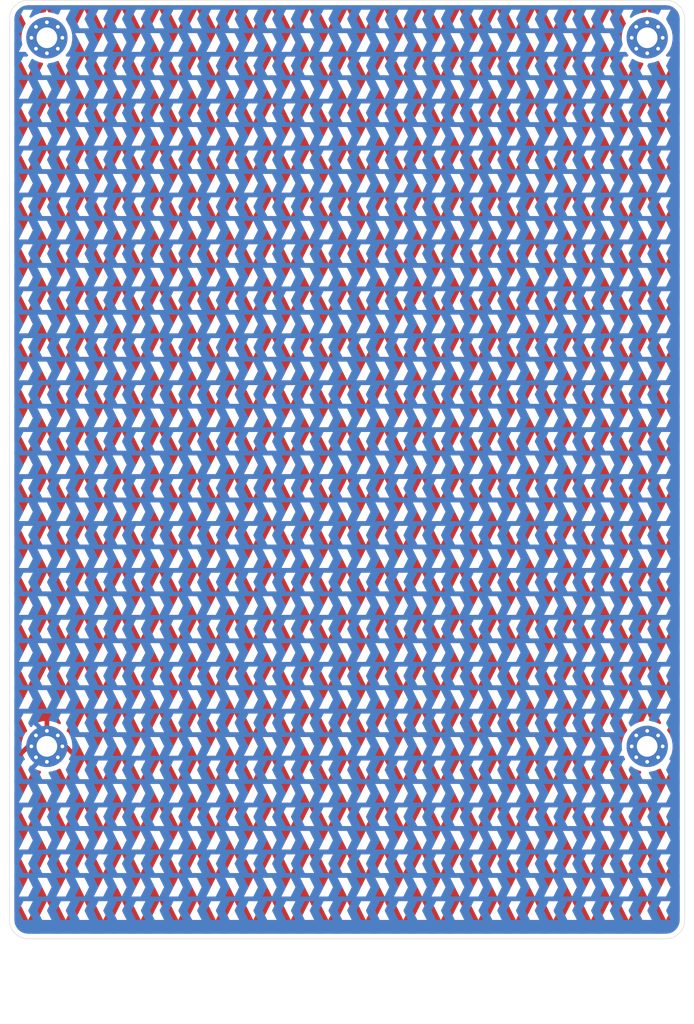
<source format=kicad_pcb>
(kicad_pcb (version 20171130) (host pcbnew 5.1.5+dfsg1-2build2)
  (layers (0 F.Cu signal) (31 B.Cu signal) (34 B.Paste user) (35 F.Paste user) (36 B.SilkS user) (37 F.SilkS user) (38 B.Mask user) (39 F.Mask user) (44 Edge.Cuts user))
  (net 0 "")
  (net 1 GND)
  (net 2 2.7V)
  (net 3 SCLK)
  (net 4 SDIO)
  (module MountingHole:MountingHole_2.2mm_M2_Pad_Via (layer F.Cu) (at 78.5 58.5)
    (fp_text reference J3 hide)
    (fp_text value Conn_01x01)
    (pad 1 thru_hole circle (at 0 0) (size 4.4 4.4) (drill 2.2) (layers *.Cu *.Mask) (net 2 2.7V))
    (pad 1 thru_hole circle (at 1.65 0) (size 0.7 0.7) (drill 0.4) (layers *.Cu *.Mask) (net 2 2.7V))
    (pad 1 thru_hole circle (at 1.166726 1.166726) (size 0.7 0.7) (drill 0.4) (layers *.Cu *.Mask) (net 2 2.7V))
    (pad 1 thru_hole circle (at 0 1.65) (size 0.7 0.7) (drill 0.4) (layers *.Cu *.Mask) (net 2 2.7V))
    (pad 1 thru_hole circle (at -1.166726 1.166726) (size 0.7 0.7) (drill 0.4) (layers *.Cu *.Mask) (net 2 2.7V))
    (pad 1 thru_hole circle (at -1.65 0) (size 0.7 0.7) (drill 0.4) (layers *.Cu *.Mask) (net 2 2.7V))
    (pad 1 thru_hole circle (at -1.166726 -1.166726) (size 0.7 0.7) (drill 0.4) (layers *.Cu *.Mask) (net 2 2.7V))
    (pad 1 thru_hole circle (at 0 -1.65) (size 0.7 0.7) (drill 0.4) (layers *.Cu *.Mask) (net 2 2.7V))
    (pad 1 thru_hole circle (at 1.166726 -1.166726) (size 0.7 0.7) (drill 0.4) (layers *.Cu *.Mask) (net 2 2.7V))
  )
  (module MountingHole:MountingHole_2.2mm_M2_Pad_Via (layer F.Cu) (at 142.5 58.5)
    (fp_text reference J5 hide)
    (fp_text value Conn_01x01)
    (pad 1 thru_hole circle (at 0 0) (size 4.4 4.4) (drill 2.2) (layers *.Cu *.Mask) (net 3 SCLK))
    (pad 1 thru_hole circle (at 1.65 0) (size 0.7 0.7) (drill 0.4) (layers *.Cu *.Mask) (net 3 SCLK))
    (pad 1 thru_hole circle (at 1.166726 1.166726) (size 0.7 0.7) (drill 0.4) (layers *.Cu *.Mask) (net 3 SCLK))
    (pad 1 thru_hole circle (at 0 1.65) (size 0.7 0.7) (drill 0.4) (layers *.Cu *.Mask) (net 3 SCLK))
    (pad 1 thru_hole circle (at -1.166726 1.166726) (size 0.7 0.7) (drill 0.4) (layers *.Cu *.Mask) (net 3 SCLK))
    (pad 1 thru_hole circle (at -1.65 0) (size 0.7 0.7) (drill 0.4) (layers *.Cu *.Mask) (net 3 SCLK))
    (pad 1 thru_hole circle (at -1.166726 -1.166726) (size 0.7 0.7) (drill 0.4) (layers *.Cu *.Mask) (net 3 SCLK))
    (pad 1 thru_hole circle (at 0 -1.65) (size 0.7 0.7) (drill 0.4) (layers *.Cu *.Mask) (net 3 SCLK))
    (pad 1 thru_hole circle (at 1.166726 -1.166726) (size 0.7 0.7) (drill 0.4) (layers *.Cu *.Mask) (net 3 SCLK))
  )
  (module MountingHole:MountingHole_2.2mm_M2_Pad_Via (layer F.Cu) (at 142.5 134)
    (fp_text reference J4 hide)
    (fp_text value Conn_01x01)
    (pad 1 thru_hole circle (at 1.166726 -1.166726) (size 0.7 0.7) (drill 0.4) (layers *.Cu *.Mask) (net 4 SDIO))
    (pad 1 thru_hole circle (at 0 -1.65) (size 0.7 0.7) (drill 0.4) (layers *.Cu *.Mask) (net 4 SDIO))
    (pad 1 thru_hole circle (at -1.166726 -1.166726) (size 0.7 0.7) (drill 0.4) (layers *.Cu *.Mask) (net 4 SDIO))
    (pad 1 thru_hole circle (at -1.65 0) (size 0.7 0.7) (drill 0.4) (layers *.Cu *.Mask) (net 4 SDIO))
    (pad 1 thru_hole circle (at -1.166726 1.166726) (size 0.7 0.7) (drill 0.4) (layers *.Cu *.Mask) (net 4 SDIO))
    (pad 1 thru_hole circle (at 0 1.65) (size 0.7 0.7) (drill 0.4) (layers *.Cu *.Mask) (net 4 SDIO))
    (pad 1 thru_hole circle (at 1.166726 1.166726) (size 0.7 0.7) (drill 0.4) (layers *.Cu *.Mask) (net 4 SDIO))
    (pad 1 thru_hole circle (at 1.65 0) (size 0.7 0.7) (drill 0.4) (layers *.Cu *.Mask) (net 4 SDIO))
    (pad 1 thru_hole circle (at 0 0) (size 4.4 4.4) (drill 2.2) (layers *.Cu *.Mask) (net 4 SDIO))
  )
  (module MountingHole:MountingHole_2.2mm_M2_Pad_Via (layer F.Cu) (at 78.5 134)
    (fp_text reference J6 hide)
    (fp_text value Conn_01x01)
    (pad 1 thru_hole circle (at 0 0) (size 4.4 4.4) (drill 2.2) (layers *.Cu *.Mask) (net 1 GND))
    (pad 1 thru_hole circle (at 1.65 0) (size 0.7 0.7) (drill 0.4) (layers *.Cu *.Mask) (net 1 GND))
    (pad 1 thru_hole circle (at 1.166726 1.166726) (size 0.7 0.7) (drill 0.4) (layers *.Cu *.Mask) (net 1 GND))
    (pad 1 thru_hole circle (at 0 1.65) (size 0.7 0.7) (drill 0.4) (layers *.Cu *.Mask) (net 1 GND))
    (pad 1 thru_hole circle (at -1.166726 1.166726) (size 0.7 0.7) (drill 0.4) (layers *.Cu *.Mask) (net 1 GND))
    (pad 1 thru_hole circle (at -1.65 0) (size 0.7 0.7) (drill 0.4) (layers *.Cu *.Mask) (net 1 GND))
    (pad 1 thru_hole circle (at -1.166726 -1.166726) (size 0.7 0.7) (drill 0.4) (layers *.Cu *.Mask) (net 1 GND))
    (pad 1 thru_hole circle (at 0 -1.65) (size 0.7 0.7) (drill 0.4) (layers *.Cu *.Mask) (net 1 GND))
    (pad 1 thru_hole circle (at 1.166726 -1.166726) (size 0.7 0.7) (drill 0.4) (layers *.Cu *.Mask) (net 1 GND))
  )
  (gr_line (start 76.5 154.5) (end 144.5 154.5) (layer Edge.Cuts) (width 0.05))
  (gr_line (start 146.5 152.5) (end 146.5 56.5) (layer Edge.Cuts) (width 0.05))
  (gr_arc (start 144.5 152.5) (end 144.5 154.5) (angle -90) (layer Edge.Cuts) (width 0.05))
  (gr_arc (start 76.5 152.5) (end 74.5 152.5) (angle -90) (layer Edge.Cuts) (width 0.05))
  (gr_arc (start 76.5 56.5) (end 76.5 54.5) (angle -90) (layer Edge.Cuts) (width 0.05))
  (gr_arc (start 144.5 56.5) (end 146.5 56.5) (angle -90) (layer Edge.Cuts) (width 0.05))
  (gr_line (start 74.5 56.5) (end 74.5 152.5) (layer Edge.Cuts) (width 0.05))
  (gr_line (start 144.5 54.5) (end 76.5 54.5) (layer Edge.Cuts) (width 0.05))
  (segment (start 79.686402 132.95001) (end 79.734932 132.90148) (width 0.5) (layer F.Cu) (net 1))
  (segment (start 78.636412 134) (end 79.686402 132.95001) (width 0.5) (layer F.Cu) (net 1))
  (segment (start 78.5 134) (end 78.636412 134) (width 0.5) (layer F.Cu) (net 1))
  (segment (start 77.313598 132.95001) (end 77.265068 132.90148) (width 0.5) (layer F.Cu) (net 1))
  (segment (start 77.45001 132.95001) (end 77.313598 132.95001) (width 0.5) (layer F.Cu) (net 1))
  (segment (start 78.5 134) (end 77.45001 132.95001) (width 0.5) (layer F.Cu) (net 1))
  (segment (start 78.5 134) (end 78.5 134.636412) (width 0.5) (layer F.Cu) (net 1))
  (segment (start 78.5 134) (end 78.5 130.5) (width 0.5) (layer F.Cu) (net 1))
  (segment (start 76.5 134) (end 75.5 135) (width 0.5) (layer F.Cu) (net 1))
  (segment (start 76.5 134) (end 78.5 134) (width 0.5) (layer F.Cu) (net 1))
  (segment (start 78.5 134) (end 80.5 134) (width 0.5) (layer F.Cu) (net 1))
  (segment (start 80.5 134) (end 81.5 135) (width 0.5) (layer F.Cu) (net 1))
  (segment (start 78.5 134) (end 78.5 134.75) (width 0.5) (layer B.Cu) (net 1))
  (segment (start 78.5 134.75) (end 77 136.25) (width 0.5) (layer B.Cu) (net 1))
  (segment (start 77 136.25) (end 77 136.5) (width 0.5) (layer B.Cu) (net 1))
  (segment (start 78.5 134) (end 78.5 132) (width 0.5) (layer B.Cu) (net 1))
  (segment (start 78.5 134) (end 78.5 132.75) (width 0.5) (layer B.Cu) (net 1))
  (segment (start 78.5 132.75) (end 77 131.25) (width 0.5) (layer B.Cu) (net 1))
  (zone (net 1) (net_name GND) (layer F.Cu) (connect_pads (clearance 0.508)) (min_thickness 0.254) (fill yes (arc_segments 32) (thermal_gap 0.508) (thermal_bridge_width 0.508))
    (polygon (pts (xy 146.5 154.5) (xy 74.5 154.5) (xy 74.5 54.5) (xy 146.5 54.5)))
  )
  (zone (net 1) (net_name GND) (layer B.Cu) (connect_pads (clearance 0.508)) (min_thickness 0.254) (fill yes (arc_segments 32) (thermal_gap 0.508) (thermal_bridge_width 0.508))
    (polygon (pts (xy 146.5 154.5) (xy 74.5 154.5) (xy 74.5 54.5) (xy 146.5 54.5)))
  )
  (zone (net 0) (net_name "") (layer F.Cu) (connect_pads (clearance 0.508)) (min_thickness 0.254)
    (keepout (tracks not_allowed) (vias not_allowed) (copperpour not_allowed))
    (fill (arc_segments 32) (thermal_gap 0.508) (thermal_bridge_width 0.508))
    (polygon (pts (xy 76.5 57.5) (xy 75.5 55.5) (xy 77.5 55.5)))
  )
  (zone (net 0) (net_name "") (layer F.Cu) (connect_pads (clearance 0.508)) (min_thickness 0.254)
    (keepout (tracks not_allowed) (vias not_allowed) (copperpour not_allowed))
    (fill (arc_segments 32) (thermal_gap 0.508) (thermal_bridge_width 0.508))
    (polygon (pts (xy 78.5 55.5) (xy 79.5 57.5) (xy 77.5 57.5)))
  )
  (zone (net 0) (net_name "") (layer F.Cu) (connect_pads (clearance 0.508)) (min_thickness 0.254)
    (keepout (tracks not_allowed) (vias not_allowed) (copperpour not_allowed))
    (fill (arc_segments 32) (thermal_gap 0.508) (thermal_bridge_width 0.508))
    (polygon (pts (xy 80.5 57.5) (xy 79.5 55.5) (xy 81.5 55.5)))
  )
  (zone (net 0) (net_name "") (layer F.Cu) (connect_pads (clearance 0.508)) (min_thickness 0.254)
    (keepout (tracks not_allowed) (vias not_allowed) (copperpour not_allowed))
    (fill (arc_segments 32) (thermal_gap 0.508) (thermal_bridge_width 0.508))
    (polygon (pts (xy 84.5 57.5) (xy 83.5 55.5) (xy 85.5 55.5)))
  )
  (zone (net 0) (net_name "") (layer F.Cu) (connect_pads (clearance 0.508)) (min_thickness 0.254)
    (keepout (tracks not_allowed) (vias not_allowed) (copperpour not_allowed))
    (fill (arc_segments 32) (thermal_gap 0.508) (thermal_bridge_width 0.508))
    (polygon (pts (xy 88.5 57.5) (xy 87.5 55.5) (xy 89.5 55.5)))
  )
  (zone (net 0) (net_name "") (layer F.Cu) (connect_pads (clearance 0.508)) (min_thickness 0.254)
    (keepout (tracks not_allowed) (vias not_allowed) (copperpour not_allowed))
    (fill (arc_segments 32) (thermal_gap 0.508) (thermal_bridge_width 0.508))
    (polygon (pts (xy 92.5 57.5) (xy 91.5 55.5) (xy 93.5 55.5)))
  )
  (zone (net 0) (net_name "") (layer F.Cu) (connect_pads (clearance 0.508)) (min_thickness 0.254)
    (keepout (tracks not_allowed) (vias not_allowed) (copperpour not_allowed))
    (fill (arc_segments 32) (thermal_gap 0.508) (thermal_bridge_width 0.508))
    (polygon (pts (xy 96.5 57.5) (xy 95.5 55.5) (xy 97.5 55.5)))
  )
  (zone (net 0) (net_name "") (layer F.Cu) (connect_pads (clearance 0.508)) (min_thickness 0.254)
    (keepout (tracks not_allowed) (vias not_allowed) (copperpour not_allowed))
    (fill (arc_segments 32) (thermal_gap 0.508) (thermal_bridge_width 0.508))
    (polygon (pts (xy 100.5 57.5) (xy 99.5 55.5) (xy 101.5 55.5)))
  )
  (zone (net 0) (net_name "") (layer F.Cu) (connect_pads (clearance 0.508)) (min_thickness 0.254)
    (keepout (tracks not_allowed) (vias not_allowed) (copperpour not_allowed))
    (fill (arc_segments 32) (thermal_gap 0.508) (thermal_bridge_width 0.508))
    (polygon (pts (xy 104.5 57.5) (xy 103.5 55.5) (xy 105.5 55.5)))
  )
  (zone (net 0) (net_name "") (layer F.Cu) (connect_pads (clearance 0.508)) (min_thickness 0.254)
    (keepout (tracks not_allowed) (vias not_allowed) (copperpour not_allowed))
    (fill (arc_segments 32) (thermal_gap 0.508) (thermal_bridge_width 0.508))
    (polygon (pts (xy 108.5 57.5) (xy 107.5 55.5) (xy 109.5 55.5)))
  )
  (zone (net 0) (net_name "") (layer F.Cu) (connect_pads (clearance 0.508)) (min_thickness 0.254)
    (keepout (tracks not_allowed) (vias not_allowed) (copperpour not_allowed))
    (fill (arc_segments 32) (thermal_gap 0.508) (thermal_bridge_width 0.508))
    (polygon (pts (xy 112.5 57.5) (xy 111.5 55.5) (xy 113.5 55.5)))
  )
  (zone (net 0) (net_name "") (layer F.Cu) (connect_pads (clearance 0.508)) (min_thickness 0.254)
    (keepout (tracks not_allowed) (vias not_allowed) (copperpour not_allowed))
    (fill (arc_segments 32) (thermal_gap 0.508) (thermal_bridge_width 0.508))
    (polygon (pts (xy 116.5 57.5) (xy 115.5 55.5) (xy 117.5 55.5)))
  )
  (zone (net 0) (net_name "") (layer F.Cu) (connect_pads (clearance 0.508)) (min_thickness 0.254)
    (keepout (tracks not_allowed) (vias not_allowed) (copperpour not_allowed))
    (fill (arc_segments 32) (thermal_gap 0.508) (thermal_bridge_width 0.508))
    (polygon (pts (xy 120.5 57.5) (xy 119.5 55.5) (xy 121.5 55.5)))
  )
  (zone (net 0) (net_name "") (layer F.Cu) (connect_pads (clearance 0.508)) (min_thickness 0.254)
    (keepout (tracks not_allowed) (vias not_allowed) (copperpour not_allowed))
    (fill (arc_segments 32) (thermal_gap 0.508) (thermal_bridge_width 0.508))
    (polygon (pts (xy 124.5 57.5) (xy 123.5 55.5) (xy 125.5 55.5)))
  )
  (zone (net 0) (net_name "") (layer F.Cu) (connect_pads (clearance 0.508)) (min_thickness 0.254)
    (keepout (tracks not_allowed) (vias not_allowed) (copperpour not_allowed))
    (fill (arc_segments 32) (thermal_gap 0.508) (thermal_bridge_width 0.508))
    (polygon (pts (xy 128.5 57.5) (xy 127.5 55.5) (xy 129.5 55.5)))
  )
  (zone (net 0) (net_name "") (layer F.Cu) (connect_pads (clearance 0.508)) (min_thickness 0.254)
    (keepout (tracks not_allowed) (vias not_allowed) (copperpour not_allowed))
    (fill (arc_segments 32) (thermal_gap 0.508) (thermal_bridge_width 0.508))
    (polygon (pts (xy 132.5 57.5) (xy 131.5 55.5) (xy 133.5 55.5)))
  )
  (zone (net 0) (net_name "") (layer F.Cu) (connect_pads (clearance 0.508)) (min_thickness 0.254)
    (keepout (tracks not_allowed) (vias not_allowed) (copperpour not_allowed))
    (fill (arc_segments 32) (thermal_gap 0.508) (thermal_bridge_width 0.508))
    (polygon (pts (xy 136.5 57.5) (xy 135.5 55.5) (xy 137.5 55.5)))
  )
  (zone (net 0) (net_name "") (layer F.Cu) (connect_pads (clearance 0.508)) (min_thickness 0.254)
    (keepout (tracks not_allowed) (vias not_allowed) (copperpour not_allowed))
    (fill (arc_segments 32) (thermal_gap 0.508) (thermal_bridge_width 0.508))
    (polygon (pts (xy 140.5 57.5) (xy 139.5 55.5) (xy 141.5 55.5)))
  )
  (zone (net 0) (net_name "") (layer F.Cu) (connect_pads (clearance 0.508)) (min_thickness 0.254)
    (keepout (tracks not_allowed) (vias not_allowed) (copperpour not_allowed))
    (fill (arc_segments 32) (thermal_gap 0.508) (thermal_bridge_width 0.508))
    (polygon (pts (xy 144.5 57.5) (xy 143.5 55.5) (xy 145.5 55.5)))
  )
  (zone (net 0) (net_name "") (layer F.Cu) (connect_pads (clearance 0.508)) (min_thickness 0.254)
    (keepout (tracks not_allowed) (vias not_allowed) (copperpour not_allowed))
    (fill (arc_segments 32) (thermal_gap 0.508) (thermal_bridge_width 0.508))
    (polygon (pts (xy 82.5 60) (xy 81.5 58) (xy 83.5 58)))
  )
  (zone (net 0) (net_name "") (layer F.Cu) (connect_pads (clearance 0.508)) (min_thickness 0.254)
    (keepout (tracks not_allowed) (vias not_allowed) (copperpour not_allowed))
    (fill (arc_segments 32) (thermal_gap 0.508) (thermal_bridge_width 0.508))
    (polygon (pts (xy 86.5 60) (xy 85.5 58) (xy 87.5 58)))
  )
  (zone (net 0) (net_name "") (layer F.Cu) (connect_pads (clearance 0.508)) (min_thickness 0.254)
    (keepout (tracks not_allowed) (vias not_allowed) (copperpour not_allowed))
    (fill (arc_segments 32) (thermal_gap 0.508) (thermal_bridge_width 0.508))
    (polygon (pts (xy 90.5 60) (xy 89.5 58) (xy 91.5 58)))
  )
  (zone (net 0) (net_name "") (layer F.Cu) (connect_pads (clearance 0.508)) (min_thickness 0.254)
    (keepout (tracks not_allowed) (vias not_allowed) (copperpour not_allowed))
    (fill (arc_segments 32) (thermal_gap 0.508) (thermal_bridge_width 0.508))
    (polygon (pts (xy 94.5 60) (xy 93.5 58) (xy 95.5 58)))
  )
  (zone (net 0) (net_name "") (layer F.Cu) (connect_pads (clearance 0.508)) (min_thickness 0.254)
    (keepout (tracks not_allowed) (vias not_allowed) (copperpour not_allowed))
    (fill (arc_segments 32) (thermal_gap 0.508) (thermal_bridge_width 0.508))
    (polygon (pts (xy 98.5 60) (xy 97.5 58) (xy 99.5 58)))
  )
  (zone (net 0) (net_name "") (layer F.Cu) (connect_pads (clearance 0.508)) (min_thickness 0.254)
    (keepout (tracks not_allowed) (vias not_allowed) (copperpour not_allowed))
    (fill (arc_segments 32) (thermal_gap 0.508) (thermal_bridge_width 0.508))
    (polygon (pts (xy 102.5 60) (xy 101.5 58) (xy 103.5 58)))
  )
  (zone (net 0) (net_name "") (layer F.Cu) (connect_pads (clearance 0.508)) (min_thickness 0.254)
    (keepout (tracks not_allowed) (vias not_allowed) (copperpour not_allowed))
    (fill (arc_segments 32) (thermal_gap 0.508) (thermal_bridge_width 0.508))
    (polygon (pts (xy 106.5 60) (xy 105.5 58) (xy 107.5 58)))
  )
  (zone (net 0) (net_name "") (layer F.Cu) (connect_pads (clearance 0.508)) (min_thickness 0.254)
    (keepout (tracks not_allowed) (vias not_allowed) (copperpour not_allowed))
    (fill (arc_segments 32) (thermal_gap 0.508) (thermal_bridge_width 0.508))
    (polygon (pts (xy 110.5 60) (xy 109.5 58) (xy 111.5 58)))
  )
  (zone (net 0) (net_name "") (layer F.Cu) (connect_pads (clearance 0.508)) (min_thickness 0.254)
    (keepout (tracks not_allowed) (vias not_allowed) (copperpour not_allowed))
    (fill (arc_segments 32) (thermal_gap 0.508) (thermal_bridge_width 0.508))
    (polygon (pts (xy 114.5 60) (xy 113.5 58) (xy 115.5 58)))
  )
  (zone (net 0) (net_name "") (layer F.Cu) (connect_pads (clearance 0.508)) (min_thickness 0.254)
    (keepout (tracks not_allowed) (vias not_allowed) (copperpour not_allowed))
    (fill (arc_segments 32) (thermal_gap 0.508) (thermal_bridge_width 0.508))
    (polygon (pts (xy 118.5 60) (xy 117.5 58) (xy 119.5 58)))
  )
  (zone (net 0) (net_name "") (layer F.Cu) (connect_pads (clearance 0.508)) (min_thickness 0.254)
    (keepout (tracks not_allowed) (vias not_allowed) (copperpour not_allowed))
    (fill (arc_segments 32) (thermal_gap 0.508) (thermal_bridge_width 0.508))
    (polygon (pts (xy 122.5 60) (xy 121.5 58) (xy 123.5 58)))
  )
  (zone (net 0) (net_name "") (layer F.Cu) (connect_pads (clearance 0.508)) (min_thickness 0.254)
    (keepout (tracks not_allowed) (vias not_allowed) (copperpour not_allowed))
    (fill (arc_segments 32) (thermal_gap 0.508) (thermal_bridge_width 0.508))
    (polygon (pts (xy 126.5 60) (xy 125.5 58) (xy 127.5 58)))
  )
  (zone (net 0) (net_name "") (layer F.Cu) (connect_pads (clearance 0.508)) (min_thickness 0.254)
    (keepout (tracks not_allowed) (vias not_allowed) (copperpour not_allowed))
    (fill (arc_segments 32) (thermal_gap 0.508) (thermal_bridge_width 0.508))
    (polygon (pts (xy 130.5 60) (xy 129.5 58) (xy 131.5 58)))
  )
  (zone (net 0) (net_name "") (layer F.Cu) (connect_pads (clearance 0.508)) (min_thickness 0.254)
    (keepout (tracks not_allowed) (vias not_allowed) (copperpour not_allowed))
    (fill (arc_segments 32) (thermal_gap 0.508) (thermal_bridge_width 0.508))
    (polygon (pts (xy 134.5 60) (xy 133.5 58) (xy 135.5 58)))
  )
  (zone (net 0) (net_name "") (layer F.Cu) (connect_pads (clearance 0.508)) (min_thickness 0.254)
    (keepout (tracks not_allowed) (vias not_allowed) (copperpour not_allowed))
    (fill (arc_segments 32) (thermal_gap 0.508) (thermal_bridge_width 0.508))
    (polygon (pts (xy 138.5 60) (xy 137.5 58) (xy 139.5 58)))
  )
  (zone (net 0) (net_name "") (layer F.Cu) (connect_pads (clearance 0.508)) (min_thickness 0.254)
    (keepout (tracks not_allowed) (vias not_allowed) (copperpour not_allowed))
    (fill (arc_segments 32) (thermal_gap 0.508) (thermal_bridge_width 0.508))
    (polygon (pts (xy 146.5 60) (xy 145.5 58) (xy 147.5 58)))
  )
  (zone (net 0) (net_name "") (layer F.Cu) (connect_pads (clearance 0.508)) (min_thickness 0.254)
    (keepout (tracks not_allowed) (vias not_allowed) (copperpour not_allowed))
    (fill (arc_segments 32) (thermal_gap 0.508) (thermal_bridge_width 0.508))
    (polygon (pts (xy 80.5 62.5) (xy 79.5 60.5) (xy 81.5 60.5)))
  )
  (zone (net 0) (net_name "") (layer F.Cu) (connect_pads (clearance 0.508)) (min_thickness 0.254)
    (keepout (tracks not_allowed) (vias not_allowed) (copperpour not_allowed))
    (fill (arc_segments 32) (thermal_gap 0.508) (thermal_bridge_width 0.508))
    (polygon (pts (xy 84.5 62.5) (xy 83.5 60.5) (xy 85.5 60.5)))
  )
  (zone (net 0) (net_name "") (layer F.Cu) (connect_pads (clearance 0.508)) (min_thickness 0.254)
    (keepout (tracks not_allowed) (vias not_allowed) (copperpour not_allowed))
    (fill (arc_segments 32) (thermal_gap 0.508) (thermal_bridge_width 0.508))
    (polygon (pts (xy 88.5 62.5) (xy 87.5 60.5) (xy 89.5 60.5)))
  )
  (zone (net 0) (net_name "") (layer F.Cu) (connect_pads (clearance 0.508)) (min_thickness 0.254)
    (keepout (tracks not_allowed) (vias not_allowed) (copperpour not_allowed))
    (fill (arc_segments 32) (thermal_gap 0.508) (thermal_bridge_width 0.508))
    (polygon (pts (xy 92.5 62.5) (xy 91.5 60.5) (xy 93.5 60.5)))
  )
  (zone (net 0) (net_name "") (layer F.Cu) (connect_pads (clearance 0.508)) (min_thickness 0.254)
    (keepout (tracks not_allowed) (vias not_allowed) (copperpour not_allowed))
    (fill (arc_segments 32) (thermal_gap 0.508) (thermal_bridge_width 0.508))
    (polygon (pts (xy 96.5 62.5) (xy 95.5 60.5) (xy 97.5 60.5)))
  )
  (zone (net 0) (net_name "") (layer F.Cu) (connect_pads (clearance 0.508)) (min_thickness 0.254)
    (keepout (tracks not_allowed) (vias not_allowed) (copperpour not_allowed))
    (fill (arc_segments 32) (thermal_gap 0.508) (thermal_bridge_width 0.508))
    (polygon (pts (xy 100.5 62.5) (xy 99.5 60.5) (xy 101.5 60.5)))
  )
  (zone (net 0) (net_name "") (layer F.Cu) (connect_pads (clearance 0.508)) (min_thickness 0.254)
    (keepout (tracks not_allowed) (vias not_allowed) (copperpour not_allowed))
    (fill (arc_segments 32) (thermal_gap 0.508) (thermal_bridge_width 0.508))
    (polygon (pts (xy 104.5 62.5) (xy 103.5 60.5) (xy 105.5 60.5)))
  )
  (zone (net 0) (net_name "") (layer F.Cu) (connect_pads (clearance 0.508)) (min_thickness 0.254)
    (keepout (tracks not_allowed) (vias not_allowed) (copperpour not_allowed))
    (fill (arc_segments 32) (thermal_gap 0.508) (thermal_bridge_width 0.508))
    (polygon (pts (xy 108.5 62.5) (xy 107.5 60.5) (xy 109.5 60.5)))
  )
  (zone (net 0) (net_name "") (layer F.Cu) (connect_pads (clearance 0.508)) (min_thickness 0.254)
    (keepout (tracks not_allowed) (vias not_allowed) (copperpour not_allowed))
    (fill (arc_segments 32) (thermal_gap 0.508) (thermal_bridge_width 0.508))
    (polygon (pts (xy 112.5 62.5) (xy 111.5 60.5) (xy 113.5 60.5)))
  )
  (zone (net 0) (net_name "") (layer F.Cu) (connect_pads (clearance 0.508)) (min_thickness 0.254)
    (keepout (tracks not_allowed) (vias not_allowed) (copperpour not_allowed))
    (fill (arc_segments 32) (thermal_gap 0.508) (thermal_bridge_width 0.508))
    (polygon (pts (xy 116.5 62.5) (xy 115.5 60.5) (xy 117.5 60.5)))
  )
  (zone (net 0) (net_name "") (layer F.Cu) (connect_pads (clearance 0.508)) (min_thickness 0.254)
    (keepout (tracks not_allowed) (vias not_allowed) (copperpour not_allowed))
    (fill (arc_segments 32) (thermal_gap 0.508) (thermal_bridge_width 0.508))
    (polygon (pts (xy 120.5 62.5) (xy 119.5 60.5) (xy 121.5 60.5)))
  )
  (zone (net 0) (net_name "") (layer F.Cu) (connect_pads (clearance 0.508)) (min_thickness 0.254)
    (keepout (tracks not_allowed) (vias not_allowed) (copperpour not_allowed))
    (fill (arc_segments 32) (thermal_gap 0.508) (thermal_bridge_width 0.508))
    (polygon (pts (xy 124.5 62.5) (xy 123.5 60.5) (xy 125.5 60.5)))
  )
  (zone (net 0) (net_name "") (layer F.Cu) (connect_pads (clearance 0.508)) (min_thickness 0.254)
    (keepout (tracks not_allowed) (vias not_allowed) (copperpour not_allowed))
    (fill (arc_segments 32) (thermal_gap 0.508) (thermal_bridge_width 0.508))
    (polygon (pts (xy 128.5 62.5) (xy 127.5 60.5) (xy 129.5 60.5)))
  )
  (zone (net 0) (net_name "") (layer F.Cu) (connect_pads (clearance 0.508)) (min_thickness 0.254)
    (keepout (tracks not_allowed) (vias not_allowed) (copperpour not_allowed))
    (fill (arc_segments 32) (thermal_gap 0.508) (thermal_bridge_width 0.508))
    (polygon (pts (xy 132.5 62.5) (xy 131.5 60.5) (xy 133.5 60.5)))
  )
  (zone (net 0) (net_name "") (layer F.Cu) (connect_pads (clearance 0.508)) (min_thickness 0.254)
    (keepout (tracks not_allowed) (vias not_allowed) (copperpour not_allowed))
    (fill (arc_segments 32) (thermal_gap 0.508) (thermal_bridge_width 0.508))
    (polygon (pts (xy 136.5 62.5) (xy 135.5 60.5) (xy 137.5 60.5)))
  )
  (zone (net 0) (net_name "") (layer F.Cu) (connect_pads (clearance 0.508)) (min_thickness 0.254)
    (keepout (tracks not_allowed) (vias not_allowed) (copperpour not_allowed))
    (fill (arc_segments 32) (thermal_gap 0.508) (thermal_bridge_width 0.508))
    (polygon (pts (xy 140.5 62.5) (xy 139.5 60.5) (xy 141.5 60.5)))
  )
  (zone (net 0) (net_name "") (layer F.Cu) (connect_pads (clearance 0.508)) (min_thickness 0.254)
    (keepout (tracks not_allowed) (vias not_allowed) (copperpour not_allowed))
    (fill (arc_segments 32) (thermal_gap 0.508) (thermal_bridge_width 0.508))
    (polygon (pts (xy 144.5 62.5) (xy 143.5 60.5) (xy 145.5 60.5)))
  )
  (zone (net 0) (net_name "") (layer F.Cu) (connect_pads (clearance 0.508)) (min_thickness 0.254)
    (keepout (tracks not_allowed) (vias not_allowed) (copperpour not_allowed))
    (fill (arc_segments 32) (thermal_gap 0.508) (thermal_bridge_width 0.508))
    (polygon (pts (xy 82.5 65) (xy 81.5 63) (xy 83.5 63)))
  )
  (zone (net 0) (net_name "") (layer F.Cu) (connect_pads (clearance 0.508)) (min_thickness 0.254)
    (keepout (tracks not_allowed) (vias not_allowed) (copperpour not_allowed))
    (fill (arc_segments 32) (thermal_gap 0.508) (thermal_bridge_width 0.508))
    (polygon (pts (xy 86.5 65) (xy 85.5 63) (xy 87.5 63)))
  )
  (zone (net 0) (net_name "") (layer F.Cu) (connect_pads (clearance 0.508)) (min_thickness 0.254)
    (keepout (tracks not_allowed) (vias not_allowed) (copperpour not_allowed))
    (fill (arc_segments 32) (thermal_gap 0.508) (thermal_bridge_width 0.508))
    (polygon (pts (xy 90.5 65) (xy 89.5 63) (xy 91.5 63)))
  )
  (zone (net 0) (net_name "") (layer F.Cu) (connect_pads (clearance 0.508)) (min_thickness 0.254)
    (keepout (tracks not_allowed) (vias not_allowed) (copperpour not_allowed))
    (fill (arc_segments 32) (thermal_gap 0.508) (thermal_bridge_width 0.508))
    (polygon (pts (xy 94.5 65) (xy 93.5 63) (xy 95.5 63)))
  )
  (zone (net 0) (net_name "") (layer F.Cu) (connect_pads (clearance 0.508)) (min_thickness 0.254)
    (keepout (tracks not_allowed) (vias not_allowed) (copperpour not_allowed))
    (fill (arc_segments 32) (thermal_gap 0.508) (thermal_bridge_width 0.508))
    (polygon (pts (xy 98.5 65) (xy 97.5 63) (xy 99.5 63)))
  )
  (zone (net 0) (net_name "") (layer F.Cu) (connect_pads (clearance 0.508)) (min_thickness 0.254)
    (keepout (tracks not_allowed) (vias not_allowed) (copperpour not_allowed))
    (fill (arc_segments 32) (thermal_gap 0.508) (thermal_bridge_width 0.508))
    (polygon (pts (xy 102.5 65) (xy 101.5 63) (xy 103.5 63)))
  )
  (zone (net 0) (net_name "") (layer F.Cu) (connect_pads (clearance 0.508)) (min_thickness 0.254)
    (keepout (tracks not_allowed) (vias not_allowed) (copperpour not_allowed))
    (fill (arc_segments 32) (thermal_gap 0.508) (thermal_bridge_width 0.508))
    (polygon (pts (xy 106.5 65) (xy 105.5 63) (xy 107.5 63)))
  )
  (zone (net 0) (net_name "") (layer F.Cu) (connect_pads (clearance 0.508)) (min_thickness 0.254)
    (keepout (tracks not_allowed) (vias not_allowed) (copperpour not_allowed))
    (fill (arc_segments 32) (thermal_gap 0.508) (thermal_bridge_width 0.508))
    (polygon (pts (xy 110.5 65) (xy 109.5 63) (xy 111.5 63)))
  )
  (zone (net 0) (net_name "") (layer F.Cu) (connect_pads (clearance 0.508)) (min_thickness 0.254)
    (keepout (tracks not_allowed) (vias not_allowed) (copperpour not_allowed))
    (fill (arc_segments 32) (thermal_gap 0.508) (thermal_bridge_width 0.508))
    (polygon (pts (xy 114.5 65) (xy 113.5 63) (xy 115.5 63)))
  )
  (zone (net 0) (net_name "") (layer F.Cu) (connect_pads (clearance 0.508)) (min_thickness 0.254)
    (keepout (tracks not_allowed) (vias not_allowed) (copperpour not_allowed))
    (fill (arc_segments 32) (thermal_gap 0.508) (thermal_bridge_width 0.508))
    (polygon (pts (xy 118.5 65) (xy 117.5 63) (xy 119.5 63)))
  )
  (zone (net 0) (net_name "") (layer F.Cu) (connect_pads (clearance 0.508)) (min_thickness 0.254)
    (keepout (tracks not_allowed) (vias not_allowed) (copperpour not_allowed))
    (fill (arc_segments 32) (thermal_gap 0.508) (thermal_bridge_width 0.508))
    (polygon (pts (xy 122.5 65) (xy 121.5 63) (xy 123.5 63)))
  )
  (zone (net 0) (net_name "") (layer F.Cu) (connect_pads (clearance 0.508)) (min_thickness 0.254)
    (keepout (tracks not_allowed) (vias not_allowed) (copperpour not_allowed))
    (fill (arc_segments 32) (thermal_gap 0.508) (thermal_bridge_width 0.508))
    (polygon (pts (xy 126.5 65) (xy 125.5 63) (xy 127.5 63)))
  )
  (zone (net 0) (net_name "") (layer F.Cu) (connect_pads (clearance 0.508)) (min_thickness 0.254)
    (keepout (tracks not_allowed) (vias not_allowed) (copperpour not_allowed))
    (fill (arc_segments 32) (thermal_gap 0.508) (thermal_bridge_width 0.508))
    (polygon (pts (xy 130.5 65) (xy 129.5 63) (xy 131.5 63)))
  )
  (zone (net 0) (net_name "") (layer F.Cu) (connect_pads (clearance 0.508)) (min_thickness 0.254)
    (keepout (tracks not_allowed) (vias not_allowed) (copperpour not_allowed))
    (fill (arc_segments 32) (thermal_gap 0.508) (thermal_bridge_width 0.508))
    (polygon (pts (xy 134.5 65) (xy 133.5 63) (xy 135.5 63)))
  )
  (zone (net 0) (net_name "") (layer F.Cu) (connect_pads (clearance 0.508)) (min_thickness 0.254)
    (keepout (tracks not_allowed) (vias not_allowed) (copperpour not_allowed))
    (fill (arc_segments 32) (thermal_gap 0.508) (thermal_bridge_width 0.508))
    (polygon (pts (xy 138.5 65) (xy 137.5 63) (xy 139.5 63)))
  )
  (zone (net 0) (net_name "") (layer F.Cu) (connect_pads (clearance 0.508)) (min_thickness 0.254)
    (keepout (tracks not_allowed) (vias not_allowed) (copperpour not_allowed))
    (fill (arc_segments 32) (thermal_gap 0.508) (thermal_bridge_width 0.508))
    (polygon (pts (xy 142.5 65) (xy 141.5 63) (xy 143.5 63)))
  )
  (zone (net 0) (net_name "") (layer F.Cu) (connect_pads (clearance 0.508)) (min_thickness 0.254)
    (keepout (tracks not_allowed) (vias not_allowed) (copperpour not_allowed))
    (fill (arc_segments 32) (thermal_gap 0.508) (thermal_bridge_width 0.508))
    (polygon (pts (xy 146.5 65) (xy 145.5 63) (xy 147.5 63)))
  )
  (zone (net 0) (net_name "") (layer F.Cu) (connect_pads (clearance 0.508)) (min_thickness 0.254)
    (keepout (tracks not_allowed) (vias not_allowed) (copperpour not_allowed))
    (fill (arc_segments 32) (thermal_gap 0.508) (thermal_bridge_width 0.508))
    (polygon (pts (xy 84.5 67.5) (xy 83.5 65.5) (xy 85.5 65.5)))
  )
  (zone (net 0) (net_name "") (layer F.Cu) (connect_pads (clearance 0.508)) (min_thickness 0.254)
    (keepout (tracks not_allowed) (vias not_allowed) (copperpour not_allowed))
    (fill (arc_segments 32) (thermal_gap 0.508) (thermal_bridge_width 0.508))
    (polygon (pts (xy 88.5 67.5) (xy 87.5 65.5) (xy 89.5 65.5)))
  )
  (zone (net 0) (net_name "") (layer F.Cu) (connect_pads (clearance 0.508)) (min_thickness 0.254)
    (keepout (tracks not_allowed) (vias not_allowed) (copperpour not_allowed))
    (fill (arc_segments 32) (thermal_gap 0.508) (thermal_bridge_width 0.508))
    (polygon (pts (xy 92.5 67.5) (xy 91.5 65.5) (xy 93.5 65.5)))
  )
  (zone (net 0) (net_name "") (layer F.Cu) (connect_pads (clearance 0.508)) (min_thickness 0.254)
    (keepout (tracks not_allowed) (vias not_allowed) (copperpour not_allowed))
    (fill (arc_segments 32) (thermal_gap 0.508) (thermal_bridge_width 0.508))
    (polygon (pts (xy 96.5 67.5) (xy 95.5 65.5) (xy 97.5 65.5)))
  )
  (zone (net 0) (net_name "") (layer F.Cu) (connect_pads (clearance 0.508)) (min_thickness 0.254)
    (keepout (tracks not_allowed) (vias not_allowed) (copperpour not_allowed))
    (fill (arc_segments 32) (thermal_gap 0.508) (thermal_bridge_width 0.508))
    (polygon (pts (xy 100.5 67.5) (xy 99.5 65.5) (xy 101.5 65.5)))
  )
  (zone (net 0) (net_name "") (layer F.Cu) (connect_pads (clearance 0.508)) (min_thickness 0.254)
    (keepout (tracks not_allowed) (vias not_allowed) (copperpour not_allowed))
    (fill (arc_segments 32) (thermal_gap 0.508) (thermal_bridge_width 0.508))
    (polygon (pts (xy 104.5 67.5) (xy 103.5 65.5) (xy 105.5 65.5)))
  )
  (zone (net 0) (net_name "") (layer F.Cu) (connect_pads (clearance 0.508)) (min_thickness 0.254)
    (keepout (tracks not_allowed) (vias not_allowed) (copperpour not_allowed))
    (fill (arc_segments 32) (thermal_gap 0.508) (thermal_bridge_width 0.508))
    (polygon (pts (xy 108.5 67.5) (xy 107.5 65.5) (xy 109.5 65.5)))
  )
  (zone (net 0) (net_name "") (layer F.Cu) (connect_pads (clearance 0.508)) (min_thickness 0.254)
    (keepout (tracks not_allowed) (vias not_allowed) (copperpour not_allowed))
    (fill (arc_segments 32) (thermal_gap 0.508) (thermal_bridge_width 0.508))
    (polygon (pts (xy 112.5 67.5) (xy 111.5 65.5) (xy 113.5 65.5)))
  )
  (zone (net 0) (net_name "") (layer F.Cu) (connect_pads (clearance 0.508)) (min_thickness 0.254)
    (keepout (tracks not_allowed) (vias not_allowed) (copperpour not_allowed))
    (fill (arc_segments 32) (thermal_gap 0.508) (thermal_bridge_width 0.508))
    (polygon (pts (xy 116.5 67.5) (xy 115.5 65.5) (xy 117.5 65.5)))
  )
  (zone (net 0) (net_name "") (layer F.Cu) (connect_pads (clearance 0.508)) (min_thickness 0.254)
    (keepout (tracks not_allowed) (vias not_allowed) (copperpour not_allowed))
    (fill (arc_segments 32) (thermal_gap 0.508) (thermal_bridge_width 0.508))
    (polygon (pts (xy 120.5 67.5) (xy 119.5 65.5) (xy 121.5 65.5)))
  )
  (zone (net 0) (net_name "") (layer F.Cu) (connect_pads (clearance 0.508)) (min_thickness 0.254)
    (keepout (tracks not_allowed) (vias not_allowed) (copperpour not_allowed))
    (fill (arc_segments 32) (thermal_gap 0.508) (thermal_bridge_width 0.508))
    (polygon (pts (xy 124.5 67.5) (xy 123.5 65.5) (xy 125.5 65.5)))
  )
  (zone (net 0) (net_name "") (layer F.Cu) (connect_pads (clearance 0.508)) (min_thickness 0.254)
    (keepout (tracks not_allowed) (vias not_allowed) (copperpour not_allowed))
    (fill (arc_segments 32) (thermal_gap 0.508) (thermal_bridge_width 0.508))
    (polygon (pts (xy 128.5 67.5) (xy 127.5 65.5) (xy 129.5 65.5)))
  )
  (zone (net 0) (net_name "") (layer F.Cu) (connect_pads (clearance 0.508)) (min_thickness 0.254)
    (keepout (tracks not_allowed) (vias not_allowed) (copperpour not_allowed))
    (fill (arc_segments 32) (thermal_gap 0.508) (thermal_bridge_width 0.508))
    (polygon (pts (xy 132.5 67.5) (xy 131.5 65.5) (xy 133.5 65.5)))
  )
  (zone (net 0) (net_name "") (layer F.Cu) (connect_pads (clearance 0.508)) (min_thickness 0.254)
    (keepout (tracks not_allowed) (vias not_allowed) (copperpour not_allowed))
    (fill (arc_segments 32) (thermal_gap 0.508) (thermal_bridge_width 0.508))
    (polygon (pts (xy 136.5 67.5) (xy 135.5 65.5) (xy 137.5 65.5)))
  )
  (zone (net 0) (net_name "") (layer F.Cu) (connect_pads (clearance 0.508)) (min_thickness 0.254)
    (keepout (tracks not_allowed) (vias not_allowed) (copperpour not_allowed))
    (fill (arc_segments 32) (thermal_gap 0.508) (thermal_bridge_width 0.508))
    (polygon (pts (xy 140.5 67.5) (xy 139.5 65.5) (xy 141.5 65.5)))
  )
  (zone (net 0) (net_name "") (layer F.Cu) (connect_pads (clearance 0.508)) (min_thickness 0.254)
    (keepout (tracks not_allowed) (vias not_allowed) (copperpour not_allowed))
    (fill (arc_segments 32) (thermal_gap 0.508) (thermal_bridge_width 0.508))
    (polygon (pts (xy 144.5 67.5) (xy 143.5 65.5) (xy 145.5 65.5)))
  )
  (zone (net 0) (net_name "") (layer F.Cu) (connect_pads (clearance 0.508)) (min_thickness 0.254)
    (keepout (tracks not_allowed) (vias not_allowed) (copperpour not_allowed))
    (fill (arc_segments 32) (thermal_gap 0.508) (thermal_bridge_width 0.508))
    (polygon (pts (xy 86.5 70) (xy 85.5 68) (xy 87.5 68)))
  )
  (zone (net 0) (net_name "") (layer F.Cu) (connect_pads (clearance 0.508)) (min_thickness 0.254)
    (keepout (tracks not_allowed) (vias not_allowed) (copperpour not_allowed))
    (fill (arc_segments 32) (thermal_gap 0.508) (thermal_bridge_width 0.508))
    (polygon (pts (xy 90.5 70) (xy 89.5 68) (xy 91.5 68)))
  )
  (zone (net 0) (net_name "") (layer F.Cu) (connect_pads (clearance 0.508)) (min_thickness 0.254)
    (keepout (tracks not_allowed) (vias not_allowed) (copperpour not_allowed))
    (fill (arc_segments 32) (thermal_gap 0.508) (thermal_bridge_width 0.508))
    (polygon (pts (xy 94.5 70) (xy 93.5 68) (xy 95.5 68)))
  )
  (zone (net 0) (net_name "") (layer F.Cu) (connect_pads (clearance 0.508)) (min_thickness 0.254)
    (keepout (tracks not_allowed) (vias not_allowed) (copperpour not_allowed))
    (fill (arc_segments 32) (thermal_gap 0.508) (thermal_bridge_width 0.508))
    (polygon (pts (xy 98.5 70) (xy 97.5 68) (xy 99.5 68)))
  )
  (zone (net 0) (net_name "") (layer F.Cu) (connect_pads (clearance 0.508)) (min_thickness 0.254)
    (keepout (tracks not_allowed) (vias not_allowed) (copperpour not_allowed))
    (fill (arc_segments 32) (thermal_gap 0.508) (thermal_bridge_width 0.508))
    (polygon (pts (xy 102.5 70) (xy 101.5 68) (xy 103.5 68)))
  )
  (zone (net 0) (net_name "") (layer F.Cu) (connect_pads (clearance 0.508)) (min_thickness 0.254)
    (keepout (tracks not_allowed) (vias not_allowed) (copperpour not_allowed))
    (fill (arc_segments 32) (thermal_gap 0.508) (thermal_bridge_width 0.508))
    (polygon (pts (xy 106.5 70) (xy 105.5 68) (xy 107.5 68)))
  )
  (zone (net 0) (net_name "") (layer F.Cu) (connect_pads (clearance 0.508)) (min_thickness 0.254)
    (keepout (tracks not_allowed) (vias not_allowed) (copperpour not_allowed))
    (fill (arc_segments 32) (thermal_gap 0.508) (thermal_bridge_width 0.508))
    (polygon (pts (xy 110.5 70) (xy 109.5 68) (xy 111.5 68)))
  )
  (zone (net 0) (net_name "") (layer F.Cu) (connect_pads (clearance 0.508)) (min_thickness 0.254)
    (keepout (tracks not_allowed) (vias not_allowed) (copperpour not_allowed))
    (fill (arc_segments 32) (thermal_gap 0.508) (thermal_bridge_width 0.508))
    (polygon (pts (xy 114.5 70) (xy 113.5 68) (xy 115.5 68)))
  )
  (zone (net 0) (net_name "") (layer F.Cu) (connect_pads (clearance 0.508)) (min_thickness 0.254)
    (keepout (tracks not_allowed) (vias not_allowed) (copperpour not_allowed))
    (fill (arc_segments 32) (thermal_gap 0.508) (thermal_bridge_width 0.508))
    (polygon (pts (xy 118.5 70) (xy 117.5 68) (xy 119.5 68)))
  )
  (zone (net 0) (net_name "") (layer F.Cu) (connect_pads (clearance 0.508)) (min_thickness 0.254)
    (keepout (tracks not_allowed) (vias not_allowed) (copperpour not_allowed))
    (fill (arc_segments 32) (thermal_gap 0.508) (thermal_bridge_width 0.508))
    (polygon (pts (xy 122.5 70) (xy 121.5 68) (xy 123.5 68)))
  )
  (zone (net 0) (net_name "") (layer F.Cu) (connect_pads (clearance 0.508)) (min_thickness 0.254)
    (keepout (tracks not_allowed) (vias not_allowed) (copperpour not_allowed))
    (fill (arc_segments 32) (thermal_gap 0.508) (thermal_bridge_width 0.508))
    (polygon (pts (xy 126.5 70) (xy 125.5 68) (xy 127.5 68)))
  )
  (zone (net 0) (net_name "") (layer F.Cu) (connect_pads (clearance 0.508)) (min_thickness 0.254)
    (keepout (tracks not_allowed) (vias not_allowed) (copperpour not_allowed))
    (fill (arc_segments 32) (thermal_gap 0.508) (thermal_bridge_width 0.508))
    (polygon (pts (xy 130.5 70) (xy 129.5 68) (xy 131.5 68)))
  )
  (zone (net 0) (net_name "") (layer F.Cu) (connect_pads (clearance 0.508)) (min_thickness 0.254)
    (keepout (tracks not_allowed) (vias not_allowed) (copperpour not_allowed))
    (fill (arc_segments 32) (thermal_gap 0.508) (thermal_bridge_width 0.508))
    (polygon (pts (xy 134.5 70) (xy 133.5 68) (xy 135.5 68)))
  )
  (zone (net 0) (net_name "") (layer F.Cu) (connect_pads (clearance 0.508)) (min_thickness 0.254)
    (keepout (tracks not_allowed) (vias not_allowed) (copperpour not_allowed))
    (fill (arc_segments 32) (thermal_gap 0.508) (thermal_bridge_width 0.508))
    (polygon (pts (xy 138.5 70) (xy 137.5 68) (xy 139.5 68)))
  )
  (zone (net 0) (net_name "") (layer F.Cu) (connect_pads (clearance 0.508)) (min_thickness 0.254)
    (keepout (tracks not_allowed) (vias not_allowed) (copperpour not_allowed))
    (fill (arc_segments 32) (thermal_gap 0.508) (thermal_bridge_width 0.508))
    (polygon (pts (xy 142.5 70) (xy 141.5 68) (xy 143.5 68)))
  )
  (zone (net 0) (net_name "") (layer F.Cu) (connect_pads (clearance 0.508)) (min_thickness 0.254)
    (keepout (tracks not_allowed) (vias not_allowed) (copperpour not_allowed))
    (fill (arc_segments 32) (thermal_gap 0.508) (thermal_bridge_width 0.508))
    (polygon (pts (xy 146.5 70) (xy 145.5 68) (xy 147.5 68)))
  )
  (zone (net 0) (net_name "") (layer F.Cu) (connect_pads (clearance 0.508)) (min_thickness 0.254)
    (keepout (tracks not_allowed) (vias not_allowed) (copperpour not_allowed))
    (fill (arc_segments 32) (thermal_gap 0.508) (thermal_bridge_width 0.508))
    (polygon (pts (xy 88.5 72.5) (xy 87.5 70.5) (xy 89.5 70.5)))
  )
  (zone (net 0) (net_name "") (layer F.Cu) (connect_pads (clearance 0.508)) (min_thickness 0.254)
    (keepout (tracks not_allowed) (vias not_allowed) (copperpour not_allowed))
    (fill (arc_segments 32) (thermal_gap 0.508) (thermal_bridge_width 0.508))
    (polygon (pts (xy 92.5 72.5) (xy 91.5 70.5) (xy 93.5 70.5)))
  )
  (zone (net 0) (net_name "") (layer F.Cu) (connect_pads (clearance 0.508)) (min_thickness 0.254)
    (keepout (tracks not_allowed) (vias not_allowed) (copperpour not_allowed))
    (fill (arc_segments 32) (thermal_gap 0.508) (thermal_bridge_width 0.508))
    (polygon (pts (xy 96.5 72.5) (xy 95.5 70.5) (xy 97.5 70.5)))
  )
  (zone (net 0) (net_name "") (layer F.Cu) (connect_pads (clearance 0.508)) (min_thickness 0.254)
    (keepout (tracks not_allowed) (vias not_allowed) (copperpour not_allowed))
    (fill (arc_segments 32) (thermal_gap 0.508) (thermal_bridge_width 0.508))
    (polygon (pts (xy 100.5 72.5) (xy 99.5 70.5) (xy 101.5 70.5)))
  )
  (zone (net 0) (net_name "") (layer F.Cu) (connect_pads (clearance 0.508)) (min_thickness 0.254)
    (keepout (tracks not_allowed) (vias not_allowed) (copperpour not_allowed))
    (fill (arc_segments 32) (thermal_gap 0.508) (thermal_bridge_width 0.508))
    (polygon (pts (xy 104.5 72.5) (xy 103.5 70.5) (xy 105.5 70.5)))
  )
  (zone (net 0) (net_name "") (layer F.Cu) (connect_pads (clearance 0.508)) (min_thickness 0.254)
    (keepout (tracks not_allowed) (vias not_allowed) (copperpour not_allowed))
    (fill (arc_segments 32) (thermal_gap 0.508) (thermal_bridge_width 0.508))
    (polygon (pts (xy 108.5 72.5) (xy 107.5 70.5) (xy 109.5 70.5)))
  )
  (zone (net 0) (net_name "") (layer F.Cu) (connect_pads (clearance 0.508)) (min_thickness 0.254)
    (keepout (tracks not_allowed) (vias not_allowed) (copperpour not_allowed))
    (fill (arc_segments 32) (thermal_gap 0.508) (thermal_bridge_width 0.508))
    (polygon (pts (xy 112.5 72.5) (xy 111.5 70.5) (xy 113.5 70.5)))
  )
  (zone (net 0) (net_name "") (layer F.Cu) (connect_pads (clearance 0.508)) (min_thickness 0.254)
    (keepout (tracks not_allowed) (vias not_allowed) (copperpour not_allowed))
    (fill (arc_segments 32) (thermal_gap 0.508) (thermal_bridge_width 0.508))
    (polygon (pts (xy 116.5 72.5) (xy 115.5 70.5) (xy 117.5 70.5)))
  )
  (zone (net 0) (net_name "") (layer F.Cu) (connect_pads (clearance 0.508)) (min_thickness 0.254)
    (keepout (tracks not_allowed) (vias not_allowed) (copperpour not_allowed))
    (fill (arc_segments 32) (thermal_gap 0.508) (thermal_bridge_width 0.508))
    (polygon (pts (xy 120.5 72.5) (xy 119.5 70.5) (xy 121.5 70.5)))
  )
  (zone (net 0) (net_name "") (layer F.Cu) (connect_pads (clearance 0.508)) (min_thickness 0.254)
    (keepout (tracks not_allowed) (vias not_allowed) (copperpour not_allowed))
    (fill (arc_segments 32) (thermal_gap 0.508) (thermal_bridge_width 0.508))
    (polygon (pts (xy 124.5 72.5) (xy 123.5 70.5) (xy 125.5 70.5)))
  )
  (zone (net 0) (net_name "") (layer F.Cu) (connect_pads (clearance 0.508)) (min_thickness 0.254)
    (keepout (tracks not_allowed) (vias not_allowed) (copperpour not_allowed))
    (fill (arc_segments 32) (thermal_gap 0.508) (thermal_bridge_width 0.508))
    (polygon (pts (xy 128.5 72.5) (xy 127.5 70.5) (xy 129.5 70.5)))
  )
  (zone (net 0) (net_name "") (layer F.Cu) (connect_pads (clearance 0.508)) (min_thickness 0.254)
    (keepout (tracks not_allowed) (vias not_allowed) (copperpour not_allowed))
    (fill (arc_segments 32) (thermal_gap 0.508) (thermal_bridge_width 0.508))
    (polygon (pts (xy 132.5 72.5) (xy 131.5 70.5) (xy 133.5 70.5)))
  )
  (zone (net 0) (net_name "") (layer F.Cu) (connect_pads (clearance 0.508)) (min_thickness 0.254)
    (keepout (tracks not_allowed) (vias not_allowed) (copperpour not_allowed))
    (fill (arc_segments 32) (thermal_gap 0.508) (thermal_bridge_width 0.508))
    (polygon (pts (xy 136.5 72.5) (xy 135.5 70.5) (xy 137.5 70.5)))
  )
  (zone (net 0) (net_name "") (layer F.Cu) (connect_pads (clearance 0.508)) (min_thickness 0.254)
    (keepout (tracks not_allowed) (vias not_allowed) (copperpour not_allowed))
    (fill (arc_segments 32) (thermal_gap 0.508) (thermal_bridge_width 0.508))
    (polygon (pts (xy 140.5 72.5) (xy 139.5 70.5) (xy 141.5 70.5)))
  )
  (zone (net 0) (net_name "") (layer F.Cu) (connect_pads (clearance 0.508)) (min_thickness 0.254)
    (keepout (tracks not_allowed) (vias not_allowed) (copperpour not_allowed))
    (fill (arc_segments 32) (thermal_gap 0.508) (thermal_bridge_width 0.508))
    (polygon (pts (xy 144.5 72.5) (xy 143.5 70.5) (xy 145.5 70.5)))
  )
  (zone (net 0) (net_name "") (layer F.Cu) (connect_pads (clearance 0.508)) (min_thickness 0.254)
    (keepout (tracks not_allowed) (vias not_allowed) (copperpour not_allowed))
    (fill (arc_segments 32) (thermal_gap 0.508) (thermal_bridge_width 0.508))
    (polygon (pts (xy 90.5 75) (xy 89.5 73) (xy 91.5 73)))
  )
  (zone (net 0) (net_name "") (layer F.Cu) (connect_pads (clearance 0.508)) (min_thickness 0.254)
    (keepout (tracks not_allowed) (vias not_allowed) (copperpour not_allowed))
    (fill (arc_segments 32) (thermal_gap 0.508) (thermal_bridge_width 0.508))
    (polygon (pts (xy 94.5 75) (xy 93.5 73) (xy 95.5 73)))
  )
  (zone (net 0) (net_name "") (layer F.Cu) (connect_pads (clearance 0.508)) (min_thickness 0.254)
    (keepout (tracks not_allowed) (vias not_allowed) (copperpour not_allowed))
    (fill (arc_segments 32) (thermal_gap 0.508) (thermal_bridge_width 0.508))
    (polygon (pts (xy 98.5 75) (xy 97.5 73) (xy 99.5 73)))
  )
  (zone (net 0) (net_name "") (layer F.Cu) (connect_pads (clearance 0.508)) (min_thickness 0.254)
    (keepout (tracks not_allowed) (vias not_allowed) (copperpour not_allowed))
    (fill (arc_segments 32) (thermal_gap 0.508) (thermal_bridge_width 0.508))
    (polygon (pts (xy 102.5 75) (xy 101.5 73) (xy 103.5 73)))
  )
  (zone (net 0) (net_name "") (layer F.Cu) (connect_pads (clearance 0.508)) (min_thickness 0.254)
    (keepout (tracks not_allowed) (vias not_allowed) (copperpour not_allowed))
    (fill (arc_segments 32) (thermal_gap 0.508) (thermal_bridge_width 0.508))
    (polygon (pts (xy 106.5 75) (xy 105.5 73) (xy 107.5 73)))
  )
  (zone (net 0) (net_name "") (layer F.Cu) (connect_pads (clearance 0.508)) (min_thickness 0.254)
    (keepout (tracks not_allowed) (vias not_allowed) (copperpour not_allowed))
    (fill (arc_segments 32) (thermal_gap 0.508) (thermal_bridge_width 0.508))
    (polygon (pts (xy 110.5 75) (xy 109.5 73) (xy 111.5 73)))
  )
  (zone (net 0) (net_name "") (layer F.Cu) (connect_pads (clearance 0.508)) (min_thickness 0.254)
    (keepout (tracks not_allowed) (vias not_allowed) (copperpour not_allowed))
    (fill (arc_segments 32) (thermal_gap 0.508) (thermal_bridge_width 0.508))
    (polygon (pts (xy 114.5 75) (xy 113.5 73) (xy 115.5 73)))
  )
  (zone (net 0) (net_name "") (layer F.Cu) (connect_pads (clearance 0.508)) (min_thickness 0.254)
    (keepout (tracks not_allowed) (vias not_allowed) (copperpour not_allowed))
    (fill (arc_segments 32) (thermal_gap 0.508) (thermal_bridge_width 0.508))
    (polygon (pts (xy 118.5 75) (xy 117.5 73) (xy 119.5 73)))
  )
  (zone (net 0) (net_name "") (layer F.Cu) (connect_pads (clearance 0.508)) (min_thickness 0.254)
    (keepout (tracks not_allowed) (vias not_allowed) (copperpour not_allowed))
    (fill (arc_segments 32) (thermal_gap 0.508) (thermal_bridge_width 0.508))
    (polygon (pts (xy 122.5 75) (xy 121.5 73) (xy 123.5 73)))
  )
  (zone (net 0) (net_name "") (layer F.Cu) (connect_pads (clearance 0.508)) (min_thickness 0.254)
    (keepout (tracks not_allowed) (vias not_allowed) (copperpour not_allowed))
    (fill (arc_segments 32) (thermal_gap 0.508) (thermal_bridge_width 0.508))
    (polygon (pts (xy 126.5 75) (xy 125.5 73) (xy 127.5 73)))
  )
  (zone (net 0) (net_name "") (layer F.Cu) (connect_pads (clearance 0.508)) (min_thickness 0.254)
    (keepout (tracks not_allowed) (vias not_allowed) (copperpour not_allowed))
    (fill (arc_segments 32) (thermal_gap 0.508) (thermal_bridge_width 0.508))
    (polygon (pts (xy 130.5 75) (xy 129.5 73) (xy 131.5 73)))
  )
  (zone (net 0) (net_name "") (layer F.Cu) (connect_pads (clearance 0.508)) (min_thickness 0.254)
    (keepout (tracks not_allowed) (vias not_allowed) (copperpour not_allowed))
    (fill (arc_segments 32) (thermal_gap 0.508) (thermal_bridge_width 0.508))
    (polygon (pts (xy 134.5 75) (xy 133.5 73) (xy 135.5 73)))
  )
  (zone (net 0) (net_name "") (layer F.Cu) (connect_pads (clearance 0.508)) (min_thickness 0.254)
    (keepout (tracks not_allowed) (vias not_allowed) (copperpour not_allowed))
    (fill (arc_segments 32) (thermal_gap 0.508) (thermal_bridge_width 0.508))
    (polygon (pts (xy 138.5 75) (xy 137.5 73) (xy 139.5 73)))
  )
  (zone (net 0) (net_name "") (layer F.Cu) (connect_pads (clearance 0.508)) (min_thickness 0.254)
    (keepout (tracks not_allowed) (vias not_allowed) (copperpour not_allowed))
    (fill (arc_segments 32) (thermal_gap 0.508) (thermal_bridge_width 0.508))
    (polygon (pts (xy 142.5 75) (xy 141.5 73) (xy 143.5 73)))
  )
  (zone (net 0) (net_name "") (layer F.Cu) (connect_pads (clearance 0.508)) (min_thickness 0.254)
    (keepout (tracks not_allowed) (vias not_allowed) (copperpour not_allowed))
    (fill (arc_segments 32) (thermal_gap 0.508) (thermal_bridge_width 0.508))
    (polygon (pts (xy 146.5 75) (xy 145.5 73) (xy 147.5 73)))
  )
  (zone (net 0) (net_name "") (layer F.Cu) (connect_pads (clearance 0.508)) (min_thickness 0.254)
    (keepout (tracks not_allowed) (vias not_allowed) (copperpour not_allowed))
    (fill (arc_segments 32) (thermal_gap 0.508) (thermal_bridge_width 0.508))
    (polygon (pts (xy 84.5 72.5) (xy 83.5 70.5) (xy 85.5 70.5)))
  )
  (zone (net 0) (net_name "") (layer F.Cu) (connect_pads (clearance 0.508)) (min_thickness 0.254)
    (keepout (tracks not_allowed) (vias not_allowed) (copperpour not_allowed))
    (fill (arc_segments 32) (thermal_gap 0.508) (thermal_bridge_width 0.508))
    (polygon (pts (xy 92.5 77.5) (xy 91.5 75.5) (xy 93.5 75.5)))
  )
  (zone (net 0) (net_name "") (layer F.Cu) (connect_pads (clearance 0.508)) (min_thickness 0.254)
    (keepout (tracks not_allowed) (vias not_allowed) (copperpour not_allowed))
    (fill (arc_segments 32) (thermal_gap 0.508) (thermal_bridge_width 0.508))
    (polygon (pts (xy 96.5 77.5) (xy 95.5 75.5) (xy 97.5 75.5)))
  )
  (zone (net 0) (net_name "") (layer F.Cu) (connect_pads (clearance 0.508)) (min_thickness 0.254)
    (keepout (tracks not_allowed) (vias not_allowed) (copperpour not_allowed))
    (fill (arc_segments 32) (thermal_gap 0.508) (thermal_bridge_width 0.508))
    (polygon (pts (xy 100.5 77.5) (xy 99.5 75.5) (xy 101.5 75.5)))
  )
  (zone (net 0) (net_name "") (layer F.Cu) (connect_pads (clearance 0.508)) (min_thickness 0.254)
    (keepout (tracks not_allowed) (vias not_allowed) (copperpour not_allowed))
    (fill (arc_segments 32) (thermal_gap 0.508) (thermal_bridge_width 0.508))
    (polygon (pts (xy 104.5 77.5) (xy 103.5 75.5) (xy 105.5 75.5)))
  )
  (zone (net 0) (net_name "") (layer F.Cu) (connect_pads (clearance 0.508)) (min_thickness 0.254)
    (keepout (tracks not_allowed) (vias not_allowed) (copperpour not_allowed))
    (fill (arc_segments 32) (thermal_gap 0.508) (thermal_bridge_width 0.508))
    (polygon (pts (xy 108.5 77.5) (xy 107.5 75.5) (xy 109.5 75.5)))
  )
  (zone (net 0) (net_name "") (layer F.Cu) (connect_pads (clearance 0.508)) (min_thickness 0.254)
    (keepout (tracks not_allowed) (vias not_allowed) (copperpour not_allowed))
    (fill (arc_segments 32) (thermal_gap 0.508) (thermal_bridge_width 0.508))
    (polygon (pts (xy 112.5 77.5) (xy 111.5 75.5) (xy 113.5 75.5)))
  )
  (zone (net 0) (net_name "") (layer F.Cu) (connect_pads (clearance 0.508)) (min_thickness 0.254)
    (keepout (tracks not_allowed) (vias not_allowed) (copperpour not_allowed))
    (fill (arc_segments 32) (thermal_gap 0.508) (thermal_bridge_width 0.508))
    (polygon (pts (xy 116.5 77.5) (xy 115.5 75.5) (xy 117.5 75.5)))
  )
  (zone (net 0) (net_name "") (layer F.Cu) (connect_pads (clearance 0.508)) (min_thickness 0.254)
    (keepout (tracks not_allowed) (vias not_allowed) (copperpour not_allowed))
    (fill (arc_segments 32) (thermal_gap 0.508) (thermal_bridge_width 0.508))
    (polygon (pts (xy 120.5 77.5) (xy 119.5 75.5) (xy 121.5 75.5)))
  )
  (zone (net 0) (net_name "") (layer F.Cu) (connect_pads (clearance 0.508)) (min_thickness 0.254)
    (keepout (tracks not_allowed) (vias not_allowed) (copperpour not_allowed))
    (fill (arc_segments 32) (thermal_gap 0.508) (thermal_bridge_width 0.508))
    (polygon (pts (xy 124.5 77.5) (xy 123.5 75.5) (xy 125.5 75.5)))
  )
  (zone (net 0) (net_name "") (layer F.Cu) (connect_pads (clearance 0.508)) (min_thickness 0.254)
    (keepout (tracks not_allowed) (vias not_allowed) (copperpour not_allowed))
    (fill (arc_segments 32) (thermal_gap 0.508) (thermal_bridge_width 0.508))
    (polygon (pts (xy 128.5 77.5) (xy 127.5 75.5) (xy 129.5 75.5)))
  )
  (zone (net 0) (net_name "") (layer F.Cu) (connect_pads (clearance 0.508)) (min_thickness 0.254)
    (keepout (tracks not_allowed) (vias not_allowed) (copperpour not_allowed))
    (fill (arc_segments 32) (thermal_gap 0.508) (thermal_bridge_width 0.508))
    (polygon (pts (xy 132.5 77.5) (xy 131.5 75.5) (xy 133.5 75.5)))
  )
  (zone (net 0) (net_name "") (layer F.Cu) (connect_pads (clearance 0.508)) (min_thickness 0.254)
    (keepout (tracks not_allowed) (vias not_allowed) (copperpour not_allowed))
    (fill (arc_segments 32) (thermal_gap 0.508) (thermal_bridge_width 0.508))
    (polygon (pts (xy 136.5 77.5) (xy 135.5 75.5) (xy 137.5 75.5)))
  )
  (zone (net 0) (net_name "") (layer F.Cu) (connect_pads (clearance 0.508)) (min_thickness 0.254)
    (keepout (tracks not_allowed) (vias not_allowed) (copperpour not_allowed))
    (fill (arc_segments 32) (thermal_gap 0.508) (thermal_bridge_width 0.508))
    (polygon (pts (xy 140.5 77.5) (xy 139.5 75.5) (xy 141.5 75.5)))
  )
  (zone (net 0) (net_name "") (layer F.Cu) (connect_pads (clearance 0.508)) (min_thickness 0.254)
    (keepout (tracks not_allowed) (vias not_allowed) (copperpour not_allowed))
    (fill (arc_segments 32) (thermal_gap 0.508) (thermal_bridge_width 0.508))
    (polygon (pts (xy 144.5 77.5) (xy 143.5 75.5) (xy 145.5 75.5)))
  )
  (zone (net 0) (net_name "") (layer F.Cu) (connect_pads (clearance 0.508)) (min_thickness 0.254)
    (keepout (tracks not_allowed) (vias not_allowed) (copperpour not_allowed))
    (fill (arc_segments 32) (thermal_gap 0.508) (thermal_bridge_width 0.508))
    (polygon (pts (xy 86.5 75) (xy 85.5 73) (xy 87.5 73)))
  )
  (zone (net 0) (net_name "") (layer F.Cu) (connect_pads (clearance 0.508)) (min_thickness 0.254)
    (keepout (tracks not_allowed) (vias not_allowed) (copperpour not_allowed))
    (fill (arc_segments 32) (thermal_gap 0.508) (thermal_bridge_width 0.508))
    (polygon (pts (xy 94.5 80) (xy 93.5 78) (xy 95.5 78)))
  )
  (zone (net 0) (net_name "") (layer F.Cu) (connect_pads (clearance 0.508)) (min_thickness 0.254)
    (keepout (tracks not_allowed) (vias not_allowed) (copperpour not_allowed))
    (fill (arc_segments 32) (thermal_gap 0.508) (thermal_bridge_width 0.508))
    (polygon (pts (xy 98.5 80) (xy 97.5 78) (xy 99.5 78)))
  )
  (zone (net 0) (net_name "") (layer F.Cu) (connect_pads (clearance 0.508)) (min_thickness 0.254)
    (keepout (tracks not_allowed) (vias not_allowed) (copperpour not_allowed))
    (fill (arc_segments 32) (thermal_gap 0.508) (thermal_bridge_width 0.508))
    (polygon (pts (xy 102.5 80) (xy 101.5 78) (xy 103.5 78)))
  )
  (zone (net 0) (net_name "") (layer F.Cu) (connect_pads (clearance 0.508)) (min_thickness 0.254)
    (keepout (tracks not_allowed) (vias not_allowed) (copperpour not_allowed))
    (fill (arc_segments 32) (thermal_gap 0.508) (thermal_bridge_width 0.508))
    (polygon (pts (xy 106.5 80) (xy 105.5 78) (xy 107.5 78)))
  )
  (zone (net 0) (net_name "") (layer F.Cu) (connect_pads (clearance 0.508)) (min_thickness 0.254)
    (keepout (tracks not_allowed) (vias not_allowed) (copperpour not_allowed))
    (fill (arc_segments 32) (thermal_gap 0.508) (thermal_bridge_width 0.508))
    (polygon (pts (xy 110.5 80) (xy 109.5 78) (xy 111.5 78)))
  )
  (zone (net 0) (net_name "") (layer F.Cu) (connect_pads (clearance 0.508)) (min_thickness 0.254)
    (keepout (tracks not_allowed) (vias not_allowed) (copperpour not_allowed))
    (fill (arc_segments 32) (thermal_gap 0.508) (thermal_bridge_width 0.508))
    (polygon (pts (xy 114.5 80) (xy 113.5 78) (xy 115.5 78)))
  )
  (zone (net 0) (net_name "") (layer F.Cu) (connect_pads (clearance 0.508)) (min_thickness 0.254)
    (keepout (tracks not_allowed) (vias not_allowed) (copperpour not_allowed))
    (fill (arc_segments 32) (thermal_gap 0.508) (thermal_bridge_width 0.508))
    (polygon (pts (xy 118.5 80) (xy 117.5 78) (xy 119.5 78)))
  )
  (zone (net 0) (net_name "") (layer F.Cu) (connect_pads (clearance 0.508)) (min_thickness 0.254)
    (keepout (tracks not_allowed) (vias not_allowed) (copperpour not_allowed))
    (fill (arc_segments 32) (thermal_gap 0.508) (thermal_bridge_width 0.508))
    (polygon (pts (xy 122.5 80) (xy 121.5 78) (xy 123.5 78)))
  )
  (zone (net 0) (net_name "") (layer F.Cu) (connect_pads (clearance 0.508)) (min_thickness 0.254)
    (keepout (tracks not_allowed) (vias not_allowed) (copperpour not_allowed))
    (fill (arc_segments 32) (thermal_gap 0.508) (thermal_bridge_width 0.508))
    (polygon (pts (xy 126.5 80) (xy 125.5 78) (xy 127.5 78)))
  )
  (zone (net 0) (net_name "") (layer F.Cu) (connect_pads (clearance 0.508)) (min_thickness 0.254)
    (keepout (tracks not_allowed) (vias not_allowed) (copperpour not_allowed))
    (fill (arc_segments 32) (thermal_gap 0.508) (thermal_bridge_width 0.508))
    (polygon (pts (xy 130.5 80) (xy 129.5 78) (xy 131.5 78)))
  )
  (zone (net 0) (net_name "") (layer F.Cu) (connect_pads (clearance 0.508)) (min_thickness 0.254)
    (keepout (tracks not_allowed) (vias not_allowed) (copperpour not_allowed))
    (fill (arc_segments 32) (thermal_gap 0.508) (thermal_bridge_width 0.508))
    (polygon (pts (xy 134.5 80) (xy 133.5 78) (xy 135.5 78)))
  )
  (zone (net 0) (net_name "") (layer F.Cu) (connect_pads (clearance 0.508)) (min_thickness 0.254)
    (keepout (tracks not_allowed) (vias not_allowed) (copperpour not_allowed))
    (fill (arc_segments 32) (thermal_gap 0.508) (thermal_bridge_width 0.508))
    (polygon (pts (xy 138.5 80) (xy 137.5 78) (xy 139.5 78)))
  )
  (zone (net 0) (net_name "") (layer F.Cu) (connect_pads (clearance 0.508)) (min_thickness 0.254)
    (keepout (tracks not_allowed) (vias not_allowed) (copperpour not_allowed))
    (fill (arc_segments 32) (thermal_gap 0.508) (thermal_bridge_width 0.508))
    (polygon (pts (xy 142.5 80) (xy 141.5 78) (xy 143.5 78)))
  )
  (zone (net 0) (net_name "") (layer F.Cu) (connect_pads (clearance 0.508)) (min_thickness 0.254)
    (keepout (tracks not_allowed) (vias not_allowed) (copperpour not_allowed))
    (fill (arc_segments 32) (thermal_gap 0.508) (thermal_bridge_width 0.508))
    (polygon (pts (xy 146.5 80) (xy 145.5 78) (xy 147.5 78)))
  )
  (zone (net 0) (net_name "") (layer F.Cu) (connect_pads (clearance 0.508)) (min_thickness 0.254)
    (keepout (tracks not_allowed) (vias not_allowed) (copperpour not_allowed))
    (fill (arc_segments 32) (thermal_gap 0.508) (thermal_bridge_width 0.508))
    (polygon (pts (xy 84.5 77.5) (xy 83.5 75.5) (xy 85.5 75.5)))
  )
  (zone (net 0) (net_name "") (layer F.Cu) (connect_pads (clearance 0.508)) (min_thickness 0.254)
    (keepout (tracks not_allowed) (vias not_allowed) (copperpour not_allowed))
    (fill (arc_segments 32) (thermal_gap 0.508) (thermal_bridge_width 0.508))
    (polygon (pts (xy 88.5 77.5) (xy 87.5 75.5) (xy 89.5 75.5)))
  )
  (zone (net 0) (net_name "") (layer F.Cu) (connect_pads (clearance 0.508)) (min_thickness 0.254)
    (keepout (tracks not_allowed) (vias not_allowed) (copperpour not_allowed))
    (fill (arc_segments 32) (thermal_gap 0.508) (thermal_bridge_width 0.508))
    (polygon (pts (xy 96.5 82.5) (xy 95.5 80.5) (xy 97.5 80.5)))
  )
  (zone (net 0) (net_name "") (layer F.Cu) (connect_pads (clearance 0.508)) (min_thickness 0.254)
    (keepout (tracks not_allowed) (vias not_allowed) (copperpour not_allowed))
    (fill (arc_segments 32) (thermal_gap 0.508) (thermal_bridge_width 0.508))
    (polygon (pts (xy 100.5 82.5) (xy 99.5 80.5) (xy 101.5 80.5)))
  )
  (zone (net 0) (net_name "") (layer F.Cu) (connect_pads (clearance 0.508)) (min_thickness 0.254)
    (keepout (tracks not_allowed) (vias not_allowed) (copperpour not_allowed))
    (fill (arc_segments 32) (thermal_gap 0.508) (thermal_bridge_width 0.508))
    (polygon (pts (xy 104.5 82.5) (xy 103.5 80.5) (xy 105.5 80.5)))
  )
  (zone (net 0) (net_name "") (layer F.Cu) (connect_pads (clearance 0.508)) (min_thickness 0.254)
    (keepout (tracks not_allowed) (vias not_allowed) (copperpour not_allowed))
    (fill (arc_segments 32) (thermal_gap 0.508) (thermal_bridge_width 0.508))
    (polygon (pts (xy 108.5 82.5) (xy 107.5 80.5) (xy 109.5 80.5)))
  )
  (zone (net 0) (net_name "") (layer F.Cu) (connect_pads (clearance 0.508)) (min_thickness 0.254)
    (keepout (tracks not_allowed) (vias not_allowed) (copperpour not_allowed))
    (fill (arc_segments 32) (thermal_gap 0.508) (thermal_bridge_width 0.508))
    (polygon (pts (xy 112.5 82.5) (xy 111.5 80.5) (xy 113.5 80.5)))
  )
  (zone (net 0) (net_name "") (layer F.Cu) (connect_pads (clearance 0.508)) (min_thickness 0.254)
    (keepout (tracks not_allowed) (vias not_allowed) (copperpour not_allowed))
    (fill (arc_segments 32) (thermal_gap 0.508) (thermal_bridge_width 0.508))
    (polygon (pts (xy 116.5 82.5) (xy 115.5 80.5) (xy 117.5 80.5)))
  )
  (zone (net 0) (net_name "") (layer F.Cu) (connect_pads (clearance 0.508)) (min_thickness 0.254)
    (keepout (tracks not_allowed) (vias not_allowed) (copperpour not_allowed))
    (fill (arc_segments 32) (thermal_gap 0.508) (thermal_bridge_width 0.508))
    (polygon (pts (xy 120.5 82.5) (xy 119.5 80.5) (xy 121.5 80.5)))
  )
  (zone (net 0) (net_name "") (layer F.Cu) (connect_pads (clearance 0.508)) (min_thickness 0.254)
    (keepout (tracks not_allowed) (vias not_allowed) (copperpour not_allowed))
    (fill (arc_segments 32) (thermal_gap 0.508) (thermal_bridge_width 0.508))
    (polygon (pts (xy 124.5 82.5) (xy 123.5 80.5) (xy 125.5 80.5)))
  )
  (zone (net 0) (net_name "") (layer F.Cu) (connect_pads (clearance 0.508)) (min_thickness 0.254)
    (keepout (tracks not_allowed) (vias not_allowed) (copperpour not_allowed))
    (fill (arc_segments 32) (thermal_gap 0.508) (thermal_bridge_width 0.508))
    (polygon (pts (xy 128.5 82.5) (xy 127.5 80.5) (xy 129.5 80.5)))
  )
  (zone (net 0) (net_name "") (layer F.Cu) (connect_pads (clearance 0.508)) (min_thickness 0.254)
    (keepout (tracks not_allowed) (vias not_allowed) (copperpour not_allowed))
    (fill (arc_segments 32) (thermal_gap 0.508) (thermal_bridge_width 0.508))
    (polygon (pts (xy 132.5 82.5) (xy 131.5 80.5) (xy 133.5 80.5)))
  )
  (zone (net 0) (net_name "") (layer F.Cu) (connect_pads (clearance 0.508)) (min_thickness 0.254)
    (keepout (tracks not_allowed) (vias not_allowed) (copperpour not_allowed))
    (fill (arc_segments 32) (thermal_gap 0.508) (thermal_bridge_width 0.508))
    (polygon (pts (xy 136.5 82.5) (xy 135.5 80.5) (xy 137.5 80.5)))
  )
  (zone (net 0) (net_name "") (layer F.Cu) (connect_pads (clearance 0.508)) (min_thickness 0.254)
    (keepout (tracks not_allowed) (vias not_allowed) (copperpour not_allowed))
    (fill (arc_segments 32) (thermal_gap 0.508) (thermal_bridge_width 0.508))
    (polygon (pts (xy 140.5 82.5) (xy 139.5 80.5) (xy 141.5 80.5)))
  )
  (zone (net 0) (net_name "") (layer F.Cu) (connect_pads (clearance 0.508)) (min_thickness 0.254)
    (keepout (tracks not_allowed) (vias not_allowed) (copperpour not_allowed))
    (fill (arc_segments 32) (thermal_gap 0.508) (thermal_bridge_width 0.508))
    (polygon (pts (xy 144.5 82.5) (xy 143.5 80.5) (xy 145.5 80.5)))
  )
  (zone (net 0) (net_name "") (layer F.Cu) (connect_pads (clearance 0.508)) (min_thickness 0.254)
    (keepout (tracks not_allowed) (vias not_allowed) (copperpour not_allowed))
    (fill (arc_segments 32) (thermal_gap 0.508) (thermal_bridge_width 0.508))
    (polygon (pts (xy 86.5 80) (xy 85.5 78) (xy 87.5 78)))
  )
  (zone (net 0) (net_name "") (layer F.Cu) (connect_pads (clearance 0.508)) (min_thickness 0.254)
    (keepout (tracks not_allowed) (vias not_allowed) (copperpour not_allowed))
    (fill (arc_segments 32) (thermal_gap 0.508) (thermal_bridge_width 0.508))
    (polygon (pts (xy 90.5 80) (xy 89.5 78) (xy 91.5 78)))
  )
  (zone (net 0) (net_name "") (layer F.Cu) (connect_pads (clearance 0.508)) (min_thickness 0.254)
    (keepout (tracks not_allowed) (vias not_allowed) (copperpour not_allowed))
    (fill (arc_segments 32) (thermal_gap 0.508) (thermal_bridge_width 0.508))
    (polygon (pts (xy 98.5 85) (xy 97.5 83) (xy 99.5 83)))
  )
  (zone (net 0) (net_name "") (layer F.Cu) (connect_pads (clearance 0.508)) (min_thickness 0.254)
    (keepout (tracks not_allowed) (vias not_allowed) (copperpour not_allowed))
    (fill (arc_segments 32) (thermal_gap 0.508) (thermal_bridge_width 0.508))
    (polygon (pts (xy 102.5 85) (xy 101.5 83) (xy 103.5 83)))
  )
  (zone (net 0) (net_name "") (layer F.Cu) (connect_pads (clearance 0.508)) (min_thickness 0.254)
    (keepout (tracks not_allowed) (vias not_allowed) (copperpour not_allowed))
    (fill (arc_segments 32) (thermal_gap 0.508) (thermal_bridge_width 0.508))
    (polygon (pts (xy 106.5 85) (xy 105.5 83) (xy 107.5 83)))
  )
  (zone (net 0) (net_name "") (layer F.Cu) (connect_pads (clearance 0.508)) (min_thickness 0.254)
    (keepout (tracks not_allowed) (vias not_allowed) (copperpour not_allowed))
    (fill (arc_segments 32) (thermal_gap 0.508) (thermal_bridge_width 0.508))
    (polygon (pts (xy 110.5 85) (xy 109.5 83) (xy 111.5 83)))
  )
  (zone (net 0) (net_name "") (layer F.Cu) (connect_pads (clearance 0.508)) (min_thickness 0.254)
    (keepout (tracks not_allowed) (vias not_allowed) (copperpour not_allowed))
    (fill (arc_segments 32) (thermal_gap 0.508) (thermal_bridge_width 0.508))
    (polygon (pts (xy 114.5 85) (xy 113.5 83) (xy 115.5 83)))
  )
  (zone (net 0) (net_name "") (layer F.Cu) (connect_pads (clearance 0.508)) (min_thickness 0.254)
    (keepout (tracks not_allowed) (vias not_allowed) (copperpour not_allowed))
    (fill (arc_segments 32) (thermal_gap 0.508) (thermal_bridge_width 0.508))
    (polygon (pts (xy 118.5 85) (xy 117.5 83) (xy 119.5 83)))
  )
  (zone (net 0) (net_name "") (layer F.Cu) (connect_pads (clearance 0.508)) (min_thickness 0.254)
    (keepout (tracks not_allowed) (vias not_allowed) (copperpour not_allowed))
    (fill (arc_segments 32) (thermal_gap 0.508) (thermal_bridge_width 0.508))
    (polygon (pts (xy 122.5 85) (xy 121.5 83) (xy 123.5 83)))
  )
  (zone (net 0) (net_name "") (layer F.Cu) (connect_pads (clearance 0.508)) (min_thickness 0.254)
    (keepout (tracks not_allowed) (vias not_allowed) (copperpour not_allowed))
    (fill (arc_segments 32) (thermal_gap 0.508) (thermal_bridge_width 0.508))
    (polygon (pts (xy 126.5 85) (xy 125.5 83) (xy 127.5 83)))
  )
  (zone (net 0) (net_name "") (layer F.Cu) (connect_pads (clearance 0.508)) (min_thickness 0.254)
    (keepout (tracks not_allowed) (vias not_allowed) (copperpour not_allowed))
    (fill (arc_segments 32) (thermal_gap 0.508) (thermal_bridge_width 0.508))
    (polygon (pts (xy 130.5 85) (xy 129.5 83) (xy 131.5 83)))
  )
  (zone (net 0) (net_name "") (layer F.Cu) (connect_pads (clearance 0.508)) (min_thickness 0.254)
    (keepout (tracks not_allowed) (vias not_allowed) (copperpour not_allowed))
    (fill (arc_segments 32) (thermal_gap 0.508) (thermal_bridge_width 0.508))
    (polygon (pts (xy 134.5 85) (xy 133.5 83) (xy 135.5 83)))
  )
  (zone (net 0) (net_name "") (layer F.Cu) (connect_pads (clearance 0.508)) (min_thickness 0.254)
    (keepout (tracks not_allowed) (vias not_allowed) (copperpour not_allowed))
    (fill (arc_segments 32) (thermal_gap 0.508) (thermal_bridge_width 0.508))
    (polygon (pts (xy 138.5 85) (xy 137.5 83) (xy 139.5 83)))
  )
  (zone (net 0) (net_name "") (layer F.Cu) (connect_pads (clearance 0.508)) (min_thickness 0.254)
    (keepout (tracks not_allowed) (vias not_allowed) (copperpour not_allowed))
    (fill (arc_segments 32) (thermal_gap 0.508) (thermal_bridge_width 0.508))
    (polygon (pts (xy 142.5 85) (xy 141.5 83) (xy 143.5 83)))
  )
  (zone (net 0) (net_name "") (layer F.Cu) (connect_pads (clearance 0.508)) (min_thickness 0.254)
    (keepout (tracks not_allowed) (vias not_allowed) (copperpour not_allowed))
    (fill (arc_segments 32) (thermal_gap 0.508) (thermal_bridge_width 0.508))
    (polygon (pts (xy 146.5 85) (xy 145.5 83) (xy 147.5 83)))
  )
  (zone (net 0) (net_name "") (layer F.Cu) (connect_pads (clearance 0.508)) (min_thickness 0.254)
    (keepout (tracks not_allowed) (vias not_allowed) (copperpour not_allowed))
    (fill (arc_segments 32) (thermal_gap 0.508) (thermal_bridge_width 0.508))
    (polygon (pts (xy 84.5 82.5) (xy 83.5 80.5) (xy 85.5 80.5)))
  )
  (zone (net 0) (net_name "") (layer F.Cu) (connect_pads (clearance 0.508)) (min_thickness 0.254)
    (keepout (tracks not_allowed) (vias not_allowed) (copperpour not_allowed))
    (fill (arc_segments 32) (thermal_gap 0.508) (thermal_bridge_width 0.508))
    (polygon (pts (xy 88.5 82.5) (xy 87.5 80.5) (xy 89.5 80.5)))
  )
  (zone (net 0) (net_name "") (layer F.Cu) (connect_pads (clearance 0.508)) (min_thickness 0.254)
    (keepout (tracks not_allowed) (vias not_allowed) (copperpour not_allowed))
    (fill (arc_segments 32) (thermal_gap 0.508) (thermal_bridge_width 0.508))
    (polygon (pts (xy 92.5 82.5) (xy 91.5 80.5) (xy 93.5 80.5)))
  )
  (zone (net 0) (net_name "") (layer F.Cu) (connect_pads (clearance 0.508)) (min_thickness 0.254)
    (keepout (tracks not_allowed) (vias not_allowed) (copperpour not_allowed))
    (fill (arc_segments 32) (thermal_gap 0.508) (thermal_bridge_width 0.508))
    (polygon (pts (xy 100.5 87.5) (xy 99.5 85.5) (xy 101.5 85.5)))
  )
  (zone (net 0) (net_name "") (layer F.Cu) (connect_pads (clearance 0.508)) (min_thickness 0.254)
    (keepout (tracks not_allowed) (vias not_allowed) (copperpour not_allowed))
    (fill (arc_segments 32) (thermal_gap 0.508) (thermal_bridge_width 0.508))
    (polygon (pts (xy 104.5 87.5) (xy 103.5 85.5) (xy 105.5 85.5)))
  )
  (zone (net 0) (net_name "") (layer F.Cu) (connect_pads (clearance 0.508)) (min_thickness 0.254)
    (keepout (tracks not_allowed) (vias not_allowed) (copperpour not_allowed))
    (fill (arc_segments 32) (thermal_gap 0.508) (thermal_bridge_width 0.508))
    (polygon (pts (xy 108.5 87.5) (xy 107.5 85.5) (xy 109.5 85.5)))
  )
  (zone (net 0) (net_name "") (layer F.Cu) (connect_pads (clearance 0.508)) (min_thickness 0.254)
    (keepout (tracks not_allowed) (vias not_allowed) (copperpour not_allowed))
    (fill (arc_segments 32) (thermal_gap 0.508) (thermal_bridge_width 0.508))
    (polygon (pts (xy 112.5 87.5) (xy 111.5 85.5) (xy 113.5 85.5)))
  )
  (zone (net 0) (net_name "") (layer F.Cu) (connect_pads (clearance 0.508)) (min_thickness 0.254)
    (keepout (tracks not_allowed) (vias not_allowed) (copperpour not_allowed))
    (fill (arc_segments 32) (thermal_gap 0.508) (thermal_bridge_width 0.508))
    (polygon (pts (xy 116.5 87.5) (xy 115.5 85.5) (xy 117.5 85.5)))
  )
  (zone (net 0) (net_name "") (layer F.Cu) (connect_pads (clearance 0.508)) (min_thickness 0.254)
    (keepout (tracks not_allowed) (vias not_allowed) (copperpour not_allowed))
    (fill (arc_segments 32) (thermal_gap 0.508) (thermal_bridge_width 0.508))
    (polygon (pts (xy 120.5 87.5) (xy 119.5 85.5) (xy 121.5 85.5)))
  )
  (zone (net 0) (net_name "") (layer F.Cu) (connect_pads (clearance 0.508)) (min_thickness 0.254)
    (keepout (tracks not_allowed) (vias not_allowed) (copperpour not_allowed))
    (fill (arc_segments 32) (thermal_gap 0.508) (thermal_bridge_width 0.508))
    (polygon (pts (xy 124.5 87.5) (xy 123.5 85.5) (xy 125.5 85.5)))
  )
  (zone (net 0) (net_name "") (layer F.Cu) (connect_pads (clearance 0.508)) (min_thickness 0.254)
    (keepout (tracks not_allowed) (vias not_allowed) (copperpour not_allowed))
    (fill (arc_segments 32) (thermal_gap 0.508) (thermal_bridge_width 0.508))
    (polygon (pts (xy 128.5 87.5) (xy 127.5 85.5) (xy 129.5 85.5)))
  )
  (zone (net 0) (net_name "") (layer F.Cu) (connect_pads (clearance 0.508)) (min_thickness 0.254)
    (keepout (tracks not_allowed) (vias not_allowed) (copperpour not_allowed))
    (fill (arc_segments 32) (thermal_gap 0.508) (thermal_bridge_width 0.508))
    (polygon (pts (xy 132.5 87.5) (xy 131.5 85.5) (xy 133.5 85.5)))
  )
  (zone (net 0) (net_name "") (layer F.Cu) (connect_pads (clearance 0.508)) (min_thickness 0.254)
    (keepout (tracks not_allowed) (vias not_allowed) (copperpour not_allowed))
    (fill (arc_segments 32) (thermal_gap 0.508) (thermal_bridge_width 0.508))
    (polygon (pts (xy 136.5 87.5) (xy 135.5 85.5) (xy 137.5 85.5)))
  )
  (zone (net 0) (net_name "") (layer F.Cu) (connect_pads (clearance 0.508)) (min_thickness 0.254)
    (keepout (tracks not_allowed) (vias not_allowed) (copperpour not_allowed))
    (fill (arc_segments 32) (thermal_gap 0.508) (thermal_bridge_width 0.508))
    (polygon (pts (xy 140.5 87.5) (xy 139.5 85.5) (xy 141.5 85.5)))
  )
  (zone (net 0) (net_name "") (layer F.Cu) (connect_pads (clearance 0.508)) (min_thickness 0.254)
    (keepout (tracks not_allowed) (vias not_allowed) (copperpour not_allowed))
    (fill (arc_segments 32) (thermal_gap 0.508) (thermal_bridge_width 0.508))
    (polygon (pts (xy 144.5 87.5) (xy 143.5 85.5) (xy 145.5 85.5)))
  )
  (zone (net 0) (net_name "") (layer F.Cu) (connect_pads (clearance 0.508)) (min_thickness 0.254)
    (keepout (tracks not_allowed) (vias not_allowed) (copperpour not_allowed))
    (fill (arc_segments 32) (thermal_gap 0.508) (thermal_bridge_width 0.508))
    (polygon (pts (xy 86.5 85) (xy 85.5 83) (xy 87.5 83)))
  )
  (zone (net 0) (net_name "") (layer F.Cu) (connect_pads (clearance 0.508)) (min_thickness 0.254)
    (keepout (tracks not_allowed) (vias not_allowed) (copperpour not_allowed))
    (fill (arc_segments 32) (thermal_gap 0.508) (thermal_bridge_width 0.508))
    (polygon (pts (xy 90.5 85) (xy 89.5 83) (xy 91.5 83)))
  )
  (zone (net 0) (net_name "") (layer F.Cu) (connect_pads (clearance 0.508)) (min_thickness 0.254)
    (keepout (tracks not_allowed) (vias not_allowed) (copperpour not_allowed))
    (fill (arc_segments 32) (thermal_gap 0.508) (thermal_bridge_width 0.508))
    (polygon (pts (xy 94.5 85) (xy 93.5 83) (xy 95.5 83)))
  )
  (zone (net 0) (net_name "") (layer F.Cu) (connect_pads (clearance 0.508)) (min_thickness 0.254)
    (keepout (tracks not_allowed) (vias not_allowed) (copperpour not_allowed))
    (fill (arc_segments 32) (thermal_gap 0.508) (thermal_bridge_width 0.508))
    (polygon (pts (xy 102.5 90) (xy 101.5 88) (xy 103.5 88)))
  )
  (zone (net 0) (net_name "") (layer F.Cu) (connect_pads (clearance 0.508)) (min_thickness 0.254)
    (keepout (tracks not_allowed) (vias not_allowed) (copperpour not_allowed))
    (fill (arc_segments 32) (thermal_gap 0.508) (thermal_bridge_width 0.508))
    (polygon (pts (xy 106.5 90) (xy 105.5 88) (xy 107.5 88)))
  )
  (zone (net 0) (net_name "") (layer F.Cu) (connect_pads (clearance 0.508)) (min_thickness 0.254)
    (keepout (tracks not_allowed) (vias not_allowed) (copperpour not_allowed))
    (fill (arc_segments 32) (thermal_gap 0.508) (thermal_bridge_width 0.508))
    (polygon (pts (xy 110.5 90) (xy 109.5 88) (xy 111.5 88)))
  )
  (zone (net 0) (net_name "") (layer F.Cu) (connect_pads (clearance 0.508)) (min_thickness 0.254)
    (keepout (tracks not_allowed) (vias not_allowed) (copperpour not_allowed))
    (fill (arc_segments 32) (thermal_gap 0.508) (thermal_bridge_width 0.508))
    (polygon (pts (xy 114.5 90) (xy 113.5 88) (xy 115.5 88)))
  )
  (zone (net 0) (net_name "") (layer F.Cu) (connect_pads (clearance 0.508)) (min_thickness 0.254)
    (keepout (tracks not_allowed) (vias not_allowed) (copperpour not_allowed))
    (fill (arc_segments 32) (thermal_gap 0.508) (thermal_bridge_width 0.508))
    (polygon (pts (xy 118.5 90) (xy 117.5 88) (xy 119.5 88)))
  )
  (zone (net 0) (net_name "") (layer F.Cu) (connect_pads (clearance 0.508)) (min_thickness 0.254)
    (keepout (tracks not_allowed) (vias not_allowed) (copperpour not_allowed))
    (fill (arc_segments 32) (thermal_gap 0.508) (thermal_bridge_width 0.508))
    (polygon (pts (xy 122.5 90) (xy 121.5 88) (xy 123.5 88)))
  )
  (zone (net 0) (net_name "") (layer F.Cu) (connect_pads (clearance 0.508)) (min_thickness 0.254)
    (keepout (tracks not_allowed) (vias not_allowed) (copperpour not_allowed))
    (fill (arc_segments 32) (thermal_gap 0.508) (thermal_bridge_width 0.508))
    (polygon (pts (xy 126.5 90) (xy 125.5 88) (xy 127.5 88)))
  )
  (zone (net 0) (net_name "") (layer F.Cu) (connect_pads (clearance 0.508)) (min_thickness 0.254)
    (keepout (tracks not_allowed) (vias not_allowed) (copperpour not_allowed))
    (fill (arc_segments 32) (thermal_gap 0.508) (thermal_bridge_width 0.508))
    (polygon (pts (xy 130.5 90) (xy 129.5 88) (xy 131.5 88)))
  )
  (zone (net 0) (net_name "") (layer F.Cu) (connect_pads (clearance 0.508)) (min_thickness 0.254)
    (keepout (tracks not_allowed) (vias not_allowed) (copperpour not_allowed))
    (fill (arc_segments 32) (thermal_gap 0.508) (thermal_bridge_width 0.508))
    (polygon (pts (xy 134.5 90) (xy 133.5 88) (xy 135.5 88)))
  )
  (zone (net 0) (net_name "") (layer F.Cu) (connect_pads (clearance 0.508)) (min_thickness 0.254)
    (keepout (tracks not_allowed) (vias not_allowed) (copperpour not_allowed))
    (fill (arc_segments 32) (thermal_gap 0.508) (thermal_bridge_width 0.508))
    (polygon (pts (xy 138.5 90) (xy 137.5 88) (xy 139.5 88)))
  )
  (zone (net 0) (net_name "") (layer F.Cu) (connect_pads (clearance 0.508)) (min_thickness 0.254)
    (keepout (tracks not_allowed) (vias not_allowed) (copperpour not_allowed))
    (fill (arc_segments 32) (thermal_gap 0.508) (thermal_bridge_width 0.508))
    (polygon (pts (xy 142.5 90) (xy 141.5 88) (xy 143.5 88)))
  )
  (zone (net 0) (net_name "") (layer F.Cu) (connect_pads (clearance 0.508)) (min_thickness 0.254)
    (keepout (tracks not_allowed) (vias not_allowed) (copperpour not_allowed))
    (fill (arc_segments 32) (thermal_gap 0.508) (thermal_bridge_width 0.508))
    (polygon (pts (xy 146.5 90) (xy 145.5 88) (xy 147.5 88)))
  )
  (zone (net 0) (net_name "") (layer F.Cu) (connect_pads (clearance 0.508)) (min_thickness 0.254)
    (keepout (tracks not_allowed) (vias not_allowed) (copperpour not_allowed))
    (fill (arc_segments 32) (thermal_gap 0.508) (thermal_bridge_width 0.508))
    (polygon (pts (xy 84.5 87.5) (xy 83.5 85.5) (xy 85.5 85.5)))
  )
  (zone (net 0) (net_name "") (layer F.Cu) (connect_pads (clearance 0.508)) (min_thickness 0.254)
    (keepout (tracks not_allowed) (vias not_allowed) (copperpour not_allowed))
    (fill (arc_segments 32) (thermal_gap 0.508) (thermal_bridge_width 0.508))
    (polygon (pts (xy 88.5 87.5) (xy 87.5 85.5) (xy 89.5 85.5)))
  )
  (zone (net 0) (net_name "") (layer F.Cu) (connect_pads (clearance 0.508)) (min_thickness 0.254)
    (keepout (tracks not_allowed) (vias not_allowed) (copperpour not_allowed))
    (fill (arc_segments 32) (thermal_gap 0.508) (thermal_bridge_width 0.508))
    (polygon (pts (xy 92.5 87.5) (xy 91.5 85.5) (xy 93.5 85.5)))
  )
  (zone (net 0) (net_name "") (layer F.Cu) (connect_pads (clearance 0.508)) (min_thickness 0.254)
    (keepout (tracks not_allowed) (vias not_allowed) (copperpour not_allowed))
    (fill (arc_segments 32) (thermal_gap 0.508) (thermal_bridge_width 0.508))
    (polygon (pts (xy 96.5 87.5) (xy 95.5 85.5) (xy 97.5 85.5)))
  )
  (zone (net 0) (net_name "") (layer F.Cu) (connect_pads (clearance 0.508)) (min_thickness 0.254)
    (keepout (tracks not_allowed) (vias not_allowed) (copperpour not_allowed))
    (fill (arc_segments 32) (thermal_gap 0.508) (thermal_bridge_width 0.508))
    (polygon (pts (xy 104.5 92.5) (xy 103.5 90.5) (xy 105.5 90.5)))
  )
  (zone (net 0) (net_name "") (layer F.Cu) (connect_pads (clearance 0.508)) (min_thickness 0.254)
    (keepout (tracks not_allowed) (vias not_allowed) (copperpour not_allowed))
    (fill (arc_segments 32) (thermal_gap 0.508) (thermal_bridge_width 0.508))
    (polygon (pts (xy 108.5 92.5) (xy 107.5 90.5) (xy 109.5 90.5)))
  )
  (zone (net 0) (net_name "") (layer F.Cu) (connect_pads (clearance 0.508)) (min_thickness 0.254)
    (keepout (tracks not_allowed) (vias not_allowed) (copperpour not_allowed))
    (fill (arc_segments 32) (thermal_gap 0.508) (thermal_bridge_width 0.508))
    (polygon (pts (xy 112.5 92.5) (xy 111.5 90.5) (xy 113.5 90.5)))
  )
  (zone (net 0) (net_name "") (layer F.Cu) (connect_pads (clearance 0.508)) (min_thickness 0.254)
    (keepout (tracks not_allowed) (vias not_allowed) (copperpour not_allowed))
    (fill (arc_segments 32) (thermal_gap 0.508) (thermal_bridge_width 0.508))
    (polygon (pts (xy 116.5 92.5) (xy 115.5 90.5) (xy 117.5 90.5)))
  )
  (zone (net 0) (net_name "") (layer F.Cu) (connect_pads (clearance 0.508)) (min_thickness 0.254)
    (keepout (tracks not_allowed) (vias not_allowed) (copperpour not_allowed))
    (fill (arc_segments 32) (thermal_gap 0.508) (thermal_bridge_width 0.508))
    (polygon (pts (xy 120.5 92.5) (xy 119.5 90.5) (xy 121.5 90.5)))
  )
  (zone (net 0) (net_name "") (layer F.Cu) (connect_pads (clearance 0.508)) (min_thickness 0.254)
    (keepout (tracks not_allowed) (vias not_allowed) (copperpour not_allowed))
    (fill (arc_segments 32) (thermal_gap 0.508) (thermal_bridge_width 0.508))
    (polygon (pts (xy 124.5 92.5) (xy 123.5 90.5) (xy 125.5 90.5)))
  )
  (zone (net 0) (net_name "") (layer F.Cu) (connect_pads (clearance 0.508)) (min_thickness 0.254)
    (keepout (tracks not_allowed) (vias not_allowed) (copperpour not_allowed))
    (fill (arc_segments 32) (thermal_gap 0.508) (thermal_bridge_width 0.508))
    (polygon (pts (xy 128.5 92.5) (xy 127.5 90.5) (xy 129.5 90.5)))
  )
  (zone (net 0) (net_name "") (layer F.Cu) (connect_pads (clearance 0.508)) (min_thickness 0.254)
    (keepout (tracks not_allowed) (vias not_allowed) (copperpour not_allowed))
    (fill (arc_segments 32) (thermal_gap 0.508) (thermal_bridge_width 0.508))
    (polygon (pts (xy 132.5 92.5) (xy 131.5 90.5) (xy 133.5 90.5)))
  )
  (zone (net 0) (net_name "") (layer F.Cu) (connect_pads (clearance 0.508)) (min_thickness 0.254)
    (keepout (tracks not_allowed) (vias not_allowed) (copperpour not_allowed))
    (fill (arc_segments 32) (thermal_gap 0.508) (thermal_bridge_width 0.508))
    (polygon (pts (xy 136.5 92.5) (xy 135.5 90.5) (xy 137.5 90.5)))
  )
  (zone (net 0) (net_name "") (layer F.Cu) (connect_pads (clearance 0.508)) (min_thickness 0.254)
    (keepout (tracks not_allowed) (vias not_allowed) (copperpour not_allowed))
    (fill (arc_segments 32) (thermal_gap 0.508) (thermal_bridge_width 0.508))
    (polygon (pts (xy 140.5 92.5) (xy 139.5 90.5) (xy 141.5 90.5)))
  )
  (zone (net 0) (net_name "") (layer F.Cu) (connect_pads (clearance 0.508)) (min_thickness 0.254)
    (keepout (tracks not_allowed) (vias not_allowed) (copperpour not_allowed))
    (fill (arc_segments 32) (thermal_gap 0.508) (thermal_bridge_width 0.508))
    (polygon (pts (xy 144.5 92.5) (xy 143.5 90.5) (xy 145.5 90.5)))
  )
  (zone (net 0) (net_name "") (layer F.Cu) (connect_pads (clearance 0.508)) (min_thickness 0.254)
    (keepout (tracks not_allowed) (vias not_allowed) (copperpour not_allowed))
    (fill (arc_segments 32) (thermal_gap 0.508) (thermal_bridge_width 0.508))
    (polygon (pts (xy 86.5 90) (xy 85.5 88) (xy 87.5 88)))
  )
  (zone (net 0) (net_name "") (layer F.Cu) (connect_pads (clearance 0.508)) (min_thickness 0.254)
    (keepout (tracks not_allowed) (vias not_allowed) (copperpour not_allowed))
    (fill (arc_segments 32) (thermal_gap 0.508) (thermal_bridge_width 0.508))
    (polygon (pts (xy 90.5 90) (xy 89.5 88) (xy 91.5 88)))
  )
  (zone (net 0) (net_name "") (layer F.Cu) (connect_pads (clearance 0.508)) (min_thickness 0.254)
    (keepout (tracks not_allowed) (vias not_allowed) (copperpour not_allowed))
    (fill (arc_segments 32) (thermal_gap 0.508) (thermal_bridge_width 0.508))
    (polygon (pts (xy 94.5 90) (xy 93.5 88) (xy 95.5 88)))
  )
  (zone (net 0) (net_name "") (layer F.Cu) (connect_pads (clearance 0.508)) (min_thickness 0.254)
    (keepout (tracks not_allowed) (vias not_allowed) (copperpour not_allowed))
    (fill (arc_segments 32) (thermal_gap 0.508) (thermal_bridge_width 0.508))
    (polygon (pts (xy 98.5 90) (xy 97.5 88) (xy 99.5 88)))
  )
  (zone (net 0) (net_name "") (layer F.Cu) (connect_pads (clearance 0.508)) (min_thickness 0.254)
    (keepout (tracks not_allowed) (vias not_allowed) (copperpour not_allowed))
    (fill (arc_segments 32) (thermal_gap 0.508) (thermal_bridge_width 0.508))
    (polygon (pts (xy 106.5 95) (xy 105.5 93) (xy 107.5 93)))
  )
  (zone (net 0) (net_name "") (layer F.Cu) (connect_pads (clearance 0.508)) (min_thickness 0.254)
    (keepout (tracks not_allowed) (vias not_allowed) (copperpour not_allowed))
    (fill (arc_segments 32) (thermal_gap 0.508) (thermal_bridge_width 0.508))
    (polygon (pts (xy 110.5 95) (xy 109.5 93) (xy 111.5 93)))
  )
  (zone (net 0) (net_name "") (layer F.Cu) (connect_pads (clearance 0.508)) (min_thickness 0.254)
    (keepout (tracks not_allowed) (vias not_allowed) (copperpour not_allowed))
    (fill (arc_segments 32) (thermal_gap 0.508) (thermal_bridge_width 0.508))
    (polygon (pts (xy 114.5 95) (xy 113.5 93) (xy 115.5 93)))
  )
  (zone (net 0) (net_name "") (layer F.Cu) (connect_pads (clearance 0.508)) (min_thickness 0.254)
    (keepout (tracks not_allowed) (vias not_allowed) (copperpour not_allowed))
    (fill (arc_segments 32) (thermal_gap 0.508) (thermal_bridge_width 0.508))
    (polygon (pts (xy 118.5 95) (xy 117.5 93) (xy 119.5 93)))
  )
  (zone (net 0) (net_name "") (layer F.Cu) (connect_pads (clearance 0.508)) (min_thickness 0.254)
    (keepout (tracks not_allowed) (vias not_allowed) (copperpour not_allowed))
    (fill (arc_segments 32) (thermal_gap 0.508) (thermal_bridge_width 0.508))
    (polygon (pts (xy 122.5 95) (xy 121.5 93) (xy 123.5 93)))
  )
  (zone (net 0) (net_name "") (layer F.Cu) (connect_pads (clearance 0.508)) (min_thickness 0.254)
    (keepout (tracks not_allowed) (vias not_allowed) (copperpour not_allowed))
    (fill (arc_segments 32) (thermal_gap 0.508) (thermal_bridge_width 0.508))
    (polygon (pts (xy 126.5 95) (xy 125.5 93) (xy 127.5 93)))
  )
  (zone (net 0) (net_name "") (layer F.Cu) (connect_pads (clearance 0.508)) (min_thickness 0.254)
    (keepout (tracks not_allowed) (vias not_allowed) (copperpour not_allowed))
    (fill (arc_segments 32) (thermal_gap 0.508) (thermal_bridge_width 0.508))
    (polygon (pts (xy 130.5 95) (xy 129.5 93) (xy 131.5 93)))
  )
  (zone (net 0) (net_name "") (layer F.Cu) (connect_pads (clearance 0.508)) (min_thickness 0.254)
    (keepout (tracks not_allowed) (vias not_allowed) (copperpour not_allowed))
    (fill (arc_segments 32) (thermal_gap 0.508) (thermal_bridge_width 0.508))
    (polygon (pts (xy 134.5 95) (xy 133.5 93) (xy 135.5 93)))
  )
  (zone (net 0) (net_name "") (layer F.Cu) (connect_pads (clearance 0.508)) (min_thickness 0.254)
    (keepout (tracks not_allowed) (vias not_allowed) (copperpour not_allowed))
    (fill (arc_segments 32) (thermal_gap 0.508) (thermal_bridge_width 0.508))
    (polygon (pts (xy 138.5 95) (xy 137.5 93) (xy 139.5 93)))
  )
  (zone (net 0) (net_name "") (layer F.Cu) (connect_pads (clearance 0.508)) (min_thickness 0.254)
    (keepout (tracks not_allowed) (vias not_allowed) (copperpour not_allowed))
    (fill (arc_segments 32) (thermal_gap 0.508) (thermal_bridge_width 0.508))
    (polygon (pts (xy 142.5 95) (xy 141.5 93) (xy 143.5 93)))
  )
  (zone (net 0) (net_name "") (layer F.Cu) (connect_pads (clearance 0.508)) (min_thickness 0.254)
    (keepout (tracks not_allowed) (vias not_allowed) (copperpour not_allowed))
    (fill (arc_segments 32) (thermal_gap 0.508) (thermal_bridge_width 0.508))
    (polygon (pts (xy 146.5 95) (xy 145.5 93) (xy 147.5 93)))
  )
  (zone (net 0) (net_name "") (layer F.Cu) (connect_pads (clearance 0.508)) (min_thickness 0.254)
    (keepout (tracks not_allowed) (vias not_allowed) (copperpour not_allowed))
    (fill (arc_segments 32) (thermal_gap 0.508) (thermal_bridge_width 0.508))
    (polygon (pts (xy 84.5 92.5) (xy 83.5 90.5) (xy 85.5 90.5)))
  )
  (zone (net 0) (net_name "") (layer F.Cu) (connect_pads (clearance 0.508)) (min_thickness 0.254)
    (keepout (tracks not_allowed) (vias not_allowed) (copperpour not_allowed))
    (fill (arc_segments 32) (thermal_gap 0.508) (thermal_bridge_width 0.508))
    (polygon (pts (xy 88.5 92.5) (xy 87.5 90.5) (xy 89.5 90.5)))
  )
  (zone (net 0) (net_name "") (layer F.Cu) (connect_pads (clearance 0.508)) (min_thickness 0.254)
    (keepout (tracks not_allowed) (vias not_allowed) (copperpour not_allowed))
    (fill (arc_segments 32) (thermal_gap 0.508) (thermal_bridge_width 0.508))
    (polygon (pts (xy 92.5 92.5) (xy 91.5 90.5) (xy 93.5 90.5)))
  )
  (zone (net 0) (net_name "") (layer F.Cu) (connect_pads (clearance 0.508)) (min_thickness 0.254)
    (keepout (tracks not_allowed) (vias not_allowed) (copperpour not_allowed))
    (fill (arc_segments 32) (thermal_gap 0.508) (thermal_bridge_width 0.508))
    (polygon (pts (xy 96.5 92.5) (xy 95.5 90.5) (xy 97.5 90.5)))
  )
  (zone (net 0) (net_name "") (layer F.Cu) (connect_pads (clearance 0.508)) (min_thickness 0.254)
    (keepout (tracks not_allowed) (vias not_allowed) (copperpour not_allowed))
    (fill (arc_segments 32) (thermal_gap 0.508) (thermal_bridge_width 0.508))
    (polygon (pts (xy 100.5 92.5) (xy 99.5 90.5) (xy 101.5 90.5)))
  )
  (zone (net 0) (net_name "") (layer F.Cu) (connect_pads (clearance 0.508)) (min_thickness 0.254)
    (keepout (tracks not_allowed) (vias not_allowed) (copperpour not_allowed))
    (fill (arc_segments 32) (thermal_gap 0.508) (thermal_bridge_width 0.508))
    (polygon (pts (xy 108.5 97.5) (xy 107.5 95.5) (xy 109.5 95.5)))
  )
  (zone (net 0) (net_name "") (layer F.Cu) (connect_pads (clearance 0.508)) (min_thickness 0.254)
    (keepout (tracks not_allowed) (vias not_allowed) (copperpour not_allowed))
    (fill (arc_segments 32) (thermal_gap 0.508) (thermal_bridge_width 0.508))
    (polygon (pts (xy 112.5 97.5) (xy 111.5 95.5) (xy 113.5 95.5)))
  )
  (zone (net 0) (net_name "") (layer F.Cu) (connect_pads (clearance 0.508)) (min_thickness 0.254)
    (keepout (tracks not_allowed) (vias not_allowed) (copperpour not_allowed))
    (fill (arc_segments 32) (thermal_gap 0.508) (thermal_bridge_width 0.508))
    (polygon (pts (xy 116.5 97.5) (xy 115.5 95.5) (xy 117.5 95.5)))
  )
  (zone (net 0) (net_name "") (layer F.Cu) (connect_pads (clearance 0.508)) (min_thickness 0.254)
    (keepout (tracks not_allowed) (vias not_allowed) (copperpour not_allowed))
    (fill (arc_segments 32) (thermal_gap 0.508) (thermal_bridge_width 0.508))
    (polygon (pts (xy 120.5 97.5) (xy 119.5 95.5) (xy 121.5 95.5)))
  )
  (zone (net 0) (net_name "") (layer F.Cu) (connect_pads (clearance 0.508)) (min_thickness 0.254)
    (keepout (tracks not_allowed) (vias not_allowed) (copperpour not_allowed))
    (fill (arc_segments 32) (thermal_gap 0.508) (thermal_bridge_width 0.508))
    (polygon (pts (xy 124.5 97.5) (xy 123.5 95.5) (xy 125.5 95.5)))
  )
  (zone (net 0) (net_name "") (layer F.Cu) (connect_pads (clearance 0.508)) (min_thickness 0.254)
    (keepout (tracks not_allowed) (vias not_allowed) (copperpour not_allowed))
    (fill (arc_segments 32) (thermal_gap 0.508) (thermal_bridge_width 0.508))
    (polygon (pts (xy 128.5 97.5) (xy 127.5 95.5) (xy 129.5 95.5)))
  )
  (zone (net 0) (net_name "") (layer F.Cu) (connect_pads (clearance 0.508)) (min_thickness 0.254)
    (keepout (tracks not_allowed) (vias not_allowed) (copperpour not_allowed))
    (fill (arc_segments 32) (thermal_gap 0.508) (thermal_bridge_width 0.508))
    (polygon (pts (xy 132.5 97.5) (xy 131.5 95.5) (xy 133.5 95.5)))
  )
  (zone (net 0) (net_name "") (layer F.Cu) (connect_pads (clearance 0.508)) (min_thickness 0.254)
    (keepout (tracks not_allowed) (vias not_allowed) (copperpour not_allowed))
    (fill (arc_segments 32) (thermal_gap 0.508) (thermal_bridge_width 0.508))
    (polygon (pts (xy 136.5 97.5) (xy 135.5 95.5) (xy 137.5 95.5)))
  )
  (zone (net 0) (net_name "") (layer F.Cu) (connect_pads (clearance 0.508)) (min_thickness 0.254)
    (keepout (tracks not_allowed) (vias not_allowed) (copperpour not_allowed))
    (fill (arc_segments 32) (thermal_gap 0.508) (thermal_bridge_width 0.508))
    (polygon (pts (xy 140.5 97.5) (xy 139.5 95.5) (xy 141.5 95.5)))
  )
  (zone (net 0) (net_name "") (layer F.Cu) (connect_pads (clearance 0.508)) (min_thickness 0.254)
    (keepout (tracks not_allowed) (vias not_allowed) (copperpour not_allowed))
    (fill (arc_segments 32) (thermal_gap 0.508) (thermal_bridge_width 0.508))
    (polygon (pts (xy 144.5 97.5) (xy 143.5 95.5) (xy 145.5 95.5)))
  )
  (zone (net 0) (net_name "") (layer F.Cu) (connect_pads (clearance 0.508)) (min_thickness 0.254)
    (keepout (tracks not_allowed) (vias not_allowed) (copperpour not_allowed))
    (fill (arc_segments 32) (thermal_gap 0.508) (thermal_bridge_width 0.508))
    (polygon (pts (xy 86.5 95) (xy 85.5 93) (xy 87.5 93)))
  )
  (zone (net 0) (net_name "") (layer F.Cu) (connect_pads (clearance 0.508)) (min_thickness 0.254)
    (keepout (tracks not_allowed) (vias not_allowed) (copperpour not_allowed))
    (fill (arc_segments 32) (thermal_gap 0.508) (thermal_bridge_width 0.508))
    (polygon (pts (xy 90.5 95) (xy 89.5 93) (xy 91.5 93)))
  )
  (zone (net 0) (net_name "") (layer F.Cu) (connect_pads (clearance 0.508)) (min_thickness 0.254)
    (keepout (tracks not_allowed) (vias not_allowed) (copperpour not_allowed))
    (fill (arc_segments 32) (thermal_gap 0.508) (thermal_bridge_width 0.508))
    (polygon (pts (xy 94.5 95) (xy 93.5 93) (xy 95.5 93)))
  )
  (zone (net 0) (net_name "") (layer F.Cu) (connect_pads (clearance 0.508)) (min_thickness 0.254)
    (keepout (tracks not_allowed) (vias not_allowed) (copperpour not_allowed))
    (fill (arc_segments 32) (thermal_gap 0.508) (thermal_bridge_width 0.508))
    (polygon (pts (xy 98.5 95) (xy 97.5 93) (xy 99.5 93)))
  )
  (zone (net 0) (net_name "") (layer F.Cu) (connect_pads (clearance 0.508)) (min_thickness 0.254)
    (keepout (tracks not_allowed) (vias not_allowed) (copperpour not_allowed))
    (fill (arc_segments 32) (thermal_gap 0.508) (thermal_bridge_width 0.508))
    (polygon (pts (xy 102.5 95) (xy 101.5 93) (xy 103.5 93)))
  )
  (zone (net 0) (net_name "") (layer F.Cu) (connect_pads (clearance 0.508)) (min_thickness 0.254)
    (keepout (tracks not_allowed) (vias not_allowed) (copperpour not_allowed))
    (fill (arc_segments 32) (thermal_gap 0.508) (thermal_bridge_width 0.508))
    (polygon (pts (xy 110.5 100) (xy 109.5 98) (xy 111.5 98)))
  )
  (zone (net 0) (net_name "") (layer F.Cu) (connect_pads (clearance 0.508)) (min_thickness 0.254)
    (keepout (tracks not_allowed) (vias not_allowed) (copperpour not_allowed))
    (fill (arc_segments 32) (thermal_gap 0.508) (thermal_bridge_width 0.508))
    (polygon (pts (xy 114.5 100) (xy 113.5 98) (xy 115.5 98)))
  )
  (zone (net 0) (net_name "") (layer F.Cu) (connect_pads (clearance 0.508)) (min_thickness 0.254)
    (keepout (tracks not_allowed) (vias not_allowed) (copperpour not_allowed))
    (fill (arc_segments 32) (thermal_gap 0.508) (thermal_bridge_width 0.508))
    (polygon (pts (xy 118.5 100) (xy 117.5 98) (xy 119.5 98)))
  )
  (zone (net 0) (net_name "") (layer F.Cu) (connect_pads (clearance 0.508)) (min_thickness 0.254)
    (keepout (tracks not_allowed) (vias not_allowed) (copperpour not_allowed))
    (fill (arc_segments 32) (thermal_gap 0.508) (thermal_bridge_width 0.508))
    (polygon (pts (xy 122.5 100) (xy 121.5 98) (xy 123.5 98)))
  )
  (zone (net 0) (net_name "") (layer F.Cu) (connect_pads (clearance 0.508)) (min_thickness 0.254)
    (keepout (tracks not_allowed) (vias not_allowed) (copperpour not_allowed))
    (fill (arc_segments 32) (thermal_gap 0.508) (thermal_bridge_width 0.508))
    (polygon (pts (xy 126.5 100) (xy 125.5 98) (xy 127.5 98)))
  )
  (zone (net 0) (net_name "") (layer F.Cu) (connect_pads (clearance 0.508)) (min_thickness 0.254)
    (keepout (tracks not_allowed) (vias not_allowed) (copperpour not_allowed))
    (fill (arc_segments 32) (thermal_gap 0.508) (thermal_bridge_width 0.508))
    (polygon (pts (xy 130.5 100) (xy 129.5 98) (xy 131.5 98)))
  )
  (zone (net 0) (net_name "") (layer F.Cu) (connect_pads (clearance 0.508)) (min_thickness 0.254)
    (keepout (tracks not_allowed) (vias not_allowed) (copperpour not_allowed))
    (fill (arc_segments 32) (thermal_gap 0.508) (thermal_bridge_width 0.508))
    (polygon (pts (xy 134.5 100) (xy 133.5 98) (xy 135.5 98)))
  )
  (zone (net 0) (net_name "") (layer F.Cu) (connect_pads (clearance 0.508)) (min_thickness 0.254)
    (keepout (tracks not_allowed) (vias not_allowed) (copperpour not_allowed))
    (fill (arc_segments 32) (thermal_gap 0.508) (thermal_bridge_width 0.508))
    (polygon (pts (xy 138.5 100) (xy 137.5 98) (xy 139.5 98)))
  )
  (zone (net 0) (net_name "") (layer F.Cu) (connect_pads (clearance 0.508)) (min_thickness 0.254)
    (keepout (tracks not_allowed) (vias not_allowed) (copperpour not_allowed))
    (fill (arc_segments 32) (thermal_gap 0.508) (thermal_bridge_width 0.508))
    (polygon (pts (xy 142.5 100) (xy 141.5 98) (xy 143.5 98)))
  )
  (zone (net 0) (net_name "") (layer F.Cu) (connect_pads (clearance 0.508)) (min_thickness 0.254)
    (keepout (tracks not_allowed) (vias not_allowed) (copperpour not_allowed))
    (fill (arc_segments 32) (thermal_gap 0.508) (thermal_bridge_width 0.508))
    (polygon (pts (xy 146.5 100) (xy 145.5 98) (xy 147.5 98)))
  )
  (zone (net 0) (net_name "") (layer F.Cu) (connect_pads (clearance 0.508)) (min_thickness 0.254)
    (keepout (tracks not_allowed) (vias not_allowed) (copperpour not_allowed))
    (fill (arc_segments 32) (thermal_gap 0.508) (thermal_bridge_width 0.508))
    (polygon (pts (xy 84.5 97.5) (xy 83.5 95.5) (xy 85.5 95.5)))
  )
  (zone (net 0) (net_name "") (layer F.Cu) (connect_pads (clearance 0.508)) (min_thickness 0.254)
    (keepout (tracks not_allowed) (vias not_allowed) (copperpour not_allowed))
    (fill (arc_segments 32) (thermal_gap 0.508) (thermal_bridge_width 0.508))
    (polygon (pts (xy 88.5 97.5) (xy 87.5 95.5) (xy 89.5 95.5)))
  )
  (zone (net 0) (net_name "") (layer F.Cu) (connect_pads (clearance 0.508)) (min_thickness 0.254)
    (keepout (tracks not_allowed) (vias not_allowed) (copperpour not_allowed))
    (fill (arc_segments 32) (thermal_gap 0.508) (thermal_bridge_width 0.508))
    (polygon (pts (xy 92.5 97.5) (xy 91.5 95.5) (xy 93.5 95.5)))
  )
  (zone (net 0) (net_name "") (layer F.Cu) (connect_pads (clearance 0.508)) (min_thickness 0.254)
    (keepout (tracks not_allowed) (vias not_allowed) (copperpour not_allowed))
    (fill (arc_segments 32) (thermal_gap 0.508) (thermal_bridge_width 0.508))
    (polygon (pts (xy 96.5 97.5) (xy 95.5 95.5) (xy 97.5 95.5)))
  )
  (zone (net 0) (net_name "") (layer F.Cu) (connect_pads (clearance 0.508)) (min_thickness 0.254)
    (keepout (tracks not_allowed) (vias not_allowed) (copperpour not_allowed))
    (fill (arc_segments 32) (thermal_gap 0.508) (thermal_bridge_width 0.508))
    (polygon (pts (xy 100.5 97.5) (xy 99.5 95.5) (xy 101.5 95.5)))
  )
  (zone (net 0) (net_name "") (layer F.Cu) (connect_pads (clearance 0.508)) (min_thickness 0.254)
    (keepout (tracks not_allowed) (vias not_allowed) (copperpour not_allowed))
    (fill (arc_segments 32) (thermal_gap 0.508) (thermal_bridge_width 0.508))
    (polygon (pts (xy 104.5 97.5) (xy 103.5 95.5) (xy 105.5 95.5)))
  )
  (zone (net 0) (net_name "") (layer F.Cu) (connect_pads (clearance 0.508)) (min_thickness 0.254)
    (keepout (tracks not_allowed) (vias not_allowed) (copperpour not_allowed))
    (fill (arc_segments 32) (thermal_gap 0.508) (thermal_bridge_width 0.508))
    (polygon (pts (xy 112.5 102.5) (xy 111.5 100.5) (xy 113.5 100.5)))
  )
  (zone (net 0) (net_name "") (layer F.Cu) (connect_pads (clearance 0.508)) (min_thickness 0.254)
    (keepout (tracks not_allowed) (vias not_allowed) (copperpour not_allowed))
    (fill (arc_segments 32) (thermal_gap 0.508) (thermal_bridge_width 0.508))
    (polygon (pts (xy 116.5 102.5) (xy 115.5 100.5) (xy 117.5 100.5)))
  )
  (zone (net 0) (net_name "") (layer F.Cu) (connect_pads (clearance 0.508)) (min_thickness 0.254)
    (keepout (tracks not_allowed) (vias not_allowed) (copperpour not_allowed))
    (fill (arc_segments 32) (thermal_gap 0.508) (thermal_bridge_width 0.508))
    (polygon (pts (xy 120.5 102.5) (xy 119.5 100.5) (xy 121.5 100.5)))
  )
  (zone (net 0) (net_name "") (layer F.Cu) (connect_pads (clearance 0.508)) (min_thickness 0.254)
    (keepout (tracks not_allowed) (vias not_allowed) (copperpour not_allowed))
    (fill (arc_segments 32) (thermal_gap 0.508) (thermal_bridge_width 0.508))
    (polygon (pts (xy 124.5 102.5) (xy 123.5 100.5) (xy 125.5 100.5)))
  )
  (zone (net 0) (net_name "") (layer F.Cu) (connect_pads (clearance 0.508)) (min_thickness 0.254)
    (keepout (tracks not_allowed) (vias not_allowed) (copperpour not_allowed))
    (fill (arc_segments 32) (thermal_gap 0.508) (thermal_bridge_width 0.508))
    (polygon (pts (xy 128.5 102.5) (xy 127.5 100.5) (xy 129.5 100.5)))
  )
  (zone (net 0) (net_name "") (layer F.Cu) (connect_pads (clearance 0.508)) (min_thickness 0.254)
    (keepout (tracks not_allowed) (vias not_allowed) (copperpour not_allowed))
    (fill (arc_segments 32) (thermal_gap 0.508) (thermal_bridge_width 0.508))
    (polygon (pts (xy 132.5 102.5) (xy 131.5 100.5) (xy 133.5 100.5)))
  )
  (zone (net 0) (net_name "") (layer F.Cu) (connect_pads (clearance 0.508)) (min_thickness 0.254)
    (keepout (tracks not_allowed) (vias not_allowed) (copperpour not_allowed))
    (fill (arc_segments 32) (thermal_gap 0.508) (thermal_bridge_width 0.508))
    (polygon (pts (xy 136.5 102.5) (xy 135.5 100.5) (xy 137.5 100.5)))
  )
  (zone (net 0) (net_name "") (layer F.Cu) (connect_pads (clearance 0.508)) (min_thickness 0.254)
    (keepout (tracks not_allowed) (vias not_allowed) (copperpour not_allowed))
    (fill (arc_segments 32) (thermal_gap 0.508) (thermal_bridge_width 0.508))
    (polygon (pts (xy 140.5 102.5) (xy 139.5 100.5) (xy 141.5 100.5)))
  )
  (zone (net 0) (net_name "") (layer F.Cu) (connect_pads (clearance 0.508)) (min_thickness 0.254)
    (keepout (tracks not_allowed) (vias not_allowed) (copperpour not_allowed))
    (fill (arc_segments 32) (thermal_gap 0.508) (thermal_bridge_width 0.508))
    (polygon (pts (xy 144.5 102.5) (xy 143.5 100.5) (xy 145.5 100.5)))
  )
  (zone (net 0) (net_name "") (layer F.Cu) (connect_pads (clearance 0.508)) (min_thickness 0.254)
    (keepout (tracks not_allowed) (vias not_allowed) (copperpour not_allowed))
    (fill (arc_segments 32) (thermal_gap 0.508) (thermal_bridge_width 0.508))
    (polygon (pts (xy 86.5 100) (xy 85.5 98) (xy 87.5 98)))
  )
  (zone (net 0) (net_name "") (layer F.Cu) (connect_pads (clearance 0.508)) (min_thickness 0.254)
    (keepout (tracks not_allowed) (vias not_allowed) (copperpour not_allowed))
    (fill (arc_segments 32) (thermal_gap 0.508) (thermal_bridge_width 0.508))
    (polygon (pts (xy 90.5 100) (xy 89.5 98) (xy 91.5 98)))
  )
  (zone (net 0) (net_name "") (layer F.Cu) (connect_pads (clearance 0.508)) (min_thickness 0.254)
    (keepout (tracks not_allowed) (vias not_allowed) (copperpour not_allowed))
    (fill (arc_segments 32) (thermal_gap 0.508) (thermal_bridge_width 0.508))
    (polygon (pts (xy 94.5 100) (xy 93.5 98) (xy 95.5 98)))
  )
  (zone (net 0) (net_name "") (layer F.Cu) (connect_pads (clearance 0.508)) (min_thickness 0.254)
    (keepout (tracks not_allowed) (vias not_allowed) (copperpour not_allowed))
    (fill (arc_segments 32) (thermal_gap 0.508) (thermal_bridge_width 0.508))
    (polygon (pts (xy 98.5 100) (xy 97.5 98) (xy 99.5 98)))
  )
  (zone (net 0) (net_name "") (layer F.Cu) (connect_pads (clearance 0.508)) (min_thickness 0.254)
    (keepout (tracks not_allowed) (vias not_allowed) (copperpour not_allowed))
    (fill (arc_segments 32) (thermal_gap 0.508) (thermal_bridge_width 0.508))
    (polygon (pts (xy 102.5 100) (xy 101.5 98) (xy 103.5 98)))
  )
  (zone (net 0) (net_name "") (layer F.Cu) (connect_pads (clearance 0.508)) (min_thickness 0.254)
    (keepout (tracks not_allowed) (vias not_allowed) (copperpour not_allowed))
    (fill (arc_segments 32) (thermal_gap 0.508) (thermal_bridge_width 0.508))
    (polygon (pts (xy 106.5 100) (xy 105.5 98) (xy 107.5 98)))
  )
  (zone (net 0) (net_name "") (layer F.Cu) (connect_pads (clearance 0.508)) (min_thickness 0.254)
    (keepout (tracks not_allowed) (vias not_allowed) (copperpour not_allowed))
    (fill (arc_segments 32) (thermal_gap 0.508) (thermal_bridge_width 0.508))
    (polygon (pts (xy 114.5 105) (xy 113.5 103) (xy 115.5 103)))
  )
  (zone (net 0) (net_name "") (layer F.Cu) (connect_pads (clearance 0.508)) (min_thickness 0.254)
    (keepout (tracks not_allowed) (vias not_allowed) (copperpour not_allowed))
    (fill (arc_segments 32) (thermal_gap 0.508) (thermal_bridge_width 0.508))
    (polygon (pts (xy 118.5 105) (xy 117.5 103) (xy 119.5 103)))
  )
  (zone (net 0) (net_name "") (layer F.Cu) (connect_pads (clearance 0.508)) (min_thickness 0.254)
    (keepout (tracks not_allowed) (vias not_allowed) (copperpour not_allowed))
    (fill (arc_segments 32) (thermal_gap 0.508) (thermal_bridge_width 0.508))
    (polygon (pts (xy 122.5 105) (xy 121.5 103) (xy 123.5 103)))
  )
  (zone (net 0) (net_name "") (layer F.Cu) (connect_pads (clearance 0.508)) (min_thickness 0.254)
    (keepout (tracks not_allowed) (vias not_allowed) (copperpour not_allowed))
    (fill (arc_segments 32) (thermal_gap 0.508) (thermal_bridge_width 0.508))
    (polygon (pts (xy 126.5 105) (xy 125.5 103) (xy 127.5 103)))
  )
  (zone (net 0) (net_name "") (layer F.Cu) (connect_pads (clearance 0.508)) (min_thickness 0.254)
    (keepout (tracks not_allowed) (vias not_allowed) (copperpour not_allowed))
    (fill (arc_segments 32) (thermal_gap 0.508) (thermal_bridge_width 0.508))
    (polygon (pts (xy 130.5 105) (xy 129.5 103) (xy 131.5 103)))
  )
  (zone (net 0) (net_name "") (layer F.Cu) (connect_pads (clearance 0.508)) (min_thickness 0.254)
    (keepout (tracks not_allowed) (vias not_allowed) (copperpour not_allowed))
    (fill (arc_segments 32) (thermal_gap 0.508) (thermal_bridge_width 0.508))
    (polygon (pts (xy 134.5 105) (xy 133.5 103) (xy 135.5 103)))
  )
  (zone (net 0) (net_name "") (layer F.Cu) (connect_pads (clearance 0.508)) (min_thickness 0.254)
    (keepout (tracks not_allowed) (vias not_allowed) (copperpour not_allowed))
    (fill (arc_segments 32) (thermal_gap 0.508) (thermal_bridge_width 0.508))
    (polygon (pts (xy 138.5 105) (xy 137.5 103) (xy 139.5 103)))
  )
  (zone (net 0) (net_name "") (layer F.Cu) (connect_pads (clearance 0.508)) (min_thickness 0.254)
    (keepout (tracks not_allowed) (vias not_allowed) (copperpour not_allowed))
    (fill (arc_segments 32) (thermal_gap 0.508) (thermal_bridge_width 0.508))
    (polygon (pts (xy 142.5 105) (xy 141.5 103) (xy 143.5 103)))
  )
  (zone (net 0) (net_name "") (layer F.Cu) (connect_pads (clearance 0.508)) (min_thickness 0.254)
    (keepout (tracks not_allowed) (vias not_allowed) (copperpour not_allowed))
    (fill (arc_segments 32) (thermal_gap 0.508) (thermal_bridge_width 0.508))
    (polygon (pts (xy 146.5 105) (xy 145.5 103) (xy 147.5 103)))
  )
  (zone (net 0) (net_name "") (layer F.Cu) (connect_pads (clearance 0.508)) (min_thickness 0.254)
    (keepout (tracks not_allowed) (vias not_allowed) (copperpour not_allowed))
    (fill (arc_segments 32) (thermal_gap 0.508) (thermal_bridge_width 0.508))
    (polygon (pts (xy 84.5 102.5) (xy 83.5 100.5) (xy 85.5 100.5)))
  )
  (zone (net 0) (net_name "") (layer F.Cu) (connect_pads (clearance 0.508)) (min_thickness 0.254)
    (keepout (tracks not_allowed) (vias not_allowed) (copperpour not_allowed))
    (fill (arc_segments 32) (thermal_gap 0.508) (thermal_bridge_width 0.508))
    (polygon (pts (xy 88.5 102.5) (xy 87.5 100.5) (xy 89.5 100.5)))
  )
  (zone (net 0) (net_name "") (layer F.Cu) (connect_pads (clearance 0.508)) (min_thickness 0.254)
    (keepout (tracks not_allowed) (vias not_allowed) (copperpour not_allowed))
    (fill (arc_segments 32) (thermal_gap 0.508) (thermal_bridge_width 0.508))
    (polygon (pts (xy 92.5 102.5) (xy 91.5 100.5) (xy 93.5 100.5)))
  )
  (zone (net 0) (net_name "") (layer F.Cu) (connect_pads (clearance 0.508)) (min_thickness 0.254)
    (keepout (tracks not_allowed) (vias not_allowed) (copperpour not_allowed))
    (fill (arc_segments 32) (thermal_gap 0.508) (thermal_bridge_width 0.508))
    (polygon (pts (xy 96.5 102.5) (xy 95.5 100.5) (xy 97.5 100.5)))
  )
  (zone (net 0) (net_name "") (layer F.Cu) (connect_pads (clearance 0.508)) (min_thickness 0.254)
    (keepout (tracks not_allowed) (vias not_allowed) (copperpour not_allowed))
    (fill (arc_segments 32) (thermal_gap 0.508) (thermal_bridge_width 0.508))
    (polygon (pts (xy 100.5 102.5) (xy 99.5 100.5) (xy 101.5 100.5)))
  )
  (zone (net 0) (net_name "") (layer F.Cu) (connect_pads (clearance 0.508)) (min_thickness 0.254)
    (keepout (tracks not_allowed) (vias not_allowed) (copperpour not_allowed))
    (fill (arc_segments 32) (thermal_gap 0.508) (thermal_bridge_width 0.508))
    (polygon (pts (xy 104.5 102.5) (xy 103.5 100.5) (xy 105.5 100.5)))
  )
  (zone (net 0) (net_name "") (layer F.Cu) (connect_pads (clearance 0.508)) (min_thickness 0.254)
    (keepout (tracks not_allowed) (vias not_allowed) (copperpour not_allowed))
    (fill (arc_segments 32) (thermal_gap 0.508) (thermal_bridge_width 0.508))
    (polygon (pts (xy 108.5 102.5) (xy 107.5 100.5) (xy 109.5 100.5)))
  )
  (zone (net 0) (net_name "") (layer F.Cu) (connect_pads (clearance 0.508)) (min_thickness 0.254)
    (keepout (tracks not_allowed) (vias not_allowed) (copperpour not_allowed))
    (fill (arc_segments 32) (thermal_gap 0.508) (thermal_bridge_width 0.508))
    (polygon (pts (xy 116.5 107.5) (xy 115.5 105.5) (xy 117.5 105.5)))
  )
  (zone (net 0) (net_name "") (layer F.Cu) (connect_pads (clearance 0.508)) (min_thickness 0.254)
    (keepout (tracks not_allowed) (vias not_allowed) (copperpour not_allowed))
    (fill (arc_segments 32) (thermal_gap 0.508) (thermal_bridge_width 0.508))
    (polygon (pts (xy 120.5 107.5) (xy 119.5 105.5) (xy 121.5 105.5)))
  )
  (zone (net 0) (net_name "") (layer F.Cu) (connect_pads (clearance 0.508)) (min_thickness 0.254)
    (keepout (tracks not_allowed) (vias not_allowed) (copperpour not_allowed))
    (fill (arc_segments 32) (thermal_gap 0.508) (thermal_bridge_width 0.508))
    (polygon (pts (xy 124.5 107.5) (xy 123.5 105.5) (xy 125.5 105.5)))
  )
  (zone (net 0) (net_name "") (layer F.Cu) (connect_pads (clearance 0.508)) (min_thickness 0.254)
    (keepout (tracks not_allowed) (vias not_allowed) (copperpour not_allowed))
    (fill (arc_segments 32) (thermal_gap 0.508) (thermal_bridge_width 0.508))
    (polygon (pts (xy 128.5 107.5) (xy 127.5 105.5) (xy 129.5 105.5)))
  )
  (zone (net 0) (net_name "") (layer F.Cu) (connect_pads (clearance 0.508)) (min_thickness 0.254)
    (keepout (tracks not_allowed) (vias not_allowed) (copperpour not_allowed))
    (fill (arc_segments 32) (thermal_gap 0.508) (thermal_bridge_width 0.508))
    (polygon (pts (xy 132.5 107.5) (xy 131.5 105.5) (xy 133.5 105.5)))
  )
  (zone (net 0) (net_name "") (layer F.Cu) (connect_pads (clearance 0.508)) (min_thickness 0.254)
    (keepout (tracks not_allowed) (vias not_allowed) (copperpour not_allowed))
    (fill (arc_segments 32) (thermal_gap 0.508) (thermal_bridge_width 0.508))
    (polygon (pts (xy 136.5 107.5) (xy 135.5 105.5) (xy 137.5 105.5)))
  )
  (zone (net 0) (net_name "") (layer F.Cu) (connect_pads (clearance 0.508)) (min_thickness 0.254)
    (keepout (tracks not_allowed) (vias not_allowed) (copperpour not_allowed))
    (fill (arc_segments 32) (thermal_gap 0.508) (thermal_bridge_width 0.508))
    (polygon (pts (xy 140.5 107.5) (xy 139.5 105.5) (xy 141.5 105.5)))
  )
  (zone (net 0) (net_name "") (layer F.Cu) (connect_pads (clearance 0.508)) (min_thickness 0.254)
    (keepout (tracks not_allowed) (vias not_allowed) (copperpour not_allowed))
    (fill (arc_segments 32) (thermal_gap 0.508) (thermal_bridge_width 0.508))
    (polygon (pts (xy 144.5 107.5) (xy 143.5 105.5) (xy 145.5 105.5)))
  )
  (zone (net 0) (net_name "") (layer F.Cu) (connect_pads (clearance 0.508)) (min_thickness 0.254)
    (keepout (tracks not_allowed) (vias not_allowed) (copperpour not_allowed))
    (fill (arc_segments 32) (thermal_gap 0.508) (thermal_bridge_width 0.508))
    (polygon (pts (xy 86.5 105) (xy 85.5 103) (xy 87.5 103)))
  )
  (zone (net 0) (net_name "") (layer F.Cu) (connect_pads (clearance 0.508)) (min_thickness 0.254)
    (keepout (tracks not_allowed) (vias not_allowed) (copperpour not_allowed))
    (fill (arc_segments 32) (thermal_gap 0.508) (thermal_bridge_width 0.508))
    (polygon (pts (xy 90.5 105) (xy 89.5 103) (xy 91.5 103)))
  )
  (zone (net 0) (net_name "") (layer F.Cu) (connect_pads (clearance 0.508)) (min_thickness 0.254)
    (keepout (tracks not_allowed) (vias not_allowed) (copperpour not_allowed))
    (fill (arc_segments 32) (thermal_gap 0.508) (thermal_bridge_width 0.508))
    (polygon (pts (xy 94.5 105) (xy 93.5 103) (xy 95.5 103)))
  )
  (zone (net 0) (net_name "") (layer F.Cu) (connect_pads (clearance 0.508)) (min_thickness 0.254)
    (keepout (tracks not_allowed) (vias not_allowed) (copperpour not_allowed))
    (fill (arc_segments 32) (thermal_gap 0.508) (thermal_bridge_width 0.508))
    (polygon (pts (xy 98.5 105) (xy 97.5 103) (xy 99.5 103)))
  )
  (zone (net 0) (net_name "") (layer F.Cu) (connect_pads (clearance 0.508)) (min_thickness 0.254)
    (keepout (tracks not_allowed) (vias not_allowed) (copperpour not_allowed))
    (fill (arc_segments 32) (thermal_gap 0.508) (thermal_bridge_width 0.508))
    (polygon (pts (xy 102.5 105) (xy 101.5 103) (xy 103.5 103)))
  )
  (zone (net 0) (net_name "") (layer F.Cu) (connect_pads (clearance 0.508)) (min_thickness 0.254)
    (keepout (tracks not_allowed) (vias not_allowed) (copperpour not_allowed))
    (fill (arc_segments 32) (thermal_gap 0.508) (thermal_bridge_width 0.508))
    (polygon (pts (xy 106.5 105) (xy 105.5 103) (xy 107.5 103)))
  )
  (zone (net 0) (net_name "") (layer F.Cu) (connect_pads (clearance 0.508)) (min_thickness 0.254)
    (keepout (tracks not_allowed) (vias not_allowed) (copperpour not_allowed))
    (fill (arc_segments 32) (thermal_gap 0.508) (thermal_bridge_width 0.508))
    (polygon (pts (xy 110.5 105) (xy 109.5 103) (xy 111.5 103)))
  )
  (zone (net 0) (net_name "") (layer F.Cu) (connect_pads (clearance 0.508)) (min_thickness 0.254)
    (keepout (tracks not_allowed) (vias not_allowed) (copperpour not_allowed))
    (fill (arc_segments 32) (thermal_gap 0.508) (thermal_bridge_width 0.508))
    (polygon (pts (xy 118.5 110) (xy 117.5 108) (xy 119.5 108)))
  )
  (zone (net 0) (net_name "") (layer F.Cu) (connect_pads (clearance 0.508)) (min_thickness 0.254)
    (keepout (tracks not_allowed) (vias not_allowed) (copperpour not_allowed))
    (fill (arc_segments 32) (thermal_gap 0.508) (thermal_bridge_width 0.508))
    (polygon (pts (xy 122.5 110) (xy 121.5 108) (xy 123.5 108)))
  )
  (zone (net 0) (net_name "") (layer F.Cu) (connect_pads (clearance 0.508)) (min_thickness 0.254)
    (keepout (tracks not_allowed) (vias not_allowed) (copperpour not_allowed))
    (fill (arc_segments 32) (thermal_gap 0.508) (thermal_bridge_width 0.508))
    (polygon (pts (xy 126.5 110) (xy 125.5 108) (xy 127.5 108)))
  )
  (zone (net 0) (net_name "") (layer F.Cu) (connect_pads (clearance 0.508)) (min_thickness 0.254)
    (keepout (tracks not_allowed) (vias not_allowed) (copperpour not_allowed))
    (fill (arc_segments 32) (thermal_gap 0.508) (thermal_bridge_width 0.508))
    (polygon (pts (xy 130.5 110) (xy 129.5 108) (xy 131.5 108)))
  )
  (zone (net 0) (net_name "") (layer F.Cu) (connect_pads (clearance 0.508)) (min_thickness 0.254)
    (keepout (tracks not_allowed) (vias not_allowed) (copperpour not_allowed))
    (fill (arc_segments 32) (thermal_gap 0.508) (thermal_bridge_width 0.508))
    (polygon (pts (xy 134.5 110) (xy 133.5 108) (xy 135.5 108)))
  )
  (zone (net 0) (net_name "") (layer F.Cu) (connect_pads (clearance 0.508)) (min_thickness 0.254)
    (keepout (tracks not_allowed) (vias not_allowed) (copperpour not_allowed))
    (fill (arc_segments 32) (thermal_gap 0.508) (thermal_bridge_width 0.508))
    (polygon (pts (xy 138.5 110) (xy 137.5 108) (xy 139.5 108)))
  )
  (zone (net 0) (net_name "") (layer F.Cu) (connect_pads (clearance 0.508)) (min_thickness 0.254)
    (keepout (tracks not_allowed) (vias not_allowed) (copperpour not_allowed))
    (fill (arc_segments 32) (thermal_gap 0.508) (thermal_bridge_width 0.508))
    (polygon (pts (xy 142.5 110) (xy 141.5 108) (xy 143.5 108)))
  )
  (zone (net 0) (net_name "") (layer F.Cu) (connect_pads (clearance 0.508)) (min_thickness 0.254)
    (keepout (tracks not_allowed) (vias not_allowed) (copperpour not_allowed))
    (fill (arc_segments 32) (thermal_gap 0.508) (thermal_bridge_width 0.508))
    (polygon (pts (xy 146.5 110) (xy 145.5 108) (xy 147.5 108)))
  )
  (zone (net 0) (net_name "") (layer F.Cu) (connect_pads (clearance 0.508)) (min_thickness 0.254)
    (keepout (tracks not_allowed) (vias not_allowed) (copperpour not_allowed))
    (fill (arc_segments 32) (thermal_gap 0.508) (thermal_bridge_width 0.508))
    (polygon (pts (xy 84.5 107.5) (xy 83.5 105.5) (xy 85.5 105.5)))
  )
  (zone (net 0) (net_name "") (layer F.Cu) (connect_pads (clearance 0.508)) (min_thickness 0.254)
    (keepout (tracks not_allowed) (vias not_allowed) (copperpour not_allowed))
    (fill (arc_segments 32) (thermal_gap 0.508) (thermal_bridge_width 0.508))
    (polygon (pts (xy 88.5 107.5) (xy 87.5 105.5) (xy 89.5 105.5)))
  )
  (zone (net 0) (net_name "") (layer F.Cu) (connect_pads (clearance 0.508)) (min_thickness 0.254)
    (keepout (tracks not_allowed) (vias not_allowed) (copperpour not_allowed))
    (fill (arc_segments 32) (thermal_gap 0.508) (thermal_bridge_width 0.508))
    (polygon (pts (xy 92.5 107.5) (xy 91.5 105.5) (xy 93.5 105.5)))
  )
  (zone (net 0) (net_name "") (layer F.Cu) (connect_pads (clearance 0.508)) (min_thickness 0.254)
    (keepout (tracks not_allowed) (vias not_allowed) (copperpour not_allowed))
    (fill (arc_segments 32) (thermal_gap 0.508) (thermal_bridge_width 0.508))
    (polygon (pts (xy 96.5 107.5) (xy 95.5 105.5) (xy 97.5 105.5)))
  )
  (zone (net 0) (net_name "") (layer F.Cu) (connect_pads (clearance 0.508)) (min_thickness 0.254)
    (keepout (tracks not_allowed) (vias not_allowed) (copperpour not_allowed))
    (fill (arc_segments 32) (thermal_gap 0.508) (thermal_bridge_width 0.508))
    (polygon (pts (xy 100.5 107.5) (xy 99.5 105.5) (xy 101.5 105.5)))
  )
  (zone (net 0) (net_name "") (layer F.Cu) (connect_pads (clearance 0.508)) (min_thickness 0.254)
    (keepout (tracks not_allowed) (vias not_allowed) (copperpour not_allowed))
    (fill (arc_segments 32) (thermal_gap 0.508) (thermal_bridge_width 0.508))
    (polygon (pts (xy 104.5 107.5) (xy 103.5 105.5) (xy 105.5 105.5)))
  )
  (zone (net 0) (net_name "") (layer F.Cu) (connect_pads (clearance 0.508)) (min_thickness 0.254)
    (keepout (tracks not_allowed) (vias not_allowed) (copperpour not_allowed))
    (fill (arc_segments 32) (thermal_gap 0.508) (thermal_bridge_width 0.508))
    (polygon (pts (xy 108.5 107.5) (xy 107.5 105.5) (xy 109.5 105.5)))
  )
  (zone (net 0) (net_name "") (layer F.Cu) (connect_pads (clearance 0.508)) (min_thickness 0.254)
    (keepout (tracks not_allowed) (vias not_allowed) (copperpour not_allowed))
    (fill (arc_segments 32) (thermal_gap 0.508) (thermal_bridge_width 0.508))
    (polygon (pts (xy 112.5 107.5) (xy 111.5 105.5) (xy 113.5 105.5)))
  )
  (zone (net 0) (net_name "") (layer F.Cu) (connect_pads (clearance 0.508)) (min_thickness 0.254)
    (keepout (tracks not_allowed) (vias not_allowed) (copperpour not_allowed))
    (fill (arc_segments 32) (thermal_gap 0.508) (thermal_bridge_width 0.508))
    (polygon (pts (xy 120.5 112.5) (xy 119.5 110.5) (xy 121.5 110.5)))
  )
  (zone (net 0) (net_name "") (layer F.Cu) (connect_pads (clearance 0.508)) (min_thickness 0.254)
    (keepout (tracks not_allowed) (vias not_allowed) (copperpour not_allowed))
    (fill (arc_segments 32) (thermal_gap 0.508) (thermal_bridge_width 0.508))
    (polygon (pts (xy 124.5 112.5) (xy 123.5 110.5) (xy 125.5 110.5)))
  )
  (zone (net 0) (net_name "") (layer F.Cu) (connect_pads (clearance 0.508)) (min_thickness 0.254)
    (keepout (tracks not_allowed) (vias not_allowed) (copperpour not_allowed))
    (fill (arc_segments 32) (thermal_gap 0.508) (thermal_bridge_width 0.508))
    (polygon (pts (xy 128.5 112.5) (xy 127.5 110.5) (xy 129.5 110.5)))
  )
  (zone (net 0) (net_name "") (layer F.Cu) (connect_pads (clearance 0.508)) (min_thickness 0.254)
    (keepout (tracks not_allowed) (vias not_allowed) (copperpour not_allowed))
    (fill (arc_segments 32) (thermal_gap 0.508) (thermal_bridge_width 0.508))
    (polygon (pts (xy 132.5 112.5) (xy 131.5 110.5) (xy 133.5 110.5)))
  )
  (zone (net 0) (net_name "") (layer F.Cu) (connect_pads (clearance 0.508)) (min_thickness 0.254)
    (keepout (tracks not_allowed) (vias not_allowed) (copperpour not_allowed))
    (fill (arc_segments 32) (thermal_gap 0.508) (thermal_bridge_width 0.508))
    (polygon (pts (xy 136.5 112.5) (xy 135.5 110.5) (xy 137.5 110.5)))
  )
  (zone (net 0) (net_name "") (layer F.Cu) (connect_pads (clearance 0.508)) (min_thickness 0.254)
    (keepout (tracks not_allowed) (vias not_allowed) (copperpour not_allowed))
    (fill (arc_segments 32) (thermal_gap 0.508) (thermal_bridge_width 0.508))
    (polygon (pts (xy 140.5 112.5) (xy 139.5 110.5) (xy 141.5 110.5)))
  )
  (zone (net 0) (net_name "") (layer F.Cu) (connect_pads (clearance 0.508)) (min_thickness 0.254)
    (keepout (tracks not_allowed) (vias not_allowed) (copperpour not_allowed))
    (fill (arc_segments 32) (thermal_gap 0.508) (thermal_bridge_width 0.508))
    (polygon (pts (xy 144.5 112.5) (xy 143.5 110.5) (xy 145.5 110.5)))
  )
  (zone (net 0) (net_name "") (layer F.Cu) (connect_pads (clearance 0.508)) (min_thickness 0.254)
    (keepout (tracks not_allowed) (vias not_allowed) (copperpour not_allowed))
    (fill (arc_segments 32) (thermal_gap 0.508) (thermal_bridge_width 0.508))
    (polygon (pts (xy 86.5 110) (xy 85.5 108) (xy 87.5 108)))
  )
  (zone (net 0) (net_name "") (layer F.Cu) (connect_pads (clearance 0.508)) (min_thickness 0.254)
    (keepout (tracks not_allowed) (vias not_allowed) (copperpour not_allowed))
    (fill (arc_segments 32) (thermal_gap 0.508) (thermal_bridge_width 0.508))
    (polygon (pts (xy 90.5 110) (xy 89.5 108) (xy 91.5 108)))
  )
  (zone (net 0) (net_name "") (layer F.Cu) (connect_pads (clearance 0.508)) (min_thickness 0.254)
    (keepout (tracks not_allowed) (vias not_allowed) (copperpour not_allowed))
    (fill (arc_segments 32) (thermal_gap 0.508) (thermal_bridge_width 0.508))
    (polygon (pts (xy 94.5 110) (xy 93.5 108) (xy 95.5 108)))
  )
  (zone (net 0) (net_name "") (layer F.Cu) (connect_pads (clearance 0.508)) (min_thickness 0.254)
    (keepout (tracks not_allowed) (vias not_allowed) (copperpour not_allowed))
    (fill (arc_segments 32) (thermal_gap 0.508) (thermal_bridge_width 0.508))
    (polygon (pts (xy 98.5 110) (xy 97.5 108) (xy 99.5 108)))
  )
  (zone (net 0) (net_name "") (layer F.Cu) (connect_pads (clearance 0.508)) (min_thickness 0.254)
    (keepout (tracks not_allowed) (vias not_allowed) (copperpour not_allowed))
    (fill (arc_segments 32) (thermal_gap 0.508) (thermal_bridge_width 0.508))
    (polygon (pts (xy 102.5 110) (xy 101.5 108) (xy 103.5 108)))
  )
  (zone (net 0) (net_name "") (layer F.Cu) (connect_pads (clearance 0.508)) (min_thickness 0.254)
    (keepout (tracks not_allowed) (vias not_allowed) (copperpour not_allowed))
    (fill (arc_segments 32) (thermal_gap 0.508) (thermal_bridge_width 0.508))
    (polygon (pts (xy 106.5 110) (xy 105.5 108) (xy 107.5 108)))
  )
  (zone (net 0) (net_name "") (layer F.Cu) (connect_pads (clearance 0.508)) (min_thickness 0.254)
    (keepout (tracks not_allowed) (vias not_allowed) (copperpour not_allowed))
    (fill (arc_segments 32) (thermal_gap 0.508) (thermal_bridge_width 0.508))
    (polygon (pts (xy 110.5 110) (xy 109.5 108) (xy 111.5 108)))
  )
  (zone (net 0) (net_name "") (layer F.Cu) (connect_pads (clearance 0.508)) (min_thickness 0.254)
    (keepout (tracks not_allowed) (vias not_allowed) (copperpour not_allowed))
    (fill (arc_segments 32) (thermal_gap 0.508) (thermal_bridge_width 0.508))
    (polygon (pts (xy 114.5 110) (xy 113.5 108) (xy 115.5 108)))
  )
  (zone (net 0) (net_name "") (layer F.Cu) (connect_pads (clearance 0.508)) (min_thickness 0.254)
    (keepout (tracks not_allowed) (vias not_allowed) (copperpour not_allowed))
    (fill (arc_segments 32) (thermal_gap 0.508) (thermal_bridge_width 0.508))
    (polygon (pts (xy 122.5 115) (xy 121.5 113) (xy 123.5 113)))
  )
  (zone (net 0) (net_name "") (layer F.Cu) (connect_pads (clearance 0.508)) (min_thickness 0.254)
    (keepout (tracks not_allowed) (vias not_allowed) (copperpour not_allowed))
    (fill (arc_segments 32) (thermal_gap 0.508) (thermal_bridge_width 0.508))
    (polygon (pts (xy 126.5 115) (xy 125.5 113) (xy 127.5 113)))
  )
  (zone (net 0) (net_name "") (layer F.Cu) (connect_pads (clearance 0.508)) (min_thickness 0.254)
    (keepout (tracks not_allowed) (vias not_allowed) (copperpour not_allowed))
    (fill (arc_segments 32) (thermal_gap 0.508) (thermal_bridge_width 0.508))
    (polygon (pts (xy 130.5 115) (xy 129.5 113) (xy 131.5 113)))
  )
  (zone (net 0) (net_name "") (layer F.Cu) (connect_pads (clearance 0.508)) (min_thickness 0.254)
    (keepout (tracks not_allowed) (vias not_allowed) (copperpour not_allowed))
    (fill (arc_segments 32) (thermal_gap 0.508) (thermal_bridge_width 0.508))
    (polygon (pts (xy 134.5 115) (xy 133.5 113) (xy 135.5 113)))
  )
  (zone (net 0) (net_name "") (layer F.Cu) (connect_pads (clearance 0.508)) (min_thickness 0.254)
    (keepout (tracks not_allowed) (vias not_allowed) (copperpour not_allowed))
    (fill (arc_segments 32) (thermal_gap 0.508) (thermal_bridge_width 0.508))
    (polygon (pts (xy 138.5 115) (xy 137.5 113) (xy 139.5 113)))
  )
  (zone (net 0) (net_name "") (layer F.Cu) (connect_pads (clearance 0.508)) (min_thickness 0.254)
    (keepout (tracks not_allowed) (vias not_allowed) (copperpour not_allowed))
    (fill (arc_segments 32) (thermal_gap 0.508) (thermal_bridge_width 0.508))
    (polygon (pts (xy 142.5 115) (xy 141.5 113) (xy 143.5 113)))
  )
  (zone (net 0) (net_name "") (layer F.Cu) (connect_pads (clearance 0.508)) (min_thickness 0.254)
    (keepout (tracks not_allowed) (vias not_allowed) (copperpour not_allowed))
    (fill (arc_segments 32) (thermal_gap 0.508) (thermal_bridge_width 0.508))
    (polygon (pts (xy 146.5 115) (xy 145.5 113) (xy 147.5 113)))
  )
  (zone (net 0) (net_name "") (layer F.Cu) (connect_pads (clearance 0.508)) (min_thickness 0.254)
    (keepout (tracks not_allowed) (vias not_allowed) (copperpour not_allowed))
    (fill (arc_segments 32) (thermal_gap 0.508) (thermal_bridge_width 0.508))
    (polygon (pts (xy 84.5 112.5) (xy 83.5 110.5) (xy 85.5 110.5)))
  )
  (zone (net 0) (net_name "") (layer F.Cu) (connect_pads (clearance 0.508)) (min_thickness 0.254)
    (keepout (tracks not_allowed) (vias not_allowed) (copperpour not_allowed))
    (fill (arc_segments 32) (thermal_gap 0.508) (thermal_bridge_width 0.508))
    (polygon (pts (xy 88.5 112.5) (xy 87.5 110.5) (xy 89.5 110.5)))
  )
  (zone (net 0) (net_name "") (layer F.Cu) (connect_pads (clearance 0.508)) (min_thickness 0.254)
    (keepout (tracks not_allowed) (vias not_allowed) (copperpour not_allowed))
    (fill (arc_segments 32) (thermal_gap 0.508) (thermal_bridge_width 0.508))
    (polygon (pts (xy 92.5 112.5) (xy 91.5 110.5) (xy 93.5 110.5)))
  )
  (zone (net 0) (net_name "") (layer F.Cu) (connect_pads (clearance 0.508)) (min_thickness 0.254)
    (keepout (tracks not_allowed) (vias not_allowed) (copperpour not_allowed))
    (fill (arc_segments 32) (thermal_gap 0.508) (thermal_bridge_width 0.508))
    (polygon (pts (xy 96.5 112.5) (xy 95.5 110.5) (xy 97.5 110.5)))
  )
  (zone (net 0) (net_name "") (layer F.Cu) (connect_pads (clearance 0.508)) (min_thickness 0.254)
    (keepout (tracks not_allowed) (vias not_allowed) (copperpour not_allowed))
    (fill (arc_segments 32) (thermal_gap 0.508) (thermal_bridge_width 0.508))
    (polygon (pts (xy 100.5 112.5) (xy 99.5 110.5) (xy 101.5 110.5)))
  )
  (zone (net 0) (net_name "") (layer F.Cu) (connect_pads (clearance 0.508)) (min_thickness 0.254)
    (keepout (tracks not_allowed) (vias not_allowed) (copperpour not_allowed))
    (fill (arc_segments 32) (thermal_gap 0.508) (thermal_bridge_width 0.508))
    (polygon (pts (xy 104.5 112.5) (xy 103.5 110.5) (xy 105.5 110.5)))
  )
  (zone (net 0) (net_name "") (layer F.Cu) (connect_pads (clearance 0.508)) (min_thickness 0.254)
    (keepout (tracks not_allowed) (vias not_allowed) (copperpour not_allowed))
    (fill (arc_segments 32) (thermal_gap 0.508) (thermal_bridge_width 0.508))
    (polygon (pts (xy 108.5 112.5) (xy 107.5 110.5) (xy 109.5 110.5)))
  )
  (zone (net 0) (net_name "") (layer F.Cu) (connect_pads (clearance 0.508)) (min_thickness 0.254)
    (keepout (tracks not_allowed) (vias not_allowed) (copperpour not_allowed))
    (fill (arc_segments 32) (thermal_gap 0.508) (thermal_bridge_width 0.508))
    (polygon (pts (xy 112.5 112.5) (xy 111.5 110.5) (xy 113.5 110.5)))
  )
  (zone (net 0) (net_name "") (layer F.Cu) (connect_pads (clearance 0.508)) (min_thickness 0.254)
    (keepout (tracks not_allowed) (vias not_allowed) (copperpour not_allowed))
    (fill (arc_segments 32) (thermal_gap 0.508) (thermal_bridge_width 0.508))
    (polygon (pts (xy 116.5 112.5) (xy 115.5 110.5) (xy 117.5 110.5)))
  )
  (zone (net 0) (net_name "") (layer F.Cu) (connect_pads (clearance 0.508)) (min_thickness 0.254)
    (keepout (tracks not_allowed) (vias not_allowed) (copperpour not_allowed))
    (fill (arc_segments 32) (thermal_gap 0.508) (thermal_bridge_width 0.508))
    (polygon (pts (xy 124.5 117.5) (xy 123.5 115.5) (xy 125.5 115.5)))
  )
  (zone (net 0) (net_name "") (layer F.Cu) (connect_pads (clearance 0.508)) (min_thickness 0.254)
    (keepout (tracks not_allowed) (vias not_allowed) (copperpour not_allowed))
    (fill (arc_segments 32) (thermal_gap 0.508) (thermal_bridge_width 0.508))
    (polygon (pts (xy 128.5 117.5) (xy 127.5 115.5) (xy 129.5 115.5)))
  )
  (zone (net 0) (net_name "") (layer F.Cu) (connect_pads (clearance 0.508)) (min_thickness 0.254)
    (keepout (tracks not_allowed) (vias not_allowed) (copperpour not_allowed))
    (fill (arc_segments 32) (thermal_gap 0.508) (thermal_bridge_width 0.508))
    (polygon (pts (xy 132.5 117.5) (xy 131.5 115.5) (xy 133.5 115.5)))
  )
  (zone (net 0) (net_name "") (layer F.Cu) (connect_pads (clearance 0.508)) (min_thickness 0.254)
    (keepout (tracks not_allowed) (vias not_allowed) (copperpour not_allowed))
    (fill (arc_segments 32) (thermal_gap 0.508) (thermal_bridge_width 0.508))
    (polygon (pts (xy 136.5 117.5) (xy 135.5 115.5) (xy 137.5 115.5)))
  )
  (zone (net 0) (net_name "") (layer F.Cu) (connect_pads (clearance 0.508)) (min_thickness 0.254)
    (keepout (tracks not_allowed) (vias not_allowed) (copperpour not_allowed))
    (fill (arc_segments 32) (thermal_gap 0.508) (thermal_bridge_width 0.508))
    (polygon (pts (xy 140.5 117.5) (xy 139.5 115.5) (xy 141.5 115.5)))
  )
  (zone (net 0) (net_name "") (layer F.Cu) (connect_pads (clearance 0.508)) (min_thickness 0.254)
    (keepout (tracks not_allowed) (vias not_allowed) (copperpour not_allowed))
    (fill (arc_segments 32) (thermal_gap 0.508) (thermal_bridge_width 0.508))
    (polygon (pts (xy 144.5 117.5) (xy 143.5 115.5) (xy 145.5 115.5)))
  )
  (zone (net 0) (net_name "") (layer F.Cu) (connect_pads (clearance 0.508)) (min_thickness 0.254)
    (keepout (tracks not_allowed) (vias not_allowed) (copperpour not_allowed))
    (fill (arc_segments 32) (thermal_gap 0.508) (thermal_bridge_width 0.508))
    (polygon (pts (xy 86.5 115) (xy 85.5 113) (xy 87.5 113)))
  )
  (zone (net 0) (net_name "") (layer F.Cu) (connect_pads (clearance 0.508)) (min_thickness 0.254)
    (keepout (tracks not_allowed) (vias not_allowed) (copperpour not_allowed))
    (fill (arc_segments 32) (thermal_gap 0.508) (thermal_bridge_width 0.508))
    (polygon (pts (xy 90.5 115) (xy 89.5 113) (xy 91.5 113)))
  )
  (zone (net 0) (net_name "") (layer F.Cu) (connect_pads (clearance 0.508)) (min_thickness 0.254)
    (keepout (tracks not_allowed) (vias not_allowed) (copperpour not_allowed))
    (fill (arc_segments 32) (thermal_gap 0.508) (thermal_bridge_width 0.508))
    (polygon (pts (xy 94.5 115) (xy 93.5 113) (xy 95.5 113)))
  )
  (zone (net 0) (net_name "") (layer F.Cu) (connect_pads (clearance 0.508)) (min_thickness 0.254)
    (keepout (tracks not_allowed) (vias not_allowed) (copperpour not_allowed))
    (fill (arc_segments 32) (thermal_gap 0.508) (thermal_bridge_width 0.508))
    (polygon (pts (xy 98.5 115) (xy 97.5 113) (xy 99.5 113)))
  )
  (zone (net 0) (net_name "") (layer F.Cu) (connect_pads (clearance 0.508)) (min_thickness 0.254)
    (keepout (tracks not_allowed) (vias not_allowed) (copperpour not_allowed))
    (fill (arc_segments 32) (thermal_gap 0.508) (thermal_bridge_width 0.508))
    (polygon (pts (xy 102.5 115) (xy 101.5 113) (xy 103.5 113)))
  )
  (zone (net 0) (net_name "") (layer F.Cu) (connect_pads (clearance 0.508)) (min_thickness 0.254)
    (keepout (tracks not_allowed) (vias not_allowed) (copperpour not_allowed))
    (fill (arc_segments 32) (thermal_gap 0.508) (thermal_bridge_width 0.508))
    (polygon (pts (xy 106.5 115) (xy 105.5 113) (xy 107.5 113)))
  )
  (zone (net 0) (net_name "") (layer F.Cu) (connect_pads (clearance 0.508)) (min_thickness 0.254)
    (keepout (tracks not_allowed) (vias not_allowed) (copperpour not_allowed))
    (fill (arc_segments 32) (thermal_gap 0.508) (thermal_bridge_width 0.508))
    (polygon (pts (xy 110.5 115) (xy 109.5 113) (xy 111.5 113)))
  )
  (zone (net 0) (net_name "") (layer F.Cu) (connect_pads (clearance 0.508)) (min_thickness 0.254)
    (keepout (tracks not_allowed) (vias not_allowed) (copperpour not_allowed))
    (fill (arc_segments 32) (thermal_gap 0.508) (thermal_bridge_width 0.508))
    (polygon (pts (xy 114.5 115) (xy 113.5 113) (xy 115.5 113)))
  )
  (zone (net 0) (net_name "") (layer F.Cu) (connect_pads (clearance 0.508)) (min_thickness 0.254)
    (keepout (tracks not_allowed) (vias not_allowed) (copperpour not_allowed))
    (fill (arc_segments 32) (thermal_gap 0.508) (thermal_bridge_width 0.508))
    (polygon (pts (xy 118.5 115) (xy 117.5 113) (xy 119.5 113)))
  )
  (zone (net 0) (net_name "") (layer F.Cu) (connect_pads (clearance 0.508)) (min_thickness 0.254)
    (keepout (tracks not_allowed) (vias not_allowed) (copperpour not_allowed))
    (fill (arc_segments 32) (thermal_gap 0.508) (thermal_bridge_width 0.508))
    (polygon (pts (xy 126.5 120) (xy 125.5 118) (xy 127.5 118)))
  )
  (zone (net 0) (net_name "") (layer F.Cu) (connect_pads (clearance 0.508)) (min_thickness 0.254)
    (keepout (tracks not_allowed) (vias not_allowed) (copperpour not_allowed))
    (fill (arc_segments 32) (thermal_gap 0.508) (thermal_bridge_width 0.508))
    (polygon (pts (xy 130.5 120) (xy 129.5 118) (xy 131.5 118)))
  )
  (zone (net 0) (net_name "") (layer F.Cu) (connect_pads (clearance 0.508)) (min_thickness 0.254)
    (keepout (tracks not_allowed) (vias not_allowed) (copperpour not_allowed))
    (fill (arc_segments 32) (thermal_gap 0.508) (thermal_bridge_width 0.508))
    (polygon (pts (xy 134.5 120) (xy 133.5 118) (xy 135.5 118)))
  )
  (zone (net 0) (net_name "") (layer F.Cu) (connect_pads (clearance 0.508)) (min_thickness 0.254)
    (keepout (tracks not_allowed) (vias not_allowed) (copperpour not_allowed))
    (fill (arc_segments 32) (thermal_gap 0.508) (thermal_bridge_width 0.508))
    (polygon (pts (xy 138.5 120) (xy 137.5 118) (xy 139.5 118)))
  )
  (zone (net 0) (net_name "") (layer F.Cu) (connect_pads (clearance 0.508)) (min_thickness 0.254)
    (keepout (tracks not_allowed) (vias not_allowed) (copperpour not_allowed))
    (fill (arc_segments 32) (thermal_gap 0.508) (thermal_bridge_width 0.508))
    (polygon (pts (xy 142.5 120) (xy 141.5 118) (xy 143.5 118)))
  )
  (zone (net 0) (net_name "") (layer F.Cu) (connect_pads (clearance 0.508)) (min_thickness 0.254)
    (keepout (tracks not_allowed) (vias not_allowed) (copperpour not_allowed))
    (fill (arc_segments 32) (thermal_gap 0.508) (thermal_bridge_width 0.508))
    (polygon (pts (xy 146.5 120) (xy 145.5 118) (xy 147.5 118)))
  )
  (zone (net 0) (net_name "") (layer F.Cu) (connect_pads (clearance 0.508)) (min_thickness 0.254)
    (keepout (tracks not_allowed) (vias not_allowed) (copperpour not_allowed))
    (fill (arc_segments 32) (thermal_gap 0.508) (thermal_bridge_width 0.508))
    (polygon (pts (xy 84.5 117.5) (xy 83.5 115.5) (xy 85.5 115.5)))
  )
  (zone (net 0) (net_name "") (layer F.Cu) (connect_pads (clearance 0.508)) (min_thickness 0.254)
    (keepout (tracks not_allowed) (vias not_allowed) (copperpour not_allowed))
    (fill (arc_segments 32) (thermal_gap 0.508) (thermal_bridge_width 0.508))
    (polygon (pts (xy 88.5 117.5) (xy 87.5 115.5) (xy 89.5 115.5)))
  )
  (zone (net 0) (net_name "") (layer F.Cu) (connect_pads (clearance 0.508)) (min_thickness 0.254)
    (keepout (tracks not_allowed) (vias not_allowed) (copperpour not_allowed))
    (fill (arc_segments 32) (thermal_gap 0.508) (thermal_bridge_width 0.508))
    (polygon (pts (xy 92.5 117.5) (xy 91.5 115.5) (xy 93.5 115.5)))
  )
  (zone (net 0) (net_name "") (layer F.Cu) (connect_pads (clearance 0.508)) (min_thickness 0.254)
    (keepout (tracks not_allowed) (vias not_allowed) (copperpour not_allowed))
    (fill (arc_segments 32) (thermal_gap 0.508) (thermal_bridge_width 0.508))
    (polygon (pts (xy 96.5 117.5) (xy 95.5 115.5) (xy 97.5 115.5)))
  )
  (zone (net 0) (net_name "") (layer F.Cu) (connect_pads (clearance 0.508)) (min_thickness 0.254)
    (keepout (tracks not_allowed) (vias not_allowed) (copperpour not_allowed))
    (fill (arc_segments 32) (thermal_gap 0.508) (thermal_bridge_width 0.508))
    (polygon (pts (xy 100.5 117.5) (xy 99.5 115.5) (xy 101.5 115.5)))
  )
  (zone (net 0) (net_name "") (layer F.Cu) (connect_pads (clearance 0.508)) (min_thickness 0.254)
    (keepout (tracks not_allowed) (vias not_allowed) (copperpour not_allowed))
    (fill (arc_segments 32) (thermal_gap 0.508) (thermal_bridge_width 0.508))
    (polygon (pts (xy 104.5 117.5) (xy 103.5 115.5) (xy 105.5 115.5)))
  )
  (zone (net 0) (net_name "") (layer F.Cu) (connect_pads (clearance 0.508)) (min_thickness 0.254)
    (keepout (tracks not_allowed) (vias not_allowed) (copperpour not_allowed))
    (fill (arc_segments 32) (thermal_gap 0.508) (thermal_bridge_width 0.508))
    (polygon (pts (xy 108.5 117.5) (xy 107.5 115.5) (xy 109.5 115.5)))
  )
  (zone (net 0) (net_name "") (layer F.Cu) (connect_pads (clearance 0.508)) (min_thickness 0.254)
    (keepout (tracks not_allowed) (vias not_allowed) (copperpour not_allowed))
    (fill (arc_segments 32) (thermal_gap 0.508) (thermal_bridge_width 0.508))
    (polygon (pts (xy 112.5 117.5) (xy 111.5 115.5) (xy 113.5 115.5)))
  )
  (zone (net 0) (net_name "") (layer F.Cu) (connect_pads (clearance 0.508)) (min_thickness 0.254)
    (keepout (tracks not_allowed) (vias not_allowed) (copperpour not_allowed))
    (fill (arc_segments 32) (thermal_gap 0.508) (thermal_bridge_width 0.508))
    (polygon (pts (xy 116.5 117.5) (xy 115.5 115.5) (xy 117.5 115.5)))
  )
  (zone (net 0) (net_name "") (layer F.Cu) (connect_pads (clearance 0.508)) (min_thickness 0.254)
    (keepout (tracks not_allowed) (vias not_allowed) (copperpour not_allowed))
    (fill (arc_segments 32) (thermal_gap 0.508) (thermal_bridge_width 0.508))
    (polygon (pts (xy 120.5 117.5) (xy 119.5 115.5) (xy 121.5 115.5)))
  )
  (zone (net 0) (net_name "") (layer F.Cu) (connect_pads (clearance 0.508)) (min_thickness 0.254)
    (keepout (tracks not_allowed) (vias not_allowed) (copperpour not_allowed))
    (fill (arc_segments 32) (thermal_gap 0.508) (thermal_bridge_width 0.508))
    (polygon (pts (xy 128.5 122.5) (xy 127.5 120.5) (xy 129.5 120.5)))
  )
  (zone (net 0) (net_name "") (layer F.Cu) (connect_pads (clearance 0.508)) (min_thickness 0.254)
    (keepout (tracks not_allowed) (vias not_allowed) (copperpour not_allowed))
    (fill (arc_segments 32) (thermal_gap 0.508) (thermal_bridge_width 0.508))
    (polygon (pts (xy 132.5 122.5) (xy 131.5 120.5) (xy 133.5 120.5)))
  )
  (zone (net 0) (net_name "") (layer F.Cu) (connect_pads (clearance 0.508)) (min_thickness 0.254)
    (keepout (tracks not_allowed) (vias not_allowed) (copperpour not_allowed))
    (fill (arc_segments 32) (thermal_gap 0.508) (thermal_bridge_width 0.508))
    (polygon (pts (xy 136.5 122.5) (xy 135.5 120.5) (xy 137.5 120.5)))
  )
  (zone (net 0) (net_name "") (layer F.Cu) (connect_pads (clearance 0.508)) (min_thickness 0.254)
    (keepout (tracks not_allowed) (vias not_allowed) (copperpour not_allowed))
    (fill (arc_segments 32) (thermal_gap 0.508) (thermal_bridge_width 0.508))
    (polygon (pts (xy 140.5 122.5) (xy 139.5 120.5) (xy 141.5 120.5)))
  )
  (zone (net 0) (net_name "") (layer F.Cu) (connect_pads (clearance 0.508)) (min_thickness 0.254)
    (keepout (tracks not_allowed) (vias not_allowed) (copperpour not_allowed))
    (fill (arc_segments 32) (thermal_gap 0.508) (thermal_bridge_width 0.508))
    (polygon (pts (xy 144.5 122.5) (xy 143.5 120.5) (xy 145.5 120.5)))
  )
  (zone (net 0) (net_name "") (layer F.Cu) (connect_pads (clearance 0.508)) (min_thickness 0.254)
    (keepout (tracks not_allowed) (vias not_allowed) (copperpour not_allowed))
    (fill (arc_segments 32) (thermal_gap 0.508) (thermal_bridge_width 0.508))
    (polygon (pts (xy 86.5 120) (xy 85.5 118) (xy 87.5 118)))
  )
  (zone (net 0) (net_name "") (layer F.Cu) (connect_pads (clearance 0.508)) (min_thickness 0.254)
    (keepout (tracks not_allowed) (vias not_allowed) (copperpour not_allowed))
    (fill (arc_segments 32) (thermal_gap 0.508) (thermal_bridge_width 0.508))
    (polygon (pts (xy 90.5 120) (xy 89.5 118) (xy 91.5 118)))
  )
  (zone (net 0) (net_name "") (layer F.Cu) (connect_pads (clearance 0.508)) (min_thickness 0.254)
    (keepout (tracks not_allowed) (vias not_allowed) (copperpour not_allowed))
    (fill (arc_segments 32) (thermal_gap 0.508) (thermal_bridge_width 0.508))
    (polygon (pts (xy 94.5 120) (xy 93.5 118) (xy 95.5 118)))
  )
  (zone (net 0) (net_name "") (layer F.Cu) (connect_pads (clearance 0.508)) (min_thickness 0.254)
    (keepout (tracks not_allowed) (vias not_allowed) (copperpour not_allowed))
    (fill (arc_segments 32) (thermal_gap 0.508) (thermal_bridge_width 0.508))
    (polygon (pts (xy 98.5 120) (xy 97.5 118) (xy 99.5 118)))
  )
  (zone (net 0) (net_name "") (layer F.Cu) (connect_pads (clearance 0.508)) (min_thickness 0.254)
    (keepout (tracks not_allowed) (vias not_allowed) (copperpour not_allowed))
    (fill (arc_segments 32) (thermal_gap 0.508) (thermal_bridge_width 0.508))
    (polygon (pts (xy 102.5 120) (xy 101.5 118) (xy 103.5 118)))
  )
  (zone (net 0) (net_name "") (layer F.Cu) (connect_pads (clearance 0.508)) (min_thickness 0.254)
    (keepout (tracks not_allowed) (vias not_allowed) (copperpour not_allowed))
    (fill (arc_segments 32) (thermal_gap 0.508) (thermal_bridge_width 0.508))
    (polygon (pts (xy 106.5 120) (xy 105.5 118) (xy 107.5 118)))
  )
  (zone (net 0) (net_name "") (layer F.Cu) (connect_pads (clearance 0.508)) (min_thickness 0.254)
    (keepout (tracks not_allowed) (vias not_allowed) (copperpour not_allowed))
    (fill (arc_segments 32) (thermal_gap 0.508) (thermal_bridge_width 0.508))
    (polygon (pts (xy 110.5 120) (xy 109.5 118) (xy 111.5 118)))
  )
  (zone (net 0) (net_name "") (layer F.Cu) (connect_pads (clearance 0.508)) (min_thickness 0.254)
    (keepout (tracks not_allowed) (vias not_allowed) (copperpour not_allowed))
    (fill (arc_segments 32) (thermal_gap 0.508) (thermal_bridge_width 0.508))
    (polygon (pts (xy 114.5 120) (xy 113.5 118) (xy 115.5 118)))
  )
  (zone (net 0) (net_name "") (layer F.Cu) (connect_pads (clearance 0.508)) (min_thickness 0.254)
    (keepout (tracks not_allowed) (vias not_allowed) (copperpour not_allowed))
    (fill (arc_segments 32) (thermal_gap 0.508) (thermal_bridge_width 0.508))
    (polygon (pts (xy 118.5 120) (xy 117.5 118) (xy 119.5 118)))
  )
  (zone (net 0) (net_name "") (layer F.Cu) (connect_pads (clearance 0.508)) (min_thickness 0.254)
    (keepout (tracks not_allowed) (vias not_allowed) (copperpour not_allowed))
    (fill (arc_segments 32) (thermal_gap 0.508) (thermal_bridge_width 0.508))
    (polygon (pts (xy 122.5 120) (xy 121.5 118) (xy 123.5 118)))
  )
  (zone (net 0) (net_name "") (layer F.Cu) (connect_pads (clearance 0.508)) (min_thickness 0.254)
    (keepout (tracks not_allowed) (vias not_allowed) (copperpour not_allowed))
    (fill (arc_segments 32) (thermal_gap 0.508) (thermal_bridge_width 0.508))
    (polygon (pts (xy 130.5 125) (xy 129.5 123) (xy 131.5 123)))
  )
  (zone (net 0) (net_name "") (layer F.Cu) (connect_pads (clearance 0.508)) (min_thickness 0.254)
    (keepout (tracks not_allowed) (vias not_allowed) (copperpour not_allowed))
    (fill (arc_segments 32) (thermal_gap 0.508) (thermal_bridge_width 0.508))
    (polygon (pts (xy 134.5 125) (xy 133.5 123) (xy 135.5 123)))
  )
  (zone (net 0) (net_name "") (layer F.Cu) (connect_pads (clearance 0.508)) (min_thickness 0.254)
    (keepout (tracks not_allowed) (vias not_allowed) (copperpour not_allowed))
    (fill (arc_segments 32) (thermal_gap 0.508) (thermal_bridge_width 0.508))
    (polygon (pts (xy 138.5 125) (xy 137.5 123) (xy 139.5 123)))
  )
  (zone (net 0) (net_name "") (layer F.Cu) (connect_pads (clearance 0.508)) (min_thickness 0.254)
    (keepout (tracks not_allowed) (vias not_allowed) (copperpour not_allowed))
    (fill (arc_segments 32) (thermal_gap 0.508) (thermal_bridge_width 0.508))
    (polygon (pts (xy 142.5 125) (xy 141.5 123) (xy 143.5 123)))
  )
  (zone (net 0) (net_name "") (layer F.Cu) (connect_pads (clearance 0.508)) (min_thickness 0.254)
    (keepout (tracks not_allowed) (vias not_allowed) (copperpour not_allowed))
    (fill (arc_segments 32) (thermal_gap 0.508) (thermal_bridge_width 0.508))
    (polygon (pts (xy 146.5 125) (xy 145.5 123) (xy 147.5 123)))
  )
  (zone (net 0) (net_name "") (layer F.Cu) (connect_pads (clearance 0.508)) (min_thickness 0.254)
    (keepout (tracks not_allowed) (vias not_allowed) (copperpour not_allowed))
    (fill (arc_segments 32) (thermal_gap 0.508) (thermal_bridge_width 0.508))
    (polygon (pts (xy 84.5 122.5) (xy 83.5 120.5) (xy 85.5 120.5)))
  )
  (zone (net 0) (net_name "") (layer F.Cu) (connect_pads (clearance 0.508)) (min_thickness 0.254)
    (keepout (tracks not_allowed) (vias not_allowed) (copperpour not_allowed))
    (fill (arc_segments 32) (thermal_gap 0.508) (thermal_bridge_width 0.508))
    (polygon (pts (xy 88.5 122.5) (xy 87.5 120.5) (xy 89.5 120.5)))
  )
  (zone (net 0) (net_name "") (layer F.Cu) (connect_pads (clearance 0.508)) (min_thickness 0.254)
    (keepout (tracks not_allowed) (vias not_allowed) (copperpour not_allowed))
    (fill (arc_segments 32) (thermal_gap 0.508) (thermal_bridge_width 0.508))
    (polygon (pts (xy 92.5 122.5) (xy 91.5 120.5) (xy 93.5 120.5)))
  )
  (zone (net 0) (net_name "") (layer F.Cu) (connect_pads (clearance 0.508)) (min_thickness 0.254)
    (keepout (tracks not_allowed) (vias not_allowed) (copperpour not_allowed))
    (fill (arc_segments 32) (thermal_gap 0.508) (thermal_bridge_width 0.508))
    (polygon (pts (xy 96.5 122.5) (xy 95.5 120.5) (xy 97.5 120.5)))
  )
  (zone (net 0) (net_name "") (layer F.Cu) (connect_pads (clearance 0.508)) (min_thickness 0.254)
    (keepout (tracks not_allowed) (vias not_allowed) (copperpour not_allowed))
    (fill (arc_segments 32) (thermal_gap 0.508) (thermal_bridge_width 0.508))
    (polygon (pts (xy 100.5 122.5) (xy 99.5 120.5) (xy 101.5 120.5)))
  )
  (zone (net 0) (net_name "") (layer F.Cu) (connect_pads (clearance 0.508)) (min_thickness 0.254)
    (keepout (tracks not_allowed) (vias not_allowed) (copperpour not_allowed))
    (fill (arc_segments 32) (thermal_gap 0.508) (thermal_bridge_width 0.508))
    (polygon (pts (xy 104.5 122.5) (xy 103.5 120.5) (xy 105.5 120.5)))
  )
  (zone (net 0) (net_name "") (layer F.Cu) (connect_pads (clearance 0.508)) (min_thickness 0.254)
    (keepout (tracks not_allowed) (vias not_allowed) (copperpour not_allowed))
    (fill (arc_segments 32) (thermal_gap 0.508) (thermal_bridge_width 0.508))
    (polygon (pts (xy 108.5 122.5) (xy 107.5 120.5) (xy 109.5 120.5)))
  )
  (zone (net 0) (net_name "") (layer F.Cu) (connect_pads (clearance 0.508)) (min_thickness 0.254)
    (keepout (tracks not_allowed) (vias not_allowed) (copperpour not_allowed))
    (fill (arc_segments 32) (thermal_gap 0.508) (thermal_bridge_width 0.508))
    (polygon (pts (xy 112.5 122.5) (xy 111.5 120.5) (xy 113.5 120.5)))
  )
  (zone (net 0) (net_name "") (layer F.Cu) (connect_pads (clearance 0.508)) (min_thickness 0.254)
    (keepout (tracks not_allowed) (vias not_allowed) (copperpour not_allowed))
    (fill (arc_segments 32) (thermal_gap 0.508) (thermal_bridge_width 0.508))
    (polygon (pts (xy 116.5 122.5) (xy 115.5 120.5) (xy 117.5 120.5)))
  )
  (zone (net 0) (net_name "") (layer F.Cu) (connect_pads (clearance 0.508)) (min_thickness 0.254)
    (keepout (tracks not_allowed) (vias not_allowed) (copperpour not_allowed))
    (fill (arc_segments 32) (thermal_gap 0.508) (thermal_bridge_width 0.508))
    (polygon (pts (xy 120.5 122.5) (xy 119.5 120.5) (xy 121.5 120.5)))
  )
  (zone (net 0) (net_name "") (layer F.Cu) (connect_pads (clearance 0.508)) (min_thickness 0.254)
    (keepout (tracks not_allowed) (vias not_allowed) (copperpour not_allowed))
    (fill (arc_segments 32) (thermal_gap 0.508) (thermal_bridge_width 0.508))
    (polygon (pts (xy 124.5 122.5) (xy 123.5 120.5) (xy 125.5 120.5)))
  )
  (zone (net 0) (net_name "") (layer F.Cu) (connect_pads (clearance 0.508)) (min_thickness 0.254)
    (keepout (tracks not_allowed) (vias not_allowed) (copperpour not_allowed))
    (fill (arc_segments 32) (thermal_gap 0.508) (thermal_bridge_width 0.508))
    (polygon (pts (xy 132.5 127.5) (xy 131.5 125.5) (xy 133.5 125.5)))
  )
  (zone (net 0) (net_name "") (layer F.Cu) (connect_pads (clearance 0.508)) (min_thickness 0.254)
    (keepout (tracks not_allowed) (vias not_allowed) (copperpour not_allowed))
    (fill (arc_segments 32) (thermal_gap 0.508) (thermal_bridge_width 0.508))
    (polygon (pts (xy 136.5 127.5) (xy 135.5 125.5) (xy 137.5 125.5)))
  )
  (zone (net 0) (net_name "") (layer F.Cu) (connect_pads (clearance 0.508)) (min_thickness 0.254)
    (keepout (tracks not_allowed) (vias not_allowed) (copperpour not_allowed))
    (fill (arc_segments 32) (thermal_gap 0.508) (thermal_bridge_width 0.508))
    (polygon (pts (xy 140.5 127.5) (xy 139.5 125.5) (xy 141.5 125.5)))
  )
  (zone (net 0) (net_name "") (layer F.Cu) (connect_pads (clearance 0.508)) (min_thickness 0.254)
    (keepout (tracks not_allowed) (vias not_allowed) (copperpour not_allowed))
    (fill (arc_segments 32) (thermal_gap 0.508) (thermal_bridge_width 0.508))
    (polygon (pts (xy 144.5 127.5) (xy 143.5 125.5) (xy 145.5 125.5)))
  )
  (zone (net 0) (net_name "") (layer F.Cu) (connect_pads (clearance 0.508)) (min_thickness 0.254)
    (keepout (tracks not_allowed) (vias not_allowed) (copperpour not_allowed))
    (fill (arc_segments 32) (thermal_gap 0.508) (thermal_bridge_width 0.508))
    (polygon (pts (xy 86.5 125) (xy 85.5 123) (xy 87.5 123)))
  )
  (zone (net 0) (net_name "") (layer F.Cu) (connect_pads (clearance 0.508)) (min_thickness 0.254)
    (keepout (tracks not_allowed) (vias not_allowed) (copperpour not_allowed))
    (fill (arc_segments 32) (thermal_gap 0.508) (thermal_bridge_width 0.508))
    (polygon (pts (xy 90.5 125) (xy 89.5 123) (xy 91.5 123)))
  )
  (zone (net 0) (net_name "") (layer F.Cu) (connect_pads (clearance 0.508)) (min_thickness 0.254)
    (keepout (tracks not_allowed) (vias not_allowed) (copperpour not_allowed))
    (fill (arc_segments 32) (thermal_gap 0.508) (thermal_bridge_width 0.508))
    (polygon (pts (xy 94.5 125) (xy 93.5 123) (xy 95.5 123)))
  )
  (zone (net 0) (net_name "") (layer F.Cu) (connect_pads (clearance 0.508)) (min_thickness 0.254)
    (keepout (tracks not_allowed) (vias not_allowed) (copperpour not_allowed))
    (fill (arc_segments 32) (thermal_gap 0.508) (thermal_bridge_width 0.508))
    (polygon (pts (xy 98.5 125) (xy 97.5 123) (xy 99.5 123)))
  )
  (zone (net 0) (net_name "") (layer F.Cu) (connect_pads (clearance 0.508)) (min_thickness 0.254)
    (keepout (tracks not_allowed) (vias not_allowed) (copperpour not_allowed))
    (fill (arc_segments 32) (thermal_gap 0.508) (thermal_bridge_width 0.508))
    (polygon (pts (xy 102.5 125) (xy 101.5 123) (xy 103.5 123)))
  )
  (zone (net 0) (net_name "") (layer F.Cu) (connect_pads (clearance 0.508)) (min_thickness 0.254)
    (keepout (tracks not_allowed) (vias not_allowed) (copperpour not_allowed))
    (fill (arc_segments 32) (thermal_gap 0.508) (thermal_bridge_width 0.508))
    (polygon (pts (xy 106.5 125) (xy 105.5 123) (xy 107.5 123)))
  )
  (zone (net 0) (net_name "") (layer F.Cu) (connect_pads (clearance 0.508)) (min_thickness 0.254)
    (keepout (tracks not_allowed) (vias not_allowed) (copperpour not_allowed))
    (fill (arc_segments 32) (thermal_gap 0.508) (thermal_bridge_width 0.508))
    (polygon (pts (xy 110.5 125) (xy 109.5 123) (xy 111.5 123)))
  )
  (zone (net 0) (net_name "") (layer F.Cu) (connect_pads (clearance 0.508)) (min_thickness 0.254)
    (keepout (tracks not_allowed) (vias not_allowed) (copperpour not_allowed))
    (fill (arc_segments 32) (thermal_gap 0.508) (thermal_bridge_width 0.508))
    (polygon (pts (xy 114.5 125) (xy 113.5 123) (xy 115.5 123)))
  )
  (zone (net 0) (net_name "") (layer F.Cu) (connect_pads (clearance 0.508)) (min_thickness 0.254)
    (keepout (tracks not_allowed) (vias not_allowed) (copperpour not_allowed))
    (fill (arc_segments 32) (thermal_gap 0.508) (thermal_bridge_width 0.508))
    (polygon (pts (xy 118.5 125) (xy 117.5 123) (xy 119.5 123)))
  )
  (zone (net 0) (net_name "") (layer F.Cu) (connect_pads (clearance 0.508)) (min_thickness 0.254)
    (keepout (tracks not_allowed) (vias not_allowed) (copperpour not_allowed))
    (fill (arc_segments 32) (thermal_gap 0.508) (thermal_bridge_width 0.508))
    (polygon (pts (xy 122.5 125) (xy 121.5 123) (xy 123.5 123)))
  )
  (zone (net 0) (net_name "") (layer F.Cu) (connect_pads (clearance 0.508)) (min_thickness 0.254)
    (keepout (tracks not_allowed) (vias not_allowed) (copperpour not_allowed))
    (fill (arc_segments 32) (thermal_gap 0.508) (thermal_bridge_width 0.508))
    (polygon (pts (xy 126.5 125) (xy 125.5 123) (xy 127.5 123)))
  )
  (zone (net 0) (net_name "") (layer F.Cu) (connect_pads (clearance 0.508)) (min_thickness 0.254)
    (keepout (tracks not_allowed) (vias not_allowed) (copperpour not_allowed))
    (fill (arc_segments 32) (thermal_gap 0.508) (thermal_bridge_width 0.508))
    (polygon (pts (xy 134.5 130) (xy 133.5 128) (xy 135.5 128)))
  )
  (zone (net 0) (net_name "") (layer F.Cu) (connect_pads (clearance 0.508)) (min_thickness 0.254)
    (keepout (tracks not_allowed) (vias not_allowed) (copperpour not_allowed))
    (fill (arc_segments 32) (thermal_gap 0.508) (thermal_bridge_width 0.508))
    (polygon (pts (xy 138.5 130) (xy 137.5 128) (xy 139.5 128)))
  )
  (zone (net 0) (net_name "") (layer F.Cu) (connect_pads (clearance 0.508)) (min_thickness 0.254)
    (keepout (tracks not_allowed) (vias not_allowed) (copperpour not_allowed))
    (fill (arc_segments 32) (thermal_gap 0.508) (thermal_bridge_width 0.508))
    (polygon (pts (xy 142.5 130) (xy 141.5 128) (xy 143.5 128)))
  )
  (zone (net 0) (net_name "") (layer F.Cu) (connect_pads (clearance 0.508)) (min_thickness 0.254)
    (keepout (tracks not_allowed) (vias not_allowed) (copperpour not_allowed))
    (fill (arc_segments 32) (thermal_gap 0.508) (thermal_bridge_width 0.508))
    (polygon (pts (xy 146.5 130) (xy 145.5 128) (xy 147.5 128)))
  )
  (zone (net 0) (net_name "") (layer F.Cu) (connect_pads (clearance 0.508)) (min_thickness 0.254)
    (keepout (tracks not_allowed) (vias not_allowed) (copperpour not_allowed))
    (fill (arc_segments 32) (thermal_gap 0.508) (thermal_bridge_width 0.508))
    (polygon (pts (xy 84.5 127.5) (xy 83.5 125.5) (xy 85.5 125.5)))
  )
  (zone (net 0) (net_name "") (layer F.Cu) (connect_pads (clearance 0.508)) (min_thickness 0.254)
    (keepout (tracks not_allowed) (vias not_allowed) (copperpour not_allowed))
    (fill (arc_segments 32) (thermal_gap 0.508) (thermal_bridge_width 0.508))
    (polygon (pts (xy 88.5 127.5) (xy 87.5 125.5) (xy 89.5 125.5)))
  )
  (zone (net 0) (net_name "") (layer F.Cu) (connect_pads (clearance 0.508)) (min_thickness 0.254)
    (keepout (tracks not_allowed) (vias not_allowed) (copperpour not_allowed))
    (fill (arc_segments 32) (thermal_gap 0.508) (thermal_bridge_width 0.508))
    (polygon (pts (xy 92.5 127.5) (xy 91.5 125.5) (xy 93.5 125.5)))
  )
  (zone (net 0) (net_name "") (layer F.Cu) (connect_pads (clearance 0.508)) (min_thickness 0.254)
    (keepout (tracks not_allowed) (vias not_allowed) (copperpour not_allowed))
    (fill (arc_segments 32) (thermal_gap 0.508) (thermal_bridge_width 0.508))
    (polygon (pts (xy 96.5 127.5) (xy 95.5 125.5) (xy 97.5 125.5)))
  )
  (zone (net 0) (net_name "") (layer F.Cu) (connect_pads (clearance 0.508)) (min_thickness 0.254)
    (keepout (tracks not_allowed) (vias not_allowed) (copperpour not_allowed))
    (fill (arc_segments 32) (thermal_gap 0.508) (thermal_bridge_width 0.508))
    (polygon (pts (xy 100.5 127.5) (xy 99.5 125.5) (xy 101.5 125.5)))
  )
  (zone (net 0) (net_name "") (layer F.Cu) (connect_pads (clearance 0.508)) (min_thickness 0.254)
    (keepout (tracks not_allowed) (vias not_allowed) (copperpour not_allowed))
    (fill (arc_segments 32) (thermal_gap 0.508) (thermal_bridge_width 0.508))
    (polygon (pts (xy 104.5 127.5) (xy 103.5 125.5) (xy 105.5 125.5)))
  )
  (zone (net 0) (net_name "") (layer F.Cu) (connect_pads (clearance 0.508)) (min_thickness 0.254)
    (keepout (tracks not_allowed) (vias not_allowed) (copperpour not_allowed))
    (fill (arc_segments 32) (thermal_gap 0.508) (thermal_bridge_width 0.508))
    (polygon (pts (xy 108.5 127.5) (xy 107.5 125.5) (xy 109.5 125.5)))
  )
  (zone (net 0) (net_name "") (layer F.Cu) (connect_pads (clearance 0.508)) (min_thickness 0.254)
    (keepout (tracks not_allowed) (vias not_allowed) (copperpour not_allowed))
    (fill (arc_segments 32) (thermal_gap 0.508) (thermal_bridge_width 0.508))
    (polygon (pts (xy 112.5 127.5) (xy 111.5 125.5) (xy 113.5 125.5)))
  )
  (zone (net 0) (net_name "") (layer F.Cu) (connect_pads (clearance 0.508)) (min_thickness 0.254)
    (keepout (tracks not_allowed) (vias not_allowed) (copperpour not_allowed))
    (fill (arc_segments 32) (thermal_gap 0.508) (thermal_bridge_width 0.508))
    (polygon (pts (xy 116.5 127.5) (xy 115.5 125.5) (xy 117.5 125.5)))
  )
  (zone (net 0) (net_name "") (layer F.Cu) (connect_pads (clearance 0.508)) (min_thickness 0.254)
    (keepout (tracks not_allowed) (vias not_allowed) (copperpour not_allowed))
    (fill (arc_segments 32) (thermal_gap 0.508) (thermal_bridge_width 0.508))
    (polygon (pts (xy 120.5 127.5) (xy 119.5 125.5) (xy 121.5 125.5)))
  )
  (zone (net 0) (net_name "") (layer F.Cu) (connect_pads (clearance 0.508)) (min_thickness 0.254)
    (keepout (tracks not_allowed) (vias not_allowed) (copperpour not_allowed))
    (fill (arc_segments 32) (thermal_gap 0.508) (thermal_bridge_width 0.508))
    (polygon (pts (xy 124.5 127.5) (xy 123.5 125.5) (xy 125.5 125.5)))
  )
  (zone (net 0) (net_name "") (layer F.Cu) (connect_pads (clearance 0.508)) (min_thickness 0.254)
    (keepout (tracks not_allowed) (vias not_allowed) (copperpour not_allowed))
    (fill (arc_segments 32) (thermal_gap 0.508) (thermal_bridge_width 0.508))
    (polygon (pts (xy 128.5 127.5) (xy 127.5 125.5) (xy 129.5 125.5)))
  )
  (zone (net 0) (net_name "") (layer F.Cu) (connect_pads (clearance 0.508)) (min_thickness 0.254)
    (keepout (tracks not_allowed) (vias not_allowed) (copperpour not_allowed))
    (fill (arc_segments 32) (thermal_gap 0.508) (thermal_bridge_width 0.508))
    (polygon (pts (xy 136.5 132.5) (xy 135.5 130.5) (xy 137.5 130.5)))
  )
  (zone (net 0) (net_name "") (layer F.Cu) (connect_pads (clearance 0.508)) (min_thickness 0.254)
    (keepout (tracks not_allowed) (vias not_allowed) (copperpour not_allowed))
    (fill (arc_segments 32) (thermal_gap 0.508) (thermal_bridge_width 0.508))
    (polygon (pts (xy 140.5 132.5) (xy 139.5 130.5) (xy 141.5 130.5)))
  )
  (zone (net 0) (net_name "") (layer F.Cu) (connect_pads (clearance 0.508)) (min_thickness 0.254)
    (keepout (tracks not_allowed) (vias not_allowed) (copperpour not_allowed))
    (fill (arc_segments 32) (thermal_gap 0.508) (thermal_bridge_width 0.508))
    (polygon (pts (xy 144.5 132.5) (xy 143.5 130.5) (xy 145.5 130.5)))
  )
  (zone (net 0) (net_name "") (layer F.Cu) (connect_pads (clearance 0.508)) (min_thickness 0.254)
    (keepout (tracks not_allowed) (vias not_allowed) (copperpour not_allowed))
    (fill (arc_segments 32) (thermal_gap 0.508) (thermal_bridge_width 0.508))
    (polygon (pts (xy 86.5 130) (xy 85.5 128) (xy 87.5 128)))
  )
  (zone (net 0) (net_name "") (layer F.Cu) (connect_pads (clearance 0.508)) (min_thickness 0.254)
    (keepout (tracks not_allowed) (vias not_allowed) (copperpour not_allowed))
    (fill (arc_segments 32) (thermal_gap 0.508) (thermal_bridge_width 0.508))
    (polygon (pts (xy 90.5 130) (xy 89.5 128) (xy 91.5 128)))
  )
  (zone (net 0) (net_name "") (layer F.Cu) (connect_pads (clearance 0.508)) (min_thickness 0.254)
    (keepout (tracks not_allowed) (vias not_allowed) (copperpour not_allowed))
    (fill (arc_segments 32) (thermal_gap 0.508) (thermal_bridge_width 0.508))
    (polygon (pts (xy 94.5 130) (xy 93.5 128) (xy 95.5 128)))
  )
  (zone (net 0) (net_name "") (layer F.Cu) (connect_pads (clearance 0.508)) (min_thickness 0.254)
    (keepout (tracks not_allowed) (vias not_allowed) (copperpour not_allowed))
    (fill (arc_segments 32) (thermal_gap 0.508) (thermal_bridge_width 0.508))
    (polygon (pts (xy 98.5 130) (xy 97.5 128) (xy 99.5 128)))
  )
  (zone (net 0) (net_name "") (layer F.Cu) (connect_pads (clearance 0.508)) (min_thickness 0.254)
    (keepout (tracks not_allowed) (vias not_allowed) (copperpour not_allowed))
    (fill (arc_segments 32) (thermal_gap 0.508) (thermal_bridge_width 0.508))
    (polygon (pts (xy 102.5 130) (xy 101.5 128) (xy 103.5 128)))
  )
  (zone (net 0) (net_name "") (layer F.Cu) (connect_pads (clearance 0.508)) (min_thickness 0.254)
    (keepout (tracks not_allowed) (vias not_allowed) (copperpour not_allowed))
    (fill (arc_segments 32) (thermal_gap 0.508) (thermal_bridge_width 0.508))
    (polygon (pts (xy 106.5 130) (xy 105.5 128) (xy 107.5 128)))
  )
  (zone (net 0) (net_name "") (layer F.Cu) (connect_pads (clearance 0.508)) (min_thickness 0.254)
    (keepout (tracks not_allowed) (vias not_allowed) (copperpour not_allowed))
    (fill (arc_segments 32) (thermal_gap 0.508) (thermal_bridge_width 0.508))
    (polygon (pts (xy 110.5 130) (xy 109.5 128) (xy 111.5 128)))
  )
  (zone (net 0) (net_name "") (layer F.Cu) (connect_pads (clearance 0.508)) (min_thickness 0.254)
    (keepout (tracks not_allowed) (vias not_allowed) (copperpour not_allowed))
    (fill (arc_segments 32) (thermal_gap 0.508) (thermal_bridge_width 0.508))
    (polygon (pts (xy 114.5 130) (xy 113.5 128) (xy 115.5 128)))
  )
  (zone (net 0) (net_name "") (layer F.Cu) (connect_pads (clearance 0.508)) (min_thickness 0.254)
    (keepout (tracks not_allowed) (vias not_allowed) (copperpour not_allowed))
    (fill (arc_segments 32) (thermal_gap 0.508) (thermal_bridge_width 0.508))
    (polygon (pts (xy 118.5 130) (xy 117.5 128) (xy 119.5 128)))
  )
  (zone (net 0) (net_name "") (layer F.Cu) (connect_pads (clearance 0.508)) (min_thickness 0.254)
    (keepout (tracks not_allowed) (vias not_allowed) (copperpour not_allowed))
    (fill (arc_segments 32) (thermal_gap 0.508) (thermal_bridge_width 0.508))
    (polygon (pts (xy 122.5 130) (xy 121.5 128) (xy 123.5 128)))
  )
  (zone (net 0) (net_name "") (layer F.Cu) (connect_pads (clearance 0.508)) (min_thickness 0.254)
    (keepout (tracks not_allowed) (vias not_allowed) (copperpour not_allowed))
    (fill (arc_segments 32) (thermal_gap 0.508) (thermal_bridge_width 0.508))
    (polygon (pts (xy 126.5 130) (xy 125.5 128) (xy 127.5 128)))
  )
  (zone (net 0) (net_name "") (layer F.Cu) (connect_pads (clearance 0.508)) (min_thickness 0.254)
    (keepout (tracks not_allowed) (vias not_allowed) (copperpour not_allowed))
    (fill (arc_segments 32) (thermal_gap 0.508) (thermal_bridge_width 0.508))
    (polygon (pts (xy 130.5 130) (xy 129.5 128) (xy 131.5 128)))
  )
  (zone (net 0) (net_name "") (layer F.Cu) (connect_pads (clearance 0.508)) (min_thickness 0.254)
    (keepout (tracks not_allowed) (vias not_allowed) (copperpour not_allowed))
    (fill (arc_segments 32) (thermal_gap 0.508) (thermal_bridge_width 0.508))
    (polygon (pts (xy 138.5 135) (xy 137.5 133) (xy 139.5 133)))
  )
  (zone (net 0) (net_name "") (layer F.Cu) (connect_pads (clearance 0.508)) (min_thickness 0.254)
    (keepout (tracks not_allowed) (vias not_allowed) (copperpour not_allowed))
    (fill (arc_segments 32) (thermal_gap 0.508) (thermal_bridge_width 0.508))
    (polygon (pts (xy 146.5 135) (xy 145.5 133) (xy 147.5 133)))
  )
  (zone (net 0) (net_name "") (layer F.Cu) (connect_pads (clearance 0.508)) (min_thickness 0.254)
    (keepout (tracks not_allowed) (vias not_allowed) (copperpour not_allowed))
    (fill (arc_segments 32) (thermal_gap 0.508) (thermal_bridge_width 0.508))
    (polygon (pts (xy 84.5 132.5) (xy 83.5 130.5) (xy 85.5 130.5)))
  )
  (zone (net 0) (net_name "") (layer F.Cu) (connect_pads (clearance 0.508)) (min_thickness 0.254)
    (keepout (tracks not_allowed) (vias not_allowed) (copperpour not_allowed))
    (fill (arc_segments 32) (thermal_gap 0.508) (thermal_bridge_width 0.508))
    (polygon (pts (xy 88.5 132.5) (xy 87.5 130.5) (xy 89.5 130.5)))
  )
  (zone (net 0) (net_name "") (layer F.Cu) (connect_pads (clearance 0.508)) (min_thickness 0.254)
    (keepout (tracks not_allowed) (vias not_allowed) (copperpour not_allowed))
    (fill (arc_segments 32) (thermal_gap 0.508) (thermal_bridge_width 0.508))
    (polygon (pts (xy 92.5 132.5) (xy 91.5 130.5) (xy 93.5 130.5)))
  )
  (zone (net 0) (net_name "") (layer F.Cu) (connect_pads (clearance 0.508)) (min_thickness 0.254)
    (keepout (tracks not_allowed) (vias not_allowed) (copperpour not_allowed))
    (fill (arc_segments 32) (thermal_gap 0.508) (thermal_bridge_width 0.508))
    (polygon (pts (xy 96.5 132.5) (xy 95.5 130.5) (xy 97.5 130.5)))
  )
  (zone (net 0) (net_name "") (layer F.Cu) (connect_pads (clearance 0.508)) (min_thickness 0.254)
    (keepout (tracks not_allowed) (vias not_allowed) (copperpour not_allowed))
    (fill (arc_segments 32) (thermal_gap 0.508) (thermal_bridge_width 0.508))
    (polygon (pts (xy 100.5 132.5) (xy 99.5 130.5) (xy 101.5 130.5)))
  )
  (zone (net 0) (net_name "") (layer F.Cu) (connect_pads (clearance 0.508)) (min_thickness 0.254)
    (keepout (tracks not_allowed) (vias not_allowed) (copperpour not_allowed))
    (fill (arc_segments 32) (thermal_gap 0.508) (thermal_bridge_width 0.508))
    (polygon (pts (xy 104.5 132.5) (xy 103.5 130.5) (xy 105.5 130.5)))
  )
  (zone (net 0) (net_name "") (layer F.Cu) (connect_pads (clearance 0.508)) (min_thickness 0.254)
    (keepout (tracks not_allowed) (vias not_allowed) (copperpour not_allowed))
    (fill (arc_segments 32) (thermal_gap 0.508) (thermal_bridge_width 0.508))
    (polygon (pts (xy 108.5 132.5) (xy 107.5 130.5) (xy 109.5 130.5)))
  )
  (zone (net 0) (net_name "") (layer F.Cu) (connect_pads (clearance 0.508)) (min_thickness 0.254)
    (keepout (tracks not_allowed) (vias not_allowed) (copperpour not_allowed))
    (fill (arc_segments 32) (thermal_gap 0.508) (thermal_bridge_width 0.508))
    (polygon (pts (xy 112.5 132.5) (xy 111.5 130.5) (xy 113.5 130.5)))
  )
  (zone (net 0) (net_name "") (layer F.Cu) (connect_pads (clearance 0.508)) (min_thickness 0.254)
    (keepout (tracks not_allowed) (vias not_allowed) (copperpour not_allowed))
    (fill (arc_segments 32) (thermal_gap 0.508) (thermal_bridge_width 0.508))
    (polygon (pts (xy 116.5 132.5) (xy 115.5 130.5) (xy 117.5 130.5)))
  )
  (zone (net 0) (net_name "") (layer F.Cu) (connect_pads (clearance 0.508)) (min_thickness 0.254)
    (keepout (tracks not_allowed) (vias not_allowed) (copperpour not_allowed))
    (fill (arc_segments 32) (thermal_gap 0.508) (thermal_bridge_width 0.508))
    (polygon (pts (xy 120.5 132.5) (xy 119.5 130.5) (xy 121.5 130.5)))
  )
  (zone (net 0) (net_name "") (layer F.Cu) (connect_pads (clearance 0.508)) (min_thickness 0.254)
    (keepout (tracks not_allowed) (vias not_allowed) (copperpour not_allowed))
    (fill (arc_segments 32) (thermal_gap 0.508) (thermal_bridge_width 0.508))
    (polygon (pts (xy 124.5 132.5) (xy 123.5 130.5) (xy 125.5 130.5)))
  )
  (zone (net 0) (net_name "") (layer F.Cu) (connect_pads (clearance 0.508)) (min_thickness 0.254)
    (keepout (tracks not_allowed) (vias not_allowed) (copperpour not_allowed))
    (fill (arc_segments 32) (thermal_gap 0.508) (thermal_bridge_width 0.508))
    (polygon (pts (xy 128.5 132.5) (xy 127.5 130.5) (xy 129.5 130.5)))
  )
  (zone (net 0) (net_name "") (layer F.Cu) (connect_pads (clearance 0.508)) (min_thickness 0.254)
    (keepout (tracks not_allowed) (vias not_allowed) (copperpour not_allowed))
    (fill (arc_segments 32) (thermal_gap 0.508) (thermal_bridge_width 0.508))
    (polygon (pts (xy 132.5 132.5) (xy 131.5 130.5) (xy 133.5 130.5)))
  )
  (zone (net 0) (net_name "") (layer F.Cu) (connect_pads (clearance 0.508)) (min_thickness 0.254)
    (keepout (tracks not_allowed) (vias not_allowed) (copperpour not_allowed))
    (fill (arc_segments 32) (thermal_gap 0.508) (thermal_bridge_width 0.508))
    (polygon (pts (xy 140.5 137.5) (xy 139.5 135.5) (xy 141.5 135.5)))
  )
  (zone (net 0) (net_name "") (layer F.Cu) (connect_pads (clearance 0.508)) (min_thickness 0.254)
    (keepout (tracks not_allowed) (vias not_allowed) (copperpour not_allowed))
    (fill (arc_segments 32) (thermal_gap 0.508) (thermal_bridge_width 0.508))
    (polygon (pts (xy 144.5 137.5) (xy 143.5 135.5) (xy 145.5 135.5)))
  )
  (zone (net 0) (net_name "") (layer F.Cu) (connect_pads (clearance 0.508)) (min_thickness 0.254)
    (keepout (tracks not_allowed) (vias not_allowed) (copperpour not_allowed))
    (fill (arc_segments 32) (thermal_gap 0.508) (thermal_bridge_width 0.508))
    (polygon (pts (xy 86.5 135) (xy 85.5 133) (xy 87.5 133)))
  )
  (zone (net 0) (net_name "") (layer F.Cu) (connect_pads (clearance 0.508)) (min_thickness 0.254)
    (keepout (tracks not_allowed) (vias not_allowed) (copperpour not_allowed))
    (fill (arc_segments 32) (thermal_gap 0.508) (thermal_bridge_width 0.508))
    (polygon (pts (xy 90.5 135) (xy 89.5 133) (xy 91.5 133)))
  )
  (zone (net 0) (net_name "") (layer F.Cu) (connect_pads (clearance 0.508)) (min_thickness 0.254)
    (keepout (tracks not_allowed) (vias not_allowed) (copperpour not_allowed))
    (fill (arc_segments 32) (thermal_gap 0.508) (thermal_bridge_width 0.508))
    (polygon (pts (xy 94.5 135) (xy 93.5 133) (xy 95.5 133)))
  )
  (zone (net 0) (net_name "") (layer F.Cu) (connect_pads (clearance 0.508)) (min_thickness 0.254)
    (keepout (tracks not_allowed) (vias not_allowed) (copperpour not_allowed))
    (fill (arc_segments 32) (thermal_gap 0.508) (thermal_bridge_width 0.508))
    (polygon (pts (xy 98.5 135) (xy 97.5 133) (xy 99.5 133)))
  )
  (zone (net 0) (net_name "") (layer F.Cu) (connect_pads (clearance 0.508)) (min_thickness 0.254)
    (keepout (tracks not_allowed) (vias not_allowed) (copperpour not_allowed))
    (fill (arc_segments 32) (thermal_gap 0.508) (thermal_bridge_width 0.508))
    (polygon (pts (xy 102.5 135) (xy 101.5 133) (xy 103.5 133)))
  )
  (zone (net 0) (net_name "") (layer F.Cu) (connect_pads (clearance 0.508)) (min_thickness 0.254)
    (keepout (tracks not_allowed) (vias not_allowed) (copperpour not_allowed))
    (fill (arc_segments 32) (thermal_gap 0.508) (thermal_bridge_width 0.508))
    (polygon (pts (xy 106.5 135) (xy 105.5 133) (xy 107.5 133)))
  )
  (zone (net 0) (net_name "") (layer F.Cu) (connect_pads (clearance 0.508)) (min_thickness 0.254)
    (keepout (tracks not_allowed) (vias not_allowed) (copperpour not_allowed))
    (fill (arc_segments 32) (thermal_gap 0.508) (thermal_bridge_width 0.508))
    (polygon (pts (xy 110.5 135) (xy 109.5 133) (xy 111.5 133)))
  )
  (zone (net 0) (net_name "") (layer F.Cu) (connect_pads (clearance 0.508)) (min_thickness 0.254)
    (keepout (tracks not_allowed) (vias not_allowed) (copperpour not_allowed))
    (fill (arc_segments 32) (thermal_gap 0.508) (thermal_bridge_width 0.508))
    (polygon (pts (xy 114.5 135) (xy 113.5 133) (xy 115.5 133)))
  )
  (zone (net 0) (net_name "") (layer F.Cu) (connect_pads (clearance 0.508)) (min_thickness 0.254)
    (keepout (tracks not_allowed) (vias not_allowed) (copperpour not_allowed))
    (fill (arc_segments 32) (thermal_gap 0.508) (thermal_bridge_width 0.508))
    (polygon (pts (xy 118.5 135) (xy 117.5 133) (xy 119.5 133)))
  )
  (zone (net 0) (net_name "") (layer F.Cu) (connect_pads (clearance 0.508)) (min_thickness 0.254)
    (keepout (tracks not_allowed) (vias not_allowed) (copperpour not_allowed))
    (fill (arc_segments 32) (thermal_gap 0.508) (thermal_bridge_width 0.508))
    (polygon (pts (xy 122.5 135) (xy 121.5 133) (xy 123.5 133)))
  )
  (zone (net 0) (net_name "") (layer F.Cu) (connect_pads (clearance 0.508)) (min_thickness 0.254)
    (keepout (tracks not_allowed) (vias not_allowed) (copperpour not_allowed))
    (fill (arc_segments 32) (thermal_gap 0.508) (thermal_bridge_width 0.508))
    (polygon (pts (xy 126.5 135) (xy 125.5 133) (xy 127.5 133)))
  )
  (zone (net 0) (net_name "") (layer F.Cu) (connect_pads (clearance 0.508)) (min_thickness 0.254)
    (keepout (tracks not_allowed) (vias not_allowed) (copperpour not_allowed))
    (fill (arc_segments 32) (thermal_gap 0.508) (thermal_bridge_width 0.508))
    (polygon (pts (xy 130.5 135) (xy 129.5 133) (xy 131.5 133)))
  )
  (zone (net 0) (net_name "") (layer F.Cu) (connect_pads (clearance 0.508)) (min_thickness 0.254)
    (keepout (tracks not_allowed) (vias not_allowed) (copperpour not_allowed))
    (fill (arc_segments 32) (thermal_gap 0.508) (thermal_bridge_width 0.508))
    (polygon (pts (xy 134.5 135) (xy 133.5 133) (xy 135.5 133)))
  )
  (zone (net 0) (net_name "") (layer F.Cu) (connect_pads (clearance 0.508)) (min_thickness 0.254)
    (keepout (tracks not_allowed) (vias not_allowed) (copperpour not_allowed))
    (fill (arc_segments 32) (thermal_gap 0.508) (thermal_bridge_width 0.508))
    (polygon (pts (xy 142.5 140) (xy 141.5 138) (xy 143.5 138)))
  )
  (zone (net 0) (net_name "") (layer F.Cu) (connect_pads (clearance 0.508)) (min_thickness 0.254)
    (keepout (tracks not_allowed) (vias not_allowed) (copperpour not_allowed))
    (fill (arc_segments 32) (thermal_gap 0.508) (thermal_bridge_width 0.508))
    (polygon (pts (xy 146.5 140) (xy 145.5 138) (xy 147.5 138)))
  )
  (zone (net 0) (net_name "") (layer F.Cu) (connect_pads (clearance 0.508)) (min_thickness 0.254)
    (keepout (tracks not_allowed) (vias not_allowed) (copperpour not_allowed))
    (fill (arc_segments 32) (thermal_gap 0.508) (thermal_bridge_width 0.508))
    (polygon (pts (xy 84.5 137.5) (xy 83.5 135.5) (xy 85.5 135.5)))
  )
  (zone (net 0) (net_name "") (layer F.Cu) (connect_pads (clearance 0.508)) (min_thickness 0.254)
    (keepout (tracks not_allowed) (vias not_allowed) (copperpour not_allowed))
    (fill (arc_segments 32) (thermal_gap 0.508) (thermal_bridge_width 0.508))
    (polygon (pts (xy 88.5 137.5) (xy 87.5 135.5) (xy 89.5 135.5)))
  )
  (zone (net 0) (net_name "") (layer F.Cu) (connect_pads (clearance 0.508)) (min_thickness 0.254)
    (keepout (tracks not_allowed) (vias not_allowed) (copperpour not_allowed))
    (fill (arc_segments 32) (thermal_gap 0.508) (thermal_bridge_width 0.508))
    (polygon (pts (xy 92.5 137.5) (xy 91.5 135.5) (xy 93.5 135.5)))
  )
  (zone (net 0) (net_name "") (layer F.Cu) (connect_pads (clearance 0.508)) (min_thickness 0.254)
    (keepout (tracks not_allowed) (vias not_allowed) (copperpour not_allowed))
    (fill (arc_segments 32) (thermal_gap 0.508) (thermal_bridge_width 0.508))
    (polygon (pts (xy 96.5 137.5) (xy 95.5 135.5) (xy 97.5 135.5)))
  )
  (zone (net 0) (net_name "") (layer F.Cu) (connect_pads (clearance 0.508)) (min_thickness 0.254)
    (keepout (tracks not_allowed) (vias not_allowed) (copperpour not_allowed))
    (fill (arc_segments 32) (thermal_gap 0.508) (thermal_bridge_width 0.508))
    (polygon (pts (xy 100.5 137.5) (xy 99.5 135.5) (xy 101.5 135.5)))
  )
  (zone (net 0) (net_name "") (layer F.Cu) (connect_pads (clearance 0.508)) (min_thickness 0.254)
    (keepout (tracks not_allowed) (vias not_allowed) (copperpour not_allowed))
    (fill (arc_segments 32) (thermal_gap 0.508) (thermal_bridge_width 0.508))
    (polygon (pts (xy 104.5 137.5) (xy 103.5 135.5) (xy 105.5 135.5)))
  )
  (zone (net 0) (net_name "") (layer F.Cu) (connect_pads (clearance 0.508)) (min_thickness 0.254)
    (keepout (tracks not_allowed) (vias not_allowed) (copperpour not_allowed))
    (fill (arc_segments 32) (thermal_gap 0.508) (thermal_bridge_width 0.508))
    (polygon (pts (xy 108.5 137.5) (xy 107.5 135.5) (xy 109.5 135.5)))
  )
  (zone (net 0) (net_name "") (layer F.Cu) (connect_pads (clearance 0.508)) (min_thickness 0.254)
    (keepout (tracks not_allowed) (vias not_allowed) (copperpour not_allowed))
    (fill (arc_segments 32) (thermal_gap 0.508) (thermal_bridge_width 0.508))
    (polygon (pts (xy 112.5 137.5) (xy 111.5 135.5) (xy 113.5 135.5)))
  )
  (zone (net 0) (net_name "") (layer F.Cu) (connect_pads (clearance 0.508)) (min_thickness 0.254)
    (keepout (tracks not_allowed) (vias not_allowed) (copperpour not_allowed))
    (fill (arc_segments 32) (thermal_gap 0.508) (thermal_bridge_width 0.508))
    (polygon (pts (xy 116.5 137.5) (xy 115.5 135.5) (xy 117.5 135.5)))
  )
  (zone (net 0) (net_name "") (layer F.Cu) (connect_pads (clearance 0.508)) (min_thickness 0.254)
    (keepout (tracks not_allowed) (vias not_allowed) (copperpour not_allowed))
    (fill (arc_segments 32) (thermal_gap 0.508) (thermal_bridge_width 0.508))
    (polygon (pts (xy 120.5 137.5) (xy 119.5 135.5) (xy 121.5 135.5)))
  )
  (zone (net 0) (net_name "") (layer F.Cu) (connect_pads (clearance 0.508)) (min_thickness 0.254)
    (keepout (tracks not_allowed) (vias not_allowed) (copperpour not_allowed))
    (fill (arc_segments 32) (thermal_gap 0.508) (thermal_bridge_width 0.508))
    (polygon (pts (xy 124.5 137.5) (xy 123.5 135.5) (xy 125.5 135.5)))
  )
  (zone (net 0) (net_name "") (layer F.Cu) (connect_pads (clearance 0.508)) (min_thickness 0.254)
    (keepout (tracks not_allowed) (vias not_allowed) (copperpour not_allowed))
    (fill (arc_segments 32) (thermal_gap 0.508) (thermal_bridge_width 0.508))
    (polygon (pts (xy 128.5 137.5) (xy 127.5 135.5) (xy 129.5 135.5)))
  )
  (zone (net 0) (net_name "") (layer F.Cu) (connect_pads (clearance 0.508)) (min_thickness 0.254)
    (keepout (tracks not_allowed) (vias not_allowed) (copperpour not_allowed))
    (fill (arc_segments 32) (thermal_gap 0.508) (thermal_bridge_width 0.508))
    (polygon (pts (xy 132.5 137.5) (xy 131.5 135.5) (xy 133.5 135.5)))
  )
  (zone (net 0) (net_name "") (layer F.Cu) (connect_pads (clearance 0.508)) (min_thickness 0.254)
    (keepout (tracks not_allowed) (vias not_allowed) (copperpour not_allowed))
    (fill (arc_segments 32) (thermal_gap 0.508) (thermal_bridge_width 0.508))
    (polygon (pts (xy 136.5 137.5) (xy 135.5 135.5) (xy 137.5 135.5)))
  )
  (zone (net 0) (net_name "") (layer F.Cu) (connect_pads (clearance 0.508)) (min_thickness 0.254)
    (keepout (tracks not_allowed) (vias not_allowed) (copperpour not_allowed))
    (fill (arc_segments 32) (thermal_gap 0.508) (thermal_bridge_width 0.508))
    (polygon (pts (xy 144.5 142.5) (xy 143.5 140.5) (xy 145.5 140.5)))
  )
  (zone (net 0) (net_name "") (layer F.Cu) (connect_pads (clearance 0.508)) (min_thickness 0.254)
    (keepout (tracks not_allowed) (vias not_allowed) (copperpour not_allowed))
    (fill (arc_segments 32) (thermal_gap 0.508) (thermal_bridge_width 0.508))
    (polygon (pts (xy 86.5 140) (xy 85.5 138) (xy 87.5 138)))
  )
  (zone (net 0) (net_name "") (layer F.Cu) (connect_pads (clearance 0.508)) (min_thickness 0.254)
    (keepout (tracks not_allowed) (vias not_allowed) (copperpour not_allowed))
    (fill (arc_segments 32) (thermal_gap 0.508) (thermal_bridge_width 0.508))
    (polygon (pts (xy 90.5 140) (xy 89.5 138) (xy 91.5 138)))
  )
  (zone (net 0) (net_name "") (layer F.Cu) (connect_pads (clearance 0.508)) (min_thickness 0.254)
    (keepout (tracks not_allowed) (vias not_allowed) (copperpour not_allowed))
    (fill (arc_segments 32) (thermal_gap 0.508) (thermal_bridge_width 0.508))
    (polygon (pts (xy 94.5 140) (xy 93.5 138) (xy 95.5 138)))
  )
  (zone (net 0) (net_name "") (layer F.Cu) (connect_pads (clearance 0.508)) (min_thickness 0.254)
    (keepout (tracks not_allowed) (vias not_allowed) (copperpour not_allowed))
    (fill (arc_segments 32) (thermal_gap 0.508) (thermal_bridge_width 0.508))
    (polygon (pts (xy 98.5 140) (xy 97.5 138) (xy 99.5 138)))
  )
  (zone (net 0) (net_name "") (layer F.Cu) (connect_pads (clearance 0.508)) (min_thickness 0.254)
    (keepout (tracks not_allowed) (vias not_allowed) (copperpour not_allowed))
    (fill (arc_segments 32) (thermal_gap 0.508) (thermal_bridge_width 0.508))
    (polygon (pts (xy 102.5 140) (xy 101.5 138) (xy 103.5 138)))
  )
  (zone (net 0) (net_name "") (layer F.Cu) (connect_pads (clearance 0.508)) (min_thickness 0.254)
    (keepout (tracks not_allowed) (vias not_allowed) (copperpour not_allowed))
    (fill (arc_segments 32) (thermal_gap 0.508) (thermal_bridge_width 0.508))
    (polygon (pts (xy 106.5 140) (xy 105.5 138) (xy 107.5 138)))
  )
  (zone (net 0) (net_name "") (layer F.Cu) (connect_pads (clearance 0.508)) (min_thickness 0.254)
    (keepout (tracks not_allowed) (vias not_allowed) (copperpour not_allowed))
    (fill (arc_segments 32) (thermal_gap 0.508) (thermal_bridge_width 0.508))
    (polygon (pts (xy 110.5 140) (xy 109.5 138) (xy 111.5 138)))
  )
  (zone (net 0) (net_name "") (layer F.Cu) (connect_pads (clearance 0.508)) (min_thickness 0.254)
    (keepout (tracks not_allowed) (vias not_allowed) (copperpour not_allowed))
    (fill (arc_segments 32) (thermal_gap 0.508) (thermal_bridge_width 0.508))
    (polygon (pts (xy 114.5 140) (xy 113.5 138) (xy 115.5 138)))
  )
  (zone (net 0) (net_name "") (layer F.Cu) (connect_pads (clearance 0.508)) (min_thickness 0.254)
    (keepout (tracks not_allowed) (vias not_allowed) (copperpour not_allowed))
    (fill (arc_segments 32) (thermal_gap 0.508) (thermal_bridge_width 0.508))
    (polygon (pts (xy 118.5 140) (xy 117.5 138) (xy 119.5 138)))
  )
  (zone (net 0) (net_name "") (layer F.Cu) (connect_pads (clearance 0.508)) (min_thickness 0.254)
    (keepout (tracks not_allowed) (vias not_allowed) (copperpour not_allowed))
    (fill (arc_segments 32) (thermal_gap 0.508) (thermal_bridge_width 0.508))
    (polygon (pts (xy 122.5 140) (xy 121.5 138) (xy 123.5 138)))
  )
  (zone (net 0) (net_name "") (layer F.Cu) (connect_pads (clearance 0.508)) (min_thickness 0.254)
    (keepout (tracks not_allowed) (vias not_allowed) (copperpour not_allowed))
    (fill (arc_segments 32) (thermal_gap 0.508) (thermal_bridge_width 0.508))
    (polygon (pts (xy 126.5 140) (xy 125.5 138) (xy 127.5 138)))
  )
  (zone (net 0) (net_name "") (layer F.Cu) (connect_pads (clearance 0.508)) (min_thickness 0.254)
    (keepout (tracks not_allowed) (vias not_allowed) (copperpour not_allowed))
    (fill (arc_segments 32) (thermal_gap 0.508) (thermal_bridge_width 0.508))
    (polygon (pts (xy 130.5 140) (xy 129.5 138) (xy 131.5 138)))
  )
  (zone (net 0) (net_name "") (layer F.Cu) (connect_pads (clearance 0.508)) (min_thickness 0.254)
    (keepout (tracks not_allowed) (vias not_allowed) (copperpour not_allowed))
    (fill (arc_segments 32) (thermal_gap 0.508) (thermal_bridge_width 0.508))
    (polygon (pts (xy 134.5 140) (xy 133.5 138) (xy 135.5 138)))
  )
  (zone (net 0) (net_name "") (layer F.Cu) (connect_pads (clearance 0.508)) (min_thickness 0.254)
    (keepout (tracks not_allowed) (vias not_allowed) (copperpour not_allowed))
    (fill (arc_segments 32) (thermal_gap 0.508) (thermal_bridge_width 0.508))
    (polygon (pts (xy 138.5 140) (xy 137.5 138) (xy 139.5 138)))
  )
  (zone (net 0) (net_name "") (layer F.Cu) (connect_pads (clearance 0.508)) (min_thickness 0.254)
    (keepout (tracks not_allowed) (vias not_allowed) (copperpour not_allowed))
    (fill (arc_segments 32) (thermal_gap 0.508) (thermal_bridge_width 0.508))
    (polygon (pts (xy 146.5 145) (xy 145.5 143) (xy 147.5 143)))
  )
  (zone (net 0) (net_name "") (layer F.Cu) (connect_pads (clearance 0.508)) (min_thickness 0.254)
    (keepout (tracks not_allowed) (vias not_allowed) (copperpour not_allowed))
    (fill (arc_segments 32) (thermal_gap 0.508) (thermal_bridge_width 0.508))
    (polygon (pts (xy 84.5 142.5) (xy 83.5 140.5) (xy 85.5 140.5)))
  )
  (zone (net 0) (net_name "") (layer F.Cu) (connect_pads (clearance 0.508)) (min_thickness 0.254)
    (keepout (tracks not_allowed) (vias not_allowed) (copperpour not_allowed))
    (fill (arc_segments 32) (thermal_gap 0.508) (thermal_bridge_width 0.508))
    (polygon (pts (xy 88.5 142.5) (xy 87.5 140.5) (xy 89.5 140.5)))
  )
  (zone (net 0) (net_name "") (layer F.Cu) (connect_pads (clearance 0.508)) (min_thickness 0.254)
    (keepout (tracks not_allowed) (vias not_allowed) (copperpour not_allowed))
    (fill (arc_segments 32) (thermal_gap 0.508) (thermal_bridge_width 0.508))
    (polygon (pts (xy 92.5 142.5) (xy 91.5 140.5) (xy 93.5 140.5)))
  )
  (zone (net 0) (net_name "") (layer F.Cu) (connect_pads (clearance 0.508)) (min_thickness 0.254)
    (keepout (tracks not_allowed) (vias not_allowed) (copperpour not_allowed))
    (fill (arc_segments 32) (thermal_gap 0.508) (thermal_bridge_width 0.508))
    (polygon (pts (xy 96.5 142.5) (xy 95.5 140.5) (xy 97.5 140.5)))
  )
  (zone (net 0) (net_name "") (layer F.Cu) (connect_pads (clearance 0.508)) (min_thickness 0.254)
    (keepout (tracks not_allowed) (vias not_allowed) (copperpour not_allowed))
    (fill (arc_segments 32) (thermal_gap 0.508) (thermal_bridge_width 0.508))
    (polygon (pts (xy 100.5 142.5) (xy 99.5 140.5) (xy 101.5 140.5)))
  )
  (zone (net 0) (net_name "") (layer F.Cu) (connect_pads (clearance 0.508)) (min_thickness 0.254)
    (keepout (tracks not_allowed) (vias not_allowed) (copperpour not_allowed))
    (fill (arc_segments 32) (thermal_gap 0.508) (thermal_bridge_width 0.508))
    (polygon (pts (xy 104.5 142.5) (xy 103.5 140.5) (xy 105.5 140.5)))
  )
  (zone (net 0) (net_name "") (layer F.Cu) (connect_pads (clearance 0.508)) (min_thickness 0.254)
    (keepout (tracks not_allowed) (vias not_allowed) (copperpour not_allowed))
    (fill (arc_segments 32) (thermal_gap 0.508) (thermal_bridge_width 0.508))
    (polygon (pts (xy 108.5 142.5) (xy 107.5 140.5) (xy 109.5 140.5)))
  )
  (zone (net 0) (net_name "") (layer F.Cu) (connect_pads (clearance 0.508)) (min_thickness 0.254)
    (keepout (tracks not_allowed) (vias not_allowed) (copperpour not_allowed))
    (fill (arc_segments 32) (thermal_gap 0.508) (thermal_bridge_width 0.508))
    (polygon (pts (xy 112.5 142.5) (xy 111.5 140.5) (xy 113.5 140.5)))
  )
  (zone (net 0) (net_name "") (layer F.Cu) (connect_pads (clearance 0.508)) (min_thickness 0.254)
    (keepout (tracks not_allowed) (vias not_allowed) (copperpour not_allowed))
    (fill (arc_segments 32) (thermal_gap 0.508) (thermal_bridge_width 0.508))
    (polygon (pts (xy 116.5 142.5) (xy 115.5 140.5) (xy 117.5 140.5)))
  )
  (zone (net 0) (net_name "") (layer F.Cu) (connect_pads (clearance 0.508)) (min_thickness 0.254)
    (keepout (tracks not_allowed) (vias not_allowed) (copperpour not_allowed))
    (fill (arc_segments 32) (thermal_gap 0.508) (thermal_bridge_width 0.508))
    (polygon (pts (xy 120.5 142.5) (xy 119.5 140.5) (xy 121.5 140.5)))
  )
  (zone (net 0) (net_name "") (layer F.Cu) (connect_pads (clearance 0.508)) (min_thickness 0.254)
    (keepout (tracks not_allowed) (vias not_allowed) (copperpour not_allowed))
    (fill (arc_segments 32) (thermal_gap 0.508) (thermal_bridge_width 0.508))
    (polygon (pts (xy 124.5 142.5) (xy 123.5 140.5) (xy 125.5 140.5)))
  )
  (zone (net 0) (net_name "") (layer F.Cu) (connect_pads (clearance 0.508)) (min_thickness 0.254)
    (keepout (tracks not_allowed) (vias not_allowed) (copperpour not_allowed))
    (fill (arc_segments 32) (thermal_gap 0.508) (thermal_bridge_width 0.508))
    (polygon (pts (xy 128.5 142.5) (xy 127.5 140.5) (xy 129.5 140.5)))
  )
  (zone (net 0) (net_name "") (layer F.Cu) (connect_pads (clearance 0.508)) (min_thickness 0.254)
    (keepout (tracks not_allowed) (vias not_allowed) (copperpour not_allowed))
    (fill (arc_segments 32) (thermal_gap 0.508) (thermal_bridge_width 0.508))
    (polygon (pts (xy 132.5 142.5) (xy 131.5 140.5) (xy 133.5 140.5)))
  )
  (zone (net 0) (net_name "") (layer F.Cu) (connect_pads (clearance 0.508)) (min_thickness 0.254)
    (keepout (tracks not_allowed) (vias not_allowed) (copperpour not_allowed))
    (fill (arc_segments 32) (thermal_gap 0.508) (thermal_bridge_width 0.508))
    (polygon (pts (xy 136.5 142.5) (xy 135.5 140.5) (xy 137.5 140.5)))
  )
  (zone (net 0) (net_name "") (layer F.Cu) (connect_pads (clearance 0.508)) (min_thickness 0.254)
    (keepout (tracks not_allowed) (vias not_allowed) (copperpour not_allowed))
    (fill (arc_segments 32) (thermal_gap 0.508) (thermal_bridge_width 0.508))
    (polygon (pts (xy 140.5 142.5) (xy 139.5 140.5) (xy 141.5 140.5)))
  )
  (zone (net 0) (net_name "") (layer F.Cu) (connect_pads (clearance 0.508)) (min_thickness 0.254)
    (keepout (tracks not_allowed) (vias not_allowed) (copperpour not_allowed))
    (fill (arc_segments 32) (thermal_gap 0.508) (thermal_bridge_width 0.508))
    (polygon (pts (xy 86.5 145) (xy 85.5 143) (xy 87.5 143)))
  )
  (zone (net 0) (net_name "") (layer F.Cu) (connect_pads (clearance 0.508)) (min_thickness 0.254)
    (keepout (tracks not_allowed) (vias not_allowed) (copperpour not_allowed))
    (fill (arc_segments 32) (thermal_gap 0.508) (thermal_bridge_width 0.508))
    (polygon (pts (xy 90.5 145) (xy 89.5 143) (xy 91.5 143)))
  )
  (zone (net 0) (net_name "") (layer F.Cu) (connect_pads (clearance 0.508)) (min_thickness 0.254)
    (keepout (tracks not_allowed) (vias not_allowed) (copperpour not_allowed))
    (fill (arc_segments 32) (thermal_gap 0.508) (thermal_bridge_width 0.508))
    (polygon (pts (xy 94.5 145) (xy 93.5 143) (xy 95.5 143)))
  )
  (zone (net 0) (net_name "") (layer F.Cu) (connect_pads (clearance 0.508)) (min_thickness 0.254)
    (keepout (tracks not_allowed) (vias not_allowed) (copperpour not_allowed))
    (fill (arc_segments 32) (thermal_gap 0.508) (thermal_bridge_width 0.508))
    (polygon (pts (xy 98.5 145) (xy 97.5 143) (xy 99.5 143)))
  )
  (zone (net 0) (net_name "") (layer F.Cu) (connect_pads (clearance 0.508)) (min_thickness 0.254)
    (keepout (tracks not_allowed) (vias not_allowed) (copperpour not_allowed))
    (fill (arc_segments 32) (thermal_gap 0.508) (thermal_bridge_width 0.508))
    (polygon (pts (xy 102.5 145) (xy 101.5 143) (xy 103.5 143)))
  )
  (zone (net 0) (net_name "") (layer F.Cu) (connect_pads (clearance 0.508)) (min_thickness 0.254)
    (keepout (tracks not_allowed) (vias not_allowed) (copperpour not_allowed))
    (fill (arc_segments 32) (thermal_gap 0.508) (thermal_bridge_width 0.508))
    (polygon (pts (xy 106.5 145) (xy 105.5 143) (xy 107.5 143)))
  )
  (zone (net 0) (net_name "") (layer F.Cu) (connect_pads (clearance 0.508)) (min_thickness 0.254)
    (keepout (tracks not_allowed) (vias not_allowed) (copperpour not_allowed))
    (fill (arc_segments 32) (thermal_gap 0.508) (thermal_bridge_width 0.508))
    (polygon (pts (xy 110.5 145) (xy 109.5 143) (xy 111.5 143)))
  )
  (zone (net 0) (net_name "") (layer F.Cu) (connect_pads (clearance 0.508)) (min_thickness 0.254)
    (keepout (tracks not_allowed) (vias not_allowed) (copperpour not_allowed))
    (fill (arc_segments 32) (thermal_gap 0.508) (thermal_bridge_width 0.508))
    (polygon (pts (xy 114.5 145) (xy 113.5 143) (xy 115.5 143)))
  )
  (zone (net 0) (net_name "") (layer F.Cu) (connect_pads (clearance 0.508)) (min_thickness 0.254)
    (keepout (tracks not_allowed) (vias not_allowed) (copperpour not_allowed))
    (fill (arc_segments 32) (thermal_gap 0.508) (thermal_bridge_width 0.508))
    (polygon (pts (xy 118.5 145) (xy 117.5 143) (xy 119.5 143)))
  )
  (zone (net 0) (net_name "") (layer F.Cu) (connect_pads (clearance 0.508)) (min_thickness 0.254)
    (keepout (tracks not_allowed) (vias not_allowed) (copperpour not_allowed))
    (fill (arc_segments 32) (thermal_gap 0.508) (thermal_bridge_width 0.508))
    (polygon (pts (xy 122.5 145) (xy 121.5 143) (xy 123.5 143)))
  )
  (zone (net 0) (net_name "") (layer F.Cu) (connect_pads (clearance 0.508)) (min_thickness 0.254)
    (keepout (tracks not_allowed) (vias not_allowed) (copperpour not_allowed))
    (fill (arc_segments 32) (thermal_gap 0.508) (thermal_bridge_width 0.508))
    (polygon (pts (xy 126.5 145) (xy 125.5 143) (xy 127.5 143)))
  )
  (zone (net 0) (net_name "") (layer F.Cu) (connect_pads (clearance 0.508)) (min_thickness 0.254)
    (keepout (tracks not_allowed) (vias not_allowed) (copperpour not_allowed))
    (fill (arc_segments 32) (thermal_gap 0.508) (thermal_bridge_width 0.508))
    (polygon (pts (xy 130.5 145) (xy 129.5 143) (xy 131.5 143)))
  )
  (zone (net 0) (net_name "") (layer F.Cu) (connect_pads (clearance 0.508)) (min_thickness 0.254)
    (keepout (tracks not_allowed) (vias not_allowed) (copperpour not_allowed))
    (fill (arc_segments 32) (thermal_gap 0.508) (thermal_bridge_width 0.508))
    (polygon (pts (xy 134.5 145) (xy 133.5 143) (xy 135.5 143)))
  )
  (zone (net 0) (net_name "") (layer F.Cu) (connect_pads (clearance 0.508)) (min_thickness 0.254)
    (keepout (tracks not_allowed) (vias not_allowed) (copperpour not_allowed))
    (fill (arc_segments 32) (thermal_gap 0.508) (thermal_bridge_width 0.508))
    (polygon (pts (xy 138.5 145) (xy 137.5 143) (xy 139.5 143)))
  )
  (zone (net 0) (net_name "") (layer F.Cu) (connect_pads (clearance 0.508)) (min_thickness 0.254)
    (keepout (tracks not_allowed) (vias not_allowed) (copperpour not_allowed))
    (fill (arc_segments 32) (thermal_gap 0.508) (thermal_bridge_width 0.508))
    (polygon (pts (xy 142.5 145) (xy 141.5 143) (xy 143.5 143)))
  )
  (zone (net 0) (net_name "") (layer F.Cu) (connect_pads (clearance 0.508)) (min_thickness 0.254)
    (keepout (tracks not_allowed) (vias not_allowed) (copperpour not_allowed))
    (fill (arc_segments 32) (thermal_gap 0.508) (thermal_bridge_width 0.508))
    (polygon (pts (xy 84.5 147.5) (xy 83.5 145.5) (xy 85.5 145.5)))
  )
  (zone (net 0) (net_name "") (layer F.Cu) (connect_pads (clearance 0.508)) (min_thickness 0.254)
    (keepout (tracks not_allowed) (vias not_allowed) (copperpour not_allowed))
    (fill (arc_segments 32) (thermal_gap 0.508) (thermal_bridge_width 0.508))
    (polygon (pts (xy 88.5 147.5) (xy 87.5 145.5) (xy 89.5 145.5)))
  )
  (zone (net 0) (net_name "") (layer F.Cu) (connect_pads (clearance 0.508)) (min_thickness 0.254)
    (keepout (tracks not_allowed) (vias not_allowed) (copperpour not_allowed))
    (fill (arc_segments 32) (thermal_gap 0.508) (thermal_bridge_width 0.508))
    (polygon (pts (xy 92.5 147.5) (xy 91.5 145.5) (xy 93.5 145.5)))
  )
  (zone (net 0) (net_name "") (layer F.Cu) (connect_pads (clearance 0.508)) (min_thickness 0.254)
    (keepout (tracks not_allowed) (vias not_allowed) (copperpour not_allowed))
    (fill (arc_segments 32) (thermal_gap 0.508) (thermal_bridge_width 0.508))
    (polygon (pts (xy 96.5 147.5) (xy 95.5 145.5) (xy 97.5 145.5)))
  )
  (zone (net 0) (net_name "") (layer F.Cu) (connect_pads (clearance 0.508)) (min_thickness 0.254)
    (keepout (tracks not_allowed) (vias not_allowed) (copperpour not_allowed))
    (fill (arc_segments 32) (thermal_gap 0.508) (thermal_bridge_width 0.508))
    (polygon (pts (xy 100.5 147.5) (xy 99.5 145.5) (xy 101.5 145.5)))
  )
  (zone (net 0) (net_name "") (layer F.Cu) (connect_pads (clearance 0.508)) (min_thickness 0.254)
    (keepout (tracks not_allowed) (vias not_allowed) (copperpour not_allowed))
    (fill (arc_segments 32) (thermal_gap 0.508) (thermal_bridge_width 0.508))
    (polygon (pts (xy 104.5 147.5) (xy 103.5 145.5) (xy 105.5 145.5)))
  )
  (zone (net 0) (net_name "") (layer F.Cu) (connect_pads (clearance 0.508)) (min_thickness 0.254)
    (keepout (tracks not_allowed) (vias not_allowed) (copperpour not_allowed))
    (fill (arc_segments 32) (thermal_gap 0.508) (thermal_bridge_width 0.508))
    (polygon (pts (xy 108.5 147.5) (xy 107.5 145.5) (xy 109.5 145.5)))
  )
  (zone (net 0) (net_name "") (layer F.Cu) (connect_pads (clearance 0.508)) (min_thickness 0.254)
    (keepout (tracks not_allowed) (vias not_allowed) (copperpour not_allowed))
    (fill (arc_segments 32) (thermal_gap 0.508) (thermal_bridge_width 0.508))
    (polygon (pts (xy 112.5 147.5) (xy 111.5 145.5) (xy 113.5 145.5)))
  )
  (zone (net 0) (net_name "") (layer F.Cu) (connect_pads (clearance 0.508)) (min_thickness 0.254)
    (keepout (tracks not_allowed) (vias not_allowed) (copperpour not_allowed))
    (fill (arc_segments 32) (thermal_gap 0.508) (thermal_bridge_width 0.508))
    (polygon (pts (xy 116.5 147.5) (xy 115.5 145.5) (xy 117.5 145.5)))
  )
  (zone (net 0) (net_name "") (layer F.Cu) (connect_pads (clearance 0.508)) (min_thickness 0.254)
    (keepout (tracks not_allowed) (vias not_allowed) (copperpour not_allowed))
    (fill (arc_segments 32) (thermal_gap 0.508) (thermal_bridge_width 0.508))
    (polygon (pts (xy 120.5 147.5) (xy 119.5 145.5) (xy 121.5 145.5)))
  )
  (zone (net 0) (net_name "") (layer F.Cu) (connect_pads (clearance 0.508)) (min_thickness 0.254)
    (keepout (tracks not_allowed) (vias not_allowed) (copperpour not_allowed))
    (fill (arc_segments 32) (thermal_gap 0.508) (thermal_bridge_width 0.508))
    (polygon (pts (xy 124.5 147.5) (xy 123.5 145.5) (xy 125.5 145.5)))
  )
  (zone (net 0) (net_name "") (layer F.Cu) (connect_pads (clearance 0.508)) (min_thickness 0.254)
    (keepout (tracks not_allowed) (vias not_allowed) (copperpour not_allowed))
    (fill (arc_segments 32) (thermal_gap 0.508) (thermal_bridge_width 0.508))
    (polygon (pts (xy 128.5 147.5) (xy 127.5 145.5) (xy 129.5 145.5)))
  )
  (zone (net 0) (net_name "") (layer F.Cu) (connect_pads (clearance 0.508)) (min_thickness 0.254)
    (keepout (tracks not_allowed) (vias not_allowed) (copperpour not_allowed))
    (fill (arc_segments 32) (thermal_gap 0.508) (thermal_bridge_width 0.508))
    (polygon (pts (xy 132.5 147.5) (xy 131.5 145.5) (xy 133.5 145.5)))
  )
  (zone (net 0) (net_name "") (layer F.Cu) (connect_pads (clearance 0.508)) (min_thickness 0.254)
    (keepout (tracks not_allowed) (vias not_allowed) (copperpour not_allowed))
    (fill (arc_segments 32) (thermal_gap 0.508) (thermal_bridge_width 0.508))
    (polygon (pts (xy 136.5 147.5) (xy 135.5 145.5) (xy 137.5 145.5)))
  )
  (zone (net 0) (net_name "") (layer F.Cu) (connect_pads (clearance 0.508)) (min_thickness 0.254)
    (keepout (tracks not_allowed) (vias not_allowed) (copperpour not_allowed))
    (fill (arc_segments 32) (thermal_gap 0.508) (thermal_bridge_width 0.508))
    (polygon (pts (xy 140.5 147.5) (xy 139.5 145.5) (xy 141.5 145.5)))
  )
  (zone (net 0) (net_name "") (layer F.Cu) (connect_pads (clearance 0.508)) (min_thickness 0.254)
    (keepout (tracks not_allowed) (vias not_allowed) (copperpour not_allowed))
    (fill (arc_segments 32) (thermal_gap 0.508) (thermal_bridge_width 0.508))
    (polygon (pts (xy 144.5 147.5) (xy 143.5 145.5) (xy 145.5 145.5)))
  )
  (zone (net 0) (net_name "") (layer F.Cu) (connect_pads (clearance 0.508)) (min_thickness 0.254)
    (keepout (tracks not_allowed) (vias not_allowed) (copperpour not_allowed))
    (fill (arc_segments 32) (thermal_gap 0.508) (thermal_bridge_width 0.508))
    (polygon (pts (xy 86.5 150) (xy 85.5 148) (xy 87.5 148)))
  )
  (zone (net 0) (net_name "") (layer F.Cu) (connect_pads (clearance 0.508)) (min_thickness 0.254)
    (keepout (tracks not_allowed) (vias not_allowed) (copperpour not_allowed))
    (fill (arc_segments 32) (thermal_gap 0.508) (thermal_bridge_width 0.508))
    (polygon (pts (xy 90.5 150) (xy 89.5 148) (xy 91.5 148)))
  )
  (zone (net 0) (net_name "") (layer F.Cu) (connect_pads (clearance 0.508)) (min_thickness 0.254)
    (keepout (tracks not_allowed) (vias not_allowed) (copperpour not_allowed))
    (fill (arc_segments 32) (thermal_gap 0.508) (thermal_bridge_width 0.508))
    (polygon (pts (xy 94.5 150) (xy 93.5 148) (xy 95.5 148)))
  )
  (zone (net 0) (net_name "") (layer F.Cu) (connect_pads (clearance 0.508)) (min_thickness 0.254)
    (keepout (tracks not_allowed) (vias not_allowed) (copperpour not_allowed))
    (fill (arc_segments 32) (thermal_gap 0.508) (thermal_bridge_width 0.508))
    (polygon (pts (xy 98.5 150) (xy 97.5 148) (xy 99.5 148)))
  )
  (zone (net 0) (net_name "") (layer F.Cu) (connect_pads (clearance 0.508)) (min_thickness 0.254)
    (keepout (tracks not_allowed) (vias not_allowed) (copperpour not_allowed))
    (fill (arc_segments 32) (thermal_gap 0.508) (thermal_bridge_width 0.508))
    (polygon (pts (xy 102.5 150) (xy 101.5 148) (xy 103.5 148)))
  )
  (zone (net 0) (net_name "") (layer F.Cu) (connect_pads (clearance 0.508)) (min_thickness 0.254)
    (keepout (tracks not_allowed) (vias not_allowed) (copperpour not_allowed))
    (fill (arc_segments 32) (thermal_gap 0.508) (thermal_bridge_width 0.508))
    (polygon (pts (xy 106.5 150) (xy 105.5 148) (xy 107.5 148)))
  )
  (zone (net 0) (net_name "") (layer F.Cu) (connect_pads (clearance 0.508)) (min_thickness 0.254)
    (keepout (tracks not_allowed) (vias not_allowed) (copperpour not_allowed))
    (fill (arc_segments 32) (thermal_gap 0.508) (thermal_bridge_width 0.508))
    (polygon (pts (xy 110.5 150) (xy 109.5 148) (xy 111.5 148)))
  )
  (zone (net 0) (net_name "") (layer F.Cu) (connect_pads (clearance 0.508)) (min_thickness 0.254)
    (keepout (tracks not_allowed) (vias not_allowed) (copperpour not_allowed))
    (fill (arc_segments 32) (thermal_gap 0.508) (thermal_bridge_width 0.508))
    (polygon (pts (xy 114.5 150) (xy 113.5 148) (xy 115.5 148)))
  )
  (zone (net 0) (net_name "") (layer F.Cu) (connect_pads (clearance 0.508)) (min_thickness 0.254)
    (keepout (tracks not_allowed) (vias not_allowed) (copperpour not_allowed))
    (fill (arc_segments 32) (thermal_gap 0.508) (thermal_bridge_width 0.508))
    (polygon (pts (xy 118.5 150) (xy 117.5 148) (xy 119.5 148)))
  )
  (zone (net 0) (net_name "") (layer F.Cu) (connect_pads (clearance 0.508)) (min_thickness 0.254)
    (keepout (tracks not_allowed) (vias not_allowed) (copperpour not_allowed))
    (fill (arc_segments 32) (thermal_gap 0.508) (thermal_bridge_width 0.508))
    (polygon (pts (xy 122.5 150) (xy 121.5 148) (xy 123.5 148)))
  )
  (zone (net 0) (net_name "") (layer F.Cu) (connect_pads (clearance 0.508)) (min_thickness 0.254)
    (keepout (tracks not_allowed) (vias not_allowed) (copperpour not_allowed))
    (fill (arc_segments 32) (thermal_gap 0.508) (thermal_bridge_width 0.508))
    (polygon (pts (xy 126.5 150) (xy 125.5 148) (xy 127.5 148)))
  )
  (zone (net 0) (net_name "") (layer F.Cu) (connect_pads (clearance 0.508)) (min_thickness 0.254)
    (keepout (tracks not_allowed) (vias not_allowed) (copperpour not_allowed))
    (fill (arc_segments 32) (thermal_gap 0.508) (thermal_bridge_width 0.508))
    (polygon (pts (xy 130.5 150) (xy 129.5 148) (xy 131.5 148)))
  )
  (zone (net 0) (net_name "") (layer F.Cu) (connect_pads (clearance 0.508)) (min_thickness 0.254)
    (keepout (tracks not_allowed) (vias not_allowed) (copperpour not_allowed))
    (fill (arc_segments 32) (thermal_gap 0.508) (thermal_bridge_width 0.508))
    (polygon (pts (xy 134.5 150) (xy 133.5 148) (xy 135.5 148)))
  )
  (zone (net 0) (net_name "") (layer F.Cu) (connect_pads (clearance 0.508)) (min_thickness 0.254)
    (keepout (tracks not_allowed) (vias not_allowed) (copperpour not_allowed))
    (fill (arc_segments 32) (thermal_gap 0.508) (thermal_bridge_width 0.508))
    (polygon (pts (xy 138.5 150) (xy 137.5 148) (xy 139.5 148)))
  )
  (zone (net 0) (net_name "") (layer F.Cu) (connect_pads (clearance 0.508)) (min_thickness 0.254)
    (keepout (tracks not_allowed) (vias not_allowed) (copperpour not_allowed))
    (fill (arc_segments 32) (thermal_gap 0.508) (thermal_bridge_width 0.508))
    (polygon (pts (xy 142.5 150) (xy 141.5 148) (xy 143.5 148)))
  )
  (zone (net 0) (net_name "") (layer F.Cu) (connect_pads (clearance 0.508)) (min_thickness 0.254)
    (keepout (tracks not_allowed) (vias not_allowed) (copperpour not_allowed))
    (fill (arc_segments 32) (thermal_gap 0.508) (thermal_bridge_width 0.508))
    (polygon (pts (xy 146.5 150) (xy 145.5 148) (xy 147.5 148)))
  )
  (zone (net 0) (net_name "") (layer F.Cu) (connect_pads (clearance 0.508)) (min_thickness 0.254)
    (keepout (tracks not_allowed) (vias not_allowed) (copperpour not_allowed))
    (fill (arc_segments 32) (thermal_gap 0.508) (thermal_bridge_width 0.508))
    (polygon (pts (xy 84.5 152.5) (xy 83.5 150.5) (xy 85.5 150.5)))
  )
  (zone (net 0) (net_name "") (layer F.Cu) (connect_pads (clearance 0.508)) (min_thickness 0.254)
    (keepout (tracks not_allowed) (vias not_allowed) (copperpour not_allowed))
    (fill (arc_segments 32) (thermal_gap 0.508) (thermal_bridge_width 0.508))
    (polygon (pts (xy 88.5 152.5) (xy 87.5 150.5) (xy 89.5 150.5)))
  )
  (zone (net 0) (net_name "") (layer F.Cu) (connect_pads (clearance 0.508)) (min_thickness 0.254)
    (keepout (tracks not_allowed) (vias not_allowed) (copperpour not_allowed))
    (fill (arc_segments 32) (thermal_gap 0.508) (thermal_bridge_width 0.508))
    (polygon (pts (xy 92.5 152.5) (xy 91.5 150.5) (xy 93.5 150.5)))
  )
  (zone (net 0) (net_name "") (layer F.Cu) (connect_pads (clearance 0.508)) (min_thickness 0.254)
    (keepout (tracks not_allowed) (vias not_allowed) (copperpour not_allowed))
    (fill (arc_segments 32) (thermal_gap 0.508) (thermal_bridge_width 0.508))
    (polygon (pts (xy 96.5 152.5) (xy 95.5 150.5) (xy 97.5 150.5)))
  )
  (zone (net 0) (net_name "") (layer F.Cu) (connect_pads (clearance 0.508)) (min_thickness 0.254)
    (keepout (tracks not_allowed) (vias not_allowed) (copperpour not_allowed))
    (fill (arc_segments 32) (thermal_gap 0.508) (thermal_bridge_width 0.508))
    (polygon (pts (xy 100.5 152.5) (xy 99.5 150.5) (xy 101.5 150.5)))
  )
  (zone (net 0) (net_name "") (layer F.Cu) (connect_pads (clearance 0.508)) (min_thickness 0.254)
    (keepout (tracks not_allowed) (vias not_allowed) (copperpour not_allowed))
    (fill (arc_segments 32) (thermal_gap 0.508) (thermal_bridge_width 0.508))
    (polygon (pts (xy 104.5 152.5) (xy 103.5 150.5) (xy 105.5 150.5)))
  )
  (zone (net 0) (net_name "") (layer F.Cu) (connect_pads (clearance 0.508)) (min_thickness 0.254)
    (keepout (tracks not_allowed) (vias not_allowed) (copperpour not_allowed))
    (fill (arc_segments 32) (thermal_gap 0.508) (thermal_bridge_width 0.508))
    (polygon (pts (xy 108.5 152.5) (xy 107.5 150.5) (xy 109.5 150.5)))
  )
  (zone (net 0) (net_name "") (layer F.Cu) (connect_pads (clearance 0.508)) (min_thickness 0.254)
    (keepout (tracks not_allowed) (vias not_allowed) (copperpour not_allowed))
    (fill (arc_segments 32) (thermal_gap 0.508) (thermal_bridge_width 0.508))
    (polygon (pts (xy 112.5 152.5) (xy 111.5 150.5) (xy 113.5 150.5)))
  )
  (zone (net 0) (net_name "") (layer F.Cu) (connect_pads (clearance 0.508)) (min_thickness 0.254)
    (keepout (tracks not_allowed) (vias not_allowed) (copperpour not_allowed))
    (fill (arc_segments 32) (thermal_gap 0.508) (thermal_bridge_width 0.508))
    (polygon (pts (xy 116.5 152.5) (xy 115.5 150.5) (xy 117.5 150.5)))
  )
  (zone (net 0) (net_name "") (layer F.Cu) (connect_pads (clearance 0.508)) (min_thickness 0.254)
    (keepout (tracks not_allowed) (vias not_allowed) (copperpour not_allowed))
    (fill (arc_segments 32) (thermal_gap 0.508) (thermal_bridge_width 0.508))
    (polygon (pts (xy 120.5 152.5) (xy 119.5 150.5) (xy 121.5 150.5)))
  )
  (zone (net 0) (net_name "") (layer F.Cu) (connect_pads (clearance 0.508)) (min_thickness 0.254)
    (keepout (tracks not_allowed) (vias not_allowed) (copperpour not_allowed))
    (fill (arc_segments 32) (thermal_gap 0.508) (thermal_bridge_width 0.508))
    (polygon (pts (xy 124.5 152.5) (xy 123.5 150.5) (xy 125.5 150.5)))
  )
  (zone (net 0) (net_name "") (layer F.Cu) (connect_pads (clearance 0.508)) (min_thickness 0.254)
    (keepout (tracks not_allowed) (vias not_allowed) (copperpour not_allowed))
    (fill (arc_segments 32) (thermal_gap 0.508) (thermal_bridge_width 0.508))
    (polygon (pts (xy 128.5 152.5) (xy 127.5 150.5) (xy 129.5 150.5)))
  )
  (zone (net 0) (net_name "") (layer F.Cu) (connect_pads (clearance 0.508)) (min_thickness 0.254)
    (keepout (tracks not_allowed) (vias not_allowed) (copperpour not_allowed))
    (fill (arc_segments 32) (thermal_gap 0.508) (thermal_bridge_width 0.508))
    (polygon (pts (xy 132.5 152.5) (xy 131.5 150.5) (xy 133.5 150.5)))
  )
  (zone (net 0) (net_name "") (layer F.Cu) (connect_pads (clearance 0.508)) (min_thickness 0.254)
    (keepout (tracks not_allowed) (vias not_allowed) (copperpour not_allowed))
    (fill (arc_segments 32) (thermal_gap 0.508) (thermal_bridge_width 0.508))
    (polygon (pts (xy 136.5 152.5) (xy 135.5 150.5) (xy 137.5 150.5)))
  )
  (zone (net 0) (net_name "") (layer F.Cu) (connect_pads (clearance 0.508)) (min_thickness 0.254)
    (keepout (tracks not_allowed) (vias not_allowed) (copperpour not_allowed))
    (fill (arc_segments 32) (thermal_gap 0.508) (thermal_bridge_width 0.508))
    (polygon (pts (xy 140.5 152.5) (xy 139.5 150.5) (xy 141.5 150.5)))
  )
  (zone (net 0) (net_name "") (layer F.Cu) (connect_pads (clearance 0.508)) (min_thickness 0.254)
    (keepout (tracks not_allowed) (vias not_allowed) (copperpour not_allowed))
    (fill (arc_segments 32) (thermal_gap 0.508) (thermal_bridge_width 0.508))
    (polygon (pts (xy 144.5 152.5) (xy 143.5 150.5) (xy 145.5 150.5)))
  )
  (zone (net 0) (net_name "") (layer F.Cu) (connect_pads (clearance 0.508)) (min_thickness 0.254)
    (keepout (tracks not_allowed) (vias not_allowed) (copperpour not_allowed))
    (fill (arc_segments 32) (thermal_gap 0.508) (thermal_bridge_width 0.508))
    (polygon (pts (xy 82.5 55.5) (xy 83.5 57.5) (xy 81.5 57.5)))
  )
  (zone (net 0) (net_name "") (layer F.Cu) (connect_pads (clearance 0.508)) (min_thickness 0.254)
    (keepout (tracks not_allowed) (vias not_allowed) (copperpour not_allowed))
    (fill (arc_segments 32) (thermal_gap 0.508) (thermal_bridge_width 0.508))
    (polygon (pts (xy 86.5 55.5) (xy 87.5 57.5) (xy 85.5 57.5)))
  )
  (zone (net 0) (net_name "") (layer F.Cu) (connect_pads (clearance 0.508)) (min_thickness 0.254)
    (keepout (tracks not_allowed) (vias not_allowed) (copperpour not_allowed))
    (fill (arc_segments 32) (thermal_gap 0.508) (thermal_bridge_width 0.508))
    (polygon (pts (xy 90.5 55.5) (xy 91.5 57.5) (xy 89.5 57.5)))
  )
  (zone (net 0) (net_name "") (layer F.Cu) (connect_pads (clearance 0.508)) (min_thickness 0.254)
    (keepout (tracks not_allowed) (vias not_allowed) (copperpour not_allowed))
    (fill (arc_segments 32) (thermal_gap 0.508) (thermal_bridge_width 0.508))
    (polygon (pts (xy 94.5 55.5) (xy 95.5 57.5) (xy 93.5 57.5)))
  )
  (zone (net 0) (net_name "") (layer F.Cu) (connect_pads (clearance 0.508)) (min_thickness 0.254)
    (keepout (tracks not_allowed) (vias not_allowed) (copperpour not_allowed))
    (fill (arc_segments 32) (thermal_gap 0.508) (thermal_bridge_width 0.508))
    (polygon (pts (xy 98.5 55.5) (xy 99.5 57.5) (xy 97.5 57.5)))
  )
  (zone (net 0) (net_name "") (layer F.Cu) (connect_pads (clearance 0.508)) (min_thickness 0.254)
    (keepout (tracks not_allowed) (vias not_allowed) (copperpour not_allowed))
    (fill (arc_segments 32) (thermal_gap 0.508) (thermal_bridge_width 0.508))
    (polygon (pts (xy 102.5 55.5) (xy 103.5 57.5) (xy 101.5 57.5)))
  )
  (zone (net 0) (net_name "") (layer F.Cu) (connect_pads (clearance 0.508)) (min_thickness 0.254)
    (keepout (tracks not_allowed) (vias not_allowed) (copperpour not_allowed))
    (fill (arc_segments 32) (thermal_gap 0.508) (thermal_bridge_width 0.508))
    (polygon (pts (xy 106.5 55.5) (xy 107.5 57.5) (xy 105.5 57.5)))
  )
  (zone (net 0) (net_name "") (layer F.Cu) (connect_pads (clearance 0.508)) (min_thickness 0.254)
    (keepout (tracks not_allowed) (vias not_allowed) (copperpour not_allowed))
    (fill (arc_segments 32) (thermal_gap 0.508) (thermal_bridge_width 0.508))
    (polygon (pts (xy 110.5 55.5) (xy 111.5 57.5) (xy 109.5 57.5)))
  )
  (zone (net 0) (net_name "") (layer F.Cu) (connect_pads (clearance 0.508)) (min_thickness 0.254)
    (keepout (tracks not_allowed) (vias not_allowed) (copperpour not_allowed))
    (fill (arc_segments 32) (thermal_gap 0.508) (thermal_bridge_width 0.508))
    (polygon (pts (xy 114.5 55.5) (xy 115.5 57.5) (xy 113.5 57.5)))
  )
  (zone (net 0) (net_name "") (layer F.Cu) (connect_pads (clearance 0.508)) (min_thickness 0.254)
    (keepout (tracks not_allowed) (vias not_allowed) (copperpour not_allowed))
    (fill (arc_segments 32) (thermal_gap 0.508) (thermal_bridge_width 0.508))
    (polygon (pts (xy 118.5 55.5) (xy 119.5 57.5) (xy 117.5 57.5)))
  )
  (zone (net 0) (net_name "") (layer F.Cu) (connect_pads (clearance 0.508)) (min_thickness 0.254)
    (keepout (tracks not_allowed) (vias not_allowed) (copperpour not_allowed))
    (fill (arc_segments 32) (thermal_gap 0.508) (thermal_bridge_width 0.508))
    (polygon (pts (xy 122.5 55.5) (xy 123.5 57.5) (xy 121.5 57.5)))
  )
  (zone (net 0) (net_name "") (layer F.Cu) (connect_pads (clearance 0.508)) (min_thickness 0.254)
    (keepout (tracks not_allowed) (vias not_allowed) (copperpour not_allowed))
    (fill (arc_segments 32) (thermal_gap 0.508) (thermal_bridge_width 0.508))
    (polygon (pts (xy 126.5 55.5) (xy 127.5 57.5) (xy 125.5 57.5)))
  )
  (zone (net 0) (net_name "") (layer F.Cu) (connect_pads (clearance 0.508)) (min_thickness 0.254)
    (keepout (tracks not_allowed) (vias not_allowed) (copperpour not_allowed))
    (fill (arc_segments 32) (thermal_gap 0.508) (thermal_bridge_width 0.508))
    (polygon (pts (xy 130.5 55.5) (xy 131.5 57.5) (xy 129.5 57.5)))
  )
  (zone (net 0) (net_name "") (layer F.Cu) (connect_pads (clearance 0.508)) (min_thickness 0.254)
    (keepout (tracks not_allowed) (vias not_allowed) (copperpour not_allowed))
    (fill (arc_segments 32) (thermal_gap 0.508) (thermal_bridge_width 0.508))
    (polygon (pts (xy 134.5 55.5) (xy 135.5 57.5) (xy 133.5 57.5)))
  )
  (zone (net 0) (net_name "") (layer F.Cu) (connect_pads (clearance 0.508)) (min_thickness 0.254)
    (keepout (tracks not_allowed) (vias not_allowed) (copperpour not_allowed))
    (fill (arc_segments 32) (thermal_gap 0.508) (thermal_bridge_width 0.508))
    (polygon (pts (xy 138.5 55.5) (xy 139.5 57.5) (xy 137.5 57.5)))
  )
  (zone (net 0) (net_name "") (layer F.Cu) (connect_pads (clearance 0.508)) (min_thickness 0.254)
    (keepout (tracks not_allowed) (vias not_allowed) (copperpour not_allowed))
    (fill (arc_segments 32) (thermal_gap 0.508) (thermal_bridge_width 0.508))
    (polygon (pts (xy 142.5 55.5) (xy 143.5 57.5) (xy 141.5 57.5)))
  )
  (zone (net 0) (net_name "") (layer F.Cu) (connect_pads (clearance 0.508)) (min_thickness 0.254)
    (keepout (tracks not_allowed) (vias not_allowed) (copperpour not_allowed))
    (fill (arc_segments 32) (thermal_gap 0.508) (thermal_bridge_width 0.508))
    (polygon (pts (xy 146.5 55.5) (xy 147.5 57.5) (xy 145.5 57.5)))
  )
  (zone (net 0) (net_name "") (layer F.Cu) (connect_pads (clearance 0.508)) (min_thickness 0.254)
    (keepout (tracks not_allowed) (vias not_allowed) (copperpour not_allowed))
    (fill (arc_segments 32) (thermal_gap 0.508) (thermal_bridge_width 0.508))
    (polygon (pts (xy 80.5 58) (xy 81.5 60) (xy 79.5 60)))
  )
  (zone (net 0) (net_name "") (layer F.Cu) (connect_pads (clearance 0.508)) (min_thickness 0.254)
    (keepout (tracks not_allowed) (vias not_allowed) (copperpour not_allowed))
    (fill (arc_segments 32) (thermal_gap 0.508) (thermal_bridge_width 0.508))
    (polygon (pts (xy 84.5 58) (xy 85.5 60) (xy 83.5 60)))
  )
  (zone (net 0) (net_name "") (layer F.Cu) (connect_pads (clearance 0.508)) (min_thickness 0.254)
    (keepout (tracks not_allowed) (vias not_allowed) (copperpour not_allowed))
    (fill (arc_segments 32) (thermal_gap 0.508) (thermal_bridge_width 0.508))
    (polygon (pts (xy 88.5 58) (xy 89.5 60) (xy 87.5 60)))
  )
  (zone (net 0) (net_name "") (layer F.Cu) (connect_pads (clearance 0.508)) (min_thickness 0.254)
    (keepout (tracks not_allowed) (vias not_allowed) (copperpour not_allowed))
    (fill (arc_segments 32) (thermal_gap 0.508) (thermal_bridge_width 0.508))
    (polygon (pts (xy 92.5 58) (xy 93.5 60) (xy 91.5 60)))
  )
  (zone (net 0) (net_name "") (layer F.Cu) (connect_pads (clearance 0.508)) (min_thickness 0.254)
    (keepout (tracks not_allowed) (vias not_allowed) (copperpour not_allowed))
    (fill (arc_segments 32) (thermal_gap 0.508) (thermal_bridge_width 0.508))
    (polygon (pts (xy 96.5 58) (xy 97.5 60) (xy 95.5 60)))
  )
  (zone (net 0) (net_name "") (layer F.Cu) (connect_pads (clearance 0.508)) (min_thickness 0.254)
    (keepout (tracks not_allowed) (vias not_allowed) (copperpour not_allowed))
    (fill (arc_segments 32) (thermal_gap 0.508) (thermal_bridge_width 0.508))
    (polygon (pts (xy 100.5 58) (xy 101.5 60) (xy 99.5 60)))
  )
  (zone (net 0) (net_name "") (layer F.Cu) (connect_pads (clearance 0.508)) (min_thickness 0.254)
    (keepout (tracks not_allowed) (vias not_allowed) (copperpour not_allowed))
    (fill (arc_segments 32) (thermal_gap 0.508) (thermal_bridge_width 0.508))
    (polygon (pts (xy 104.5 58) (xy 105.5 60) (xy 103.5 60)))
  )
  (zone (net 0) (net_name "") (layer F.Cu) (connect_pads (clearance 0.508)) (min_thickness 0.254)
    (keepout (tracks not_allowed) (vias not_allowed) (copperpour not_allowed))
    (fill (arc_segments 32) (thermal_gap 0.508) (thermal_bridge_width 0.508))
    (polygon (pts (xy 108.5 58) (xy 109.5 60) (xy 107.5 60)))
  )
  (zone (net 0) (net_name "") (layer F.Cu) (connect_pads (clearance 0.508)) (min_thickness 0.254)
    (keepout (tracks not_allowed) (vias not_allowed) (copperpour not_allowed))
    (fill (arc_segments 32) (thermal_gap 0.508) (thermal_bridge_width 0.508))
    (polygon (pts (xy 112.5 58) (xy 113.5 60) (xy 111.5 60)))
  )
  (zone (net 0) (net_name "") (layer F.Cu) (connect_pads (clearance 0.508)) (min_thickness 0.254)
    (keepout (tracks not_allowed) (vias not_allowed) (copperpour not_allowed))
    (fill (arc_segments 32) (thermal_gap 0.508) (thermal_bridge_width 0.508))
    (polygon (pts (xy 116.5 58) (xy 117.5 60) (xy 115.5 60)))
  )
  (zone (net 0) (net_name "") (layer F.Cu) (connect_pads (clearance 0.508)) (min_thickness 0.254)
    (keepout (tracks not_allowed) (vias not_allowed) (copperpour not_allowed))
    (fill (arc_segments 32) (thermal_gap 0.508) (thermal_bridge_width 0.508))
    (polygon (pts (xy 120.5 58) (xy 121.5 60) (xy 119.5 60)))
  )
  (zone (net 0) (net_name "") (layer F.Cu) (connect_pads (clearance 0.508)) (min_thickness 0.254)
    (keepout (tracks not_allowed) (vias not_allowed) (copperpour not_allowed))
    (fill (arc_segments 32) (thermal_gap 0.508) (thermal_bridge_width 0.508))
    (polygon (pts (xy 124.5 58) (xy 125.5 60) (xy 123.5 60)))
  )
  (zone (net 0) (net_name "") (layer F.Cu) (connect_pads (clearance 0.508)) (min_thickness 0.254)
    (keepout (tracks not_allowed) (vias not_allowed) (copperpour not_allowed))
    (fill (arc_segments 32) (thermal_gap 0.508) (thermal_bridge_width 0.508))
    (polygon (pts (xy 128.5 58) (xy 129.5 60) (xy 127.5 60)))
  )
  (zone (net 0) (net_name "") (layer F.Cu) (connect_pads (clearance 0.508)) (min_thickness 0.254)
    (keepout (tracks not_allowed) (vias not_allowed) (copperpour not_allowed))
    (fill (arc_segments 32) (thermal_gap 0.508) (thermal_bridge_width 0.508))
    (polygon (pts (xy 132.5 58) (xy 133.5 60) (xy 131.5 60)))
  )
  (zone (net 0) (net_name "") (layer F.Cu) (connect_pads (clearance 0.508)) (min_thickness 0.254)
    (keepout (tracks not_allowed) (vias not_allowed) (copperpour not_allowed))
    (fill (arc_segments 32) (thermal_gap 0.508) (thermal_bridge_width 0.508))
    (polygon (pts (xy 136.5 58) (xy 137.5 60) (xy 135.5 60)))
  )
  (zone (net 0) (net_name "") (layer F.Cu) (connect_pads (clearance 0.508)) (min_thickness 0.254)
    (keepout (tracks not_allowed) (vias not_allowed) (copperpour not_allowed))
    (fill (arc_segments 32) (thermal_gap 0.508) (thermal_bridge_width 0.508))
    (polygon (pts (xy 140.5 58) (xy 141.5 60) (xy 139.5 60)))
  )
  (zone (net 0) (net_name "") (layer F.Cu) (connect_pads (clearance 0.508)) (min_thickness 0.254)
    (keepout (tracks not_allowed) (vias not_allowed) (copperpour not_allowed))
    (fill (arc_segments 32) (thermal_gap 0.508) (thermal_bridge_width 0.508))
    (polygon (pts (xy 144.5 58) (xy 145.5 60) (xy 143.5 60)))
  )
  (zone (net 0) (net_name "") (layer F.Cu) (connect_pads (clearance 0.508)) (min_thickness 0.254)
    (keepout (tracks not_allowed) (vias not_allowed) (copperpour not_allowed))
    (fill (arc_segments 32) (thermal_gap 0.508) (thermal_bridge_width 0.508))
    (polygon (pts (xy 82.5 60.5) (xy 83.5 62.5) (xy 81.5 62.5)))
  )
  (zone (net 0) (net_name "") (layer F.Cu) (connect_pads (clearance 0.508)) (min_thickness 0.254)
    (keepout (tracks not_allowed) (vias not_allowed) (copperpour not_allowed))
    (fill (arc_segments 32) (thermal_gap 0.508) (thermal_bridge_width 0.508))
    (polygon (pts (xy 86.5 60.5) (xy 87.5 62.5) (xy 85.5 62.5)))
  )
  (zone (net 0) (net_name "") (layer F.Cu) (connect_pads (clearance 0.508)) (min_thickness 0.254)
    (keepout (tracks not_allowed) (vias not_allowed) (copperpour not_allowed))
    (fill (arc_segments 32) (thermal_gap 0.508) (thermal_bridge_width 0.508))
    (polygon (pts (xy 90.5 60.5) (xy 91.5 62.5) (xy 89.5 62.5)))
  )
  (zone (net 0) (net_name "") (layer F.Cu) (connect_pads (clearance 0.508)) (min_thickness 0.254)
    (keepout (tracks not_allowed) (vias not_allowed) (copperpour not_allowed))
    (fill (arc_segments 32) (thermal_gap 0.508) (thermal_bridge_width 0.508))
    (polygon (pts (xy 94.5 60.5) (xy 95.5 62.5) (xy 93.5 62.5)))
  )
  (zone (net 0) (net_name "") (layer F.Cu) (connect_pads (clearance 0.508)) (min_thickness 0.254)
    (keepout (tracks not_allowed) (vias not_allowed) (copperpour not_allowed))
    (fill (arc_segments 32) (thermal_gap 0.508) (thermal_bridge_width 0.508))
    (polygon (pts (xy 98.5 60.5) (xy 99.5 62.5) (xy 97.5 62.5)))
  )
  (zone (net 0) (net_name "") (layer F.Cu) (connect_pads (clearance 0.508)) (min_thickness 0.254)
    (keepout (tracks not_allowed) (vias not_allowed) (copperpour not_allowed))
    (fill (arc_segments 32) (thermal_gap 0.508) (thermal_bridge_width 0.508))
    (polygon (pts (xy 102.5 60.5) (xy 103.5 62.5) (xy 101.5 62.5)))
  )
  (zone (net 0) (net_name "") (layer F.Cu) (connect_pads (clearance 0.508)) (min_thickness 0.254)
    (keepout (tracks not_allowed) (vias not_allowed) (copperpour not_allowed))
    (fill (arc_segments 32) (thermal_gap 0.508) (thermal_bridge_width 0.508))
    (polygon (pts (xy 106.5 60.5) (xy 107.5 62.5) (xy 105.5 62.5)))
  )
  (zone (net 0) (net_name "") (layer F.Cu) (connect_pads (clearance 0.508)) (min_thickness 0.254)
    (keepout (tracks not_allowed) (vias not_allowed) (copperpour not_allowed))
    (fill (arc_segments 32) (thermal_gap 0.508) (thermal_bridge_width 0.508))
    (polygon (pts (xy 110.5 60.5) (xy 111.5 62.5) (xy 109.5 62.5)))
  )
  (zone (net 0) (net_name "") (layer F.Cu) (connect_pads (clearance 0.508)) (min_thickness 0.254)
    (keepout (tracks not_allowed) (vias not_allowed) (copperpour not_allowed))
    (fill (arc_segments 32) (thermal_gap 0.508) (thermal_bridge_width 0.508))
    (polygon (pts (xy 114.5 60.5) (xy 115.5 62.5) (xy 113.5 62.5)))
  )
  (zone (net 0) (net_name "") (layer F.Cu) (connect_pads (clearance 0.508)) (min_thickness 0.254)
    (keepout (tracks not_allowed) (vias not_allowed) (copperpour not_allowed))
    (fill (arc_segments 32) (thermal_gap 0.508) (thermal_bridge_width 0.508))
    (polygon (pts (xy 118.5 60.5) (xy 119.5 62.5) (xy 117.5 62.5)))
  )
  (zone (net 0) (net_name "") (layer F.Cu) (connect_pads (clearance 0.508)) (min_thickness 0.254)
    (keepout (tracks not_allowed) (vias not_allowed) (copperpour not_allowed))
    (fill (arc_segments 32) (thermal_gap 0.508) (thermal_bridge_width 0.508))
    (polygon (pts (xy 122.5 60.5) (xy 123.5 62.5) (xy 121.5 62.5)))
  )
  (zone (net 0) (net_name "") (layer F.Cu) (connect_pads (clearance 0.508)) (min_thickness 0.254)
    (keepout (tracks not_allowed) (vias not_allowed) (copperpour not_allowed))
    (fill (arc_segments 32) (thermal_gap 0.508) (thermal_bridge_width 0.508))
    (polygon (pts (xy 126.5 60.5) (xy 127.5 62.5) (xy 125.5 62.5)))
  )
  (zone (net 0) (net_name "") (layer F.Cu) (connect_pads (clearance 0.508)) (min_thickness 0.254)
    (keepout (tracks not_allowed) (vias not_allowed) (copperpour not_allowed))
    (fill (arc_segments 32) (thermal_gap 0.508) (thermal_bridge_width 0.508))
    (polygon (pts (xy 130.5 60.5) (xy 131.5 62.5) (xy 129.5 62.5)))
  )
  (zone (net 0) (net_name "") (layer F.Cu) (connect_pads (clearance 0.508)) (min_thickness 0.254)
    (keepout (tracks not_allowed) (vias not_allowed) (copperpour not_allowed))
    (fill (arc_segments 32) (thermal_gap 0.508) (thermal_bridge_width 0.508))
    (polygon (pts (xy 134.5 60.5) (xy 135.5 62.5) (xy 133.5 62.5)))
  )
  (zone (net 0) (net_name "") (layer F.Cu) (connect_pads (clearance 0.508)) (min_thickness 0.254)
    (keepout (tracks not_allowed) (vias not_allowed) (copperpour not_allowed))
    (fill (arc_segments 32) (thermal_gap 0.508) (thermal_bridge_width 0.508))
    (polygon (pts (xy 138.5 60.5) (xy 139.5 62.5) (xy 137.5 62.5)))
  )
  (zone (net 0) (net_name "") (layer F.Cu) (connect_pads (clearance 0.508)) (min_thickness 0.254)
    (keepout (tracks not_allowed) (vias not_allowed) (copperpour not_allowed))
    (fill (arc_segments 32) (thermal_gap 0.508) (thermal_bridge_width 0.508))
    (polygon (pts (xy 142.5 60.5) (xy 143.5 62.5) (xy 141.5 62.5)))
  )
  (zone (net 0) (net_name "") (layer F.Cu) (connect_pads (clearance 0.508)) (min_thickness 0.254)
    (keepout (tracks not_allowed) (vias not_allowed) (copperpour not_allowed))
    (fill (arc_segments 32) (thermal_gap 0.508) (thermal_bridge_width 0.508))
    (polygon (pts (xy 146.5 60.5) (xy 147.5 62.5) (xy 145.5 62.5)))
  )
  (zone (net 0) (net_name "") (layer F.Cu) (connect_pads (clearance 0.508)) (min_thickness 0.254)
    (keepout (tracks not_allowed) (vias not_allowed) (copperpour not_allowed))
    (fill (arc_segments 32) (thermal_gap 0.508) (thermal_bridge_width 0.508))
    (polygon (pts (xy 84.5 63) (xy 85.5 65) (xy 83.5 65)))
  )
  (zone (net 0) (net_name "") (layer F.Cu) (connect_pads (clearance 0.508)) (min_thickness 0.254)
    (keepout (tracks not_allowed) (vias not_allowed) (copperpour not_allowed))
    (fill (arc_segments 32) (thermal_gap 0.508) (thermal_bridge_width 0.508))
    (polygon (pts (xy 88.5 63) (xy 89.5 65) (xy 87.5 65)))
  )
  (zone (net 0) (net_name "") (layer F.Cu) (connect_pads (clearance 0.508)) (min_thickness 0.254)
    (keepout (tracks not_allowed) (vias not_allowed) (copperpour not_allowed))
    (fill (arc_segments 32) (thermal_gap 0.508) (thermal_bridge_width 0.508))
    (polygon (pts (xy 92.5 63) (xy 93.5 65) (xy 91.5 65)))
  )
  (zone (net 0) (net_name "") (layer F.Cu) (connect_pads (clearance 0.508)) (min_thickness 0.254)
    (keepout (tracks not_allowed) (vias not_allowed) (copperpour not_allowed))
    (fill (arc_segments 32) (thermal_gap 0.508) (thermal_bridge_width 0.508))
    (polygon (pts (xy 96.5 63) (xy 97.5 65) (xy 95.5 65)))
  )
  (zone (net 0) (net_name "") (layer F.Cu) (connect_pads (clearance 0.508)) (min_thickness 0.254)
    (keepout (tracks not_allowed) (vias not_allowed) (copperpour not_allowed))
    (fill (arc_segments 32) (thermal_gap 0.508) (thermal_bridge_width 0.508))
    (polygon (pts (xy 100.5 63) (xy 101.5 65) (xy 99.5 65)))
  )
  (zone (net 0) (net_name "") (layer F.Cu) (connect_pads (clearance 0.508)) (min_thickness 0.254)
    (keepout (tracks not_allowed) (vias not_allowed) (copperpour not_allowed))
    (fill (arc_segments 32) (thermal_gap 0.508) (thermal_bridge_width 0.508))
    (polygon (pts (xy 104.5 63) (xy 105.5 65) (xy 103.5 65)))
  )
  (zone (net 0) (net_name "") (layer F.Cu) (connect_pads (clearance 0.508)) (min_thickness 0.254)
    (keepout (tracks not_allowed) (vias not_allowed) (copperpour not_allowed))
    (fill (arc_segments 32) (thermal_gap 0.508) (thermal_bridge_width 0.508))
    (polygon (pts (xy 108.5 63) (xy 109.5 65) (xy 107.5 65)))
  )
  (zone (net 0) (net_name "") (layer F.Cu) (connect_pads (clearance 0.508)) (min_thickness 0.254)
    (keepout (tracks not_allowed) (vias not_allowed) (copperpour not_allowed))
    (fill (arc_segments 32) (thermal_gap 0.508) (thermal_bridge_width 0.508))
    (polygon (pts (xy 112.5 63) (xy 113.5 65) (xy 111.5 65)))
  )
  (zone (net 0) (net_name "") (layer F.Cu) (connect_pads (clearance 0.508)) (min_thickness 0.254)
    (keepout (tracks not_allowed) (vias not_allowed) (copperpour not_allowed))
    (fill (arc_segments 32) (thermal_gap 0.508) (thermal_bridge_width 0.508))
    (polygon (pts (xy 116.5 63) (xy 117.5 65) (xy 115.5 65)))
  )
  (zone (net 0) (net_name "") (layer F.Cu) (connect_pads (clearance 0.508)) (min_thickness 0.254)
    (keepout (tracks not_allowed) (vias not_allowed) (copperpour not_allowed))
    (fill (arc_segments 32) (thermal_gap 0.508) (thermal_bridge_width 0.508))
    (polygon (pts (xy 120.5 63) (xy 121.5 65) (xy 119.5 65)))
  )
  (zone (net 0) (net_name "") (layer F.Cu) (connect_pads (clearance 0.508)) (min_thickness 0.254)
    (keepout (tracks not_allowed) (vias not_allowed) (copperpour not_allowed))
    (fill (arc_segments 32) (thermal_gap 0.508) (thermal_bridge_width 0.508))
    (polygon (pts (xy 124.5 63) (xy 125.5 65) (xy 123.5 65)))
  )
  (zone (net 0) (net_name "") (layer F.Cu) (connect_pads (clearance 0.508)) (min_thickness 0.254)
    (keepout (tracks not_allowed) (vias not_allowed) (copperpour not_allowed))
    (fill (arc_segments 32) (thermal_gap 0.508) (thermal_bridge_width 0.508))
    (polygon (pts (xy 128.5 63) (xy 129.5 65) (xy 127.5 65)))
  )
  (zone (net 0) (net_name "") (layer F.Cu) (connect_pads (clearance 0.508)) (min_thickness 0.254)
    (keepout (tracks not_allowed) (vias not_allowed) (copperpour not_allowed))
    (fill (arc_segments 32) (thermal_gap 0.508) (thermal_bridge_width 0.508))
    (polygon (pts (xy 132.5 63) (xy 133.5 65) (xy 131.5 65)))
  )
  (zone (net 0) (net_name "") (layer F.Cu) (connect_pads (clearance 0.508)) (min_thickness 0.254)
    (keepout (tracks not_allowed) (vias not_allowed) (copperpour not_allowed))
    (fill (arc_segments 32) (thermal_gap 0.508) (thermal_bridge_width 0.508))
    (polygon (pts (xy 136.5 63) (xy 137.5 65) (xy 135.5 65)))
  )
  (zone (net 0) (net_name "") (layer F.Cu) (connect_pads (clearance 0.508)) (min_thickness 0.254)
    (keepout (tracks not_allowed) (vias not_allowed) (copperpour not_allowed))
    (fill (arc_segments 32) (thermal_gap 0.508) (thermal_bridge_width 0.508))
    (polygon (pts (xy 140.5 63) (xy 141.5 65) (xy 139.5 65)))
  )
  (zone (net 0) (net_name "") (layer F.Cu) (connect_pads (clearance 0.508)) (min_thickness 0.254)
    (keepout (tracks not_allowed) (vias not_allowed) (copperpour not_allowed))
    (fill (arc_segments 32) (thermal_gap 0.508) (thermal_bridge_width 0.508))
    (polygon (pts (xy 144.5 63) (xy 145.5 65) (xy 143.5 65)))
  )
  (zone (net 0) (net_name "") (layer F.Cu) (connect_pads (clearance 0.508)) (min_thickness 0.254)
    (keepout (tracks not_allowed) (vias not_allowed) (copperpour not_allowed))
    (fill (arc_segments 32) (thermal_gap 0.508) (thermal_bridge_width 0.508))
    (polygon (pts (xy 86.5 65.5) (xy 87.5 67.5) (xy 85.5 67.5)))
  )
  (zone (net 0) (net_name "") (layer F.Cu) (connect_pads (clearance 0.508)) (min_thickness 0.254)
    (keepout (tracks not_allowed) (vias not_allowed) (copperpour not_allowed))
    (fill (arc_segments 32) (thermal_gap 0.508) (thermal_bridge_width 0.508))
    (polygon (pts (xy 90.5 65.5) (xy 91.5 67.5) (xy 89.5 67.5)))
  )
  (zone (net 0) (net_name "") (layer F.Cu) (connect_pads (clearance 0.508)) (min_thickness 0.254)
    (keepout (tracks not_allowed) (vias not_allowed) (copperpour not_allowed))
    (fill (arc_segments 32) (thermal_gap 0.508) (thermal_bridge_width 0.508))
    (polygon (pts (xy 94.5 65.5) (xy 95.5 67.5) (xy 93.5 67.5)))
  )
  (zone (net 0) (net_name "") (layer F.Cu) (connect_pads (clearance 0.508)) (min_thickness 0.254)
    (keepout (tracks not_allowed) (vias not_allowed) (copperpour not_allowed))
    (fill (arc_segments 32) (thermal_gap 0.508) (thermal_bridge_width 0.508))
    (polygon (pts (xy 98.5 65.5) (xy 99.5 67.5) (xy 97.5 67.5)))
  )
  (zone (net 0) (net_name "") (layer F.Cu) (connect_pads (clearance 0.508)) (min_thickness 0.254)
    (keepout (tracks not_allowed) (vias not_allowed) (copperpour not_allowed))
    (fill (arc_segments 32) (thermal_gap 0.508) (thermal_bridge_width 0.508))
    (polygon (pts (xy 102.5 65.5) (xy 103.5 67.5) (xy 101.5 67.5)))
  )
  (zone (net 0) (net_name "") (layer F.Cu) (connect_pads (clearance 0.508)) (min_thickness 0.254)
    (keepout (tracks not_allowed) (vias not_allowed) (copperpour not_allowed))
    (fill (arc_segments 32) (thermal_gap 0.508) (thermal_bridge_width 0.508))
    (polygon (pts (xy 106.5 65.5) (xy 107.5 67.5) (xy 105.5 67.5)))
  )
  (zone (net 0) (net_name "") (layer F.Cu) (connect_pads (clearance 0.508)) (min_thickness 0.254)
    (keepout (tracks not_allowed) (vias not_allowed) (copperpour not_allowed))
    (fill (arc_segments 32) (thermal_gap 0.508) (thermal_bridge_width 0.508))
    (polygon (pts (xy 110.5 65.5) (xy 111.5 67.5) (xy 109.5 67.5)))
  )
  (zone (net 0) (net_name "") (layer F.Cu) (connect_pads (clearance 0.508)) (min_thickness 0.254)
    (keepout (tracks not_allowed) (vias not_allowed) (copperpour not_allowed))
    (fill (arc_segments 32) (thermal_gap 0.508) (thermal_bridge_width 0.508))
    (polygon (pts (xy 114.5 65.5) (xy 115.5 67.5) (xy 113.5 67.5)))
  )
  (zone (net 0) (net_name "") (layer F.Cu) (connect_pads (clearance 0.508)) (min_thickness 0.254)
    (keepout (tracks not_allowed) (vias not_allowed) (copperpour not_allowed))
    (fill (arc_segments 32) (thermal_gap 0.508) (thermal_bridge_width 0.508))
    (polygon (pts (xy 118.5 65.5) (xy 119.5 67.5) (xy 117.5 67.5)))
  )
  (zone (net 0) (net_name "") (layer F.Cu) (connect_pads (clearance 0.508)) (min_thickness 0.254)
    (keepout (tracks not_allowed) (vias not_allowed) (copperpour not_allowed))
    (fill (arc_segments 32) (thermal_gap 0.508) (thermal_bridge_width 0.508))
    (polygon (pts (xy 122.5 65.5) (xy 123.5 67.5) (xy 121.5 67.5)))
  )
  (zone (net 0) (net_name "") (layer F.Cu) (connect_pads (clearance 0.508)) (min_thickness 0.254)
    (keepout (tracks not_allowed) (vias not_allowed) (copperpour not_allowed))
    (fill (arc_segments 32) (thermal_gap 0.508) (thermal_bridge_width 0.508))
    (polygon (pts (xy 126.5 65.5) (xy 127.5 67.5) (xy 125.5 67.5)))
  )
  (zone (net 0) (net_name "") (layer F.Cu) (connect_pads (clearance 0.508)) (min_thickness 0.254)
    (keepout (tracks not_allowed) (vias not_allowed) (copperpour not_allowed))
    (fill (arc_segments 32) (thermal_gap 0.508) (thermal_bridge_width 0.508))
    (polygon (pts (xy 130.5 65.5) (xy 131.5 67.5) (xy 129.5 67.5)))
  )
  (zone (net 0) (net_name "") (layer F.Cu) (connect_pads (clearance 0.508)) (min_thickness 0.254)
    (keepout (tracks not_allowed) (vias not_allowed) (copperpour not_allowed))
    (fill (arc_segments 32) (thermal_gap 0.508) (thermal_bridge_width 0.508))
    (polygon (pts (xy 134.5 65.5) (xy 135.5 67.5) (xy 133.5 67.5)))
  )
  (zone (net 0) (net_name "") (layer F.Cu) (connect_pads (clearance 0.508)) (min_thickness 0.254)
    (keepout (tracks not_allowed) (vias not_allowed) (copperpour not_allowed))
    (fill (arc_segments 32) (thermal_gap 0.508) (thermal_bridge_width 0.508))
    (polygon (pts (xy 138.5 65.5) (xy 139.5 67.5) (xy 137.5 67.5)))
  )
  (zone (net 0) (net_name "") (layer F.Cu) (connect_pads (clearance 0.508)) (min_thickness 0.254)
    (keepout (tracks not_allowed) (vias not_allowed) (copperpour not_allowed))
    (fill (arc_segments 32) (thermal_gap 0.508) (thermal_bridge_width 0.508))
    (polygon (pts (xy 142.5 65.5) (xy 143.5 67.5) (xy 141.5 67.5)))
  )
  (zone (net 0) (net_name "") (layer F.Cu) (connect_pads (clearance 0.508)) (min_thickness 0.254)
    (keepout (tracks not_allowed) (vias not_allowed) (copperpour not_allowed))
    (fill (arc_segments 32) (thermal_gap 0.508) (thermal_bridge_width 0.508))
    (polygon (pts (xy 146.5 65.5) (xy 147.5 67.5) (xy 145.5 67.5)))
  )
  (zone (net 0) (net_name "") (layer F.Cu) (connect_pads (clearance 0.508)) (min_thickness 0.254)
    (keepout (tracks not_allowed) (vias not_allowed) (copperpour not_allowed))
    (fill (arc_segments 32) (thermal_gap 0.508) (thermal_bridge_width 0.508))
    (polygon (pts (xy 88.5 68) (xy 89.5 70) (xy 87.5 70)))
  )
  (zone (net 0) (net_name "") (layer F.Cu) (connect_pads (clearance 0.508)) (min_thickness 0.254)
    (keepout (tracks not_allowed) (vias not_allowed) (copperpour not_allowed))
    (fill (arc_segments 32) (thermal_gap 0.508) (thermal_bridge_width 0.508))
    (polygon (pts (xy 92.5 68) (xy 93.5 70) (xy 91.5 70)))
  )
  (zone (net 0) (net_name "") (layer F.Cu) (connect_pads (clearance 0.508)) (min_thickness 0.254)
    (keepout (tracks not_allowed) (vias not_allowed) (copperpour not_allowed))
    (fill (arc_segments 32) (thermal_gap 0.508) (thermal_bridge_width 0.508))
    (polygon (pts (xy 96.5 68) (xy 97.5 70) (xy 95.5 70)))
  )
  (zone (net 0) (net_name "") (layer F.Cu) (connect_pads (clearance 0.508)) (min_thickness 0.254)
    (keepout (tracks not_allowed) (vias not_allowed) (copperpour not_allowed))
    (fill (arc_segments 32) (thermal_gap 0.508) (thermal_bridge_width 0.508))
    (polygon (pts (xy 100.5 68) (xy 101.5 70) (xy 99.5 70)))
  )
  (zone (net 0) (net_name "") (layer F.Cu) (connect_pads (clearance 0.508)) (min_thickness 0.254)
    (keepout (tracks not_allowed) (vias not_allowed) (copperpour not_allowed))
    (fill (arc_segments 32) (thermal_gap 0.508) (thermal_bridge_width 0.508))
    (polygon (pts (xy 104.5 68) (xy 105.5 70) (xy 103.5 70)))
  )
  (zone (net 0) (net_name "") (layer F.Cu) (connect_pads (clearance 0.508)) (min_thickness 0.254)
    (keepout (tracks not_allowed) (vias not_allowed) (copperpour not_allowed))
    (fill (arc_segments 32) (thermal_gap 0.508) (thermal_bridge_width 0.508))
    (polygon (pts (xy 108.5 68) (xy 109.5 70) (xy 107.5 70)))
  )
  (zone (net 0) (net_name "") (layer F.Cu) (connect_pads (clearance 0.508)) (min_thickness 0.254)
    (keepout (tracks not_allowed) (vias not_allowed) (copperpour not_allowed))
    (fill (arc_segments 32) (thermal_gap 0.508) (thermal_bridge_width 0.508))
    (polygon (pts (xy 112.5 68) (xy 113.5 70) (xy 111.5 70)))
  )
  (zone (net 0) (net_name "") (layer F.Cu) (connect_pads (clearance 0.508)) (min_thickness 0.254)
    (keepout (tracks not_allowed) (vias not_allowed) (copperpour not_allowed))
    (fill (arc_segments 32) (thermal_gap 0.508) (thermal_bridge_width 0.508))
    (polygon (pts (xy 116.5 68) (xy 117.5 70) (xy 115.5 70)))
  )
  (zone (net 0) (net_name "") (layer F.Cu) (connect_pads (clearance 0.508)) (min_thickness 0.254)
    (keepout (tracks not_allowed) (vias not_allowed) (copperpour not_allowed))
    (fill (arc_segments 32) (thermal_gap 0.508) (thermal_bridge_width 0.508))
    (polygon (pts (xy 120.5 68) (xy 121.5 70) (xy 119.5 70)))
  )
  (zone (net 0) (net_name "") (layer F.Cu) (connect_pads (clearance 0.508)) (min_thickness 0.254)
    (keepout (tracks not_allowed) (vias not_allowed) (copperpour not_allowed))
    (fill (arc_segments 32) (thermal_gap 0.508) (thermal_bridge_width 0.508))
    (polygon (pts (xy 124.5 68) (xy 125.5 70) (xy 123.5 70)))
  )
  (zone (net 0) (net_name "") (layer F.Cu) (connect_pads (clearance 0.508)) (min_thickness 0.254)
    (keepout (tracks not_allowed) (vias not_allowed) (copperpour not_allowed))
    (fill (arc_segments 32) (thermal_gap 0.508) (thermal_bridge_width 0.508))
    (polygon (pts (xy 128.5 68) (xy 129.5 70) (xy 127.5 70)))
  )
  (zone (net 0) (net_name "") (layer F.Cu) (connect_pads (clearance 0.508)) (min_thickness 0.254)
    (keepout (tracks not_allowed) (vias not_allowed) (copperpour not_allowed))
    (fill (arc_segments 32) (thermal_gap 0.508) (thermal_bridge_width 0.508))
    (polygon (pts (xy 132.5 68) (xy 133.5 70) (xy 131.5 70)))
  )
  (zone (net 0) (net_name "") (layer F.Cu) (connect_pads (clearance 0.508)) (min_thickness 0.254)
    (keepout (tracks not_allowed) (vias not_allowed) (copperpour not_allowed))
    (fill (arc_segments 32) (thermal_gap 0.508) (thermal_bridge_width 0.508))
    (polygon (pts (xy 136.5 68) (xy 137.5 70) (xy 135.5 70)))
  )
  (zone (net 0) (net_name "") (layer F.Cu) (connect_pads (clearance 0.508)) (min_thickness 0.254)
    (keepout (tracks not_allowed) (vias not_allowed) (copperpour not_allowed))
    (fill (arc_segments 32) (thermal_gap 0.508) (thermal_bridge_width 0.508))
    (polygon (pts (xy 140.5 68) (xy 141.5 70) (xy 139.5 70)))
  )
  (zone (net 0) (net_name "") (layer F.Cu) (connect_pads (clearance 0.508)) (min_thickness 0.254)
    (keepout (tracks not_allowed) (vias not_allowed) (copperpour not_allowed))
    (fill (arc_segments 32) (thermal_gap 0.508) (thermal_bridge_width 0.508))
    (polygon (pts (xy 144.5 68) (xy 145.5 70) (xy 143.5 70)))
  )
  (zone (net 0) (net_name "") (layer F.Cu) (connect_pads (clearance 0.508)) (min_thickness 0.254)
    (keepout (tracks not_allowed) (vias not_allowed) (copperpour not_allowed))
    (fill (arc_segments 32) (thermal_gap 0.508) (thermal_bridge_width 0.508))
    (polygon (pts (xy 90.5 70.5) (xy 91.5 72.5) (xy 89.5 72.5)))
  )
  (zone (net 0) (net_name "") (layer F.Cu) (connect_pads (clearance 0.508)) (min_thickness 0.254)
    (keepout (tracks not_allowed) (vias not_allowed) (copperpour not_allowed))
    (fill (arc_segments 32) (thermal_gap 0.508) (thermal_bridge_width 0.508))
    (polygon (pts (xy 94.5 70.5) (xy 95.5 72.5) (xy 93.5 72.5)))
  )
  (zone (net 0) (net_name "") (layer F.Cu) (connect_pads (clearance 0.508)) (min_thickness 0.254)
    (keepout (tracks not_allowed) (vias not_allowed) (copperpour not_allowed))
    (fill (arc_segments 32) (thermal_gap 0.508) (thermal_bridge_width 0.508))
    (polygon (pts (xy 98.5 70.5) (xy 99.5 72.5) (xy 97.5 72.5)))
  )
  (zone (net 0) (net_name "") (layer F.Cu) (connect_pads (clearance 0.508)) (min_thickness 0.254)
    (keepout (tracks not_allowed) (vias not_allowed) (copperpour not_allowed))
    (fill (arc_segments 32) (thermal_gap 0.508) (thermal_bridge_width 0.508))
    (polygon (pts (xy 102.5 70.5) (xy 103.5 72.5) (xy 101.5 72.5)))
  )
  (zone (net 0) (net_name "") (layer F.Cu) (connect_pads (clearance 0.508)) (min_thickness 0.254)
    (keepout (tracks not_allowed) (vias not_allowed) (copperpour not_allowed))
    (fill (arc_segments 32) (thermal_gap 0.508) (thermal_bridge_width 0.508))
    (polygon (pts (xy 106.5 70.5) (xy 107.5 72.5) (xy 105.5 72.5)))
  )
  (zone (net 0) (net_name "") (layer F.Cu) (connect_pads (clearance 0.508)) (min_thickness 0.254)
    (keepout (tracks not_allowed) (vias not_allowed) (copperpour not_allowed))
    (fill (arc_segments 32) (thermal_gap 0.508) (thermal_bridge_width 0.508))
    (polygon (pts (xy 110.5 70.5) (xy 111.5 72.5) (xy 109.5 72.5)))
  )
  (zone (net 0) (net_name "") (layer F.Cu) (connect_pads (clearance 0.508)) (min_thickness 0.254)
    (keepout (tracks not_allowed) (vias not_allowed) (copperpour not_allowed))
    (fill (arc_segments 32) (thermal_gap 0.508) (thermal_bridge_width 0.508))
    (polygon (pts (xy 114.5 70.5) (xy 115.5 72.5) (xy 113.5 72.5)))
  )
  (zone (net 0) (net_name "") (layer F.Cu) (connect_pads (clearance 0.508)) (min_thickness 0.254)
    (keepout (tracks not_allowed) (vias not_allowed) (copperpour not_allowed))
    (fill (arc_segments 32) (thermal_gap 0.508) (thermal_bridge_width 0.508))
    (polygon (pts (xy 118.5 70.5) (xy 119.5 72.5) (xy 117.5 72.5)))
  )
  (zone (net 0) (net_name "") (layer F.Cu) (connect_pads (clearance 0.508)) (min_thickness 0.254)
    (keepout (tracks not_allowed) (vias not_allowed) (copperpour not_allowed))
    (fill (arc_segments 32) (thermal_gap 0.508) (thermal_bridge_width 0.508))
    (polygon (pts (xy 122.5 70.5) (xy 123.5 72.5) (xy 121.5 72.5)))
  )
  (zone (net 0) (net_name "") (layer F.Cu) (connect_pads (clearance 0.508)) (min_thickness 0.254)
    (keepout (tracks not_allowed) (vias not_allowed) (copperpour not_allowed))
    (fill (arc_segments 32) (thermal_gap 0.508) (thermal_bridge_width 0.508))
    (polygon (pts (xy 126.5 70.5) (xy 127.5 72.5) (xy 125.5 72.5)))
  )
  (zone (net 0) (net_name "") (layer F.Cu) (connect_pads (clearance 0.508)) (min_thickness 0.254)
    (keepout (tracks not_allowed) (vias not_allowed) (copperpour not_allowed))
    (fill (arc_segments 32) (thermal_gap 0.508) (thermal_bridge_width 0.508))
    (polygon (pts (xy 130.5 70.5) (xy 131.5 72.5) (xy 129.5 72.5)))
  )
  (zone (net 0) (net_name "") (layer F.Cu) (connect_pads (clearance 0.508)) (min_thickness 0.254)
    (keepout (tracks not_allowed) (vias not_allowed) (copperpour not_allowed))
    (fill (arc_segments 32) (thermal_gap 0.508) (thermal_bridge_width 0.508))
    (polygon (pts (xy 134.5 70.5) (xy 135.5 72.5) (xy 133.5 72.5)))
  )
  (zone (net 0) (net_name "") (layer F.Cu) (connect_pads (clearance 0.508)) (min_thickness 0.254)
    (keepout (tracks not_allowed) (vias not_allowed) (copperpour not_allowed))
    (fill (arc_segments 32) (thermal_gap 0.508) (thermal_bridge_width 0.508))
    (polygon (pts (xy 138.5 70.5) (xy 139.5 72.5) (xy 137.5 72.5)))
  )
  (zone (net 0) (net_name "") (layer F.Cu) (connect_pads (clearance 0.508)) (min_thickness 0.254)
    (keepout (tracks not_allowed) (vias not_allowed) (copperpour not_allowed))
    (fill (arc_segments 32) (thermal_gap 0.508) (thermal_bridge_width 0.508))
    (polygon (pts (xy 142.5 70.5) (xy 143.5 72.5) (xy 141.5 72.5)))
  )
  (zone (net 0) (net_name "") (layer F.Cu) (connect_pads (clearance 0.508)) (min_thickness 0.254)
    (keepout (tracks not_allowed) (vias not_allowed) (copperpour not_allowed))
    (fill (arc_segments 32) (thermal_gap 0.508) (thermal_bridge_width 0.508))
    (polygon (pts (xy 146.5 70.5) (xy 147.5 72.5) (xy 145.5 72.5)))
  )
  (zone (net 0) (net_name "") (layer F.Cu) (connect_pads (clearance 0.508)) (min_thickness 0.254)
    (keepout (tracks not_allowed) (vias not_allowed) (copperpour not_allowed))
    (fill (arc_segments 32) (thermal_gap 0.508) (thermal_bridge_width 0.508))
    (polygon (pts (xy 84.5 68) (xy 85.5 70) (xy 83.5 70)))
  )
  (zone (net 0) (net_name "") (layer F.Cu) (connect_pads (clearance 0.508)) (min_thickness 0.254)
    (keepout (tracks not_allowed) (vias not_allowed) (copperpour not_allowed))
    (fill (arc_segments 32) (thermal_gap 0.508) (thermal_bridge_width 0.508))
    (polygon (pts (xy 92.5 73) (xy 93.5 75) (xy 91.5 75)))
  )
  (zone (net 0) (net_name "") (layer F.Cu) (connect_pads (clearance 0.508)) (min_thickness 0.254)
    (keepout (tracks not_allowed) (vias not_allowed) (copperpour not_allowed))
    (fill (arc_segments 32) (thermal_gap 0.508) (thermal_bridge_width 0.508))
    (polygon (pts (xy 96.5 73) (xy 97.5 75) (xy 95.5 75)))
  )
  (zone (net 0) (net_name "") (layer F.Cu) (connect_pads (clearance 0.508)) (min_thickness 0.254)
    (keepout (tracks not_allowed) (vias not_allowed) (copperpour not_allowed))
    (fill (arc_segments 32) (thermal_gap 0.508) (thermal_bridge_width 0.508))
    (polygon (pts (xy 100.5 73) (xy 101.5 75) (xy 99.5 75)))
  )
  (zone (net 0) (net_name "") (layer F.Cu) (connect_pads (clearance 0.508)) (min_thickness 0.254)
    (keepout (tracks not_allowed) (vias not_allowed) (copperpour not_allowed))
    (fill (arc_segments 32) (thermal_gap 0.508) (thermal_bridge_width 0.508))
    (polygon (pts (xy 104.5 73) (xy 105.5 75) (xy 103.5 75)))
  )
  (zone (net 0) (net_name "") (layer F.Cu) (connect_pads (clearance 0.508)) (min_thickness 0.254)
    (keepout (tracks not_allowed) (vias not_allowed) (copperpour not_allowed))
    (fill (arc_segments 32) (thermal_gap 0.508) (thermal_bridge_width 0.508))
    (polygon (pts (xy 108.5 73) (xy 109.5 75) (xy 107.5 75)))
  )
  (zone (net 0) (net_name "") (layer F.Cu) (connect_pads (clearance 0.508)) (min_thickness 0.254)
    (keepout (tracks not_allowed) (vias not_allowed) (copperpour not_allowed))
    (fill (arc_segments 32) (thermal_gap 0.508) (thermal_bridge_width 0.508))
    (polygon (pts (xy 112.5 73) (xy 113.5 75) (xy 111.5 75)))
  )
  (zone (net 0) (net_name "") (layer F.Cu) (connect_pads (clearance 0.508)) (min_thickness 0.254)
    (keepout (tracks not_allowed) (vias not_allowed) (copperpour not_allowed))
    (fill (arc_segments 32) (thermal_gap 0.508) (thermal_bridge_width 0.508))
    (polygon (pts (xy 116.5 73) (xy 117.5 75) (xy 115.5 75)))
  )
  (zone (net 0) (net_name "") (layer F.Cu) (connect_pads (clearance 0.508)) (min_thickness 0.254)
    (keepout (tracks not_allowed) (vias not_allowed) (copperpour not_allowed))
    (fill (arc_segments 32) (thermal_gap 0.508) (thermal_bridge_width 0.508))
    (polygon (pts (xy 120.5 73) (xy 121.5 75) (xy 119.5 75)))
  )
  (zone (net 0) (net_name "") (layer F.Cu) (connect_pads (clearance 0.508)) (min_thickness 0.254)
    (keepout (tracks not_allowed) (vias not_allowed) (copperpour not_allowed))
    (fill (arc_segments 32) (thermal_gap 0.508) (thermal_bridge_width 0.508))
    (polygon (pts (xy 124.5 73) (xy 125.5 75) (xy 123.5 75)))
  )
  (zone (net 0) (net_name "") (layer F.Cu) (connect_pads (clearance 0.508)) (min_thickness 0.254)
    (keepout (tracks not_allowed) (vias not_allowed) (copperpour not_allowed))
    (fill (arc_segments 32) (thermal_gap 0.508) (thermal_bridge_width 0.508))
    (polygon (pts (xy 128.5 73) (xy 129.5 75) (xy 127.5 75)))
  )
  (zone (net 0) (net_name "") (layer F.Cu) (connect_pads (clearance 0.508)) (min_thickness 0.254)
    (keepout (tracks not_allowed) (vias not_allowed) (copperpour not_allowed))
    (fill (arc_segments 32) (thermal_gap 0.508) (thermal_bridge_width 0.508))
    (polygon (pts (xy 132.5 73) (xy 133.5 75) (xy 131.5 75)))
  )
  (zone (net 0) (net_name "") (layer F.Cu) (connect_pads (clearance 0.508)) (min_thickness 0.254)
    (keepout (tracks not_allowed) (vias not_allowed) (copperpour not_allowed))
    (fill (arc_segments 32) (thermal_gap 0.508) (thermal_bridge_width 0.508))
    (polygon (pts (xy 136.5 73) (xy 137.5 75) (xy 135.5 75)))
  )
  (zone (net 0) (net_name "") (layer F.Cu) (connect_pads (clearance 0.508)) (min_thickness 0.254)
    (keepout (tracks not_allowed) (vias not_allowed) (copperpour not_allowed))
    (fill (arc_segments 32) (thermal_gap 0.508) (thermal_bridge_width 0.508))
    (polygon (pts (xy 140.5 73) (xy 141.5 75) (xy 139.5 75)))
  )
  (zone (net 0) (net_name "") (layer F.Cu) (connect_pads (clearance 0.508)) (min_thickness 0.254)
    (keepout (tracks not_allowed) (vias not_allowed) (copperpour not_allowed))
    (fill (arc_segments 32) (thermal_gap 0.508) (thermal_bridge_width 0.508))
    (polygon (pts (xy 144.5 73) (xy 145.5 75) (xy 143.5 75)))
  )
  (zone (net 0) (net_name "") (layer F.Cu) (connect_pads (clearance 0.508)) (min_thickness 0.254)
    (keepout (tracks not_allowed) (vias not_allowed) (copperpour not_allowed))
    (fill (arc_segments 32) (thermal_gap 0.508) (thermal_bridge_width 0.508))
    (polygon (pts (xy 86.5 70.5) (xy 87.5 72.5) (xy 85.5 72.5)))
  )
  (zone (net 0) (net_name "") (layer F.Cu) (connect_pads (clearance 0.508)) (min_thickness 0.254)
    (keepout (tracks not_allowed) (vias not_allowed) (copperpour not_allowed))
    (fill (arc_segments 32) (thermal_gap 0.508) (thermal_bridge_width 0.508))
    (polygon (pts (xy 94.5 75.5) (xy 95.5 77.5) (xy 93.5 77.5)))
  )
  (zone (net 0) (net_name "") (layer F.Cu) (connect_pads (clearance 0.508)) (min_thickness 0.254)
    (keepout (tracks not_allowed) (vias not_allowed) (copperpour not_allowed))
    (fill (arc_segments 32) (thermal_gap 0.508) (thermal_bridge_width 0.508))
    (polygon (pts (xy 98.5 75.5) (xy 99.5 77.5) (xy 97.5 77.5)))
  )
  (zone (net 0) (net_name "") (layer F.Cu) (connect_pads (clearance 0.508)) (min_thickness 0.254)
    (keepout (tracks not_allowed) (vias not_allowed) (copperpour not_allowed))
    (fill (arc_segments 32) (thermal_gap 0.508) (thermal_bridge_width 0.508))
    (polygon (pts (xy 102.5 75.5) (xy 103.5 77.5) (xy 101.5 77.5)))
  )
  (zone (net 0) (net_name "") (layer F.Cu) (connect_pads (clearance 0.508)) (min_thickness 0.254)
    (keepout (tracks not_allowed) (vias not_allowed) (copperpour not_allowed))
    (fill (arc_segments 32) (thermal_gap 0.508) (thermal_bridge_width 0.508))
    (polygon (pts (xy 106.5 75.5) (xy 107.5 77.5) (xy 105.5 77.5)))
  )
  (zone (net 0) (net_name "") (layer F.Cu) (connect_pads (clearance 0.508)) (min_thickness 0.254)
    (keepout (tracks not_allowed) (vias not_allowed) (copperpour not_allowed))
    (fill (arc_segments 32) (thermal_gap 0.508) (thermal_bridge_width 0.508))
    (polygon (pts (xy 110.5 75.5) (xy 111.5 77.5) (xy 109.5 77.5)))
  )
  (zone (net 0) (net_name "") (layer F.Cu) (connect_pads (clearance 0.508)) (min_thickness 0.254)
    (keepout (tracks not_allowed) (vias not_allowed) (copperpour not_allowed))
    (fill (arc_segments 32) (thermal_gap 0.508) (thermal_bridge_width 0.508))
    (polygon (pts (xy 114.5 75.5) (xy 115.5 77.5) (xy 113.5 77.5)))
  )
  (zone (net 0) (net_name "") (layer F.Cu) (connect_pads (clearance 0.508)) (min_thickness 0.254)
    (keepout (tracks not_allowed) (vias not_allowed) (copperpour not_allowed))
    (fill (arc_segments 32) (thermal_gap 0.508) (thermal_bridge_width 0.508))
    (polygon (pts (xy 118.5 75.5) (xy 119.5 77.5) (xy 117.5 77.5)))
  )
  (zone (net 0) (net_name "") (layer F.Cu) (connect_pads (clearance 0.508)) (min_thickness 0.254)
    (keepout (tracks not_allowed) (vias not_allowed) (copperpour not_allowed))
    (fill (arc_segments 32) (thermal_gap 0.508) (thermal_bridge_width 0.508))
    (polygon (pts (xy 122.5 75.5) (xy 123.5 77.5) (xy 121.5 77.5)))
  )
  (zone (net 0) (net_name "") (layer F.Cu) (connect_pads (clearance 0.508)) (min_thickness 0.254)
    (keepout (tracks not_allowed) (vias not_allowed) (copperpour not_allowed))
    (fill (arc_segments 32) (thermal_gap 0.508) (thermal_bridge_width 0.508))
    (polygon (pts (xy 126.5 75.5) (xy 127.5 77.5) (xy 125.5 77.5)))
  )
  (zone (net 0) (net_name "") (layer F.Cu) (connect_pads (clearance 0.508)) (min_thickness 0.254)
    (keepout (tracks not_allowed) (vias not_allowed) (copperpour not_allowed))
    (fill (arc_segments 32) (thermal_gap 0.508) (thermal_bridge_width 0.508))
    (polygon (pts (xy 130.5 75.5) (xy 131.5 77.5) (xy 129.5 77.5)))
  )
  (zone (net 0) (net_name "") (layer F.Cu) (connect_pads (clearance 0.508)) (min_thickness 0.254)
    (keepout (tracks not_allowed) (vias not_allowed) (copperpour not_allowed))
    (fill (arc_segments 32) (thermal_gap 0.508) (thermal_bridge_width 0.508))
    (polygon (pts (xy 134.5 75.5) (xy 135.5 77.5) (xy 133.5 77.5)))
  )
  (zone (net 0) (net_name "") (layer F.Cu) (connect_pads (clearance 0.508)) (min_thickness 0.254)
    (keepout (tracks not_allowed) (vias not_allowed) (copperpour not_allowed))
    (fill (arc_segments 32) (thermal_gap 0.508) (thermal_bridge_width 0.508))
    (polygon (pts (xy 138.5 75.5) (xy 139.5 77.5) (xy 137.5 77.5)))
  )
  (zone (net 0) (net_name "") (layer F.Cu) (connect_pads (clearance 0.508)) (min_thickness 0.254)
    (keepout (tracks not_allowed) (vias not_allowed) (copperpour not_allowed))
    (fill (arc_segments 32) (thermal_gap 0.508) (thermal_bridge_width 0.508))
    (polygon (pts (xy 142.5 75.5) (xy 143.5 77.5) (xy 141.5 77.5)))
  )
  (zone (net 0) (net_name "") (layer F.Cu) (connect_pads (clearance 0.508)) (min_thickness 0.254)
    (keepout (tracks not_allowed) (vias not_allowed) (copperpour not_allowed))
    (fill (arc_segments 32) (thermal_gap 0.508) (thermal_bridge_width 0.508))
    (polygon (pts (xy 146.5 75.5) (xy 147.5 77.5) (xy 145.5 77.5)))
  )
  (zone (net 0) (net_name "") (layer F.Cu) (connect_pads (clearance 0.508)) (min_thickness 0.254)
    (keepout (tracks not_allowed) (vias not_allowed) (copperpour not_allowed))
    (fill (arc_segments 32) (thermal_gap 0.508) (thermal_bridge_width 0.508))
    (polygon (pts (xy 84.5 73) (xy 85.5 75) (xy 83.5 75)))
  )
  (zone (net 0) (net_name "") (layer F.Cu) (connect_pads (clearance 0.508)) (min_thickness 0.254)
    (keepout (tracks not_allowed) (vias not_allowed) (copperpour not_allowed))
    (fill (arc_segments 32) (thermal_gap 0.508) (thermal_bridge_width 0.508))
    (polygon (pts (xy 88.5 73) (xy 89.5 75) (xy 87.5 75)))
  )
  (zone (net 0) (net_name "") (layer F.Cu) (connect_pads (clearance 0.508)) (min_thickness 0.254)
    (keepout (tracks not_allowed) (vias not_allowed) (copperpour not_allowed))
    (fill (arc_segments 32) (thermal_gap 0.508) (thermal_bridge_width 0.508))
    (polygon (pts (xy 96.5 78) (xy 97.5 80) (xy 95.5 80)))
  )
  (zone (net 0) (net_name "") (layer F.Cu) (connect_pads (clearance 0.508)) (min_thickness 0.254)
    (keepout (tracks not_allowed) (vias not_allowed) (copperpour not_allowed))
    (fill (arc_segments 32) (thermal_gap 0.508) (thermal_bridge_width 0.508))
    (polygon (pts (xy 100.5 78) (xy 101.5 80) (xy 99.5 80)))
  )
  (zone (net 0) (net_name "") (layer F.Cu) (connect_pads (clearance 0.508)) (min_thickness 0.254)
    (keepout (tracks not_allowed) (vias not_allowed) (copperpour not_allowed))
    (fill (arc_segments 32) (thermal_gap 0.508) (thermal_bridge_width 0.508))
    (polygon (pts (xy 104.5 78) (xy 105.5 80) (xy 103.5 80)))
  )
  (zone (net 0) (net_name "") (layer F.Cu) (connect_pads (clearance 0.508)) (min_thickness 0.254)
    (keepout (tracks not_allowed) (vias not_allowed) (copperpour not_allowed))
    (fill (arc_segments 32) (thermal_gap 0.508) (thermal_bridge_width 0.508))
    (polygon (pts (xy 108.5 78) (xy 109.5 80) (xy 107.5 80)))
  )
  (zone (net 0) (net_name "") (layer F.Cu) (connect_pads (clearance 0.508)) (min_thickness 0.254)
    (keepout (tracks not_allowed) (vias not_allowed) (copperpour not_allowed))
    (fill (arc_segments 32) (thermal_gap 0.508) (thermal_bridge_width 0.508))
    (polygon (pts (xy 112.5 78) (xy 113.5 80) (xy 111.5 80)))
  )
  (zone (net 0) (net_name "") (layer F.Cu) (connect_pads (clearance 0.508)) (min_thickness 0.254)
    (keepout (tracks not_allowed) (vias not_allowed) (copperpour not_allowed))
    (fill (arc_segments 32) (thermal_gap 0.508) (thermal_bridge_width 0.508))
    (polygon (pts (xy 116.5 78) (xy 117.5 80) (xy 115.5 80)))
  )
  (zone (net 0) (net_name "") (layer F.Cu) (connect_pads (clearance 0.508)) (min_thickness 0.254)
    (keepout (tracks not_allowed) (vias not_allowed) (copperpour not_allowed))
    (fill (arc_segments 32) (thermal_gap 0.508) (thermal_bridge_width 0.508))
    (polygon (pts (xy 120.5 78) (xy 121.5 80) (xy 119.5 80)))
  )
  (zone (net 0) (net_name "") (layer F.Cu) (connect_pads (clearance 0.508)) (min_thickness 0.254)
    (keepout (tracks not_allowed) (vias not_allowed) (copperpour not_allowed))
    (fill (arc_segments 32) (thermal_gap 0.508) (thermal_bridge_width 0.508))
    (polygon (pts (xy 124.5 78) (xy 125.5 80) (xy 123.5 80)))
  )
  (zone (net 0) (net_name "") (layer F.Cu) (connect_pads (clearance 0.508)) (min_thickness 0.254)
    (keepout (tracks not_allowed) (vias not_allowed) (copperpour not_allowed))
    (fill (arc_segments 32) (thermal_gap 0.508) (thermal_bridge_width 0.508))
    (polygon (pts (xy 128.5 78) (xy 129.5 80) (xy 127.5 80)))
  )
  (zone (net 0) (net_name "") (layer F.Cu) (connect_pads (clearance 0.508)) (min_thickness 0.254)
    (keepout (tracks not_allowed) (vias not_allowed) (copperpour not_allowed))
    (fill (arc_segments 32) (thermal_gap 0.508) (thermal_bridge_width 0.508))
    (polygon (pts (xy 132.5 78) (xy 133.5 80) (xy 131.5 80)))
  )
  (zone (net 0) (net_name "") (layer F.Cu) (connect_pads (clearance 0.508)) (min_thickness 0.254)
    (keepout (tracks not_allowed) (vias not_allowed) (copperpour not_allowed))
    (fill (arc_segments 32) (thermal_gap 0.508) (thermal_bridge_width 0.508))
    (polygon (pts (xy 136.5 78) (xy 137.5 80) (xy 135.5 80)))
  )
  (zone (net 0) (net_name "") (layer F.Cu) (connect_pads (clearance 0.508)) (min_thickness 0.254)
    (keepout (tracks not_allowed) (vias not_allowed) (copperpour not_allowed))
    (fill (arc_segments 32) (thermal_gap 0.508) (thermal_bridge_width 0.508))
    (polygon (pts (xy 140.5 78) (xy 141.5 80) (xy 139.5 80)))
  )
  (zone (net 0) (net_name "") (layer F.Cu) (connect_pads (clearance 0.508)) (min_thickness 0.254)
    (keepout (tracks not_allowed) (vias not_allowed) (copperpour not_allowed))
    (fill (arc_segments 32) (thermal_gap 0.508) (thermal_bridge_width 0.508))
    (polygon (pts (xy 144.5 78) (xy 145.5 80) (xy 143.5 80)))
  )
  (zone (net 0) (net_name "") (layer F.Cu) (connect_pads (clearance 0.508)) (min_thickness 0.254)
    (keepout (tracks not_allowed) (vias not_allowed) (copperpour not_allowed))
    (fill (arc_segments 32) (thermal_gap 0.508) (thermal_bridge_width 0.508))
    (polygon (pts (xy 86.5 75.5) (xy 87.5 77.5) (xy 85.5 77.5)))
  )
  (zone (net 0) (net_name "") (layer F.Cu) (connect_pads (clearance 0.508)) (min_thickness 0.254)
    (keepout (tracks not_allowed) (vias not_allowed) (copperpour not_allowed))
    (fill (arc_segments 32) (thermal_gap 0.508) (thermal_bridge_width 0.508))
    (polygon (pts (xy 90.5 75.5) (xy 91.5 77.5) (xy 89.5 77.5)))
  )
  (zone (net 0) (net_name "") (layer F.Cu) (connect_pads (clearance 0.508)) (min_thickness 0.254)
    (keepout (tracks not_allowed) (vias not_allowed) (copperpour not_allowed))
    (fill (arc_segments 32) (thermal_gap 0.508) (thermal_bridge_width 0.508))
    (polygon (pts (xy 98.5 80.5) (xy 99.5 82.5) (xy 97.5 82.5)))
  )
  (zone (net 0) (net_name "") (layer F.Cu) (connect_pads (clearance 0.508)) (min_thickness 0.254)
    (keepout (tracks not_allowed) (vias not_allowed) (copperpour not_allowed))
    (fill (arc_segments 32) (thermal_gap 0.508) (thermal_bridge_width 0.508))
    (polygon (pts (xy 102.5 80.5) (xy 103.5 82.5) (xy 101.5 82.5)))
  )
  (zone (net 0) (net_name "") (layer F.Cu) (connect_pads (clearance 0.508)) (min_thickness 0.254)
    (keepout (tracks not_allowed) (vias not_allowed) (copperpour not_allowed))
    (fill (arc_segments 32) (thermal_gap 0.508) (thermal_bridge_width 0.508))
    (polygon (pts (xy 106.5 80.5) (xy 107.5 82.5) (xy 105.5 82.5)))
  )
  (zone (net 0) (net_name "") (layer F.Cu) (connect_pads (clearance 0.508)) (min_thickness 0.254)
    (keepout (tracks not_allowed) (vias not_allowed) (copperpour not_allowed))
    (fill (arc_segments 32) (thermal_gap 0.508) (thermal_bridge_width 0.508))
    (polygon (pts (xy 110.5 80.5) (xy 111.5 82.5) (xy 109.5 82.5)))
  )
  (zone (net 0) (net_name "") (layer F.Cu) (connect_pads (clearance 0.508)) (min_thickness 0.254)
    (keepout (tracks not_allowed) (vias not_allowed) (copperpour not_allowed))
    (fill (arc_segments 32) (thermal_gap 0.508) (thermal_bridge_width 0.508))
    (polygon (pts (xy 114.5 80.5) (xy 115.5 82.5) (xy 113.5 82.5)))
  )
  (zone (net 0) (net_name "") (layer F.Cu) (connect_pads (clearance 0.508)) (min_thickness 0.254)
    (keepout (tracks not_allowed) (vias not_allowed) (copperpour not_allowed))
    (fill (arc_segments 32) (thermal_gap 0.508) (thermal_bridge_width 0.508))
    (polygon (pts (xy 118.5 80.5) (xy 119.5 82.5) (xy 117.5 82.5)))
  )
  (zone (net 0) (net_name "") (layer F.Cu) (connect_pads (clearance 0.508)) (min_thickness 0.254)
    (keepout (tracks not_allowed) (vias not_allowed) (copperpour not_allowed))
    (fill (arc_segments 32) (thermal_gap 0.508) (thermal_bridge_width 0.508))
    (polygon (pts (xy 122.5 80.5) (xy 123.5 82.5) (xy 121.5 82.5)))
  )
  (zone (net 0) (net_name "") (layer F.Cu) (connect_pads (clearance 0.508)) (min_thickness 0.254)
    (keepout (tracks not_allowed) (vias not_allowed) (copperpour not_allowed))
    (fill (arc_segments 32) (thermal_gap 0.508) (thermal_bridge_width 0.508))
    (polygon (pts (xy 126.5 80.5) (xy 127.5 82.5) (xy 125.5 82.5)))
  )
  (zone (net 0) (net_name "") (layer F.Cu) (connect_pads (clearance 0.508)) (min_thickness 0.254)
    (keepout (tracks not_allowed) (vias not_allowed) (copperpour not_allowed))
    (fill (arc_segments 32) (thermal_gap 0.508) (thermal_bridge_width 0.508))
    (polygon (pts (xy 130.5 80.5) (xy 131.5 82.5) (xy 129.5 82.5)))
  )
  (zone (net 0) (net_name "") (layer F.Cu) (connect_pads (clearance 0.508)) (min_thickness 0.254)
    (keepout (tracks not_allowed) (vias not_allowed) (copperpour not_allowed))
    (fill (arc_segments 32) (thermal_gap 0.508) (thermal_bridge_width 0.508))
    (polygon (pts (xy 134.5 80.5) (xy 135.5 82.5) (xy 133.5 82.5)))
  )
  (zone (net 0) (net_name "") (layer F.Cu) (connect_pads (clearance 0.508)) (min_thickness 0.254)
    (keepout (tracks not_allowed) (vias not_allowed) (copperpour not_allowed))
    (fill (arc_segments 32) (thermal_gap 0.508) (thermal_bridge_width 0.508))
    (polygon (pts (xy 138.5 80.5) (xy 139.5 82.5) (xy 137.5 82.5)))
  )
  (zone (net 0) (net_name "") (layer F.Cu) (connect_pads (clearance 0.508)) (min_thickness 0.254)
    (keepout (tracks not_allowed) (vias not_allowed) (copperpour not_allowed))
    (fill (arc_segments 32) (thermal_gap 0.508) (thermal_bridge_width 0.508))
    (polygon (pts (xy 142.5 80.5) (xy 143.5 82.5) (xy 141.5 82.5)))
  )
  (zone (net 0) (net_name "") (layer F.Cu) (connect_pads (clearance 0.508)) (min_thickness 0.254)
    (keepout (tracks not_allowed) (vias not_allowed) (copperpour not_allowed))
    (fill (arc_segments 32) (thermal_gap 0.508) (thermal_bridge_width 0.508))
    (polygon (pts (xy 146.5 80.5) (xy 147.5 82.5) (xy 145.5 82.5)))
  )
  (zone (net 0) (net_name "") (layer F.Cu) (connect_pads (clearance 0.508)) (min_thickness 0.254)
    (keepout (tracks not_allowed) (vias not_allowed) (copperpour not_allowed))
    (fill (arc_segments 32) (thermal_gap 0.508) (thermal_bridge_width 0.508))
    (polygon (pts (xy 84.5 78) (xy 85.5 80) (xy 83.5 80)))
  )
  (zone (net 0) (net_name "") (layer F.Cu) (connect_pads (clearance 0.508)) (min_thickness 0.254)
    (keepout (tracks not_allowed) (vias not_allowed) (copperpour not_allowed))
    (fill (arc_segments 32) (thermal_gap 0.508) (thermal_bridge_width 0.508))
    (polygon (pts (xy 88.5 78) (xy 89.5 80) (xy 87.5 80)))
  )
  (zone (net 0) (net_name "") (layer F.Cu) (connect_pads (clearance 0.508)) (min_thickness 0.254)
    (keepout (tracks not_allowed) (vias not_allowed) (copperpour not_allowed))
    (fill (arc_segments 32) (thermal_gap 0.508) (thermal_bridge_width 0.508))
    (polygon (pts (xy 92.5 78) (xy 93.5 80) (xy 91.5 80)))
  )
  (zone (net 0) (net_name "") (layer F.Cu) (connect_pads (clearance 0.508)) (min_thickness 0.254)
    (keepout (tracks not_allowed) (vias not_allowed) (copperpour not_allowed))
    (fill (arc_segments 32) (thermal_gap 0.508) (thermal_bridge_width 0.508))
    (polygon (pts (xy 100.5 83) (xy 101.5 85) (xy 99.5 85)))
  )
  (zone (net 0) (net_name "") (layer F.Cu) (connect_pads (clearance 0.508)) (min_thickness 0.254)
    (keepout (tracks not_allowed) (vias not_allowed) (copperpour not_allowed))
    (fill (arc_segments 32) (thermal_gap 0.508) (thermal_bridge_width 0.508))
    (polygon (pts (xy 104.5 83) (xy 105.5 85) (xy 103.5 85)))
  )
  (zone (net 0) (net_name "") (layer F.Cu) (connect_pads (clearance 0.508)) (min_thickness 0.254)
    (keepout (tracks not_allowed) (vias not_allowed) (copperpour not_allowed))
    (fill (arc_segments 32) (thermal_gap 0.508) (thermal_bridge_width 0.508))
    (polygon (pts (xy 108.5 83) (xy 109.5 85) (xy 107.5 85)))
  )
  (zone (net 0) (net_name "") (layer F.Cu) (connect_pads (clearance 0.508)) (min_thickness 0.254)
    (keepout (tracks not_allowed) (vias not_allowed) (copperpour not_allowed))
    (fill (arc_segments 32) (thermal_gap 0.508) (thermal_bridge_width 0.508))
    (polygon (pts (xy 112.5 83) (xy 113.5 85) (xy 111.5 85)))
  )
  (zone (net 0) (net_name "") (layer F.Cu) (connect_pads (clearance 0.508)) (min_thickness 0.254)
    (keepout (tracks not_allowed) (vias not_allowed) (copperpour not_allowed))
    (fill (arc_segments 32) (thermal_gap 0.508) (thermal_bridge_width 0.508))
    (polygon (pts (xy 116.5 83) (xy 117.5 85) (xy 115.5 85)))
  )
  (zone (net 0) (net_name "") (layer F.Cu) (connect_pads (clearance 0.508)) (min_thickness 0.254)
    (keepout (tracks not_allowed) (vias not_allowed) (copperpour not_allowed))
    (fill (arc_segments 32) (thermal_gap 0.508) (thermal_bridge_width 0.508))
    (polygon (pts (xy 120.5 83) (xy 121.5 85) (xy 119.5 85)))
  )
  (zone (net 0) (net_name "") (layer F.Cu) (connect_pads (clearance 0.508)) (min_thickness 0.254)
    (keepout (tracks not_allowed) (vias not_allowed) (copperpour not_allowed))
    (fill (arc_segments 32) (thermal_gap 0.508) (thermal_bridge_width 0.508))
    (polygon (pts (xy 124.5 83) (xy 125.5 85) (xy 123.5 85)))
  )
  (zone (net 0) (net_name "") (layer F.Cu) (connect_pads (clearance 0.508)) (min_thickness 0.254)
    (keepout (tracks not_allowed) (vias not_allowed) (copperpour not_allowed))
    (fill (arc_segments 32) (thermal_gap 0.508) (thermal_bridge_width 0.508))
    (polygon (pts (xy 128.5 83) (xy 129.5 85) (xy 127.5 85)))
  )
  (zone (net 0) (net_name "") (layer F.Cu) (connect_pads (clearance 0.508)) (min_thickness 0.254)
    (keepout (tracks not_allowed) (vias not_allowed) (copperpour not_allowed))
    (fill (arc_segments 32) (thermal_gap 0.508) (thermal_bridge_width 0.508))
    (polygon (pts (xy 132.5 83) (xy 133.5 85) (xy 131.5 85)))
  )
  (zone (net 0) (net_name "") (layer F.Cu) (connect_pads (clearance 0.508)) (min_thickness 0.254)
    (keepout (tracks not_allowed) (vias not_allowed) (copperpour not_allowed))
    (fill (arc_segments 32) (thermal_gap 0.508) (thermal_bridge_width 0.508))
    (polygon (pts (xy 136.5 83) (xy 137.5 85) (xy 135.5 85)))
  )
  (zone (net 0) (net_name "") (layer F.Cu) (connect_pads (clearance 0.508)) (min_thickness 0.254)
    (keepout (tracks not_allowed) (vias not_allowed) (copperpour not_allowed))
    (fill (arc_segments 32) (thermal_gap 0.508) (thermal_bridge_width 0.508))
    (polygon (pts (xy 140.5 83) (xy 141.5 85) (xy 139.5 85)))
  )
  (zone (net 0) (net_name "") (layer F.Cu) (connect_pads (clearance 0.508)) (min_thickness 0.254)
    (keepout (tracks not_allowed) (vias not_allowed) (copperpour not_allowed))
    (fill (arc_segments 32) (thermal_gap 0.508) (thermal_bridge_width 0.508))
    (polygon (pts (xy 144.5 83) (xy 145.5 85) (xy 143.5 85)))
  )
  (zone (net 0) (net_name "") (layer F.Cu) (connect_pads (clearance 0.508)) (min_thickness 0.254)
    (keepout (tracks not_allowed) (vias not_allowed) (copperpour not_allowed))
    (fill (arc_segments 32) (thermal_gap 0.508) (thermal_bridge_width 0.508))
    (polygon (pts (xy 86.5 80.5) (xy 87.5 82.5) (xy 85.5 82.5)))
  )
  (zone (net 0) (net_name "") (layer F.Cu) (connect_pads (clearance 0.508)) (min_thickness 0.254)
    (keepout (tracks not_allowed) (vias not_allowed) (copperpour not_allowed))
    (fill (arc_segments 32) (thermal_gap 0.508) (thermal_bridge_width 0.508))
    (polygon (pts (xy 90.5 80.5) (xy 91.5 82.5) (xy 89.5 82.5)))
  )
  (zone (net 0) (net_name "") (layer F.Cu) (connect_pads (clearance 0.508)) (min_thickness 0.254)
    (keepout (tracks not_allowed) (vias not_allowed) (copperpour not_allowed))
    (fill (arc_segments 32) (thermal_gap 0.508) (thermal_bridge_width 0.508))
    (polygon (pts (xy 94.5 80.5) (xy 95.5 82.5) (xy 93.5 82.5)))
  )
  (zone (net 0) (net_name "") (layer F.Cu) (connect_pads (clearance 0.508)) (min_thickness 0.254)
    (keepout (tracks not_allowed) (vias not_allowed) (copperpour not_allowed))
    (fill (arc_segments 32) (thermal_gap 0.508) (thermal_bridge_width 0.508))
    (polygon (pts (xy 102.5 85.5) (xy 103.5 87.5) (xy 101.5 87.5)))
  )
  (zone (net 0) (net_name "") (layer F.Cu) (connect_pads (clearance 0.508)) (min_thickness 0.254)
    (keepout (tracks not_allowed) (vias not_allowed) (copperpour not_allowed))
    (fill (arc_segments 32) (thermal_gap 0.508) (thermal_bridge_width 0.508))
    (polygon (pts (xy 106.5 85.5) (xy 107.5 87.5) (xy 105.5 87.5)))
  )
  (zone (net 0) (net_name "") (layer F.Cu) (connect_pads (clearance 0.508)) (min_thickness 0.254)
    (keepout (tracks not_allowed) (vias not_allowed) (copperpour not_allowed))
    (fill (arc_segments 32) (thermal_gap 0.508) (thermal_bridge_width 0.508))
    (polygon (pts (xy 110.5 85.5) (xy 111.5 87.5) (xy 109.5 87.5)))
  )
  (zone (net 0) (net_name "") (layer F.Cu) (connect_pads (clearance 0.508)) (min_thickness 0.254)
    (keepout (tracks not_allowed) (vias not_allowed) (copperpour not_allowed))
    (fill (arc_segments 32) (thermal_gap 0.508) (thermal_bridge_width 0.508))
    (polygon (pts (xy 114.5 85.5) (xy 115.5 87.5) (xy 113.5 87.5)))
  )
  (zone (net 0) (net_name "") (layer F.Cu) (connect_pads (clearance 0.508)) (min_thickness 0.254)
    (keepout (tracks not_allowed) (vias not_allowed) (copperpour not_allowed))
    (fill (arc_segments 32) (thermal_gap 0.508) (thermal_bridge_width 0.508))
    (polygon (pts (xy 118.5 85.5) (xy 119.5 87.5) (xy 117.5 87.5)))
  )
  (zone (net 0) (net_name "") (layer F.Cu) (connect_pads (clearance 0.508)) (min_thickness 0.254)
    (keepout (tracks not_allowed) (vias not_allowed) (copperpour not_allowed))
    (fill (arc_segments 32) (thermal_gap 0.508) (thermal_bridge_width 0.508))
    (polygon (pts (xy 122.5 85.5) (xy 123.5 87.5) (xy 121.5 87.5)))
  )
  (zone (net 0) (net_name "") (layer F.Cu) (connect_pads (clearance 0.508)) (min_thickness 0.254)
    (keepout (tracks not_allowed) (vias not_allowed) (copperpour not_allowed))
    (fill (arc_segments 32) (thermal_gap 0.508) (thermal_bridge_width 0.508))
    (polygon (pts (xy 126.5 85.5) (xy 127.5 87.5) (xy 125.5 87.5)))
  )
  (zone (net 0) (net_name "") (layer F.Cu) (connect_pads (clearance 0.508)) (min_thickness 0.254)
    (keepout (tracks not_allowed) (vias not_allowed) (copperpour not_allowed))
    (fill (arc_segments 32) (thermal_gap 0.508) (thermal_bridge_width 0.508))
    (polygon (pts (xy 130.5 85.5) (xy 131.5 87.5) (xy 129.5 87.5)))
  )
  (zone (net 0) (net_name "") (layer F.Cu) (connect_pads (clearance 0.508)) (min_thickness 0.254)
    (keepout (tracks not_allowed) (vias not_allowed) (copperpour not_allowed))
    (fill (arc_segments 32) (thermal_gap 0.508) (thermal_bridge_width 0.508))
    (polygon (pts (xy 134.5 85.5) (xy 135.5 87.5) (xy 133.5 87.5)))
  )
  (zone (net 0) (net_name "") (layer F.Cu) (connect_pads (clearance 0.508)) (min_thickness 0.254)
    (keepout (tracks not_allowed) (vias not_allowed) (copperpour not_allowed))
    (fill (arc_segments 32) (thermal_gap 0.508) (thermal_bridge_width 0.508))
    (polygon (pts (xy 138.5 85.5) (xy 139.5 87.5) (xy 137.5 87.5)))
  )
  (zone (net 0) (net_name "") (layer F.Cu) (connect_pads (clearance 0.508)) (min_thickness 0.254)
    (keepout (tracks not_allowed) (vias not_allowed) (copperpour not_allowed))
    (fill (arc_segments 32) (thermal_gap 0.508) (thermal_bridge_width 0.508))
    (polygon (pts (xy 142.5 85.5) (xy 143.5 87.5) (xy 141.5 87.5)))
  )
  (zone (net 0) (net_name "") (layer F.Cu) (connect_pads (clearance 0.508)) (min_thickness 0.254)
    (keepout (tracks not_allowed) (vias not_allowed) (copperpour not_allowed))
    (fill (arc_segments 32) (thermal_gap 0.508) (thermal_bridge_width 0.508))
    (polygon (pts (xy 146.5 85.5) (xy 147.5 87.5) (xy 145.5 87.5)))
  )
  (zone (net 0) (net_name "") (layer F.Cu) (connect_pads (clearance 0.508)) (min_thickness 0.254)
    (keepout (tracks not_allowed) (vias not_allowed) (copperpour not_allowed))
    (fill (arc_segments 32) (thermal_gap 0.508) (thermal_bridge_width 0.508))
    (polygon (pts (xy 84.5 83) (xy 85.5 85) (xy 83.5 85)))
  )
  (zone (net 0) (net_name "") (layer F.Cu) (connect_pads (clearance 0.508)) (min_thickness 0.254)
    (keepout (tracks not_allowed) (vias not_allowed) (copperpour not_allowed))
    (fill (arc_segments 32) (thermal_gap 0.508) (thermal_bridge_width 0.508))
    (polygon (pts (xy 88.5 83) (xy 89.5 85) (xy 87.5 85)))
  )
  (zone (net 0) (net_name "") (layer F.Cu) (connect_pads (clearance 0.508)) (min_thickness 0.254)
    (keepout (tracks not_allowed) (vias not_allowed) (copperpour not_allowed))
    (fill (arc_segments 32) (thermal_gap 0.508) (thermal_bridge_width 0.508))
    (polygon (pts (xy 92.5 83) (xy 93.5 85) (xy 91.5 85)))
  )
  (zone (net 0) (net_name "") (layer F.Cu) (connect_pads (clearance 0.508)) (min_thickness 0.254)
    (keepout (tracks not_allowed) (vias not_allowed) (copperpour not_allowed))
    (fill (arc_segments 32) (thermal_gap 0.508) (thermal_bridge_width 0.508))
    (polygon (pts (xy 96.5 83) (xy 97.5 85) (xy 95.5 85)))
  )
  (zone (net 0) (net_name "") (layer F.Cu) (connect_pads (clearance 0.508)) (min_thickness 0.254)
    (keepout (tracks not_allowed) (vias not_allowed) (copperpour not_allowed))
    (fill (arc_segments 32) (thermal_gap 0.508) (thermal_bridge_width 0.508))
    (polygon (pts (xy 104.5 88) (xy 105.5 90) (xy 103.5 90)))
  )
  (zone (net 0) (net_name "") (layer F.Cu) (connect_pads (clearance 0.508)) (min_thickness 0.254)
    (keepout (tracks not_allowed) (vias not_allowed) (copperpour not_allowed))
    (fill (arc_segments 32) (thermal_gap 0.508) (thermal_bridge_width 0.508))
    (polygon (pts (xy 108.5 88) (xy 109.5 90) (xy 107.5 90)))
  )
  (zone (net 0) (net_name "") (layer F.Cu) (connect_pads (clearance 0.508)) (min_thickness 0.254)
    (keepout (tracks not_allowed) (vias not_allowed) (copperpour not_allowed))
    (fill (arc_segments 32) (thermal_gap 0.508) (thermal_bridge_width 0.508))
    (polygon (pts (xy 112.5 88) (xy 113.5 90) (xy 111.5 90)))
  )
  (zone (net 0) (net_name "") (layer F.Cu) (connect_pads (clearance 0.508)) (min_thickness 0.254)
    (keepout (tracks not_allowed) (vias not_allowed) (copperpour not_allowed))
    (fill (arc_segments 32) (thermal_gap 0.508) (thermal_bridge_width 0.508))
    (polygon (pts (xy 116.5 88) (xy 117.5 90) (xy 115.5 90)))
  )
  (zone (net 0) (net_name "") (layer F.Cu) (connect_pads (clearance 0.508)) (min_thickness 0.254)
    (keepout (tracks not_allowed) (vias not_allowed) (copperpour not_allowed))
    (fill (arc_segments 32) (thermal_gap 0.508) (thermal_bridge_width 0.508))
    (polygon (pts (xy 120.5 88) (xy 121.5 90) (xy 119.5 90)))
  )
  (zone (net 0) (net_name "") (layer F.Cu) (connect_pads (clearance 0.508)) (min_thickness 0.254)
    (keepout (tracks not_allowed) (vias not_allowed) (copperpour not_allowed))
    (fill (arc_segments 32) (thermal_gap 0.508) (thermal_bridge_width 0.508))
    (polygon (pts (xy 124.5 88) (xy 125.5 90) (xy 123.5 90)))
  )
  (zone (net 0) (net_name "") (layer F.Cu) (connect_pads (clearance 0.508)) (min_thickness 0.254)
    (keepout (tracks not_allowed) (vias not_allowed) (copperpour not_allowed))
    (fill (arc_segments 32) (thermal_gap 0.508) (thermal_bridge_width 0.508))
    (polygon (pts (xy 128.5 88) (xy 129.5 90) (xy 127.5 90)))
  )
  (zone (net 0) (net_name "") (layer F.Cu) (connect_pads (clearance 0.508)) (min_thickness 0.254)
    (keepout (tracks not_allowed) (vias not_allowed) (copperpour not_allowed))
    (fill (arc_segments 32) (thermal_gap 0.508) (thermal_bridge_width 0.508))
    (polygon (pts (xy 132.5 88) (xy 133.5 90) (xy 131.5 90)))
  )
  (zone (net 0) (net_name "") (layer F.Cu) (connect_pads (clearance 0.508)) (min_thickness 0.254)
    (keepout (tracks not_allowed) (vias not_allowed) (copperpour not_allowed))
    (fill (arc_segments 32) (thermal_gap 0.508) (thermal_bridge_width 0.508))
    (polygon (pts (xy 136.5 88) (xy 137.5 90) (xy 135.5 90)))
  )
  (zone (net 0) (net_name "") (layer F.Cu) (connect_pads (clearance 0.508)) (min_thickness 0.254)
    (keepout (tracks not_allowed) (vias not_allowed) (copperpour not_allowed))
    (fill (arc_segments 32) (thermal_gap 0.508) (thermal_bridge_width 0.508))
    (polygon (pts (xy 140.5 88) (xy 141.5 90) (xy 139.5 90)))
  )
  (zone (net 0) (net_name "") (layer F.Cu) (connect_pads (clearance 0.508)) (min_thickness 0.254)
    (keepout (tracks not_allowed) (vias not_allowed) (copperpour not_allowed))
    (fill (arc_segments 32) (thermal_gap 0.508) (thermal_bridge_width 0.508))
    (polygon (pts (xy 144.5 88) (xy 145.5 90) (xy 143.5 90)))
  )
  (zone (net 0) (net_name "") (layer F.Cu) (connect_pads (clearance 0.508)) (min_thickness 0.254)
    (keepout (tracks not_allowed) (vias not_allowed) (copperpour not_allowed))
    (fill (arc_segments 32) (thermal_gap 0.508) (thermal_bridge_width 0.508))
    (polygon (pts (xy 86.5 85.5) (xy 87.5 87.5) (xy 85.5 87.5)))
  )
  (zone (net 0) (net_name "") (layer F.Cu) (connect_pads (clearance 0.508)) (min_thickness 0.254)
    (keepout (tracks not_allowed) (vias not_allowed) (copperpour not_allowed))
    (fill (arc_segments 32) (thermal_gap 0.508) (thermal_bridge_width 0.508))
    (polygon (pts (xy 90.5 85.5) (xy 91.5 87.5) (xy 89.5 87.5)))
  )
  (zone (net 0) (net_name "") (layer F.Cu) (connect_pads (clearance 0.508)) (min_thickness 0.254)
    (keepout (tracks not_allowed) (vias not_allowed) (copperpour not_allowed))
    (fill (arc_segments 32) (thermal_gap 0.508) (thermal_bridge_width 0.508))
    (polygon (pts (xy 94.5 85.5) (xy 95.5 87.5) (xy 93.5 87.5)))
  )
  (zone (net 0) (net_name "") (layer F.Cu) (connect_pads (clearance 0.508)) (min_thickness 0.254)
    (keepout (tracks not_allowed) (vias not_allowed) (copperpour not_allowed))
    (fill (arc_segments 32) (thermal_gap 0.508) (thermal_bridge_width 0.508))
    (polygon (pts (xy 98.5 85.5) (xy 99.5 87.5) (xy 97.5 87.5)))
  )
  (zone (net 0) (net_name "") (layer F.Cu) (connect_pads (clearance 0.508)) (min_thickness 0.254)
    (keepout (tracks not_allowed) (vias not_allowed) (copperpour not_allowed))
    (fill (arc_segments 32) (thermal_gap 0.508) (thermal_bridge_width 0.508))
    (polygon (pts (xy 106.5 90.5) (xy 107.5 92.5) (xy 105.5 92.5)))
  )
  (zone (net 0) (net_name "") (layer F.Cu) (connect_pads (clearance 0.508)) (min_thickness 0.254)
    (keepout (tracks not_allowed) (vias not_allowed) (copperpour not_allowed))
    (fill (arc_segments 32) (thermal_gap 0.508) (thermal_bridge_width 0.508))
    (polygon (pts (xy 110.5 90.5) (xy 111.5 92.5) (xy 109.5 92.5)))
  )
  (zone (net 0) (net_name "") (layer F.Cu) (connect_pads (clearance 0.508)) (min_thickness 0.254)
    (keepout (tracks not_allowed) (vias not_allowed) (copperpour not_allowed))
    (fill (arc_segments 32) (thermal_gap 0.508) (thermal_bridge_width 0.508))
    (polygon (pts (xy 114.5 90.5) (xy 115.5 92.5) (xy 113.5 92.5)))
  )
  (zone (net 0) (net_name "") (layer F.Cu) (connect_pads (clearance 0.508)) (min_thickness 0.254)
    (keepout (tracks not_allowed) (vias not_allowed) (copperpour not_allowed))
    (fill (arc_segments 32) (thermal_gap 0.508) (thermal_bridge_width 0.508))
    (polygon (pts (xy 118.5 90.5) (xy 119.5 92.5) (xy 117.5 92.5)))
  )
  (zone (net 0) (net_name "") (layer F.Cu) (connect_pads (clearance 0.508)) (min_thickness 0.254)
    (keepout (tracks not_allowed) (vias not_allowed) (copperpour not_allowed))
    (fill (arc_segments 32) (thermal_gap 0.508) (thermal_bridge_width 0.508))
    (polygon (pts (xy 122.5 90.5) (xy 123.5 92.5) (xy 121.5 92.5)))
  )
  (zone (net 0) (net_name "") (layer F.Cu) (connect_pads (clearance 0.508)) (min_thickness 0.254)
    (keepout (tracks not_allowed) (vias not_allowed) (copperpour not_allowed))
    (fill (arc_segments 32) (thermal_gap 0.508) (thermal_bridge_width 0.508))
    (polygon (pts (xy 126.5 90.5) (xy 127.5 92.5) (xy 125.5 92.5)))
  )
  (zone (net 0) (net_name "") (layer F.Cu) (connect_pads (clearance 0.508)) (min_thickness 0.254)
    (keepout (tracks not_allowed) (vias not_allowed) (copperpour not_allowed))
    (fill (arc_segments 32) (thermal_gap 0.508) (thermal_bridge_width 0.508))
    (polygon (pts (xy 130.5 90.5) (xy 131.5 92.5) (xy 129.5 92.5)))
  )
  (zone (net 0) (net_name "") (layer F.Cu) (connect_pads (clearance 0.508)) (min_thickness 0.254)
    (keepout (tracks not_allowed) (vias not_allowed) (copperpour not_allowed))
    (fill (arc_segments 32) (thermal_gap 0.508) (thermal_bridge_width 0.508))
    (polygon (pts (xy 134.5 90.5) (xy 135.5 92.5) (xy 133.5 92.5)))
  )
  (zone (net 0) (net_name "") (layer F.Cu) (connect_pads (clearance 0.508)) (min_thickness 0.254)
    (keepout (tracks not_allowed) (vias not_allowed) (copperpour not_allowed))
    (fill (arc_segments 32) (thermal_gap 0.508) (thermal_bridge_width 0.508))
    (polygon (pts (xy 138.5 90.5) (xy 139.5 92.5) (xy 137.5 92.5)))
  )
  (zone (net 0) (net_name "") (layer F.Cu) (connect_pads (clearance 0.508)) (min_thickness 0.254)
    (keepout (tracks not_allowed) (vias not_allowed) (copperpour not_allowed))
    (fill (arc_segments 32) (thermal_gap 0.508) (thermal_bridge_width 0.508))
    (polygon (pts (xy 142.5 90.5) (xy 143.5 92.5) (xy 141.5 92.5)))
  )
  (zone (net 0) (net_name "") (layer F.Cu) (connect_pads (clearance 0.508)) (min_thickness 0.254)
    (keepout (tracks not_allowed) (vias not_allowed) (copperpour not_allowed))
    (fill (arc_segments 32) (thermal_gap 0.508) (thermal_bridge_width 0.508))
    (polygon (pts (xy 146.5 90.5) (xy 147.5 92.5) (xy 145.5 92.5)))
  )
  (zone (net 0) (net_name "") (layer F.Cu) (connect_pads (clearance 0.508)) (min_thickness 0.254)
    (keepout (tracks not_allowed) (vias not_allowed) (copperpour not_allowed))
    (fill (arc_segments 32) (thermal_gap 0.508) (thermal_bridge_width 0.508))
    (polygon (pts (xy 84.5 88) (xy 85.5 90) (xy 83.5 90)))
  )
  (zone (net 0) (net_name "") (layer F.Cu) (connect_pads (clearance 0.508)) (min_thickness 0.254)
    (keepout (tracks not_allowed) (vias not_allowed) (copperpour not_allowed))
    (fill (arc_segments 32) (thermal_gap 0.508) (thermal_bridge_width 0.508))
    (polygon (pts (xy 88.5 88) (xy 89.5 90) (xy 87.5 90)))
  )
  (zone (net 0) (net_name "") (layer F.Cu) (connect_pads (clearance 0.508)) (min_thickness 0.254)
    (keepout (tracks not_allowed) (vias not_allowed) (copperpour not_allowed))
    (fill (arc_segments 32) (thermal_gap 0.508) (thermal_bridge_width 0.508))
    (polygon (pts (xy 92.5 88) (xy 93.5 90) (xy 91.5 90)))
  )
  (zone (net 0) (net_name "") (layer F.Cu) (connect_pads (clearance 0.508)) (min_thickness 0.254)
    (keepout (tracks not_allowed) (vias not_allowed) (copperpour not_allowed))
    (fill (arc_segments 32) (thermal_gap 0.508) (thermal_bridge_width 0.508))
    (polygon (pts (xy 96.5 88) (xy 97.5 90) (xy 95.5 90)))
  )
  (zone (net 0) (net_name "") (layer F.Cu) (connect_pads (clearance 0.508)) (min_thickness 0.254)
    (keepout (tracks not_allowed) (vias not_allowed) (copperpour not_allowed))
    (fill (arc_segments 32) (thermal_gap 0.508) (thermal_bridge_width 0.508))
    (polygon (pts (xy 100.5 88) (xy 101.5 90) (xy 99.5 90)))
  )
  (zone (net 0) (net_name "") (layer F.Cu) (connect_pads (clearance 0.508)) (min_thickness 0.254)
    (keepout (tracks not_allowed) (vias not_allowed) (copperpour not_allowed))
    (fill (arc_segments 32) (thermal_gap 0.508) (thermal_bridge_width 0.508))
    (polygon (pts (xy 108.5 93) (xy 109.5 95) (xy 107.5 95)))
  )
  (zone (net 0) (net_name "") (layer F.Cu) (connect_pads (clearance 0.508)) (min_thickness 0.254)
    (keepout (tracks not_allowed) (vias not_allowed) (copperpour not_allowed))
    (fill (arc_segments 32) (thermal_gap 0.508) (thermal_bridge_width 0.508))
    (polygon (pts (xy 112.5 93) (xy 113.5 95) (xy 111.5 95)))
  )
  (zone (net 0) (net_name "") (layer F.Cu) (connect_pads (clearance 0.508)) (min_thickness 0.254)
    (keepout (tracks not_allowed) (vias not_allowed) (copperpour not_allowed))
    (fill (arc_segments 32) (thermal_gap 0.508) (thermal_bridge_width 0.508))
    (polygon (pts (xy 116.5 93) (xy 117.5 95) (xy 115.5 95)))
  )
  (zone (net 0) (net_name "") (layer F.Cu) (connect_pads (clearance 0.508)) (min_thickness 0.254)
    (keepout (tracks not_allowed) (vias not_allowed) (copperpour not_allowed))
    (fill (arc_segments 32) (thermal_gap 0.508) (thermal_bridge_width 0.508))
    (polygon (pts (xy 120.5 93) (xy 121.5 95) (xy 119.5 95)))
  )
  (zone (net 0) (net_name "") (layer F.Cu) (connect_pads (clearance 0.508)) (min_thickness 0.254)
    (keepout (tracks not_allowed) (vias not_allowed) (copperpour not_allowed))
    (fill (arc_segments 32) (thermal_gap 0.508) (thermal_bridge_width 0.508))
    (polygon (pts (xy 124.5 93) (xy 125.5 95) (xy 123.5 95)))
  )
  (zone (net 0) (net_name "") (layer F.Cu) (connect_pads (clearance 0.508)) (min_thickness 0.254)
    (keepout (tracks not_allowed) (vias not_allowed) (copperpour not_allowed))
    (fill (arc_segments 32) (thermal_gap 0.508) (thermal_bridge_width 0.508))
    (polygon (pts (xy 128.5 93) (xy 129.5 95) (xy 127.5 95)))
  )
  (zone (net 0) (net_name "") (layer F.Cu) (connect_pads (clearance 0.508)) (min_thickness 0.254)
    (keepout (tracks not_allowed) (vias not_allowed) (copperpour not_allowed))
    (fill (arc_segments 32) (thermal_gap 0.508) (thermal_bridge_width 0.508))
    (polygon (pts (xy 132.5 93) (xy 133.5 95) (xy 131.5 95)))
  )
  (zone (net 0) (net_name "") (layer F.Cu) (connect_pads (clearance 0.508)) (min_thickness 0.254)
    (keepout (tracks not_allowed) (vias not_allowed) (copperpour not_allowed))
    (fill (arc_segments 32) (thermal_gap 0.508) (thermal_bridge_width 0.508))
    (polygon (pts (xy 136.5 93) (xy 137.5 95) (xy 135.5 95)))
  )
  (zone (net 0) (net_name "") (layer F.Cu) (connect_pads (clearance 0.508)) (min_thickness 0.254)
    (keepout (tracks not_allowed) (vias not_allowed) (copperpour not_allowed))
    (fill (arc_segments 32) (thermal_gap 0.508) (thermal_bridge_width 0.508))
    (polygon (pts (xy 140.5 93) (xy 141.5 95) (xy 139.5 95)))
  )
  (zone (net 0) (net_name "") (layer F.Cu) (connect_pads (clearance 0.508)) (min_thickness 0.254)
    (keepout (tracks not_allowed) (vias not_allowed) (copperpour not_allowed))
    (fill (arc_segments 32) (thermal_gap 0.508) (thermal_bridge_width 0.508))
    (polygon (pts (xy 144.5 93) (xy 145.5 95) (xy 143.5 95)))
  )
  (zone (net 0) (net_name "") (layer F.Cu) (connect_pads (clearance 0.508)) (min_thickness 0.254)
    (keepout (tracks not_allowed) (vias not_allowed) (copperpour not_allowed))
    (fill (arc_segments 32) (thermal_gap 0.508) (thermal_bridge_width 0.508))
    (polygon (pts (xy 86.5 90.5) (xy 87.5 92.5) (xy 85.5 92.5)))
  )
  (zone (net 0) (net_name "") (layer F.Cu) (connect_pads (clearance 0.508)) (min_thickness 0.254)
    (keepout (tracks not_allowed) (vias not_allowed) (copperpour not_allowed))
    (fill (arc_segments 32) (thermal_gap 0.508) (thermal_bridge_width 0.508))
    (polygon (pts (xy 90.5 90.5) (xy 91.5 92.5) (xy 89.5 92.5)))
  )
  (zone (net 0) (net_name "") (layer F.Cu) (connect_pads (clearance 0.508)) (min_thickness 0.254)
    (keepout (tracks not_allowed) (vias not_allowed) (copperpour not_allowed))
    (fill (arc_segments 32) (thermal_gap 0.508) (thermal_bridge_width 0.508))
    (polygon (pts (xy 94.5 90.5) (xy 95.5 92.5) (xy 93.5 92.5)))
  )
  (zone (net 0) (net_name "") (layer F.Cu) (connect_pads (clearance 0.508)) (min_thickness 0.254)
    (keepout (tracks not_allowed) (vias not_allowed) (copperpour not_allowed))
    (fill (arc_segments 32) (thermal_gap 0.508) (thermal_bridge_width 0.508))
    (polygon (pts (xy 98.5 90.5) (xy 99.5 92.5) (xy 97.5 92.5)))
  )
  (zone (net 0) (net_name "") (layer F.Cu) (connect_pads (clearance 0.508)) (min_thickness 0.254)
    (keepout (tracks not_allowed) (vias not_allowed) (copperpour not_allowed))
    (fill (arc_segments 32) (thermal_gap 0.508) (thermal_bridge_width 0.508))
    (polygon (pts (xy 102.5 90.5) (xy 103.5 92.5) (xy 101.5 92.5)))
  )
  (zone (net 0) (net_name "") (layer F.Cu) (connect_pads (clearance 0.508)) (min_thickness 0.254)
    (keepout (tracks not_allowed) (vias not_allowed) (copperpour not_allowed))
    (fill (arc_segments 32) (thermal_gap 0.508) (thermal_bridge_width 0.508))
    (polygon (pts (xy 110.5 95.5) (xy 111.5 97.5) (xy 109.5 97.5)))
  )
  (zone (net 0) (net_name "") (layer F.Cu) (connect_pads (clearance 0.508)) (min_thickness 0.254)
    (keepout (tracks not_allowed) (vias not_allowed) (copperpour not_allowed))
    (fill (arc_segments 32) (thermal_gap 0.508) (thermal_bridge_width 0.508))
    (polygon (pts (xy 114.5 95.5) (xy 115.5 97.5) (xy 113.5 97.5)))
  )
  (zone (net 0) (net_name "") (layer F.Cu) (connect_pads (clearance 0.508)) (min_thickness 0.254)
    (keepout (tracks not_allowed) (vias not_allowed) (copperpour not_allowed))
    (fill (arc_segments 32) (thermal_gap 0.508) (thermal_bridge_width 0.508))
    (polygon (pts (xy 118.5 95.5) (xy 119.5 97.5) (xy 117.5 97.5)))
  )
  (zone (net 0) (net_name "") (layer F.Cu) (connect_pads (clearance 0.508)) (min_thickness 0.254)
    (keepout (tracks not_allowed) (vias not_allowed) (copperpour not_allowed))
    (fill (arc_segments 32) (thermal_gap 0.508) (thermal_bridge_width 0.508))
    (polygon (pts (xy 122.5 95.5) (xy 123.5 97.5) (xy 121.5 97.5)))
  )
  (zone (net 0) (net_name "") (layer F.Cu) (connect_pads (clearance 0.508)) (min_thickness 0.254)
    (keepout (tracks not_allowed) (vias not_allowed) (copperpour not_allowed))
    (fill (arc_segments 32) (thermal_gap 0.508) (thermal_bridge_width 0.508))
    (polygon (pts (xy 126.5 95.5) (xy 127.5 97.5) (xy 125.5 97.5)))
  )
  (zone (net 0) (net_name "") (layer F.Cu) (connect_pads (clearance 0.508)) (min_thickness 0.254)
    (keepout (tracks not_allowed) (vias not_allowed) (copperpour not_allowed))
    (fill (arc_segments 32) (thermal_gap 0.508) (thermal_bridge_width 0.508))
    (polygon (pts (xy 130.5 95.5) (xy 131.5 97.5) (xy 129.5 97.5)))
  )
  (zone (net 0) (net_name "") (layer F.Cu) (connect_pads (clearance 0.508)) (min_thickness 0.254)
    (keepout (tracks not_allowed) (vias not_allowed) (copperpour not_allowed))
    (fill (arc_segments 32) (thermal_gap 0.508) (thermal_bridge_width 0.508))
    (polygon (pts (xy 134.5 95.5) (xy 135.5 97.5) (xy 133.5 97.5)))
  )
  (zone (net 0) (net_name "") (layer F.Cu) (connect_pads (clearance 0.508)) (min_thickness 0.254)
    (keepout (tracks not_allowed) (vias not_allowed) (copperpour not_allowed))
    (fill (arc_segments 32) (thermal_gap 0.508) (thermal_bridge_width 0.508))
    (polygon (pts (xy 138.5 95.5) (xy 139.5 97.5) (xy 137.5 97.5)))
  )
  (zone (net 0) (net_name "") (layer F.Cu) (connect_pads (clearance 0.508)) (min_thickness 0.254)
    (keepout (tracks not_allowed) (vias not_allowed) (copperpour not_allowed))
    (fill (arc_segments 32) (thermal_gap 0.508) (thermal_bridge_width 0.508))
    (polygon (pts (xy 142.5 95.5) (xy 143.5 97.5) (xy 141.5 97.5)))
  )
  (zone (net 0) (net_name "") (layer F.Cu) (connect_pads (clearance 0.508)) (min_thickness 0.254)
    (keepout (tracks not_allowed) (vias not_allowed) (copperpour not_allowed))
    (fill (arc_segments 32) (thermal_gap 0.508) (thermal_bridge_width 0.508))
    (polygon (pts (xy 146.5 95.5) (xy 147.5 97.5) (xy 145.5 97.5)))
  )
  (zone (net 0) (net_name "") (layer F.Cu) (connect_pads (clearance 0.508)) (min_thickness 0.254)
    (keepout (tracks not_allowed) (vias not_allowed) (copperpour not_allowed))
    (fill (arc_segments 32) (thermal_gap 0.508) (thermal_bridge_width 0.508))
    (polygon (pts (xy 84.5 93) (xy 85.5 95) (xy 83.5 95)))
  )
  (zone (net 0) (net_name "") (layer F.Cu) (connect_pads (clearance 0.508)) (min_thickness 0.254)
    (keepout (tracks not_allowed) (vias not_allowed) (copperpour not_allowed))
    (fill (arc_segments 32) (thermal_gap 0.508) (thermal_bridge_width 0.508))
    (polygon (pts (xy 88.5 93) (xy 89.5 95) (xy 87.5 95)))
  )
  (zone (net 0) (net_name "") (layer F.Cu) (connect_pads (clearance 0.508)) (min_thickness 0.254)
    (keepout (tracks not_allowed) (vias not_allowed) (copperpour not_allowed))
    (fill (arc_segments 32) (thermal_gap 0.508) (thermal_bridge_width 0.508))
    (polygon (pts (xy 92.5 93) (xy 93.5 95) (xy 91.5 95)))
  )
  (zone (net 0) (net_name "") (layer F.Cu) (connect_pads (clearance 0.508)) (min_thickness 0.254)
    (keepout (tracks not_allowed) (vias not_allowed) (copperpour not_allowed))
    (fill (arc_segments 32) (thermal_gap 0.508) (thermal_bridge_width 0.508))
    (polygon (pts (xy 96.5 93) (xy 97.5 95) (xy 95.5 95)))
  )
  (zone (net 0) (net_name "") (layer F.Cu) (connect_pads (clearance 0.508)) (min_thickness 0.254)
    (keepout (tracks not_allowed) (vias not_allowed) (copperpour not_allowed))
    (fill (arc_segments 32) (thermal_gap 0.508) (thermal_bridge_width 0.508))
    (polygon (pts (xy 100.5 93) (xy 101.5 95) (xy 99.5 95)))
  )
  (zone (net 0) (net_name "") (layer F.Cu) (connect_pads (clearance 0.508)) (min_thickness 0.254)
    (keepout (tracks not_allowed) (vias not_allowed) (copperpour not_allowed))
    (fill (arc_segments 32) (thermal_gap 0.508) (thermal_bridge_width 0.508))
    (polygon (pts (xy 104.5 93) (xy 105.5 95) (xy 103.5 95)))
  )
  (zone (net 0) (net_name "") (layer F.Cu) (connect_pads (clearance 0.508)) (min_thickness 0.254)
    (keepout (tracks not_allowed) (vias not_allowed) (copperpour not_allowed))
    (fill (arc_segments 32) (thermal_gap 0.508) (thermal_bridge_width 0.508))
    (polygon (pts (xy 112.5 98) (xy 113.5 100) (xy 111.5 100)))
  )
  (zone (net 0) (net_name "") (layer F.Cu) (connect_pads (clearance 0.508)) (min_thickness 0.254)
    (keepout (tracks not_allowed) (vias not_allowed) (copperpour not_allowed))
    (fill (arc_segments 32) (thermal_gap 0.508) (thermal_bridge_width 0.508))
    (polygon (pts (xy 116.5 98) (xy 117.5 100) (xy 115.5 100)))
  )
  (zone (net 0) (net_name "") (layer F.Cu) (connect_pads (clearance 0.508)) (min_thickness 0.254)
    (keepout (tracks not_allowed) (vias not_allowed) (copperpour not_allowed))
    (fill (arc_segments 32) (thermal_gap 0.508) (thermal_bridge_width 0.508))
    (polygon (pts (xy 120.5 98) (xy 121.5 100) (xy 119.5 100)))
  )
  (zone (net 0) (net_name "") (layer F.Cu) (connect_pads (clearance 0.508)) (min_thickness 0.254)
    (keepout (tracks not_allowed) (vias not_allowed) (copperpour not_allowed))
    (fill (arc_segments 32) (thermal_gap 0.508) (thermal_bridge_width 0.508))
    (polygon (pts (xy 124.5 98) (xy 125.5 100) (xy 123.5 100)))
  )
  (zone (net 0) (net_name "") (layer F.Cu) (connect_pads (clearance 0.508)) (min_thickness 0.254)
    (keepout (tracks not_allowed) (vias not_allowed) (copperpour not_allowed))
    (fill (arc_segments 32) (thermal_gap 0.508) (thermal_bridge_width 0.508))
    (polygon (pts (xy 128.5 98) (xy 129.5 100) (xy 127.5 100)))
  )
  (zone (net 0) (net_name "") (layer F.Cu) (connect_pads (clearance 0.508)) (min_thickness 0.254)
    (keepout (tracks not_allowed) (vias not_allowed) (copperpour not_allowed))
    (fill (arc_segments 32) (thermal_gap 0.508) (thermal_bridge_width 0.508))
    (polygon (pts (xy 132.5 98) (xy 133.5 100) (xy 131.5 100)))
  )
  (zone (net 0) (net_name "") (layer F.Cu) (connect_pads (clearance 0.508)) (min_thickness 0.254)
    (keepout (tracks not_allowed) (vias not_allowed) (copperpour not_allowed))
    (fill (arc_segments 32) (thermal_gap 0.508) (thermal_bridge_width 0.508))
    (polygon (pts (xy 136.5 98) (xy 137.5 100) (xy 135.5 100)))
  )
  (zone (net 0) (net_name "") (layer F.Cu) (connect_pads (clearance 0.508)) (min_thickness 0.254)
    (keepout (tracks not_allowed) (vias not_allowed) (copperpour not_allowed))
    (fill (arc_segments 32) (thermal_gap 0.508) (thermal_bridge_width 0.508))
    (polygon (pts (xy 140.5 98) (xy 141.5 100) (xy 139.5 100)))
  )
  (zone (net 0) (net_name "") (layer F.Cu) (connect_pads (clearance 0.508)) (min_thickness 0.254)
    (keepout (tracks not_allowed) (vias not_allowed) (copperpour not_allowed))
    (fill (arc_segments 32) (thermal_gap 0.508) (thermal_bridge_width 0.508))
    (polygon (pts (xy 144.5 98) (xy 145.5 100) (xy 143.5 100)))
  )
  (zone (net 0) (net_name "") (layer F.Cu) (connect_pads (clearance 0.508)) (min_thickness 0.254)
    (keepout (tracks not_allowed) (vias not_allowed) (copperpour not_allowed))
    (fill (arc_segments 32) (thermal_gap 0.508) (thermal_bridge_width 0.508))
    (polygon (pts (xy 86.5 95.5) (xy 87.5 97.5) (xy 85.5 97.5)))
  )
  (zone (net 0) (net_name "") (layer F.Cu) (connect_pads (clearance 0.508)) (min_thickness 0.254)
    (keepout (tracks not_allowed) (vias not_allowed) (copperpour not_allowed))
    (fill (arc_segments 32) (thermal_gap 0.508) (thermal_bridge_width 0.508))
    (polygon (pts (xy 90.5 95.5) (xy 91.5 97.5) (xy 89.5 97.5)))
  )
  (zone (net 0) (net_name "") (layer F.Cu) (connect_pads (clearance 0.508)) (min_thickness 0.254)
    (keepout (tracks not_allowed) (vias not_allowed) (copperpour not_allowed))
    (fill (arc_segments 32) (thermal_gap 0.508) (thermal_bridge_width 0.508))
    (polygon (pts (xy 94.5 95.5) (xy 95.5 97.5) (xy 93.5 97.5)))
  )
  (zone (net 0) (net_name "") (layer F.Cu) (connect_pads (clearance 0.508)) (min_thickness 0.254)
    (keepout (tracks not_allowed) (vias not_allowed) (copperpour not_allowed))
    (fill (arc_segments 32) (thermal_gap 0.508) (thermal_bridge_width 0.508))
    (polygon (pts (xy 98.5 95.5) (xy 99.5 97.5) (xy 97.5 97.5)))
  )
  (zone (net 0) (net_name "") (layer F.Cu) (connect_pads (clearance 0.508)) (min_thickness 0.254)
    (keepout (tracks not_allowed) (vias not_allowed) (copperpour not_allowed))
    (fill (arc_segments 32) (thermal_gap 0.508) (thermal_bridge_width 0.508))
    (polygon (pts (xy 102.5 95.5) (xy 103.5 97.5) (xy 101.5 97.5)))
  )
  (zone (net 0) (net_name "") (layer F.Cu) (connect_pads (clearance 0.508)) (min_thickness 0.254)
    (keepout (tracks not_allowed) (vias not_allowed) (copperpour not_allowed))
    (fill (arc_segments 32) (thermal_gap 0.508) (thermal_bridge_width 0.508))
    (polygon (pts (xy 106.5 95.5) (xy 107.5 97.5) (xy 105.5 97.5)))
  )
  (zone (net 0) (net_name "") (layer F.Cu) (connect_pads (clearance 0.508)) (min_thickness 0.254)
    (keepout (tracks not_allowed) (vias not_allowed) (copperpour not_allowed))
    (fill (arc_segments 32) (thermal_gap 0.508) (thermal_bridge_width 0.508))
    (polygon (pts (xy 114.5 100.5) (xy 115.5 102.5) (xy 113.5 102.5)))
  )
  (zone (net 0) (net_name "") (layer F.Cu) (connect_pads (clearance 0.508)) (min_thickness 0.254)
    (keepout (tracks not_allowed) (vias not_allowed) (copperpour not_allowed))
    (fill (arc_segments 32) (thermal_gap 0.508) (thermal_bridge_width 0.508))
    (polygon (pts (xy 118.5 100.5) (xy 119.5 102.5) (xy 117.5 102.5)))
  )
  (zone (net 0) (net_name "") (layer F.Cu) (connect_pads (clearance 0.508)) (min_thickness 0.254)
    (keepout (tracks not_allowed) (vias not_allowed) (copperpour not_allowed))
    (fill (arc_segments 32) (thermal_gap 0.508) (thermal_bridge_width 0.508))
    (polygon (pts (xy 122.5 100.5) (xy 123.5 102.5) (xy 121.5 102.5)))
  )
  (zone (net 0) (net_name "") (layer F.Cu) (connect_pads (clearance 0.508)) (min_thickness 0.254)
    (keepout (tracks not_allowed) (vias not_allowed) (copperpour not_allowed))
    (fill (arc_segments 32) (thermal_gap 0.508) (thermal_bridge_width 0.508))
    (polygon (pts (xy 126.5 100.5) (xy 127.5 102.5) (xy 125.5 102.5)))
  )
  (zone (net 0) (net_name "") (layer F.Cu) (connect_pads (clearance 0.508)) (min_thickness 0.254)
    (keepout (tracks not_allowed) (vias not_allowed) (copperpour not_allowed))
    (fill (arc_segments 32) (thermal_gap 0.508) (thermal_bridge_width 0.508))
    (polygon (pts (xy 130.5 100.5) (xy 131.5 102.5) (xy 129.5 102.5)))
  )
  (zone (net 0) (net_name "") (layer F.Cu) (connect_pads (clearance 0.508)) (min_thickness 0.254)
    (keepout (tracks not_allowed) (vias not_allowed) (copperpour not_allowed))
    (fill (arc_segments 32) (thermal_gap 0.508) (thermal_bridge_width 0.508))
    (polygon (pts (xy 134.5 100.5) (xy 135.5 102.5) (xy 133.5 102.5)))
  )
  (zone (net 0) (net_name "") (layer F.Cu) (connect_pads (clearance 0.508)) (min_thickness 0.254)
    (keepout (tracks not_allowed) (vias not_allowed) (copperpour not_allowed))
    (fill (arc_segments 32) (thermal_gap 0.508) (thermal_bridge_width 0.508))
    (polygon (pts (xy 138.5 100.5) (xy 139.5 102.5) (xy 137.5 102.5)))
  )
  (zone (net 0) (net_name "") (layer F.Cu) (connect_pads (clearance 0.508)) (min_thickness 0.254)
    (keepout (tracks not_allowed) (vias not_allowed) (copperpour not_allowed))
    (fill (arc_segments 32) (thermal_gap 0.508) (thermal_bridge_width 0.508))
    (polygon (pts (xy 142.5 100.5) (xy 143.5 102.5) (xy 141.5 102.5)))
  )
  (zone (net 0) (net_name "") (layer F.Cu) (connect_pads (clearance 0.508)) (min_thickness 0.254)
    (keepout (tracks not_allowed) (vias not_allowed) (copperpour not_allowed))
    (fill (arc_segments 32) (thermal_gap 0.508) (thermal_bridge_width 0.508))
    (polygon (pts (xy 146.5 100.5) (xy 147.5 102.5) (xy 145.5 102.5)))
  )
  (zone (net 0) (net_name "") (layer F.Cu) (connect_pads (clearance 0.508)) (min_thickness 0.254)
    (keepout (tracks not_allowed) (vias not_allowed) (copperpour not_allowed))
    (fill (arc_segments 32) (thermal_gap 0.508) (thermal_bridge_width 0.508))
    (polygon (pts (xy 84.5 98) (xy 85.5 100) (xy 83.5 100)))
  )
  (zone (net 0) (net_name "") (layer F.Cu) (connect_pads (clearance 0.508)) (min_thickness 0.254)
    (keepout (tracks not_allowed) (vias not_allowed) (copperpour not_allowed))
    (fill (arc_segments 32) (thermal_gap 0.508) (thermal_bridge_width 0.508))
    (polygon (pts (xy 88.5 98) (xy 89.5 100) (xy 87.5 100)))
  )
  (zone (net 0) (net_name "") (layer F.Cu) (connect_pads (clearance 0.508)) (min_thickness 0.254)
    (keepout (tracks not_allowed) (vias not_allowed) (copperpour not_allowed))
    (fill (arc_segments 32) (thermal_gap 0.508) (thermal_bridge_width 0.508))
    (polygon (pts (xy 92.5 98) (xy 93.5 100) (xy 91.5 100)))
  )
  (zone (net 0) (net_name "") (layer F.Cu) (connect_pads (clearance 0.508)) (min_thickness 0.254)
    (keepout (tracks not_allowed) (vias not_allowed) (copperpour not_allowed))
    (fill (arc_segments 32) (thermal_gap 0.508) (thermal_bridge_width 0.508))
    (polygon (pts (xy 96.5 98) (xy 97.5 100) (xy 95.5 100)))
  )
  (zone (net 0) (net_name "") (layer F.Cu) (connect_pads (clearance 0.508)) (min_thickness 0.254)
    (keepout (tracks not_allowed) (vias not_allowed) (copperpour not_allowed))
    (fill (arc_segments 32) (thermal_gap 0.508) (thermal_bridge_width 0.508))
    (polygon (pts (xy 100.5 98) (xy 101.5 100) (xy 99.5 100)))
  )
  (zone (net 0) (net_name "") (layer F.Cu) (connect_pads (clearance 0.508)) (min_thickness 0.254)
    (keepout (tracks not_allowed) (vias not_allowed) (copperpour not_allowed))
    (fill (arc_segments 32) (thermal_gap 0.508) (thermal_bridge_width 0.508))
    (polygon (pts (xy 104.5 98) (xy 105.5 100) (xy 103.5 100)))
  )
  (zone (net 0) (net_name "") (layer F.Cu) (connect_pads (clearance 0.508)) (min_thickness 0.254)
    (keepout (tracks not_allowed) (vias not_allowed) (copperpour not_allowed))
    (fill (arc_segments 32) (thermal_gap 0.508) (thermal_bridge_width 0.508))
    (polygon (pts (xy 108.5 98) (xy 109.5 100) (xy 107.5 100)))
  )
  (zone (net 0) (net_name "") (layer F.Cu) (connect_pads (clearance 0.508)) (min_thickness 0.254)
    (keepout (tracks not_allowed) (vias not_allowed) (copperpour not_allowed))
    (fill (arc_segments 32) (thermal_gap 0.508) (thermal_bridge_width 0.508))
    (polygon (pts (xy 116.5 103) (xy 117.5 105) (xy 115.5 105)))
  )
  (zone (net 0) (net_name "") (layer F.Cu) (connect_pads (clearance 0.508)) (min_thickness 0.254)
    (keepout (tracks not_allowed) (vias not_allowed) (copperpour not_allowed))
    (fill (arc_segments 32) (thermal_gap 0.508) (thermal_bridge_width 0.508))
    (polygon (pts (xy 120.5 103) (xy 121.5 105) (xy 119.5 105)))
  )
  (zone (net 0) (net_name "") (layer F.Cu) (connect_pads (clearance 0.508)) (min_thickness 0.254)
    (keepout (tracks not_allowed) (vias not_allowed) (copperpour not_allowed))
    (fill (arc_segments 32) (thermal_gap 0.508) (thermal_bridge_width 0.508))
    (polygon (pts (xy 124.5 103) (xy 125.5 105) (xy 123.5 105)))
  )
  (zone (net 0) (net_name "") (layer F.Cu) (connect_pads (clearance 0.508)) (min_thickness 0.254)
    (keepout (tracks not_allowed) (vias not_allowed) (copperpour not_allowed))
    (fill (arc_segments 32) (thermal_gap 0.508) (thermal_bridge_width 0.508))
    (polygon (pts (xy 128.5 103) (xy 129.5 105) (xy 127.5 105)))
  )
  (zone (net 0) (net_name "") (layer F.Cu) (connect_pads (clearance 0.508)) (min_thickness 0.254)
    (keepout (tracks not_allowed) (vias not_allowed) (copperpour not_allowed))
    (fill (arc_segments 32) (thermal_gap 0.508) (thermal_bridge_width 0.508))
    (polygon (pts (xy 132.5 103) (xy 133.5 105) (xy 131.5 105)))
  )
  (zone (net 0) (net_name "") (layer F.Cu) (connect_pads (clearance 0.508)) (min_thickness 0.254)
    (keepout (tracks not_allowed) (vias not_allowed) (copperpour not_allowed))
    (fill (arc_segments 32) (thermal_gap 0.508) (thermal_bridge_width 0.508))
    (polygon (pts (xy 136.5 103) (xy 137.5 105) (xy 135.5 105)))
  )
  (zone (net 0) (net_name "") (layer F.Cu) (connect_pads (clearance 0.508)) (min_thickness 0.254)
    (keepout (tracks not_allowed) (vias not_allowed) (copperpour not_allowed))
    (fill (arc_segments 32) (thermal_gap 0.508) (thermal_bridge_width 0.508))
    (polygon (pts (xy 140.5 103) (xy 141.5 105) (xy 139.5 105)))
  )
  (zone (net 0) (net_name "") (layer F.Cu) (connect_pads (clearance 0.508)) (min_thickness 0.254)
    (keepout (tracks not_allowed) (vias not_allowed) (copperpour not_allowed))
    (fill (arc_segments 32) (thermal_gap 0.508) (thermal_bridge_width 0.508))
    (polygon (pts (xy 144.5 103) (xy 145.5 105) (xy 143.5 105)))
  )
  (zone (net 0) (net_name "") (layer F.Cu) (connect_pads (clearance 0.508)) (min_thickness 0.254)
    (keepout (tracks not_allowed) (vias not_allowed) (copperpour not_allowed))
    (fill (arc_segments 32) (thermal_gap 0.508) (thermal_bridge_width 0.508))
    (polygon (pts (xy 86.5 100.5) (xy 87.5 102.5) (xy 85.5 102.5)))
  )
  (zone (net 0) (net_name "") (layer F.Cu) (connect_pads (clearance 0.508)) (min_thickness 0.254)
    (keepout (tracks not_allowed) (vias not_allowed) (copperpour not_allowed))
    (fill (arc_segments 32) (thermal_gap 0.508) (thermal_bridge_width 0.508))
    (polygon (pts (xy 90.5 100.5) (xy 91.5 102.5) (xy 89.5 102.5)))
  )
  (zone (net 0) (net_name "") (layer F.Cu) (connect_pads (clearance 0.508)) (min_thickness 0.254)
    (keepout (tracks not_allowed) (vias not_allowed) (copperpour not_allowed))
    (fill (arc_segments 32) (thermal_gap 0.508) (thermal_bridge_width 0.508))
    (polygon (pts (xy 94.5 100.5) (xy 95.5 102.5) (xy 93.5 102.5)))
  )
  (zone (net 0) (net_name "") (layer F.Cu) (connect_pads (clearance 0.508)) (min_thickness 0.254)
    (keepout (tracks not_allowed) (vias not_allowed) (copperpour not_allowed))
    (fill (arc_segments 32) (thermal_gap 0.508) (thermal_bridge_width 0.508))
    (polygon (pts (xy 98.5 100.5) (xy 99.5 102.5) (xy 97.5 102.5)))
  )
  (zone (net 0) (net_name "") (layer F.Cu) (connect_pads (clearance 0.508)) (min_thickness 0.254)
    (keepout (tracks not_allowed) (vias not_allowed) (copperpour not_allowed))
    (fill (arc_segments 32) (thermal_gap 0.508) (thermal_bridge_width 0.508))
    (polygon (pts (xy 102.5 100.5) (xy 103.5 102.5) (xy 101.5 102.5)))
  )
  (zone (net 0) (net_name "") (layer F.Cu) (connect_pads (clearance 0.508)) (min_thickness 0.254)
    (keepout (tracks not_allowed) (vias not_allowed) (copperpour not_allowed))
    (fill (arc_segments 32) (thermal_gap 0.508) (thermal_bridge_width 0.508))
    (polygon (pts (xy 106.5 100.5) (xy 107.5 102.5) (xy 105.5 102.5)))
  )
  (zone (net 0) (net_name "") (layer F.Cu) (connect_pads (clearance 0.508)) (min_thickness 0.254)
    (keepout (tracks not_allowed) (vias not_allowed) (copperpour not_allowed))
    (fill (arc_segments 32) (thermal_gap 0.508) (thermal_bridge_width 0.508))
    (polygon (pts (xy 110.5 100.5) (xy 111.5 102.5) (xy 109.5 102.5)))
  )
  (zone (net 0) (net_name "") (layer F.Cu) (connect_pads (clearance 0.508)) (min_thickness 0.254)
    (keepout (tracks not_allowed) (vias not_allowed) (copperpour not_allowed))
    (fill (arc_segments 32) (thermal_gap 0.508) (thermal_bridge_width 0.508))
    (polygon (pts (xy 118.5 105.5) (xy 119.5 107.5) (xy 117.5 107.5)))
  )
  (zone (net 0) (net_name "") (layer F.Cu) (connect_pads (clearance 0.508)) (min_thickness 0.254)
    (keepout (tracks not_allowed) (vias not_allowed) (copperpour not_allowed))
    (fill (arc_segments 32) (thermal_gap 0.508) (thermal_bridge_width 0.508))
    (polygon (pts (xy 122.5 105.5) (xy 123.5 107.5) (xy 121.5 107.5)))
  )
  (zone (net 0) (net_name "") (layer F.Cu) (connect_pads (clearance 0.508)) (min_thickness 0.254)
    (keepout (tracks not_allowed) (vias not_allowed) (copperpour not_allowed))
    (fill (arc_segments 32) (thermal_gap 0.508) (thermal_bridge_width 0.508))
    (polygon (pts (xy 126.5 105.5) (xy 127.5 107.5) (xy 125.5 107.5)))
  )
  (zone (net 0) (net_name "") (layer F.Cu) (connect_pads (clearance 0.508)) (min_thickness 0.254)
    (keepout (tracks not_allowed) (vias not_allowed) (copperpour not_allowed))
    (fill (arc_segments 32) (thermal_gap 0.508) (thermal_bridge_width 0.508))
    (polygon (pts (xy 130.5 105.5) (xy 131.5 107.5) (xy 129.5 107.5)))
  )
  (zone (net 0) (net_name "") (layer F.Cu) (connect_pads (clearance 0.508)) (min_thickness 0.254)
    (keepout (tracks not_allowed) (vias not_allowed) (copperpour not_allowed))
    (fill (arc_segments 32) (thermal_gap 0.508) (thermal_bridge_width 0.508))
    (polygon (pts (xy 134.5 105.5) (xy 135.5 107.5) (xy 133.5 107.5)))
  )
  (zone (net 0) (net_name "") (layer F.Cu) (connect_pads (clearance 0.508)) (min_thickness 0.254)
    (keepout (tracks not_allowed) (vias not_allowed) (copperpour not_allowed))
    (fill (arc_segments 32) (thermal_gap 0.508) (thermal_bridge_width 0.508))
    (polygon (pts (xy 138.5 105.5) (xy 139.5 107.5) (xy 137.5 107.5)))
  )
  (zone (net 0) (net_name "") (layer F.Cu) (connect_pads (clearance 0.508)) (min_thickness 0.254)
    (keepout (tracks not_allowed) (vias not_allowed) (copperpour not_allowed))
    (fill (arc_segments 32) (thermal_gap 0.508) (thermal_bridge_width 0.508))
    (polygon (pts (xy 142.5 105.5) (xy 143.5 107.5) (xy 141.5 107.5)))
  )
  (zone (net 0) (net_name "") (layer F.Cu) (connect_pads (clearance 0.508)) (min_thickness 0.254)
    (keepout (tracks not_allowed) (vias not_allowed) (copperpour not_allowed))
    (fill (arc_segments 32) (thermal_gap 0.508) (thermal_bridge_width 0.508))
    (polygon (pts (xy 146.5 105.5) (xy 147.5 107.5) (xy 145.5 107.5)))
  )
  (zone (net 0) (net_name "") (layer F.Cu) (connect_pads (clearance 0.508)) (min_thickness 0.254)
    (keepout (tracks not_allowed) (vias not_allowed) (copperpour not_allowed))
    (fill (arc_segments 32) (thermal_gap 0.508) (thermal_bridge_width 0.508))
    (polygon (pts (xy 84.5 103) (xy 85.5 105) (xy 83.5 105)))
  )
  (zone (net 0) (net_name "") (layer F.Cu) (connect_pads (clearance 0.508)) (min_thickness 0.254)
    (keepout (tracks not_allowed) (vias not_allowed) (copperpour not_allowed))
    (fill (arc_segments 32) (thermal_gap 0.508) (thermal_bridge_width 0.508))
    (polygon (pts (xy 88.5 103) (xy 89.5 105) (xy 87.5 105)))
  )
  (zone (net 0) (net_name "") (layer F.Cu) (connect_pads (clearance 0.508)) (min_thickness 0.254)
    (keepout (tracks not_allowed) (vias not_allowed) (copperpour not_allowed))
    (fill (arc_segments 32) (thermal_gap 0.508) (thermal_bridge_width 0.508))
    (polygon (pts (xy 92.5 103) (xy 93.5 105) (xy 91.5 105)))
  )
  (zone (net 0) (net_name "") (layer F.Cu) (connect_pads (clearance 0.508)) (min_thickness 0.254)
    (keepout (tracks not_allowed) (vias not_allowed) (copperpour not_allowed))
    (fill (arc_segments 32) (thermal_gap 0.508) (thermal_bridge_width 0.508))
    (polygon (pts (xy 96.5 103) (xy 97.5 105) (xy 95.5 105)))
  )
  (zone (net 0) (net_name "") (layer F.Cu) (connect_pads (clearance 0.508)) (min_thickness 0.254)
    (keepout (tracks not_allowed) (vias not_allowed) (copperpour not_allowed))
    (fill (arc_segments 32) (thermal_gap 0.508) (thermal_bridge_width 0.508))
    (polygon (pts (xy 100.5 103) (xy 101.5 105) (xy 99.5 105)))
  )
  (zone (net 0) (net_name "") (layer F.Cu) (connect_pads (clearance 0.508)) (min_thickness 0.254)
    (keepout (tracks not_allowed) (vias not_allowed) (copperpour not_allowed))
    (fill (arc_segments 32) (thermal_gap 0.508) (thermal_bridge_width 0.508))
    (polygon (pts (xy 104.5 103) (xy 105.5 105) (xy 103.5 105)))
  )
  (zone (net 0) (net_name "") (layer F.Cu) (connect_pads (clearance 0.508)) (min_thickness 0.254)
    (keepout (tracks not_allowed) (vias not_allowed) (copperpour not_allowed))
    (fill (arc_segments 32) (thermal_gap 0.508) (thermal_bridge_width 0.508))
    (polygon (pts (xy 108.5 103) (xy 109.5 105) (xy 107.5 105)))
  )
  (zone (net 0) (net_name "") (layer F.Cu) (connect_pads (clearance 0.508)) (min_thickness 0.254)
    (keepout (tracks not_allowed) (vias not_allowed) (copperpour not_allowed))
    (fill (arc_segments 32) (thermal_gap 0.508) (thermal_bridge_width 0.508))
    (polygon (pts (xy 112.5 103) (xy 113.5 105) (xy 111.5 105)))
  )
  (zone (net 0) (net_name "") (layer F.Cu) (connect_pads (clearance 0.508)) (min_thickness 0.254)
    (keepout (tracks not_allowed) (vias not_allowed) (copperpour not_allowed))
    (fill (arc_segments 32) (thermal_gap 0.508) (thermal_bridge_width 0.508))
    (polygon (pts (xy 120.5 108) (xy 121.5 110) (xy 119.5 110)))
  )
  (zone (net 0) (net_name "") (layer F.Cu) (connect_pads (clearance 0.508)) (min_thickness 0.254)
    (keepout (tracks not_allowed) (vias not_allowed) (copperpour not_allowed))
    (fill (arc_segments 32) (thermal_gap 0.508) (thermal_bridge_width 0.508))
    (polygon (pts (xy 124.5 108) (xy 125.5 110) (xy 123.5 110)))
  )
  (zone (net 0) (net_name "") (layer F.Cu) (connect_pads (clearance 0.508)) (min_thickness 0.254)
    (keepout (tracks not_allowed) (vias not_allowed) (copperpour not_allowed))
    (fill (arc_segments 32) (thermal_gap 0.508) (thermal_bridge_width 0.508))
    (polygon (pts (xy 128.5 108) (xy 129.5 110) (xy 127.5 110)))
  )
  (zone (net 0) (net_name "") (layer F.Cu) (connect_pads (clearance 0.508)) (min_thickness 0.254)
    (keepout (tracks not_allowed) (vias not_allowed) (copperpour not_allowed))
    (fill (arc_segments 32) (thermal_gap 0.508) (thermal_bridge_width 0.508))
    (polygon (pts (xy 132.5 108) (xy 133.5 110) (xy 131.5 110)))
  )
  (zone (net 0) (net_name "") (layer F.Cu) (connect_pads (clearance 0.508)) (min_thickness 0.254)
    (keepout (tracks not_allowed) (vias not_allowed) (copperpour not_allowed))
    (fill (arc_segments 32) (thermal_gap 0.508) (thermal_bridge_width 0.508))
    (polygon (pts (xy 136.5 108) (xy 137.5 110) (xy 135.5 110)))
  )
  (zone (net 0) (net_name "") (layer F.Cu) (connect_pads (clearance 0.508)) (min_thickness 0.254)
    (keepout (tracks not_allowed) (vias not_allowed) (copperpour not_allowed))
    (fill (arc_segments 32) (thermal_gap 0.508) (thermal_bridge_width 0.508))
    (polygon (pts (xy 140.5 108) (xy 141.5 110) (xy 139.5 110)))
  )
  (zone (net 0) (net_name "") (layer F.Cu) (connect_pads (clearance 0.508)) (min_thickness 0.254)
    (keepout (tracks not_allowed) (vias not_allowed) (copperpour not_allowed))
    (fill (arc_segments 32) (thermal_gap 0.508) (thermal_bridge_width 0.508))
    (polygon (pts (xy 144.5 108) (xy 145.5 110) (xy 143.5 110)))
  )
  (zone (net 0) (net_name "") (layer F.Cu) (connect_pads (clearance 0.508)) (min_thickness 0.254)
    (keepout (tracks not_allowed) (vias not_allowed) (copperpour not_allowed))
    (fill (arc_segments 32) (thermal_gap 0.508) (thermal_bridge_width 0.508))
    (polygon (pts (xy 86.5 105.5) (xy 87.5 107.5) (xy 85.5 107.5)))
  )
  (zone (net 0) (net_name "") (layer F.Cu) (connect_pads (clearance 0.508)) (min_thickness 0.254)
    (keepout (tracks not_allowed) (vias not_allowed) (copperpour not_allowed))
    (fill (arc_segments 32) (thermal_gap 0.508) (thermal_bridge_width 0.508))
    (polygon (pts (xy 90.5 105.5) (xy 91.5 107.5) (xy 89.5 107.5)))
  )
  (zone (net 0) (net_name "") (layer F.Cu) (connect_pads (clearance 0.508)) (min_thickness 0.254)
    (keepout (tracks not_allowed) (vias not_allowed) (copperpour not_allowed))
    (fill (arc_segments 32) (thermal_gap 0.508) (thermal_bridge_width 0.508))
    (polygon (pts (xy 94.5 105.5) (xy 95.5 107.5) (xy 93.5 107.5)))
  )
  (zone (net 0) (net_name "") (layer F.Cu) (connect_pads (clearance 0.508)) (min_thickness 0.254)
    (keepout (tracks not_allowed) (vias not_allowed) (copperpour not_allowed))
    (fill (arc_segments 32) (thermal_gap 0.508) (thermal_bridge_width 0.508))
    (polygon (pts (xy 98.5 105.5) (xy 99.5 107.5) (xy 97.5 107.5)))
  )
  (zone (net 0) (net_name "") (layer F.Cu) (connect_pads (clearance 0.508)) (min_thickness 0.254)
    (keepout (tracks not_allowed) (vias not_allowed) (copperpour not_allowed))
    (fill (arc_segments 32) (thermal_gap 0.508) (thermal_bridge_width 0.508))
    (polygon (pts (xy 102.5 105.5) (xy 103.5 107.5) (xy 101.5 107.5)))
  )
  (zone (net 0) (net_name "") (layer F.Cu) (connect_pads (clearance 0.508)) (min_thickness 0.254)
    (keepout (tracks not_allowed) (vias not_allowed) (copperpour not_allowed))
    (fill (arc_segments 32) (thermal_gap 0.508) (thermal_bridge_width 0.508))
    (polygon (pts (xy 106.5 105.5) (xy 107.5 107.5) (xy 105.5 107.5)))
  )
  (zone (net 0) (net_name "") (layer F.Cu) (connect_pads (clearance 0.508)) (min_thickness 0.254)
    (keepout (tracks not_allowed) (vias not_allowed) (copperpour not_allowed))
    (fill (arc_segments 32) (thermal_gap 0.508) (thermal_bridge_width 0.508))
    (polygon (pts (xy 110.5 105.5) (xy 111.5 107.5) (xy 109.5 107.5)))
  )
  (zone (net 0) (net_name "") (layer F.Cu) (connect_pads (clearance 0.508)) (min_thickness 0.254)
    (keepout (tracks not_allowed) (vias not_allowed) (copperpour not_allowed))
    (fill (arc_segments 32) (thermal_gap 0.508) (thermal_bridge_width 0.508))
    (polygon (pts (xy 114.5 105.5) (xy 115.5 107.5) (xy 113.5 107.5)))
  )
  (zone (net 0) (net_name "") (layer F.Cu) (connect_pads (clearance 0.508)) (min_thickness 0.254)
    (keepout (tracks not_allowed) (vias not_allowed) (copperpour not_allowed))
    (fill (arc_segments 32) (thermal_gap 0.508) (thermal_bridge_width 0.508))
    (polygon (pts (xy 122.5 110.5) (xy 123.5 112.5) (xy 121.5 112.5)))
  )
  (zone (net 0) (net_name "") (layer F.Cu) (connect_pads (clearance 0.508)) (min_thickness 0.254)
    (keepout (tracks not_allowed) (vias not_allowed) (copperpour not_allowed))
    (fill (arc_segments 32) (thermal_gap 0.508) (thermal_bridge_width 0.508))
    (polygon (pts (xy 126.5 110.5) (xy 127.5 112.5) (xy 125.5 112.5)))
  )
  (zone (net 0) (net_name "") (layer F.Cu) (connect_pads (clearance 0.508)) (min_thickness 0.254)
    (keepout (tracks not_allowed) (vias not_allowed) (copperpour not_allowed))
    (fill (arc_segments 32) (thermal_gap 0.508) (thermal_bridge_width 0.508))
    (polygon (pts (xy 130.5 110.5) (xy 131.5 112.5) (xy 129.5 112.5)))
  )
  (zone (net 0) (net_name "") (layer F.Cu) (connect_pads (clearance 0.508)) (min_thickness 0.254)
    (keepout (tracks not_allowed) (vias not_allowed) (copperpour not_allowed))
    (fill (arc_segments 32) (thermal_gap 0.508) (thermal_bridge_width 0.508))
    (polygon (pts (xy 134.5 110.5) (xy 135.5 112.5) (xy 133.5 112.5)))
  )
  (zone (net 0) (net_name "") (layer F.Cu) (connect_pads (clearance 0.508)) (min_thickness 0.254)
    (keepout (tracks not_allowed) (vias not_allowed) (copperpour not_allowed))
    (fill (arc_segments 32) (thermal_gap 0.508) (thermal_bridge_width 0.508))
    (polygon (pts (xy 138.5 110.5) (xy 139.5 112.5) (xy 137.5 112.5)))
  )
  (zone (net 0) (net_name "") (layer F.Cu) (connect_pads (clearance 0.508)) (min_thickness 0.254)
    (keepout (tracks not_allowed) (vias not_allowed) (copperpour not_allowed))
    (fill (arc_segments 32) (thermal_gap 0.508) (thermal_bridge_width 0.508))
    (polygon (pts (xy 142.5 110.5) (xy 143.5 112.5) (xy 141.5 112.5)))
  )
  (zone (net 0) (net_name "") (layer F.Cu) (connect_pads (clearance 0.508)) (min_thickness 0.254)
    (keepout (tracks not_allowed) (vias not_allowed) (copperpour not_allowed))
    (fill (arc_segments 32) (thermal_gap 0.508) (thermal_bridge_width 0.508))
    (polygon (pts (xy 146.5 110.5) (xy 147.5 112.5) (xy 145.5 112.5)))
  )
  (zone (net 0) (net_name "") (layer F.Cu) (connect_pads (clearance 0.508)) (min_thickness 0.254)
    (keepout (tracks not_allowed) (vias not_allowed) (copperpour not_allowed))
    (fill (arc_segments 32) (thermal_gap 0.508) (thermal_bridge_width 0.508))
    (polygon (pts (xy 84.5 108) (xy 85.5 110) (xy 83.5 110)))
  )
  (zone (net 0) (net_name "") (layer F.Cu) (connect_pads (clearance 0.508)) (min_thickness 0.254)
    (keepout (tracks not_allowed) (vias not_allowed) (copperpour not_allowed))
    (fill (arc_segments 32) (thermal_gap 0.508) (thermal_bridge_width 0.508))
    (polygon (pts (xy 88.5 108) (xy 89.5 110) (xy 87.5 110)))
  )
  (zone (net 0) (net_name "") (layer F.Cu) (connect_pads (clearance 0.508)) (min_thickness 0.254)
    (keepout (tracks not_allowed) (vias not_allowed) (copperpour not_allowed))
    (fill (arc_segments 32) (thermal_gap 0.508) (thermal_bridge_width 0.508))
    (polygon (pts (xy 92.5 108) (xy 93.5 110) (xy 91.5 110)))
  )
  (zone (net 0) (net_name "") (layer F.Cu) (connect_pads (clearance 0.508)) (min_thickness 0.254)
    (keepout (tracks not_allowed) (vias not_allowed) (copperpour not_allowed))
    (fill (arc_segments 32) (thermal_gap 0.508) (thermal_bridge_width 0.508))
    (polygon (pts (xy 96.5 108) (xy 97.5 110) (xy 95.5 110)))
  )
  (zone (net 0) (net_name "") (layer F.Cu) (connect_pads (clearance 0.508)) (min_thickness 0.254)
    (keepout (tracks not_allowed) (vias not_allowed) (copperpour not_allowed))
    (fill (arc_segments 32) (thermal_gap 0.508) (thermal_bridge_width 0.508))
    (polygon (pts (xy 100.5 108) (xy 101.5 110) (xy 99.5 110)))
  )
  (zone (net 0) (net_name "") (layer F.Cu) (connect_pads (clearance 0.508)) (min_thickness 0.254)
    (keepout (tracks not_allowed) (vias not_allowed) (copperpour not_allowed))
    (fill (arc_segments 32) (thermal_gap 0.508) (thermal_bridge_width 0.508))
    (polygon (pts (xy 104.5 108) (xy 105.5 110) (xy 103.5 110)))
  )
  (zone (net 0) (net_name "") (layer F.Cu) (connect_pads (clearance 0.508)) (min_thickness 0.254)
    (keepout (tracks not_allowed) (vias not_allowed) (copperpour not_allowed))
    (fill (arc_segments 32) (thermal_gap 0.508) (thermal_bridge_width 0.508))
    (polygon (pts (xy 108.5 108) (xy 109.5 110) (xy 107.5 110)))
  )
  (zone (net 0) (net_name "") (layer F.Cu) (connect_pads (clearance 0.508)) (min_thickness 0.254)
    (keepout (tracks not_allowed) (vias not_allowed) (copperpour not_allowed))
    (fill (arc_segments 32) (thermal_gap 0.508) (thermal_bridge_width 0.508))
    (polygon (pts (xy 112.5 108) (xy 113.5 110) (xy 111.5 110)))
  )
  (zone (net 0) (net_name "") (layer F.Cu) (connect_pads (clearance 0.508)) (min_thickness 0.254)
    (keepout (tracks not_allowed) (vias not_allowed) (copperpour not_allowed))
    (fill (arc_segments 32) (thermal_gap 0.508) (thermal_bridge_width 0.508))
    (polygon (pts (xy 116.5 108) (xy 117.5 110) (xy 115.5 110)))
  )
  (zone (net 0) (net_name "") (layer F.Cu) (connect_pads (clearance 0.508)) (min_thickness 0.254)
    (keepout (tracks not_allowed) (vias not_allowed) (copperpour not_allowed))
    (fill (arc_segments 32) (thermal_gap 0.508) (thermal_bridge_width 0.508))
    (polygon (pts (xy 124.5 113) (xy 125.5 115) (xy 123.5 115)))
  )
  (zone (net 0) (net_name "") (layer F.Cu) (connect_pads (clearance 0.508)) (min_thickness 0.254)
    (keepout (tracks not_allowed) (vias not_allowed) (copperpour not_allowed))
    (fill (arc_segments 32) (thermal_gap 0.508) (thermal_bridge_width 0.508))
    (polygon (pts (xy 128.5 113) (xy 129.5 115) (xy 127.5 115)))
  )
  (zone (net 0) (net_name "") (layer F.Cu) (connect_pads (clearance 0.508)) (min_thickness 0.254)
    (keepout (tracks not_allowed) (vias not_allowed) (copperpour not_allowed))
    (fill (arc_segments 32) (thermal_gap 0.508) (thermal_bridge_width 0.508))
    (polygon (pts (xy 132.5 113) (xy 133.5 115) (xy 131.5 115)))
  )
  (zone (net 0) (net_name "") (layer F.Cu) (connect_pads (clearance 0.508)) (min_thickness 0.254)
    (keepout (tracks not_allowed) (vias not_allowed) (copperpour not_allowed))
    (fill (arc_segments 32) (thermal_gap 0.508) (thermal_bridge_width 0.508))
    (polygon (pts (xy 136.5 113) (xy 137.5 115) (xy 135.5 115)))
  )
  (zone (net 0) (net_name "") (layer F.Cu) (connect_pads (clearance 0.508)) (min_thickness 0.254)
    (keepout (tracks not_allowed) (vias not_allowed) (copperpour not_allowed))
    (fill (arc_segments 32) (thermal_gap 0.508) (thermal_bridge_width 0.508))
    (polygon (pts (xy 140.5 113) (xy 141.5 115) (xy 139.5 115)))
  )
  (zone (net 0) (net_name "") (layer F.Cu) (connect_pads (clearance 0.508)) (min_thickness 0.254)
    (keepout (tracks not_allowed) (vias not_allowed) (copperpour not_allowed))
    (fill (arc_segments 32) (thermal_gap 0.508) (thermal_bridge_width 0.508))
    (polygon (pts (xy 144.5 113) (xy 145.5 115) (xy 143.5 115)))
  )
  (zone (net 0) (net_name "") (layer F.Cu) (connect_pads (clearance 0.508)) (min_thickness 0.254)
    (keepout (tracks not_allowed) (vias not_allowed) (copperpour not_allowed))
    (fill (arc_segments 32) (thermal_gap 0.508) (thermal_bridge_width 0.508))
    (polygon (pts (xy 86.5 110.5) (xy 87.5 112.5) (xy 85.5 112.5)))
  )
  (zone (net 0) (net_name "") (layer F.Cu) (connect_pads (clearance 0.508)) (min_thickness 0.254)
    (keepout (tracks not_allowed) (vias not_allowed) (copperpour not_allowed))
    (fill (arc_segments 32) (thermal_gap 0.508) (thermal_bridge_width 0.508))
    (polygon (pts (xy 90.5 110.5) (xy 91.5 112.5) (xy 89.5 112.5)))
  )
  (zone (net 0) (net_name "") (layer F.Cu) (connect_pads (clearance 0.508)) (min_thickness 0.254)
    (keepout (tracks not_allowed) (vias not_allowed) (copperpour not_allowed))
    (fill (arc_segments 32) (thermal_gap 0.508) (thermal_bridge_width 0.508))
    (polygon (pts (xy 94.5 110.5) (xy 95.5 112.5) (xy 93.5 112.5)))
  )
  (zone (net 0) (net_name "") (layer F.Cu) (connect_pads (clearance 0.508)) (min_thickness 0.254)
    (keepout (tracks not_allowed) (vias not_allowed) (copperpour not_allowed))
    (fill (arc_segments 32) (thermal_gap 0.508) (thermal_bridge_width 0.508))
    (polygon (pts (xy 98.5 110.5) (xy 99.5 112.5) (xy 97.5 112.5)))
  )
  (zone (net 0) (net_name "") (layer F.Cu) (connect_pads (clearance 0.508)) (min_thickness 0.254)
    (keepout (tracks not_allowed) (vias not_allowed) (copperpour not_allowed))
    (fill (arc_segments 32) (thermal_gap 0.508) (thermal_bridge_width 0.508))
    (polygon (pts (xy 102.5 110.5) (xy 103.5 112.5) (xy 101.5 112.5)))
  )
  (zone (net 0) (net_name "") (layer F.Cu) (connect_pads (clearance 0.508)) (min_thickness 0.254)
    (keepout (tracks not_allowed) (vias not_allowed) (copperpour not_allowed))
    (fill (arc_segments 32) (thermal_gap 0.508) (thermal_bridge_width 0.508))
    (polygon (pts (xy 106.5 110.5) (xy 107.5 112.5) (xy 105.5 112.5)))
  )
  (zone (net 0) (net_name "") (layer F.Cu) (connect_pads (clearance 0.508)) (min_thickness 0.254)
    (keepout (tracks not_allowed) (vias not_allowed) (copperpour not_allowed))
    (fill (arc_segments 32) (thermal_gap 0.508) (thermal_bridge_width 0.508))
    (polygon (pts (xy 110.5 110.5) (xy 111.5 112.5) (xy 109.5 112.5)))
  )
  (zone (net 0) (net_name "") (layer F.Cu) (connect_pads (clearance 0.508)) (min_thickness 0.254)
    (keepout (tracks not_allowed) (vias not_allowed) (copperpour not_allowed))
    (fill (arc_segments 32) (thermal_gap 0.508) (thermal_bridge_width 0.508))
    (polygon (pts (xy 114.5 110.5) (xy 115.5 112.5) (xy 113.5 112.5)))
  )
  (zone (net 0) (net_name "") (layer F.Cu) (connect_pads (clearance 0.508)) (min_thickness 0.254)
    (keepout (tracks not_allowed) (vias not_allowed) (copperpour not_allowed))
    (fill (arc_segments 32) (thermal_gap 0.508) (thermal_bridge_width 0.508))
    (polygon (pts (xy 118.5 110.5) (xy 119.5 112.5) (xy 117.5 112.5)))
  )
  (zone (net 0) (net_name "") (layer F.Cu) (connect_pads (clearance 0.508)) (min_thickness 0.254)
    (keepout (tracks not_allowed) (vias not_allowed) (copperpour not_allowed))
    (fill (arc_segments 32) (thermal_gap 0.508) (thermal_bridge_width 0.508))
    (polygon (pts (xy 126.5 115.5) (xy 127.5 117.5) (xy 125.5 117.5)))
  )
  (zone (net 0) (net_name "") (layer F.Cu) (connect_pads (clearance 0.508)) (min_thickness 0.254)
    (keepout (tracks not_allowed) (vias not_allowed) (copperpour not_allowed))
    (fill (arc_segments 32) (thermal_gap 0.508) (thermal_bridge_width 0.508))
    (polygon (pts (xy 130.5 115.5) (xy 131.5 117.5) (xy 129.5 117.5)))
  )
  (zone (net 0) (net_name "") (layer F.Cu) (connect_pads (clearance 0.508)) (min_thickness 0.254)
    (keepout (tracks not_allowed) (vias not_allowed) (copperpour not_allowed))
    (fill (arc_segments 32) (thermal_gap 0.508) (thermal_bridge_width 0.508))
    (polygon (pts (xy 134.5 115.5) (xy 135.5 117.5) (xy 133.5 117.5)))
  )
  (zone (net 0) (net_name "") (layer F.Cu) (connect_pads (clearance 0.508)) (min_thickness 0.254)
    (keepout (tracks not_allowed) (vias not_allowed) (copperpour not_allowed))
    (fill (arc_segments 32) (thermal_gap 0.508) (thermal_bridge_width 0.508))
    (polygon (pts (xy 138.5 115.5) (xy 139.5 117.5) (xy 137.5 117.5)))
  )
  (zone (net 0) (net_name "") (layer F.Cu) (connect_pads (clearance 0.508)) (min_thickness 0.254)
    (keepout (tracks not_allowed) (vias not_allowed) (copperpour not_allowed))
    (fill (arc_segments 32) (thermal_gap 0.508) (thermal_bridge_width 0.508))
    (polygon (pts (xy 142.5 115.5) (xy 143.5 117.5) (xy 141.5 117.5)))
  )
  (zone (net 0) (net_name "") (layer F.Cu) (connect_pads (clearance 0.508)) (min_thickness 0.254)
    (keepout (tracks not_allowed) (vias not_allowed) (copperpour not_allowed))
    (fill (arc_segments 32) (thermal_gap 0.508) (thermal_bridge_width 0.508))
    (polygon (pts (xy 146.5 115.5) (xy 147.5 117.5) (xy 145.5 117.5)))
  )
  (zone (net 0) (net_name "") (layer F.Cu) (connect_pads (clearance 0.508)) (min_thickness 0.254)
    (keepout (tracks not_allowed) (vias not_allowed) (copperpour not_allowed))
    (fill (arc_segments 32) (thermal_gap 0.508) (thermal_bridge_width 0.508))
    (polygon (pts (xy 84.5 113) (xy 85.5 115) (xy 83.5 115)))
  )
  (zone (net 0) (net_name "") (layer F.Cu) (connect_pads (clearance 0.508)) (min_thickness 0.254)
    (keepout (tracks not_allowed) (vias not_allowed) (copperpour not_allowed))
    (fill (arc_segments 32) (thermal_gap 0.508) (thermal_bridge_width 0.508))
    (polygon (pts (xy 88.5 113) (xy 89.5 115) (xy 87.5 115)))
  )
  (zone (net 0) (net_name "") (layer F.Cu) (connect_pads (clearance 0.508)) (min_thickness 0.254)
    (keepout (tracks not_allowed) (vias not_allowed) (copperpour not_allowed))
    (fill (arc_segments 32) (thermal_gap 0.508) (thermal_bridge_width 0.508))
    (polygon (pts (xy 92.5 113) (xy 93.5 115) (xy 91.5 115)))
  )
  (zone (net 0) (net_name "") (layer F.Cu) (connect_pads (clearance 0.508)) (min_thickness 0.254)
    (keepout (tracks not_allowed) (vias not_allowed) (copperpour not_allowed))
    (fill (arc_segments 32) (thermal_gap 0.508) (thermal_bridge_width 0.508))
    (polygon (pts (xy 96.5 113) (xy 97.5 115) (xy 95.5 115)))
  )
  (zone (net 0) (net_name "") (layer F.Cu) (connect_pads (clearance 0.508)) (min_thickness 0.254)
    (keepout (tracks not_allowed) (vias not_allowed) (copperpour not_allowed))
    (fill (arc_segments 32) (thermal_gap 0.508) (thermal_bridge_width 0.508))
    (polygon (pts (xy 100.5 113) (xy 101.5 115) (xy 99.5 115)))
  )
  (zone (net 0) (net_name "") (layer F.Cu) (connect_pads (clearance 0.508)) (min_thickness 0.254)
    (keepout (tracks not_allowed) (vias not_allowed) (copperpour not_allowed))
    (fill (arc_segments 32) (thermal_gap 0.508) (thermal_bridge_width 0.508))
    (polygon (pts (xy 104.5 113) (xy 105.5 115) (xy 103.5 115)))
  )
  (zone (net 0) (net_name "") (layer F.Cu) (connect_pads (clearance 0.508)) (min_thickness 0.254)
    (keepout (tracks not_allowed) (vias not_allowed) (copperpour not_allowed))
    (fill (arc_segments 32) (thermal_gap 0.508) (thermal_bridge_width 0.508))
    (polygon (pts (xy 108.5 113) (xy 109.5 115) (xy 107.5 115)))
  )
  (zone (net 0) (net_name "") (layer F.Cu) (connect_pads (clearance 0.508)) (min_thickness 0.254)
    (keepout (tracks not_allowed) (vias not_allowed) (copperpour not_allowed))
    (fill (arc_segments 32) (thermal_gap 0.508) (thermal_bridge_width 0.508))
    (polygon (pts (xy 112.5 113) (xy 113.5 115) (xy 111.5 115)))
  )
  (zone (net 0) (net_name "") (layer F.Cu) (connect_pads (clearance 0.508)) (min_thickness 0.254)
    (keepout (tracks not_allowed) (vias not_allowed) (copperpour not_allowed))
    (fill (arc_segments 32) (thermal_gap 0.508) (thermal_bridge_width 0.508))
    (polygon (pts (xy 116.5 113) (xy 117.5 115) (xy 115.5 115)))
  )
  (zone (net 0) (net_name "") (layer F.Cu) (connect_pads (clearance 0.508)) (min_thickness 0.254)
    (keepout (tracks not_allowed) (vias not_allowed) (copperpour not_allowed))
    (fill (arc_segments 32) (thermal_gap 0.508) (thermal_bridge_width 0.508))
    (polygon (pts (xy 120.5 113) (xy 121.5 115) (xy 119.5 115)))
  )
  (zone (net 0) (net_name "") (layer F.Cu) (connect_pads (clearance 0.508)) (min_thickness 0.254)
    (keepout (tracks not_allowed) (vias not_allowed) (copperpour not_allowed))
    (fill (arc_segments 32) (thermal_gap 0.508) (thermal_bridge_width 0.508))
    (polygon (pts (xy 128.5 118) (xy 129.5 120) (xy 127.5 120)))
  )
  (zone (net 0) (net_name "") (layer F.Cu) (connect_pads (clearance 0.508)) (min_thickness 0.254)
    (keepout (tracks not_allowed) (vias not_allowed) (copperpour not_allowed))
    (fill (arc_segments 32) (thermal_gap 0.508) (thermal_bridge_width 0.508))
    (polygon (pts (xy 132.5 118) (xy 133.5 120) (xy 131.5 120)))
  )
  (zone (net 0) (net_name "") (layer F.Cu) (connect_pads (clearance 0.508)) (min_thickness 0.254)
    (keepout (tracks not_allowed) (vias not_allowed) (copperpour not_allowed))
    (fill (arc_segments 32) (thermal_gap 0.508) (thermal_bridge_width 0.508))
    (polygon (pts (xy 136.5 118) (xy 137.5 120) (xy 135.5 120)))
  )
  (zone (net 0) (net_name "") (layer F.Cu) (connect_pads (clearance 0.508)) (min_thickness 0.254)
    (keepout (tracks not_allowed) (vias not_allowed) (copperpour not_allowed))
    (fill (arc_segments 32) (thermal_gap 0.508) (thermal_bridge_width 0.508))
    (polygon (pts (xy 140.5 118) (xy 141.5 120) (xy 139.5 120)))
  )
  (zone (net 0) (net_name "") (layer F.Cu) (connect_pads (clearance 0.508)) (min_thickness 0.254)
    (keepout (tracks not_allowed) (vias not_allowed) (copperpour not_allowed))
    (fill (arc_segments 32) (thermal_gap 0.508) (thermal_bridge_width 0.508))
    (polygon (pts (xy 144.5 118) (xy 145.5 120) (xy 143.5 120)))
  )
  (zone (net 0) (net_name "") (layer F.Cu) (connect_pads (clearance 0.508)) (min_thickness 0.254)
    (keepout (tracks not_allowed) (vias not_allowed) (copperpour not_allowed))
    (fill (arc_segments 32) (thermal_gap 0.508) (thermal_bridge_width 0.508))
    (polygon (pts (xy 86.5 115.5) (xy 87.5 117.5) (xy 85.5 117.5)))
  )
  (zone (net 0) (net_name "") (layer F.Cu) (connect_pads (clearance 0.508)) (min_thickness 0.254)
    (keepout (tracks not_allowed) (vias not_allowed) (copperpour not_allowed))
    (fill (arc_segments 32) (thermal_gap 0.508) (thermal_bridge_width 0.508))
    (polygon (pts (xy 90.5 115.5) (xy 91.5 117.5) (xy 89.5 117.5)))
  )
  (zone (net 0) (net_name "") (layer F.Cu) (connect_pads (clearance 0.508)) (min_thickness 0.254)
    (keepout (tracks not_allowed) (vias not_allowed) (copperpour not_allowed))
    (fill (arc_segments 32) (thermal_gap 0.508) (thermal_bridge_width 0.508))
    (polygon (pts (xy 94.5 115.5) (xy 95.5 117.5) (xy 93.5 117.5)))
  )
  (zone (net 0) (net_name "") (layer F.Cu) (connect_pads (clearance 0.508)) (min_thickness 0.254)
    (keepout (tracks not_allowed) (vias not_allowed) (copperpour not_allowed))
    (fill (arc_segments 32) (thermal_gap 0.508) (thermal_bridge_width 0.508))
    (polygon (pts (xy 98.5 115.5) (xy 99.5 117.5) (xy 97.5 117.5)))
  )
  (zone (net 0) (net_name "") (layer F.Cu) (connect_pads (clearance 0.508)) (min_thickness 0.254)
    (keepout (tracks not_allowed) (vias not_allowed) (copperpour not_allowed))
    (fill (arc_segments 32) (thermal_gap 0.508) (thermal_bridge_width 0.508))
    (polygon (pts (xy 102.5 115.5) (xy 103.5 117.5) (xy 101.5 117.5)))
  )
  (zone (net 0) (net_name "") (layer F.Cu) (connect_pads (clearance 0.508)) (min_thickness 0.254)
    (keepout (tracks not_allowed) (vias not_allowed) (copperpour not_allowed))
    (fill (arc_segments 32) (thermal_gap 0.508) (thermal_bridge_width 0.508))
    (polygon (pts (xy 106.5 115.5) (xy 107.5 117.5) (xy 105.5 117.5)))
  )
  (zone (net 0) (net_name "") (layer F.Cu) (connect_pads (clearance 0.508)) (min_thickness 0.254)
    (keepout (tracks not_allowed) (vias not_allowed) (copperpour not_allowed))
    (fill (arc_segments 32) (thermal_gap 0.508) (thermal_bridge_width 0.508))
    (polygon (pts (xy 110.5 115.5) (xy 111.5 117.5) (xy 109.5 117.5)))
  )
  (zone (net 0) (net_name "") (layer F.Cu) (connect_pads (clearance 0.508)) (min_thickness 0.254)
    (keepout (tracks not_allowed) (vias not_allowed) (copperpour not_allowed))
    (fill (arc_segments 32) (thermal_gap 0.508) (thermal_bridge_width 0.508))
    (polygon (pts (xy 114.5 115.5) (xy 115.5 117.5) (xy 113.5 117.5)))
  )
  (zone (net 0) (net_name "") (layer F.Cu) (connect_pads (clearance 0.508)) (min_thickness 0.254)
    (keepout (tracks not_allowed) (vias not_allowed) (copperpour not_allowed))
    (fill (arc_segments 32) (thermal_gap 0.508) (thermal_bridge_width 0.508))
    (polygon (pts (xy 118.5 115.5) (xy 119.5 117.5) (xy 117.5 117.5)))
  )
  (zone (net 0) (net_name "") (layer F.Cu) (connect_pads (clearance 0.508)) (min_thickness 0.254)
    (keepout (tracks not_allowed) (vias not_allowed) (copperpour not_allowed))
    (fill (arc_segments 32) (thermal_gap 0.508) (thermal_bridge_width 0.508))
    (polygon (pts (xy 122.5 115.5) (xy 123.5 117.5) (xy 121.5 117.5)))
  )
  (zone (net 0) (net_name "") (layer F.Cu) (connect_pads (clearance 0.508)) (min_thickness 0.254)
    (keepout (tracks not_allowed) (vias not_allowed) (copperpour not_allowed))
    (fill (arc_segments 32) (thermal_gap 0.508) (thermal_bridge_width 0.508))
    (polygon (pts (xy 130.5 120.5) (xy 131.5 122.5) (xy 129.5 122.5)))
  )
  (zone (net 0) (net_name "") (layer F.Cu) (connect_pads (clearance 0.508)) (min_thickness 0.254)
    (keepout (tracks not_allowed) (vias not_allowed) (copperpour not_allowed))
    (fill (arc_segments 32) (thermal_gap 0.508) (thermal_bridge_width 0.508))
    (polygon (pts (xy 134.5 120.5) (xy 135.5 122.5) (xy 133.5 122.5)))
  )
  (zone (net 0) (net_name "") (layer F.Cu) (connect_pads (clearance 0.508)) (min_thickness 0.254)
    (keepout (tracks not_allowed) (vias not_allowed) (copperpour not_allowed))
    (fill (arc_segments 32) (thermal_gap 0.508) (thermal_bridge_width 0.508))
    (polygon (pts (xy 138.5 120.5) (xy 139.5 122.5) (xy 137.5 122.5)))
  )
  (zone (net 0) (net_name "") (layer F.Cu) (connect_pads (clearance 0.508)) (min_thickness 0.254)
    (keepout (tracks not_allowed) (vias not_allowed) (copperpour not_allowed))
    (fill (arc_segments 32) (thermal_gap 0.508) (thermal_bridge_width 0.508))
    (polygon (pts (xy 142.5 120.5) (xy 143.5 122.5) (xy 141.5 122.5)))
  )
  (zone (net 0) (net_name "") (layer F.Cu) (connect_pads (clearance 0.508)) (min_thickness 0.254)
    (keepout (tracks not_allowed) (vias not_allowed) (copperpour not_allowed))
    (fill (arc_segments 32) (thermal_gap 0.508) (thermal_bridge_width 0.508))
    (polygon (pts (xy 146.5 120.5) (xy 147.5 122.5) (xy 145.5 122.5)))
  )
  (zone (net 0) (net_name "") (layer F.Cu) (connect_pads (clearance 0.508)) (min_thickness 0.254)
    (keepout (tracks not_allowed) (vias not_allowed) (copperpour not_allowed))
    (fill (arc_segments 32) (thermal_gap 0.508) (thermal_bridge_width 0.508))
    (polygon (pts (xy 84.5 118) (xy 85.5 120) (xy 83.5 120)))
  )
  (zone (net 0) (net_name "") (layer F.Cu) (connect_pads (clearance 0.508)) (min_thickness 0.254)
    (keepout (tracks not_allowed) (vias not_allowed) (copperpour not_allowed))
    (fill (arc_segments 32) (thermal_gap 0.508) (thermal_bridge_width 0.508))
    (polygon (pts (xy 88.5 118) (xy 89.5 120) (xy 87.5 120)))
  )
  (zone (net 0) (net_name "") (layer F.Cu) (connect_pads (clearance 0.508)) (min_thickness 0.254)
    (keepout (tracks not_allowed) (vias not_allowed) (copperpour not_allowed))
    (fill (arc_segments 32) (thermal_gap 0.508) (thermal_bridge_width 0.508))
    (polygon (pts (xy 92.5 118) (xy 93.5 120) (xy 91.5 120)))
  )
  (zone (net 0) (net_name "") (layer F.Cu) (connect_pads (clearance 0.508)) (min_thickness 0.254)
    (keepout (tracks not_allowed) (vias not_allowed) (copperpour not_allowed))
    (fill (arc_segments 32) (thermal_gap 0.508) (thermal_bridge_width 0.508))
    (polygon (pts (xy 96.5 118) (xy 97.5 120) (xy 95.5 120)))
  )
  (zone (net 0) (net_name "") (layer F.Cu) (connect_pads (clearance 0.508)) (min_thickness 0.254)
    (keepout (tracks not_allowed) (vias not_allowed) (copperpour not_allowed))
    (fill (arc_segments 32) (thermal_gap 0.508) (thermal_bridge_width 0.508))
    (polygon (pts (xy 100.5 118) (xy 101.5 120) (xy 99.5 120)))
  )
  (zone (net 0) (net_name "") (layer F.Cu) (connect_pads (clearance 0.508)) (min_thickness 0.254)
    (keepout (tracks not_allowed) (vias not_allowed) (copperpour not_allowed))
    (fill (arc_segments 32) (thermal_gap 0.508) (thermal_bridge_width 0.508))
    (polygon (pts (xy 104.5 118) (xy 105.5 120) (xy 103.5 120)))
  )
  (zone (net 0) (net_name "") (layer F.Cu) (connect_pads (clearance 0.508)) (min_thickness 0.254)
    (keepout (tracks not_allowed) (vias not_allowed) (copperpour not_allowed))
    (fill (arc_segments 32) (thermal_gap 0.508) (thermal_bridge_width 0.508))
    (polygon (pts (xy 108.5 118) (xy 109.5 120) (xy 107.5 120)))
  )
  (zone (net 0) (net_name "") (layer F.Cu) (connect_pads (clearance 0.508)) (min_thickness 0.254)
    (keepout (tracks not_allowed) (vias not_allowed) (copperpour not_allowed))
    (fill (arc_segments 32) (thermal_gap 0.508) (thermal_bridge_width 0.508))
    (polygon (pts (xy 112.5 118) (xy 113.5 120) (xy 111.5 120)))
  )
  (zone (net 0) (net_name "") (layer F.Cu) (connect_pads (clearance 0.508)) (min_thickness 0.254)
    (keepout (tracks not_allowed) (vias not_allowed) (copperpour not_allowed))
    (fill (arc_segments 32) (thermal_gap 0.508) (thermal_bridge_width 0.508))
    (polygon (pts (xy 116.5 118) (xy 117.5 120) (xy 115.5 120)))
  )
  (zone (net 0) (net_name "") (layer F.Cu) (connect_pads (clearance 0.508)) (min_thickness 0.254)
    (keepout (tracks not_allowed) (vias not_allowed) (copperpour not_allowed))
    (fill (arc_segments 32) (thermal_gap 0.508) (thermal_bridge_width 0.508))
    (polygon (pts (xy 120.5 118) (xy 121.5 120) (xy 119.5 120)))
  )
  (zone (net 0) (net_name "") (layer F.Cu) (connect_pads (clearance 0.508)) (min_thickness 0.254)
    (keepout (tracks not_allowed) (vias not_allowed) (copperpour not_allowed))
    (fill (arc_segments 32) (thermal_gap 0.508) (thermal_bridge_width 0.508))
    (polygon (pts (xy 124.5 118) (xy 125.5 120) (xy 123.5 120)))
  )
  (zone (net 0) (net_name "") (layer F.Cu) (connect_pads (clearance 0.508)) (min_thickness 0.254)
    (keepout (tracks not_allowed) (vias not_allowed) (copperpour not_allowed))
    (fill (arc_segments 32) (thermal_gap 0.508) (thermal_bridge_width 0.508))
    (polygon (pts (xy 132.5 123) (xy 133.5 125) (xy 131.5 125)))
  )
  (zone (net 0) (net_name "") (layer F.Cu) (connect_pads (clearance 0.508)) (min_thickness 0.254)
    (keepout (tracks not_allowed) (vias not_allowed) (copperpour not_allowed))
    (fill (arc_segments 32) (thermal_gap 0.508) (thermal_bridge_width 0.508))
    (polygon (pts (xy 136.5 123) (xy 137.5 125) (xy 135.5 125)))
  )
  (zone (net 0) (net_name "") (layer F.Cu) (connect_pads (clearance 0.508)) (min_thickness 0.254)
    (keepout (tracks not_allowed) (vias not_allowed) (copperpour not_allowed))
    (fill (arc_segments 32) (thermal_gap 0.508) (thermal_bridge_width 0.508))
    (polygon (pts (xy 140.5 123) (xy 141.5 125) (xy 139.5 125)))
  )
  (zone (net 0) (net_name "") (layer F.Cu) (connect_pads (clearance 0.508)) (min_thickness 0.254)
    (keepout (tracks not_allowed) (vias not_allowed) (copperpour not_allowed))
    (fill (arc_segments 32) (thermal_gap 0.508) (thermal_bridge_width 0.508))
    (polygon (pts (xy 144.5 123) (xy 145.5 125) (xy 143.5 125)))
  )
  (zone (net 0) (net_name "") (layer F.Cu) (connect_pads (clearance 0.508)) (min_thickness 0.254)
    (keepout (tracks not_allowed) (vias not_allowed) (copperpour not_allowed))
    (fill (arc_segments 32) (thermal_gap 0.508) (thermal_bridge_width 0.508))
    (polygon (pts (xy 86.5 120.5) (xy 87.5 122.5) (xy 85.5 122.5)))
  )
  (zone (net 0) (net_name "") (layer F.Cu) (connect_pads (clearance 0.508)) (min_thickness 0.254)
    (keepout (tracks not_allowed) (vias not_allowed) (copperpour not_allowed))
    (fill (arc_segments 32) (thermal_gap 0.508) (thermal_bridge_width 0.508))
    (polygon (pts (xy 90.5 120.5) (xy 91.5 122.5) (xy 89.5 122.5)))
  )
  (zone (net 0) (net_name "") (layer F.Cu) (connect_pads (clearance 0.508)) (min_thickness 0.254)
    (keepout (tracks not_allowed) (vias not_allowed) (copperpour not_allowed))
    (fill (arc_segments 32) (thermal_gap 0.508) (thermal_bridge_width 0.508))
    (polygon (pts (xy 94.5 120.5) (xy 95.5 122.5) (xy 93.5 122.5)))
  )
  (zone (net 0) (net_name "") (layer F.Cu) (connect_pads (clearance 0.508)) (min_thickness 0.254)
    (keepout (tracks not_allowed) (vias not_allowed) (copperpour not_allowed))
    (fill (arc_segments 32) (thermal_gap 0.508) (thermal_bridge_width 0.508))
    (polygon (pts (xy 98.5 120.5) (xy 99.5 122.5) (xy 97.5 122.5)))
  )
  (zone (net 0) (net_name "") (layer F.Cu) (connect_pads (clearance 0.508)) (min_thickness 0.254)
    (keepout (tracks not_allowed) (vias not_allowed) (copperpour not_allowed))
    (fill (arc_segments 32) (thermal_gap 0.508) (thermal_bridge_width 0.508))
    (polygon (pts (xy 102.5 120.5) (xy 103.5 122.5) (xy 101.5 122.5)))
  )
  (zone (net 0) (net_name "") (layer F.Cu) (connect_pads (clearance 0.508)) (min_thickness 0.254)
    (keepout (tracks not_allowed) (vias not_allowed) (copperpour not_allowed))
    (fill (arc_segments 32) (thermal_gap 0.508) (thermal_bridge_width 0.508))
    (polygon (pts (xy 106.5 120.5) (xy 107.5 122.5) (xy 105.5 122.5)))
  )
  (zone (net 0) (net_name "") (layer F.Cu) (connect_pads (clearance 0.508)) (min_thickness 0.254)
    (keepout (tracks not_allowed) (vias not_allowed) (copperpour not_allowed))
    (fill (arc_segments 32) (thermal_gap 0.508) (thermal_bridge_width 0.508))
    (polygon (pts (xy 110.5 120.5) (xy 111.5 122.5) (xy 109.5 122.5)))
  )
  (zone (net 0) (net_name "") (layer F.Cu) (connect_pads (clearance 0.508)) (min_thickness 0.254)
    (keepout (tracks not_allowed) (vias not_allowed) (copperpour not_allowed))
    (fill (arc_segments 32) (thermal_gap 0.508) (thermal_bridge_width 0.508))
    (polygon (pts (xy 114.5 120.5) (xy 115.5 122.5) (xy 113.5 122.5)))
  )
  (zone (net 0) (net_name "") (layer F.Cu) (connect_pads (clearance 0.508)) (min_thickness 0.254)
    (keepout (tracks not_allowed) (vias not_allowed) (copperpour not_allowed))
    (fill (arc_segments 32) (thermal_gap 0.508) (thermal_bridge_width 0.508))
    (polygon (pts (xy 118.5 120.5) (xy 119.5 122.5) (xy 117.5 122.5)))
  )
  (zone (net 0) (net_name "") (layer F.Cu) (connect_pads (clearance 0.508)) (min_thickness 0.254)
    (keepout (tracks not_allowed) (vias not_allowed) (copperpour not_allowed))
    (fill (arc_segments 32) (thermal_gap 0.508) (thermal_bridge_width 0.508))
    (polygon (pts (xy 122.5 120.5) (xy 123.5 122.5) (xy 121.5 122.5)))
  )
  (zone (net 0) (net_name "") (layer F.Cu) (connect_pads (clearance 0.508)) (min_thickness 0.254)
    (keepout (tracks not_allowed) (vias not_allowed) (copperpour not_allowed))
    (fill (arc_segments 32) (thermal_gap 0.508) (thermal_bridge_width 0.508))
    (polygon (pts (xy 126.5 120.5) (xy 127.5 122.5) (xy 125.5 122.5)))
  )
  (zone (net 0) (net_name "") (layer F.Cu) (connect_pads (clearance 0.508)) (min_thickness 0.254)
    (keepout (tracks not_allowed) (vias not_allowed) (copperpour not_allowed))
    (fill (arc_segments 32) (thermal_gap 0.508) (thermal_bridge_width 0.508))
    (polygon (pts (xy 134.5 125.5) (xy 135.5 127.5) (xy 133.5 127.5)))
  )
  (zone (net 0) (net_name "") (layer F.Cu) (connect_pads (clearance 0.508)) (min_thickness 0.254)
    (keepout (tracks not_allowed) (vias not_allowed) (copperpour not_allowed))
    (fill (arc_segments 32) (thermal_gap 0.508) (thermal_bridge_width 0.508))
    (polygon (pts (xy 138.5 125.5) (xy 139.5 127.5) (xy 137.5 127.5)))
  )
  (zone (net 0) (net_name "") (layer F.Cu) (connect_pads (clearance 0.508)) (min_thickness 0.254)
    (keepout (tracks not_allowed) (vias not_allowed) (copperpour not_allowed))
    (fill (arc_segments 32) (thermal_gap 0.508) (thermal_bridge_width 0.508))
    (polygon (pts (xy 142.5 125.5) (xy 143.5 127.5) (xy 141.5 127.5)))
  )
  (zone (net 0) (net_name "") (layer F.Cu) (connect_pads (clearance 0.508)) (min_thickness 0.254)
    (keepout (tracks not_allowed) (vias not_allowed) (copperpour not_allowed))
    (fill (arc_segments 32) (thermal_gap 0.508) (thermal_bridge_width 0.508))
    (polygon (pts (xy 146.5 125.5) (xy 147.5 127.5) (xy 145.5 127.5)))
  )
  (zone (net 0) (net_name "") (layer F.Cu) (connect_pads (clearance 0.508)) (min_thickness 0.254)
    (keepout (tracks not_allowed) (vias not_allowed) (copperpour not_allowed))
    (fill (arc_segments 32) (thermal_gap 0.508) (thermal_bridge_width 0.508))
    (polygon (pts (xy 84.5 123) (xy 85.5 125) (xy 83.5 125)))
  )
  (zone (net 0) (net_name "") (layer F.Cu) (connect_pads (clearance 0.508)) (min_thickness 0.254)
    (keepout (tracks not_allowed) (vias not_allowed) (copperpour not_allowed))
    (fill (arc_segments 32) (thermal_gap 0.508) (thermal_bridge_width 0.508))
    (polygon (pts (xy 88.5 123) (xy 89.5 125) (xy 87.5 125)))
  )
  (zone (net 0) (net_name "") (layer F.Cu) (connect_pads (clearance 0.508)) (min_thickness 0.254)
    (keepout (tracks not_allowed) (vias not_allowed) (copperpour not_allowed))
    (fill (arc_segments 32) (thermal_gap 0.508) (thermal_bridge_width 0.508))
    (polygon (pts (xy 92.5 123) (xy 93.5 125) (xy 91.5 125)))
  )
  (zone (net 0) (net_name "") (layer F.Cu) (connect_pads (clearance 0.508)) (min_thickness 0.254)
    (keepout (tracks not_allowed) (vias not_allowed) (copperpour not_allowed))
    (fill (arc_segments 32) (thermal_gap 0.508) (thermal_bridge_width 0.508))
    (polygon (pts (xy 96.5 123) (xy 97.5 125) (xy 95.5 125)))
  )
  (zone (net 0) (net_name "") (layer F.Cu) (connect_pads (clearance 0.508)) (min_thickness 0.254)
    (keepout (tracks not_allowed) (vias not_allowed) (copperpour not_allowed))
    (fill (arc_segments 32) (thermal_gap 0.508) (thermal_bridge_width 0.508))
    (polygon (pts (xy 100.5 123) (xy 101.5 125) (xy 99.5 125)))
  )
  (zone (net 0) (net_name "") (layer F.Cu) (connect_pads (clearance 0.508)) (min_thickness 0.254)
    (keepout (tracks not_allowed) (vias not_allowed) (copperpour not_allowed))
    (fill (arc_segments 32) (thermal_gap 0.508) (thermal_bridge_width 0.508))
    (polygon (pts (xy 104.5 123) (xy 105.5 125) (xy 103.5 125)))
  )
  (zone (net 0) (net_name "") (layer F.Cu) (connect_pads (clearance 0.508)) (min_thickness 0.254)
    (keepout (tracks not_allowed) (vias not_allowed) (copperpour not_allowed))
    (fill (arc_segments 32) (thermal_gap 0.508) (thermal_bridge_width 0.508))
    (polygon (pts (xy 108.5 123) (xy 109.5 125) (xy 107.5 125)))
  )
  (zone (net 0) (net_name "") (layer F.Cu) (connect_pads (clearance 0.508)) (min_thickness 0.254)
    (keepout (tracks not_allowed) (vias not_allowed) (copperpour not_allowed))
    (fill (arc_segments 32) (thermal_gap 0.508) (thermal_bridge_width 0.508))
    (polygon (pts (xy 112.5 123) (xy 113.5 125) (xy 111.5 125)))
  )
  (zone (net 0) (net_name "") (layer F.Cu) (connect_pads (clearance 0.508)) (min_thickness 0.254)
    (keepout (tracks not_allowed) (vias not_allowed) (copperpour not_allowed))
    (fill (arc_segments 32) (thermal_gap 0.508) (thermal_bridge_width 0.508))
    (polygon (pts (xy 116.5 123) (xy 117.5 125) (xy 115.5 125)))
  )
  (zone (net 0) (net_name "") (layer F.Cu) (connect_pads (clearance 0.508)) (min_thickness 0.254)
    (keepout (tracks not_allowed) (vias not_allowed) (copperpour not_allowed))
    (fill (arc_segments 32) (thermal_gap 0.508) (thermal_bridge_width 0.508))
    (polygon (pts (xy 120.5 123) (xy 121.5 125) (xy 119.5 125)))
  )
  (zone (net 0) (net_name "") (layer F.Cu) (connect_pads (clearance 0.508)) (min_thickness 0.254)
    (keepout (tracks not_allowed) (vias not_allowed) (copperpour not_allowed))
    (fill (arc_segments 32) (thermal_gap 0.508) (thermal_bridge_width 0.508))
    (polygon (pts (xy 124.5 123) (xy 125.5 125) (xy 123.5 125)))
  )
  (zone (net 0) (net_name "") (layer F.Cu) (connect_pads (clearance 0.508)) (min_thickness 0.254)
    (keepout (tracks not_allowed) (vias not_allowed) (copperpour not_allowed))
    (fill (arc_segments 32) (thermal_gap 0.508) (thermal_bridge_width 0.508))
    (polygon (pts (xy 128.5 123) (xy 129.5 125) (xy 127.5 125)))
  )
  (zone (net 0) (net_name "") (layer F.Cu) (connect_pads (clearance 0.508)) (min_thickness 0.254)
    (keepout (tracks not_allowed) (vias not_allowed) (copperpour not_allowed))
    (fill (arc_segments 32) (thermal_gap 0.508) (thermal_bridge_width 0.508))
    (polygon (pts (xy 136.5 128) (xy 137.5 130) (xy 135.5 130)))
  )
  (zone (net 0) (net_name "") (layer F.Cu) (connect_pads (clearance 0.508)) (min_thickness 0.254)
    (keepout (tracks not_allowed) (vias not_allowed) (copperpour not_allowed))
    (fill (arc_segments 32) (thermal_gap 0.508) (thermal_bridge_width 0.508))
    (polygon (pts (xy 140.5 128) (xy 141.5 130) (xy 139.5 130)))
  )
  (zone (net 0) (net_name "") (layer F.Cu) (connect_pads (clearance 0.508)) (min_thickness 0.254)
    (keepout (tracks not_allowed) (vias not_allowed) (copperpour not_allowed))
    (fill (arc_segments 32) (thermal_gap 0.508) (thermal_bridge_width 0.508))
    (polygon (pts (xy 144.5 128) (xy 145.5 130) (xy 143.5 130)))
  )
  (zone (net 0) (net_name "") (layer F.Cu) (connect_pads (clearance 0.508)) (min_thickness 0.254)
    (keepout (tracks not_allowed) (vias not_allowed) (copperpour not_allowed))
    (fill (arc_segments 32) (thermal_gap 0.508) (thermal_bridge_width 0.508))
    (polygon (pts (xy 86.5 125.5) (xy 87.5 127.5) (xy 85.5 127.5)))
  )
  (zone (net 0) (net_name "") (layer F.Cu) (connect_pads (clearance 0.508)) (min_thickness 0.254)
    (keepout (tracks not_allowed) (vias not_allowed) (copperpour not_allowed))
    (fill (arc_segments 32) (thermal_gap 0.508) (thermal_bridge_width 0.508))
    (polygon (pts (xy 90.5 125.5) (xy 91.5 127.5) (xy 89.5 127.5)))
  )
  (zone (net 0) (net_name "") (layer F.Cu) (connect_pads (clearance 0.508)) (min_thickness 0.254)
    (keepout (tracks not_allowed) (vias not_allowed) (copperpour not_allowed))
    (fill (arc_segments 32) (thermal_gap 0.508) (thermal_bridge_width 0.508))
    (polygon (pts (xy 94.5 125.5) (xy 95.5 127.5) (xy 93.5 127.5)))
  )
  (zone (net 0) (net_name "") (layer F.Cu) (connect_pads (clearance 0.508)) (min_thickness 0.254)
    (keepout (tracks not_allowed) (vias not_allowed) (copperpour not_allowed))
    (fill (arc_segments 32) (thermal_gap 0.508) (thermal_bridge_width 0.508))
    (polygon (pts (xy 98.5 125.5) (xy 99.5 127.5) (xy 97.5 127.5)))
  )
  (zone (net 0) (net_name "") (layer F.Cu) (connect_pads (clearance 0.508)) (min_thickness 0.254)
    (keepout (tracks not_allowed) (vias not_allowed) (copperpour not_allowed))
    (fill (arc_segments 32) (thermal_gap 0.508) (thermal_bridge_width 0.508))
    (polygon (pts (xy 102.5 125.5) (xy 103.5 127.5) (xy 101.5 127.5)))
  )
  (zone (net 0) (net_name "") (layer F.Cu) (connect_pads (clearance 0.508)) (min_thickness 0.254)
    (keepout (tracks not_allowed) (vias not_allowed) (copperpour not_allowed))
    (fill (arc_segments 32) (thermal_gap 0.508) (thermal_bridge_width 0.508))
    (polygon (pts (xy 106.5 125.5) (xy 107.5 127.5) (xy 105.5 127.5)))
  )
  (zone (net 0) (net_name "") (layer F.Cu) (connect_pads (clearance 0.508)) (min_thickness 0.254)
    (keepout (tracks not_allowed) (vias not_allowed) (copperpour not_allowed))
    (fill (arc_segments 32) (thermal_gap 0.508) (thermal_bridge_width 0.508))
    (polygon (pts (xy 110.5 125.5) (xy 111.5 127.5) (xy 109.5 127.5)))
  )
  (zone (net 0) (net_name "") (layer F.Cu) (connect_pads (clearance 0.508)) (min_thickness 0.254)
    (keepout (tracks not_allowed) (vias not_allowed) (copperpour not_allowed))
    (fill (arc_segments 32) (thermal_gap 0.508) (thermal_bridge_width 0.508))
    (polygon (pts (xy 114.5 125.5) (xy 115.5 127.5) (xy 113.5 127.5)))
  )
  (zone (net 0) (net_name "") (layer F.Cu) (connect_pads (clearance 0.508)) (min_thickness 0.254)
    (keepout (tracks not_allowed) (vias not_allowed) (copperpour not_allowed))
    (fill (arc_segments 32) (thermal_gap 0.508) (thermal_bridge_width 0.508))
    (polygon (pts (xy 118.5 125.5) (xy 119.5 127.5) (xy 117.5 127.5)))
  )
  (zone (net 0) (net_name "") (layer F.Cu) (connect_pads (clearance 0.508)) (min_thickness 0.254)
    (keepout (tracks not_allowed) (vias not_allowed) (copperpour not_allowed))
    (fill (arc_segments 32) (thermal_gap 0.508) (thermal_bridge_width 0.508))
    (polygon (pts (xy 122.5 125.5) (xy 123.5 127.5) (xy 121.5 127.5)))
  )
  (zone (net 0) (net_name "") (layer F.Cu) (connect_pads (clearance 0.508)) (min_thickness 0.254)
    (keepout (tracks not_allowed) (vias not_allowed) (copperpour not_allowed))
    (fill (arc_segments 32) (thermal_gap 0.508) (thermal_bridge_width 0.508))
    (polygon (pts (xy 126.5 125.5) (xy 127.5 127.5) (xy 125.5 127.5)))
  )
  (zone (net 0) (net_name "") (layer F.Cu) (connect_pads (clearance 0.508)) (min_thickness 0.254)
    (keepout (tracks not_allowed) (vias not_allowed) (copperpour not_allowed))
    (fill (arc_segments 32) (thermal_gap 0.508) (thermal_bridge_width 0.508))
    (polygon (pts (xy 130.5 125.5) (xy 131.5 127.5) (xy 129.5 127.5)))
  )
  (zone (net 0) (net_name "") (layer F.Cu) (connect_pads (clearance 0.508)) (min_thickness 0.254)
    (keepout (tracks not_allowed) (vias not_allowed) (copperpour not_allowed))
    (fill (arc_segments 32) (thermal_gap 0.508) (thermal_bridge_width 0.508))
    (polygon (pts (xy 138.5 130.5) (xy 139.5 132.5) (xy 137.5 132.5)))
  )
  (zone (net 0) (net_name "") (layer F.Cu) (connect_pads (clearance 0.508)) (min_thickness 0.254)
    (keepout (tracks not_allowed) (vias not_allowed) (copperpour not_allowed))
    (fill (arc_segments 32) (thermal_gap 0.508) (thermal_bridge_width 0.508))
    (polygon (pts (xy 142.5 130.5) (xy 143.5 132.5) (xy 141.5 132.5)))
  )
  (zone (net 0) (net_name "") (layer F.Cu) (connect_pads (clearance 0.508)) (min_thickness 0.254)
    (keepout (tracks not_allowed) (vias not_allowed) (copperpour not_allowed))
    (fill (arc_segments 32) (thermal_gap 0.508) (thermal_bridge_width 0.508))
    (polygon (pts (xy 146.5 130.5) (xy 147.5 132.5) (xy 145.5 132.5)))
  )
  (zone (net 0) (net_name "") (layer F.Cu) (connect_pads (clearance 0.508)) (min_thickness 0.254)
    (keepout (tracks not_allowed) (vias not_allowed) (copperpour not_allowed))
    (fill (arc_segments 32) (thermal_gap 0.508) (thermal_bridge_width 0.508))
    (polygon (pts (xy 84.5 128) (xy 85.5 130) (xy 83.5 130)))
  )
  (zone (net 0) (net_name "") (layer F.Cu) (connect_pads (clearance 0.508)) (min_thickness 0.254)
    (keepout (tracks not_allowed) (vias not_allowed) (copperpour not_allowed))
    (fill (arc_segments 32) (thermal_gap 0.508) (thermal_bridge_width 0.508))
    (polygon (pts (xy 88.5 128) (xy 89.5 130) (xy 87.5 130)))
  )
  (zone (net 0) (net_name "") (layer F.Cu) (connect_pads (clearance 0.508)) (min_thickness 0.254)
    (keepout (tracks not_allowed) (vias not_allowed) (copperpour not_allowed))
    (fill (arc_segments 32) (thermal_gap 0.508) (thermal_bridge_width 0.508))
    (polygon (pts (xy 92.5 128) (xy 93.5 130) (xy 91.5 130)))
  )
  (zone (net 0) (net_name "") (layer F.Cu) (connect_pads (clearance 0.508)) (min_thickness 0.254)
    (keepout (tracks not_allowed) (vias not_allowed) (copperpour not_allowed))
    (fill (arc_segments 32) (thermal_gap 0.508) (thermal_bridge_width 0.508))
    (polygon (pts (xy 96.5 128) (xy 97.5 130) (xy 95.5 130)))
  )
  (zone (net 0) (net_name "") (layer F.Cu) (connect_pads (clearance 0.508)) (min_thickness 0.254)
    (keepout (tracks not_allowed) (vias not_allowed) (copperpour not_allowed))
    (fill (arc_segments 32) (thermal_gap 0.508) (thermal_bridge_width 0.508))
    (polygon (pts (xy 100.5 128) (xy 101.5 130) (xy 99.5 130)))
  )
  (zone (net 0) (net_name "") (layer F.Cu) (connect_pads (clearance 0.508)) (min_thickness 0.254)
    (keepout (tracks not_allowed) (vias not_allowed) (copperpour not_allowed))
    (fill (arc_segments 32) (thermal_gap 0.508) (thermal_bridge_width 0.508))
    (polygon (pts (xy 104.5 128) (xy 105.5 130) (xy 103.5 130)))
  )
  (zone (net 0) (net_name "") (layer F.Cu) (connect_pads (clearance 0.508)) (min_thickness 0.254)
    (keepout (tracks not_allowed) (vias not_allowed) (copperpour not_allowed))
    (fill (arc_segments 32) (thermal_gap 0.508) (thermal_bridge_width 0.508))
    (polygon (pts (xy 108.5 128) (xy 109.5 130) (xy 107.5 130)))
  )
  (zone (net 0) (net_name "") (layer F.Cu) (connect_pads (clearance 0.508)) (min_thickness 0.254)
    (keepout (tracks not_allowed) (vias not_allowed) (copperpour not_allowed))
    (fill (arc_segments 32) (thermal_gap 0.508) (thermal_bridge_width 0.508))
    (polygon (pts (xy 112.5 128) (xy 113.5 130) (xy 111.5 130)))
  )
  (zone (net 0) (net_name "") (layer F.Cu) (connect_pads (clearance 0.508)) (min_thickness 0.254)
    (keepout (tracks not_allowed) (vias not_allowed) (copperpour not_allowed))
    (fill (arc_segments 32) (thermal_gap 0.508) (thermal_bridge_width 0.508))
    (polygon (pts (xy 116.5 128) (xy 117.5 130) (xy 115.5 130)))
  )
  (zone (net 0) (net_name "") (layer F.Cu) (connect_pads (clearance 0.508)) (min_thickness 0.254)
    (keepout (tracks not_allowed) (vias not_allowed) (copperpour not_allowed))
    (fill (arc_segments 32) (thermal_gap 0.508) (thermal_bridge_width 0.508))
    (polygon (pts (xy 120.5 128) (xy 121.5 130) (xy 119.5 130)))
  )
  (zone (net 0) (net_name "") (layer F.Cu) (connect_pads (clearance 0.508)) (min_thickness 0.254)
    (keepout (tracks not_allowed) (vias not_allowed) (copperpour not_allowed))
    (fill (arc_segments 32) (thermal_gap 0.508) (thermal_bridge_width 0.508))
    (polygon (pts (xy 124.5 128) (xy 125.5 130) (xy 123.5 130)))
  )
  (zone (net 0) (net_name "") (layer F.Cu) (connect_pads (clearance 0.508)) (min_thickness 0.254)
    (keepout (tracks not_allowed) (vias not_allowed) (copperpour not_allowed))
    (fill (arc_segments 32) (thermal_gap 0.508) (thermal_bridge_width 0.508))
    (polygon (pts (xy 128.5 128) (xy 129.5 130) (xy 127.5 130)))
  )
  (zone (net 0) (net_name "") (layer F.Cu) (connect_pads (clearance 0.508)) (min_thickness 0.254)
    (keepout (tracks not_allowed) (vias not_allowed) (copperpour not_allowed))
    (fill (arc_segments 32) (thermal_gap 0.508) (thermal_bridge_width 0.508))
    (polygon (pts (xy 132.5 128) (xy 133.5 130) (xy 131.5 130)))
  )
  (zone (net 0) (net_name "") (layer F.Cu) (connect_pads (clearance 0.508)) (min_thickness 0.254)
    (keepout (tracks not_allowed) (vias not_allowed) (copperpour not_allowed))
    (fill (arc_segments 32) (thermal_gap 0.508) (thermal_bridge_width 0.508))
    (polygon (pts (xy 140.5 133) (xy 141.5 135) (xy 139.5 135)))
  )
  (zone (net 0) (net_name "") (layer F.Cu) (connect_pads (clearance 0.508)) (min_thickness 0.254)
    (keepout (tracks not_allowed) (vias not_allowed) (copperpour not_allowed))
    (fill (arc_segments 32) (thermal_gap 0.508) (thermal_bridge_width 0.508))
    (polygon (pts (xy 144.5 133) (xy 145.5 135) (xy 143.5 135)))
  )
  (zone (net 0) (net_name "") (layer F.Cu) (connect_pads (clearance 0.508)) (min_thickness 0.254)
    (keepout (tracks not_allowed) (vias not_allowed) (copperpour not_allowed))
    (fill (arc_segments 32) (thermal_gap 0.508) (thermal_bridge_width 0.508))
    (polygon (pts (xy 86.5 130.5) (xy 87.5 132.5) (xy 85.5 132.5)))
  )
  (zone (net 0) (net_name "") (layer F.Cu) (connect_pads (clearance 0.508)) (min_thickness 0.254)
    (keepout (tracks not_allowed) (vias not_allowed) (copperpour not_allowed))
    (fill (arc_segments 32) (thermal_gap 0.508) (thermal_bridge_width 0.508))
    (polygon (pts (xy 90.5 130.5) (xy 91.5 132.5) (xy 89.5 132.5)))
  )
  (zone (net 0) (net_name "") (layer F.Cu) (connect_pads (clearance 0.508)) (min_thickness 0.254)
    (keepout (tracks not_allowed) (vias not_allowed) (copperpour not_allowed))
    (fill (arc_segments 32) (thermal_gap 0.508) (thermal_bridge_width 0.508))
    (polygon (pts (xy 94.5 130.5) (xy 95.5 132.5) (xy 93.5 132.5)))
  )
  (zone (net 0) (net_name "") (layer F.Cu) (connect_pads (clearance 0.508)) (min_thickness 0.254)
    (keepout (tracks not_allowed) (vias not_allowed) (copperpour not_allowed))
    (fill (arc_segments 32) (thermal_gap 0.508) (thermal_bridge_width 0.508))
    (polygon (pts (xy 98.5 130.5) (xy 99.5 132.5) (xy 97.5 132.5)))
  )
  (zone (net 0) (net_name "") (layer F.Cu) (connect_pads (clearance 0.508)) (min_thickness 0.254)
    (keepout (tracks not_allowed) (vias not_allowed) (copperpour not_allowed))
    (fill (arc_segments 32) (thermal_gap 0.508) (thermal_bridge_width 0.508))
    (polygon (pts (xy 102.5 130.5) (xy 103.5 132.5) (xy 101.5 132.5)))
  )
  (zone (net 0) (net_name "") (layer F.Cu) (connect_pads (clearance 0.508)) (min_thickness 0.254)
    (keepout (tracks not_allowed) (vias not_allowed) (copperpour not_allowed))
    (fill (arc_segments 32) (thermal_gap 0.508) (thermal_bridge_width 0.508))
    (polygon (pts (xy 106.5 130.5) (xy 107.5 132.5) (xy 105.5 132.5)))
  )
  (zone (net 0) (net_name "") (layer F.Cu) (connect_pads (clearance 0.508)) (min_thickness 0.254)
    (keepout (tracks not_allowed) (vias not_allowed) (copperpour not_allowed))
    (fill (arc_segments 32) (thermal_gap 0.508) (thermal_bridge_width 0.508))
    (polygon (pts (xy 110.5 130.5) (xy 111.5 132.5) (xy 109.5 132.5)))
  )
  (zone (net 0) (net_name "") (layer F.Cu) (connect_pads (clearance 0.508)) (min_thickness 0.254)
    (keepout (tracks not_allowed) (vias not_allowed) (copperpour not_allowed))
    (fill (arc_segments 32) (thermal_gap 0.508) (thermal_bridge_width 0.508))
    (polygon (pts (xy 114.5 130.5) (xy 115.5 132.5) (xy 113.5 132.5)))
  )
  (zone (net 0) (net_name "") (layer F.Cu) (connect_pads (clearance 0.508)) (min_thickness 0.254)
    (keepout (tracks not_allowed) (vias not_allowed) (copperpour not_allowed))
    (fill (arc_segments 32) (thermal_gap 0.508) (thermal_bridge_width 0.508))
    (polygon (pts (xy 118.5 130.5) (xy 119.5 132.5) (xy 117.5 132.5)))
  )
  (zone (net 0) (net_name "") (layer F.Cu) (connect_pads (clearance 0.508)) (min_thickness 0.254)
    (keepout (tracks not_allowed) (vias not_allowed) (copperpour not_allowed))
    (fill (arc_segments 32) (thermal_gap 0.508) (thermal_bridge_width 0.508))
    (polygon (pts (xy 122.5 130.5) (xy 123.5 132.5) (xy 121.5 132.5)))
  )
  (zone (net 0) (net_name "") (layer F.Cu) (connect_pads (clearance 0.508)) (min_thickness 0.254)
    (keepout (tracks not_allowed) (vias not_allowed) (copperpour not_allowed))
    (fill (arc_segments 32) (thermal_gap 0.508) (thermal_bridge_width 0.508))
    (polygon (pts (xy 126.5 130.5) (xy 127.5 132.5) (xy 125.5 132.5)))
  )
  (zone (net 0) (net_name "") (layer F.Cu) (connect_pads (clearance 0.508)) (min_thickness 0.254)
    (keepout (tracks not_allowed) (vias not_allowed) (copperpour not_allowed))
    (fill (arc_segments 32) (thermal_gap 0.508) (thermal_bridge_width 0.508))
    (polygon (pts (xy 130.5 130.5) (xy 131.5 132.5) (xy 129.5 132.5)))
  )
  (zone (net 0) (net_name "") (layer F.Cu) (connect_pads (clearance 0.508)) (min_thickness 0.254)
    (keepout (tracks not_allowed) (vias not_allowed) (copperpour not_allowed))
    (fill (arc_segments 32) (thermal_gap 0.508) (thermal_bridge_width 0.508))
    (polygon (pts (xy 134.5 130.5) (xy 135.5 132.5) (xy 133.5 132.5)))
  )
  (zone (net 0) (net_name "") (layer F.Cu) (connect_pads (clearance 0.508)) (min_thickness 0.254)
    (keepout (tracks not_allowed) (vias not_allowed) (copperpour not_allowed))
    (fill (arc_segments 32) (thermal_gap 0.508) (thermal_bridge_width 0.508))
    (polygon (pts (xy 142.5 135.5) (xy 143.5 137.5) (xy 141.5 137.5)))
  )
  (zone (net 0) (net_name "") (layer F.Cu) (connect_pads (clearance 0.508)) (min_thickness 0.254)
    (keepout (tracks not_allowed) (vias not_allowed) (copperpour not_allowed))
    (fill (arc_segments 32) (thermal_gap 0.508) (thermal_bridge_width 0.508))
    (polygon (pts (xy 146.5 135.5) (xy 147.5 137.5) (xy 145.5 137.5)))
  )
  (zone (net 0) (net_name "") (layer F.Cu) (connect_pads (clearance 0.508)) (min_thickness 0.254)
    (keepout (tracks not_allowed) (vias not_allowed) (copperpour not_allowed))
    (fill (arc_segments 32) (thermal_gap 0.508) (thermal_bridge_width 0.508))
    (polygon (pts (xy 84.5 133) (xy 85.5 135) (xy 83.5 135)))
  )
  (zone (net 0) (net_name "") (layer F.Cu) (connect_pads (clearance 0.508)) (min_thickness 0.254)
    (keepout (tracks not_allowed) (vias not_allowed) (copperpour not_allowed))
    (fill (arc_segments 32) (thermal_gap 0.508) (thermal_bridge_width 0.508))
    (polygon (pts (xy 88.5 133) (xy 89.5 135) (xy 87.5 135)))
  )
  (zone (net 0) (net_name "") (layer F.Cu) (connect_pads (clearance 0.508)) (min_thickness 0.254)
    (keepout (tracks not_allowed) (vias not_allowed) (copperpour not_allowed))
    (fill (arc_segments 32) (thermal_gap 0.508) (thermal_bridge_width 0.508))
    (polygon (pts (xy 92.5 133) (xy 93.5 135) (xy 91.5 135)))
  )
  (zone (net 0) (net_name "") (layer F.Cu) (connect_pads (clearance 0.508)) (min_thickness 0.254)
    (keepout (tracks not_allowed) (vias not_allowed) (copperpour not_allowed))
    (fill (arc_segments 32) (thermal_gap 0.508) (thermal_bridge_width 0.508))
    (polygon (pts (xy 96.5 133) (xy 97.5 135) (xy 95.5 135)))
  )
  (zone (net 0) (net_name "") (layer F.Cu) (connect_pads (clearance 0.508)) (min_thickness 0.254)
    (keepout (tracks not_allowed) (vias not_allowed) (copperpour not_allowed))
    (fill (arc_segments 32) (thermal_gap 0.508) (thermal_bridge_width 0.508))
    (polygon (pts (xy 100.5 133) (xy 101.5 135) (xy 99.5 135)))
  )
  (zone (net 0) (net_name "") (layer F.Cu) (connect_pads (clearance 0.508)) (min_thickness 0.254)
    (keepout (tracks not_allowed) (vias not_allowed) (copperpour not_allowed))
    (fill (arc_segments 32) (thermal_gap 0.508) (thermal_bridge_width 0.508))
    (polygon (pts (xy 104.5 133) (xy 105.5 135) (xy 103.5 135)))
  )
  (zone (net 0) (net_name "") (layer F.Cu) (connect_pads (clearance 0.508)) (min_thickness 0.254)
    (keepout (tracks not_allowed) (vias not_allowed) (copperpour not_allowed))
    (fill (arc_segments 32) (thermal_gap 0.508) (thermal_bridge_width 0.508))
    (polygon (pts (xy 108.5 133) (xy 109.5 135) (xy 107.5 135)))
  )
  (zone (net 0) (net_name "") (layer F.Cu) (connect_pads (clearance 0.508)) (min_thickness 0.254)
    (keepout (tracks not_allowed) (vias not_allowed) (copperpour not_allowed))
    (fill (arc_segments 32) (thermal_gap 0.508) (thermal_bridge_width 0.508))
    (polygon (pts (xy 112.5 133) (xy 113.5 135) (xy 111.5 135)))
  )
  (zone (net 0) (net_name "") (layer F.Cu) (connect_pads (clearance 0.508)) (min_thickness 0.254)
    (keepout (tracks not_allowed) (vias not_allowed) (copperpour not_allowed))
    (fill (arc_segments 32) (thermal_gap 0.508) (thermal_bridge_width 0.508))
    (polygon (pts (xy 116.5 133) (xy 117.5 135) (xy 115.5 135)))
  )
  (zone (net 0) (net_name "") (layer F.Cu) (connect_pads (clearance 0.508)) (min_thickness 0.254)
    (keepout (tracks not_allowed) (vias not_allowed) (copperpour not_allowed))
    (fill (arc_segments 32) (thermal_gap 0.508) (thermal_bridge_width 0.508))
    (polygon (pts (xy 120.5 133) (xy 121.5 135) (xy 119.5 135)))
  )
  (zone (net 0) (net_name "") (layer F.Cu) (connect_pads (clearance 0.508)) (min_thickness 0.254)
    (keepout (tracks not_allowed) (vias not_allowed) (copperpour not_allowed))
    (fill (arc_segments 32) (thermal_gap 0.508) (thermal_bridge_width 0.508))
    (polygon (pts (xy 124.5 133) (xy 125.5 135) (xy 123.5 135)))
  )
  (zone (net 0) (net_name "") (layer F.Cu) (connect_pads (clearance 0.508)) (min_thickness 0.254)
    (keepout (tracks not_allowed) (vias not_allowed) (copperpour not_allowed))
    (fill (arc_segments 32) (thermal_gap 0.508) (thermal_bridge_width 0.508))
    (polygon (pts (xy 128.5 133) (xy 129.5 135) (xy 127.5 135)))
  )
  (zone (net 0) (net_name "") (layer F.Cu) (connect_pads (clearance 0.508)) (min_thickness 0.254)
    (keepout (tracks not_allowed) (vias not_allowed) (copperpour not_allowed))
    (fill (arc_segments 32) (thermal_gap 0.508) (thermal_bridge_width 0.508))
    (polygon (pts (xy 132.5 133) (xy 133.5 135) (xy 131.5 135)))
  )
  (zone (net 0) (net_name "") (layer F.Cu) (connect_pads (clearance 0.508)) (min_thickness 0.254)
    (keepout (tracks not_allowed) (vias not_allowed) (copperpour not_allowed))
    (fill (arc_segments 32) (thermal_gap 0.508) (thermal_bridge_width 0.508))
    (polygon (pts (xy 136.5 133) (xy 137.5 135) (xy 135.5 135)))
  )
  (zone (net 0) (net_name "") (layer F.Cu) (connect_pads (clearance 0.508)) (min_thickness 0.254)
    (keepout (tracks not_allowed) (vias not_allowed) (copperpour not_allowed))
    (fill (arc_segments 32) (thermal_gap 0.508) (thermal_bridge_width 0.508))
    (polygon (pts (xy 144.5 138) (xy 145.5 140) (xy 143.5 140)))
  )
  (zone (net 0) (net_name "") (layer F.Cu) (connect_pads (clearance 0.508)) (min_thickness 0.254)
    (keepout (tracks not_allowed) (vias not_allowed) (copperpour not_allowed))
    (fill (arc_segments 32) (thermal_gap 0.508) (thermal_bridge_width 0.508))
    (polygon (pts (xy 86.5 135.5) (xy 87.5 137.5) (xy 85.5 137.5)))
  )
  (zone (net 0) (net_name "") (layer F.Cu) (connect_pads (clearance 0.508)) (min_thickness 0.254)
    (keepout (tracks not_allowed) (vias not_allowed) (copperpour not_allowed))
    (fill (arc_segments 32) (thermal_gap 0.508) (thermal_bridge_width 0.508))
    (polygon (pts (xy 90.5 135.5) (xy 91.5 137.5) (xy 89.5 137.5)))
  )
  (zone (net 0) (net_name "") (layer F.Cu) (connect_pads (clearance 0.508)) (min_thickness 0.254)
    (keepout (tracks not_allowed) (vias not_allowed) (copperpour not_allowed))
    (fill (arc_segments 32) (thermal_gap 0.508) (thermal_bridge_width 0.508))
    (polygon (pts (xy 94.5 135.5) (xy 95.5 137.5) (xy 93.5 137.5)))
  )
  (zone (net 0) (net_name "") (layer F.Cu) (connect_pads (clearance 0.508)) (min_thickness 0.254)
    (keepout (tracks not_allowed) (vias not_allowed) (copperpour not_allowed))
    (fill (arc_segments 32) (thermal_gap 0.508) (thermal_bridge_width 0.508))
    (polygon (pts (xy 98.5 135.5) (xy 99.5 137.5) (xy 97.5 137.5)))
  )
  (zone (net 0) (net_name "") (layer F.Cu) (connect_pads (clearance 0.508)) (min_thickness 0.254)
    (keepout (tracks not_allowed) (vias not_allowed) (copperpour not_allowed))
    (fill (arc_segments 32) (thermal_gap 0.508) (thermal_bridge_width 0.508))
    (polygon (pts (xy 102.5 135.5) (xy 103.5 137.5) (xy 101.5 137.5)))
  )
  (zone (net 0) (net_name "") (layer F.Cu) (connect_pads (clearance 0.508)) (min_thickness 0.254)
    (keepout (tracks not_allowed) (vias not_allowed) (copperpour not_allowed))
    (fill (arc_segments 32) (thermal_gap 0.508) (thermal_bridge_width 0.508))
    (polygon (pts (xy 106.5 135.5) (xy 107.5 137.5) (xy 105.5 137.5)))
  )
  (zone (net 0) (net_name "") (layer F.Cu) (connect_pads (clearance 0.508)) (min_thickness 0.254)
    (keepout (tracks not_allowed) (vias not_allowed) (copperpour not_allowed))
    (fill (arc_segments 32) (thermal_gap 0.508) (thermal_bridge_width 0.508))
    (polygon (pts (xy 110.5 135.5) (xy 111.5 137.5) (xy 109.5 137.5)))
  )
  (zone (net 0) (net_name "") (layer F.Cu) (connect_pads (clearance 0.508)) (min_thickness 0.254)
    (keepout (tracks not_allowed) (vias not_allowed) (copperpour not_allowed))
    (fill (arc_segments 32) (thermal_gap 0.508) (thermal_bridge_width 0.508))
    (polygon (pts (xy 114.5 135.5) (xy 115.5 137.5) (xy 113.5 137.5)))
  )
  (zone (net 0) (net_name "") (layer F.Cu) (connect_pads (clearance 0.508)) (min_thickness 0.254)
    (keepout (tracks not_allowed) (vias not_allowed) (copperpour not_allowed))
    (fill (arc_segments 32) (thermal_gap 0.508) (thermal_bridge_width 0.508))
    (polygon (pts (xy 118.5 135.5) (xy 119.5 137.5) (xy 117.5 137.5)))
  )
  (zone (net 0) (net_name "") (layer F.Cu) (connect_pads (clearance 0.508)) (min_thickness 0.254)
    (keepout (tracks not_allowed) (vias not_allowed) (copperpour not_allowed))
    (fill (arc_segments 32) (thermal_gap 0.508) (thermal_bridge_width 0.508))
    (polygon (pts (xy 122.5 135.5) (xy 123.5 137.5) (xy 121.5 137.5)))
  )
  (zone (net 0) (net_name "") (layer F.Cu) (connect_pads (clearance 0.508)) (min_thickness 0.254)
    (keepout (tracks not_allowed) (vias not_allowed) (copperpour not_allowed))
    (fill (arc_segments 32) (thermal_gap 0.508) (thermal_bridge_width 0.508))
    (polygon (pts (xy 126.5 135.5) (xy 127.5 137.5) (xy 125.5 137.5)))
  )
  (zone (net 0) (net_name "") (layer F.Cu) (connect_pads (clearance 0.508)) (min_thickness 0.254)
    (keepout (tracks not_allowed) (vias not_allowed) (copperpour not_allowed))
    (fill (arc_segments 32) (thermal_gap 0.508) (thermal_bridge_width 0.508))
    (polygon (pts (xy 130.5 135.5) (xy 131.5 137.5) (xy 129.5 137.5)))
  )
  (zone (net 0) (net_name "") (layer F.Cu) (connect_pads (clearance 0.508)) (min_thickness 0.254)
    (keepout (tracks not_allowed) (vias not_allowed) (copperpour not_allowed))
    (fill (arc_segments 32) (thermal_gap 0.508) (thermal_bridge_width 0.508))
    (polygon (pts (xy 134.5 135.5) (xy 135.5 137.5) (xy 133.5 137.5)))
  )
  (zone (net 0) (net_name "") (layer F.Cu) (connect_pads (clearance 0.508)) (min_thickness 0.254)
    (keepout (tracks not_allowed) (vias not_allowed) (copperpour not_allowed))
    (fill (arc_segments 32) (thermal_gap 0.508) (thermal_bridge_width 0.508))
    (polygon (pts (xy 138.5 135.5) (xy 139.5 137.5) (xy 137.5 137.5)))
  )
  (zone (net 0) (net_name "") (layer F.Cu) (connect_pads (clearance 0.508)) (min_thickness 0.254)
    (keepout (tracks not_allowed) (vias not_allowed) (copperpour not_allowed))
    (fill (arc_segments 32) (thermal_gap 0.508) (thermal_bridge_width 0.508))
    (polygon (pts (xy 146.5 140.5) (xy 147.5 142.5) (xy 145.5 142.5)))
  )
  (zone (net 0) (net_name "") (layer F.Cu) (connect_pads (clearance 0.508)) (min_thickness 0.254)
    (keepout (tracks not_allowed) (vias not_allowed) (copperpour not_allowed))
    (fill (arc_segments 32) (thermal_gap 0.508) (thermal_bridge_width 0.508))
    (polygon (pts (xy 84.5 138) (xy 85.5 140) (xy 83.5 140)))
  )
  (zone (net 0) (net_name "") (layer F.Cu) (connect_pads (clearance 0.508)) (min_thickness 0.254)
    (keepout (tracks not_allowed) (vias not_allowed) (copperpour not_allowed))
    (fill (arc_segments 32) (thermal_gap 0.508) (thermal_bridge_width 0.508))
    (polygon (pts (xy 88.5 138) (xy 89.5 140) (xy 87.5 140)))
  )
  (zone (net 0) (net_name "") (layer F.Cu) (connect_pads (clearance 0.508)) (min_thickness 0.254)
    (keepout (tracks not_allowed) (vias not_allowed) (copperpour not_allowed))
    (fill (arc_segments 32) (thermal_gap 0.508) (thermal_bridge_width 0.508))
    (polygon (pts (xy 92.5 138) (xy 93.5 140) (xy 91.5 140)))
  )
  (zone (net 0) (net_name "") (layer F.Cu) (connect_pads (clearance 0.508)) (min_thickness 0.254)
    (keepout (tracks not_allowed) (vias not_allowed) (copperpour not_allowed))
    (fill (arc_segments 32) (thermal_gap 0.508) (thermal_bridge_width 0.508))
    (polygon (pts (xy 96.5 138) (xy 97.5 140) (xy 95.5 140)))
  )
  (zone (net 0) (net_name "") (layer F.Cu) (connect_pads (clearance 0.508)) (min_thickness 0.254)
    (keepout (tracks not_allowed) (vias not_allowed) (copperpour not_allowed))
    (fill (arc_segments 32) (thermal_gap 0.508) (thermal_bridge_width 0.508))
    (polygon (pts (xy 100.5 138) (xy 101.5 140) (xy 99.5 140)))
  )
  (zone (net 0) (net_name "") (layer F.Cu) (connect_pads (clearance 0.508)) (min_thickness 0.254)
    (keepout (tracks not_allowed) (vias not_allowed) (copperpour not_allowed))
    (fill (arc_segments 32) (thermal_gap 0.508) (thermal_bridge_width 0.508))
    (polygon (pts (xy 104.5 138) (xy 105.5 140) (xy 103.5 140)))
  )
  (zone (net 0) (net_name "") (layer F.Cu) (connect_pads (clearance 0.508)) (min_thickness 0.254)
    (keepout (tracks not_allowed) (vias not_allowed) (copperpour not_allowed))
    (fill (arc_segments 32) (thermal_gap 0.508) (thermal_bridge_width 0.508))
    (polygon (pts (xy 108.5 138) (xy 109.5 140) (xy 107.5 140)))
  )
  (zone (net 0) (net_name "") (layer F.Cu) (connect_pads (clearance 0.508)) (min_thickness 0.254)
    (keepout (tracks not_allowed) (vias not_allowed) (copperpour not_allowed))
    (fill (arc_segments 32) (thermal_gap 0.508) (thermal_bridge_width 0.508))
    (polygon (pts (xy 112.5 138) (xy 113.5 140) (xy 111.5 140)))
  )
  (zone (net 0) (net_name "") (layer F.Cu) (connect_pads (clearance 0.508)) (min_thickness 0.254)
    (keepout (tracks not_allowed) (vias not_allowed) (copperpour not_allowed))
    (fill (arc_segments 32) (thermal_gap 0.508) (thermal_bridge_width 0.508))
    (polygon (pts (xy 116.5 138) (xy 117.5 140) (xy 115.5 140)))
  )
  (zone (net 0) (net_name "") (layer F.Cu) (connect_pads (clearance 0.508)) (min_thickness 0.254)
    (keepout (tracks not_allowed) (vias not_allowed) (copperpour not_allowed))
    (fill (arc_segments 32) (thermal_gap 0.508) (thermal_bridge_width 0.508))
    (polygon (pts (xy 120.5 138) (xy 121.5 140) (xy 119.5 140)))
  )
  (zone (net 0) (net_name "") (layer F.Cu) (connect_pads (clearance 0.508)) (min_thickness 0.254)
    (keepout (tracks not_allowed) (vias not_allowed) (copperpour not_allowed))
    (fill (arc_segments 32) (thermal_gap 0.508) (thermal_bridge_width 0.508))
    (polygon (pts (xy 124.5 138) (xy 125.5 140) (xy 123.5 140)))
  )
  (zone (net 0) (net_name "") (layer F.Cu) (connect_pads (clearance 0.508)) (min_thickness 0.254)
    (keepout (tracks not_allowed) (vias not_allowed) (copperpour not_allowed))
    (fill (arc_segments 32) (thermal_gap 0.508) (thermal_bridge_width 0.508))
    (polygon (pts (xy 128.5 138) (xy 129.5 140) (xy 127.5 140)))
  )
  (zone (net 0) (net_name "") (layer F.Cu) (connect_pads (clearance 0.508)) (min_thickness 0.254)
    (keepout (tracks not_allowed) (vias not_allowed) (copperpour not_allowed))
    (fill (arc_segments 32) (thermal_gap 0.508) (thermal_bridge_width 0.508))
    (polygon (pts (xy 132.5 138) (xy 133.5 140) (xy 131.5 140)))
  )
  (zone (net 0) (net_name "") (layer F.Cu) (connect_pads (clearance 0.508)) (min_thickness 0.254)
    (keepout (tracks not_allowed) (vias not_allowed) (copperpour not_allowed))
    (fill (arc_segments 32) (thermal_gap 0.508) (thermal_bridge_width 0.508))
    (polygon (pts (xy 136.5 138) (xy 137.5 140) (xy 135.5 140)))
  )
  (zone (net 0) (net_name "") (layer F.Cu) (connect_pads (clearance 0.508)) (min_thickness 0.254)
    (keepout (tracks not_allowed) (vias not_allowed) (copperpour not_allowed))
    (fill (arc_segments 32) (thermal_gap 0.508) (thermal_bridge_width 0.508))
    (polygon (pts (xy 140.5 138) (xy 141.5 140) (xy 139.5 140)))
  )
  (zone (net 0) (net_name "") (layer F.Cu) (connect_pads (clearance 0.508)) (min_thickness 0.254)
    (keepout (tracks not_allowed) (vias not_allowed) (copperpour not_allowed))
    (fill (arc_segments 32) (thermal_gap 0.508) (thermal_bridge_width 0.508))
    (polygon (pts (xy 86.5 140.5) (xy 87.5 142.5) (xy 85.5 142.5)))
  )
  (zone (net 0) (net_name "") (layer F.Cu) (connect_pads (clearance 0.508)) (min_thickness 0.254)
    (keepout (tracks not_allowed) (vias not_allowed) (copperpour not_allowed))
    (fill (arc_segments 32) (thermal_gap 0.508) (thermal_bridge_width 0.508))
    (polygon (pts (xy 90.5 140.5) (xy 91.5 142.5) (xy 89.5 142.5)))
  )
  (zone (net 0) (net_name "") (layer F.Cu) (connect_pads (clearance 0.508)) (min_thickness 0.254)
    (keepout (tracks not_allowed) (vias not_allowed) (copperpour not_allowed))
    (fill (arc_segments 32) (thermal_gap 0.508) (thermal_bridge_width 0.508))
    (polygon (pts (xy 94.5 140.5) (xy 95.5 142.5) (xy 93.5 142.5)))
  )
  (zone (net 0) (net_name "") (layer F.Cu) (connect_pads (clearance 0.508)) (min_thickness 0.254)
    (keepout (tracks not_allowed) (vias not_allowed) (copperpour not_allowed))
    (fill (arc_segments 32) (thermal_gap 0.508) (thermal_bridge_width 0.508))
    (polygon (pts (xy 98.5 140.5) (xy 99.5 142.5) (xy 97.5 142.5)))
  )
  (zone (net 0) (net_name "") (layer F.Cu) (connect_pads (clearance 0.508)) (min_thickness 0.254)
    (keepout (tracks not_allowed) (vias not_allowed) (copperpour not_allowed))
    (fill (arc_segments 32) (thermal_gap 0.508) (thermal_bridge_width 0.508))
    (polygon (pts (xy 102.5 140.5) (xy 103.5 142.5) (xy 101.5 142.5)))
  )
  (zone (net 0) (net_name "") (layer F.Cu) (connect_pads (clearance 0.508)) (min_thickness 0.254)
    (keepout (tracks not_allowed) (vias not_allowed) (copperpour not_allowed))
    (fill (arc_segments 32) (thermal_gap 0.508) (thermal_bridge_width 0.508))
    (polygon (pts (xy 106.5 140.5) (xy 107.5 142.5) (xy 105.5 142.5)))
  )
  (zone (net 0) (net_name "") (layer F.Cu) (connect_pads (clearance 0.508)) (min_thickness 0.254)
    (keepout (tracks not_allowed) (vias not_allowed) (copperpour not_allowed))
    (fill (arc_segments 32) (thermal_gap 0.508) (thermal_bridge_width 0.508))
    (polygon (pts (xy 110.5 140.5) (xy 111.5 142.5) (xy 109.5 142.5)))
  )
  (zone (net 0) (net_name "") (layer F.Cu) (connect_pads (clearance 0.508)) (min_thickness 0.254)
    (keepout (tracks not_allowed) (vias not_allowed) (copperpour not_allowed))
    (fill (arc_segments 32) (thermal_gap 0.508) (thermal_bridge_width 0.508))
    (polygon (pts (xy 114.5 140.5) (xy 115.5 142.5) (xy 113.5 142.5)))
  )
  (zone (net 0) (net_name "") (layer F.Cu) (connect_pads (clearance 0.508)) (min_thickness 0.254)
    (keepout (tracks not_allowed) (vias not_allowed) (copperpour not_allowed))
    (fill (arc_segments 32) (thermal_gap 0.508) (thermal_bridge_width 0.508))
    (polygon (pts (xy 118.5 140.5) (xy 119.5 142.5) (xy 117.5 142.5)))
  )
  (zone (net 0) (net_name "") (layer F.Cu) (connect_pads (clearance 0.508)) (min_thickness 0.254)
    (keepout (tracks not_allowed) (vias not_allowed) (copperpour not_allowed))
    (fill (arc_segments 32) (thermal_gap 0.508) (thermal_bridge_width 0.508))
    (polygon (pts (xy 122.5 140.5) (xy 123.5 142.5) (xy 121.5 142.5)))
  )
  (zone (net 0) (net_name "") (layer F.Cu) (connect_pads (clearance 0.508)) (min_thickness 0.254)
    (keepout (tracks not_allowed) (vias not_allowed) (copperpour not_allowed))
    (fill (arc_segments 32) (thermal_gap 0.508) (thermal_bridge_width 0.508))
    (polygon (pts (xy 126.5 140.5) (xy 127.5 142.5) (xy 125.5 142.5)))
  )
  (zone (net 0) (net_name "") (layer F.Cu) (connect_pads (clearance 0.508)) (min_thickness 0.254)
    (keepout (tracks not_allowed) (vias not_allowed) (copperpour not_allowed))
    (fill (arc_segments 32) (thermal_gap 0.508) (thermal_bridge_width 0.508))
    (polygon (pts (xy 130.5 140.5) (xy 131.5 142.5) (xy 129.5 142.5)))
  )
  (zone (net 0) (net_name "") (layer F.Cu) (connect_pads (clearance 0.508)) (min_thickness 0.254)
    (keepout (tracks not_allowed) (vias not_allowed) (copperpour not_allowed))
    (fill (arc_segments 32) (thermal_gap 0.508) (thermal_bridge_width 0.508))
    (polygon (pts (xy 134.5 140.5) (xy 135.5 142.5) (xy 133.5 142.5)))
  )
  (zone (net 0) (net_name "") (layer F.Cu) (connect_pads (clearance 0.508)) (min_thickness 0.254)
    (keepout (tracks not_allowed) (vias not_allowed) (copperpour not_allowed))
    (fill (arc_segments 32) (thermal_gap 0.508) (thermal_bridge_width 0.508))
    (polygon (pts (xy 138.5 140.5) (xy 139.5 142.5) (xy 137.5 142.5)))
  )
  (zone (net 0) (net_name "") (layer F.Cu) (connect_pads (clearance 0.508)) (min_thickness 0.254)
    (keepout (tracks not_allowed) (vias not_allowed) (copperpour not_allowed))
    (fill (arc_segments 32) (thermal_gap 0.508) (thermal_bridge_width 0.508))
    (polygon (pts (xy 142.5 140.5) (xy 143.5 142.5) (xy 141.5 142.5)))
  )
  (zone (net 0) (net_name "") (layer F.Cu) (connect_pads (clearance 0.508)) (min_thickness 0.254)
    (keepout (tracks not_allowed) (vias not_allowed) (copperpour not_allowed))
    (fill (arc_segments 32) (thermal_gap 0.508) (thermal_bridge_width 0.508))
    (polygon (pts (xy 84.5 143) (xy 85.5 145) (xy 83.5 145)))
  )
  (zone (net 0) (net_name "") (layer F.Cu) (connect_pads (clearance 0.508)) (min_thickness 0.254)
    (keepout (tracks not_allowed) (vias not_allowed) (copperpour not_allowed))
    (fill (arc_segments 32) (thermal_gap 0.508) (thermal_bridge_width 0.508))
    (polygon (pts (xy 88.5 143) (xy 89.5 145) (xy 87.5 145)))
  )
  (zone (net 0) (net_name "") (layer F.Cu) (connect_pads (clearance 0.508)) (min_thickness 0.254)
    (keepout (tracks not_allowed) (vias not_allowed) (copperpour not_allowed))
    (fill (arc_segments 32) (thermal_gap 0.508) (thermal_bridge_width 0.508))
    (polygon (pts (xy 92.5 143) (xy 93.5 145) (xy 91.5 145)))
  )
  (zone (net 0) (net_name "") (layer F.Cu) (connect_pads (clearance 0.508)) (min_thickness 0.254)
    (keepout (tracks not_allowed) (vias not_allowed) (copperpour not_allowed))
    (fill (arc_segments 32) (thermal_gap 0.508) (thermal_bridge_width 0.508))
    (polygon (pts (xy 96.5 143) (xy 97.5 145) (xy 95.5 145)))
  )
  (zone (net 0) (net_name "") (layer F.Cu) (connect_pads (clearance 0.508)) (min_thickness 0.254)
    (keepout (tracks not_allowed) (vias not_allowed) (copperpour not_allowed))
    (fill (arc_segments 32) (thermal_gap 0.508) (thermal_bridge_width 0.508))
    (polygon (pts (xy 100.5 143) (xy 101.5 145) (xy 99.5 145)))
  )
  (zone (net 0) (net_name "") (layer F.Cu) (connect_pads (clearance 0.508)) (min_thickness 0.254)
    (keepout (tracks not_allowed) (vias not_allowed) (copperpour not_allowed))
    (fill (arc_segments 32) (thermal_gap 0.508) (thermal_bridge_width 0.508))
    (polygon (pts (xy 104.5 143) (xy 105.5 145) (xy 103.5 145)))
  )
  (zone (net 0) (net_name "") (layer F.Cu) (connect_pads (clearance 0.508)) (min_thickness 0.254)
    (keepout (tracks not_allowed) (vias not_allowed) (copperpour not_allowed))
    (fill (arc_segments 32) (thermal_gap 0.508) (thermal_bridge_width 0.508))
    (polygon (pts (xy 108.5 143) (xy 109.5 145) (xy 107.5 145)))
  )
  (zone (net 0) (net_name "") (layer F.Cu) (connect_pads (clearance 0.508)) (min_thickness 0.254)
    (keepout (tracks not_allowed) (vias not_allowed) (copperpour not_allowed))
    (fill (arc_segments 32) (thermal_gap 0.508) (thermal_bridge_width 0.508))
    (polygon (pts (xy 112.5 143) (xy 113.5 145) (xy 111.5 145)))
  )
  (zone (net 0) (net_name "") (layer F.Cu) (connect_pads (clearance 0.508)) (min_thickness 0.254)
    (keepout (tracks not_allowed) (vias not_allowed) (copperpour not_allowed))
    (fill (arc_segments 32) (thermal_gap 0.508) (thermal_bridge_width 0.508))
    (polygon (pts (xy 116.5 143) (xy 117.5 145) (xy 115.5 145)))
  )
  (zone (net 0) (net_name "") (layer F.Cu) (connect_pads (clearance 0.508)) (min_thickness 0.254)
    (keepout (tracks not_allowed) (vias not_allowed) (copperpour not_allowed))
    (fill (arc_segments 32) (thermal_gap 0.508) (thermal_bridge_width 0.508))
    (polygon (pts (xy 120.5 143) (xy 121.5 145) (xy 119.5 145)))
  )
  (zone (net 0) (net_name "") (layer F.Cu) (connect_pads (clearance 0.508)) (min_thickness 0.254)
    (keepout (tracks not_allowed) (vias not_allowed) (copperpour not_allowed))
    (fill (arc_segments 32) (thermal_gap 0.508) (thermal_bridge_width 0.508))
    (polygon (pts (xy 124.5 143) (xy 125.5 145) (xy 123.5 145)))
  )
  (zone (net 0) (net_name "") (layer F.Cu) (connect_pads (clearance 0.508)) (min_thickness 0.254)
    (keepout (tracks not_allowed) (vias not_allowed) (copperpour not_allowed))
    (fill (arc_segments 32) (thermal_gap 0.508) (thermal_bridge_width 0.508))
    (polygon (pts (xy 128.5 143) (xy 129.5 145) (xy 127.5 145)))
  )
  (zone (net 0) (net_name "") (layer F.Cu) (connect_pads (clearance 0.508)) (min_thickness 0.254)
    (keepout (tracks not_allowed) (vias not_allowed) (copperpour not_allowed))
    (fill (arc_segments 32) (thermal_gap 0.508) (thermal_bridge_width 0.508))
    (polygon (pts (xy 132.5 143) (xy 133.5 145) (xy 131.5 145)))
  )
  (zone (net 0) (net_name "") (layer F.Cu) (connect_pads (clearance 0.508)) (min_thickness 0.254)
    (keepout (tracks not_allowed) (vias not_allowed) (copperpour not_allowed))
    (fill (arc_segments 32) (thermal_gap 0.508) (thermal_bridge_width 0.508))
    (polygon (pts (xy 136.5 143) (xy 137.5 145) (xy 135.5 145)))
  )
  (zone (net 0) (net_name "") (layer F.Cu) (connect_pads (clearance 0.508)) (min_thickness 0.254)
    (keepout (tracks not_allowed) (vias not_allowed) (copperpour not_allowed))
    (fill (arc_segments 32) (thermal_gap 0.508) (thermal_bridge_width 0.508))
    (polygon (pts (xy 140.5 143) (xy 141.5 145) (xy 139.5 145)))
  )
  (zone (net 0) (net_name "") (layer F.Cu) (connect_pads (clearance 0.508)) (min_thickness 0.254)
    (keepout (tracks not_allowed) (vias not_allowed) (copperpour not_allowed))
    (fill (arc_segments 32) (thermal_gap 0.508) (thermal_bridge_width 0.508))
    (polygon (pts (xy 144.5 143) (xy 145.5 145) (xy 143.5 145)))
  )
  (zone (net 0) (net_name "") (layer F.Cu) (connect_pads (clearance 0.508)) (min_thickness 0.254)
    (keepout (tracks not_allowed) (vias not_allowed) (copperpour not_allowed))
    (fill (arc_segments 32) (thermal_gap 0.508) (thermal_bridge_width 0.508))
    (polygon (pts (xy 86.5 145.5) (xy 87.5 147.5) (xy 85.5 147.5)))
  )
  (zone (net 0) (net_name "") (layer F.Cu) (connect_pads (clearance 0.508)) (min_thickness 0.254)
    (keepout (tracks not_allowed) (vias not_allowed) (copperpour not_allowed))
    (fill (arc_segments 32) (thermal_gap 0.508) (thermal_bridge_width 0.508))
    (polygon (pts (xy 90.5 145.5) (xy 91.5 147.5) (xy 89.5 147.5)))
  )
  (zone (net 0) (net_name "") (layer F.Cu) (connect_pads (clearance 0.508)) (min_thickness 0.254)
    (keepout (tracks not_allowed) (vias not_allowed) (copperpour not_allowed))
    (fill (arc_segments 32) (thermal_gap 0.508) (thermal_bridge_width 0.508))
    (polygon (pts (xy 94.5 145.5) (xy 95.5 147.5) (xy 93.5 147.5)))
  )
  (zone (net 0) (net_name "") (layer F.Cu) (connect_pads (clearance 0.508)) (min_thickness 0.254)
    (keepout (tracks not_allowed) (vias not_allowed) (copperpour not_allowed))
    (fill (arc_segments 32) (thermal_gap 0.508) (thermal_bridge_width 0.508))
    (polygon (pts (xy 98.5 145.5) (xy 99.5 147.5) (xy 97.5 147.5)))
  )
  (zone (net 0) (net_name "") (layer F.Cu) (connect_pads (clearance 0.508)) (min_thickness 0.254)
    (keepout (tracks not_allowed) (vias not_allowed) (copperpour not_allowed))
    (fill (arc_segments 32) (thermal_gap 0.508) (thermal_bridge_width 0.508))
    (polygon (pts (xy 102.5 145.5) (xy 103.5 147.5) (xy 101.5 147.5)))
  )
  (zone (net 0) (net_name "") (layer F.Cu) (connect_pads (clearance 0.508)) (min_thickness 0.254)
    (keepout (tracks not_allowed) (vias not_allowed) (copperpour not_allowed))
    (fill (arc_segments 32) (thermal_gap 0.508) (thermal_bridge_width 0.508))
    (polygon (pts (xy 106.5 145.5) (xy 107.5 147.5) (xy 105.5 147.5)))
  )
  (zone (net 0) (net_name "") (layer F.Cu) (connect_pads (clearance 0.508)) (min_thickness 0.254)
    (keepout (tracks not_allowed) (vias not_allowed) (copperpour not_allowed))
    (fill (arc_segments 32) (thermal_gap 0.508) (thermal_bridge_width 0.508))
    (polygon (pts (xy 110.5 145.5) (xy 111.5 147.5) (xy 109.5 147.5)))
  )
  (zone (net 0) (net_name "") (layer F.Cu) (connect_pads (clearance 0.508)) (min_thickness 0.254)
    (keepout (tracks not_allowed) (vias not_allowed) (copperpour not_allowed))
    (fill (arc_segments 32) (thermal_gap 0.508) (thermal_bridge_width 0.508))
    (polygon (pts (xy 114.5 145.5) (xy 115.5 147.5) (xy 113.5 147.5)))
  )
  (zone (net 0) (net_name "") (layer F.Cu) (connect_pads (clearance 0.508)) (min_thickness 0.254)
    (keepout (tracks not_allowed) (vias not_allowed) (copperpour not_allowed))
    (fill (arc_segments 32) (thermal_gap 0.508) (thermal_bridge_width 0.508))
    (polygon (pts (xy 118.5 145.5) (xy 119.5 147.5) (xy 117.5 147.5)))
  )
  (zone (net 0) (net_name "") (layer F.Cu) (connect_pads (clearance 0.508)) (min_thickness 0.254)
    (keepout (tracks not_allowed) (vias not_allowed) (copperpour not_allowed))
    (fill (arc_segments 32) (thermal_gap 0.508) (thermal_bridge_width 0.508))
    (polygon (pts (xy 122.5 145.5) (xy 123.5 147.5) (xy 121.5 147.5)))
  )
  (zone (net 0) (net_name "") (layer F.Cu) (connect_pads (clearance 0.508)) (min_thickness 0.254)
    (keepout (tracks not_allowed) (vias not_allowed) (copperpour not_allowed))
    (fill (arc_segments 32) (thermal_gap 0.508) (thermal_bridge_width 0.508))
    (polygon (pts (xy 126.5 145.5) (xy 127.5 147.5) (xy 125.5 147.5)))
  )
  (zone (net 0) (net_name "") (layer F.Cu) (connect_pads (clearance 0.508)) (min_thickness 0.254)
    (keepout (tracks not_allowed) (vias not_allowed) (copperpour not_allowed))
    (fill (arc_segments 32) (thermal_gap 0.508) (thermal_bridge_width 0.508))
    (polygon (pts (xy 130.5 145.5) (xy 131.5 147.5) (xy 129.5 147.5)))
  )
  (zone (net 0) (net_name "") (layer F.Cu) (connect_pads (clearance 0.508)) (min_thickness 0.254)
    (keepout (tracks not_allowed) (vias not_allowed) (copperpour not_allowed))
    (fill (arc_segments 32) (thermal_gap 0.508) (thermal_bridge_width 0.508))
    (polygon (pts (xy 134.5 145.5) (xy 135.5 147.5) (xy 133.5 147.5)))
  )
  (zone (net 0) (net_name "") (layer F.Cu) (connect_pads (clearance 0.508)) (min_thickness 0.254)
    (keepout (tracks not_allowed) (vias not_allowed) (copperpour not_allowed))
    (fill (arc_segments 32) (thermal_gap 0.508) (thermal_bridge_width 0.508))
    (polygon (pts (xy 138.5 145.5) (xy 139.5 147.5) (xy 137.5 147.5)))
  )
  (zone (net 0) (net_name "") (layer F.Cu) (connect_pads (clearance 0.508)) (min_thickness 0.254)
    (keepout (tracks not_allowed) (vias not_allowed) (copperpour not_allowed))
    (fill (arc_segments 32) (thermal_gap 0.508) (thermal_bridge_width 0.508))
    (polygon (pts (xy 142.5 145.5) (xy 143.5 147.5) (xy 141.5 147.5)))
  )
  (zone (net 0) (net_name "") (layer F.Cu) (connect_pads (clearance 0.508)) (min_thickness 0.254)
    (keepout (tracks not_allowed) (vias not_allowed) (copperpour not_allowed))
    (fill (arc_segments 32) (thermal_gap 0.508) (thermal_bridge_width 0.508))
    (polygon (pts (xy 146.5 145.5) (xy 147.5 147.5) (xy 145.5 147.5)))
  )
  (zone (net 0) (net_name "") (layer F.Cu) (connect_pads (clearance 0.508)) (min_thickness 0.254)
    (keepout (tracks not_allowed) (vias not_allowed) (copperpour not_allowed))
    (fill (arc_segments 32) (thermal_gap 0.508) (thermal_bridge_width 0.508))
    (polygon (pts (xy 84.5 148) (xy 85.5 150) (xy 83.5 150)))
  )
  (zone (net 0) (net_name "") (layer F.Cu) (connect_pads (clearance 0.508)) (min_thickness 0.254)
    (keepout (tracks not_allowed) (vias not_allowed) (copperpour not_allowed))
    (fill (arc_segments 32) (thermal_gap 0.508) (thermal_bridge_width 0.508))
    (polygon (pts (xy 88.5 148) (xy 89.5 150) (xy 87.5 150)))
  )
  (zone (net 0) (net_name "") (layer F.Cu) (connect_pads (clearance 0.508)) (min_thickness 0.254)
    (keepout (tracks not_allowed) (vias not_allowed) (copperpour not_allowed))
    (fill (arc_segments 32) (thermal_gap 0.508) (thermal_bridge_width 0.508))
    (polygon (pts (xy 92.5 148) (xy 93.5 150) (xy 91.5 150)))
  )
  (zone (net 0) (net_name "") (layer F.Cu) (connect_pads (clearance 0.508)) (min_thickness 0.254)
    (keepout (tracks not_allowed) (vias not_allowed) (copperpour not_allowed))
    (fill (arc_segments 32) (thermal_gap 0.508) (thermal_bridge_width 0.508))
    (polygon (pts (xy 96.5 148) (xy 97.5 150) (xy 95.5 150)))
  )
  (zone (net 0) (net_name "") (layer F.Cu) (connect_pads (clearance 0.508)) (min_thickness 0.254)
    (keepout (tracks not_allowed) (vias not_allowed) (copperpour not_allowed))
    (fill (arc_segments 32) (thermal_gap 0.508) (thermal_bridge_width 0.508))
    (polygon (pts (xy 100.5 148) (xy 101.5 150) (xy 99.5 150)))
  )
  (zone (net 0) (net_name "") (layer F.Cu) (connect_pads (clearance 0.508)) (min_thickness 0.254)
    (keepout (tracks not_allowed) (vias not_allowed) (copperpour not_allowed))
    (fill (arc_segments 32) (thermal_gap 0.508) (thermal_bridge_width 0.508))
    (polygon (pts (xy 104.5 148) (xy 105.5 150) (xy 103.5 150)))
  )
  (zone (net 0) (net_name "") (layer F.Cu) (connect_pads (clearance 0.508)) (min_thickness 0.254)
    (keepout (tracks not_allowed) (vias not_allowed) (copperpour not_allowed))
    (fill (arc_segments 32) (thermal_gap 0.508) (thermal_bridge_width 0.508))
    (polygon (pts (xy 108.5 148) (xy 109.5 150) (xy 107.5 150)))
  )
  (zone (net 0) (net_name "") (layer F.Cu) (connect_pads (clearance 0.508)) (min_thickness 0.254)
    (keepout (tracks not_allowed) (vias not_allowed) (copperpour not_allowed))
    (fill (arc_segments 32) (thermal_gap 0.508) (thermal_bridge_width 0.508))
    (polygon (pts (xy 112.5 148) (xy 113.5 150) (xy 111.5 150)))
  )
  (zone (net 0) (net_name "") (layer F.Cu) (connect_pads (clearance 0.508)) (min_thickness 0.254)
    (keepout (tracks not_allowed) (vias not_allowed) (copperpour not_allowed))
    (fill (arc_segments 32) (thermal_gap 0.508) (thermal_bridge_width 0.508))
    (polygon (pts (xy 116.5 148) (xy 117.5 150) (xy 115.5 150)))
  )
  (zone (net 0) (net_name "") (layer F.Cu) (connect_pads (clearance 0.508)) (min_thickness 0.254)
    (keepout (tracks not_allowed) (vias not_allowed) (copperpour not_allowed))
    (fill (arc_segments 32) (thermal_gap 0.508) (thermal_bridge_width 0.508))
    (polygon (pts (xy 120.5 148) (xy 121.5 150) (xy 119.5 150)))
  )
  (zone (net 0) (net_name "") (layer F.Cu) (connect_pads (clearance 0.508)) (min_thickness 0.254)
    (keepout (tracks not_allowed) (vias not_allowed) (copperpour not_allowed))
    (fill (arc_segments 32) (thermal_gap 0.508) (thermal_bridge_width 0.508))
    (polygon (pts (xy 124.5 148) (xy 125.5 150) (xy 123.5 150)))
  )
  (zone (net 0) (net_name "") (layer F.Cu) (connect_pads (clearance 0.508)) (min_thickness 0.254)
    (keepout (tracks not_allowed) (vias not_allowed) (copperpour not_allowed))
    (fill (arc_segments 32) (thermal_gap 0.508) (thermal_bridge_width 0.508))
    (polygon (pts (xy 128.5 148) (xy 129.5 150) (xy 127.5 150)))
  )
  (zone (net 0) (net_name "") (layer F.Cu) (connect_pads (clearance 0.508)) (min_thickness 0.254)
    (keepout (tracks not_allowed) (vias not_allowed) (copperpour not_allowed))
    (fill (arc_segments 32) (thermal_gap 0.508) (thermal_bridge_width 0.508))
    (polygon (pts (xy 132.5 148) (xy 133.5 150) (xy 131.5 150)))
  )
  (zone (net 0) (net_name "") (layer F.Cu) (connect_pads (clearance 0.508)) (min_thickness 0.254)
    (keepout (tracks not_allowed) (vias not_allowed) (copperpour not_allowed))
    (fill (arc_segments 32) (thermal_gap 0.508) (thermal_bridge_width 0.508))
    (polygon (pts (xy 136.5 148) (xy 137.5 150) (xy 135.5 150)))
  )
  (zone (net 0) (net_name "") (layer F.Cu) (connect_pads (clearance 0.508)) (min_thickness 0.254)
    (keepout (tracks not_allowed) (vias not_allowed) (copperpour not_allowed))
    (fill (arc_segments 32) (thermal_gap 0.508) (thermal_bridge_width 0.508))
    (polygon (pts (xy 140.5 148) (xy 141.5 150) (xy 139.5 150)))
  )
  (zone (net 0) (net_name "") (layer F.Cu) (connect_pads (clearance 0.508)) (min_thickness 0.254)
    (keepout (tracks not_allowed) (vias not_allowed) (copperpour not_allowed))
    (fill (arc_segments 32) (thermal_gap 0.508) (thermal_bridge_width 0.508))
    (polygon (pts (xy 144.5 148) (xy 145.5 150) (xy 143.5 150)))
  )
  (zone (net 0) (net_name "") (layer F.Cu) (connect_pads (clearance 0.508)) (min_thickness 0.254)
    (keepout (tracks not_allowed) (vias not_allowed) (copperpour not_allowed))
    (fill (arc_segments 32) (thermal_gap 0.508) (thermal_bridge_width 0.508))
    (polygon (pts (xy 86.5 150.5) (xy 87.5 152.5) (xy 85.5 152.5)))
  )
  (zone (net 0) (net_name "") (layer F.Cu) (connect_pads (clearance 0.508)) (min_thickness 0.254)
    (keepout (tracks not_allowed) (vias not_allowed) (copperpour not_allowed))
    (fill (arc_segments 32) (thermal_gap 0.508) (thermal_bridge_width 0.508))
    (polygon (pts (xy 90.5 150.5) (xy 91.5 152.5) (xy 89.5 152.5)))
  )
  (zone (net 0) (net_name "") (layer F.Cu) (connect_pads (clearance 0.508)) (min_thickness 0.254)
    (keepout (tracks not_allowed) (vias not_allowed) (copperpour not_allowed))
    (fill (arc_segments 32) (thermal_gap 0.508) (thermal_bridge_width 0.508))
    (polygon (pts (xy 94.5 150.5) (xy 95.5 152.5) (xy 93.5 152.5)))
  )
  (zone (net 0) (net_name "") (layer F.Cu) (connect_pads (clearance 0.508)) (min_thickness 0.254)
    (keepout (tracks not_allowed) (vias not_allowed) (copperpour not_allowed))
    (fill (arc_segments 32) (thermal_gap 0.508) (thermal_bridge_width 0.508))
    (polygon (pts (xy 98.5 150.5) (xy 99.5 152.5) (xy 97.5 152.5)))
  )
  (zone (net 0) (net_name "") (layer F.Cu) (connect_pads (clearance 0.508)) (min_thickness 0.254)
    (keepout (tracks not_allowed) (vias not_allowed) (copperpour not_allowed))
    (fill (arc_segments 32) (thermal_gap 0.508) (thermal_bridge_width 0.508))
    (polygon (pts (xy 102.5 150.5) (xy 103.5 152.5) (xy 101.5 152.5)))
  )
  (zone (net 0) (net_name "") (layer F.Cu) (connect_pads (clearance 0.508)) (min_thickness 0.254)
    (keepout (tracks not_allowed) (vias not_allowed) (copperpour not_allowed))
    (fill (arc_segments 32) (thermal_gap 0.508) (thermal_bridge_width 0.508))
    (polygon (pts (xy 106.5 150.5) (xy 107.5 152.5) (xy 105.5 152.5)))
  )
  (zone (net 0) (net_name "") (layer F.Cu) (connect_pads (clearance 0.508)) (min_thickness 0.254)
    (keepout (tracks not_allowed) (vias not_allowed) (copperpour not_allowed))
    (fill (arc_segments 32) (thermal_gap 0.508) (thermal_bridge_width 0.508))
    (polygon (pts (xy 110.5 150.5) (xy 111.5 152.5) (xy 109.5 152.5)))
  )
  (zone (net 0) (net_name "") (layer F.Cu) (connect_pads (clearance 0.508)) (min_thickness 0.254)
    (keepout (tracks not_allowed) (vias not_allowed) (copperpour not_allowed))
    (fill (arc_segments 32) (thermal_gap 0.508) (thermal_bridge_width 0.508))
    (polygon (pts (xy 114.5 150.5) (xy 115.5 152.5) (xy 113.5 152.5)))
  )
  (zone (net 0) (net_name "") (layer F.Cu) (connect_pads (clearance 0.508)) (min_thickness 0.254)
    (keepout (tracks not_allowed) (vias not_allowed) (copperpour not_allowed))
    (fill (arc_segments 32) (thermal_gap 0.508) (thermal_bridge_width 0.508))
    (polygon (pts (xy 118.5 150.5) (xy 119.5 152.5) (xy 117.5 152.5)))
  )
  (zone (net 0) (net_name "") (layer F.Cu) (connect_pads (clearance 0.508)) (min_thickness 0.254)
    (keepout (tracks not_allowed) (vias not_allowed) (copperpour not_allowed))
    (fill (arc_segments 32) (thermal_gap 0.508) (thermal_bridge_width 0.508))
    (polygon (pts (xy 122.5 150.5) (xy 123.5 152.5) (xy 121.5 152.5)))
  )
  (zone (net 0) (net_name "") (layer F.Cu) (connect_pads (clearance 0.508)) (min_thickness 0.254)
    (keepout (tracks not_allowed) (vias not_allowed) (copperpour not_allowed))
    (fill (arc_segments 32) (thermal_gap 0.508) (thermal_bridge_width 0.508))
    (polygon (pts (xy 126.5 150.5) (xy 127.5 152.5) (xy 125.5 152.5)))
  )
  (zone (net 0) (net_name "") (layer F.Cu) (connect_pads (clearance 0.508)) (min_thickness 0.254)
    (keepout (tracks not_allowed) (vias not_allowed) (copperpour not_allowed))
    (fill (arc_segments 32) (thermal_gap 0.508) (thermal_bridge_width 0.508))
    (polygon (pts (xy 130.5 150.5) (xy 131.5 152.5) (xy 129.5 152.5)))
  )
  (zone (net 0) (net_name "") (layer F.Cu) (connect_pads (clearance 0.508)) (min_thickness 0.254)
    (keepout (tracks not_allowed) (vias not_allowed) (copperpour not_allowed))
    (fill (arc_segments 32) (thermal_gap 0.508) (thermal_bridge_width 0.508))
    (polygon (pts (xy 134.5 150.5) (xy 135.5 152.5) (xy 133.5 152.5)))
  )
  (zone (net 0) (net_name "") (layer F.Cu) (connect_pads (clearance 0.508)) (min_thickness 0.254)
    (keepout (tracks not_allowed) (vias not_allowed) (copperpour not_allowed))
    (fill (arc_segments 32) (thermal_gap 0.508) (thermal_bridge_width 0.508))
    (polygon (pts (xy 138.5 150.5) (xy 139.5 152.5) (xy 137.5 152.5)))
  )
  (zone (net 0) (net_name "") (layer F.Cu) (connect_pads (clearance 0.508)) (min_thickness 0.254)
    (keepout (tracks not_allowed) (vias not_allowed) (copperpour not_allowed))
    (fill (arc_segments 32) (thermal_gap 0.508) (thermal_bridge_width 0.508))
    (polygon (pts (xy 142.5 150.5) (xy 143.5 152.5) (xy 141.5 152.5)))
  )
  (zone (net 0) (net_name "") (layer F.Cu) (connect_pads (clearance 0.508)) (min_thickness 0.254)
    (keepout (tracks not_allowed) (vias not_allowed) (copperpour not_allowed))
    (fill (arc_segments 32) (thermal_gap 0.508) (thermal_bridge_width 0.508))
    (polygon (pts (xy 146.5 150.5) (xy 147.5 152.5) (xy 145.5 152.5)))
  )
  (zone (net 0) (net_name "") (layer F.Cu) (connect_pads (clearance 0.508)) (min_thickness 0.254)
    (keepout (tracks not_allowed) (vias not_allowed) (copperpour not_allowed))
    (fill (arc_segments 32) (thermal_gap 0.508) (thermal_bridge_width 0.508))
    (polygon (pts (xy 82.5 90) (xy 81.5 88) (xy 83.5 88)))
  )
  (zone (net 0) (net_name "") (layer F.Cu) (connect_pads (clearance 0.508)) (min_thickness 0.254)
    (keepout (tracks not_allowed) (vias not_allowed) (copperpour not_allowed))
    (fill (arc_segments 32) (thermal_gap 0.508) (thermal_bridge_width 0.508))
    (polygon (pts (xy 80.5 67.5) (xy 79.5 65.5) (xy 81.5 65.5)))
  )
  (zone (net 0) (net_name "") (layer F.Cu) (connect_pads (clearance 0.508)) (min_thickness 0.254)
    (keepout (tracks not_allowed) (vias not_allowed) (copperpour not_allowed))
    (fill (arc_segments 32) (thermal_gap 0.508) (thermal_bridge_width 0.508))
    (polygon (pts (xy 76.5 67.5) (xy 75.5 65.5) (xy 77.5 65.5)))
  )
  (zone (net 0) (net_name "") (layer F.Cu) (connect_pads (clearance 0.508)) (min_thickness 0.254)
    (keepout (tracks not_allowed) (vias not_allowed) (copperpour not_allowed))
    (fill (arc_segments 32) (thermal_gap 0.508) (thermal_bridge_width 0.508))
    (polygon (pts (xy 74.5 60) (xy 73.5 58) (xy 75.5 58)))
  )
  (zone (net 0) (net_name "") (layer F.Cu) (connect_pads (clearance 0.508)) (min_thickness 0.254)
    (keepout (tracks not_allowed) (vias not_allowed) (copperpour not_allowed))
    (fill (arc_segments 32) (thermal_gap 0.508) (thermal_bridge_width 0.508))
    (polygon (pts (xy 82.5 130.5) (xy 83.5 132.5) (xy 81.5 132.5)))
  )
  (zone (net 0) (net_name "") (layer F.Cu) (connect_pads (clearance 0.508)) (min_thickness 0.254)
    (keepout (tracks not_allowed) (vias not_allowed) (copperpour not_allowed))
    (fill (arc_segments 32) (thermal_gap 0.508) (thermal_bridge_width 0.508))
    (polygon (pts (xy 74.5 130.5) (xy 75.5 132.5) (xy 73.5 132.5)))
  )
  (zone (net 0) (net_name "") (layer F.Cu) (connect_pads (clearance 0.508)) (min_thickness 0.254)
    (keepout (tracks not_allowed) (vias not_allowed) (copperpour not_allowed))
    (fill (arc_segments 32) (thermal_gap 0.508) (thermal_bridge_width 0.508))
    (polygon (pts (xy 80.5 128) (xy 81.5 130) (xy 79.5 130)))
  )
  (zone (net 0) (net_name "") (layer F.Cu) (connect_pads (clearance 0.508)) (min_thickness 0.254)
    (keepout (tracks not_allowed) (vias not_allowed) (copperpour not_allowed))
    (fill (arc_segments 32) (thermal_gap 0.508) (thermal_bridge_width 0.508))
    (polygon (pts (xy 76.5 128) (xy 77.5 130) (xy 75.5 130)))
  )
  (zone (net 0) (net_name "") (layer F.Cu) (connect_pads (clearance 0.508)) (min_thickness 0.254)
    (keepout (tracks not_allowed) (vias not_allowed) (copperpour not_allowed))
    (fill (arc_segments 32) (thermal_gap 0.508) (thermal_bridge_width 0.508))
    (polygon (pts (xy 82.5 95.5) (xy 83.5 97.5) (xy 81.5 97.5)))
  )
  (zone (net 0) (net_name "") (layer F.Cu) (connect_pads (clearance 0.508)) (min_thickness 0.254)
    (keepout (tracks not_allowed) (vias not_allowed) (copperpour not_allowed))
    (fill (arc_segments 32) (thermal_gap 0.508) (thermal_bridge_width 0.508))
    (polygon (pts (xy 78.5 95.5) (xy 79.5 97.5) (xy 77.5 97.5)))
  )
  (zone (net 0) (net_name "") (layer F.Cu) (connect_pads (clearance 0.508)) (min_thickness 0.254)
    (keepout (tracks not_allowed) (vias not_allowed) (copperpour not_allowed))
    (fill (arc_segments 32) (thermal_gap 0.508) (thermal_bridge_width 0.508))
    (polygon (pts (xy 74.5 95.5) (xy 75.5 97.5) (xy 73.5 97.5)))
  )
  (zone (net 0) (net_name "") (layer F.Cu) (connect_pads (clearance 0.508)) (min_thickness 0.254)
    (keepout (tracks not_allowed) (vias not_allowed) (copperpour not_allowed))
    (fill (arc_segments 32) (thermal_gap 0.508) (thermal_bridge_width 0.508))
    (polygon (pts (xy 82.5 145) (xy 81.5 143) (xy 83.5 143)))
  )
  (zone (net 0) (net_name "") (layer F.Cu) (connect_pads (clearance 0.508)) (min_thickness 0.254)
    (keepout (tracks not_allowed) (vias not_allowed) (copperpour not_allowed))
    (fill (arc_segments 32) (thermal_gap 0.508) (thermal_bridge_width 0.508))
    (polygon (pts (xy 78.5 145) (xy 77.5 143) (xy 79.5 143)))
  )
  (zone (net 0) (net_name "") (layer F.Cu) (connect_pads (clearance 0.508)) (min_thickness 0.254)
    (keepout (tracks not_allowed) (vias not_allowed) (copperpour not_allowed))
    (fill (arc_segments 32) (thermal_gap 0.508) (thermal_bridge_width 0.508))
    (polygon (pts (xy 74.5 145) (xy 73.5 143) (xy 75.5 143)))
  )
  (zone (net 0) (net_name "") (layer F.Cu) (connect_pads (clearance 0.508)) (min_thickness 0.254)
    (keepout (tracks not_allowed) (vias not_allowed) (copperpour not_allowed))
    (fill (arc_segments 32) (thermal_gap 0.508) (thermal_bridge_width 0.508))
    (polygon (pts (xy 80.5 122.5) (xy 79.5 120.5) (xy 81.5 120.5)))
  )
  (zone (net 0) (net_name "") (layer F.Cu) (connect_pads (clearance 0.508)) (min_thickness 0.254)
    (keepout (tracks not_allowed) (vias not_allowed) (copperpour not_allowed))
    (fill (arc_segments 32) (thermal_gap 0.508) (thermal_bridge_width 0.508))
    (polygon (pts (xy 76.5 122.5) (xy 75.5 120.5) (xy 77.5 120.5)))
  )
  (zone (net 0) (net_name "") (layer F.Cu) (connect_pads (clearance 0.508)) (min_thickness 0.254)
    (keepout (tracks not_allowed) (vias not_allowed) (copperpour not_allowed))
    (fill (arc_segments 32) (thermal_gap 0.508) (thermal_bridge_width 0.508))
    (polygon (pts (xy 82.5 125) (xy 81.5 123) (xy 83.5 123)))
  )
  (zone (net 0) (net_name "") (layer F.Cu) (connect_pads (clearance 0.508)) (min_thickness 0.254)
    (keepout (tracks not_allowed) (vias not_allowed) (copperpour not_allowed))
    (fill (arc_segments 32) (thermal_gap 0.508) (thermal_bridge_width 0.508))
    (polygon (pts (xy 78.5 125) (xy 77.5 123) (xy 79.5 123)))
  )
  (zone (net 0) (net_name "") (layer F.Cu) (connect_pads (clearance 0.508)) (min_thickness 0.254)
    (keepout (tracks not_allowed) (vias not_allowed) (copperpour not_allowed))
    (fill (arc_segments 32) (thermal_gap 0.508) (thermal_bridge_width 0.508))
    (polygon (pts (xy 74.5 125) (xy 73.5 123) (xy 75.5 123)))
  )
  (zone (net 0) (net_name "") (layer F.Cu) (connect_pads (clearance 0.508)) (min_thickness 0.254)
    (keepout (tracks not_allowed) (vias not_allowed) (copperpour not_allowed))
    (fill (arc_segments 32) (thermal_gap 0.508) (thermal_bridge_width 0.508))
    (polygon (pts (xy 82.5 135) (xy 81.5 133) (xy 83.5 133)))
  )
  (zone (net 0) (net_name "") (layer F.Cu) (connect_pads (clearance 0.508)) (min_thickness 0.254)
    (keepout (tracks not_allowed) (vias not_allowed) (copperpour not_allowed))
    (fill (arc_segments 32) (thermal_gap 0.508) (thermal_bridge_width 0.508))
    (polygon (pts (xy 74.5 135) (xy 73.5 133) (xy 75.5 133)))
  )
  (zone (net 0) (net_name "") (layer F.Cu) (connect_pads (clearance 0.508)) (min_thickness 0.254)
    (keepout (tracks not_allowed) (vias not_allowed) (copperpour not_allowed))
    (fill (arc_segments 32) (thermal_gap 0.508) (thermal_bridge_width 0.508))
    (polygon (pts (xy 82.5 110.5) (xy 83.5 112.5) (xy 81.5 112.5)))
  )
  (zone (net 0) (net_name "") (layer F.Cu) (connect_pads (clearance 0.508)) (min_thickness 0.254)
    (keepout (tracks not_allowed) (vias not_allowed) (copperpour not_allowed))
    (fill (arc_segments 32) (thermal_gap 0.508) (thermal_bridge_width 0.508))
    (polygon (pts (xy 78.5 110.5) (xy 79.5 112.5) (xy 77.5 112.5)))
  )
  (zone (net 0) (net_name "") (layer F.Cu) (connect_pads (clearance 0.508)) (min_thickness 0.254)
    (keepout (tracks not_allowed) (vias not_allowed) (copperpour not_allowed))
    (fill (arc_segments 32) (thermal_gap 0.508) (thermal_bridge_width 0.508))
    (polygon (pts (xy 74.5 110.5) (xy 75.5 112.5) (xy 73.5 112.5)))
  )
  (zone (net 0) (net_name "") (layer F.Cu) (connect_pads (clearance 0.508)) (min_thickness 0.254)
    (keepout (tracks not_allowed) (vias not_allowed) (copperpour not_allowed))
    (fill (arc_segments 32) (thermal_gap 0.508) (thermal_bridge_width 0.508))
    (polygon (pts (xy 82.5 110) (xy 81.5 108) (xy 83.5 108)))
  )
  (zone (net 0) (net_name "") (layer F.Cu) (connect_pads (clearance 0.508)) (min_thickness 0.254)
    (keepout (tracks not_allowed) (vias not_allowed) (copperpour not_allowed))
    (fill (arc_segments 32) (thermal_gap 0.508) (thermal_bridge_width 0.508))
    (polygon (pts (xy 80.5 68) (xy 81.5 70) (xy 79.5 70)))
  )
  (zone (net 0) (net_name "") (layer F.Cu) (connect_pads (clearance 0.508)) (min_thickness 0.254)
    (keepout (tracks not_allowed) (vias not_allowed) (copperpour not_allowed))
    (fill (arc_segments 32) (thermal_gap 0.508) (thermal_bridge_width 0.508))
    (polygon (pts (xy 76.5 68) (xy 77.5 70) (xy 75.5 70)))
  )
  (zone (net 0) (net_name "") (layer F.Cu) (connect_pads (clearance 0.508)) (min_thickness 0.254)
    (keepout (tracks not_allowed) (vias not_allowed) (copperpour not_allowed))
    (fill (arc_segments 32) (thermal_gap 0.508) (thermal_bridge_width 0.508))
    (polygon (pts (xy 80.5 147.5) (xy 79.5 145.5) (xy 81.5 145.5)))
  )
  (zone (net 0) (net_name "") (layer F.Cu) (connect_pads (clearance 0.508)) (min_thickness 0.254)
    (keepout (tracks not_allowed) (vias not_allowed) (copperpour not_allowed))
    (fill (arc_segments 32) (thermal_gap 0.508) (thermal_bridge_width 0.508))
    (polygon (pts (xy 76.5 147.5) (xy 75.5 145.5) (xy 77.5 145.5)))
  )
  (zone (net 0) (net_name "") (layer F.Cu) (connect_pads (clearance 0.508)) (min_thickness 0.254)
    (keepout (tracks not_allowed) (vias not_allowed) (copperpour not_allowed))
    (fill (arc_segments 32) (thermal_gap 0.508) (thermal_bridge_width 0.508))
    (polygon (pts (xy 78.5 90) (xy 77.5 88) (xy 79.5 88)))
  )
  (zone (net 0) (net_name "") (layer F.Cu) (connect_pads (clearance 0.508)) (min_thickness 0.254)
    (keepout (tracks not_allowed) (vias not_allowed) (copperpour not_allowed))
    (fill (arc_segments 32) (thermal_gap 0.508) (thermal_bridge_width 0.508))
    (polygon (pts (xy 74.5 90) (xy 73.5 88) (xy 75.5 88)))
  )
  (zone (net 0) (net_name "") (layer F.Cu) (connect_pads (clearance 0.508)) (min_thickness 0.254)
    (keepout (tracks not_allowed) (vias not_allowed) (copperpour not_allowed))
    (fill (arc_segments 32) (thermal_gap 0.508) (thermal_bridge_width 0.508))
    (polygon (pts (xy 82.5 85.5) (xy 83.5 87.5) (xy 81.5 87.5)))
  )
  (zone (net 0) (net_name "") (layer F.Cu) (connect_pads (clearance 0.508)) (min_thickness 0.254)
    (keepout (tracks not_allowed) (vias not_allowed) (copperpour not_allowed))
    (fill (arc_segments 32) (thermal_gap 0.508) (thermal_bridge_width 0.508))
    (polygon (pts (xy 78.5 85.5) (xy 79.5 87.5) (xy 77.5 87.5)))
  )
  (zone (net 0) (net_name "") (layer F.Cu) (connect_pads (clearance 0.508)) (min_thickness 0.254)
    (keepout (tracks not_allowed) (vias not_allowed) (copperpour not_allowed))
    (fill (arc_segments 32) (thermal_gap 0.508) (thermal_bridge_width 0.508))
    (polygon (pts (xy 74.5 85.5) (xy 75.5 87.5) (xy 73.5 87.5)))
  )
  (zone (net 0) (net_name "") (layer F.Cu) (connect_pads (clearance 0.508)) (min_thickness 0.254)
    (keepout (tracks not_allowed) (vias not_allowed) (copperpour not_allowed))
    (fill (arc_segments 32) (thermal_gap 0.508) (thermal_bridge_width 0.508))
    (polygon (pts (xy 80.5 117.5) (xy 79.5 115.5) (xy 81.5 115.5)))
  )
  (zone (net 0) (net_name "") (layer F.Cu) (connect_pads (clearance 0.508)) (min_thickness 0.254)
    (keepout (tracks not_allowed) (vias not_allowed) (copperpour not_allowed))
    (fill (arc_segments 32) (thermal_gap 0.508) (thermal_bridge_width 0.508))
    (polygon (pts (xy 76.5 117.5) (xy 75.5 115.5) (xy 77.5 115.5)))
  )
  (zone (net 0) (net_name "") (layer F.Cu) (connect_pads (clearance 0.508)) (min_thickness 0.254)
    (keepout (tracks not_allowed) (vias not_allowed) (copperpour not_allowed))
    (fill (arc_segments 32) (thermal_gap 0.508) (thermal_bridge_width 0.508))
    (polygon (pts (xy 82.5 145.5) (xy 83.5 147.5) (xy 81.5 147.5)))
  )
  (zone (net 0) (net_name "") (layer F.Cu) (connect_pads (clearance 0.508)) (min_thickness 0.254)
    (keepout (tracks not_allowed) (vias not_allowed) (copperpour not_allowed))
    (fill (arc_segments 32) (thermal_gap 0.508) (thermal_bridge_width 0.508))
    (polygon (pts (xy 78.5 145.5) (xy 79.5 147.5) (xy 77.5 147.5)))
  )
  (zone (net 0) (net_name "") (layer F.Cu) (connect_pads (clearance 0.508)) (min_thickness 0.254)
    (keepout (tracks not_allowed) (vias not_allowed) (copperpour not_allowed))
    (fill (arc_segments 32) (thermal_gap 0.508) (thermal_bridge_width 0.508))
    (polygon (pts (xy 74.5 145.5) (xy 75.5 147.5) (xy 73.5 147.5)))
  )
  (zone (net 0) (net_name "") (layer F.Cu) (connect_pads (clearance 0.508)) (min_thickness 0.254)
    (keepout (tracks not_allowed) (vias not_allowed) (copperpour not_allowed))
    (fill (arc_segments 32) (thermal_gap 0.508) (thermal_bridge_width 0.508))
    (polygon (pts (xy 80.5 143) (xy 81.5 145) (xy 79.5 145)))
  )
  (zone (net 0) (net_name "") (layer F.Cu) (connect_pads (clearance 0.508)) (min_thickness 0.254)
    (keepout (tracks not_allowed) (vias not_allowed) (copperpour not_allowed))
    (fill (arc_segments 32) (thermal_gap 0.508) (thermal_bridge_width 0.508))
    (polygon (pts (xy 76.5 143) (xy 77.5 145) (xy 75.5 145)))
  )
  (zone (net 0) (net_name "") (layer F.Cu) (connect_pads (clearance 0.508)) (min_thickness 0.254)
    (keepout (tracks not_allowed) (vias not_allowed) (copperpour not_allowed))
    (fill (arc_segments 32) (thermal_gap 0.508) (thermal_bridge_width 0.508))
    (polygon (pts (xy 82.5 140.5) (xy 83.5 142.5) (xy 81.5 142.5)))
  )
  (zone (net 0) (net_name "") (layer F.Cu) (connect_pads (clearance 0.508)) (min_thickness 0.254)
    (keepout (tracks not_allowed) (vias not_allowed) (copperpour not_allowed))
    (fill (arc_segments 32) (thermal_gap 0.508) (thermal_bridge_width 0.508))
    (polygon (pts (xy 80.5 78) (xy 81.5 80) (xy 79.5 80)))
  )
  (zone (net 0) (net_name "") (layer F.Cu) (connect_pads (clearance 0.508)) (min_thickness 0.254)
    (keepout (tracks not_allowed) (vias not_allowed) (copperpour not_allowed))
    (fill (arc_segments 32) (thermal_gap 0.508) (thermal_bridge_width 0.508))
    (polygon (pts (xy 76.5 78) (xy 77.5 80) (xy 75.5 80)))
  )
  (zone (net 0) (net_name "") (layer F.Cu) (connect_pads (clearance 0.508)) (min_thickness 0.254)
    (keepout (tracks not_allowed) (vias not_allowed) (copperpour not_allowed))
    (fill (arc_segments 32) (thermal_gap 0.508) (thermal_bridge_width 0.508))
    (polygon (pts (xy 82.5 75.5) (xy 83.5 77.5) (xy 81.5 77.5)))
  )
  (zone (net 0) (net_name "") (layer F.Cu) (connect_pads (clearance 0.508)) (min_thickness 0.254)
    (keepout (tracks not_allowed) (vias not_allowed) (copperpour not_allowed))
    (fill (arc_segments 32) (thermal_gap 0.508) (thermal_bridge_width 0.508))
    (polygon (pts (xy 78.5 75.5) (xy 79.5 77.5) (xy 77.5 77.5)))
  )
  (zone (net 0) (net_name "") (layer F.Cu) (connect_pads (clearance 0.508)) (min_thickness 0.254)
    (keepout (tracks not_allowed) (vias not_allowed) (copperpour not_allowed))
    (fill (arc_segments 32) (thermal_gap 0.508) (thermal_bridge_width 0.508))
    (polygon (pts (xy 74.5 75.5) (xy 75.5 77.5) (xy 73.5 77.5)))
  )
  (zone (net 0) (net_name "") (layer F.Cu) (connect_pads (clearance 0.508)) (min_thickness 0.254)
    (keepout (tracks not_allowed) (vias not_allowed) (copperpour not_allowed))
    (fill (arc_segments 32) (thermal_gap 0.508) (thermal_bridge_width 0.508))
    (polygon (pts (xy 82.5 65.5) (xy 83.5 67.5) (xy 81.5 67.5)))
  )
  (zone (net 0) (net_name "") (layer F.Cu) (connect_pads (clearance 0.508)) (min_thickness 0.254)
    (keepout (tracks not_allowed) (vias not_allowed) (copperpour not_allowed))
    (fill (arc_segments 32) (thermal_gap 0.508) (thermal_bridge_width 0.508))
    (polygon (pts (xy 78.5 65.5) (xy 79.5 67.5) (xy 77.5 67.5)))
  )
  (zone (net 0) (net_name "") (layer F.Cu) (connect_pads (clearance 0.508)) (min_thickness 0.254)
    (keepout (tracks not_allowed) (vias not_allowed) (copperpour not_allowed))
    (fill (arc_segments 32) (thermal_gap 0.508) (thermal_bridge_width 0.508))
    (polygon (pts (xy 74.5 65.5) (xy 75.5 67.5) (xy 73.5 67.5)))
  )
  (zone (net 0) (net_name "") (layer F.Cu) (connect_pads (clearance 0.508)) (min_thickness 0.254)
    (keepout (tracks not_allowed) (vias not_allowed) (copperpour not_allowed))
    (fill (arc_segments 32) (thermal_gap 0.508) (thermal_bridge_width 0.508))
    (polygon (pts (xy 82.5 100.5) (xy 83.5 102.5) (xy 81.5 102.5)))
  )
  (zone (net 0) (net_name "") (layer F.Cu) (connect_pads (clearance 0.508)) (min_thickness 0.254)
    (keepout (tracks not_allowed) (vias not_allowed) (copperpour not_allowed))
    (fill (arc_segments 32) (thermal_gap 0.508) (thermal_bridge_width 0.508))
    (polygon (pts (xy 78.5 100.5) (xy 79.5 102.5) (xy 77.5 102.5)))
  )
  (zone (net 0) (net_name "") (layer F.Cu) (connect_pads (clearance 0.508)) (min_thickness 0.254)
    (keepout (tracks not_allowed) (vias not_allowed) (copperpour not_allowed))
    (fill (arc_segments 32) (thermal_gap 0.508) (thermal_bridge_width 0.508))
    (polygon (pts (xy 74.5 100.5) (xy 75.5 102.5) (xy 73.5 102.5)))
  )
  (zone (net 0) (net_name "") (layer F.Cu) (connect_pads (clearance 0.508)) (min_thickness 0.254)
    (keepout (tracks not_allowed) (vias not_allowed) (copperpour not_allowed))
    (fill (arc_segments 32) (thermal_gap 0.508) (thermal_bridge_width 0.508))
    (polygon (pts (xy 80.5 98) (xy 81.5 100) (xy 79.5 100)))
  )
  (zone (net 0) (net_name "") (layer F.Cu) (connect_pads (clearance 0.508)) (min_thickness 0.254)
    (keepout (tracks not_allowed) (vias not_allowed) (copperpour not_allowed))
    (fill (arc_segments 32) (thermal_gap 0.508) (thermal_bridge_width 0.508))
    (polygon (pts (xy 76.5 98) (xy 77.5 100) (xy 75.5 100)))
  )
  (zone (net 0) (net_name "") (layer F.Cu) (connect_pads (clearance 0.508)) (min_thickness 0.254)
    (keepout (tracks not_allowed) (vias not_allowed) (copperpour not_allowed))
    (fill (arc_segments 32) (thermal_gap 0.508) (thermal_bridge_width 0.508))
    (polygon (pts (xy 82.5 125.5) (xy 83.5 127.5) (xy 81.5 127.5)))
  )
  (zone (net 0) (net_name "") (layer F.Cu) (connect_pads (clearance 0.508)) (min_thickness 0.254)
    (keepout (tracks not_allowed) (vias not_allowed) (copperpour not_allowed))
    (fill (arc_segments 32) (thermal_gap 0.508) (thermal_bridge_width 0.508))
    (polygon (pts (xy 78.5 125.5) (xy 79.5 127.5) (xy 77.5 127.5)))
  )
  (zone (net 0) (net_name "") (layer F.Cu) (connect_pads (clearance 0.508)) (min_thickness 0.254)
    (keepout (tracks not_allowed) (vias not_allowed) (copperpour not_allowed))
    (fill (arc_segments 32) (thermal_gap 0.508) (thermal_bridge_width 0.508))
    (polygon (pts (xy 74.5 125.5) (xy 75.5 127.5) (xy 73.5 127.5)))
  )
  (zone (net 0) (net_name "") (layer F.Cu) (connect_pads (clearance 0.508)) (min_thickness 0.254)
    (keepout (tracks not_allowed) (vias not_allowed) (copperpour not_allowed))
    (fill (arc_segments 32) (thermal_gap 0.508) (thermal_bridge_width 0.508))
    (polygon (pts (xy 80.5 123) (xy 81.5 125) (xy 79.5 125)))
  )
  (zone (net 0) (net_name "") (layer F.Cu) (connect_pads (clearance 0.508)) (min_thickness 0.254)
    (keepout (tracks not_allowed) (vias not_allowed) (copperpour not_allowed))
    (fill (arc_segments 32) (thermal_gap 0.508) (thermal_bridge_width 0.508))
    (polygon (pts (xy 76.5 123) (xy 77.5 125) (xy 75.5 125)))
  )
  (zone (net 0) (net_name "") (layer F.Cu) (connect_pads (clearance 0.508)) (min_thickness 0.254)
    (keepout (tracks not_allowed) (vias not_allowed) (copperpour not_allowed))
    (fill (arc_segments 32) (thermal_gap 0.508) (thermal_bridge_width 0.508))
    (polygon (pts (xy 80.5 83) (xy 81.5 85) (xy 79.5 85)))
  )
  (zone (net 0) (net_name "") (layer F.Cu) (connect_pads (clearance 0.508)) (min_thickness 0.254)
    (keepout (tracks not_allowed) (vias not_allowed) (copperpour not_allowed))
    (fill (arc_segments 32) (thermal_gap 0.508) (thermal_bridge_width 0.508))
    (polygon (pts (xy 76.5 83) (xy 77.5 85) (xy 75.5 85)))
  )
  (zone (net 0) (net_name "") (layer F.Cu) (connect_pads (clearance 0.508)) (min_thickness 0.254)
    (keepout (tracks not_allowed) (vias not_allowed) (copperpour not_allowed))
    (fill (arc_segments 32) (thermal_gap 0.508) (thermal_bridge_width 0.508))
    (polygon (pts (xy 80.5 92.5) (xy 79.5 90.5) (xy 81.5 90.5)))
  )
  (zone (net 0) (net_name "") (layer F.Cu) (connect_pads (clearance 0.508)) (min_thickness 0.254)
    (keepout (tracks not_allowed) (vias not_allowed) (copperpour not_allowed))
    (fill (arc_segments 32) (thermal_gap 0.508) (thermal_bridge_width 0.508))
    (polygon (pts (xy 76.5 92.5) (xy 75.5 90.5) (xy 77.5 90.5)))
  )
  (zone (net 0) (net_name "") (layer F.Cu) (connect_pads (clearance 0.508)) (min_thickness 0.254)
    (keepout (tracks not_allowed) (vias not_allowed) (copperpour not_allowed))
    (fill (arc_segments 32) (thermal_gap 0.508) (thermal_bridge_width 0.508))
    (polygon (pts (xy 74.5 70) (xy 73.5 68) (xy 75.5 68)))
  )
  (zone (net 0) (net_name "") (layer F.Cu) (connect_pads (clearance 0.508)) (min_thickness 0.254)
    (keepout (tracks not_allowed) (vias not_allowed) (copperpour not_allowed))
    (fill (arc_segments 32) (thermal_gap 0.508) (thermal_bridge_width 0.508))
    (polygon (pts (xy 82.5 85) (xy 81.5 83) (xy 83.5 83)))
  )
  (zone (net 0) (net_name "") (layer F.Cu) (connect_pads (clearance 0.508)) (min_thickness 0.254)
    (keepout (tracks not_allowed) (vias not_allowed) (copperpour not_allowed))
    (fill (arc_segments 32) (thermal_gap 0.508) (thermal_bridge_width 0.508))
    (polygon (pts (xy 78.5 85) (xy 77.5 83) (xy 79.5 83)))
  )
  (zone (net 0) (net_name "") (layer F.Cu) (connect_pads (clearance 0.508)) (min_thickness 0.254)
    (keepout (tracks not_allowed) (vias not_allowed) (copperpour not_allowed))
    (fill (arc_segments 32) (thermal_gap 0.508) (thermal_bridge_width 0.508))
    (polygon (pts (xy 74.5 85) (xy 73.5 83) (xy 75.5 83)))
  )
  (zone (net 0) (net_name "") (layer F.Cu) (connect_pads (clearance 0.508)) (min_thickness 0.254)
    (keepout (tracks not_allowed) (vias not_allowed) (copperpour not_allowed))
    (fill (arc_segments 32) (thermal_gap 0.508) (thermal_bridge_width 0.508))
    (polygon (pts (xy 74.5 65) (xy 73.5 63) (xy 75.5 63)))
  )
  (zone (net 0) (net_name "") (layer F.Cu) (connect_pads (clearance 0.508)) (min_thickness 0.254)
    (keepout (tracks not_allowed) (vias not_allowed) (copperpour not_allowed))
    (fill (arc_segments 32) (thermal_gap 0.508) (thermal_bridge_width 0.508))
    (polygon (pts (xy 80.5 112.5) (xy 79.5 110.5) (xy 81.5 110.5)))
  )
  (zone (net 0) (net_name "") (layer F.Cu) (connect_pads (clearance 0.508)) (min_thickness 0.254)
    (keepout (tracks not_allowed) (vias not_allowed) (copperpour not_allowed))
    (fill (arc_segments 32) (thermal_gap 0.508) (thermal_bridge_width 0.508))
    (polygon (pts (xy 76.5 112.5) (xy 75.5 110.5) (xy 77.5 110.5)))
  )
  (zone (net 0) (net_name "") (layer F.Cu) (connect_pads (clearance 0.508)) (min_thickness 0.254)
    (keepout (tracks not_allowed) (vias not_allowed) (copperpour not_allowed))
    (fill (arc_segments 32) (thermal_gap 0.508) (thermal_bridge_width 0.508))
    (polygon (pts (xy 82.5 95) (xy 81.5 93) (xy 83.5 93)))
  )
  (zone (net 0) (net_name "") (layer F.Cu) (connect_pads (clearance 0.508)) (min_thickness 0.254)
    (keepout (tracks not_allowed) (vias not_allowed) (copperpour not_allowed))
    (fill (arc_segments 32) (thermal_gap 0.508) (thermal_bridge_width 0.508))
    (polygon (pts (xy 78.5 95) (xy 77.5 93) (xy 79.5 93)))
  )
  (zone (net 0) (net_name "") (layer F.Cu) (connect_pads (clearance 0.508)) (min_thickness 0.254)
    (keepout (tracks not_allowed) (vias not_allowed) (copperpour not_allowed))
    (fill (arc_segments 32) (thermal_gap 0.508) (thermal_bridge_width 0.508))
    (polygon (pts (xy 74.5 95) (xy 73.5 93) (xy 75.5 93)))
  )
  (zone (net 0) (net_name "") (layer F.Cu) (connect_pads (clearance 0.508)) (min_thickness 0.254)
    (keepout (tracks not_allowed) (vias not_allowed) (copperpour not_allowed))
    (fill (arc_segments 32) (thermal_gap 0.508) (thermal_bridge_width 0.508))
    (polygon (pts (xy 80.5 97.5) (xy 79.5 95.5) (xy 81.5 95.5)))
  )
  (zone (net 0) (net_name "") (layer F.Cu) (connect_pads (clearance 0.508)) (min_thickness 0.254)
    (keepout (tracks not_allowed) (vias not_allowed) (copperpour not_allowed))
    (fill (arc_segments 32) (thermal_gap 0.508) (thermal_bridge_width 0.508))
    (polygon (pts (xy 76.5 97.5) (xy 75.5 95.5) (xy 77.5 95.5)))
  )
  (zone (net 0) (net_name "") (layer F.Cu) (connect_pads (clearance 0.508)) (min_thickness 0.254)
    (keepout (tracks not_allowed) (vias not_allowed) (copperpour not_allowed))
    (fill (arc_segments 32) (thermal_gap 0.508) (thermal_bridge_width 0.508))
    (polygon (pts (xy 82.5 115.5) (xy 83.5 117.5) (xy 81.5 117.5)))
  )
  (zone (net 0) (net_name "") (layer F.Cu) (connect_pads (clearance 0.508)) (min_thickness 0.254)
    (keepout (tracks not_allowed) (vias not_allowed) (copperpour not_allowed))
    (fill (arc_segments 32) (thermal_gap 0.508) (thermal_bridge_width 0.508))
    (polygon (pts (xy 78.5 115.5) (xy 79.5 117.5) (xy 77.5 117.5)))
  )
  (zone (net 0) (net_name "") (layer F.Cu) (connect_pads (clearance 0.508)) (min_thickness 0.254)
    (keepout (tracks not_allowed) (vias not_allowed) (copperpour not_allowed))
    (fill (arc_segments 32) (thermal_gap 0.508) (thermal_bridge_width 0.508))
    (polygon (pts (xy 74.5 115.5) (xy 75.5 117.5) (xy 73.5 117.5)))
  )
  (zone (net 0) (net_name "") (layer F.Cu) (connect_pads (clearance 0.508)) (min_thickness 0.254)
    (keepout (tracks not_allowed) (vias not_allowed) (copperpour not_allowed))
    (fill (arc_segments 32) (thermal_gap 0.508) (thermal_bridge_width 0.508))
    (polygon (pts (xy 80.5 113) (xy 81.5 115) (xy 79.5 115)))
  )
  (zone (net 0) (net_name "") (layer F.Cu) (connect_pads (clearance 0.508)) (min_thickness 0.254)
    (keepout (tracks not_allowed) (vias not_allowed) (copperpour not_allowed))
    (fill (arc_segments 32) (thermal_gap 0.508) (thermal_bridge_width 0.508))
    (polygon (pts (xy 76.5 113) (xy 77.5 115) (xy 75.5 115)))
  )
  (zone (net 0) (net_name "") (layer F.Cu) (connect_pads (clearance 0.508)) (min_thickness 0.254)
    (keepout (tracks not_allowed) (vias not_allowed) (copperpour not_allowed))
    (fill (arc_segments 32) (thermal_gap 0.508) (thermal_bridge_width 0.508))
    (polygon (pts (xy 82.5 115) (xy 81.5 113) (xy 83.5 113)))
  )
  (zone (net 0) (net_name "") (layer F.Cu) (connect_pads (clearance 0.508)) (min_thickness 0.254)
    (keepout (tracks not_allowed) (vias not_allowed) (copperpour not_allowed))
    (fill (arc_segments 32) (thermal_gap 0.508) (thermal_bridge_width 0.508))
    (polygon (pts (xy 78.5 115) (xy 77.5 113) (xy 79.5 113)))
  )
  (zone (net 0) (net_name "") (layer F.Cu) (connect_pads (clearance 0.508)) (min_thickness 0.254)
    (keepout (tracks not_allowed) (vias not_allowed) (copperpour not_allowed))
    (fill (arc_segments 32) (thermal_gap 0.508) (thermal_bridge_width 0.508))
    (polygon (pts (xy 74.5 115) (xy 73.5 113) (xy 75.5 113)))
  )
  (zone (net 0) (net_name "") (layer F.Cu) (connect_pads (clearance 0.508)) (min_thickness 0.254)
    (keepout (tracks not_allowed) (vias not_allowed) (copperpour not_allowed))
    (fill (arc_segments 32) (thermal_gap 0.508) (thermal_bridge_width 0.508))
    (polygon (pts (xy 80.5 88) (xy 81.5 90) (xy 79.5 90)))
  )
  (zone (net 0) (net_name "") (layer F.Cu) (connect_pads (clearance 0.508)) (min_thickness 0.254)
    (keepout (tracks not_allowed) (vias not_allowed) (copperpour not_allowed))
    (fill (arc_segments 32) (thermal_gap 0.508) (thermal_bridge_width 0.508))
    (polygon (pts (xy 76.5 88) (xy 77.5 90) (xy 75.5 90)))
  )
  (zone (net 0) (net_name "") (layer F.Cu) (connect_pads (clearance 0.508)) (min_thickness 0.254)
    (keepout (tracks not_allowed) (vias not_allowed) (copperpour not_allowed))
    (fill (arc_segments 32) (thermal_gap 0.508) (thermal_bridge_width 0.508))
    (polygon (pts (xy 80.5 142.5) (xy 79.5 140.5) (xy 81.5 140.5)))
  )
  (zone (net 0) (net_name "") (layer F.Cu) (connect_pads (clearance 0.508)) (min_thickness 0.254)
    (keepout (tracks not_allowed) (vias not_allowed) (copperpour not_allowed))
    (fill (arc_segments 32) (thermal_gap 0.508) (thermal_bridge_width 0.508))
    (polygon (pts (xy 78.5 60.5) (xy 79.5 62.5) (xy 77.5 62.5)))
  )
  (zone (net 0) (net_name "") (layer F.Cu) (connect_pads (clearance 0.508)) (min_thickness 0.254)
    (keepout (tracks not_allowed) (vias not_allowed) (copperpour not_allowed))
    (fill (arc_segments 32) (thermal_gap 0.508) (thermal_bridge_width 0.508))
    (polygon (pts (xy 74.5 60.5) (xy 75.5 62.5) (xy 73.5 62.5)))
  )
  (zone (net 0) (net_name "") (layer F.Cu) (connect_pads (clearance 0.508)) (min_thickness 0.254)
    (keepout (tracks not_allowed) (vias not_allowed) (copperpour not_allowed))
    (fill (arc_segments 32) (thermal_gap 0.508) (thermal_bridge_width 0.508))
    (polygon (pts (xy 82.5 80.5) (xy 83.5 82.5) (xy 81.5 82.5)))
  )
  (zone (net 0) (net_name "") (layer F.Cu) (connect_pads (clearance 0.508)) (min_thickness 0.254)
    (keepout (tracks not_allowed) (vias not_allowed) (copperpour not_allowed))
    (fill (arc_segments 32) (thermal_gap 0.508) (thermal_bridge_width 0.508))
    (polygon (pts (xy 78.5 80.5) (xy 79.5 82.5) (xy 77.5 82.5)))
  )
  (zone (net 0) (net_name "") (layer F.Cu) (connect_pads (clearance 0.508)) (min_thickness 0.254)
    (keepout (tracks not_allowed) (vias not_allowed) (copperpour not_allowed))
    (fill (arc_segments 32) (thermal_gap 0.508) (thermal_bridge_width 0.508))
    (polygon (pts (xy 74.5 80.5) (xy 75.5 82.5) (xy 73.5 82.5)))
  )
  (zone (net 0) (net_name "") (layer F.Cu) (connect_pads (clearance 0.508)) (min_thickness 0.254)
    (keepout (tracks not_allowed) (vias not_allowed) (copperpour not_allowed))
    (fill (arc_segments 32) (thermal_gap 0.508) (thermal_bridge_width 0.508))
    (polygon (pts (xy 80.5 82.5) (xy 79.5 80.5) (xy 81.5 80.5)))
  )
  (zone (net 0) (net_name "") (layer F.Cu) (connect_pads (clearance 0.508)) (min_thickness 0.254)
    (keepout (tracks not_allowed) (vias not_allowed) (copperpour not_allowed))
    (fill (arc_segments 32) (thermal_gap 0.508) (thermal_bridge_width 0.508))
    (polygon (pts (xy 76.5 82.5) (xy 75.5 80.5) (xy 77.5 80.5)))
  )
  (zone (net 0) (net_name "") (layer F.Cu) (connect_pads (clearance 0.508)) (min_thickness 0.254)
    (keepout (tracks not_allowed) (vias not_allowed) (copperpour not_allowed))
    (fill (arc_segments 32) (thermal_gap 0.508) (thermal_bridge_width 0.508))
    (polygon (pts (xy 82.5 100) (xy 81.5 98) (xy 83.5 98)))
  )
  (zone (net 0) (net_name "") (layer F.Cu) (connect_pads (clearance 0.508)) (min_thickness 0.254)
    (keepout (tracks not_allowed) (vias not_allowed) (copperpour not_allowed))
    (fill (arc_segments 32) (thermal_gap 0.508) (thermal_bridge_width 0.508))
    (polygon (pts (xy 78.5 100) (xy 77.5 98) (xy 79.5 98)))
  )
  (zone (net 0) (net_name "") (layer F.Cu) (connect_pads (clearance 0.508)) (min_thickness 0.254)
    (keepout (tracks not_allowed) (vias not_allowed) (copperpour not_allowed))
    (fill (arc_segments 32) (thermal_gap 0.508) (thermal_bridge_width 0.508))
    (polygon (pts (xy 74.5 100) (xy 73.5 98) (xy 75.5 98)))
  )
  (zone (net 0) (net_name "") (layer F.Cu) (connect_pads (clearance 0.508)) (min_thickness 0.254)
    (keepout (tracks not_allowed) (vias not_allowed) (copperpour not_allowed))
    (fill (arc_segments 32) (thermal_gap 0.508) (thermal_bridge_width 0.508))
    (polygon (pts (xy 80.5 103) (xy 81.5 105) (xy 79.5 105)))
  )
  (zone (net 0) (net_name "") (layer F.Cu) (connect_pads (clearance 0.508)) (min_thickness 0.254)
    (keepout (tracks not_allowed) (vias not_allowed) (copperpour not_allowed))
    (fill (arc_segments 32) (thermal_gap 0.508) (thermal_bridge_width 0.508))
    (polygon (pts (xy 76.5 103) (xy 77.5 105) (xy 75.5 105)))
  )
  (zone (net 0) (net_name "") (layer F.Cu) (connect_pads (clearance 0.508)) (min_thickness 0.254)
    (keepout (tracks not_allowed) (vias not_allowed) (copperpour not_allowed))
    (fill (arc_segments 32) (thermal_gap 0.508) (thermal_bridge_width 0.508))
    (polygon (pts (xy 76.5 142.5) (xy 75.5 140.5) (xy 77.5 140.5)))
  )
  (zone (net 0) (net_name "") (layer F.Cu) (connect_pads (clearance 0.508)) (min_thickness 0.254)
    (keepout (tracks not_allowed) (vias not_allowed) (copperpour not_allowed))
    (fill (arc_segments 32) (thermal_gap 0.508) (thermal_bridge_width 0.508))
    (polygon (pts (xy 80.5 73) (xy 81.5 75) (xy 79.5 75)))
  )
  (zone (net 0) (net_name "") (layer F.Cu) (connect_pads (clearance 0.508)) (min_thickness 0.254)
    (keepout (tracks not_allowed) (vias not_allowed) (copperpour not_allowed))
    (fill (arc_segments 32) (thermal_gap 0.508) (thermal_bridge_width 0.508))
    (polygon (pts (xy 76.5 73) (xy 77.5 75) (xy 75.5 75)))
  )
  (zone (net 0) (net_name "") (layer F.Cu) (connect_pads (clearance 0.508)) (min_thickness 0.254)
    (keepout (tracks not_allowed) (vias not_allowed) (copperpour not_allowed))
    (fill (arc_segments 32) (thermal_gap 0.508) (thermal_bridge_width 0.508))
    (polygon (pts (xy 74.5 135.5) (xy 75.5 137.5) (xy 73.5 137.5)))
  )
  (zone (net 0) (net_name "") (layer F.Cu) (connect_pads (clearance 0.508)) (min_thickness 0.254)
    (keepout (tracks not_allowed) (vias not_allowed) (copperpour not_allowed))
    (fill (arc_segments 32) (thermal_gap 0.508) (thermal_bridge_width 0.508))
    (polygon (pts (xy 82.5 140) (xy 81.5 138) (xy 83.5 138)))
  )
  (zone (net 0) (net_name "") (layer F.Cu) (connect_pads (clearance 0.508)) (min_thickness 0.254)
    (keepout (tracks not_allowed) (vias not_allowed) (copperpour not_allowed))
    (fill (arc_segments 32) (thermal_gap 0.508) (thermal_bridge_width 0.508))
    (polygon (pts (xy 78.5 140) (xy 77.5 138) (xy 79.5 138)))
  )
  (zone (net 0) (net_name "") (layer F.Cu) (connect_pads (clearance 0.508)) (min_thickness 0.254)
    (keepout (tracks not_allowed) (vias not_allowed) (copperpour not_allowed))
    (fill (arc_segments 32) (thermal_gap 0.508) (thermal_bridge_width 0.508))
    (polygon (pts (xy 74.5 140) (xy 73.5 138) (xy 75.5 138)))
  )
  (zone (net 0) (net_name "") (layer F.Cu) (connect_pads (clearance 0.508)) (min_thickness 0.254)
    (keepout (tracks not_allowed) (vias not_allowed) (copperpour not_allowed))
    (fill (arc_segments 32) (thermal_gap 0.508) (thermal_bridge_width 0.508))
    (polygon (pts (xy 80.5 108) (xy 81.5 110) (xy 79.5 110)))
  )
  (zone (net 0) (net_name "") (layer F.Cu) (connect_pads (clearance 0.508)) (min_thickness 0.254)
    (keepout (tracks not_allowed) (vias not_allowed) (copperpour not_allowed))
    (fill (arc_segments 32) (thermal_gap 0.508) (thermal_bridge_width 0.508))
    (polygon (pts (xy 76.5 108) (xy 77.5 110) (xy 75.5 110)))
  )
  (zone (net 0) (net_name "") (layer F.Cu) (connect_pads (clearance 0.508)) (min_thickness 0.254)
    (keepout (tracks not_allowed) (vias not_allowed) (copperpour not_allowed))
    (fill (arc_segments 32) (thermal_gap 0.508) (thermal_bridge_width 0.508))
    (polygon (pts (xy 82.5 105.5) (xy 83.5 107.5) (xy 81.5 107.5)))
  )
  (zone (net 0) (net_name "") (layer F.Cu) (connect_pads (clearance 0.508)) (min_thickness 0.254)
    (keepout (tracks not_allowed) (vias not_allowed) (copperpour not_allowed))
    (fill (arc_segments 32) (thermal_gap 0.508) (thermal_bridge_width 0.508))
    (polygon (pts (xy 78.5 105.5) (xy 79.5 107.5) (xy 77.5 107.5)))
  )
  (zone (net 0) (net_name "") (layer F.Cu) (connect_pads (clearance 0.508)) (min_thickness 0.254)
    (keepout (tracks not_allowed) (vias not_allowed) (copperpour not_allowed))
    (fill (arc_segments 32) (thermal_gap 0.508) (thermal_bridge_width 0.508))
    (polygon (pts (xy 74.5 105.5) (xy 75.5 107.5) (xy 73.5 107.5)))
  )
  (zone (net 0) (net_name "") (layer F.Cu) (connect_pads (clearance 0.508)) (min_thickness 0.254)
    (keepout (tracks not_allowed) (vias not_allowed) (copperpour not_allowed))
    (fill (arc_segments 32) (thermal_gap 0.508) (thermal_bridge_width 0.508))
    (polygon (pts (xy 76.5 58) (xy 77.5 60) (xy 75.5 60)))
  )
  (zone (net 0) (net_name "") (layer F.Cu) (connect_pads (clearance 0.508)) (min_thickness 0.254)
    (keepout (tracks not_allowed) (vias not_allowed) (copperpour not_allowed))
    (fill (arc_segments 32) (thermal_gap 0.508) (thermal_bridge_width 0.508))
    (polygon (pts (xy 74.5 55.5) (xy 75.5 57.5) (xy 73.5 57.5)))
  )
  (zone (net 0) (net_name "") (layer F.Cu) (connect_pads (clearance 0.508)) (min_thickness 0.254)
    (keepout (tracks not_allowed) (vias not_allowed) (copperpour not_allowed))
    (fill (arc_segments 32) (thermal_gap 0.508) (thermal_bridge_width 0.508))
    (polygon (pts (xy 78.5 140.5) (xy 79.5 142.5) (xy 77.5 142.5)))
  )
  (zone (net 0) (net_name "") (layer F.Cu) (connect_pads (clearance 0.508)) (min_thickness 0.254)
    (keepout (tracks not_allowed) (vias not_allowed) (copperpour not_allowed))
    (fill (arc_segments 32) (thermal_gap 0.508) (thermal_bridge_width 0.508))
    (polygon (pts (xy 74.5 140.5) (xy 75.5 142.5) (xy 73.5 142.5)))
  )
  (zone (net 0) (net_name "") (layer F.Cu) (connect_pads (clearance 0.508)) (min_thickness 0.254)
    (keepout (tracks not_allowed) (vias not_allowed) (copperpour not_allowed))
    (fill (arc_segments 32) (thermal_gap 0.508) (thermal_bridge_width 0.508))
    (polygon (pts (xy 80.5 138) (xy 81.5 140) (xy 79.5 140)))
  )
  (zone (net 0) (net_name "") (layer F.Cu) (connect_pads (clearance 0.508)) (min_thickness 0.254)
    (keepout (tracks not_allowed) (vias not_allowed) (copperpour not_allowed))
    (fill (arc_segments 32) (thermal_gap 0.508) (thermal_bridge_width 0.508))
    (polygon (pts (xy 76.5 138) (xy 77.5 140) (xy 75.5 140)))
  )
  (zone (net 0) (net_name "") (layer F.Cu) (connect_pads (clearance 0.508)) (min_thickness 0.254)
    (keepout (tracks not_allowed) (vias not_allowed) (copperpour not_allowed))
    (fill (arc_segments 32) (thermal_gap 0.508) (thermal_bridge_width 0.508))
    (polygon (pts (xy 82.5 135.5) (xy 83.5 137.5) (xy 81.5 137.5)))
  )
  (zone (net 0) (net_name "") (layer F.Cu) (connect_pads (clearance 0.508)) (min_thickness 0.254)
    (keepout (tracks not_allowed) (vias not_allowed) (copperpour not_allowed))
    (fill (arc_segments 32) (thermal_gap 0.508) (thermal_bridge_width 0.508))
    (polygon (pts (xy 80.5 152.5) (xy 79.5 150.5) (xy 81.5 150.5)))
  )
  (zone (net 0) (net_name "") (layer F.Cu) (connect_pads (clearance 0.508)) (min_thickness 0.254)
    (keepout (tracks not_allowed) (vias not_allowed) (copperpour not_allowed))
    (fill (arc_segments 32) (thermal_gap 0.508) (thermal_bridge_width 0.508))
    (polygon (pts (xy 76.5 152.5) (xy 75.5 150.5) (xy 77.5 150.5)))
  )
  (zone (net 0) (net_name "") (layer F.Cu) (connect_pads (clearance 0.508)) (min_thickness 0.254)
    (keepout (tracks not_allowed) (vias not_allowed) (copperpour not_allowed))
    (fill (arc_segments 32) (thermal_gap 0.508) (thermal_bridge_width 0.508))
    (polygon (pts (xy 82.5 105) (xy 81.5 103) (xy 83.5 103)))
  )
  (zone (net 0) (net_name "") (layer F.Cu) (connect_pads (clearance 0.508)) (min_thickness 0.254)
    (keepout (tracks not_allowed) (vias not_allowed) (copperpour not_allowed))
    (fill (arc_segments 32) (thermal_gap 0.508) (thermal_bridge_width 0.508))
    (polygon (pts (xy 78.5 105) (xy 77.5 103) (xy 79.5 103)))
  )
  (zone (net 0) (net_name "") (layer F.Cu) (connect_pads (clearance 0.508)) (min_thickness 0.254)
    (keepout (tracks not_allowed) (vias not_allowed) (copperpour not_allowed))
    (fill (arc_segments 32) (thermal_gap 0.508) (thermal_bridge_width 0.508))
    (polygon (pts (xy 74.5 105) (xy 73.5 103) (xy 75.5 103)))
  )
  (zone (net 0) (net_name "") (layer F.Cu) (connect_pads (clearance 0.508)) (min_thickness 0.254)
    (keepout (tracks not_allowed) (vias not_allowed) (copperpour not_allowed))
    (fill (arc_segments 32) (thermal_gap 0.508) (thermal_bridge_width 0.508))
    (polygon (pts (xy 80.5 102.5) (xy 79.5 100.5) (xy 81.5 100.5)))
  )
  (zone (net 0) (net_name "") (layer F.Cu) (connect_pads (clearance 0.508)) (min_thickness 0.254)
    (keepout (tracks not_allowed) (vias not_allowed) (copperpour not_allowed))
    (fill (arc_segments 32) (thermal_gap 0.508) (thermal_bridge_width 0.508))
    (polygon (pts (xy 76.5 102.5) (xy 75.5 100.5) (xy 77.5 100.5)))
  )
  (zone (net 0) (net_name "") (layer F.Cu) (connect_pads (clearance 0.508)) (min_thickness 0.254)
    (keepout (tracks not_allowed) (vias not_allowed) (copperpour not_allowed))
    (fill (arc_segments 32) (thermal_gap 0.508) (thermal_bridge_width 0.508))
    (polygon (pts (xy 80.5 107.5) (xy 79.5 105.5) (xy 81.5 105.5)))
  )
  (zone (net 0) (net_name "") (layer F.Cu) (connect_pads (clearance 0.508)) (min_thickness 0.254)
    (keepout (tracks not_allowed) (vias not_allowed) (copperpour not_allowed))
    (fill (arc_segments 32) (thermal_gap 0.508) (thermal_bridge_width 0.508))
    (polygon (pts (xy 76.5 107.5) (xy 75.5 105.5) (xy 77.5 105.5)))
  )
  (zone (net 0) (net_name "") (layer F.Cu) (connect_pads (clearance 0.508)) (min_thickness 0.254)
    (keepout (tracks not_allowed) (vias not_allowed) (copperpour not_allowed))
    (fill (arc_segments 32) (thermal_gap 0.508) (thermal_bridge_width 0.508))
    (polygon (pts (xy 82.5 75) (xy 81.5 73) (xy 83.5 73)))
  )
  (zone (net 0) (net_name "") (layer F.Cu) (connect_pads (clearance 0.508)) (min_thickness 0.254)
    (keepout (tracks not_allowed) (vias not_allowed) (copperpour not_allowed))
    (fill (arc_segments 32) (thermal_gap 0.508) (thermal_bridge_width 0.508))
    (polygon (pts (xy 78.5 75) (xy 77.5 73) (xy 79.5 73)))
  )
  (zone (net 0) (net_name "") (layer F.Cu) (connect_pads (clearance 0.508)) (min_thickness 0.254)
    (keepout (tracks not_allowed) (vias not_allowed) (copperpour not_allowed))
    (fill (arc_segments 32) (thermal_gap 0.508) (thermal_bridge_width 0.508))
    (polygon (pts (xy 74.5 75) (xy 73.5 73) (xy 75.5 73)))
  )
  (zone (net 0) (net_name "") (layer F.Cu) (connect_pads (clearance 0.508)) (min_thickness 0.254)
    (keepout (tracks not_allowed) (vias not_allowed) (copperpour not_allowed))
    (fill (arc_segments 32) (thermal_gap 0.508) (thermal_bridge_width 0.508))
    (polygon (pts (xy 82.5 80) (xy 81.5 78) (xy 83.5 78)))
  )
  (zone (net 0) (net_name "") (layer F.Cu) (connect_pads (clearance 0.508)) (min_thickness 0.254)
    (keepout (tracks not_allowed) (vias not_allowed) (copperpour not_allowed))
    (fill (arc_segments 32) (thermal_gap 0.508) (thermal_bridge_width 0.508))
    (polygon (pts (xy 78.5 80) (xy 77.5 78) (xy 79.5 78)))
  )
  (zone (net 0) (net_name "") (layer F.Cu) (connect_pads (clearance 0.508)) (min_thickness 0.254)
    (keepout (tracks not_allowed) (vias not_allowed) (copperpour not_allowed))
    (fill (arc_segments 32) (thermal_gap 0.508) (thermal_bridge_width 0.508))
    (polygon (pts (xy 74.5 80) (xy 73.5 78) (xy 75.5 78)))
  )
  (zone (net 0) (net_name "") (layer F.Cu) (connect_pads (clearance 0.508)) (min_thickness 0.254)
    (keepout (tracks not_allowed) (vias not_allowed) (copperpour not_allowed))
    (fill (arc_segments 32) (thermal_gap 0.508) (thermal_bridge_width 0.508))
    (polygon (pts (xy 82.5 130) (xy 81.5 128) (xy 83.5 128)))
  )
  (zone (net 0) (net_name "") (layer F.Cu) (connect_pads (clearance 0.508)) (min_thickness 0.254)
    (keepout (tracks not_allowed) (vias not_allowed) (copperpour not_allowed))
    (fill (arc_segments 32) (thermal_gap 0.508) (thermal_bridge_width 0.508))
    (polygon (pts (xy 78.5 130) (xy 77.5 128) (xy 79.5 128)))
  )
  (zone (net 0) (net_name "") (layer F.Cu) (connect_pads (clearance 0.508)) (min_thickness 0.254)
    (keepout (tracks not_allowed) (vias not_allowed) (copperpour not_allowed))
    (fill (arc_segments 32) (thermal_gap 0.508) (thermal_bridge_width 0.508))
    (polygon (pts (xy 80.5 72.5) (xy 79.5 70.5) (xy 81.5 70.5)))
  )
  (zone (net 0) (net_name "") (layer F.Cu) (connect_pads (clearance 0.508)) (min_thickness 0.254)
    (keepout (tracks not_allowed) (vias not_allowed) (copperpour not_allowed))
    (fill (arc_segments 32) (thermal_gap 0.508) (thermal_bridge_width 0.508))
    (polygon (pts (xy 74.5 130) (xy 73.5 128) (xy 75.5 128)))
  )
  (zone (net 0) (net_name "") (layer F.Cu) (connect_pads (clearance 0.508)) (min_thickness 0.254)
    (keepout (tracks not_allowed) (vias not_allowed) (copperpour not_allowed))
    (fill (arc_segments 32) (thermal_gap 0.508) (thermal_bridge_width 0.508))
    (polygon (pts (xy 82.5 150) (xy 81.5 148) (xy 83.5 148)))
  )
  (zone (net 0) (net_name "") (layer F.Cu) (connect_pads (clearance 0.508)) (min_thickness 0.254)
    (keepout (tracks not_allowed) (vias not_allowed) (copperpour not_allowed))
    (fill (arc_segments 32) (thermal_gap 0.508) (thermal_bridge_width 0.508))
    (polygon (pts (xy 78.5 150) (xy 77.5 148) (xy 79.5 148)))
  )
  (zone (net 0) (net_name "") (layer F.Cu) (connect_pads (clearance 0.508)) (min_thickness 0.254)
    (keepout (tracks not_allowed) (vias not_allowed) (copperpour not_allowed))
    (fill (arc_segments 32) (thermal_gap 0.508) (thermal_bridge_width 0.508))
    (polygon (pts (xy 74.5 150) (xy 73.5 148) (xy 75.5 148)))
  )
  (zone (net 0) (net_name "") (layer F.Cu) (connect_pads (clearance 0.508)) (min_thickness 0.254)
    (keepout (tracks not_allowed) (vias not_allowed) (copperpour not_allowed))
    (fill (arc_segments 32) (thermal_gap 0.508) (thermal_bridge_width 0.508))
    (polygon (pts (xy 76.5 77.5) (xy 75.5 75.5) (xy 77.5 75.5)))
  )
  (zone (net 0) (net_name "") (layer F.Cu) (connect_pads (clearance 0.508)) (min_thickness 0.254)
    (keepout (tracks not_allowed) (vias not_allowed) (copperpour not_allowed))
    (fill (arc_segments 32) (thermal_gap 0.508) (thermal_bridge_width 0.508))
    (polygon (pts (xy 80.5 87.5) (xy 79.5 85.5) (xy 81.5 85.5)))
  )
  (zone (net 0) (net_name "") (layer F.Cu) (connect_pads (clearance 0.508)) (min_thickness 0.254)
    (keepout (tracks not_allowed) (vias not_allowed) (copperpour not_allowed))
    (fill (arc_segments 32) (thermal_gap 0.508) (thermal_bridge_width 0.508))
    (polygon (pts (xy 82.5 120.5) (xy 83.5 122.5) (xy 81.5 122.5)))
  )
  (zone (net 0) (net_name "") (layer F.Cu) (connect_pads (clearance 0.508)) (min_thickness 0.254)
    (keepout (tracks not_allowed) (vias not_allowed) (copperpour not_allowed))
    (fill (arc_segments 32) (thermal_gap 0.508) (thermal_bridge_width 0.508))
    (polygon (pts (xy 78.5 120.5) (xy 79.5 122.5) (xy 77.5 122.5)))
  )
  (zone (net 0) (net_name "") (layer F.Cu) (connect_pads (clearance 0.508)) (min_thickness 0.254)
    (keepout (tracks not_allowed) (vias not_allowed) (copperpour not_allowed))
    (fill (arc_segments 32) (thermal_gap 0.508) (thermal_bridge_width 0.508))
    (polygon (pts (xy 74.5 120.5) (xy 75.5 122.5) (xy 73.5 122.5)))
  )
  (zone (net 0) (net_name "") (layer F.Cu) (connect_pads (clearance 0.508)) (min_thickness 0.254)
    (keepout (tracks not_allowed) (vias not_allowed) (copperpour not_allowed))
    (fill (arc_segments 32) (thermal_gap 0.508) (thermal_bridge_width 0.508))
    (polygon (pts (xy 80.5 118) (xy 81.5 120) (xy 79.5 120)))
  )
  (zone (net 0) (net_name "") (layer F.Cu) (connect_pads (clearance 0.508)) (min_thickness 0.254)
    (keepout (tracks not_allowed) (vias not_allowed) (copperpour not_allowed))
    (fill (arc_segments 32) (thermal_gap 0.508) (thermal_bridge_width 0.508))
    (polygon (pts (xy 76.5 118) (xy 77.5 120) (xy 75.5 120)))
  )
  (zone (net 0) (net_name "") (layer F.Cu) (connect_pads (clearance 0.508)) (min_thickness 0.254)
    (keepout (tracks not_allowed) (vias not_allowed) (copperpour not_allowed))
    (fill (arc_segments 32) (thermal_gap 0.508) (thermal_bridge_width 0.508))
    (polygon (pts (xy 78.5 110) (xy 77.5 108) (xy 79.5 108)))
  )
  (zone (net 0) (net_name "") (layer F.Cu) (connect_pads (clearance 0.508)) (min_thickness 0.254)
    (keepout (tracks not_allowed) (vias not_allowed) (copperpour not_allowed))
    (fill (arc_segments 32) (thermal_gap 0.508) (thermal_bridge_width 0.508))
    (polygon (pts (xy 74.5 110) (xy 73.5 108) (xy 75.5 108)))
  )
  (zone (net 0) (net_name "") (layer F.Cu) (connect_pads (clearance 0.508)) (min_thickness 0.254)
    (keepout (tracks not_allowed) (vias not_allowed) (copperpour not_allowed))
    (fill (arc_segments 32) (thermal_gap 0.508) (thermal_bridge_width 0.508))
    (polygon (pts (xy 80.5 63) (xy 81.5 65) (xy 79.5 65)))
  )
  (zone (net 0) (net_name "") (layer F.Cu) (connect_pads (clearance 0.508)) (min_thickness 0.254)
    (keepout (tracks not_allowed) (vias not_allowed) (copperpour not_allowed))
    (fill (arc_segments 32) (thermal_gap 0.508) (thermal_bridge_width 0.508))
    (polygon (pts (xy 76.5 63) (xy 77.5 65) (xy 75.5 65)))
  )
  (zone (net 0) (net_name "") (layer F.Cu) (connect_pads (clearance 0.508)) (min_thickness 0.254)
    (keepout (tracks not_allowed) (vias not_allowed) (copperpour not_allowed))
    (fill (arc_segments 32) (thermal_gap 0.508) (thermal_bridge_width 0.508))
    (polygon (pts (xy 82.5 150.5) (xy 83.5 152.5) (xy 81.5 152.5)))
  )
  (zone (net 0) (net_name "") (layer F.Cu) (connect_pads (clearance 0.508)) (min_thickness 0.254)
    (keepout (tracks not_allowed) (vias not_allowed) (copperpour not_allowed))
    (fill (arc_segments 32) (thermal_gap 0.508) (thermal_bridge_width 0.508))
    (polygon (pts (xy 78.5 150.5) (xy 79.5 152.5) (xy 77.5 152.5)))
  )
  (zone (net 0) (net_name "") (layer F.Cu) (connect_pads (clearance 0.508)) (min_thickness 0.254)
    (keepout (tracks not_allowed) (vias not_allowed) (copperpour not_allowed))
    (fill (arc_segments 32) (thermal_gap 0.508) (thermal_bridge_width 0.508))
    (polygon (pts (xy 74.5 150.5) (xy 75.5 152.5) (xy 73.5 152.5)))
  )
  (zone (net 0) (net_name "") (layer F.Cu) (connect_pads (clearance 0.508)) (min_thickness 0.254)
    (keepout (tracks not_allowed) (vias not_allowed) (copperpour not_allowed))
    (fill (arc_segments 32) (thermal_gap 0.508) (thermal_bridge_width 0.508))
    (polygon (pts (xy 80.5 148) (xy 81.5 150) (xy 79.5 150)))
  )
  (zone (net 0) (net_name "") (layer F.Cu) (connect_pads (clearance 0.508)) (min_thickness 0.254)
    (keepout (tracks not_allowed) (vias not_allowed) (copperpour not_allowed))
    (fill (arc_segments 32) (thermal_gap 0.508) (thermal_bridge_width 0.508))
    (polygon (pts (xy 76.5 148) (xy 77.5 150) (xy 75.5 150)))
  )
  (zone (net 0) (net_name "") (layer F.Cu) (connect_pads (clearance 0.508)) (min_thickness 0.254)
    (keepout (tracks not_allowed) (vias not_allowed) (copperpour not_allowed))
    (fill (arc_segments 32) (thermal_gap 0.508) (thermal_bridge_width 0.508))
    (polygon (pts (xy 82.5 70) (xy 81.5 68) (xy 83.5 68)))
  )
  (zone (net 0) (net_name "") (layer F.Cu) (connect_pads (clearance 0.508)) (min_thickness 0.254)
    (keepout (tracks not_allowed) (vias not_allowed) (copperpour not_allowed))
    (fill (arc_segments 32) (thermal_gap 0.508) (thermal_bridge_width 0.508))
    (polygon (pts (xy 78.5 70) (xy 77.5 68) (xy 79.5 68)))
  )
  (zone (net 0) (net_name "") (layer F.Cu) (connect_pads (clearance 0.508)) (min_thickness 0.254)
    (keepout (tracks not_allowed) (vias not_allowed) (copperpour not_allowed))
    (fill (arc_segments 32) (thermal_gap 0.508) (thermal_bridge_width 0.508))
    (polygon (pts (xy 80.5 93) (xy 81.5 95) (xy 79.5 95)))
  )
  (zone (net 0) (net_name "") (layer F.Cu) (connect_pads (clearance 0.508)) (min_thickness 0.254)
    (keepout (tracks not_allowed) (vias not_allowed) (copperpour not_allowed))
    (fill (arc_segments 32) (thermal_gap 0.508) (thermal_bridge_width 0.508))
    (polygon (pts (xy 76.5 93) (xy 77.5 95) (xy 75.5 95)))
  )
  (zone (net 0) (net_name "") (layer F.Cu) (connect_pads (clearance 0.508)) (min_thickness 0.254)
    (keepout (tracks not_allowed) (vias not_allowed) (copperpour not_allowed))
    (fill (arc_segments 32) (thermal_gap 0.508) (thermal_bridge_width 0.508))
    (polygon (pts (xy 82.5 90.5) (xy 83.5 92.5) (xy 81.5 92.5)))
  )
  (zone (net 0) (net_name "") (layer F.Cu) (connect_pads (clearance 0.508)) (min_thickness 0.254)
    (keepout (tracks not_allowed) (vias not_allowed) (copperpour not_allowed))
    (fill (arc_segments 32) (thermal_gap 0.508) (thermal_bridge_width 0.508))
    (polygon (pts (xy 78.5 90.5) (xy 79.5 92.5) (xy 77.5 92.5)))
  )
  (zone (net 0) (net_name "") (layer F.Cu) (connect_pads (clearance 0.508)) (min_thickness 0.254)
    (keepout (tracks not_allowed) (vias not_allowed) (copperpour not_allowed))
    (fill (arc_segments 32) (thermal_gap 0.508) (thermal_bridge_width 0.508))
    (polygon (pts (xy 74.5 90.5) (xy 75.5 92.5) (xy 73.5 92.5)))
  )
  (zone (net 0) (net_name "") (layer F.Cu) (connect_pads (clearance 0.508)) (min_thickness 0.254)
    (keepout (tracks not_allowed) (vias not_allowed) (copperpour not_allowed))
    (fill (arc_segments 32) (thermal_gap 0.508) (thermal_bridge_width 0.508))
    (polygon (pts (xy 82.5 120) (xy 81.5 118) (xy 83.5 118)))
  )
  (zone (net 0) (net_name "") (layer F.Cu) (connect_pads (clearance 0.508)) (min_thickness 0.254)
    (keepout (tracks not_allowed) (vias not_allowed) (copperpour not_allowed))
    (fill (arc_segments 32) (thermal_gap 0.508) (thermal_bridge_width 0.508))
    (polygon (pts (xy 78.5 120) (xy 77.5 118) (xy 79.5 118)))
  )
  (zone (net 0) (net_name "") (layer F.Cu) (connect_pads (clearance 0.508)) (min_thickness 0.254)
    (keepout (tracks not_allowed) (vias not_allowed) (copperpour not_allowed))
    (fill (arc_segments 32) (thermal_gap 0.508) (thermal_bridge_width 0.508))
    (polygon (pts (xy 74.5 120) (xy 73.5 118) (xy 75.5 118)))
  )
  (zone (net 0) (net_name "") (layer F.Cu) (connect_pads (clearance 0.508)) (min_thickness 0.254)
    (keepout (tracks not_allowed) (vias not_allowed) (copperpour not_allowed))
    (fill (arc_segments 32) (thermal_gap 0.508) (thermal_bridge_width 0.508))
    (polygon (pts (xy 82.5 70.5) (xy 83.5 72.5) (xy 81.5 72.5)))
  )
  (zone (net 0) (net_name "") (layer F.Cu) (connect_pads (clearance 0.508)) (min_thickness 0.254)
    (keepout (tracks not_allowed) (vias not_allowed) (copperpour not_allowed))
    (fill (arc_segments 32) (thermal_gap 0.508) (thermal_bridge_width 0.508))
    (polygon (pts (xy 78.5 70.5) (xy 79.5 72.5) (xy 77.5 72.5)))
  )
  (zone (net 0) (net_name "") (layer F.Cu) (connect_pads (clearance 0.508)) (min_thickness 0.254)
    (keepout (tracks not_allowed) (vias not_allowed) (copperpour not_allowed))
    (fill (arc_segments 32) (thermal_gap 0.508) (thermal_bridge_width 0.508))
    (polygon (pts (xy 74.5 70.5) (xy 75.5 72.5) (xy 73.5 72.5)))
  )
  (zone (net 0) (net_name "") (layer F.Cu) (connect_pads (clearance 0.508)) (min_thickness 0.254)
    (keepout (tracks not_allowed) (vias not_allowed) (copperpour not_allowed))
    (fill (arc_segments 32) (thermal_gap 0.508) (thermal_bridge_width 0.508))
    (polygon (pts (xy 78.5 65) (xy 77.5 63) (xy 79.5 63)))
  )
  (zone (net 0) (net_name "") (layer F.Cu) (connect_pads (clearance 0.508)) (min_thickness 0.254)
    (keepout (tracks not_allowed) (vias not_allowed) (copperpour not_allowed))
    (fill (arc_segments 32) (thermal_gap 0.508) (thermal_bridge_width 0.508))
    (polygon (pts (xy 80.5 127.5) (xy 79.5 125.5) (xy 81.5 125.5)))
  )
  (zone (net 0) (net_name "") (layer F.Cu) (connect_pads (clearance 0.508)) (min_thickness 0.254)
    (keepout (tracks not_allowed) (vias not_allowed) (copperpour not_allowed))
    (fill (arc_segments 32) (thermal_gap 0.508) (thermal_bridge_width 0.508))
    (polygon (pts (xy 76.5 127.5) (xy 75.5 125.5) (xy 77.5 125.5)))
  )
  (zone (net 0) (net_name "") (layer F.Cu) (connect_pads (clearance 0.508)) (min_thickness 0.254)
    (keepout (tracks not_allowed) (vias not_allowed) (copperpour not_allowed))
    (fill (arc_segments 32) (thermal_gap 0.508) (thermal_bridge_width 0.508))
    (polygon (pts (xy 76.5 87.5) (xy 75.5 85.5) (xy 77.5 85.5)))
  )
  (zone (net 0) (net_name "") (layer F.Cu) (connect_pads (clearance 0.508)) (min_thickness 0.254)
    (keepout (tracks not_allowed) (vias not_allowed) (copperpour not_allowed))
    (fill (arc_segments 32) (thermal_gap 0.508) (thermal_bridge_width 0.508))
    (polygon (pts (xy 76.5 62.5) (xy 75.5 60.5) (xy 77.5 60.5)))
  )
  (zone (net 0) (net_name "") (layer F.Cu) (connect_pads (clearance 0.508)) (min_thickness 0.254)
    (keepout (tracks not_allowed) (vias not_allowed) (copperpour not_allowed))
    (fill (arc_segments 32) (thermal_gap 0.508) (thermal_bridge_width 0.508))
    (polygon (pts (xy 76.5 72.5) (xy 75.5 70.5) (xy 77.5 70.5)))
  )
  (zone (net 0) (net_name "") (layer F.Cu) (connect_pads (clearance 0.508)) (min_thickness 0.254)
    (keepout (tracks not_allowed) (vias not_allowed) (copperpour not_allowed))
    (fill (arc_segments 32) (thermal_gap 0.508) (thermal_bridge_width 0.508))
    (polygon (pts (xy 80.5 77.5) (xy 79.5 75.5) (xy 81.5 75.5)))
  )
  (zone (net 0) (net_name "") (layer F.Cu) (connect_pads (clearance 0.508)) (min_thickness 0.254)
    (keepout (tracks not_allowed) (vias not_allowed) (copperpour not_allowed))
    (fill (arc_segments 32) (thermal_gap 0.508) (thermal_bridge_width 0.508))
    (polygon (pts (xy 78.5 155) (xy 77.5 153) (xy 79.5 153)))
  )
  (zone (net 0) (net_name "") (layer F.Cu) (connect_pads (clearance 0.508)) (min_thickness 0.254)
    (keepout (tracks not_allowed) (vias not_allowed) (copperpour not_allowed))
    (fill (arc_segments 32) (thermal_gap 0.508) (thermal_bridge_width 0.508))
    (polygon (pts (xy 146.5 155) (xy 145.5 153) (xy 147.5 153)))
  )
  (zone (net 0) (net_name "") (layer F.Cu) (connect_pads (clearance 0.508)) (min_thickness 0.254)
    (keepout (tracks not_allowed) (vias not_allowed) (copperpour not_allowed))
    (fill (arc_segments 32) (thermal_gap 0.508) (thermal_bridge_width 0.508))
    (polygon (pts (xy 142.5 155) (xy 141.5 153) (xy 143.5 153)))
  )
  (zone (net 0) (net_name "") (layer F.Cu) (connect_pads (clearance 0.508)) (min_thickness 0.254)
    (keepout (tracks not_allowed) (vias not_allowed) (copperpour not_allowed))
    (fill (arc_segments 32) (thermal_gap 0.508) (thermal_bridge_width 0.508))
    (polygon (pts (xy 138.5 155) (xy 137.5 153) (xy 139.5 153)))
  )
  (zone (net 0) (net_name "") (layer F.Cu) (connect_pads (clearance 0.508)) (min_thickness 0.254)
    (keepout (tracks not_allowed) (vias not_allowed) (copperpour not_allowed))
    (fill (arc_segments 32) (thermal_gap 0.508) (thermal_bridge_width 0.508))
    (polygon (pts (xy 134.5 155) (xy 133.5 153) (xy 135.5 153)))
  )
  (zone (net 0) (net_name "") (layer F.Cu) (connect_pads (clearance 0.508)) (min_thickness 0.254)
    (keepout (tracks not_allowed) (vias not_allowed) (copperpour not_allowed))
    (fill (arc_segments 32) (thermal_gap 0.508) (thermal_bridge_width 0.508))
    (polygon (pts (xy 130.5 155) (xy 129.5 153) (xy 131.5 153)))
  )
  (zone (net 0) (net_name "") (layer F.Cu) (connect_pads (clearance 0.508)) (min_thickness 0.254)
    (keepout (tracks not_allowed) (vias not_allowed) (copperpour not_allowed))
    (fill (arc_segments 32) (thermal_gap 0.508) (thermal_bridge_width 0.508))
    (polygon (pts (xy 126.5 155) (xy 125.5 153) (xy 127.5 153)))
  )
  (zone (net 0) (net_name "") (layer F.Cu) (connect_pads (clearance 0.508)) (min_thickness 0.254)
    (keepout (tracks not_allowed) (vias not_allowed) (copperpour not_allowed))
    (fill (arc_segments 32) (thermal_gap 0.508) (thermal_bridge_width 0.508))
    (polygon (pts (xy 80.5 153) (xy 81.5 155) (xy 79.5 155)))
  )
  (zone (net 0) (net_name "") (layer F.Cu) (connect_pads (clearance 0.508)) (min_thickness 0.254)
    (keepout (tracks not_allowed) (vias not_allowed) (copperpour not_allowed))
    (fill (arc_segments 32) (thermal_gap 0.508) (thermal_bridge_width 0.508))
    (polygon (pts (xy 122.5 155) (xy 121.5 153) (xy 123.5 153)))
  )
  (zone (net 0) (net_name "") (layer F.Cu) (connect_pads (clearance 0.508)) (min_thickness 0.254)
    (keepout (tracks not_allowed) (vias not_allowed) (copperpour not_allowed))
    (fill (arc_segments 32) (thermal_gap 0.508) (thermal_bridge_width 0.508))
    (polygon (pts (xy 118.5 155) (xy 117.5 153) (xy 119.5 153)))
  )
  (zone (net 0) (net_name "") (layer F.Cu) (connect_pads (clearance 0.508)) (min_thickness 0.254)
    (keepout (tracks not_allowed) (vias not_allowed) (copperpour not_allowed))
    (fill (arc_segments 32) (thermal_gap 0.508) (thermal_bridge_width 0.508))
    (polygon (pts (xy 114.5 155) (xy 113.5 153) (xy 115.5 153)))
  )
  (zone (net 0) (net_name "") (layer F.Cu) (connect_pads (clearance 0.508)) (min_thickness 0.254)
    (keepout (tracks not_allowed) (vias not_allowed) (copperpour not_allowed))
    (fill (arc_segments 32) (thermal_gap 0.508) (thermal_bridge_width 0.508))
    (polygon (pts (xy 110.5 155) (xy 109.5 153) (xy 111.5 153)))
  )
  (zone (net 0) (net_name "") (layer F.Cu) (connect_pads (clearance 0.508)) (min_thickness 0.254)
    (keepout (tracks not_allowed) (vias not_allowed) (copperpour not_allowed))
    (fill (arc_segments 32) (thermal_gap 0.508) (thermal_bridge_width 0.508))
    (polygon (pts (xy 106.5 155) (xy 105.5 153) (xy 107.5 153)))
  )
  (zone (net 0) (net_name "") (layer F.Cu) (connect_pads (clearance 0.508)) (min_thickness 0.254)
    (keepout (tracks not_allowed) (vias not_allowed) (copperpour not_allowed))
    (fill (arc_segments 32) (thermal_gap 0.508) (thermal_bridge_width 0.508))
    (polygon (pts (xy 102.5 155) (xy 101.5 153) (xy 103.5 153)))
  )
  (zone (net 0) (net_name "") (layer F.Cu) (connect_pads (clearance 0.508)) (min_thickness 0.254)
    (keepout (tracks not_allowed) (vias not_allowed) (copperpour not_allowed))
    (fill (arc_segments 32) (thermal_gap 0.508) (thermal_bridge_width 0.508))
    (polygon (pts (xy 98.5 155) (xy 97.5 153) (xy 99.5 153)))
  )
  (zone (net 0) (net_name "") (layer F.Cu) (connect_pads (clearance 0.508)) (min_thickness 0.254)
    (keepout (tracks not_allowed) (vias not_allowed) (copperpour not_allowed))
    (fill (arc_segments 32) (thermal_gap 0.508) (thermal_bridge_width 0.508))
    (polygon (pts (xy 94.5 155) (xy 93.5 153) (xy 95.5 153)))
  )
  (zone (net 0) (net_name "") (layer F.Cu) (connect_pads (clearance 0.508)) (min_thickness 0.254)
    (keepout (tracks not_allowed) (vias not_allowed) (copperpour not_allowed))
    (fill (arc_segments 32) (thermal_gap 0.508) (thermal_bridge_width 0.508))
    (polygon (pts (xy 90.5 155) (xy 89.5 153) (xy 91.5 153)))
  )
  (zone (net 0) (net_name "") (layer F.Cu) (connect_pads (clearance 0.508)) (min_thickness 0.254)
    (keepout (tracks not_allowed) (vias not_allowed) (copperpour not_allowed))
    (fill (arc_segments 32) (thermal_gap 0.508) (thermal_bridge_width 0.508))
    (polygon (pts (xy 86.5 155) (xy 85.5 153) (xy 87.5 153)))
  )
  (zone (net 0) (net_name "") (layer F.Cu) (connect_pads (clearance 0.508)) (min_thickness 0.254)
    (keepout (tracks not_allowed) (vias not_allowed) (copperpour not_allowed))
    (fill (arc_segments 32) (thermal_gap 0.508) (thermal_bridge_width 0.508))
    (polygon (pts (xy 144.5 153) (xy 145.5 155) (xy 143.5 155)))
  )
  (zone (net 0) (net_name "") (layer F.Cu) (connect_pads (clearance 0.508)) (min_thickness 0.254)
    (keepout (tracks not_allowed) (vias not_allowed) (copperpour not_allowed))
    (fill (arc_segments 32) (thermal_gap 0.508) (thermal_bridge_width 0.508))
    (polygon (pts (xy 140.5 153) (xy 141.5 155) (xy 139.5 155)))
  )
  (zone (net 0) (net_name "") (layer F.Cu) (connect_pads (clearance 0.508)) (min_thickness 0.254)
    (keepout (tracks not_allowed) (vias not_allowed) (copperpour not_allowed))
    (fill (arc_segments 32) (thermal_gap 0.508) (thermal_bridge_width 0.508))
    (polygon (pts (xy 136.5 153) (xy 137.5 155) (xy 135.5 155)))
  )
  (zone (net 0) (net_name "") (layer F.Cu) (connect_pads (clearance 0.508)) (min_thickness 0.254)
    (keepout (tracks not_allowed) (vias not_allowed) (copperpour not_allowed))
    (fill (arc_segments 32) (thermal_gap 0.508) (thermal_bridge_width 0.508))
    (polygon (pts (xy 132.5 153) (xy 133.5 155) (xy 131.5 155)))
  )
  (zone (net 0) (net_name "") (layer F.Cu) (connect_pads (clearance 0.508)) (min_thickness 0.254)
    (keepout (tracks not_allowed) (vias not_allowed) (copperpour not_allowed))
    (fill (arc_segments 32) (thermal_gap 0.508) (thermal_bridge_width 0.508))
    (polygon (pts (xy 128.5 153) (xy 129.5 155) (xy 127.5 155)))
  )
  (zone (net 0) (net_name "") (layer F.Cu) (connect_pads (clearance 0.508)) (min_thickness 0.254)
    (keepout (tracks not_allowed) (vias not_allowed) (copperpour not_allowed))
    (fill (arc_segments 32) (thermal_gap 0.508) (thermal_bridge_width 0.508))
    (polygon (pts (xy 124.5 153) (xy 125.5 155) (xy 123.5 155)))
  )
  (zone (net 0) (net_name "") (layer F.Cu) (connect_pads (clearance 0.508)) (min_thickness 0.254)
    (keepout (tracks not_allowed) (vias not_allowed) (copperpour not_allowed))
    (fill (arc_segments 32) (thermal_gap 0.508) (thermal_bridge_width 0.508))
    (polygon (pts (xy 120.5 153) (xy 121.5 155) (xy 119.5 155)))
  )
  (zone (net 0) (net_name "") (layer F.Cu) (connect_pads (clearance 0.508)) (min_thickness 0.254)
    (keepout (tracks not_allowed) (vias not_allowed) (copperpour not_allowed))
    (fill (arc_segments 32) (thermal_gap 0.508) (thermal_bridge_width 0.508))
    (polygon (pts (xy 116.5 153) (xy 117.5 155) (xy 115.5 155)))
  )
  (zone (net 0) (net_name "") (layer F.Cu) (connect_pads (clearance 0.508)) (min_thickness 0.254)
    (keepout (tracks not_allowed) (vias not_allowed) (copperpour not_allowed))
    (fill (arc_segments 32) (thermal_gap 0.508) (thermal_bridge_width 0.508))
    (polygon (pts (xy 112.5 153) (xy 113.5 155) (xy 111.5 155)))
  )
  (zone (net 0) (net_name "") (layer F.Cu) (connect_pads (clearance 0.508)) (min_thickness 0.254)
    (keepout (tracks not_allowed) (vias not_allowed) (copperpour not_allowed))
    (fill (arc_segments 32) (thermal_gap 0.508) (thermal_bridge_width 0.508))
    (polygon (pts (xy 108.5 153) (xy 109.5 155) (xy 107.5 155)))
  )
  (zone (net 0) (net_name "") (layer F.Cu) (connect_pads (clearance 0.508)) (min_thickness 0.254)
    (keepout (tracks not_allowed) (vias not_allowed) (copperpour not_allowed))
    (fill (arc_segments 32) (thermal_gap 0.508) (thermal_bridge_width 0.508))
    (polygon (pts (xy 104.5 153) (xy 105.5 155) (xy 103.5 155)))
  )
  (zone (net 0) (net_name "") (layer F.Cu) (connect_pads (clearance 0.508)) (min_thickness 0.254)
    (keepout (tracks not_allowed) (vias not_allowed) (copperpour not_allowed))
    (fill (arc_segments 32) (thermal_gap 0.508) (thermal_bridge_width 0.508))
    (polygon (pts (xy 100.5 153) (xy 101.5 155) (xy 99.5 155)))
  )
  (zone (net 0) (net_name "") (layer F.Cu) (connect_pads (clearance 0.508)) (min_thickness 0.254)
    (keepout (tracks not_allowed) (vias not_allowed) (copperpour not_allowed))
    (fill (arc_segments 32) (thermal_gap 0.508) (thermal_bridge_width 0.508))
    (polygon (pts (xy 96.5 153) (xy 97.5 155) (xy 95.5 155)))
  )
  (zone (net 0) (net_name "") (layer F.Cu) (connect_pads (clearance 0.508)) (min_thickness 0.254)
    (keepout (tracks not_allowed) (vias not_allowed) (copperpour not_allowed))
    (fill (arc_segments 32) (thermal_gap 0.508) (thermal_bridge_width 0.508))
    (polygon (pts (xy 92.5 153) (xy 93.5 155) (xy 91.5 155)))
  )
  (zone (net 0) (net_name "") (layer F.Cu) (connect_pads (clearance 0.508)) (min_thickness 0.254)
    (keepout (tracks not_allowed) (vias not_allowed) (copperpour not_allowed))
    (fill (arc_segments 32) (thermal_gap 0.508) (thermal_bridge_width 0.508))
    (polygon (pts (xy 88.5 153) (xy 89.5 155) (xy 87.5 155)))
  )
  (zone (net 0) (net_name "") (layer F.Cu) (connect_pads (clearance 0.508)) (min_thickness 0.254)
    (keepout (tracks not_allowed) (vias not_allowed) (copperpour not_allowed))
    (fill (arc_segments 32) (thermal_gap 0.508) (thermal_bridge_width 0.508))
    (polygon (pts (xy 74.5 155) (xy 73.5 153) (xy 75.5 153)))
  )
  (zone (net 0) (net_name "") (layer F.Cu) (connect_pads (clearance 0.508)) (min_thickness 0.254)
    (keepout (tracks not_allowed) (vias not_allowed) (copperpour not_allowed))
    (fill (arc_segments 32) (thermal_gap 0.508) (thermal_bridge_width 0.508))
    (polygon (pts (xy 85 153) (xy 86 155) (xy 84 155)))
  )
  (zone (net 0) (net_name "") (layer F.Cu) (connect_pads (clearance 0.508)) (min_thickness 0.254)
    (keepout (tracks not_allowed) (vias not_allowed) (copperpour not_allowed))
    (fill (arc_segments 32) (thermal_gap 0.508) (thermal_bridge_width 0.508))
    (polygon (pts (xy 76.5 153) (xy 77.5 155) (xy 75.5 155)))
  )
  (zone (net 0) (net_name "") (layer F.Cu) (connect_pads (clearance 0.508)) (min_thickness 0.254)
    (keepout (tracks not_allowed) (vias not_allowed) (copperpour not_allowed))
    (fill (arc_segments 32) (thermal_gap 0.508) (thermal_bridge_width 0.508))
    (polygon (pts (xy 82.5 155) (xy 81.5 153) (xy 83.5 153)))
  )
  (zone (net 0) (net_name "") (layer F.Cu) (connect_pads (clearance 0.508)) (min_thickness 0.254)
    (keepout (tracks not_allowed) (vias not_allowed) (copperpour not_allowed))
    (fill (arc_segments 32) (thermal_gap 0.508) (thermal_bridge_width 0.508))
    (polygon (pts (xy 80.5 132.5) (xy 79.5 130.5) (xy 81.5 130.5)))
  )
  (zone (net 0) (net_name "") (layer F.Cu) (connect_pads (clearance 0.508)) (min_thickness 0.254)
    (keepout (tracks not_allowed) (vias not_allowed) (copperpour not_allowed))
    (fill (arc_segments 32) (thermal_gap 0.508) (thermal_bridge_width 0.508))
    (polygon (pts (xy 76.5 132.5) (xy 75.5 130.5) (xy 77.5 130.5)))
  )
  (zone (net 0) (net_name "") (layer F.Cu) (connect_pads (clearance 0.508)) (min_thickness 0.254)
    (keepout (tracks not_allowed) (vias not_allowed) (copperpour not_allowed))
    (fill (arc_segments 32) (thermal_gap 0.508) (thermal_bridge_width 0.508))
    (polygon (pts (xy 78.5 135.5) (xy 79.5 137.5) (xy 77.5 137.5)))
  )
  (zone (net 0) (net_name "") (layer F.Cu) (connect_pads (clearance 0.508)) (min_thickness 0.254)
    (keepout (tracks not_allowed) (vias not_allowed) (copperpour not_allowed))
    (fill (arc_segments 32) (thermal_gap 0.508) (thermal_bridge_width 0.508))
    (polygon (pts (xy 80.5 137.5) (xy 79.5 135.5) (xy 81.5 135.5)))
  )
  (zone (net 0) (net_name "") (layer F.Cu) (connect_pads (clearance 0.508)) (min_thickness 0.254)
    (keepout (tracks not_allowed) (vias not_allowed) (copperpour not_allowed))
    (fill (arc_segments 32) (thermal_gap 0.508) (thermal_bridge_width 0.508))
    (polygon (pts (xy 78.5 135.5) (xy 79.5 137.5) (xy 77.5 137.5)))
  )
  (zone (net 0) (net_name "") (layer F.Cu) (connect_pads (clearance 0.508)) (min_thickness 0.254)
    (keepout (tracks not_allowed) (vias not_allowed) (copperpour not_allowed))
    (fill (arc_segments 32) (thermal_gap 0.508) (thermal_bridge_width 0.508))
    (polygon (pts (xy 76.5 137.5) (xy 75.5 135.5) (xy 77.5 135.5)))
  )
  (zone (net 0) (net_name "") (layer B.Cu) (connect_pads (clearance 0.508)) (min_thickness 0.254)
    (keepout (tracks allowed) (vias allowed) (copperpour not_allowed))
    (fill (arc_segments 32) (thermal_gap 0.508) (thermal_bridge_width 0.508))
    (polygon (pts (xy 76.5 56.5) (xy 77 57.5) (xy 76 57.5) (xy 75.5 56.5) (xy 76 55.5) (xy 77 55.5)))
  )
  (zone (net 0) (net_name "") (layer B.Cu) (connect_pads (clearance 0.508)) (min_thickness 0.254)
    (keepout (tracks allowed) (vias allowed) (copperpour not_allowed))
    (fill (arc_segments 32) (thermal_gap 0.508) (thermal_bridge_width 0.508))
    (polygon (pts (xy 76 59) (xy 75.5 58) (xy 76.5 58) (xy 77 59) (xy 76.5 60) (xy 75.5 60)))
  )
  (zone (net 0) (net_name "") (layer B.Cu) (connect_pads (clearance 0.508)) (min_thickness 0.254)
    (keepout (tracks allowed) (vias allowed) (copperpour not_allowed))
    (fill (arc_segments 32) (thermal_gap 0.508) (thermal_bridge_width 0.508))
    (polygon (pts (xy 78.5 56.5) (xy 79 57.5) (xy 78 57.5) (xy 77.5 56.5) (xy 78 55.5) (xy 79 55.5)))
  )
  (zone (net 0) (net_name "") (layer B.Cu) (connect_pads (clearance 0.508)) (min_thickness 0.254)
    (keepout (tracks allowed) (vias allowed) (copperpour not_allowed))
    (fill (arc_segments 32) (thermal_gap 0.508) (thermal_bridge_width 0.508))
    (polygon (pts (xy 80.5 56.5) (xy 81 57.5) (xy 80 57.5) (xy 79.5 56.5) (xy 80 55.5) (xy 81 55.5)))
  )
  (zone (net 0) (net_name "") (layer B.Cu) (connect_pads (clearance 0.508)) (min_thickness 0.254)
    (keepout (tracks allowed) (vias allowed) (copperpour not_allowed))
    (fill (arc_segments 32) (thermal_gap 0.508) (thermal_bridge_width 0.508))
    (polygon (pts (xy 82.5 56.5) (xy 83 57.5) (xy 82 57.5) (xy 81.5 56.5) (xy 82 55.5) (xy 83 55.5)))
  )
  (zone (net 0) (net_name "") (layer B.Cu) (connect_pads (clearance 0.508)) (min_thickness 0.254)
    (keepout (tracks allowed) (vias allowed) (copperpour not_allowed))
    (fill (arc_segments 32) (thermal_gap 0.508) (thermal_bridge_width 0.508))
    (polygon (pts (xy 84.5 56.5) (xy 85 57.5) (xy 84 57.5) (xy 83.5 56.5) (xy 84 55.5) (xy 85 55.5)))
  )
  (zone (net 0) (net_name "") (layer B.Cu) (connect_pads (clearance 0.508)) (min_thickness 0.254)
    (keepout (tracks allowed) (vias allowed) (copperpour not_allowed))
    (fill (arc_segments 32) (thermal_gap 0.508) (thermal_bridge_width 0.508))
    (polygon (pts (xy 86.5 56.5) (xy 87 57.5) (xy 86 57.5) (xy 85.5 56.5) (xy 86 55.5) (xy 87 55.5)))
  )
  (zone (net 0) (net_name "") (layer B.Cu) (connect_pads (clearance 0.508)) (min_thickness 0.254)
    (keepout (tracks allowed) (vias allowed) (copperpour not_allowed))
    (fill (arc_segments 32) (thermal_gap 0.508) (thermal_bridge_width 0.508))
    (polygon (pts (xy 88.5 56.5) (xy 89 57.5) (xy 88 57.5) (xy 87.5 56.5) (xy 88 55.5) (xy 89 55.5)))
  )
  (zone (net 0) (net_name "") (layer B.Cu) (connect_pads (clearance 0.508)) (min_thickness 0.254)
    (keepout (tracks allowed) (vias allowed) (copperpour not_allowed))
    (fill (arc_segments 32) (thermal_gap 0.508) (thermal_bridge_width 0.508))
    (polygon (pts (xy 90.5 56.5) (xy 91 57.5) (xy 90 57.5) (xy 89.5 56.5) (xy 90 55.5) (xy 91 55.5)))
  )
  (zone (net 0) (net_name "") (layer B.Cu) (connect_pads (clearance 0.508)) (min_thickness 0.254)
    (keepout (tracks allowed) (vias allowed) (copperpour not_allowed))
    (fill (arc_segments 32) (thermal_gap 0.508) (thermal_bridge_width 0.508))
    (polygon (pts (xy 92.5 56.5) (xy 93 57.5) (xy 92 57.5) (xy 91.5 56.5) (xy 92 55.5) (xy 93 55.5)))
  )
  (zone (net 0) (net_name "") (layer B.Cu) (connect_pads (clearance 0.508)) (min_thickness 0.254)
    (keepout (tracks allowed) (vias allowed) (copperpour not_allowed))
    (fill (arc_segments 32) (thermal_gap 0.508) (thermal_bridge_width 0.508))
    (polygon (pts (xy 94.5 56.5) (xy 95 57.5) (xy 94 57.5) (xy 93.5 56.5) (xy 94 55.5) (xy 95 55.5)))
  )
  (zone (net 0) (net_name "") (layer B.Cu) (connect_pads (clearance 0.508)) (min_thickness 0.254)
    (keepout (tracks allowed) (vias allowed) (copperpour not_allowed))
    (fill (arc_segments 32) (thermal_gap 0.508) (thermal_bridge_width 0.508))
    (polygon (pts (xy 96.5 56.5) (xy 97 57.5) (xy 96 57.5) (xy 95.5 56.5) (xy 96 55.5) (xy 97 55.5)))
  )
  (zone (net 0) (net_name "") (layer B.Cu) (connect_pads (clearance 0.508)) (min_thickness 0.254)
    (keepout (tracks allowed) (vias allowed) (copperpour not_allowed))
    (fill (arc_segments 32) (thermal_gap 0.508) (thermal_bridge_width 0.508))
    (polygon (pts (xy 98.5 56.5) (xy 99 57.5) (xy 98 57.5) (xy 97.5 56.5) (xy 98 55.5) (xy 99 55.5)))
  )
  (zone (net 0) (net_name "") (layer B.Cu) (connect_pads (clearance 0.508)) (min_thickness 0.254)
    (keepout (tracks allowed) (vias allowed) (copperpour not_allowed))
    (fill (arc_segments 32) (thermal_gap 0.508) (thermal_bridge_width 0.508))
    (polygon (pts (xy 100.5 56.5) (xy 101 57.5) (xy 100 57.5) (xy 99.5 56.5) (xy 100 55.5) (xy 101 55.5)))
  )
  (zone (net 0) (net_name "") (layer B.Cu) (connect_pads (clearance 0.508)) (min_thickness 0.254)
    (keepout (tracks allowed) (vias allowed) (copperpour not_allowed))
    (fill (arc_segments 32) (thermal_gap 0.508) (thermal_bridge_width 0.508))
    (polygon (pts (xy 102.5 56.5) (xy 103 57.5) (xy 102 57.5) (xy 101.5 56.5) (xy 102 55.5) (xy 103 55.5)))
  )
  (zone (net 0) (net_name "") (layer B.Cu) (connect_pads (clearance 0.508)) (min_thickness 0.254)
    (keepout (tracks allowed) (vias allowed) (copperpour not_allowed))
    (fill (arc_segments 32) (thermal_gap 0.508) (thermal_bridge_width 0.508))
    (polygon (pts (xy 104.5 56.5) (xy 105 57.5) (xy 104 57.5) (xy 103.5 56.5) (xy 104 55.5) (xy 105 55.5)))
  )
  (zone (net 0) (net_name "") (layer B.Cu) (connect_pads (clearance 0.508)) (min_thickness 0.254)
    (keepout (tracks allowed) (vias allowed) (copperpour not_allowed))
    (fill (arc_segments 32) (thermal_gap 0.508) (thermal_bridge_width 0.508))
    (polygon (pts (xy 106.5 56.5) (xy 107 57.5) (xy 106 57.5) (xy 105.5 56.5) (xy 106 55.5) (xy 107 55.5)))
  )
  (zone (net 0) (net_name "") (layer B.Cu) (connect_pads (clearance 0.508)) (min_thickness 0.254)
    (keepout (tracks allowed) (vias allowed) (copperpour not_allowed))
    (fill (arc_segments 32) (thermal_gap 0.508) (thermal_bridge_width 0.508))
    (polygon (pts (xy 108.5 56.5) (xy 109 57.5) (xy 108 57.5) (xy 107.5 56.5) (xy 108 55.5) (xy 109 55.5)))
  )
  (zone (net 0) (net_name "") (layer B.Cu) (connect_pads (clearance 0.508)) (min_thickness 0.254)
    (keepout (tracks allowed) (vias allowed) (copperpour not_allowed))
    (fill (arc_segments 32) (thermal_gap 0.508) (thermal_bridge_width 0.508))
    (polygon (pts (xy 110.5 56.5) (xy 111 57.5) (xy 110 57.5) (xy 109.5 56.5) (xy 110 55.5) (xy 111 55.5)))
  )
  (zone (net 0) (net_name "") (layer B.Cu) (connect_pads (clearance 0.508)) (min_thickness 0.254)
    (keepout (tracks allowed) (vias allowed) (copperpour not_allowed))
    (fill (arc_segments 32) (thermal_gap 0.508) (thermal_bridge_width 0.508))
    (polygon (pts (xy 112.5 56.5) (xy 113 57.5) (xy 112 57.5) (xy 111.5 56.5) (xy 112 55.5) (xy 113 55.5)))
  )
  (zone (net 0) (net_name "") (layer B.Cu) (connect_pads (clearance 0.508)) (min_thickness 0.254)
    (keepout (tracks allowed) (vias allowed) (copperpour not_allowed))
    (fill (arc_segments 32) (thermal_gap 0.508) (thermal_bridge_width 0.508))
    (polygon (pts (xy 114.5 56.5) (xy 115 57.5) (xy 114 57.5) (xy 113.5 56.5) (xy 114 55.5) (xy 115 55.5)))
  )
  (zone (net 0) (net_name "") (layer B.Cu) (connect_pads (clearance 0.508)) (min_thickness 0.254)
    (keepout (tracks allowed) (vias allowed) (copperpour not_allowed))
    (fill (arc_segments 32) (thermal_gap 0.508) (thermal_bridge_width 0.508))
    (polygon (pts (xy 116.5 56.5) (xy 117 57.5) (xy 116 57.5) (xy 115.5 56.5) (xy 116 55.5) (xy 117 55.5)))
  )
  (zone (net 0) (net_name "") (layer B.Cu) (connect_pads (clearance 0.508)) (min_thickness 0.254)
    (keepout (tracks allowed) (vias allowed) (copperpour not_allowed))
    (fill (arc_segments 32) (thermal_gap 0.508) (thermal_bridge_width 0.508))
    (polygon (pts (xy 118.5 56.5) (xy 119 57.5) (xy 118 57.5) (xy 117.5 56.5) (xy 118 55.5) (xy 119 55.5)))
  )
  (zone (net 0) (net_name "") (layer B.Cu) (connect_pads (clearance 0.508)) (min_thickness 0.254)
    (keepout (tracks allowed) (vias allowed) (copperpour not_allowed))
    (fill (arc_segments 32) (thermal_gap 0.508) (thermal_bridge_width 0.508))
    (polygon (pts (xy 120.5 56.5) (xy 121 57.5) (xy 120 57.5) (xy 119.5 56.5) (xy 120 55.5) (xy 121 55.5)))
  )
  (zone (net 0) (net_name "") (layer B.Cu) (connect_pads (clearance 0.508)) (min_thickness 0.254)
    (keepout (tracks allowed) (vias allowed) (copperpour not_allowed))
    (fill (arc_segments 32) (thermal_gap 0.508) (thermal_bridge_width 0.508))
    (polygon (pts (xy 122.5 56.5) (xy 123 57.5) (xy 122 57.5) (xy 121.5 56.5) (xy 122 55.5) (xy 123 55.5)))
  )
  (zone (net 0) (net_name "") (layer B.Cu) (connect_pads (clearance 0.508)) (min_thickness 0.254)
    (keepout (tracks allowed) (vias allowed) (copperpour not_allowed))
    (fill (arc_segments 32) (thermal_gap 0.508) (thermal_bridge_width 0.508))
    (polygon (pts (xy 124.5 56.5) (xy 125 57.5) (xy 124 57.5) (xy 123.5 56.5) (xy 124 55.5) (xy 125 55.5)))
  )
  (zone (net 0) (net_name "") (layer B.Cu) (connect_pads (clearance 0.508)) (min_thickness 0.254)
    (keepout (tracks allowed) (vias allowed) (copperpour not_allowed))
    (fill (arc_segments 32) (thermal_gap 0.508) (thermal_bridge_width 0.508))
    (polygon (pts (xy 126.5 56.5) (xy 127 57.5) (xy 126 57.5) (xy 125.5 56.5) (xy 126 55.5) (xy 127 55.5)))
  )
  (zone (net 0) (net_name "") (layer B.Cu) (connect_pads (clearance 0.508)) (min_thickness 0.254)
    (keepout (tracks allowed) (vias allowed) (copperpour not_allowed))
    (fill (arc_segments 32) (thermal_gap 0.508) (thermal_bridge_width 0.508))
    (polygon (pts (xy 128.5 56.5) (xy 129 57.5) (xy 128 57.5) (xy 127.5 56.5) (xy 128 55.5) (xy 129 55.5)))
  )
  (zone (net 0) (net_name "") (layer B.Cu) (connect_pads (clearance 0.508)) (min_thickness 0.254)
    (keepout (tracks allowed) (vias allowed) (copperpour not_allowed))
    (fill (arc_segments 32) (thermal_gap 0.508) (thermal_bridge_width 0.508))
    (polygon (pts (xy 130.5 56.5) (xy 131 57.5) (xy 130 57.5) (xy 129.5 56.5) (xy 130 55.5) (xy 131 55.5)))
  )
  (zone (net 0) (net_name "") (layer B.Cu) (connect_pads (clearance 0.508)) (min_thickness 0.254)
    (keepout (tracks allowed) (vias allowed) (copperpour not_allowed))
    (fill (arc_segments 32) (thermal_gap 0.508) (thermal_bridge_width 0.508))
    (polygon (pts (xy 132.5 56.5) (xy 133 57.5) (xy 132 57.5) (xy 131.5 56.5) (xy 132 55.5) (xy 133 55.5)))
  )
  (zone (net 0) (net_name "") (layer B.Cu) (connect_pads (clearance 0.508)) (min_thickness 0.254)
    (keepout (tracks allowed) (vias allowed) (copperpour not_allowed))
    (fill (arc_segments 32) (thermal_gap 0.508) (thermal_bridge_width 0.508))
    (polygon (pts (xy 134.5 56.5) (xy 135 57.5) (xy 134 57.5) (xy 133.5 56.5) (xy 134 55.5) (xy 135 55.5)))
  )
  (zone (net 0) (net_name "") (layer B.Cu) (connect_pads (clearance 0.508)) (min_thickness 0.254)
    (keepout (tracks allowed) (vias allowed) (copperpour not_allowed))
    (fill (arc_segments 32) (thermal_gap 0.508) (thermal_bridge_width 0.508))
    (polygon (pts (xy 136.5 56.5) (xy 137 57.5) (xy 136 57.5) (xy 135.5 56.5) (xy 136 55.5) (xy 137 55.5)))
  )
  (zone (net 0) (net_name "") (layer B.Cu) (connect_pads (clearance 0.508)) (min_thickness 0.254)
    (keepout (tracks allowed) (vias allowed) (copperpour not_allowed))
    (fill (arc_segments 32) (thermal_gap 0.508) (thermal_bridge_width 0.508))
    (polygon (pts (xy 138.5 56.5) (xy 139 57.5) (xy 138 57.5) (xy 137.5 56.5) (xy 138 55.5) (xy 139 55.5)))
  )
  (zone (net 0) (net_name "") (layer B.Cu) (connect_pads (clearance 0.508)) (min_thickness 0.254)
    (keepout (tracks allowed) (vias allowed) (copperpour not_allowed))
    (fill (arc_segments 32) (thermal_gap 0.508) (thermal_bridge_width 0.508))
    (polygon (pts (xy 140.5 56.5) (xy 141 57.5) (xy 140 57.5) (xy 139.5 56.5) (xy 140 55.5) (xy 141 55.5)))
  )
  (zone (net 0) (net_name "") (layer B.Cu) (connect_pads (clearance 0.508)) (min_thickness 0.254)
    (keepout (tracks allowed) (vias allowed) (copperpour not_allowed))
    (fill (arc_segments 32) (thermal_gap 0.508) (thermal_bridge_width 0.508))
    (polygon (pts (xy 142.5 56.5) (xy 143 57.5) (xy 142 57.5) (xy 141.5 56.5) (xy 142 55.5) (xy 143 55.5)))
  )
  (zone (net 0) (net_name "") (layer B.Cu) (connect_pads (clearance 0.508)) (min_thickness 0.254)
    (keepout (tracks allowed) (vias allowed) (copperpour not_allowed))
    (fill (arc_segments 32) (thermal_gap 0.508) (thermal_bridge_width 0.508))
    (polygon (pts (xy 144.5 56.5) (xy 145 57.5) (xy 144 57.5) (xy 143.5 56.5) (xy 144 55.5) (xy 145 55.5)))
  )
  (zone (net 0) (net_name "") (layer B.Cu) (connect_pads (clearance 0.508)) (min_thickness 0.254)
    (keepout (tracks allowed) (vias allowed) (copperpour not_allowed))
    (fill (arc_segments 32) (thermal_gap 0.508) (thermal_bridge_width 0.508))
    (polygon (pts (xy 76.5 61.5) (xy 77 62.5) (xy 76 62.5) (xy 75.5 61.5) (xy 76 60.5) (xy 77 60.5)))
  )
  (zone (net 0) (net_name "") (layer B.Cu) (connect_pads (clearance 0.508)) (min_thickness 0.254)
    (keepout (tracks allowed) (vias allowed) (copperpour not_allowed))
    (fill (arc_segments 32) (thermal_gap 0.508) (thermal_bridge_width 0.508))
    (polygon (pts (xy 78.5 61.5) (xy 79 62.5) (xy 78 62.5) (xy 77.5 61.5) (xy 78 60.5) (xy 79 60.5)))
  )
  (zone (net 0) (net_name "") (layer B.Cu) (connect_pads (clearance 0.508)) (min_thickness 0.254)
    (keepout (tracks allowed) (vias allowed) (copperpour not_allowed))
    (fill (arc_segments 32) (thermal_gap 0.508) (thermal_bridge_width 0.508))
    (polygon (pts (xy 80.5 61.5) (xy 81 62.5) (xy 80 62.5) (xy 79.5 61.5) (xy 80 60.5) (xy 81 60.5)))
  )
  (zone (net 0) (net_name "") (layer B.Cu) (connect_pads (clearance 0.508)) (min_thickness 0.254)
    (keepout (tracks allowed) (vias allowed) (copperpour not_allowed))
    (fill (arc_segments 32) (thermal_gap 0.508) (thermal_bridge_width 0.508))
    (polygon (pts (xy 82.5 61.5) (xy 83 62.5) (xy 82 62.5) (xy 81.5 61.5) (xy 82 60.5) (xy 83 60.5)))
  )
  (zone (net 0) (net_name "") (layer B.Cu) (connect_pads (clearance 0.508)) (min_thickness 0.254)
    (keepout (tracks allowed) (vias allowed) (copperpour not_allowed))
    (fill (arc_segments 32) (thermal_gap 0.508) (thermal_bridge_width 0.508))
    (polygon (pts (xy 84.5 61.5) (xy 85 62.5) (xy 84 62.5) (xy 83.5 61.5) (xy 84 60.5) (xy 85 60.5)))
  )
  (zone (net 0) (net_name "") (layer B.Cu) (connect_pads (clearance 0.508)) (min_thickness 0.254)
    (keepout (tracks allowed) (vias allowed) (copperpour not_allowed))
    (fill (arc_segments 32) (thermal_gap 0.508) (thermal_bridge_width 0.508))
    (polygon (pts (xy 86.5 61.5) (xy 87 62.5) (xy 86 62.5) (xy 85.5 61.5) (xy 86 60.5) (xy 87 60.5)))
  )
  (zone (net 0) (net_name "") (layer B.Cu) (connect_pads (clearance 0.508)) (min_thickness 0.254)
    (keepout (tracks allowed) (vias allowed) (copperpour not_allowed))
    (fill (arc_segments 32) (thermal_gap 0.508) (thermal_bridge_width 0.508))
    (polygon (pts (xy 88.5 61.5) (xy 89 62.5) (xy 88 62.5) (xy 87.5 61.5) (xy 88 60.5) (xy 89 60.5)))
  )
  (zone (net 0) (net_name "") (layer B.Cu) (connect_pads (clearance 0.508)) (min_thickness 0.254)
    (keepout (tracks allowed) (vias allowed) (copperpour not_allowed))
    (fill (arc_segments 32) (thermal_gap 0.508) (thermal_bridge_width 0.508))
    (polygon (pts (xy 90.5 61.5) (xy 91 62.5) (xy 90 62.5) (xy 89.5 61.5) (xy 90 60.5) (xy 91 60.5)))
  )
  (zone (net 0) (net_name "") (layer B.Cu) (connect_pads (clearance 0.508)) (min_thickness 0.254)
    (keepout (tracks allowed) (vias allowed) (copperpour not_allowed))
    (fill (arc_segments 32) (thermal_gap 0.508) (thermal_bridge_width 0.508))
    (polygon (pts (xy 92.5 61.5) (xy 93 62.5) (xy 92 62.5) (xy 91.5 61.5) (xy 92 60.5) (xy 93 60.5)))
  )
  (zone (net 0) (net_name "") (layer B.Cu) (connect_pads (clearance 0.508)) (min_thickness 0.254)
    (keepout (tracks allowed) (vias allowed) (copperpour not_allowed))
    (fill (arc_segments 32) (thermal_gap 0.508) (thermal_bridge_width 0.508))
    (polygon (pts (xy 94.5 61.5) (xy 95 62.5) (xy 94 62.5) (xy 93.5 61.5) (xy 94 60.5) (xy 95 60.5)))
  )
  (zone (net 0) (net_name "") (layer B.Cu) (connect_pads (clearance 0.508)) (min_thickness 0.254)
    (keepout (tracks allowed) (vias allowed) (copperpour not_allowed))
    (fill (arc_segments 32) (thermal_gap 0.508) (thermal_bridge_width 0.508))
    (polygon (pts (xy 96.5 61.5) (xy 97 62.5) (xy 96 62.5) (xy 95.5 61.5) (xy 96 60.5) (xy 97 60.5)))
  )
  (zone (net 0) (net_name "") (layer B.Cu) (connect_pads (clearance 0.508)) (min_thickness 0.254)
    (keepout (tracks allowed) (vias allowed) (copperpour not_allowed))
    (fill (arc_segments 32) (thermal_gap 0.508) (thermal_bridge_width 0.508))
    (polygon (pts (xy 98.5 61.5) (xy 99 62.5) (xy 98 62.5) (xy 97.5 61.5) (xy 98 60.5) (xy 99 60.5)))
  )
  (zone (net 0) (net_name "") (layer B.Cu) (connect_pads (clearance 0.508)) (min_thickness 0.254)
    (keepout (tracks allowed) (vias allowed) (copperpour not_allowed))
    (fill (arc_segments 32) (thermal_gap 0.508) (thermal_bridge_width 0.508))
    (polygon (pts (xy 100.5 61.5) (xy 101 62.5) (xy 100 62.5) (xy 99.5 61.5) (xy 100 60.5) (xy 101 60.5)))
  )
  (zone (net 0) (net_name "") (layer B.Cu) (connect_pads (clearance 0.508)) (min_thickness 0.254)
    (keepout (tracks allowed) (vias allowed) (copperpour not_allowed))
    (fill (arc_segments 32) (thermal_gap 0.508) (thermal_bridge_width 0.508))
    (polygon (pts (xy 102.5 61.5) (xy 103 62.5) (xy 102 62.5) (xy 101.5 61.5) (xy 102 60.5) (xy 103 60.5)))
  )
  (zone (net 0) (net_name "") (layer B.Cu) (connect_pads (clearance 0.508)) (min_thickness 0.254)
    (keepout (tracks allowed) (vias allowed) (copperpour not_allowed))
    (fill (arc_segments 32) (thermal_gap 0.508) (thermal_bridge_width 0.508))
    (polygon (pts (xy 104.5 61.5) (xy 105 62.5) (xy 104 62.5) (xy 103.5 61.5) (xy 104 60.5) (xy 105 60.5)))
  )
  (zone (net 0) (net_name "") (layer B.Cu) (connect_pads (clearance 0.508)) (min_thickness 0.254)
    (keepout (tracks allowed) (vias allowed) (copperpour not_allowed))
    (fill (arc_segments 32) (thermal_gap 0.508) (thermal_bridge_width 0.508))
    (polygon (pts (xy 106.5 61.5) (xy 107 62.5) (xy 106 62.5) (xy 105.5 61.5) (xy 106 60.5) (xy 107 60.5)))
  )
  (zone (net 0) (net_name "") (layer B.Cu) (connect_pads (clearance 0.508)) (min_thickness 0.254)
    (keepout (tracks allowed) (vias allowed) (copperpour not_allowed))
    (fill (arc_segments 32) (thermal_gap 0.508) (thermal_bridge_width 0.508))
    (polygon (pts (xy 108.5 61.5) (xy 109 62.5) (xy 108 62.5) (xy 107.5 61.5) (xy 108 60.5) (xy 109 60.5)))
  )
  (zone (net 0) (net_name "") (layer B.Cu) (connect_pads (clearance 0.508)) (min_thickness 0.254)
    (keepout (tracks allowed) (vias allowed) (copperpour not_allowed))
    (fill (arc_segments 32) (thermal_gap 0.508) (thermal_bridge_width 0.508))
    (polygon (pts (xy 110.5 61.5) (xy 111 62.5) (xy 110 62.5) (xy 109.5 61.5) (xy 110 60.5) (xy 111 60.5)))
  )
  (zone (net 0) (net_name "") (layer B.Cu) (connect_pads (clearance 0.508)) (min_thickness 0.254)
    (keepout (tracks allowed) (vias allowed) (copperpour not_allowed))
    (fill (arc_segments 32) (thermal_gap 0.508) (thermal_bridge_width 0.508))
    (polygon (pts (xy 112.5 61.5) (xy 113 62.5) (xy 112 62.5) (xy 111.5 61.5) (xy 112 60.5) (xy 113 60.5)))
  )
  (zone (net 0) (net_name "") (layer B.Cu) (connect_pads (clearance 0.508)) (min_thickness 0.254)
    (keepout (tracks allowed) (vias allowed) (copperpour not_allowed))
    (fill (arc_segments 32) (thermal_gap 0.508) (thermal_bridge_width 0.508))
    (polygon (pts (xy 114.5 61.5) (xy 115 62.5) (xy 114 62.5) (xy 113.5 61.5) (xy 114 60.5) (xy 115 60.5)))
  )
  (zone (net 0) (net_name "") (layer B.Cu) (connect_pads (clearance 0.508)) (min_thickness 0.254)
    (keepout (tracks allowed) (vias allowed) (copperpour not_allowed))
    (fill (arc_segments 32) (thermal_gap 0.508) (thermal_bridge_width 0.508))
    (polygon (pts (xy 116.5 61.5) (xy 117 62.5) (xy 116 62.5) (xy 115.5 61.5) (xy 116 60.5) (xy 117 60.5)))
  )
  (zone (net 0) (net_name "") (layer B.Cu) (connect_pads (clearance 0.508)) (min_thickness 0.254)
    (keepout (tracks allowed) (vias allowed) (copperpour not_allowed))
    (fill (arc_segments 32) (thermal_gap 0.508) (thermal_bridge_width 0.508))
    (polygon (pts (xy 118.5 61.5) (xy 119 62.5) (xy 118 62.5) (xy 117.5 61.5) (xy 118 60.5) (xy 119 60.5)))
  )
  (zone (net 0) (net_name "") (layer B.Cu) (connect_pads (clearance 0.508)) (min_thickness 0.254)
    (keepout (tracks allowed) (vias allowed) (copperpour not_allowed))
    (fill (arc_segments 32) (thermal_gap 0.508) (thermal_bridge_width 0.508))
    (polygon (pts (xy 120.5 61.5) (xy 121 62.5) (xy 120 62.5) (xy 119.5 61.5) (xy 120 60.5) (xy 121 60.5)))
  )
  (zone (net 0) (net_name "") (layer B.Cu) (connect_pads (clearance 0.508)) (min_thickness 0.254)
    (keepout (tracks allowed) (vias allowed) (copperpour not_allowed))
    (fill (arc_segments 32) (thermal_gap 0.508) (thermal_bridge_width 0.508))
    (polygon (pts (xy 122.5 61.5) (xy 123 62.5) (xy 122 62.5) (xy 121.5 61.5) (xy 122 60.5) (xy 123 60.5)))
  )
  (zone (net 0) (net_name "") (layer B.Cu) (connect_pads (clearance 0.508)) (min_thickness 0.254)
    (keepout (tracks allowed) (vias allowed) (copperpour not_allowed))
    (fill (arc_segments 32) (thermal_gap 0.508) (thermal_bridge_width 0.508))
    (polygon (pts (xy 124.5 61.5) (xy 125 62.5) (xy 124 62.5) (xy 123.5 61.5) (xy 124 60.5) (xy 125 60.5)))
  )
  (zone (net 0) (net_name "") (layer B.Cu) (connect_pads (clearance 0.508)) (min_thickness 0.254)
    (keepout (tracks allowed) (vias allowed) (copperpour not_allowed))
    (fill (arc_segments 32) (thermal_gap 0.508) (thermal_bridge_width 0.508))
    (polygon (pts (xy 126.5 61.5) (xy 127 62.5) (xy 126 62.5) (xy 125.5 61.5) (xy 126 60.5) (xy 127 60.5)))
  )
  (zone (net 0) (net_name "") (layer B.Cu) (connect_pads (clearance 0.508)) (min_thickness 0.254)
    (keepout (tracks allowed) (vias allowed) (copperpour not_allowed))
    (fill (arc_segments 32) (thermal_gap 0.508) (thermal_bridge_width 0.508))
    (polygon (pts (xy 128.5 61.5) (xy 129 62.5) (xy 128 62.5) (xy 127.5 61.5) (xy 128 60.5) (xy 129 60.5)))
  )
  (zone (net 0) (net_name "") (layer B.Cu) (connect_pads (clearance 0.508)) (min_thickness 0.254)
    (keepout (tracks allowed) (vias allowed) (copperpour not_allowed))
    (fill (arc_segments 32) (thermal_gap 0.508) (thermal_bridge_width 0.508))
    (polygon (pts (xy 130.5 61.5) (xy 131 62.5) (xy 130 62.5) (xy 129.5 61.5) (xy 130 60.5) (xy 131 60.5)))
  )
  (zone (net 0) (net_name "") (layer B.Cu) (connect_pads (clearance 0.508)) (min_thickness 0.254)
    (keepout (tracks allowed) (vias allowed) (copperpour not_allowed))
    (fill (arc_segments 32) (thermal_gap 0.508) (thermal_bridge_width 0.508))
    (polygon (pts (xy 132.5 61.5) (xy 133 62.5) (xy 132 62.5) (xy 131.5 61.5) (xy 132 60.5) (xy 133 60.5)))
  )
  (zone (net 0) (net_name "") (layer B.Cu) (connect_pads (clearance 0.508)) (min_thickness 0.254)
    (keepout (tracks allowed) (vias allowed) (copperpour not_allowed))
    (fill (arc_segments 32) (thermal_gap 0.508) (thermal_bridge_width 0.508))
    (polygon (pts (xy 134.5 61.5) (xy 135 62.5) (xy 134 62.5) (xy 133.5 61.5) (xy 134 60.5) (xy 135 60.5)))
  )
  (zone (net 0) (net_name "") (layer B.Cu) (connect_pads (clearance 0.508)) (min_thickness 0.254)
    (keepout (tracks allowed) (vias allowed) (copperpour not_allowed))
    (fill (arc_segments 32) (thermal_gap 0.508) (thermal_bridge_width 0.508))
    (polygon (pts (xy 136.5 61.5) (xy 137 62.5) (xy 136 62.5) (xy 135.5 61.5) (xy 136 60.5) (xy 137 60.5)))
  )
  (zone (net 0) (net_name "") (layer B.Cu) (connect_pads (clearance 0.508)) (min_thickness 0.254)
    (keepout (tracks allowed) (vias allowed) (copperpour not_allowed))
    (fill (arc_segments 32) (thermal_gap 0.508) (thermal_bridge_width 0.508))
    (polygon (pts (xy 138.5 61.5) (xy 139 62.5) (xy 138 62.5) (xy 137.5 61.5) (xy 138 60.5) (xy 139 60.5)))
  )
  (zone (net 0) (net_name "") (layer B.Cu) (connect_pads (clearance 0.508)) (min_thickness 0.254)
    (keepout (tracks allowed) (vias allowed) (copperpour not_allowed))
    (fill (arc_segments 32) (thermal_gap 0.508) (thermal_bridge_width 0.508))
    (polygon (pts (xy 140.5 61.5) (xy 141 62.5) (xy 140 62.5) (xy 139.5 61.5) (xy 140 60.5) (xy 141 60.5)))
  )
  (zone (net 0) (net_name "") (layer B.Cu) (connect_pads (clearance 0.508)) (min_thickness 0.254)
    (keepout (tracks allowed) (vias allowed) (copperpour not_allowed))
    (fill (arc_segments 32) (thermal_gap 0.508) (thermal_bridge_width 0.508))
    (polygon (pts (xy 142.5 61.5) (xy 143 62.5) (xy 142 62.5) (xy 141.5 61.5) (xy 142 60.5) (xy 143 60.5)))
  )
  (zone (net 0) (net_name "") (layer B.Cu) (connect_pads (clearance 0.508)) (min_thickness 0.254)
    (keepout (tracks allowed) (vias allowed) (copperpour not_allowed))
    (fill (arc_segments 32) (thermal_gap 0.508) (thermal_bridge_width 0.508))
    (polygon (pts (xy 144.5 61.5) (xy 145 62.5) (xy 144 62.5) (xy 143.5 61.5) (xy 144 60.5) (xy 145 60.5)))
  )
  (zone (net 0) (net_name "") (layer B.Cu) (connect_pads (clearance 0.508)) (min_thickness 0.254)
    (keepout (tracks allowed) (vias allowed) (copperpour not_allowed))
    (fill (arc_segments 32) (thermal_gap 0.508) (thermal_bridge_width 0.508))
    (polygon (pts (xy 76.5 66.5) (xy 77 67.5) (xy 76 67.5) (xy 75.5 66.5) (xy 76 65.5) (xy 77 65.5)))
  )
  (zone (net 0) (net_name "") (layer B.Cu) (connect_pads (clearance 0.508)) (min_thickness 0.254)
    (keepout (tracks allowed) (vias allowed) (copperpour not_allowed))
    (fill (arc_segments 32) (thermal_gap 0.508) (thermal_bridge_width 0.508))
    (polygon (pts (xy 78.5 66.5) (xy 79 67.5) (xy 78 67.5) (xy 77.5 66.5) (xy 78 65.5) (xy 79 65.5)))
  )
  (zone (net 0) (net_name "") (layer B.Cu) (connect_pads (clearance 0.508)) (min_thickness 0.254)
    (keepout (tracks allowed) (vias allowed) (copperpour not_allowed))
    (fill (arc_segments 32) (thermal_gap 0.508) (thermal_bridge_width 0.508))
    (polygon (pts (xy 80.5 66.5) (xy 81 67.5) (xy 80 67.5) (xy 79.5 66.5) (xy 80 65.5) (xy 81 65.5)))
  )
  (zone (net 0) (net_name "") (layer B.Cu) (connect_pads (clearance 0.508)) (min_thickness 0.254)
    (keepout (tracks allowed) (vias allowed) (copperpour not_allowed))
    (fill (arc_segments 32) (thermal_gap 0.508) (thermal_bridge_width 0.508))
    (polygon (pts (xy 82.5 66.5) (xy 83 67.5) (xy 82 67.5) (xy 81.5 66.5) (xy 82 65.5) (xy 83 65.5)))
  )
  (zone (net 0) (net_name "") (layer B.Cu) (connect_pads (clearance 0.508)) (min_thickness 0.254)
    (keepout (tracks allowed) (vias allowed) (copperpour not_allowed))
    (fill (arc_segments 32) (thermal_gap 0.508) (thermal_bridge_width 0.508))
    (polygon (pts (xy 84.5 66.5) (xy 85 67.5) (xy 84 67.5) (xy 83.5 66.5) (xy 84 65.5) (xy 85 65.5)))
  )
  (zone (net 0) (net_name "") (layer B.Cu) (connect_pads (clearance 0.508)) (min_thickness 0.254)
    (keepout (tracks allowed) (vias allowed) (copperpour not_allowed))
    (fill (arc_segments 32) (thermal_gap 0.508) (thermal_bridge_width 0.508))
    (polygon (pts (xy 86.5 66.5) (xy 87 67.5) (xy 86 67.5) (xy 85.5 66.5) (xy 86 65.5) (xy 87 65.5)))
  )
  (zone (net 0) (net_name "") (layer B.Cu) (connect_pads (clearance 0.508)) (min_thickness 0.254)
    (keepout (tracks allowed) (vias allowed) (copperpour not_allowed))
    (fill (arc_segments 32) (thermal_gap 0.508) (thermal_bridge_width 0.508))
    (polygon (pts (xy 88.5 66.5) (xy 89 67.5) (xy 88 67.5) (xy 87.5 66.5) (xy 88 65.5) (xy 89 65.5)))
  )
  (zone (net 0) (net_name "") (layer B.Cu) (connect_pads (clearance 0.508)) (min_thickness 0.254)
    (keepout (tracks allowed) (vias allowed) (copperpour not_allowed))
    (fill (arc_segments 32) (thermal_gap 0.508) (thermal_bridge_width 0.508))
    (polygon (pts (xy 90.5 66.5) (xy 91 67.5) (xy 90 67.5) (xy 89.5 66.5) (xy 90 65.5) (xy 91 65.5)))
  )
  (zone (net 0) (net_name "") (layer B.Cu) (connect_pads (clearance 0.508)) (min_thickness 0.254)
    (keepout (tracks allowed) (vias allowed) (copperpour not_allowed))
    (fill (arc_segments 32) (thermal_gap 0.508) (thermal_bridge_width 0.508))
    (polygon (pts (xy 92.5 66.5) (xy 93 67.5) (xy 92 67.5) (xy 91.5 66.5) (xy 92 65.5) (xy 93 65.5)))
  )
  (zone (net 0) (net_name "") (layer B.Cu) (connect_pads (clearance 0.508)) (min_thickness 0.254)
    (keepout (tracks allowed) (vias allowed) (copperpour not_allowed))
    (fill (arc_segments 32) (thermal_gap 0.508) (thermal_bridge_width 0.508))
    (polygon (pts (xy 94.5 66.5) (xy 95 67.5) (xy 94 67.5) (xy 93.5 66.5) (xy 94 65.5) (xy 95 65.5)))
  )
  (zone (net 0) (net_name "") (layer B.Cu) (connect_pads (clearance 0.508)) (min_thickness 0.254)
    (keepout (tracks allowed) (vias allowed) (copperpour not_allowed))
    (fill (arc_segments 32) (thermal_gap 0.508) (thermal_bridge_width 0.508))
    (polygon (pts (xy 96.5 66.5) (xy 97 67.5) (xy 96 67.5) (xy 95.5 66.5) (xy 96 65.5) (xy 97 65.5)))
  )
  (zone (net 0) (net_name "") (layer B.Cu) (connect_pads (clearance 0.508)) (min_thickness 0.254)
    (keepout (tracks allowed) (vias allowed) (copperpour not_allowed))
    (fill (arc_segments 32) (thermal_gap 0.508) (thermal_bridge_width 0.508))
    (polygon (pts (xy 98.5 66.5) (xy 99 67.5) (xy 98 67.5) (xy 97.5 66.5) (xy 98 65.5) (xy 99 65.5)))
  )
  (zone (net 0) (net_name "") (layer B.Cu) (connect_pads (clearance 0.508)) (min_thickness 0.254)
    (keepout (tracks allowed) (vias allowed) (copperpour not_allowed))
    (fill (arc_segments 32) (thermal_gap 0.508) (thermal_bridge_width 0.508))
    (polygon (pts (xy 100.5 66.5) (xy 101 67.5) (xy 100 67.5) (xy 99.5 66.5) (xy 100 65.5) (xy 101 65.5)))
  )
  (zone (net 0) (net_name "") (layer B.Cu) (connect_pads (clearance 0.508)) (min_thickness 0.254)
    (keepout (tracks allowed) (vias allowed) (copperpour not_allowed))
    (fill (arc_segments 32) (thermal_gap 0.508) (thermal_bridge_width 0.508))
    (polygon (pts (xy 102.5 66.5) (xy 103 67.5) (xy 102 67.5) (xy 101.5 66.5) (xy 102 65.5) (xy 103 65.5)))
  )
  (zone (net 0) (net_name "") (layer B.Cu) (connect_pads (clearance 0.508)) (min_thickness 0.254)
    (keepout (tracks allowed) (vias allowed) (copperpour not_allowed))
    (fill (arc_segments 32) (thermal_gap 0.508) (thermal_bridge_width 0.508))
    (polygon (pts (xy 104.5 66.5) (xy 105 67.5) (xy 104 67.5) (xy 103.5 66.5) (xy 104 65.5) (xy 105 65.5)))
  )
  (zone (net 0) (net_name "") (layer B.Cu) (connect_pads (clearance 0.508)) (min_thickness 0.254)
    (keepout (tracks allowed) (vias allowed) (copperpour not_allowed))
    (fill (arc_segments 32) (thermal_gap 0.508) (thermal_bridge_width 0.508))
    (polygon (pts (xy 106.5 66.5) (xy 107 67.5) (xy 106 67.5) (xy 105.5 66.5) (xy 106 65.5) (xy 107 65.5)))
  )
  (zone (net 0) (net_name "") (layer B.Cu) (connect_pads (clearance 0.508)) (min_thickness 0.254)
    (keepout (tracks allowed) (vias allowed) (copperpour not_allowed))
    (fill (arc_segments 32) (thermal_gap 0.508) (thermal_bridge_width 0.508))
    (polygon (pts (xy 108.5 66.5) (xy 109 67.5) (xy 108 67.5) (xy 107.5 66.5) (xy 108 65.5) (xy 109 65.5)))
  )
  (zone (net 0) (net_name "") (layer B.Cu) (connect_pads (clearance 0.508)) (min_thickness 0.254)
    (keepout (tracks allowed) (vias allowed) (copperpour not_allowed))
    (fill (arc_segments 32) (thermal_gap 0.508) (thermal_bridge_width 0.508))
    (polygon (pts (xy 110.5 66.5) (xy 111 67.5) (xy 110 67.5) (xy 109.5 66.5) (xy 110 65.5) (xy 111 65.5)))
  )
  (zone (net 0) (net_name "") (layer B.Cu) (connect_pads (clearance 0.508)) (min_thickness 0.254)
    (keepout (tracks allowed) (vias allowed) (copperpour not_allowed))
    (fill (arc_segments 32) (thermal_gap 0.508) (thermal_bridge_width 0.508))
    (polygon (pts (xy 112.5 66.5) (xy 113 67.5) (xy 112 67.5) (xy 111.5 66.5) (xy 112 65.5) (xy 113 65.5)))
  )
  (zone (net 0) (net_name "") (layer B.Cu) (connect_pads (clearance 0.508)) (min_thickness 0.254)
    (keepout (tracks allowed) (vias allowed) (copperpour not_allowed))
    (fill (arc_segments 32) (thermal_gap 0.508) (thermal_bridge_width 0.508))
    (polygon (pts (xy 114.5 66.5) (xy 115 67.5) (xy 114 67.5) (xy 113.5 66.5) (xy 114 65.5) (xy 115 65.5)))
  )
  (zone (net 0) (net_name "") (layer B.Cu) (connect_pads (clearance 0.508)) (min_thickness 0.254)
    (keepout (tracks allowed) (vias allowed) (copperpour not_allowed))
    (fill (arc_segments 32) (thermal_gap 0.508) (thermal_bridge_width 0.508))
    (polygon (pts (xy 116.5 66.5) (xy 117 67.5) (xy 116 67.5) (xy 115.5 66.5) (xy 116 65.5) (xy 117 65.5)))
  )
  (zone (net 0) (net_name "") (layer B.Cu) (connect_pads (clearance 0.508)) (min_thickness 0.254)
    (keepout (tracks allowed) (vias allowed) (copperpour not_allowed))
    (fill (arc_segments 32) (thermal_gap 0.508) (thermal_bridge_width 0.508))
    (polygon (pts (xy 118.5 66.5) (xy 119 67.5) (xy 118 67.5) (xy 117.5 66.5) (xy 118 65.5) (xy 119 65.5)))
  )
  (zone (net 0) (net_name "") (layer B.Cu) (connect_pads (clearance 0.508)) (min_thickness 0.254)
    (keepout (tracks allowed) (vias allowed) (copperpour not_allowed))
    (fill (arc_segments 32) (thermal_gap 0.508) (thermal_bridge_width 0.508))
    (polygon (pts (xy 120.5 66.5) (xy 121 67.5) (xy 120 67.5) (xy 119.5 66.5) (xy 120 65.5) (xy 121 65.5)))
  )
  (zone (net 0) (net_name "") (layer B.Cu) (connect_pads (clearance 0.508)) (min_thickness 0.254)
    (keepout (tracks allowed) (vias allowed) (copperpour not_allowed))
    (fill (arc_segments 32) (thermal_gap 0.508) (thermal_bridge_width 0.508))
    (polygon (pts (xy 122.5 66.5) (xy 123 67.5) (xy 122 67.5) (xy 121.5 66.5) (xy 122 65.5) (xy 123 65.5)))
  )
  (zone (net 0) (net_name "") (layer B.Cu) (connect_pads (clearance 0.508)) (min_thickness 0.254)
    (keepout (tracks allowed) (vias allowed) (copperpour not_allowed))
    (fill (arc_segments 32) (thermal_gap 0.508) (thermal_bridge_width 0.508))
    (polygon (pts (xy 124.5 66.5) (xy 125 67.5) (xy 124 67.5) (xy 123.5 66.5) (xy 124 65.5) (xy 125 65.5)))
  )
  (zone (net 0) (net_name "") (layer B.Cu) (connect_pads (clearance 0.508)) (min_thickness 0.254)
    (keepout (tracks allowed) (vias allowed) (copperpour not_allowed))
    (fill (arc_segments 32) (thermal_gap 0.508) (thermal_bridge_width 0.508))
    (polygon (pts (xy 126.5 66.5) (xy 127 67.5) (xy 126 67.5) (xy 125.5 66.5) (xy 126 65.5) (xy 127 65.5)))
  )
  (zone (net 0) (net_name "") (layer B.Cu) (connect_pads (clearance 0.508)) (min_thickness 0.254)
    (keepout (tracks allowed) (vias allowed) (copperpour not_allowed))
    (fill (arc_segments 32) (thermal_gap 0.508) (thermal_bridge_width 0.508))
    (polygon (pts (xy 128.5 66.5) (xy 129 67.5) (xy 128 67.5) (xy 127.5 66.5) (xy 128 65.5) (xy 129 65.5)))
  )
  (zone (net 0) (net_name "") (layer B.Cu) (connect_pads (clearance 0.508)) (min_thickness 0.254)
    (keepout (tracks allowed) (vias allowed) (copperpour not_allowed))
    (fill (arc_segments 32) (thermal_gap 0.508) (thermal_bridge_width 0.508))
    (polygon (pts (xy 130.5 66.5) (xy 131 67.5) (xy 130 67.5) (xy 129.5 66.5) (xy 130 65.5) (xy 131 65.5)))
  )
  (zone (net 0) (net_name "") (layer B.Cu) (connect_pads (clearance 0.508)) (min_thickness 0.254)
    (keepout (tracks allowed) (vias allowed) (copperpour not_allowed))
    (fill (arc_segments 32) (thermal_gap 0.508) (thermal_bridge_width 0.508))
    (polygon (pts (xy 132.5 66.5) (xy 133 67.5) (xy 132 67.5) (xy 131.5 66.5) (xy 132 65.5) (xy 133 65.5)))
  )
  (zone (net 0) (net_name "") (layer B.Cu) (connect_pads (clearance 0.508)) (min_thickness 0.254)
    (keepout (tracks allowed) (vias allowed) (copperpour not_allowed))
    (fill (arc_segments 32) (thermal_gap 0.508) (thermal_bridge_width 0.508))
    (polygon (pts (xy 134.5 66.5) (xy 135 67.5) (xy 134 67.5) (xy 133.5 66.5) (xy 134 65.5) (xy 135 65.5)))
  )
  (zone (net 0) (net_name "") (layer B.Cu) (connect_pads (clearance 0.508)) (min_thickness 0.254)
    (keepout (tracks allowed) (vias allowed) (copperpour not_allowed))
    (fill (arc_segments 32) (thermal_gap 0.508) (thermal_bridge_width 0.508))
    (polygon (pts (xy 136.5 66.5) (xy 137 67.5) (xy 136 67.5) (xy 135.5 66.5) (xy 136 65.5) (xy 137 65.5)))
  )
  (zone (net 0) (net_name "") (layer B.Cu) (connect_pads (clearance 0.508)) (min_thickness 0.254)
    (keepout (tracks allowed) (vias allowed) (copperpour not_allowed))
    (fill (arc_segments 32) (thermal_gap 0.508) (thermal_bridge_width 0.508))
    (polygon (pts (xy 138.5 66.5) (xy 139 67.5) (xy 138 67.5) (xy 137.5 66.5) (xy 138 65.5) (xy 139 65.5)))
  )
  (zone (net 0) (net_name "") (layer B.Cu) (connect_pads (clearance 0.508)) (min_thickness 0.254)
    (keepout (tracks allowed) (vias allowed) (copperpour not_allowed))
    (fill (arc_segments 32) (thermal_gap 0.508) (thermal_bridge_width 0.508))
    (polygon (pts (xy 140.5 66.5) (xy 141 67.5) (xy 140 67.5) (xy 139.5 66.5) (xy 140 65.5) (xy 141 65.5)))
  )
  (zone (net 0) (net_name "") (layer B.Cu) (connect_pads (clearance 0.508)) (min_thickness 0.254)
    (keepout (tracks allowed) (vias allowed) (copperpour not_allowed))
    (fill (arc_segments 32) (thermal_gap 0.508) (thermal_bridge_width 0.508))
    (polygon (pts (xy 142.5 66.5) (xy 143 67.5) (xy 142 67.5) (xy 141.5 66.5) (xy 142 65.5) (xy 143 65.5)))
  )
  (zone (net 0) (net_name "") (layer B.Cu) (connect_pads (clearance 0.508)) (min_thickness 0.254)
    (keepout (tracks allowed) (vias allowed) (copperpour not_allowed))
    (fill (arc_segments 32) (thermal_gap 0.508) (thermal_bridge_width 0.508))
    (polygon (pts (xy 144.5 66.5) (xy 145 67.5) (xy 144 67.5) (xy 143.5 66.5) (xy 144 65.5) (xy 145 65.5)))
  )
  (zone (net 0) (net_name "") (layer B.Cu) (connect_pads (clearance 0.508)) (min_thickness 0.254)
    (keepout (tracks allowed) (vias allowed) (copperpour not_allowed))
    (fill (arc_segments 32) (thermal_gap 0.508) (thermal_bridge_width 0.508))
    (polygon (pts (xy 76.5 71.5) (xy 77 72.5) (xy 76 72.5) (xy 75.5 71.5) (xy 76 70.5) (xy 77 70.5)))
  )
  (zone (net 0) (net_name "") (layer B.Cu) (connect_pads (clearance 0.508)) (min_thickness 0.254)
    (keepout (tracks allowed) (vias allowed) (copperpour not_allowed))
    (fill (arc_segments 32) (thermal_gap 0.508) (thermal_bridge_width 0.508))
    (polygon (pts (xy 78.5 71.5) (xy 79 72.5) (xy 78 72.5) (xy 77.5 71.5) (xy 78 70.5) (xy 79 70.5)))
  )
  (zone (net 0) (net_name "") (layer B.Cu) (connect_pads (clearance 0.508)) (min_thickness 0.254)
    (keepout (tracks allowed) (vias allowed) (copperpour not_allowed))
    (fill (arc_segments 32) (thermal_gap 0.508) (thermal_bridge_width 0.508))
    (polygon (pts (xy 80.5 71.5) (xy 81 72.5) (xy 80 72.5) (xy 79.5 71.5) (xy 80 70.5) (xy 81 70.5)))
  )
  (zone (net 0) (net_name "") (layer B.Cu) (connect_pads (clearance 0.508)) (min_thickness 0.254)
    (keepout (tracks allowed) (vias allowed) (copperpour not_allowed))
    (fill (arc_segments 32) (thermal_gap 0.508) (thermal_bridge_width 0.508))
    (polygon (pts (xy 82.5 71.5) (xy 83 72.5) (xy 82 72.5) (xy 81.5 71.5) (xy 82 70.5) (xy 83 70.5)))
  )
  (zone (net 0) (net_name "") (layer B.Cu) (connect_pads (clearance 0.508)) (min_thickness 0.254)
    (keepout (tracks allowed) (vias allowed) (copperpour not_allowed))
    (fill (arc_segments 32) (thermal_gap 0.508) (thermal_bridge_width 0.508))
    (polygon (pts (xy 84.5 71.5) (xy 85 72.5) (xy 84 72.5) (xy 83.5 71.5) (xy 84 70.5) (xy 85 70.5)))
  )
  (zone (net 0) (net_name "") (layer B.Cu) (connect_pads (clearance 0.508)) (min_thickness 0.254)
    (keepout (tracks allowed) (vias allowed) (copperpour not_allowed))
    (fill (arc_segments 32) (thermal_gap 0.508) (thermal_bridge_width 0.508))
    (polygon (pts (xy 86.5 71.5) (xy 87 72.5) (xy 86 72.5) (xy 85.5 71.5) (xy 86 70.5) (xy 87 70.5)))
  )
  (zone (net 0) (net_name "") (layer B.Cu) (connect_pads (clearance 0.508)) (min_thickness 0.254)
    (keepout (tracks allowed) (vias allowed) (copperpour not_allowed))
    (fill (arc_segments 32) (thermal_gap 0.508) (thermal_bridge_width 0.508))
    (polygon (pts (xy 88.5 71.5) (xy 89 72.5) (xy 88 72.5) (xy 87.5 71.5) (xy 88 70.5) (xy 89 70.5)))
  )
  (zone (net 0) (net_name "") (layer B.Cu) (connect_pads (clearance 0.508)) (min_thickness 0.254)
    (keepout (tracks allowed) (vias allowed) (copperpour not_allowed))
    (fill (arc_segments 32) (thermal_gap 0.508) (thermal_bridge_width 0.508))
    (polygon (pts (xy 90.5 71.5) (xy 91 72.5) (xy 90 72.5) (xy 89.5 71.5) (xy 90 70.5) (xy 91 70.5)))
  )
  (zone (net 0) (net_name "") (layer B.Cu) (connect_pads (clearance 0.508)) (min_thickness 0.254)
    (keepout (tracks allowed) (vias allowed) (copperpour not_allowed))
    (fill (arc_segments 32) (thermal_gap 0.508) (thermal_bridge_width 0.508))
    (polygon (pts (xy 92.5 71.5) (xy 93 72.5) (xy 92 72.5) (xy 91.5 71.5) (xy 92 70.5) (xy 93 70.5)))
  )
  (zone (net 0) (net_name "") (layer B.Cu) (connect_pads (clearance 0.508)) (min_thickness 0.254)
    (keepout (tracks allowed) (vias allowed) (copperpour not_allowed))
    (fill (arc_segments 32) (thermal_gap 0.508) (thermal_bridge_width 0.508))
    (polygon (pts (xy 94.5 71.5) (xy 95 72.5) (xy 94 72.5) (xy 93.5 71.5) (xy 94 70.5) (xy 95 70.5)))
  )
  (zone (net 0) (net_name "") (layer B.Cu) (connect_pads (clearance 0.508)) (min_thickness 0.254)
    (keepout (tracks allowed) (vias allowed) (copperpour not_allowed))
    (fill (arc_segments 32) (thermal_gap 0.508) (thermal_bridge_width 0.508))
    (polygon (pts (xy 96.5 71.5) (xy 97 72.5) (xy 96 72.5) (xy 95.5 71.5) (xy 96 70.5) (xy 97 70.5)))
  )
  (zone (net 0) (net_name "") (layer B.Cu) (connect_pads (clearance 0.508)) (min_thickness 0.254)
    (keepout (tracks allowed) (vias allowed) (copperpour not_allowed))
    (fill (arc_segments 32) (thermal_gap 0.508) (thermal_bridge_width 0.508))
    (polygon (pts (xy 98.5 71.5) (xy 99 72.5) (xy 98 72.5) (xy 97.5 71.5) (xy 98 70.5) (xy 99 70.5)))
  )
  (zone (net 0) (net_name "") (layer B.Cu) (connect_pads (clearance 0.508)) (min_thickness 0.254)
    (keepout (tracks allowed) (vias allowed) (copperpour not_allowed))
    (fill (arc_segments 32) (thermal_gap 0.508) (thermal_bridge_width 0.508))
    (polygon (pts (xy 100.5 71.5) (xy 101 72.5) (xy 100 72.5) (xy 99.5 71.5) (xy 100 70.5) (xy 101 70.5)))
  )
  (zone (net 0) (net_name "") (layer B.Cu) (connect_pads (clearance 0.508)) (min_thickness 0.254)
    (keepout (tracks allowed) (vias allowed) (copperpour not_allowed))
    (fill (arc_segments 32) (thermal_gap 0.508) (thermal_bridge_width 0.508))
    (polygon (pts (xy 102.5 71.5) (xy 103 72.5) (xy 102 72.5) (xy 101.5 71.5) (xy 102 70.5) (xy 103 70.5)))
  )
  (zone (net 0) (net_name "") (layer B.Cu) (connect_pads (clearance 0.508)) (min_thickness 0.254)
    (keepout (tracks allowed) (vias allowed) (copperpour not_allowed))
    (fill (arc_segments 32) (thermal_gap 0.508) (thermal_bridge_width 0.508))
    (polygon (pts (xy 104.5 71.5) (xy 105 72.5) (xy 104 72.5) (xy 103.5 71.5) (xy 104 70.5) (xy 105 70.5)))
  )
  (zone (net 0) (net_name "") (layer B.Cu) (connect_pads (clearance 0.508)) (min_thickness 0.254)
    (keepout (tracks allowed) (vias allowed) (copperpour not_allowed))
    (fill (arc_segments 32) (thermal_gap 0.508) (thermal_bridge_width 0.508))
    (polygon (pts (xy 106.5 71.5) (xy 107 72.5) (xy 106 72.5) (xy 105.5 71.5) (xy 106 70.5) (xy 107 70.5)))
  )
  (zone (net 0) (net_name "") (layer B.Cu) (connect_pads (clearance 0.508)) (min_thickness 0.254)
    (keepout (tracks allowed) (vias allowed) (copperpour not_allowed))
    (fill (arc_segments 32) (thermal_gap 0.508) (thermal_bridge_width 0.508))
    (polygon (pts (xy 108.5 71.5) (xy 109 72.5) (xy 108 72.5) (xy 107.5 71.5) (xy 108 70.5) (xy 109 70.5)))
  )
  (zone (net 0) (net_name "") (layer B.Cu) (connect_pads (clearance 0.508)) (min_thickness 0.254)
    (keepout (tracks allowed) (vias allowed) (copperpour not_allowed))
    (fill (arc_segments 32) (thermal_gap 0.508) (thermal_bridge_width 0.508))
    (polygon (pts (xy 110.5 71.5) (xy 111 72.5) (xy 110 72.5) (xy 109.5 71.5) (xy 110 70.5) (xy 111 70.5)))
  )
  (zone (net 0) (net_name "") (layer B.Cu) (connect_pads (clearance 0.508)) (min_thickness 0.254)
    (keepout (tracks allowed) (vias allowed) (copperpour not_allowed))
    (fill (arc_segments 32) (thermal_gap 0.508) (thermal_bridge_width 0.508))
    (polygon (pts (xy 112.5 71.5) (xy 113 72.5) (xy 112 72.5) (xy 111.5 71.5) (xy 112 70.5) (xy 113 70.5)))
  )
  (zone (net 0) (net_name "") (layer B.Cu) (connect_pads (clearance 0.508)) (min_thickness 0.254)
    (keepout (tracks allowed) (vias allowed) (copperpour not_allowed))
    (fill (arc_segments 32) (thermal_gap 0.508) (thermal_bridge_width 0.508))
    (polygon (pts (xy 114.5 71.5) (xy 115 72.5) (xy 114 72.5) (xy 113.5 71.5) (xy 114 70.5) (xy 115 70.5)))
  )
  (zone (net 0) (net_name "") (layer B.Cu) (connect_pads (clearance 0.508)) (min_thickness 0.254)
    (keepout (tracks allowed) (vias allowed) (copperpour not_allowed))
    (fill (arc_segments 32) (thermal_gap 0.508) (thermal_bridge_width 0.508))
    (polygon (pts (xy 116.5 71.5) (xy 117 72.5) (xy 116 72.5) (xy 115.5 71.5) (xy 116 70.5) (xy 117 70.5)))
  )
  (zone (net 0) (net_name "") (layer B.Cu) (connect_pads (clearance 0.508)) (min_thickness 0.254)
    (keepout (tracks allowed) (vias allowed) (copperpour not_allowed))
    (fill (arc_segments 32) (thermal_gap 0.508) (thermal_bridge_width 0.508))
    (polygon (pts (xy 118.5 71.5) (xy 119 72.5) (xy 118 72.5) (xy 117.5 71.5) (xy 118 70.5) (xy 119 70.5)))
  )
  (zone (net 0) (net_name "") (layer B.Cu) (connect_pads (clearance 0.508)) (min_thickness 0.254)
    (keepout (tracks allowed) (vias allowed) (copperpour not_allowed))
    (fill (arc_segments 32) (thermal_gap 0.508) (thermal_bridge_width 0.508))
    (polygon (pts (xy 120.5 71.5) (xy 121 72.5) (xy 120 72.5) (xy 119.5 71.5) (xy 120 70.5) (xy 121 70.5)))
  )
  (zone (net 0) (net_name "") (layer B.Cu) (connect_pads (clearance 0.508)) (min_thickness 0.254)
    (keepout (tracks allowed) (vias allowed) (copperpour not_allowed))
    (fill (arc_segments 32) (thermal_gap 0.508) (thermal_bridge_width 0.508))
    (polygon (pts (xy 122.5 71.5) (xy 123 72.5) (xy 122 72.5) (xy 121.5 71.5) (xy 122 70.5) (xy 123 70.5)))
  )
  (zone (net 0) (net_name "") (layer B.Cu) (connect_pads (clearance 0.508)) (min_thickness 0.254)
    (keepout (tracks allowed) (vias allowed) (copperpour not_allowed))
    (fill (arc_segments 32) (thermal_gap 0.508) (thermal_bridge_width 0.508))
    (polygon (pts (xy 124.5 71.5) (xy 125 72.5) (xy 124 72.5) (xy 123.5 71.5) (xy 124 70.5) (xy 125 70.5)))
  )
  (zone (net 0) (net_name "") (layer B.Cu) (connect_pads (clearance 0.508)) (min_thickness 0.254)
    (keepout (tracks allowed) (vias allowed) (copperpour not_allowed))
    (fill (arc_segments 32) (thermal_gap 0.508) (thermal_bridge_width 0.508))
    (polygon (pts (xy 126.5 71.5) (xy 127 72.5) (xy 126 72.5) (xy 125.5 71.5) (xy 126 70.5) (xy 127 70.5)))
  )
  (zone (net 0) (net_name "") (layer B.Cu) (connect_pads (clearance 0.508)) (min_thickness 0.254)
    (keepout (tracks allowed) (vias allowed) (copperpour not_allowed))
    (fill (arc_segments 32) (thermal_gap 0.508) (thermal_bridge_width 0.508))
    (polygon (pts (xy 128.5 71.5) (xy 129 72.5) (xy 128 72.5) (xy 127.5 71.5) (xy 128 70.5) (xy 129 70.5)))
  )
  (zone (net 0) (net_name "") (layer B.Cu) (connect_pads (clearance 0.508)) (min_thickness 0.254)
    (keepout (tracks allowed) (vias allowed) (copperpour not_allowed))
    (fill (arc_segments 32) (thermal_gap 0.508) (thermal_bridge_width 0.508))
    (polygon (pts (xy 130.5 71.5) (xy 131 72.5) (xy 130 72.5) (xy 129.5 71.5) (xy 130 70.5) (xy 131 70.5)))
  )
  (zone (net 0) (net_name "") (layer B.Cu) (connect_pads (clearance 0.508)) (min_thickness 0.254)
    (keepout (tracks allowed) (vias allowed) (copperpour not_allowed))
    (fill (arc_segments 32) (thermal_gap 0.508) (thermal_bridge_width 0.508))
    (polygon (pts (xy 132.5 71.5) (xy 133 72.5) (xy 132 72.5) (xy 131.5 71.5) (xy 132 70.5) (xy 133 70.5)))
  )
  (zone (net 0) (net_name "") (layer B.Cu) (connect_pads (clearance 0.508)) (min_thickness 0.254)
    (keepout (tracks allowed) (vias allowed) (copperpour not_allowed))
    (fill (arc_segments 32) (thermal_gap 0.508) (thermal_bridge_width 0.508))
    (polygon (pts (xy 134.5 71.5) (xy 135 72.5) (xy 134 72.5) (xy 133.5 71.5) (xy 134 70.5) (xy 135 70.5)))
  )
  (zone (net 0) (net_name "") (layer B.Cu) (connect_pads (clearance 0.508)) (min_thickness 0.254)
    (keepout (tracks allowed) (vias allowed) (copperpour not_allowed))
    (fill (arc_segments 32) (thermal_gap 0.508) (thermal_bridge_width 0.508))
    (polygon (pts (xy 136.5 71.5) (xy 137 72.5) (xy 136 72.5) (xy 135.5 71.5) (xy 136 70.5) (xy 137 70.5)))
  )
  (zone (net 0) (net_name "") (layer B.Cu) (connect_pads (clearance 0.508)) (min_thickness 0.254)
    (keepout (tracks allowed) (vias allowed) (copperpour not_allowed))
    (fill (arc_segments 32) (thermal_gap 0.508) (thermal_bridge_width 0.508))
    (polygon (pts (xy 138.5 71.5) (xy 139 72.5) (xy 138 72.5) (xy 137.5 71.5) (xy 138 70.5) (xy 139 70.5)))
  )
  (zone (net 0) (net_name "") (layer B.Cu) (connect_pads (clearance 0.508)) (min_thickness 0.254)
    (keepout (tracks allowed) (vias allowed) (copperpour not_allowed))
    (fill (arc_segments 32) (thermal_gap 0.508) (thermal_bridge_width 0.508))
    (polygon (pts (xy 140.5 71.5) (xy 141 72.5) (xy 140 72.5) (xy 139.5 71.5) (xy 140 70.5) (xy 141 70.5)))
  )
  (zone (net 0) (net_name "") (layer B.Cu) (connect_pads (clearance 0.508)) (min_thickness 0.254)
    (keepout (tracks allowed) (vias allowed) (copperpour not_allowed))
    (fill (arc_segments 32) (thermal_gap 0.508) (thermal_bridge_width 0.508))
    (polygon (pts (xy 142.5 71.5) (xy 143 72.5) (xy 142 72.5) (xy 141.5 71.5) (xy 142 70.5) (xy 143 70.5)))
  )
  (zone (net 0) (net_name "") (layer B.Cu) (connect_pads (clearance 0.508)) (min_thickness 0.254)
    (keepout (tracks allowed) (vias allowed) (copperpour not_allowed))
    (fill (arc_segments 32) (thermal_gap 0.508) (thermal_bridge_width 0.508))
    (polygon (pts (xy 144.5 71.5) (xy 145 72.5) (xy 144 72.5) (xy 143.5 71.5) (xy 144 70.5) (xy 145 70.5)))
  )
  (zone (net 0) (net_name "") (layer B.Cu) (connect_pads (clearance 0.508)) (min_thickness 0.254)
    (keepout (tracks allowed) (vias allowed) (copperpour not_allowed))
    (fill (arc_segments 32) (thermal_gap 0.508) (thermal_bridge_width 0.508))
    (polygon (pts (xy 76.5 76.5) (xy 77 77.5) (xy 76 77.5) (xy 75.5 76.5) (xy 76 75.5) (xy 77 75.5)))
  )
  (zone (net 0) (net_name "") (layer B.Cu) (connect_pads (clearance 0.508)) (min_thickness 0.254)
    (keepout (tracks allowed) (vias allowed) (copperpour not_allowed))
    (fill (arc_segments 32) (thermal_gap 0.508) (thermal_bridge_width 0.508))
    (polygon (pts (xy 78.5 76.5) (xy 79 77.5) (xy 78 77.5) (xy 77.5 76.5) (xy 78 75.5) (xy 79 75.5)))
  )
  (zone (net 0) (net_name "") (layer B.Cu) (connect_pads (clearance 0.508)) (min_thickness 0.254)
    (keepout (tracks allowed) (vias allowed) (copperpour not_allowed))
    (fill (arc_segments 32) (thermal_gap 0.508) (thermal_bridge_width 0.508))
    (polygon (pts (xy 80.5 76.5) (xy 81 77.5) (xy 80 77.5) (xy 79.5 76.5) (xy 80 75.5) (xy 81 75.5)))
  )
  (zone (net 0) (net_name "") (layer B.Cu) (connect_pads (clearance 0.508)) (min_thickness 0.254)
    (keepout (tracks allowed) (vias allowed) (copperpour not_allowed))
    (fill (arc_segments 32) (thermal_gap 0.508) (thermal_bridge_width 0.508))
    (polygon (pts (xy 82.5 76.5) (xy 83 77.5) (xy 82 77.5) (xy 81.5 76.5) (xy 82 75.5) (xy 83 75.5)))
  )
  (zone (net 0) (net_name "") (layer B.Cu) (connect_pads (clearance 0.508)) (min_thickness 0.254)
    (keepout (tracks allowed) (vias allowed) (copperpour not_allowed))
    (fill (arc_segments 32) (thermal_gap 0.508) (thermal_bridge_width 0.508))
    (polygon (pts (xy 84.5 76.5) (xy 85 77.5) (xy 84 77.5) (xy 83.5 76.5) (xy 84 75.5) (xy 85 75.5)))
  )
  (zone (net 0) (net_name "") (layer B.Cu) (connect_pads (clearance 0.508)) (min_thickness 0.254)
    (keepout (tracks allowed) (vias allowed) (copperpour not_allowed))
    (fill (arc_segments 32) (thermal_gap 0.508) (thermal_bridge_width 0.508))
    (polygon (pts (xy 86.5 76.5) (xy 87 77.5) (xy 86 77.5) (xy 85.5 76.5) (xy 86 75.5) (xy 87 75.5)))
  )
  (zone (net 0) (net_name "") (layer B.Cu) (connect_pads (clearance 0.508)) (min_thickness 0.254)
    (keepout (tracks allowed) (vias allowed) (copperpour not_allowed))
    (fill (arc_segments 32) (thermal_gap 0.508) (thermal_bridge_width 0.508))
    (polygon (pts (xy 88.5 76.5) (xy 89 77.5) (xy 88 77.5) (xy 87.5 76.5) (xy 88 75.5) (xy 89 75.5)))
  )
  (zone (net 0) (net_name "") (layer B.Cu) (connect_pads (clearance 0.508)) (min_thickness 0.254)
    (keepout (tracks allowed) (vias allowed) (copperpour not_allowed))
    (fill (arc_segments 32) (thermal_gap 0.508) (thermal_bridge_width 0.508))
    (polygon (pts (xy 90.5 76.5) (xy 91 77.5) (xy 90 77.5) (xy 89.5 76.5) (xy 90 75.5) (xy 91 75.5)))
  )
  (zone (net 0) (net_name "") (layer B.Cu) (connect_pads (clearance 0.508)) (min_thickness 0.254)
    (keepout (tracks allowed) (vias allowed) (copperpour not_allowed))
    (fill (arc_segments 32) (thermal_gap 0.508) (thermal_bridge_width 0.508))
    (polygon (pts (xy 92.5 76.5) (xy 93 77.5) (xy 92 77.5) (xy 91.5 76.5) (xy 92 75.5) (xy 93 75.5)))
  )
  (zone (net 0) (net_name "") (layer B.Cu) (connect_pads (clearance 0.508)) (min_thickness 0.254)
    (keepout (tracks allowed) (vias allowed) (copperpour not_allowed))
    (fill (arc_segments 32) (thermal_gap 0.508) (thermal_bridge_width 0.508))
    (polygon (pts (xy 94.5 76.5) (xy 95 77.5) (xy 94 77.5) (xy 93.5 76.5) (xy 94 75.5) (xy 95 75.5)))
  )
  (zone (net 0) (net_name "") (layer B.Cu) (connect_pads (clearance 0.508)) (min_thickness 0.254)
    (keepout (tracks allowed) (vias allowed) (copperpour not_allowed))
    (fill (arc_segments 32) (thermal_gap 0.508) (thermal_bridge_width 0.508))
    (polygon (pts (xy 96.5 76.5) (xy 97 77.5) (xy 96 77.5) (xy 95.5 76.5) (xy 96 75.5) (xy 97 75.5)))
  )
  (zone (net 0) (net_name "") (layer B.Cu) (connect_pads (clearance 0.508)) (min_thickness 0.254)
    (keepout (tracks allowed) (vias allowed) (copperpour not_allowed))
    (fill (arc_segments 32) (thermal_gap 0.508) (thermal_bridge_width 0.508))
    (polygon (pts (xy 98.5 76.5) (xy 99 77.5) (xy 98 77.5) (xy 97.5 76.5) (xy 98 75.5) (xy 99 75.5)))
  )
  (zone (net 0) (net_name "") (layer B.Cu) (connect_pads (clearance 0.508)) (min_thickness 0.254)
    (keepout (tracks allowed) (vias allowed) (copperpour not_allowed))
    (fill (arc_segments 32) (thermal_gap 0.508) (thermal_bridge_width 0.508))
    (polygon (pts (xy 100.5 76.5) (xy 101 77.5) (xy 100 77.5) (xy 99.5 76.5) (xy 100 75.5) (xy 101 75.5)))
  )
  (zone (net 0) (net_name "") (layer B.Cu) (connect_pads (clearance 0.508)) (min_thickness 0.254)
    (keepout (tracks allowed) (vias allowed) (copperpour not_allowed))
    (fill (arc_segments 32) (thermal_gap 0.508) (thermal_bridge_width 0.508))
    (polygon (pts (xy 102.5 76.5) (xy 103 77.5) (xy 102 77.5) (xy 101.5 76.5) (xy 102 75.5) (xy 103 75.5)))
  )
  (zone (net 0) (net_name "") (layer B.Cu) (connect_pads (clearance 0.508)) (min_thickness 0.254)
    (keepout (tracks allowed) (vias allowed) (copperpour not_allowed))
    (fill (arc_segments 32) (thermal_gap 0.508) (thermal_bridge_width 0.508))
    (polygon (pts (xy 104.5 76.5) (xy 105 77.5) (xy 104 77.5) (xy 103.5 76.5) (xy 104 75.5) (xy 105 75.5)))
  )
  (zone (net 0) (net_name "") (layer B.Cu) (connect_pads (clearance 0.508)) (min_thickness 0.254)
    (keepout (tracks allowed) (vias allowed) (copperpour not_allowed))
    (fill (arc_segments 32) (thermal_gap 0.508) (thermal_bridge_width 0.508))
    (polygon (pts (xy 106.5 76.5) (xy 107 77.5) (xy 106 77.5) (xy 105.5 76.5) (xy 106 75.5) (xy 107 75.5)))
  )
  (zone (net 0) (net_name "") (layer B.Cu) (connect_pads (clearance 0.508)) (min_thickness 0.254)
    (keepout (tracks allowed) (vias allowed) (copperpour not_allowed))
    (fill (arc_segments 32) (thermal_gap 0.508) (thermal_bridge_width 0.508))
    (polygon (pts (xy 108.5 76.5) (xy 109 77.5) (xy 108 77.5) (xy 107.5 76.5) (xy 108 75.5) (xy 109 75.5)))
  )
  (zone (net 0) (net_name "") (layer B.Cu) (connect_pads (clearance 0.508)) (min_thickness 0.254)
    (keepout (tracks allowed) (vias allowed) (copperpour not_allowed))
    (fill (arc_segments 32) (thermal_gap 0.508) (thermal_bridge_width 0.508))
    (polygon (pts (xy 110.5 76.5) (xy 111 77.5) (xy 110 77.5) (xy 109.5 76.5) (xy 110 75.5) (xy 111 75.5)))
  )
  (zone (net 0) (net_name "") (layer B.Cu) (connect_pads (clearance 0.508)) (min_thickness 0.254)
    (keepout (tracks allowed) (vias allowed) (copperpour not_allowed))
    (fill (arc_segments 32) (thermal_gap 0.508) (thermal_bridge_width 0.508))
    (polygon (pts (xy 112.5 76.5) (xy 113 77.5) (xy 112 77.5) (xy 111.5 76.5) (xy 112 75.5) (xy 113 75.5)))
  )
  (zone (net 0) (net_name "") (layer B.Cu) (connect_pads (clearance 0.508)) (min_thickness 0.254)
    (keepout (tracks allowed) (vias allowed) (copperpour not_allowed))
    (fill (arc_segments 32) (thermal_gap 0.508) (thermal_bridge_width 0.508))
    (polygon (pts (xy 114.5 76.5) (xy 115 77.5) (xy 114 77.5) (xy 113.5 76.5) (xy 114 75.5) (xy 115 75.5)))
  )
  (zone (net 0) (net_name "") (layer B.Cu) (connect_pads (clearance 0.508)) (min_thickness 0.254)
    (keepout (tracks allowed) (vias allowed) (copperpour not_allowed))
    (fill (arc_segments 32) (thermal_gap 0.508) (thermal_bridge_width 0.508))
    (polygon (pts (xy 116.5 76.5) (xy 117 77.5) (xy 116 77.5) (xy 115.5 76.5) (xy 116 75.5) (xy 117 75.5)))
  )
  (zone (net 0) (net_name "") (layer B.Cu) (connect_pads (clearance 0.508)) (min_thickness 0.254)
    (keepout (tracks allowed) (vias allowed) (copperpour not_allowed))
    (fill (arc_segments 32) (thermal_gap 0.508) (thermal_bridge_width 0.508))
    (polygon (pts (xy 118.5 76.5) (xy 119 77.5) (xy 118 77.5) (xy 117.5 76.5) (xy 118 75.5) (xy 119 75.5)))
  )
  (zone (net 0) (net_name "") (layer B.Cu) (connect_pads (clearance 0.508)) (min_thickness 0.254)
    (keepout (tracks allowed) (vias allowed) (copperpour not_allowed))
    (fill (arc_segments 32) (thermal_gap 0.508) (thermal_bridge_width 0.508))
    (polygon (pts (xy 120.5 76.5) (xy 121 77.5) (xy 120 77.5) (xy 119.5 76.5) (xy 120 75.5) (xy 121 75.5)))
  )
  (zone (net 0) (net_name "") (layer B.Cu) (connect_pads (clearance 0.508)) (min_thickness 0.254)
    (keepout (tracks allowed) (vias allowed) (copperpour not_allowed))
    (fill (arc_segments 32) (thermal_gap 0.508) (thermal_bridge_width 0.508))
    (polygon (pts (xy 122.5 76.5) (xy 123 77.5) (xy 122 77.5) (xy 121.5 76.5) (xy 122 75.5) (xy 123 75.5)))
  )
  (zone (net 0) (net_name "") (layer B.Cu) (connect_pads (clearance 0.508)) (min_thickness 0.254)
    (keepout (tracks allowed) (vias allowed) (copperpour not_allowed))
    (fill (arc_segments 32) (thermal_gap 0.508) (thermal_bridge_width 0.508))
    (polygon (pts (xy 124.5 76.5) (xy 125 77.5) (xy 124 77.5) (xy 123.5 76.5) (xy 124 75.5) (xy 125 75.5)))
  )
  (zone (net 0) (net_name "") (layer B.Cu) (connect_pads (clearance 0.508)) (min_thickness 0.254)
    (keepout (tracks allowed) (vias allowed) (copperpour not_allowed))
    (fill (arc_segments 32) (thermal_gap 0.508) (thermal_bridge_width 0.508))
    (polygon (pts (xy 126.5 76.5) (xy 127 77.5) (xy 126 77.5) (xy 125.5 76.5) (xy 126 75.5) (xy 127 75.5)))
  )
  (zone (net 0) (net_name "") (layer B.Cu) (connect_pads (clearance 0.508)) (min_thickness 0.254)
    (keepout (tracks allowed) (vias allowed) (copperpour not_allowed))
    (fill (arc_segments 32) (thermal_gap 0.508) (thermal_bridge_width 0.508))
    (polygon (pts (xy 128.5 76.5) (xy 129 77.5) (xy 128 77.5) (xy 127.5 76.5) (xy 128 75.5) (xy 129 75.5)))
  )
  (zone (net 0) (net_name "") (layer B.Cu) (connect_pads (clearance 0.508)) (min_thickness 0.254)
    (keepout (tracks allowed) (vias allowed) (copperpour not_allowed))
    (fill (arc_segments 32) (thermal_gap 0.508) (thermal_bridge_width 0.508))
    (polygon (pts (xy 130.5 76.5) (xy 131 77.5) (xy 130 77.5) (xy 129.5 76.5) (xy 130 75.5) (xy 131 75.5)))
  )
  (zone (net 0) (net_name "") (layer B.Cu) (connect_pads (clearance 0.508)) (min_thickness 0.254)
    (keepout (tracks allowed) (vias allowed) (copperpour not_allowed))
    (fill (arc_segments 32) (thermal_gap 0.508) (thermal_bridge_width 0.508))
    (polygon (pts (xy 132.5 76.5) (xy 133 77.5) (xy 132 77.5) (xy 131.5 76.5) (xy 132 75.5) (xy 133 75.5)))
  )
  (zone (net 0) (net_name "") (layer B.Cu) (connect_pads (clearance 0.508)) (min_thickness 0.254)
    (keepout (tracks allowed) (vias allowed) (copperpour not_allowed))
    (fill (arc_segments 32) (thermal_gap 0.508) (thermal_bridge_width 0.508))
    (polygon (pts (xy 134.5 76.5) (xy 135 77.5) (xy 134 77.5) (xy 133.5 76.5) (xy 134 75.5) (xy 135 75.5)))
  )
  (zone (net 0) (net_name "") (layer B.Cu) (connect_pads (clearance 0.508)) (min_thickness 0.254)
    (keepout (tracks allowed) (vias allowed) (copperpour not_allowed))
    (fill (arc_segments 32) (thermal_gap 0.508) (thermal_bridge_width 0.508))
    (polygon (pts (xy 136.5 76.5) (xy 137 77.5) (xy 136 77.5) (xy 135.5 76.5) (xy 136 75.5) (xy 137 75.5)))
  )
  (zone (net 0) (net_name "") (layer B.Cu) (connect_pads (clearance 0.508)) (min_thickness 0.254)
    (keepout (tracks allowed) (vias allowed) (copperpour not_allowed))
    (fill (arc_segments 32) (thermal_gap 0.508) (thermal_bridge_width 0.508))
    (polygon (pts (xy 138.5 76.5) (xy 139 77.5) (xy 138 77.5) (xy 137.5 76.5) (xy 138 75.5) (xy 139 75.5)))
  )
  (zone (net 0) (net_name "") (layer B.Cu) (connect_pads (clearance 0.508)) (min_thickness 0.254)
    (keepout (tracks allowed) (vias allowed) (copperpour not_allowed))
    (fill (arc_segments 32) (thermal_gap 0.508) (thermal_bridge_width 0.508))
    (polygon (pts (xy 140.5 76.5) (xy 141 77.5) (xy 140 77.5) (xy 139.5 76.5) (xy 140 75.5) (xy 141 75.5)))
  )
  (zone (net 0) (net_name "") (layer B.Cu) (connect_pads (clearance 0.508)) (min_thickness 0.254)
    (keepout (tracks allowed) (vias allowed) (copperpour not_allowed))
    (fill (arc_segments 32) (thermal_gap 0.508) (thermal_bridge_width 0.508))
    (polygon (pts (xy 142.5 76.5) (xy 143 77.5) (xy 142 77.5) (xy 141.5 76.5) (xy 142 75.5) (xy 143 75.5)))
  )
  (zone (net 0) (net_name "") (layer B.Cu) (connect_pads (clearance 0.508)) (min_thickness 0.254)
    (keepout (tracks allowed) (vias allowed) (copperpour not_allowed))
    (fill (arc_segments 32) (thermal_gap 0.508) (thermal_bridge_width 0.508))
    (polygon (pts (xy 144.5 76.5) (xy 145 77.5) (xy 144 77.5) (xy 143.5 76.5) (xy 144 75.5) (xy 145 75.5)))
  )
  (zone (net 0) (net_name "") (layer B.Cu) (connect_pads (clearance 0.508)) (min_thickness 0.254)
    (keepout (tracks allowed) (vias allowed) (copperpour not_allowed))
    (fill (arc_segments 32) (thermal_gap 0.508) (thermal_bridge_width 0.508))
    (polygon (pts (xy 76.5 81.5) (xy 77 82.5) (xy 76 82.5) (xy 75.5 81.5) (xy 76 80.5) (xy 77 80.5)))
  )
  (zone (net 0) (net_name "") (layer B.Cu) (connect_pads (clearance 0.508)) (min_thickness 0.254)
    (keepout (tracks allowed) (vias allowed) (copperpour not_allowed))
    (fill (arc_segments 32) (thermal_gap 0.508) (thermal_bridge_width 0.508))
    (polygon (pts (xy 78.5 81.5) (xy 79 82.5) (xy 78 82.5) (xy 77.5 81.5) (xy 78 80.5) (xy 79 80.5)))
  )
  (zone (net 0) (net_name "") (layer B.Cu) (connect_pads (clearance 0.508)) (min_thickness 0.254)
    (keepout (tracks allowed) (vias allowed) (copperpour not_allowed))
    (fill (arc_segments 32) (thermal_gap 0.508) (thermal_bridge_width 0.508))
    (polygon (pts (xy 80.5 81.5) (xy 81 82.5) (xy 80 82.5) (xy 79.5 81.5) (xy 80 80.5) (xy 81 80.5)))
  )
  (zone (net 0) (net_name "") (layer B.Cu) (connect_pads (clearance 0.508)) (min_thickness 0.254)
    (keepout (tracks allowed) (vias allowed) (copperpour not_allowed))
    (fill (arc_segments 32) (thermal_gap 0.508) (thermal_bridge_width 0.508))
    (polygon (pts (xy 82.5 81.5) (xy 83 82.5) (xy 82 82.5) (xy 81.5 81.5) (xy 82 80.5) (xy 83 80.5)))
  )
  (zone (net 0) (net_name "") (layer B.Cu) (connect_pads (clearance 0.508)) (min_thickness 0.254)
    (keepout (tracks allowed) (vias allowed) (copperpour not_allowed))
    (fill (arc_segments 32) (thermal_gap 0.508) (thermal_bridge_width 0.508))
    (polygon (pts (xy 84.5 81.5) (xy 85 82.5) (xy 84 82.5) (xy 83.5 81.5) (xy 84 80.5) (xy 85 80.5)))
  )
  (zone (net 0) (net_name "") (layer B.Cu) (connect_pads (clearance 0.508)) (min_thickness 0.254)
    (keepout (tracks allowed) (vias allowed) (copperpour not_allowed))
    (fill (arc_segments 32) (thermal_gap 0.508) (thermal_bridge_width 0.508))
    (polygon (pts (xy 86.5 81.5) (xy 87 82.5) (xy 86 82.5) (xy 85.5 81.5) (xy 86 80.5) (xy 87 80.5)))
  )
  (zone (net 0) (net_name "") (layer B.Cu) (connect_pads (clearance 0.508)) (min_thickness 0.254)
    (keepout (tracks allowed) (vias allowed) (copperpour not_allowed))
    (fill (arc_segments 32) (thermal_gap 0.508) (thermal_bridge_width 0.508))
    (polygon (pts (xy 88.5 81.5) (xy 89 82.5) (xy 88 82.5) (xy 87.5 81.5) (xy 88 80.5) (xy 89 80.5)))
  )
  (zone (net 0) (net_name "") (layer B.Cu) (connect_pads (clearance 0.508)) (min_thickness 0.254)
    (keepout (tracks allowed) (vias allowed) (copperpour not_allowed))
    (fill (arc_segments 32) (thermal_gap 0.508) (thermal_bridge_width 0.508))
    (polygon (pts (xy 90.5 81.5) (xy 91 82.5) (xy 90 82.5) (xy 89.5 81.5) (xy 90 80.5) (xy 91 80.5)))
  )
  (zone (net 0) (net_name "") (layer B.Cu) (connect_pads (clearance 0.508)) (min_thickness 0.254)
    (keepout (tracks allowed) (vias allowed) (copperpour not_allowed))
    (fill (arc_segments 32) (thermal_gap 0.508) (thermal_bridge_width 0.508))
    (polygon (pts (xy 92.5 81.5) (xy 93 82.5) (xy 92 82.5) (xy 91.5 81.5) (xy 92 80.5) (xy 93 80.5)))
  )
  (zone (net 0) (net_name "") (layer B.Cu) (connect_pads (clearance 0.508)) (min_thickness 0.254)
    (keepout (tracks allowed) (vias allowed) (copperpour not_allowed))
    (fill (arc_segments 32) (thermal_gap 0.508) (thermal_bridge_width 0.508))
    (polygon (pts (xy 94.5 81.5) (xy 95 82.5) (xy 94 82.5) (xy 93.5 81.5) (xy 94 80.5) (xy 95 80.5)))
  )
  (zone (net 0) (net_name "") (layer B.Cu) (connect_pads (clearance 0.508)) (min_thickness 0.254)
    (keepout (tracks allowed) (vias allowed) (copperpour not_allowed))
    (fill (arc_segments 32) (thermal_gap 0.508) (thermal_bridge_width 0.508))
    (polygon (pts (xy 96.5 81.5) (xy 97 82.5) (xy 96 82.5) (xy 95.5 81.5) (xy 96 80.5) (xy 97 80.5)))
  )
  (zone (net 0) (net_name "") (layer B.Cu) (connect_pads (clearance 0.508)) (min_thickness 0.254)
    (keepout (tracks allowed) (vias allowed) (copperpour not_allowed))
    (fill (arc_segments 32) (thermal_gap 0.508) (thermal_bridge_width 0.508))
    (polygon (pts (xy 98.5 81.5) (xy 99 82.5) (xy 98 82.5) (xy 97.5 81.5) (xy 98 80.5) (xy 99 80.5)))
  )
  (zone (net 0) (net_name "") (layer B.Cu) (connect_pads (clearance 0.508)) (min_thickness 0.254)
    (keepout (tracks allowed) (vias allowed) (copperpour not_allowed))
    (fill (arc_segments 32) (thermal_gap 0.508) (thermal_bridge_width 0.508))
    (polygon (pts (xy 100.5 81.5) (xy 101 82.5) (xy 100 82.5) (xy 99.5 81.5) (xy 100 80.5) (xy 101 80.5)))
  )
  (zone (net 0) (net_name "") (layer B.Cu) (connect_pads (clearance 0.508)) (min_thickness 0.254)
    (keepout (tracks allowed) (vias allowed) (copperpour not_allowed))
    (fill (arc_segments 32) (thermal_gap 0.508) (thermal_bridge_width 0.508))
    (polygon (pts (xy 102.5 81.5) (xy 103 82.5) (xy 102 82.5) (xy 101.5 81.5) (xy 102 80.5) (xy 103 80.5)))
  )
  (zone (net 0) (net_name "") (layer B.Cu) (connect_pads (clearance 0.508)) (min_thickness 0.254)
    (keepout (tracks allowed) (vias allowed) (copperpour not_allowed))
    (fill (arc_segments 32) (thermal_gap 0.508) (thermal_bridge_width 0.508))
    (polygon (pts (xy 104.5 81.5) (xy 105 82.5) (xy 104 82.5) (xy 103.5 81.5) (xy 104 80.5) (xy 105 80.5)))
  )
  (zone (net 0) (net_name "") (layer B.Cu) (connect_pads (clearance 0.508)) (min_thickness 0.254)
    (keepout (tracks allowed) (vias allowed) (copperpour not_allowed))
    (fill (arc_segments 32) (thermal_gap 0.508) (thermal_bridge_width 0.508))
    (polygon (pts (xy 106.5 81.5) (xy 107 82.5) (xy 106 82.5) (xy 105.5 81.5) (xy 106 80.5) (xy 107 80.5)))
  )
  (zone (net 0) (net_name "") (layer B.Cu) (connect_pads (clearance 0.508)) (min_thickness 0.254)
    (keepout (tracks allowed) (vias allowed) (copperpour not_allowed))
    (fill (arc_segments 32) (thermal_gap 0.508) (thermal_bridge_width 0.508))
    (polygon (pts (xy 108.5 81.5) (xy 109 82.5) (xy 108 82.5) (xy 107.5 81.5) (xy 108 80.5) (xy 109 80.5)))
  )
  (zone (net 0) (net_name "") (layer B.Cu) (connect_pads (clearance 0.508)) (min_thickness 0.254)
    (keepout (tracks allowed) (vias allowed) (copperpour not_allowed))
    (fill (arc_segments 32) (thermal_gap 0.508) (thermal_bridge_width 0.508))
    (polygon (pts (xy 110.5 81.5) (xy 111 82.5) (xy 110 82.5) (xy 109.5 81.5) (xy 110 80.5) (xy 111 80.5)))
  )
  (zone (net 0) (net_name "") (layer B.Cu) (connect_pads (clearance 0.508)) (min_thickness 0.254)
    (keepout (tracks allowed) (vias allowed) (copperpour not_allowed))
    (fill (arc_segments 32) (thermal_gap 0.508) (thermal_bridge_width 0.508))
    (polygon (pts (xy 112.5 81.5) (xy 113 82.5) (xy 112 82.5) (xy 111.5 81.5) (xy 112 80.5) (xy 113 80.5)))
  )
  (zone (net 0) (net_name "") (layer B.Cu) (connect_pads (clearance 0.508)) (min_thickness 0.254)
    (keepout (tracks allowed) (vias allowed) (copperpour not_allowed))
    (fill (arc_segments 32) (thermal_gap 0.508) (thermal_bridge_width 0.508))
    (polygon (pts (xy 114.5 81.5) (xy 115 82.5) (xy 114 82.5) (xy 113.5 81.5) (xy 114 80.5) (xy 115 80.5)))
  )
  (zone (net 0) (net_name "") (layer B.Cu) (connect_pads (clearance 0.508)) (min_thickness 0.254)
    (keepout (tracks allowed) (vias allowed) (copperpour not_allowed))
    (fill (arc_segments 32) (thermal_gap 0.508) (thermal_bridge_width 0.508))
    (polygon (pts (xy 116.5 81.5) (xy 117 82.5) (xy 116 82.5) (xy 115.5 81.5) (xy 116 80.5) (xy 117 80.5)))
  )
  (zone (net 0) (net_name "") (layer B.Cu) (connect_pads (clearance 0.508)) (min_thickness 0.254)
    (keepout (tracks allowed) (vias allowed) (copperpour not_allowed))
    (fill (arc_segments 32) (thermal_gap 0.508) (thermal_bridge_width 0.508))
    (polygon (pts (xy 118.5 81.5) (xy 119 82.5) (xy 118 82.5) (xy 117.5 81.5) (xy 118 80.5) (xy 119 80.5)))
  )
  (zone (net 0) (net_name "") (layer B.Cu) (connect_pads (clearance 0.508)) (min_thickness 0.254)
    (keepout (tracks allowed) (vias allowed) (copperpour not_allowed))
    (fill (arc_segments 32) (thermal_gap 0.508) (thermal_bridge_width 0.508))
    (polygon (pts (xy 120.5 81.5) (xy 121 82.5) (xy 120 82.5) (xy 119.5 81.5) (xy 120 80.5) (xy 121 80.5)))
  )
  (zone (net 0) (net_name "") (layer B.Cu) (connect_pads (clearance 0.508)) (min_thickness 0.254)
    (keepout (tracks allowed) (vias allowed) (copperpour not_allowed))
    (fill (arc_segments 32) (thermal_gap 0.508) (thermal_bridge_width 0.508))
    (polygon (pts (xy 122.5 81.5) (xy 123 82.5) (xy 122 82.5) (xy 121.5 81.5) (xy 122 80.5) (xy 123 80.5)))
  )
  (zone (net 0) (net_name "") (layer B.Cu) (connect_pads (clearance 0.508)) (min_thickness 0.254)
    (keepout (tracks allowed) (vias allowed) (copperpour not_allowed))
    (fill (arc_segments 32) (thermal_gap 0.508) (thermal_bridge_width 0.508))
    (polygon (pts (xy 124.5 81.5) (xy 125 82.5) (xy 124 82.5) (xy 123.5 81.5) (xy 124 80.5) (xy 125 80.5)))
  )
  (zone (net 0) (net_name "") (layer B.Cu) (connect_pads (clearance 0.508)) (min_thickness 0.254)
    (keepout (tracks allowed) (vias allowed) (copperpour not_allowed))
    (fill (arc_segments 32) (thermal_gap 0.508) (thermal_bridge_width 0.508))
    (polygon (pts (xy 126.5 81.5) (xy 127 82.5) (xy 126 82.5) (xy 125.5 81.5) (xy 126 80.5) (xy 127 80.5)))
  )
  (zone (net 0) (net_name "") (layer B.Cu) (connect_pads (clearance 0.508)) (min_thickness 0.254)
    (keepout (tracks allowed) (vias allowed) (copperpour not_allowed))
    (fill (arc_segments 32) (thermal_gap 0.508) (thermal_bridge_width 0.508))
    (polygon (pts (xy 128.5 81.5) (xy 129 82.5) (xy 128 82.5) (xy 127.5 81.5) (xy 128 80.5) (xy 129 80.5)))
  )
  (zone (net 0) (net_name "") (layer B.Cu) (connect_pads (clearance 0.508)) (min_thickness 0.254)
    (keepout (tracks allowed) (vias allowed) (copperpour not_allowed))
    (fill (arc_segments 32) (thermal_gap 0.508) (thermal_bridge_width 0.508))
    (polygon (pts (xy 130.5 81.5) (xy 131 82.5) (xy 130 82.5) (xy 129.5 81.5) (xy 130 80.5) (xy 131 80.5)))
  )
  (zone (net 0) (net_name "") (layer B.Cu) (connect_pads (clearance 0.508)) (min_thickness 0.254)
    (keepout (tracks allowed) (vias allowed) (copperpour not_allowed))
    (fill (arc_segments 32) (thermal_gap 0.508) (thermal_bridge_width 0.508))
    (polygon (pts (xy 132.5 81.5) (xy 133 82.5) (xy 132 82.5) (xy 131.5 81.5) (xy 132 80.5) (xy 133 80.5)))
  )
  (zone (net 0) (net_name "") (layer B.Cu) (connect_pads (clearance 0.508)) (min_thickness 0.254)
    (keepout (tracks allowed) (vias allowed) (copperpour not_allowed))
    (fill (arc_segments 32) (thermal_gap 0.508) (thermal_bridge_width 0.508))
    (polygon (pts (xy 134.5 81.5) (xy 135 82.5) (xy 134 82.5) (xy 133.5 81.5) (xy 134 80.5) (xy 135 80.5)))
  )
  (zone (net 0) (net_name "") (layer B.Cu) (connect_pads (clearance 0.508)) (min_thickness 0.254)
    (keepout (tracks allowed) (vias allowed) (copperpour not_allowed))
    (fill (arc_segments 32) (thermal_gap 0.508) (thermal_bridge_width 0.508))
    (polygon (pts (xy 136.5 81.5) (xy 137 82.5) (xy 136 82.5) (xy 135.5 81.5) (xy 136 80.5) (xy 137 80.5)))
  )
  (zone (net 0) (net_name "") (layer B.Cu) (connect_pads (clearance 0.508)) (min_thickness 0.254)
    (keepout (tracks allowed) (vias allowed) (copperpour not_allowed))
    (fill (arc_segments 32) (thermal_gap 0.508) (thermal_bridge_width 0.508))
    (polygon (pts (xy 138.5 81.5) (xy 139 82.5) (xy 138 82.5) (xy 137.5 81.5) (xy 138 80.5) (xy 139 80.5)))
  )
  (zone (net 0) (net_name "") (layer B.Cu) (connect_pads (clearance 0.508)) (min_thickness 0.254)
    (keepout (tracks allowed) (vias allowed) (copperpour not_allowed))
    (fill (arc_segments 32) (thermal_gap 0.508) (thermal_bridge_width 0.508))
    (polygon (pts (xy 140.5 81.5) (xy 141 82.5) (xy 140 82.5) (xy 139.5 81.5) (xy 140 80.5) (xy 141 80.5)))
  )
  (zone (net 0) (net_name "") (layer B.Cu) (connect_pads (clearance 0.508)) (min_thickness 0.254)
    (keepout (tracks allowed) (vias allowed) (copperpour not_allowed))
    (fill (arc_segments 32) (thermal_gap 0.508) (thermal_bridge_width 0.508))
    (polygon (pts (xy 142.5 81.5) (xy 143 82.5) (xy 142 82.5) (xy 141.5 81.5) (xy 142 80.5) (xy 143 80.5)))
  )
  (zone (net 0) (net_name "") (layer B.Cu) (connect_pads (clearance 0.508)) (min_thickness 0.254)
    (keepout (tracks allowed) (vias allowed) (copperpour not_allowed))
    (fill (arc_segments 32) (thermal_gap 0.508) (thermal_bridge_width 0.508))
    (polygon (pts (xy 144.5 81.5) (xy 145 82.5) (xy 144 82.5) (xy 143.5 81.5) (xy 144 80.5) (xy 145 80.5)))
  )
  (zone (net 0) (net_name "") (layer B.Cu) (connect_pads (clearance 0.508)) (min_thickness 0.254)
    (keepout (tracks allowed) (vias allowed) (copperpour not_allowed))
    (fill (arc_segments 32) (thermal_gap 0.508) (thermal_bridge_width 0.508))
    (polygon (pts (xy 76.5 86.5) (xy 77 87.5) (xy 76 87.5) (xy 75.5 86.5) (xy 76 85.5) (xy 77 85.5)))
  )
  (zone (net 0) (net_name "") (layer B.Cu) (connect_pads (clearance 0.508)) (min_thickness 0.254)
    (keepout (tracks allowed) (vias allowed) (copperpour not_allowed))
    (fill (arc_segments 32) (thermal_gap 0.508) (thermal_bridge_width 0.508))
    (polygon (pts (xy 78.5 86.5) (xy 79 87.5) (xy 78 87.5) (xy 77.5 86.5) (xy 78 85.5) (xy 79 85.5)))
  )
  (zone (net 0) (net_name "") (layer B.Cu) (connect_pads (clearance 0.508)) (min_thickness 0.254)
    (keepout (tracks allowed) (vias allowed) (copperpour not_allowed))
    (fill (arc_segments 32) (thermal_gap 0.508) (thermal_bridge_width 0.508))
    (polygon (pts (xy 80.5 86.5) (xy 81 87.5) (xy 80 87.5) (xy 79.5 86.5) (xy 80 85.5) (xy 81 85.5)))
  )
  (zone (net 0) (net_name "") (layer B.Cu) (connect_pads (clearance 0.508)) (min_thickness 0.254)
    (keepout (tracks allowed) (vias allowed) (copperpour not_allowed))
    (fill (arc_segments 32) (thermal_gap 0.508) (thermal_bridge_width 0.508))
    (polygon (pts (xy 82.5 86.5) (xy 83 87.5) (xy 82 87.5) (xy 81.5 86.5) (xy 82 85.5) (xy 83 85.5)))
  )
  (zone (net 0) (net_name "") (layer B.Cu) (connect_pads (clearance 0.508)) (min_thickness 0.254)
    (keepout (tracks allowed) (vias allowed) (copperpour not_allowed))
    (fill (arc_segments 32) (thermal_gap 0.508) (thermal_bridge_width 0.508))
    (polygon (pts (xy 84.5 86.5) (xy 85 87.5) (xy 84 87.5) (xy 83.5 86.5) (xy 84 85.5) (xy 85 85.5)))
  )
  (zone (net 0) (net_name "") (layer B.Cu) (connect_pads (clearance 0.508)) (min_thickness 0.254)
    (keepout (tracks allowed) (vias allowed) (copperpour not_allowed))
    (fill (arc_segments 32) (thermal_gap 0.508) (thermal_bridge_width 0.508))
    (polygon (pts (xy 86.5 86.5) (xy 87 87.5) (xy 86 87.5) (xy 85.5 86.5) (xy 86 85.5) (xy 87 85.5)))
  )
  (zone (net 0) (net_name "") (layer B.Cu) (connect_pads (clearance 0.508)) (min_thickness 0.254)
    (keepout (tracks allowed) (vias allowed) (copperpour not_allowed))
    (fill (arc_segments 32) (thermal_gap 0.508) (thermal_bridge_width 0.508))
    (polygon (pts (xy 88.5 86.5) (xy 89 87.5) (xy 88 87.5) (xy 87.5 86.5) (xy 88 85.5) (xy 89 85.5)))
  )
  (zone (net 0) (net_name "") (layer B.Cu) (connect_pads (clearance 0.508)) (min_thickness 0.254)
    (keepout (tracks allowed) (vias allowed) (copperpour not_allowed))
    (fill (arc_segments 32) (thermal_gap 0.508) (thermal_bridge_width 0.508))
    (polygon (pts (xy 90.5 86.5) (xy 91 87.5) (xy 90 87.5) (xy 89.5 86.5) (xy 90 85.5) (xy 91 85.5)))
  )
  (zone (net 0) (net_name "") (layer B.Cu) (connect_pads (clearance 0.508)) (min_thickness 0.254)
    (keepout (tracks allowed) (vias allowed) (copperpour not_allowed))
    (fill (arc_segments 32) (thermal_gap 0.508) (thermal_bridge_width 0.508))
    (polygon (pts (xy 92.5 86.5) (xy 93 87.5) (xy 92 87.5) (xy 91.5 86.5) (xy 92 85.5) (xy 93 85.5)))
  )
  (zone (net 0) (net_name "") (layer B.Cu) (connect_pads (clearance 0.508)) (min_thickness 0.254)
    (keepout (tracks allowed) (vias allowed) (copperpour not_allowed))
    (fill (arc_segments 32) (thermal_gap 0.508) (thermal_bridge_width 0.508))
    (polygon (pts (xy 94.5 86.5) (xy 95 87.5) (xy 94 87.5) (xy 93.5 86.5) (xy 94 85.5) (xy 95 85.5)))
  )
  (zone (net 0) (net_name "") (layer B.Cu) (connect_pads (clearance 0.508)) (min_thickness 0.254)
    (keepout (tracks allowed) (vias allowed) (copperpour not_allowed))
    (fill (arc_segments 32) (thermal_gap 0.508) (thermal_bridge_width 0.508))
    (polygon (pts (xy 96.5 86.5) (xy 97 87.5) (xy 96 87.5) (xy 95.5 86.5) (xy 96 85.5) (xy 97 85.5)))
  )
  (zone (net 0) (net_name "") (layer B.Cu) (connect_pads (clearance 0.508)) (min_thickness 0.254)
    (keepout (tracks allowed) (vias allowed) (copperpour not_allowed))
    (fill (arc_segments 32) (thermal_gap 0.508) (thermal_bridge_width 0.508))
    (polygon (pts (xy 98.5 86.5) (xy 99 87.5) (xy 98 87.5) (xy 97.5 86.5) (xy 98 85.5) (xy 99 85.5)))
  )
  (zone (net 0) (net_name "") (layer B.Cu) (connect_pads (clearance 0.508)) (min_thickness 0.254)
    (keepout (tracks allowed) (vias allowed) (copperpour not_allowed))
    (fill (arc_segments 32) (thermal_gap 0.508) (thermal_bridge_width 0.508))
    (polygon (pts (xy 100.5 86.5) (xy 101 87.5) (xy 100 87.5) (xy 99.5 86.5) (xy 100 85.5) (xy 101 85.5)))
  )
  (zone (net 0) (net_name "") (layer B.Cu) (connect_pads (clearance 0.508)) (min_thickness 0.254)
    (keepout (tracks allowed) (vias allowed) (copperpour not_allowed))
    (fill (arc_segments 32) (thermal_gap 0.508) (thermal_bridge_width 0.508))
    (polygon (pts (xy 102.5 86.5) (xy 103 87.5) (xy 102 87.5) (xy 101.5 86.5) (xy 102 85.5) (xy 103 85.5)))
  )
  (zone (net 0) (net_name "") (layer B.Cu) (connect_pads (clearance 0.508)) (min_thickness 0.254)
    (keepout (tracks allowed) (vias allowed) (copperpour not_allowed))
    (fill (arc_segments 32) (thermal_gap 0.508) (thermal_bridge_width 0.508))
    (polygon (pts (xy 104.5 86.5) (xy 105 87.5) (xy 104 87.5) (xy 103.5 86.5) (xy 104 85.5) (xy 105 85.5)))
  )
  (zone (net 0) (net_name "") (layer B.Cu) (connect_pads (clearance 0.508)) (min_thickness 0.254)
    (keepout (tracks allowed) (vias allowed) (copperpour not_allowed))
    (fill (arc_segments 32) (thermal_gap 0.508) (thermal_bridge_width 0.508))
    (polygon (pts (xy 106.5 86.5) (xy 107 87.5) (xy 106 87.5) (xy 105.5 86.5) (xy 106 85.5) (xy 107 85.5)))
  )
  (zone (net 0) (net_name "") (layer B.Cu) (connect_pads (clearance 0.508)) (min_thickness 0.254)
    (keepout (tracks allowed) (vias allowed) (copperpour not_allowed))
    (fill (arc_segments 32) (thermal_gap 0.508) (thermal_bridge_width 0.508))
    (polygon (pts (xy 108.5 86.5) (xy 109 87.5) (xy 108 87.5) (xy 107.5 86.5) (xy 108 85.5) (xy 109 85.5)))
  )
  (zone (net 0) (net_name "") (layer B.Cu) (connect_pads (clearance 0.508)) (min_thickness 0.254)
    (keepout (tracks allowed) (vias allowed) (copperpour not_allowed))
    (fill (arc_segments 32) (thermal_gap 0.508) (thermal_bridge_width 0.508))
    (polygon (pts (xy 110.5 86.5) (xy 111 87.5) (xy 110 87.5) (xy 109.5 86.5) (xy 110 85.5) (xy 111 85.5)))
  )
  (zone (net 0) (net_name "") (layer B.Cu) (connect_pads (clearance 0.508)) (min_thickness 0.254)
    (keepout (tracks allowed) (vias allowed) (copperpour not_allowed))
    (fill (arc_segments 32) (thermal_gap 0.508) (thermal_bridge_width 0.508))
    (polygon (pts (xy 112.5 86.5) (xy 113 87.5) (xy 112 87.5) (xy 111.5 86.5) (xy 112 85.5) (xy 113 85.5)))
  )
  (zone (net 0) (net_name "") (layer B.Cu) (connect_pads (clearance 0.508)) (min_thickness 0.254)
    (keepout (tracks allowed) (vias allowed) (copperpour not_allowed))
    (fill (arc_segments 32) (thermal_gap 0.508) (thermal_bridge_width 0.508))
    (polygon (pts (xy 114.5 86.5) (xy 115 87.5) (xy 114 87.5) (xy 113.5 86.5) (xy 114 85.5) (xy 115 85.5)))
  )
  (zone (net 0) (net_name "") (layer B.Cu) (connect_pads (clearance 0.508)) (min_thickness 0.254)
    (keepout (tracks allowed) (vias allowed) (copperpour not_allowed))
    (fill (arc_segments 32) (thermal_gap 0.508) (thermal_bridge_width 0.508))
    (polygon (pts (xy 116.5 86.5) (xy 117 87.5) (xy 116 87.5) (xy 115.5 86.5) (xy 116 85.5) (xy 117 85.5)))
  )
  (zone (net 0) (net_name "") (layer B.Cu) (connect_pads (clearance 0.508)) (min_thickness 0.254)
    (keepout (tracks allowed) (vias allowed) (copperpour not_allowed))
    (fill (arc_segments 32) (thermal_gap 0.508) (thermal_bridge_width 0.508))
    (polygon (pts (xy 118.5 86.5) (xy 119 87.5) (xy 118 87.5) (xy 117.5 86.5) (xy 118 85.5) (xy 119 85.5)))
  )
  (zone (net 0) (net_name "") (layer B.Cu) (connect_pads (clearance 0.508)) (min_thickness 0.254)
    (keepout (tracks allowed) (vias allowed) (copperpour not_allowed))
    (fill (arc_segments 32) (thermal_gap 0.508) (thermal_bridge_width 0.508))
    (polygon (pts (xy 120.5 86.5) (xy 121 87.5) (xy 120 87.5) (xy 119.5 86.5) (xy 120 85.5) (xy 121 85.5)))
  )
  (zone (net 0) (net_name "") (layer B.Cu) (connect_pads (clearance 0.508)) (min_thickness 0.254)
    (keepout (tracks allowed) (vias allowed) (copperpour not_allowed))
    (fill (arc_segments 32) (thermal_gap 0.508) (thermal_bridge_width 0.508))
    (polygon (pts (xy 122.5 86.5) (xy 123 87.5) (xy 122 87.5) (xy 121.5 86.5) (xy 122 85.5) (xy 123 85.5)))
  )
  (zone (net 0) (net_name "") (layer B.Cu) (connect_pads (clearance 0.508)) (min_thickness 0.254)
    (keepout (tracks allowed) (vias allowed) (copperpour not_allowed))
    (fill (arc_segments 32) (thermal_gap 0.508) (thermal_bridge_width 0.508))
    (polygon (pts (xy 124.5 86.5) (xy 125 87.5) (xy 124 87.5) (xy 123.5 86.5) (xy 124 85.5) (xy 125 85.5)))
  )
  (zone (net 0) (net_name "") (layer B.Cu) (connect_pads (clearance 0.508)) (min_thickness 0.254)
    (keepout (tracks allowed) (vias allowed) (copperpour not_allowed))
    (fill (arc_segments 32) (thermal_gap 0.508) (thermal_bridge_width 0.508))
    (polygon (pts (xy 126.5 86.5) (xy 127 87.5) (xy 126 87.5) (xy 125.5 86.5) (xy 126 85.5) (xy 127 85.5)))
  )
  (zone (net 0) (net_name "") (layer B.Cu) (connect_pads (clearance 0.508)) (min_thickness 0.254)
    (keepout (tracks allowed) (vias allowed) (copperpour not_allowed))
    (fill (arc_segments 32) (thermal_gap 0.508) (thermal_bridge_width 0.508))
    (polygon (pts (xy 128.5 86.5) (xy 129 87.5) (xy 128 87.5) (xy 127.5 86.5) (xy 128 85.5) (xy 129 85.5)))
  )
  (zone (net 0) (net_name "") (layer B.Cu) (connect_pads (clearance 0.508)) (min_thickness 0.254)
    (keepout (tracks allowed) (vias allowed) (copperpour not_allowed))
    (fill (arc_segments 32) (thermal_gap 0.508) (thermal_bridge_width 0.508))
    (polygon (pts (xy 130.5 86.5) (xy 131 87.5) (xy 130 87.5) (xy 129.5 86.5) (xy 130 85.5) (xy 131 85.5)))
  )
  (zone (net 0) (net_name "") (layer B.Cu) (connect_pads (clearance 0.508)) (min_thickness 0.254)
    (keepout (tracks allowed) (vias allowed) (copperpour not_allowed))
    (fill (arc_segments 32) (thermal_gap 0.508) (thermal_bridge_width 0.508))
    (polygon (pts (xy 132.5 86.5) (xy 133 87.5) (xy 132 87.5) (xy 131.5 86.5) (xy 132 85.5) (xy 133 85.5)))
  )
  (zone (net 0) (net_name "") (layer B.Cu) (connect_pads (clearance 0.508)) (min_thickness 0.254)
    (keepout (tracks allowed) (vias allowed) (copperpour not_allowed))
    (fill (arc_segments 32) (thermal_gap 0.508) (thermal_bridge_width 0.508))
    (polygon (pts (xy 134.5 86.5) (xy 135 87.5) (xy 134 87.5) (xy 133.5 86.5) (xy 134 85.5) (xy 135 85.5)))
  )
  (zone (net 0) (net_name "") (layer B.Cu) (connect_pads (clearance 0.508)) (min_thickness 0.254)
    (keepout (tracks allowed) (vias allowed) (copperpour not_allowed))
    (fill (arc_segments 32) (thermal_gap 0.508) (thermal_bridge_width 0.508))
    (polygon (pts (xy 136.5 86.5) (xy 137 87.5) (xy 136 87.5) (xy 135.5 86.5) (xy 136 85.5) (xy 137 85.5)))
  )
  (zone (net 0) (net_name "") (layer B.Cu) (connect_pads (clearance 0.508)) (min_thickness 0.254)
    (keepout (tracks allowed) (vias allowed) (copperpour not_allowed))
    (fill (arc_segments 32) (thermal_gap 0.508) (thermal_bridge_width 0.508))
    (polygon (pts (xy 138.5 86.5) (xy 139 87.5) (xy 138 87.5) (xy 137.5 86.5) (xy 138 85.5) (xy 139 85.5)))
  )
  (zone (net 0) (net_name "") (layer B.Cu) (connect_pads (clearance 0.508)) (min_thickness 0.254)
    (keepout (tracks allowed) (vias allowed) (copperpour not_allowed))
    (fill (arc_segments 32) (thermal_gap 0.508) (thermal_bridge_width 0.508))
    (polygon (pts (xy 140.5 86.5) (xy 141 87.5) (xy 140 87.5) (xy 139.5 86.5) (xy 140 85.5) (xy 141 85.5)))
  )
  (zone (net 0) (net_name "") (layer B.Cu) (connect_pads (clearance 0.508)) (min_thickness 0.254)
    (keepout (tracks allowed) (vias allowed) (copperpour not_allowed))
    (fill (arc_segments 32) (thermal_gap 0.508) (thermal_bridge_width 0.508))
    (polygon (pts (xy 142.5 86.5) (xy 143 87.5) (xy 142 87.5) (xy 141.5 86.5) (xy 142 85.5) (xy 143 85.5)))
  )
  (zone (net 0) (net_name "") (layer B.Cu) (connect_pads (clearance 0.508)) (min_thickness 0.254)
    (keepout (tracks allowed) (vias allowed) (copperpour not_allowed))
    (fill (arc_segments 32) (thermal_gap 0.508) (thermal_bridge_width 0.508))
    (polygon (pts (xy 144.5 86.5) (xy 145 87.5) (xy 144 87.5) (xy 143.5 86.5) (xy 144 85.5) (xy 145 85.5)))
  )
  (zone (net 0) (net_name "") (layer B.Cu) (connect_pads (clearance 0.508)) (min_thickness 0.254)
    (keepout (tracks allowed) (vias allowed) (copperpour not_allowed))
    (fill (arc_segments 32) (thermal_gap 0.508) (thermal_bridge_width 0.508))
    (polygon (pts (xy 76.5 91.5) (xy 77 92.5) (xy 76 92.5) (xy 75.5 91.5) (xy 76 90.5) (xy 77 90.5)))
  )
  (zone (net 0) (net_name "") (layer B.Cu) (connect_pads (clearance 0.508)) (min_thickness 0.254)
    (keepout (tracks allowed) (vias allowed) (copperpour not_allowed))
    (fill (arc_segments 32) (thermal_gap 0.508) (thermal_bridge_width 0.508))
    (polygon (pts (xy 78.5 91.5) (xy 79 92.5) (xy 78 92.5) (xy 77.5 91.5) (xy 78 90.5) (xy 79 90.5)))
  )
  (zone (net 0) (net_name "") (layer B.Cu) (connect_pads (clearance 0.508)) (min_thickness 0.254)
    (keepout (tracks allowed) (vias allowed) (copperpour not_allowed))
    (fill (arc_segments 32) (thermal_gap 0.508) (thermal_bridge_width 0.508))
    (polygon (pts (xy 80.5 91.5) (xy 81 92.5) (xy 80 92.5) (xy 79.5 91.5) (xy 80 90.5) (xy 81 90.5)))
  )
  (zone (net 0) (net_name "") (layer B.Cu) (connect_pads (clearance 0.508)) (min_thickness 0.254)
    (keepout (tracks allowed) (vias allowed) (copperpour not_allowed))
    (fill (arc_segments 32) (thermal_gap 0.508) (thermal_bridge_width 0.508))
    (polygon (pts (xy 82.5 91.5) (xy 83 92.5) (xy 82 92.5) (xy 81.5 91.5) (xy 82 90.5) (xy 83 90.5)))
  )
  (zone (net 0) (net_name "") (layer B.Cu) (connect_pads (clearance 0.508)) (min_thickness 0.254)
    (keepout (tracks allowed) (vias allowed) (copperpour not_allowed))
    (fill (arc_segments 32) (thermal_gap 0.508) (thermal_bridge_width 0.508))
    (polygon (pts (xy 84.5 91.5) (xy 85 92.5) (xy 84 92.5) (xy 83.5 91.5) (xy 84 90.5) (xy 85 90.5)))
  )
  (zone (net 0) (net_name "") (layer B.Cu) (connect_pads (clearance 0.508)) (min_thickness 0.254)
    (keepout (tracks allowed) (vias allowed) (copperpour not_allowed))
    (fill (arc_segments 32) (thermal_gap 0.508) (thermal_bridge_width 0.508))
    (polygon (pts (xy 86.5 91.5) (xy 87 92.5) (xy 86 92.5) (xy 85.5 91.5) (xy 86 90.5) (xy 87 90.5)))
  )
  (zone (net 0) (net_name "") (layer B.Cu) (connect_pads (clearance 0.508)) (min_thickness 0.254)
    (keepout (tracks allowed) (vias allowed) (copperpour not_allowed))
    (fill (arc_segments 32) (thermal_gap 0.508) (thermal_bridge_width 0.508))
    (polygon (pts (xy 88.5 91.5) (xy 89 92.5) (xy 88 92.5) (xy 87.5 91.5) (xy 88 90.5) (xy 89 90.5)))
  )
  (zone (net 0) (net_name "") (layer B.Cu) (connect_pads (clearance 0.508)) (min_thickness 0.254)
    (keepout (tracks allowed) (vias allowed) (copperpour not_allowed))
    (fill (arc_segments 32) (thermal_gap 0.508) (thermal_bridge_width 0.508))
    (polygon (pts (xy 90.5 91.5) (xy 91 92.5) (xy 90 92.5) (xy 89.5 91.5) (xy 90 90.5) (xy 91 90.5)))
  )
  (zone (net 0) (net_name "") (layer B.Cu) (connect_pads (clearance 0.508)) (min_thickness 0.254)
    (keepout (tracks allowed) (vias allowed) (copperpour not_allowed))
    (fill (arc_segments 32) (thermal_gap 0.508) (thermal_bridge_width 0.508))
    (polygon (pts (xy 92.5 91.5) (xy 93 92.5) (xy 92 92.5) (xy 91.5 91.5) (xy 92 90.5) (xy 93 90.5)))
  )
  (zone (net 0) (net_name "") (layer B.Cu) (connect_pads (clearance 0.508)) (min_thickness 0.254)
    (keepout (tracks allowed) (vias allowed) (copperpour not_allowed))
    (fill (arc_segments 32) (thermal_gap 0.508) (thermal_bridge_width 0.508))
    (polygon (pts (xy 94.5 91.5) (xy 95 92.5) (xy 94 92.5) (xy 93.5 91.5) (xy 94 90.5) (xy 95 90.5)))
  )
  (zone (net 0) (net_name "") (layer B.Cu) (connect_pads (clearance 0.508)) (min_thickness 0.254)
    (keepout (tracks allowed) (vias allowed) (copperpour not_allowed))
    (fill (arc_segments 32) (thermal_gap 0.508) (thermal_bridge_width 0.508))
    (polygon (pts (xy 96.5 91.5) (xy 97 92.5) (xy 96 92.5) (xy 95.5 91.5) (xy 96 90.5) (xy 97 90.5)))
  )
  (zone (net 0) (net_name "") (layer B.Cu) (connect_pads (clearance 0.508)) (min_thickness 0.254)
    (keepout (tracks allowed) (vias allowed) (copperpour not_allowed))
    (fill (arc_segments 32) (thermal_gap 0.508) (thermal_bridge_width 0.508))
    (polygon (pts (xy 98.5 91.5) (xy 99 92.5) (xy 98 92.5) (xy 97.5 91.5) (xy 98 90.5) (xy 99 90.5)))
  )
  (zone (net 0) (net_name "") (layer B.Cu) (connect_pads (clearance 0.508)) (min_thickness 0.254)
    (keepout (tracks allowed) (vias allowed) (copperpour not_allowed))
    (fill (arc_segments 32) (thermal_gap 0.508) (thermal_bridge_width 0.508))
    (polygon (pts (xy 100.5 91.5) (xy 101 92.5) (xy 100 92.5) (xy 99.5 91.5) (xy 100 90.5) (xy 101 90.5)))
  )
  (zone (net 0) (net_name "") (layer B.Cu) (connect_pads (clearance 0.508)) (min_thickness 0.254)
    (keepout (tracks allowed) (vias allowed) (copperpour not_allowed))
    (fill (arc_segments 32) (thermal_gap 0.508) (thermal_bridge_width 0.508))
    (polygon (pts (xy 102.5 91.5) (xy 103 92.5) (xy 102 92.5) (xy 101.5 91.5) (xy 102 90.5) (xy 103 90.5)))
  )
  (zone (net 0) (net_name "") (layer B.Cu) (connect_pads (clearance 0.508)) (min_thickness 0.254)
    (keepout (tracks allowed) (vias allowed) (copperpour not_allowed))
    (fill (arc_segments 32) (thermal_gap 0.508) (thermal_bridge_width 0.508))
    (polygon (pts (xy 104.5 91.5) (xy 105 92.5) (xy 104 92.5) (xy 103.5 91.5) (xy 104 90.5) (xy 105 90.5)))
  )
  (zone (net 0) (net_name "") (layer B.Cu) (connect_pads (clearance 0.508)) (min_thickness 0.254)
    (keepout (tracks allowed) (vias allowed) (copperpour not_allowed))
    (fill (arc_segments 32) (thermal_gap 0.508) (thermal_bridge_width 0.508))
    (polygon (pts (xy 106.5 91.5) (xy 107 92.5) (xy 106 92.5) (xy 105.5 91.5) (xy 106 90.5) (xy 107 90.5)))
  )
  (zone (net 0) (net_name "") (layer B.Cu) (connect_pads (clearance 0.508)) (min_thickness 0.254)
    (keepout (tracks allowed) (vias allowed) (copperpour not_allowed))
    (fill (arc_segments 32) (thermal_gap 0.508) (thermal_bridge_width 0.508))
    (polygon (pts (xy 108.5 91.5) (xy 109 92.5) (xy 108 92.5) (xy 107.5 91.5) (xy 108 90.5) (xy 109 90.5)))
  )
  (zone (net 0) (net_name "") (layer B.Cu) (connect_pads (clearance 0.508)) (min_thickness 0.254)
    (keepout (tracks allowed) (vias allowed) (copperpour not_allowed))
    (fill (arc_segments 32) (thermal_gap 0.508) (thermal_bridge_width 0.508))
    (polygon (pts (xy 110.5 91.5) (xy 111 92.5) (xy 110 92.5) (xy 109.5 91.5) (xy 110 90.5) (xy 111 90.5)))
  )
  (zone (net 0) (net_name "") (layer B.Cu) (connect_pads (clearance 0.508)) (min_thickness 0.254)
    (keepout (tracks allowed) (vias allowed) (copperpour not_allowed))
    (fill (arc_segments 32) (thermal_gap 0.508) (thermal_bridge_width 0.508))
    (polygon (pts (xy 112.5 91.5) (xy 113 92.5) (xy 112 92.5) (xy 111.5 91.5) (xy 112 90.5) (xy 113 90.5)))
  )
  (zone (net 0) (net_name "") (layer B.Cu) (connect_pads (clearance 0.508)) (min_thickness 0.254)
    (keepout (tracks allowed) (vias allowed) (copperpour not_allowed))
    (fill (arc_segments 32) (thermal_gap 0.508) (thermal_bridge_width 0.508))
    (polygon (pts (xy 114.5 91.5) (xy 115 92.5) (xy 114 92.5) (xy 113.5 91.5) (xy 114 90.5) (xy 115 90.5)))
  )
  (zone (net 0) (net_name "") (layer B.Cu) (connect_pads (clearance 0.508)) (min_thickness 0.254)
    (keepout (tracks allowed) (vias allowed) (copperpour not_allowed))
    (fill (arc_segments 32) (thermal_gap 0.508) (thermal_bridge_width 0.508))
    (polygon (pts (xy 116.5 91.5) (xy 117 92.5) (xy 116 92.5) (xy 115.5 91.5) (xy 116 90.5) (xy 117 90.5)))
  )
  (zone (net 0) (net_name "") (layer B.Cu) (connect_pads (clearance 0.508)) (min_thickness 0.254)
    (keepout (tracks allowed) (vias allowed) (copperpour not_allowed))
    (fill (arc_segments 32) (thermal_gap 0.508) (thermal_bridge_width 0.508))
    (polygon (pts (xy 118.5 91.5) (xy 119 92.5) (xy 118 92.5) (xy 117.5 91.5) (xy 118 90.5) (xy 119 90.5)))
  )
  (zone (net 0) (net_name "") (layer B.Cu) (connect_pads (clearance 0.508)) (min_thickness 0.254)
    (keepout (tracks allowed) (vias allowed) (copperpour not_allowed))
    (fill (arc_segments 32) (thermal_gap 0.508) (thermal_bridge_width 0.508))
    (polygon (pts (xy 120.5 91.5) (xy 121 92.5) (xy 120 92.5) (xy 119.5 91.5) (xy 120 90.5) (xy 121 90.5)))
  )
  (zone (net 0) (net_name "") (layer B.Cu) (connect_pads (clearance 0.508)) (min_thickness 0.254)
    (keepout (tracks allowed) (vias allowed) (copperpour not_allowed))
    (fill (arc_segments 32) (thermal_gap 0.508) (thermal_bridge_width 0.508))
    (polygon (pts (xy 122.5 91.5) (xy 123 92.5) (xy 122 92.5) (xy 121.5 91.5) (xy 122 90.5) (xy 123 90.5)))
  )
  (zone (net 0) (net_name "") (layer B.Cu) (connect_pads (clearance 0.508)) (min_thickness 0.254)
    (keepout (tracks allowed) (vias allowed) (copperpour not_allowed))
    (fill (arc_segments 32) (thermal_gap 0.508) (thermal_bridge_width 0.508))
    (polygon (pts (xy 124.5 91.5) (xy 125 92.5) (xy 124 92.5) (xy 123.5 91.5) (xy 124 90.5) (xy 125 90.5)))
  )
  (zone (net 0) (net_name "") (layer B.Cu) (connect_pads (clearance 0.508)) (min_thickness 0.254)
    (keepout (tracks allowed) (vias allowed) (copperpour not_allowed))
    (fill (arc_segments 32) (thermal_gap 0.508) (thermal_bridge_width 0.508))
    (polygon (pts (xy 126.5 91.5) (xy 127 92.5) (xy 126 92.5) (xy 125.5 91.5) (xy 126 90.5) (xy 127 90.5)))
  )
  (zone (net 0) (net_name "") (layer B.Cu) (connect_pads (clearance 0.508)) (min_thickness 0.254)
    (keepout (tracks allowed) (vias allowed) (copperpour not_allowed))
    (fill (arc_segments 32) (thermal_gap 0.508) (thermal_bridge_width 0.508))
    (polygon (pts (xy 128.5 91.5) (xy 129 92.5) (xy 128 92.5) (xy 127.5 91.5) (xy 128 90.5) (xy 129 90.5)))
  )
  (zone (net 0) (net_name "") (layer B.Cu) (connect_pads (clearance 0.508)) (min_thickness 0.254)
    (keepout (tracks allowed) (vias allowed) (copperpour not_allowed))
    (fill (arc_segments 32) (thermal_gap 0.508) (thermal_bridge_width 0.508))
    (polygon (pts (xy 130.5 91.5) (xy 131 92.5) (xy 130 92.5) (xy 129.5 91.5) (xy 130 90.5) (xy 131 90.5)))
  )
  (zone (net 0) (net_name "") (layer B.Cu) (connect_pads (clearance 0.508)) (min_thickness 0.254)
    (keepout (tracks allowed) (vias allowed) (copperpour not_allowed))
    (fill (arc_segments 32) (thermal_gap 0.508) (thermal_bridge_width 0.508))
    (polygon (pts (xy 132.5 91.5) (xy 133 92.5) (xy 132 92.5) (xy 131.5 91.5) (xy 132 90.5) (xy 133 90.5)))
  )
  (zone (net 0) (net_name "") (layer B.Cu) (connect_pads (clearance 0.508)) (min_thickness 0.254)
    (keepout (tracks allowed) (vias allowed) (copperpour not_allowed))
    (fill (arc_segments 32) (thermal_gap 0.508) (thermal_bridge_width 0.508))
    (polygon (pts (xy 134.5 91.5) (xy 135 92.5) (xy 134 92.5) (xy 133.5 91.5) (xy 134 90.5) (xy 135 90.5)))
  )
  (zone (net 0) (net_name "") (layer B.Cu) (connect_pads (clearance 0.508)) (min_thickness 0.254)
    (keepout (tracks allowed) (vias allowed) (copperpour not_allowed))
    (fill (arc_segments 32) (thermal_gap 0.508) (thermal_bridge_width 0.508))
    (polygon (pts (xy 136.5 91.5) (xy 137 92.5) (xy 136 92.5) (xy 135.5 91.5) (xy 136 90.5) (xy 137 90.5)))
  )
  (zone (net 0) (net_name "") (layer B.Cu) (connect_pads (clearance 0.508)) (min_thickness 0.254)
    (keepout (tracks allowed) (vias allowed) (copperpour not_allowed))
    (fill (arc_segments 32) (thermal_gap 0.508) (thermal_bridge_width 0.508))
    (polygon (pts (xy 138.5 91.5) (xy 139 92.5) (xy 138 92.5) (xy 137.5 91.5) (xy 138 90.5) (xy 139 90.5)))
  )
  (zone (net 0) (net_name "") (layer B.Cu) (connect_pads (clearance 0.508)) (min_thickness 0.254)
    (keepout (tracks allowed) (vias allowed) (copperpour not_allowed))
    (fill (arc_segments 32) (thermal_gap 0.508) (thermal_bridge_width 0.508))
    (polygon (pts (xy 140.5 91.5) (xy 141 92.5) (xy 140 92.5) (xy 139.5 91.5) (xy 140 90.5) (xy 141 90.5)))
  )
  (zone (net 0) (net_name "") (layer B.Cu) (connect_pads (clearance 0.508)) (min_thickness 0.254)
    (keepout (tracks allowed) (vias allowed) (copperpour not_allowed))
    (fill (arc_segments 32) (thermal_gap 0.508) (thermal_bridge_width 0.508))
    (polygon (pts (xy 142.5 91.5) (xy 143 92.5) (xy 142 92.5) (xy 141.5 91.5) (xy 142 90.5) (xy 143 90.5)))
  )
  (zone (net 0) (net_name "") (layer B.Cu) (connect_pads (clearance 0.508)) (min_thickness 0.254)
    (keepout (tracks allowed) (vias allowed) (copperpour not_allowed))
    (fill (arc_segments 32) (thermal_gap 0.508) (thermal_bridge_width 0.508))
    (polygon (pts (xy 144.5 91.5) (xy 145 92.5) (xy 144 92.5) (xy 143.5 91.5) (xy 144 90.5) (xy 145 90.5)))
  )
  (zone (net 0) (net_name "") (layer B.Cu) (connect_pads (clearance 0.508)) (min_thickness 0.254)
    (keepout (tracks allowed) (vias allowed) (copperpour not_allowed))
    (fill (arc_segments 32) (thermal_gap 0.508) (thermal_bridge_width 0.508))
    (polygon (pts (xy 76.5 96.5) (xy 77 97.5) (xy 76 97.5) (xy 75.5 96.5) (xy 76 95.5) (xy 77 95.5)))
  )
  (zone (net 0) (net_name "") (layer B.Cu) (connect_pads (clearance 0.508)) (min_thickness 0.254)
    (keepout (tracks allowed) (vias allowed) (copperpour not_allowed))
    (fill (arc_segments 32) (thermal_gap 0.508) (thermal_bridge_width 0.508))
    (polygon (pts (xy 78.5 96.5) (xy 79 97.5) (xy 78 97.5) (xy 77.5 96.5) (xy 78 95.5) (xy 79 95.5)))
  )
  (zone (net 0) (net_name "") (layer B.Cu) (connect_pads (clearance 0.508)) (min_thickness 0.254)
    (keepout (tracks allowed) (vias allowed) (copperpour not_allowed))
    (fill (arc_segments 32) (thermal_gap 0.508) (thermal_bridge_width 0.508))
    (polygon (pts (xy 80.5 96.5) (xy 81 97.5) (xy 80 97.5) (xy 79.5 96.5) (xy 80 95.5) (xy 81 95.5)))
  )
  (zone (net 0) (net_name "") (layer B.Cu) (connect_pads (clearance 0.508)) (min_thickness 0.254)
    (keepout (tracks allowed) (vias allowed) (copperpour not_allowed))
    (fill (arc_segments 32) (thermal_gap 0.508) (thermal_bridge_width 0.508))
    (polygon (pts (xy 82.5 96.5) (xy 83 97.5) (xy 82 97.5) (xy 81.5 96.5) (xy 82 95.5) (xy 83 95.5)))
  )
  (zone (net 0) (net_name "") (layer B.Cu) (connect_pads (clearance 0.508)) (min_thickness 0.254)
    (keepout (tracks allowed) (vias allowed) (copperpour not_allowed))
    (fill (arc_segments 32) (thermal_gap 0.508) (thermal_bridge_width 0.508))
    (polygon (pts (xy 84.5 96.5) (xy 85 97.5) (xy 84 97.5) (xy 83.5 96.5) (xy 84 95.5) (xy 85 95.5)))
  )
  (zone (net 0) (net_name "") (layer B.Cu) (connect_pads (clearance 0.508)) (min_thickness 0.254)
    (keepout (tracks allowed) (vias allowed) (copperpour not_allowed))
    (fill (arc_segments 32) (thermal_gap 0.508) (thermal_bridge_width 0.508))
    (polygon (pts (xy 86.5 96.5) (xy 87 97.5) (xy 86 97.5) (xy 85.5 96.5) (xy 86 95.5) (xy 87 95.5)))
  )
  (zone (net 0) (net_name "") (layer B.Cu) (connect_pads (clearance 0.508)) (min_thickness 0.254)
    (keepout (tracks allowed) (vias allowed) (copperpour not_allowed))
    (fill (arc_segments 32) (thermal_gap 0.508) (thermal_bridge_width 0.508))
    (polygon (pts (xy 88.5 96.5) (xy 89 97.5) (xy 88 97.5) (xy 87.5 96.5) (xy 88 95.5) (xy 89 95.5)))
  )
  (zone (net 0) (net_name "") (layer B.Cu) (connect_pads (clearance 0.508)) (min_thickness 0.254)
    (keepout (tracks allowed) (vias allowed) (copperpour not_allowed))
    (fill (arc_segments 32) (thermal_gap 0.508) (thermal_bridge_width 0.508))
    (polygon (pts (xy 90.5 96.5) (xy 91 97.5) (xy 90 97.5) (xy 89.5 96.5) (xy 90 95.5) (xy 91 95.5)))
  )
  (zone (net 0) (net_name "") (layer B.Cu) (connect_pads (clearance 0.508)) (min_thickness 0.254)
    (keepout (tracks allowed) (vias allowed) (copperpour not_allowed))
    (fill (arc_segments 32) (thermal_gap 0.508) (thermal_bridge_width 0.508))
    (polygon (pts (xy 92.5 96.5) (xy 93 97.5) (xy 92 97.5) (xy 91.5 96.5) (xy 92 95.5) (xy 93 95.5)))
  )
  (zone (net 0) (net_name "") (layer B.Cu) (connect_pads (clearance 0.508)) (min_thickness 0.254)
    (keepout (tracks allowed) (vias allowed) (copperpour not_allowed))
    (fill (arc_segments 32) (thermal_gap 0.508) (thermal_bridge_width 0.508))
    (polygon (pts (xy 94.5 96.5) (xy 95 97.5) (xy 94 97.5) (xy 93.5 96.5) (xy 94 95.5) (xy 95 95.5)))
  )
  (zone (net 0) (net_name "") (layer B.Cu) (connect_pads (clearance 0.508)) (min_thickness 0.254)
    (keepout (tracks allowed) (vias allowed) (copperpour not_allowed))
    (fill (arc_segments 32) (thermal_gap 0.508) (thermal_bridge_width 0.508))
    (polygon (pts (xy 96.5 96.5) (xy 97 97.5) (xy 96 97.5) (xy 95.5 96.5) (xy 96 95.5) (xy 97 95.5)))
  )
  (zone (net 0) (net_name "") (layer B.Cu) (connect_pads (clearance 0.508)) (min_thickness 0.254)
    (keepout (tracks allowed) (vias allowed) (copperpour not_allowed))
    (fill (arc_segments 32) (thermal_gap 0.508) (thermal_bridge_width 0.508))
    (polygon (pts (xy 98.5 96.5) (xy 99 97.5) (xy 98 97.5) (xy 97.5 96.5) (xy 98 95.5) (xy 99 95.5)))
  )
  (zone (net 0) (net_name "") (layer B.Cu) (connect_pads (clearance 0.508)) (min_thickness 0.254)
    (keepout (tracks allowed) (vias allowed) (copperpour not_allowed))
    (fill (arc_segments 32) (thermal_gap 0.508) (thermal_bridge_width 0.508))
    (polygon (pts (xy 100.5 96.5) (xy 101 97.5) (xy 100 97.5) (xy 99.5 96.5) (xy 100 95.5) (xy 101 95.5)))
  )
  (zone (net 0) (net_name "") (layer B.Cu) (connect_pads (clearance 0.508)) (min_thickness 0.254)
    (keepout (tracks allowed) (vias allowed) (copperpour not_allowed))
    (fill (arc_segments 32) (thermal_gap 0.508) (thermal_bridge_width 0.508))
    (polygon (pts (xy 102.5 96.5) (xy 103 97.5) (xy 102 97.5) (xy 101.5 96.5) (xy 102 95.5) (xy 103 95.5)))
  )
  (zone (net 0) (net_name "") (layer B.Cu) (connect_pads (clearance 0.508)) (min_thickness 0.254)
    (keepout (tracks allowed) (vias allowed) (copperpour not_allowed))
    (fill (arc_segments 32) (thermal_gap 0.508) (thermal_bridge_width 0.508))
    (polygon (pts (xy 104.5 96.5) (xy 105 97.5) (xy 104 97.5) (xy 103.5 96.5) (xy 104 95.5) (xy 105 95.5)))
  )
  (zone (net 0) (net_name "") (layer B.Cu) (connect_pads (clearance 0.508)) (min_thickness 0.254)
    (keepout (tracks allowed) (vias allowed) (copperpour not_allowed))
    (fill (arc_segments 32) (thermal_gap 0.508) (thermal_bridge_width 0.508))
    (polygon (pts (xy 106.5 96.5) (xy 107 97.5) (xy 106 97.5) (xy 105.5 96.5) (xy 106 95.5) (xy 107 95.5)))
  )
  (zone (net 0) (net_name "") (layer B.Cu) (connect_pads (clearance 0.508)) (min_thickness 0.254)
    (keepout (tracks allowed) (vias allowed) (copperpour not_allowed))
    (fill (arc_segments 32) (thermal_gap 0.508) (thermal_bridge_width 0.508))
    (polygon (pts (xy 108.5 96.5) (xy 109 97.5) (xy 108 97.5) (xy 107.5 96.5) (xy 108 95.5) (xy 109 95.5)))
  )
  (zone (net 0) (net_name "") (layer B.Cu) (connect_pads (clearance 0.508)) (min_thickness 0.254)
    (keepout (tracks allowed) (vias allowed) (copperpour not_allowed))
    (fill (arc_segments 32) (thermal_gap 0.508) (thermal_bridge_width 0.508))
    (polygon (pts (xy 110.5 96.5) (xy 111 97.5) (xy 110 97.5) (xy 109.5 96.5) (xy 110 95.5) (xy 111 95.5)))
  )
  (zone (net 0) (net_name "") (layer B.Cu) (connect_pads (clearance 0.508)) (min_thickness 0.254)
    (keepout (tracks allowed) (vias allowed) (copperpour not_allowed))
    (fill (arc_segments 32) (thermal_gap 0.508) (thermal_bridge_width 0.508))
    (polygon (pts (xy 112.5 96.5) (xy 113 97.5) (xy 112 97.5) (xy 111.5 96.5) (xy 112 95.5) (xy 113 95.5)))
  )
  (zone (net 0) (net_name "") (layer B.Cu) (connect_pads (clearance 0.508)) (min_thickness 0.254)
    (keepout (tracks allowed) (vias allowed) (copperpour not_allowed))
    (fill (arc_segments 32) (thermal_gap 0.508) (thermal_bridge_width 0.508))
    (polygon (pts (xy 114.5 96.5) (xy 115 97.5) (xy 114 97.5) (xy 113.5 96.5) (xy 114 95.5) (xy 115 95.5)))
  )
  (zone (net 0) (net_name "") (layer B.Cu) (connect_pads (clearance 0.508)) (min_thickness 0.254)
    (keepout (tracks allowed) (vias allowed) (copperpour not_allowed))
    (fill (arc_segments 32) (thermal_gap 0.508) (thermal_bridge_width 0.508))
    (polygon (pts (xy 116.5 96.5) (xy 117 97.5) (xy 116 97.5) (xy 115.5 96.5) (xy 116 95.5) (xy 117 95.5)))
  )
  (zone (net 0) (net_name "") (layer B.Cu) (connect_pads (clearance 0.508)) (min_thickness 0.254)
    (keepout (tracks allowed) (vias allowed) (copperpour not_allowed))
    (fill (arc_segments 32) (thermal_gap 0.508) (thermal_bridge_width 0.508))
    (polygon (pts (xy 118.5 96.5) (xy 119 97.5) (xy 118 97.5) (xy 117.5 96.5) (xy 118 95.5) (xy 119 95.5)))
  )
  (zone (net 0) (net_name "") (layer B.Cu) (connect_pads (clearance 0.508)) (min_thickness 0.254)
    (keepout (tracks allowed) (vias allowed) (copperpour not_allowed))
    (fill (arc_segments 32) (thermal_gap 0.508) (thermal_bridge_width 0.508))
    (polygon (pts (xy 120.5 96.5) (xy 121 97.5) (xy 120 97.5) (xy 119.5 96.5) (xy 120 95.5) (xy 121 95.5)))
  )
  (zone (net 0) (net_name "") (layer B.Cu) (connect_pads (clearance 0.508)) (min_thickness 0.254)
    (keepout (tracks allowed) (vias allowed) (copperpour not_allowed))
    (fill (arc_segments 32) (thermal_gap 0.508) (thermal_bridge_width 0.508))
    (polygon (pts (xy 122.5 96.5) (xy 123 97.5) (xy 122 97.5) (xy 121.5 96.5) (xy 122 95.5) (xy 123 95.5)))
  )
  (zone (net 0) (net_name "") (layer B.Cu) (connect_pads (clearance 0.508)) (min_thickness 0.254)
    (keepout (tracks allowed) (vias allowed) (copperpour not_allowed))
    (fill (arc_segments 32) (thermal_gap 0.508) (thermal_bridge_width 0.508))
    (polygon (pts (xy 124.5 96.5) (xy 125 97.5) (xy 124 97.5) (xy 123.5 96.5) (xy 124 95.5) (xy 125 95.5)))
  )
  (zone (net 0) (net_name "") (layer B.Cu) (connect_pads (clearance 0.508)) (min_thickness 0.254)
    (keepout (tracks allowed) (vias allowed) (copperpour not_allowed))
    (fill (arc_segments 32) (thermal_gap 0.508) (thermal_bridge_width 0.508))
    (polygon (pts (xy 126.5 96.5) (xy 127 97.5) (xy 126 97.5) (xy 125.5 96.5) (xy 126 95.5) (xy 127 95.5)))
  )
  (zone (net 0) (net_name "") (layer B.Cu) (connect_pads (clearance 0.508)) (min_thickness 0.254)
    (keepout (tracks allowed) (vias allowed) (copperpour not_allowed))
    (fill (arc_segments 32) (thermal_gap 0.508) (thermal_bridge_width 0.508))
    (polygon (pts (xy 128.5 96.5) (xy 129 97.5) (xy 128 97.5) (xy 127.5 96.5) (xy 128 95.5) (xy 129 95.5)))
  )
  (zone (net 0) (net_name "") (layer B.Cu) (connect_pads (clearance 0.508)) (min_thickness 0.254)
    (keepout (tracks allowed) (vias allowed) (copperpour not_allowed))
    (fill (arc_segments 32) (thermal_gap 0.508) (thermal_bridge_width 0.508))
    (polygon (pts (xy 130.5 96.5) (xy 131 97.5) (xy 130 97.5) (xy 129.5 96.5) (xy 130 95.5) (xy 131 95.5)))
  )
  (zone (net 0) (net_name "") (layer B.Cu) (connect_pads (clearance 0.508)) (min_thickness 0.254)
    (keepout (tracks allowed) (vias allowed) (copperpour not_allowed))
    (fill (arc_segments 32) (thermal_gap 0.508) (thermal_bridge_width 0.508))
    (polygon (pts (xy 132.5 96.5) (xy 133 97.5) (xy 132 97.5) (xy 131.5 96.5) (xy 132 95.5) (xy 133 95.5)))
  )
  (zone (net 0) (net_name "") (layer B.Cu) (connect_pads (clearance 0.508)) (min_thickness 0.254)
    (keepout (tracks allowed) (vias allowed) (copperpour not_allowed))
    (fill (arc_segments 32) (thermal_gap 0.508) (thermal_bridge_width 0.508))
    (polygon (pts (xy 134.5 96.5) (xy 135 97.5) (xy 134 97.5) (xy 133.5 96.5) (xy 134 95.5) (xy 135 95.5)))
  )
  (zone (net 0) (net_name "") (layer B.Cu) (connect_pads (clearance 0.508)) (min_thickness 0.254)
    (keepout (tracks allowed) (vias allowed) (copperpour not_allowed))
    (fill (arc_segments 32) (thermal_gap 0.508) (thermal_bridge_width 0.508))
    (polygon (pts (xy 136.5 96.5) (xy 137 97.5) (xy 136 97.5) (xy 135.5 96.5) (xy 136 95.5) (xy 137 95.5)))
  )
  (zone (net 0) (net_name "") (layer B.Cu) (connect_pads (clearance 0.508)) (min_thickness 0.254)
    (keepout (tracks allowed) (vias allowed) (copperpour not_allowed))
    (fill (arc_segments 32) (thermal_gap 0.508) (thermal_bridge_width 0.508))
    (polygon (pts (xy 138.5 96.5) (xy 139 97.5) (xy 138 97.5) (xy 137.5 96.5) (xy 138 95.5) (xy 139 95.5)))
  )
  (zone (net 0) (net_name "") (layer B.Cu) (connect_pads (clearance 0.508)) (min_thickness 0.254)
    (keepout (tracks allowed) (vias allowed) (copperpour not_allowed))
    (fill (arc_segments 32) (thermal_gap 0.508) (thermal_bridge_width 0.508))
    (polygon (pts (xy 140.5 96.5) (xy 141 97.5) (xy 140 97.5) (xy 139.5 96.5) (xy 140 95.5) (xy 141 95.5)))
  )
  (zone (net 0) (net_name "") (layer B.Cu) (connect_pads (clearance 0.508)) (min_thickness 0.254)
    (keepout (tracks allowed) (vias allowed) (copperpour not_allowed))
    (fill (arc_segments 32) (thermal_gap 0.508) (thermal_bridge_width 0.508))
    (polygon (pts (xy 142.5 96.5) (xy 143 97.5) (xy 142 97.5) (xy 141.5 96.5) (xy 142 95.5) (xy 143 95.5)))
  )
  (zone (net 0) (net_name "") (layer B.Cu) (connect_pads (clearance 0.508)) (min_thickness 0.254)
    (keepout (tracks allowed) (vias allowed) (copperpour not_allowed))
    (fill (arc_segments 32) (thermal_gap 0.508) (thermal_bridge_width 0.508))
    (polygon (pts (xy 144.5 96.5) (xy 145 97.5) (xy 144 97.5) (xy 143.5 96.5) (xy 144 95.5) (xy 145 95.5)))
  )
  (zone (net 0) (net_name "") (layer B.Cu) (connect_pads (clearance 0.508)) (min_thickness 0.254)
    (keepout (tracks allowed) (vias allowed) (copperpour not_allowed))
    (fill (arc_segments 32) (thermal_gap 0.508) (thermal_bridge_width 0.508))
    (polygon (pts (xy 76.5 101.5) (xy 77 102.5) (xy 76 102.5) (xy 75.5 101.5) (xy 76 100.5) (xy 77 100.5)))
  )
  (zone (net 0) (net_name "") (layer B.Cu) (connect_pads (clearance 0.508)) (min_thickness 0.254)
    (keepout (tracks allowed) (vias allowed) (copperpour not_allowed))
    (fill (arc_segments 32) (thermal_gap 0.508) (thermal_bridge_width 0.508))
    (polygon (pts (xy 78.5 101.5) (xy 79 102.5) (xy 78 102.5) (xy 77.5 101.5) (xy 78 100.5) (xy 79 100.5)))
  )
  (zone (net 0) (net_name "") (layer B.Cu) (connect_pads (clearance 0.508)) (min_thickness 0.254)
    (keepout (tracks allowed) (vias allowed) (copperpour not_allowed))
    (fill (arc_segments 32) (thermal_gap 0.508) (thermal_bridge_width 0.508))
    (polygon (pts (xy 80.5 101.5) (xy 81 102.5) (xy 80 102.5) (xy 79.5 101.5) (xy 80 100.5) (xy 81 100.5)))
  )
  (zone (net 0) (net_name "") (layer B.Cu) (connect_pads (clearance 0.508)) (min_thickness 0.254)
    (keepout (tracks allowed) (vias allowed) (copperpour not_allowed))
    (fill (arc_segments 32) (thermal_gap 0.508) (thermal_bridge_width 0.508))
    (polygon (pts (xy 82.5 101.5) (xy 83 102.5) (xy 82 102.5) (xy 81.5 101.5) (xy 82 100.5) (xy 83 100.5)))
  )
  (zone (net 0) (net_name "") (layer B.Cu) (connect_pads (clearance 0.508)) (min_thickness 0.254)
    (keepout (tracks allowed) (vias allowed) (copperpour not_allowed))
    (fill (arc_segments 32) (thermal_gap 0.508) (thermal_bridge_width 0.508))
    (polygon (pts (xy 84.5 101.5) (xy 85 102.5) (xy 84 102.5) (xy 83.5 101.5) (xy 84 100.5) (xy 85 100.5)))
  )
  (zone (net 0) (net_name "") (layer B.Cu) (connect_pads (clearance 0.508)) (min_thickness 0.254)
    (keepout (tracks allowed) (vias allowed) (copperpour not_allowed))
    (fill (arc_segments 32) (thermal_gap 0.508) (thermal_bridge_width 0.508))
    (polygon (pts (xy 86.5 101.5) (xy 87 102.5) (xy 86 102.5) (xy 85.5 101.5) (xy 86 100.5) (xy 87 100.5)))
  )
  (zone (net 0) (net_name "") (layer B.Cu) (connect_pads (clearance 0.508)) (min_thickness 0.254)
    (keepout (tracks allowed) (vias allowed) (copperpour not_allowed))
    (fill (arc_segments 32) (thermal_gap 0.508) (thermal_bridge_width 0.508))
    (polygon (pts (xy 88.5 101.5) (xy 89 102.5) (xy 88 102.5) (xy 87.5 101.5) (xy 88 100.5) (xy 89 100.5)))
  )
  (zone (net 0) (net_name "") (layer B.Cu) (connect_pads (clearance 0.508)) (min_thickness 0.254)
    (keepout (tracks allowed) (vias allowed) (copperpour not_allowed))
    (fill (arc_segments 32) (thermal_gap 0.508) (thermal_bridge_width 0.508))
    (polygon (pts (xy 90.5 101.5) (xy 91 102.5) (xy 90 102.5) (xy 89.5 101.5) (xy 90 100.5) (xy 91 100.5)))
  )
  (zone (net 0) (net_name "") (layer B.Cu) (connect_pads (clearance 0.508)) (min_thickness 0.254)
    (keepout (tracks allowed) (vias allowed) (copperpour not_allowed))
    (fill (arc_segments 32) (thermal_gap 0.508) (thermal_bridge_width 0.508))
    (polygon (pts (xy 92.5 101.5) (xy 93 102.5) (xy 92 102.5) (xy 91.5 101.5) (xy 92 100.5) (xy 93 100.5)))
  )
  (zone (net 0) (net_name "") (layer B.Cu) (connect_pads (clearance 0.508)) (min_thickness 0.254)
    (keepout (tracks allowed) (vias allowed) (copperpour not_allowed))
    (fill (arc_segments 32) (thermal_gap 0.508) (thermal_bridge_width 0.508))
    (polygon (pts (xy 94.5 101.5) (xy 95 102.5) (xy 94 102.5) (xy 93.5 101.5) (xy 94 100.5) (xy 95 100.5)))
  )
  (zone (net 0) (net_name "") (layer B.Cu) (connect_pads (clearance 0.508)) (min_thickness 0.254)
    (keepout (tracks allowed) (vias allowed) (copperpour not_allowed))
    (fill (arc_segments 32) (thermal_gap 0.508) (thermal_bridge_width 0.508))
    (polygon (pts (xy 96.5 101.5) (xy 97 102.5) (xy 96 102.5) (xy 95.5 101.5) (xy 96 100.5) (xy 97 100.5)))
  )
  (zone (net 0) (net_name "") (layer B.Cu) (connect_pads (clearance 0.508)) (min_thickness 0.254)
    (keepout (tracks allowed) (vias allowed) (copperpour not_allowed))
    (fill (arc_segments 32) (thermal_gap 0.508) (thermal_bridge_width 0.508))
    (polygon (pts (xy 98.5 101.5) (xy 99 102.5) (xy 98 102.5) (xy 97.5 101.5) (xy 98 100.5) (xy 99 100.5)))
  )
  (zone (net 0) (net_name "") (layer B.Cu) (connect_pads (clearance 0.508)) (min_thickness 0.254)
    (keepout (tracks allowed) (vias allowed) (copperpour not_allowed))
    (fill (arc_segments 32) (thermal_gap 0.508) (thermal_bridge_width 0.508))
    (polygon (pts (xy 100.5 101.5) (xy 101 102.5) (xy 100 102.5) (xy 99.5 101.5) (xy 100 100.5) (xy 101 100.5)))
  )
  (zone (net 0) (net_name "") (layer B.Cu) (connect_pads (clearance 0.508)) (min_thickness 0.254)
    (keepout (tracks allowed) (vias allowed) (copperpour not_allowed))
    (fill (arc_segments 32) (thermal_gap 0.508) (thermal_bridge_width 0.508))
    (polygon (pts (xy 102.5 101.5) (xy 103 102.5) (xy 102 102.5) (xy 101.5 101.5) (xy 102 100.5) (xy 103 100.5)))
  )
  (zone (net 0) (net_name "") (layer B.Cu) (connect_pads (clearance 0.508)) (min_thickness 0.254)
    (keepout (tracks allowed) (vias allowed) (copperpour not_allowed))
    (fill (arc_segments 32) (thermal_gap 0.508) (thermal_bridge_width 0.508))
    (polygon (pts (xy 104.5 101.5) (xy 105 102.5) (xy 104 102.5) (xy 103.5 101.5) (xy 104 100.5) (xy 105 100.5)))
  )
  (zone (net 0) (net_name "") (layer B.Cu) (connect_pads (clearance 0.508)) (min_thickness 0.254)
    (keepout (tracks allowed) (vias allowed) (copperpour not_allowed))
    (fill (arc_segments 32) (thermal_gap 0.508) (thermal_bridge_width 0.508))
    (polygon (pts (xy 106.5 101.5) (xy 107 102.5) (xy 106 102.5) (xy 105.5 101.5) (xy 106 100.5) (xy 107 100.5)))
  )
  (zone (net 0) (net_name "") (layer B.Cu) (connect_pads (clearance 0.508)) (min_thickness 0.254)
    (keepout (tracks allowed) (vias allowed) (copperpour not_allowed))
    (fill (arc_segments 32) (thermal_gap 0.508) (thermal_bridge_width 0.508))
    (polygon (pts (xy 108.5 101.5) (xy 109 102.5) (xy 108 102.5) (xy 107.5 101.5) (xy 108 100.5) (xy 109 100.5)))
  )
  (zone (net 0) (net_name "") (layer B.Cu) (connect_pads (clearance 0.508)) (min_thickness 0.254)
    (keepout (tracks allowed) (vias allowed) (copperpour not_allowed))
    (fill (arc_segments 32) (thermal_gap 0.508) (thermal_bridge_width 0.508))
    (polygon (pts (xy 110.5 101.5) (xy 111 102.5) (xy 110 102.5) (xy 109.5 101.5) (xy 110 100.5) (xy 111 100.5)))
  )
  (zone (net 0) (net_name "") (layer B.Cu) (connect_pads (clearance 0.508)) (min_thickness 0.254)
    (keepout (tracks allowed) (vias allowed) (copperpour not_allowed))
    (fill (arc_segments 32) (thermal_gap 0.508) (thermal_bridge_width 0.508))
    (polygon (pts (xy 112.5 101.5) (xy 113 102.5) (xy 112 102.5) (xy 111.5 101.5) (xy 112 100.5) (xy 113 100.5)))
  )
  (zone (net 0) (net_name "") (layer B.Cu) (connect_pads (clearance 0.508)) (min_thickness 0.254)
    (keepout (tracks allowed) (vias allowed) (copperpour not_allowed))
    (fill (arc_segments 32) (thermal_gap 0.508) (thermal_bridge_width 0.508))
    (polygon (pts (xy 114.5 101.5) (xy 115 102.5) (xy 114 102.5) (xy 113.5 101.5) (xy 114 100.5) (xy 115 100.5)))
  )
  (zone (net 0) (net_name "") (layer B.Cu) (connect_pads (clearance 0.508)) (min_thickness 0.254)
    (keepout (tracks allowed) (vias allowed) (copperpour not_allowed))
    (fill (arc_segments 32) (thermal_gap 0.508) (thermal_bridge_width 0.508))
    (polygon (pts (xy 116.5 101.5) (xy 117 102.5) (xy 116 102.5) (xy 115.5 101.5) (xy 116 100.5) (xy 117 100.5)))
  )
  (zone (net 0) (net_name "") (layer B.Cu) (connect_pads (clearance 0.508)) (min_thickness 0.254)
    (keepout (tracks allowed) (vias allowed) (copperpour not_allowed))
    (fill (arc_segments 32) (thermal_gap 0.508) (thermal_bridge_width 0.508))
    (polygon (pts (xy 118.5 101.5) (xy 119 102.5) (xy 118 102.5) (xy 117.5 101.5) (xy 118 100.5) (xy 119 100.5)))
  )
  (zone (net 0) (net_name "") (layer B.Cu) (connect_pads (clearance 0.508)) (min_thickness 0.254)
    (keepout (tracks allowed) (vias allowed) (copperpour not_allowed))
    (fill (arc_segments 32) (thermal_gap 0.508) (thermal_bridge_width 0.508))
    (polygon (pts (xy 120.5 101.5) (xy 121 102.5) (xy 120 102.5) (xy 119.5 101.5) (xy 120 100.5) (xy 121 100.5)))
  )
  (zone (net 0) (net_name "") (layer B.Cu) (connect_pads (clearance 0.508)) (min_thickness 0.254)
    (keepout (tracks allowed) (vias allowed) (copperpour not_allowed))
    (fill (arc_segments 32) (thermal_gap 0.508) (thermal_bridge_width 0.508))
    (polygon (pts (xy 122.5 101.5) (xy 123 102.5) (xy 122 102.5) (xy 121.5 101.5) (xy 122 100.5) (xy 123 100.5)))
  )
  (zone (net 0) (net_name "") (layer B.Cu) (connect_pads (clearance 0.508)) (min_thickness 0.254)
    (keepout (tracks allowed) (vias allowed) (copperpour not_allowed))
    (fill (arc_segments 32) (thermal_gap 0.508) (thermal_bridge_width 0.508))
    (polygon (pts (xy 124.5 101.5) (xy 125 102.5) (xy 124 102.5) (xy 123.5 101.5) (xy 124 100.5) (xy 125 100.5)))
  )
  (zone (net 0) (net_name "") (layer B.Cu) (connect_pads (clearance 0.508)) (min_thickness 0.254)
    (keepout (tracks allowed) (vias allowed) (copperpour not_allowed))
    (fill (arc_segments 32) (thermal_gap 0.508) (thermal_bridge_width 0.508))
    (polygon (pts (xy 126.5 101.5) (xy 127 102.5) (xy 126 102.5) (xy 125.5 101.5) (xy 126 100.5) (xy 127 100.5)))
  )
  (zone (net 0) (net_name "") (layer B.Cu) (connect_pads (clearance 0.508)) (min_thickness 0.254)
    (keepout (tracks allowed) (vias allowed) (copperpour not_allowed))
    (fill (arc_segments 32) (thermal_gap 0.508) (thermal_bridge_width 0.508))
    (polygon (pts (xy 128.5 101.5) (xy 129 102.5) (xy 128 102.5) (xy 127.5 101.5) (xy 128 100.5) (xy 129 100.5)))
  )
  (zone (net 0) (net_name "") (layer B.Cu) (connect_pads (clearance 0.508)) (min_thickness 0.254)
    (keepout (tracks allowed) (vias allowed) (copperpour not_allowed))
    (fill (arc_segments 32) (thermal_gap 0.508) (thermal_bridge_width 0.508))
    (polygon (pts (xy 130.5 101.5) (xy 131 102.5) (xy 130 102.5) (xy 129.5 101.5) (xy 130 100.5) (xy 131 100.5)))
  )
  (zone (net 0) (net_name "") (layer B.Cu) (connect_pads (clearance 0.508)) (min_thickness 0.254)
    (keepout (tracks allowed) (vias allowed) (copperpour not_allowed))
    (fill (arc_segments 32) (thermal_gap 0.508) (thermal_bridge_width 0.508))
    (polygon (pts (xy 132.5 101.5) (xy 133 102.5) (xy 132 102.5) (xy 131.5 101.5) (xy 132 100.5) (xy 133 100.5)))
  )
  (zone (net 0) (net_name "") (layer B.Cu) (connect_pads (clearance 0.508)) (min_thickness 0.254)
    (keepout (tracks allowed) (vias allowed) (copperpour not_allowed))
    (fill (arc_segments 32) (thermal_gap 0.508) (thermal_bridge_width 0.508))
    (polygon (pts (xy 134.5 101.5) (xy 135 102.5) (xy 134 102.5) (xy 133.5 101.5) (xy 134 100.5) (xy 135 100.5)))
  )
  (zone (net 0) (net_name "") (layer B.Cu) (connect_pads (clearance 0.508)) (min_thickness 0.254)
    (keepout (tracks allowed) (vias allowed) (copperpour not_allowed))
    (fill (arc_segments 32) (thermal_gap 0.508) (thermal_bridge_width 0.508))
    (polygon (pts (xy 136.5 101.5) (xy 137 102.5) (xy 136 102.5) (xy 135.5 101.5) (xy 136 100.5) (xy 137 100.5)))
  )
  (zone (net 0) (net_name "") (layer B.Cu) (connect_pads (clearance 0.508)) (min_thickness 0.254)
    (keepout (tracks allowed) (vias allowed) (copperpour not_allowed))
    (fill (arc_segments 32) (thermal_gap 0.508) (thermal_bridge_width 0.508))
    (polygon (pts (xy 138.5 101.5) (xy 139 102.5) (xy 138 102.5) (xy 137.5 101.5) (xy 138 100.5) (xy 139 100.5)))
  )
  (zone (net 0) (net_name "") (layer B.Cu) (connect_pads (clearance 0.508)) (min_thickness 0.254)
    (keepout (tracks allowed) (vias allowed) (copperpour not_allowed))
    (fill (arc_segments 32) (thermal_gap 0.508) (thermal_bridge_width 0.508))
    (polygon (pts (xy 140.5 101.5) (xy 141 102.5) (xy 140 102.5) (xy 139.5 101.5) (xy 140 100.5) (xy 141 100.5)))
  )
  (zone (net 0) (net_name "") (layer B.Cu) (connect_pads (clearance 0.508)) (min_thickness 0.254)
    (keepout (tracks allowed) (vias allowed) (copperpour not_allowed))
    (fill (arc_segments 32) (thermal_gap 0.508) (thermal_bridge_width 0.508))
    (polygon (pts (xy 142.5 101.5) (xy 143 102.5) (xy 142 102.5) (xy 141.5 101.5) (xy 142 100.5) (xy 143 100.5)))
  )
  (zone (net 0) (net_name "") (layer B.Cu) (connect_pads (clearance 0.508)) (min_thickness 0.254)
    (keepout (tracks allowed) (vias allowed) (copperpour not_allowed))
    (fill (arc_segments 32) (thermal_gap 0.508) (thermal_bridge_width 0.508))
    (polygon (pts (xy 144.5 101.5) (xy 145 102.5) (xy 144 102.5) (xy 143.5 101.5) (xy 144 100.5) (xy 145 100.5)))
  )
  (zone (net 0) (net_name "") (layer B.Cu) (connect_pads (clearance 0.508)) (min_thickness 0.254)
    (keepout (tracks allowed) (vias allowed) (copperpour not_allowed))
    (fill (arc_segments 32) (thermal_gap 0.508) (thermal_bridge_width 0.508))
    (polygon (pts (xy 76.5 106.5) (xy 77 107.5) (xy 76 107.5) (xy 75.5 106.5) (xy 76 105.5) (xy 77 105.5)))
  )
  (zone (net 0) (net_name "") (layer B.Cu) (connect_pads (clearance 0.508)) (min_thickness 0.254)
    (keepout (tracks allowed) (vias allowed) (copperpour not_allowed))
    (fill (arc_segments 32) (thermal_gap 0.508) (thermal_bridge_width 0.508))
    (polygon (pts (xy 78.5 106.5) (xy 79 107.5) (xy 78 107.5) (xy 77.5 106.5) (xy 78 105.5) (xy 79 105.5)))
  )
  (zone (net 0) (net_name "") (layer B.Cu) (connect_pads (clearance 0.508)) (min_thickness 0.254)
    (keepout (tracks allowed) (vias allowed) (copperpour not_allowed))
    (fill (arc_segments 32) (thermal_gap 0.508) (thermal_bridge_width 0.508))
    (polygon (pts (xy 80.5 106.5) (xy 81 107.5) (xy 80 107.5) (xy 79.5 106.5) (xy 80 105.5) (xy 81 105.5)))
  )
  (zone (net 0) (net_name "") (layer B.Cu) (connect_pads (clearance 0.508)) (min_thickness 0.254)
    (keepout (tracks allowed) (vias allowed) (copperpour not_allowed))
    (fill (arc_segments 32) (thermal_gap 0.508) (thermal_bridge_width 0.508))
    (polygon (pts (xy 82.5 106.5) (xy 83 107.5) (xy 82 107.5) (xy 81.5 106.5) (xy 82 105.5) (xy 83 105.5)))
  )
  (zone (net 0) (net_name "") (layer B.Cu) (connect_pads (clearance 0.508)) (min_thickness 0.254)
    (keepout (tracks allowed) (vias allowed) (copperpour not_allowed))
    (fill (arc_segments 32) (thermal_gap 0.508) (thermal_bridge_width 0.508))
    (polygon (pts (xy 84.5 106.5) (xy 85 107.5) (xy 84 107.5) (xy 83.5 106.5) (xy 84 105.5) (xy 85 105.5)))
  )
  (zone (net 0) (net_name "") (layer B.Cu) (connect_pads (clearance 0.508)) (min_thickness 0.254)
    (keepout (tracks allowed) (vias allowed) (copperpour not_allowed))
    (fill (arc_segments 32) (thermal_gap 0.508) (thermal_bridge_width 0.508))
    (polygon (pts (xy 86.5 106.5) (xy 87 107.5) (xy 86 107.5) (xy 85.5 106.5) (xy 86 105.5) (xy 87 105.5)))
  )
  (zone (net 0) (net_name "") (layer B.Cu) (connect_pads (clearance 0.508)) (min_thickness 0.254)
    (keepout (tracks allowed) (vias allowed) (copperpour not_allowed))
    (fill (arc_segments 32) (thermal_gap 0.508) (thermal_bridge_width 0.508))
    (polygon (pts (xy 88.5 106.5) (xy 89 107.5) (xy 88 107.5) (xy 87.5 106.5) (xy 88 105.5) (xy 89 105.5)))
  )
  (zone (net 0) (net_name "") (layer B.Cu) (connect_pads (clearance 0.508)) (min_thickness 0.254)
    (keepout (tracks allowed) (vias allowed) (copperpour not_allowed))
    (fill (arc_segments 32) (thermal_gap 0.508) (thermal_bridge_width 0.508))
    (polygon (pts (xy 90.5 106.5) (xy 91 107.5) (xy 90 107.5) (xy 89.5 106.5) (xy 90 105.5) (xy 91 105.5)))
  )
  (zone (net 0) (net_name "") (layer B.Cu) (connect_pads (clearance 0.508)) (min_thickness 0.254)
    (keepout (tracks allowed) (vias allowed) (copperpour not_allowed))
    (fill (arc_segments 32) (thermal_gap 0.508) (thermal_bridge_width 0.508))
    (polygon (pts (xy 92.5 106.5) (xy 93 107.5) (xy 92 107.5) (xy 91.5 106.5) (xy 92 105.5) (xy 93 105.5)))
  )
  (zone (net 0) (net_name "") (layer B.Cu) (connect_pads (clearance 0.508)) (min_thickness 0.254)
    (keepout (tracks allowed) (vias allowed) (copperpour not_allowed))
    (fill (arc_segments 32) (thermal_gap 0.508) (thermal_bridge_width 0.508))
    (polygon (pts (xy 94.5 106.5) (xy 95 107.5) (xy 94 107.5) (xy 93.5 106.5) (xy 94 105.5) (xy 95 105.5)))
  )
  (zone (net 0) (net_name "") (layer B.Cu) (connect_pads (clearance 0.508)) (min_thickness 0.254)
    (keepout (tracks allowed) (vias allowed) (copperpour not_allowed))
    (fill (arc_segments 32) (thermal_gap 0.508) (thermal_bridge_width 0.508))
    (polygon (pts (xy 96.5 106.5) (xy 97 107.5) (xy 96 107.5) (xy 95.5 106.5) (xy 96 105.5) (xy 97 105.5)))
  )
  (zone (net 0) (net_name "") (layer B.Cu) (connect_pads (clearance 0.508)) (min_thickness 0.254)
    (keepout (tracks allowed) (vias allowed) (copperpour not_allowed))
    (fill (arc_segments 32) (thermal_gap 0.508) (thermal_bridge_width 0.508))
    (polygon (pts (xy 98.5 106.5) (xy 99 107.5) (xy 98 107.5) (xy 97.5 106.5) (xy 98 105.5) (xy 99 105.5)))
  )
  (zone (net 0) (net_name "") (layer B.Cu) (connect_pads (clearance 0.508)) (min_thickness 0.254)
    (keepout (tracks allowed) (vias allowed) (copperpour not_allowed))
    (fill (arc_segments 32) (thermal_gap 0.508) (thermal_bridge_width 0.508))
    (polygon (pts (xy 100.5 106.5) (xy 101 107.5) (xy 100 107.5) (xy 99.5 106.5) (xy 100 105.5) (xy 101 105.5)))
  )
  (zone (net 0) (net_name "") (layer B.Cu) (connect_pads (clearance 0.508)) (min_thickness 0.254)
    (keepout (tracks allowed) (vias allowed) (copperpour not_allowed))
    (fill (arc_segments 32) (thermal_gap 0.508) (thermal_bridge_width 0.508))
    (polygon (pts (xy 102.5 106.5) (xy 103 107.5) (xy 102 107.5) (xy 101.5 106.5) (xy 102 105.5) (xy 103 105.5)))
  )
  (zone (net 0) (net_name "") (layer B.Cu) (connect_pads (clearance 0.508)) (min_thickness 0.254)
    (keepout (tracks allowed) (vias allowed) (copperpour not_allowed))
    (fill (arc_segments 32) (thermal_gap 0.508) (thermal_bridge_width 0.508))
    (polygon (pts (xy 104.5 106.5) (xy 105 107.5) (xy 104 107.5) (xy 103.5 106.5) (xy 104 105.5) (xy 105 105.5)))
  )
  (zone (net 0) (net_name "") (layer B.Cu) (connect_pads (clearance 0.508)) (min_thickness 0.254)
    (keepout (tracks allowed) (vias allowed) (copperpour not_allowed))
    (fill (arc_segments 32) (thermal_gap 0.508) (thermal_bridge_width 0.508))
    (polygon (pts (xy 106.5 106.5) (xy 107 107.5) (xy 106 107.5) (xy 105.5 106.5) (xy 106 105.5) (xy 107 105.5)))
  )
  (zone (net 0) (net_name "") (layer B.Cu) (connect_pads (clearance 0.508)) (min_thickness 0.254)
    (keepout (tracks allowed) (vias allowed) (copperpour not_allowed))
    (fill (arc_segments 32) (thermal_gap 0.508) (thermal_bridge_width 0.508))
    (polygon (pts (xy 108.5 106.5) (xy 109 107.5) (xy 108 107.5) (xy 107.5 106.5) (xy 108 105.5) (xy 109 105.5)))
  )
  (zone (net 0) (net_name "") (layer B.Cu) (connect_pads (clearance 0.508)) (min_thickness 0.254)
    (keepout (tracks allowed) (vias allowed) (copperpour not_allowed))
    (fill (arc_segments 32) (thermal_gap 0.508) (thermal_bridge_width 0.508))
    (polygon (pts (xy 110.5 106.5) (xy 111 107.5) (xy 110 107.5) (xy 109.5 106.5) (xy 110 105.5) (xy 111 105.5)))
  )
  (zone (net 0) (net_name "") (layer B.Cu) (connect_pads (clearance 0.508)) (min_thickness 0.254)
    (keepout (tracks allowed) (vias allowed) (copperpour not_allowed))
    (fill (arc_segments 32) (thermal_gap 0.508) (thermal_bridge_width 0.508))
    (polygon (pts (xy 112.5 106.5) (xy 113 107.5) (xy 112 107.5) (xy 111.5 106.5) (xy 112 105.5) (xy 113 105.5)))
  )
  (zone (net 0) (net_name "") (layer B.Cu) (connect_pads (clearance 0.508)) (min_thickness 0.254)
    (keepout (tracks allowed) (vias allowed) (copperpour not_allowed))
    (fill (arc_segments 32) (thermal_gap 0.508) (thermal_bridge_width 0.508))
    (polygon (pts (xy 114.5 106.5) (xy 115 107.5) (xy 114 107.5) (xy 113.5 106.5) (xy 114 105.5) (xy 115 105.5)))
  )
  (zone (net 0) (net_name "") (layer B.Cu) (connect_pads (clearance 0.508)) (min_thickness 0.254)
    (keepout (tracks allowed) (vias allowed) (copperpour not_allowed))
    (fill (arc_segments 32) (thermal_gap 0.508) (thermal_bridge_width 0.508))
    (polygon (pts (xy 116.5 106.5) (xy 117 107.5) (xy 116 107.5) (xy 115.5 106.5) (xy 116 105.5) (xy 117 105.5)))
  )
  (zone (net 0) (net_name "") (layer B.Cu) (connect_pads (clearance 0.508)) (min_thickness 0.254)
    (keepout (tracks allowed) (vias allowed) (copperpour not_allowed))
    (fill (arc_segments 32) (thermal_gap 0.508) (thermal_bridge_width 0.508))
    (polygon (pts (xy 118.5 106.5) (xy 119 107.5) (xy 118 107.5) (xy 117.5 106.5) (xy 118 105.5) (xy 119 105.5)))
  )
  (zone (net 0) (net_name "") (layer B.Cu) (connect_pads (clearance 0.508)) (min_thickness 0.254)
    (keepout (tracks allowed) (vias allowed) (copperpour not_allowed))
    (fill (arc_segments 32) (thermal_gap 0.508) (thermal_bridge_width 0.508))
    (polygon (pts (xy 120.5 106.5) (xy 121 107.5) (xy 120 107.5) (xy 119.5 106.5) (xy 120 105.5) (xy 121 105.5)))
  )
  (zone (net 0) (net_name "") (layer B.Cu) (connect_pads (clearance 0.508)) (min_thickness 0.254)
    (keepout (tracks allowed) (vias allowed) (copperpour not_allowed))
    (fill (arc_segments 32) (thermal_gap 0.508) (thermal_bridge_width 0.508))
    (polygon (pts (xy 122.5 106.5) (xy 123 107.5) (xy 122 107.5) (xy 121.5 106.5) (xy 122 105.5) (xy 123 105.5)))
  )
  (zone (net 0) (net_name "") (layer B.Cu) (connect_pads (clearance 0.508)) (min_thickness 0.254)
    (keepout (tracks allowed) (vias allowed) (copperpour not_allowed))
    (fill (arc_segments 32) (thermal_gap 0.508) (thermal_bridge_width 0.508))
    (polygon (pts (xy 124.5 106.5) (xy 125 107.5) (xy 124 107.5) (xy 123.5 106.5) (xy 124 105.5) (xy 125 105.5)))
  )
  (zone (net 0) (net_name "") (layer B.Cu) (connect_pads (clearance 0.508)) (min_thickness 0.254)
    (keepout (tracks allowed) (vias allowed) (copperpour not_allowed))
    (fill (arc_segments 32) (thermal_gap 0.508) (thermal_bridge_width 0.508))
    (polygon (pts (xy 126.5 106.5) (xy 127 107.5) (xy 126 107.5) (xy 125.5 106.5) (xy 126 105.5) (xy 127 105.5)))
  )
  (zone (net 0) (net_name "") (layer B.Cu) (connect_pads (clearance 0.508)) (min_thickness 0.254)
    (keepout (tracks allowed) (vias allowed) (copperpour not_allowed))
    (fill (arc_segments 32) (thermal_gap 0.508) (thermal_bridge_width 0.508))
    (polygon (pts (xy 128.5 106.5) (xy 129 107.5) (xy 128 107.5) (xy 127.5 106.5) (xy 128 105.5) (xy 129 105.5)))
  )
  (zone (net 0) (net_name "") (layer B.Cu) (connect_pads (clearance 0.508)) (min_thickness 0.254)
    (keepout (tracks allowed) (vias allowed) (copperpour not_allowed))
    (fill (arc_segments 32) (thermal_gap 0.508) (thermal_bridge_width 0.508))
    (polygon (pts (xy 130.5 106.5) (xy 131 107.5) (xy 130 107.5) (xy 129.5 106.5) (xy 130 105.5) (xy 131 105.5)))
  )
  (zone (net 0) (net_name "") (layer B.Cu) (connect_pads (clearance 0.508)) (min_thickness 0.254)
    (keepout (tracks allowed) (vias allowed) (copperpour not_allowed))
    (fill (arc_segments 32) (thermal_gap 0.508) (thermal_bridge_width 0.508))
    (polygon (pts (xy 132.5 106.5) (xy 133 107.5) (xy 132 107.5) (xy 131.5 106.5) (xy 132 105.5) (xy 133 105.5)))
  )
  (zone (net 0) (net_name "") (layer B.Cu) (connect_pads (clearance 0.508)) (min_thickness 0.254)
    (keepout (tracks allowed) (vias allowed) (copperpour not_allowed))
    (fill (arc_segments 32) (thermal_gap 0.508) (thermal_bridge_width 0.508))
    (polygon (pts (xy 134.5 106.5) (xy 135 107.5) (xy 134 107.5) (xy 133.5 106.5) (xy 134 105.5) (xy 135 105.5)))
  )
  (zone (net 0) (net_name "") (layer B.Cu) (connect_pads (clearance 0.508)) (min_thickness 0.254)
    (keepout (tracks allowed) (vias allowed) (copperpour not_allowed))
    (fill (arc_segments 32) (thermal_gap 0.508) (thermal_bridge_width 0.508))
    (polygon (pts (xy 136.5 106.5) (xy 137 107.5) (xy 136 107.5) (xy 135.5 106.5) (xy 136 105.5) (xy 137 105.5)))
  )
  (zone (net 0) (net_name "") (layer B.Cu) (connect_pads (clearance 0.508)) (min_thickness 0.254)
    (keepout (tracks allowed) (vias allowed) (copperpour not_allowed))
    (fill (arc_segments 32) (thermal_gap 0.508) (thermal_bridge_width 0.508))
    (polygon (pts (xy 138.5 106.5) (xy 139 107.5) (xy 138 107.5) (xy 137.5 106.5) (xy 138 105.5) (xy 139 105.5)))
  )
  (zone (net 0) (net_name "") (layer B.Cu) (connect_pads (clearance 0.508)) (min_thickness 0.254)
    (keepout (tracks allowed) (vias allowed) (copperpour not_allowed))
    (fill (arc_segments 32) (thermal_gap 0.508) (thermal_bridge_width 0.508))
    (polygon (pts (xy 140.5 106.5) (xy 141 107.5) (xy 140 107.5) (xy 139.5 106.5) (xy 140 105.5) (xy 141 105.5)))
  )
  (zone (net 0) (net_name "") (layer B.Cu) (connect_pads (clearance 0.508)) (min_thickness 0.254)
    (keepout (tracks allowed) (vias allowed) (copperpour not_allowed))
    (fill (arc_segments 32) (thermal_gap 0.508) (thermal_bridge_width 0.508))
    (polygon (pts (xy 142.5 106.5) (xy 143 107.5) (xy 142 107.5) (xy 141.5 106.5) (xy 142 105.5) (xy 143 105.5)))
  )
  (zone (net 0) (net_name "") (layer B.Cu) (connect_pads (clearance 0.508)) (min_thickness 0.254)
    (keepout (tracks allowed) (vias allowed) (copperpour not_allowed))
    (fill (arc_segments 32) (thermal_gap 0.508) (thermal_bridge_width 0.508))
    (polygon (pts (xy 144.5 106.5) (xy 145 107.5) (xy 144 107.5) (xy 143.5 106.5) (xy 144 105.5) (xy 145 105.5)))
  )
  (zone (net 0) (net_name "") (layer B.Cu) (connect_pads (clearance 0.508)) (min_thickness 0.254)
    (keepout (tracks allowed) (vias allowed) (copperpour not_allowed))
    (fill (arc_segments 32) (thermal_gap 0.508) (thermal_bridge_width 0.508))
    (polygon (pts (xy 76.5 111.5) (xy 77 112.5) (xy 76 112.5) (xy 75.5 111.5) (xy 76 110.5) (xy 77 110.5)))
  )
  (zone (net 0) (net_name "") (layer B.Cu) (connect_pads (clearance 0.508)) (min_thickness 0.254)
    (keepout (tracks allowed) (vias allowed) (copperpour not_allowed))
    (fill (arc_segments 32) (thermal_gap 0.508) (thermal_bridge_width 0.508))
    (polygon (pts (xy 78.5 111.5) (xy 79 112.5) (xy 78 112.5) (xy 77.5 111.5) (xy 78 110.5) (xy 79 110.5)))
  )
  (zone (net 0) (net_name "") (layer B.Cu) (connect_pads (clearance 0.508)) (min_thickness 0.254)
    (keepout (tracks allowed) (vias allowed) (copperpour not_allowed))
    (fill (arc_segments 32) (thermal_gap 0.508) (thermal_bridge_width 0.508))
    (polygon (pts (xy 80.5 111.5) (xy 81 112.5) (xy 80 112.5) (xy 79.5 111.5) (xy 80 110.5) (xy 81 110.5)))
  )
  (zone (net 0) (net_name "") (layer B.Cu) (connect_pads (clearance 0.508)) (min_thickness 0.254)
    (keepout (tracks allowed) (vias allowed) (copperpour not_allowed))
    (fill (arc_segments 32) (thermal_gap 0.508) (thermal_bridge_width 0.508))
    (polygon (pts (xy 82.5 111.5) (xy 83 112.5) (xy 82 112.5) (xy 81.5 111.5) (xy 82 110.5) (xy 83 110.5)))
  )
  (zone (net 0) (net_name "") (layer B.Cu) (connect_pads (clearance 0.508)) (min_thickness 0.254)
    (keepout (tracks allowed) (vias allowed) (copperpour not_allowed))
    (fill (arc_segments 32) (thermal_gap 0.508) (thermal_bridge_width 0.508))
    (polygon (pts (xy 84.5 111.5) (xy 85 112.5) (xy 84 112.5) (xy 83.5 111.5) (xy 84 110.5) (xy 85 110.5)))
  )
  (zone (net 0) (net_name "") (layer B.Cu) (connect_pads (clearance 0.508)) (min_thickness 0.254)
    (keepout (tracks allowed) (vias allowed) (copperpour not_allowed))
    (fill (arc_segments 32) (thermal_gap 0.508) (thermal_bridge_width 0.508))
    (polygon (pts (xy 86.5 111.5) (xy 87 112.5) (xy 86 112.5) (xy 85.5 111.5) (xy 86 110.5) (xy 87 110.5)))
  )
  (zone (net 0) (net_name "") (layer B.Cu) (connect_pads (clearance 0.508)) (min_thickness 0.254)
    (keepout (tracks allowed) (vias allowed) (copperpour not_allowed))
    (fill (arc_segments 32) (thermal_gap 0.508) (thermal_bridge_width 0.508))
    (polygon (pts (xy 88.5 111.5) (xy 89 112.5) (xy 88 112.5) (xy 87.5 111.5) (xy 88 110.5) (xy 89 110.5)))
  )
  (zone (net 0) (net_name "") (layer B.Cu) (connect_pads (clearance 0.508)) (min_thickness 0.254)
    (keepout (tracks allowed) (vias allowed) (copperpour not_allowed))
    (fill (arc_segments 32) (thermal_gap 0.508) (thermal_bridge_width 0.508))
    (polygon (pts (xy 90.5 111.5) (xy 91 112.5) (xy 90 112.5) (xy 89.5 111.5) (xy 90 110.5) (xy 91 110.5)))
  )
  (zone (net 0) (net_name "") (layer B.Cu) (connect_pads (clearance 0.508)) (min_thickness 0.254)
    (keepout (tracks allowed) (vias allowed) (copperpour not_allowed))
    (fill (arc_segments 32) (thermal_gap 0.508) (thermal_bridge_width 0.508))
    (polygon (pts (xy 92.5 111.5) (xy 93 112.5) (xy 92 112.5) (xy 91.5 111.5) (xy 92 110.5) (xy 93 110.5)))
  )
  (zone (net 0) (net_name "") (layer B.Cu) (connect_pads (clearance 0.508)) (min_thickness 0.254)
    (keepout (tracks allowed) (vias allowed) (copperpour not_allowed))
    (fill (arc_segments 32) (thermal_gap 0.508) (thermal_bridge_width 0.508))
    (polygon (pts (xy 94.5 111.5) (xy 95 112.5) (xy 94 112.5) (xy 93.5 111.5) (xy 94 110.5) (xy 95 110.5)))
  )
  (zone (net 0) (net_name "") (layer B.Cu) (connect_pads (clearance 0.508)) (min_thickness 0.254)
    (keepout (tracks allowed) (vias allowed) (copperpour not_allowed))
    (fill (arc_segments 32) (thermal_gap 0.508) (thermal_bridge_width 0.508))
    (polygon (pts (xy 96.5 111.5) (xy 97 112.5) (xy 96 112.5) (xy 95.5 111.5) (xy 96 110.5) (xy 97 110.5)))
  )
  (zone (net 0) (net_name "") (layer B.Cu) (connect_pads (clearance 0.508)) (min_thickness 0.254)
    (keepout (tracks allowed) (vias allowed) (copperpour not_allowed))
    (fill (arc_segments 32) (thermal_gap 0.508) (thermal_bridge_width 0.508))
    (polygon (pts (xy 98.5 111.5) (xy 99 112.5) (xy 98 112.5) (xy 97.5 111.5) (xy 98 110.5) (xy 99 110.5)))
  )
  (zone (net 0) (net_name "") (layer B.Cu) (connect_pads (clearance 0.508)) (min_thickness 0.254)
    (keepout (tracks allowed) (vias allowed) (copperpour not_allowed))
    (fill (arc_segments 32) (thermal_gap 0.508) (thermal_bridge_width 0.508))
    (polygon (pts (xy 100.5 111.5) (xy 101 112.5) (xy 100 112.5) (xy 99.5 111.5) (xy 100 110.5) (xy 101 110.5)))
  )
  (zone (net 0) (net_name "") (layer B.Cu) (connect_pads (clearance 0.508)) (min_thickness 0.254)
    (keepout (tracks allowed) (vias allowed) (copperpour not_allowed))
    (fill (arc_segments 32) (thermal_gap 0.508) (thermal_bridge_width 0.508))
    (polygon (pts (xy 102.5 111.5) (xy 103 112.5) (xy 102 112.5) (xy 101.5 111.5) (xy 102 110.5) (xy 103 110.5)))
  )
  (zone (net 0) (net_name "") (layer B.Cu) (connect_pads (clearance 0.508)) (min_thickness 0.254)
    (keepout (tracks allowed) (vias allowed) (copperpour not_allowed))
    (fill (arc_segments 32) (thermal_gap 0.508) (thermal_bridge_width 0.508))
    (polygon (pts (xy 104.5 111.5) (xy 105 112.5) (xy 104 112.5) (xy 103.5 111.5) (xy 104 110.5) (xy 105 110.5)))
  )
  (zone (net 0) (net_name "") (layer B.Cu) (connect_pads (clearance 0.508)) (min_thickness 0.254)
    (keepout (tracks allowed) (vias allowed) (copperpour not_allowed))
    (fill (arc_segments 32) (thermal_gap 0.508) (thermal_bridge_width 0.508))
    (polygon (pts (xy 106.5 111.5) (xy 107 112.5) (xy 106 112.5) (xy 105.5 111.5) (xy 106 110.5) (xy 107 110.5)))
  )
  (zone (net 0) (net_name "") (layer B.Cu) (connect_pads (clearance 0.508)) (min_thickness 0.254)
    (keepout (tracks allowed) (vias allowed) (copperpour not_allowed))
    (fill (arc_segments 32) (thermal_gap 0.508) (thermal_bridge_width 0.508))
    (polygon (pts (xy 108.5 111.5) (xy 109 112.5) (xy 108 112.5) (xy 107.5 111.5) (xy 108 110.5) (xy 109 110.5)))
  )
  (zone (net 0) (net_name "") (layer B.Cu) (connect_pads (clearance 0.508)) (min_thickness 0.254)
    (keepout (tracks allowed) (vias allowed) (copperpour not_allowed))
    (fill (arc_segments 32) (thermal_gap 0.508) (thermal_bridge_width 0.508))
    (polygon (pts (xy 110.5 111.5) (xy 111 112.5) (xy 110 112.5) (xy 109.5 111.5) (xy 110 110.5) (xy 111 110.5)))
  )
  (zone (net 0) (net_name "") (layer B.Cu) (connect_pads (clearance 0.508)) (min_thickness 0.254)
    (keepout (tracks allowed) (vias allowed) (copperpour not_allowed))
    (fill (arc_segments 32) (thermal_gap 0.508) (thermal_bridge_width 0.508))
    (polygon (pts (xy 112.5 111.5) (xy 113 112.5) (xy 112 112.5) (xy 111.5 111.5) (xy 112 110.5) (xy 113 110.5)))
  )
  (zone (net 0) (net_name "") (layer B.Cu) (connect_pads (clearance 0.508)) (min_thickness 0.254)
    (keepout (tracks allowed) (vias allowed) (copperpour not_allowed))
    (fill (arc_segments 32) (thermal_gap 0.508) (thermal_bridge_width 0.508))
    (polygon (pts (xy 114.5 111.5) (xy 115 112.5) (xy 114 112.5) (xy 113.5 111.5) (xy 114 110.5) (xy 115 110.5)))
  )
  (zone (net 0) (net_name "") (layer B.Cu) (connect_pads (clearance 0.508)) (min_thickness 0.254)
    (keepout (tracks allowed) (vias allowed) (copperpour not_allowed))
    (fill (arc_segments 32) (thermal_gap 0.508) (thermal_bridge_width 0.508))
    (polygon (pts (xy 116.5 111.5) (xy 117 112.5) (xy 116 112.5) (xy 115.5 111.5) (xy 116 110.5) (xy 117 110.5)))
  )
  (zone (net 0) (net_name "") (layer B.Cu) (connect_pads (clearance 0.508)) (min_thickness 0.254)
    (keepout (tracks allowed) (vias allowed) (copperpour not_allowed))
    (fill (arc_segments 32) (thermal_gap 0.508) (thermal_bridge_width 0.508))
    (polygon (pts (xy 118.5 111.5) (xy 119 112.5) (xy 118 112.5) (xy 117.5 111.5) (xy 118 110.5) (xy 119 110.5)))
  )
  (zone (net 0) (net_name "") (layer B.Cu) (connect_pads (clearance 0.508)) (min_thickness 0.254)
    (keepout (tracks allowed) (vias allowed) (copperpour not_allowed))
    (fill (arc_segments 32) (thermal_gap 0.508) (thermal_bridge_width 0.508))
    (polygon (pts (xy 120.5 111.5) (xy 121 112.5) (xy 120 112.5) (xy 119.5 111.5) (xy 120 110.5) (xy 121 110.5)))
  )
  (zone (net 0) (net_name "") (layer B.Cu) (connect_pads (clearance 0.508)) (min_thickness 0.254)
    (keepout (tracks allowed) (vias allowed) (copperpour not_allowed))
    (fill (arc_segments 32) (thermal_gap 0.508) (thermal_bridge_width 0.508))
    (polygon (pts (xy 122.5 111.5) (xy 123 112.5) (xy 122 112.5) (xy 121.5 111.5) (xy 122 110.5) (xy 123 110.5)))
  )
  (zone (net 0) (net_name "") (layer B.Cu) (connect_pads (clearance 0.508)) (min_thickness 0.254)
    (keepout (tracks allowed) (vias allowed) (copperpour not_allowed))
    (fill (arc_segments 32) (thermal_gap 0.508) (thermal_bridge_width 0.508))
    (polygon (pts (xy 124.5 111.5) (xy 125 112.5) (xy 124 112.5) (xy 123.5 111.5) (xy 124 110.5) (xy 125 110.5)))
  )
  (zone (net 0) (net_name "") (layer B.Cu) (connect_pads (clearance 0.508)) (min_thickness 0.254)
    (keepout (tracks allowed) (vias allowed) (copperpour not_allowed))
    (fill (arc_segments 32) (thermal_gap 0.508) (thermal_bridge_width 0.508))
    (polygon (pts (xy 126.5 111.5) (xy 127 112.5) (xy 126 112.5) (xy 125.5 111.5) (xy 126 110.5) (xy 127 110.5)))
  )
  (zone (net 0) (net_name "") (layer B.Cu) (connect_pads (clearance 0.508)) (min_thickness 0.254)
    (keepout (tracks allowed) (vias allowed) (copperpour not_allowed))
    (fill (arc_segments 32) (thermal_gap 0.508) (thermal_bridge_width 0.508))
    (polygon (pts (xy 128.5 111.5) (xy 129 112.5) (xy 128 112.5) (xy 127.5 111.5) (xy 128 110.5) (xy 129 110.5)))
  )
  (zone (net 0) (net_name "") (layer B.Cu) (connect_pads (clearance 0.508)) (min_thickness 0.254)
    (keepout (tracks allowed) (vias allowed) (copperpour not_allowed))
    (fill (arc_segments 32) (thermal_gap 0.508) (thermal_bridge_width 0.508))
    (polygon (pts (xy 130.5 111.5) (xy 131 112.5) (xy 130 112.5) (xy 129.5 111.5) (xy 130 110.5) (xy 131 110.5)))
  )
  (zone (net 0) (net_name "") (layer B.Cu) (connect_pads (clearance 0.508)) (min_thickness 0.254)
    (keepout (tracks allowed) (vias allowed) (copperpour not_allowed))
    (fill (arc_segments 32) (thermal_gap 0.508) (thermal_bridge_width 0.508))
    (polygon (pts (xy 132.5 111.5) (xy 133 112.5) (xy 132 112.5) (xy 131.5 111.5) (xy 132 110.5) (xy 133 110.5)))
  )
  (zone (net 0) (net_name "") (layer B.Cu) (connect_pads (clearance 0.508)) (min_thickness 0.254)
    (keepout (tracks allowed) (vias allowed) (copperpour not_allowed))
    (fill (arc_segments 32) (thermal_gap 0.508) (thermal_bridge_width 0.508))
    (polygon (pts (xy 134.5 111.5) (xy 135 112.5) (xy 134 112.5) (xy 133.5 111.5) (xy 134 110.5) (xy 135 110.5)))
  )
  (zone (net 0) (net_name "") (layer B.Cu) (connect_pads (clearance 0.508)) (min_thickness 0.254)
    (keepout (tracks allowed) (vias allowed) (copperpour not_allowed))
    (fill (arc_segments 32) (thermal_gap 0.508) (thermal_bridge_width 0.508))
    (polygon (pts (xy 136.5 111.5) (xy 137 112.5) (xy 136 112.5) (xy 135.5 111.5) (xy 136 110.5) (xy 137 110.5)))
  )
  (zone (net 0) (net_name "") (layer B.Cu) (connect_pads (clearance 0.508)) (min_thickness 0.254)
    (keepout (tracks allowed) (vias allowed) (copperpour not_allowed))
    (fill (arc_segments 32) (thermal_gap 0.508) (thermal_bridge_width 0.508))
    (polygon (pts (xy 138.5 111.5) (xy 139 112.5) (xy 138 112.5) (xy 137.5 111.5) (xy 138 110.5) (xy 139 110.5)))
  )
  (zone (net 0) (net_name "") (layer B.Cu) (connect_pads (clearance 0.508)) (min_thickness 0.254)
    (keepout (tracks allowed) (vias allowed) (copperpour not_allowed))
    (fill (arc_segments 32) (thermal_gap 0.508) (thermal_bridge_width 0.508))
    (polygon (pts (xy 140.5 111.5) (xy 141 112.5) (xy 140 112.5) (xy 139.5 111.5) (xy 140 110.5) (xy 141 110.5)))
  )
  (zone (net 0) (net_name "") (layer B.Cu) (connect_pads (clearance 0.508)) (min_thickness 0.254)
    (keepout (tracks allowed) (vias allowed) (copperpour not_allowed))
    (fill (arc_segments 32) (thermal_gap 0.508) (thermal_bridge_width 0.508))
    (polygon (pts (xy 142.5 111.5) (xy 143 112.5) (xy 142 112.5) (xy 141.5 111.5) (xy 142 110.5) (xy 143 110.5)))
  )
  (zone (net 0) (net_name "") (layer B.Cu) (connect_pads (clearance 0.508)) (min_thickness 0.254)
    (keepout (tracks allowed) (vias allowed) (copperpour not_allowed))
    (fill (arc_segments 32) (thermal_gap 0.508) (thermal_bridge_width 0.508))
    (polygon (pts (xy 144.5 111.5) (xy 145 112.5) (xy 144 112.5) (xy 143.5 111.5) (xy 144 110.5) (xy 145 110.5)))
  )
  (zone (net 0) (net_name "") (layer B.Cu) (connect_pads (clearance 0.508)) (min_thickness 0.254)
    (keepout (tracks allowed) (vias allowed) (copperpour not_allowed))
    (fill (arc_segments 32) (thermal_gap 0.508) (thermal_bridge_width 0.508))
    (polygon (pts (xy 76.5 116.5) (xy 77 117.5) (xy 76 117.5) (xy 75.5 116.5) (xy 76 115.5) (xy 77 115.5)))
  )
  (zone (net 0) (net_name "") (layer B.Cu) (connect_pads (clearance 0.508)) (min_thickness 0.254)
    (keepout (tracks allowed) (vias allowed) (copperpour not_allowed))
    (fill (arc_segments 32) (thermal_gap 0.508) (thermal_bridge_width 0.508))
    (polygon (pts (xy 78.5 116.5) (xy 79 117.5) (xy 78 117.5) (xy 77.5 116.5) (xy 78 115.5) (xy 79 115.5)))
  )
  (zone (net 0) (net_name "") (layer B.Cu) (connect_pads (clearance 0.508)) (min_thickness 0.254)
    (keepout (tracks allowed) (vias allowed) (copperpour not_allowed))
    (fill (arc_segments 32) (thermal_gap 0.508) (thermal_bridge_width 0.508))
    (polygon (pts (xy 80.5 116.5) (xy 81 117.5) (xy 80 117.5) (xy 79.5 116.5) (xy 80 115.5) (xy 81 115.5)))
  )
  (zone (net 0) (net_name "") (layer B.Cu) (connect_pads (clearance 0.508)) (min_thickness 0.254)
    (keepout (tracks allowed) (vias allowed) (copperpour not_allowed))
    (fill (arc_segments 32) (thermal_gap 0.508) (thermal_bridge_width 0.508))
    (polygon (pts (xy 82.5 116.5) (xy 83 117.5) (xy 82 117.5) (xy 81.5 116.5) (xy 82 115.5) (xy 83 115.5)))
  )
  (zone (net 0) (net_name "") (layer B.Cu) (connect_pads (clearance 0.508)) (min_thickness 0.254)
    (keepout (tracks allowed) (vias allowed) (copperpour not_allowed))
    (fill (arc_segments 32) (thermal_gap 0.508) (thermal_bridge_width 0.508))
    (polygon (pts (xy 84.5 116.5) (xy 85 117.5) (xy 84 117.5) (xy 83.5 116.5) (xy 84 115.5) (xy 85 115.5)))
  )
  (zone (net 0) (net_name "") (layer B.Cu) (connect_pads (clearance 0.508)) (min_thickness 0.254)
    (keepout (tracks allowed) (vias allowed) (copperpour not_allowed))
    (fill (arc_segments 32) (thermal_gap 0.508) (thermal_bridge_width 0.508))
    (polygon (pts (xy 86.5 116.5) (xy 87 117.5) (xy 86 117.5) (xy 85.5 116.5) (xy 86 115.5) (xy 87 115.5)))
  )
  (zone (net 0) (net_name "") (layer B.Cu) (connect_pads (clearance 0.508)) (min_thickness 0.254)
    (keepout (tracks allowed) (vias allowed) (copperpour not_allowed))
    (fill (arc_segments 32) (thermal_gap 0.508) (thermal_bridge_width 0.508))
    (polygon (pts (xy 88.5 116.5) (xy 89 117.5) (xy 88 117.5) (xy 87.5 116.5) (xy 88 115.5) (xy 89 115.5)))
  )
  (zone (net 0) (net_name "") (layer B.Cu) (connect_pads (clearance 0.508)) (min_thickness 0.254)
    (keepout (tracks allowed) (vias allowed) (copperpour not_allowed))
    (fill (arc_segments 32) (thermal_gap 0.508) (thermal_bridge_width 0.508))
    (polygon (pts (xy 90.5 116.5) (xy 91 117.5) (xy 90 117.5) (xy 89.5 116.5) (xy 90 115.5) (xy 91 115.5)))
  )
  (zone (net 0) (net_name "") (layer B.Cu) (connect_pads (clearance 0.508)) (min_thickness 0.254)
    (keepout (tracks allowed) (vias allowed) (copperpour not_allowed))
    (fill (arc_segments 32) (thermal_gap 0.508) (thermal_bridge_width 0.508))
    (polygon (pts (xy 92.5 116.5) (xy 93 117.5) (xy 92 117.5) (xy 91.5 116.5) (xy 92 115.5) (xy 93 115.5)))
  )
  (zone (net 0) (net_name "") (layer B.Cu) (connect_pads (clearance 0.508)) (min_thickness 0.254)
    (keepout (tracks allowed) (vias allowed) (copperpour not_allowed))
    (fill (arc_segments 32) (thermal_gap 0.508) (thermal_bridge_width 0.508))
    (polygon (pts (xy 94.5 116.5) (xy 95 117.5) (xy 94 117.5) (xy 93.5 116.5) (xy 94 115.5) (xy 95 115.5)))
  )
  (zone (net 0) (net_name "") (layer B.Cu) (connect_pads (clearance 0.508)) (min_thickness 0.254)
    (keepout (tracks allowed) (vias allowed) (copperpour not_allowed))
    (fill (arc_segments 32) (thermal_gap 0.508) (thermal_bridge_width 0.508))
    (polygon (pts (xy 96.5 116.5) (xy 97 117.5) (xy 96 117.5) (xy 95.5 116.5) (xy 96 115.5) (xy 97 115.5)))
  )
  (zone (net 0) (net_name "") (layer B.Cu) (connect_pads (clearance 0.508)) (min_thickness 0.254)
    (keepout (tracks allowed) (vias allowed) (copperpour not_allowed))
    (fill (arc_segments 32) (thermal_gap 0.508) (thermal_bridge_width 0.508))
    (polygon (pts (xy 98.5 116.5) (xy 99 117.5) (xy 98 117.5) (xy 97.5 116.5) (xy 98 115.5) (xy 99 115.5)))
  )
  (zone (net 0) (net_name "") (layer B.Cu) (connect_pads (clearance 0.508)) (min_thickness 0.254)
    (keepout (tracks allowed) (vias allowed) (copperpour not_allowed))
    (fill (arc_segments 32) (thermal_gap 0.508) (thermal_bridge_width 0.508))
    (polygon (pts (xy 100.5 116.5) (xy 101 117.5) (xy 100 117.5) (xy 99.5 116.5) (xy 100 115.5) (xy 101 115.5)))
  )
  (zone (net 0) (net_name "") (layer B.Cu) (connect_pads (clearance 0.508)) (min_thickness 0.254)
    (keepout (tracks allowed) (vias allowed) (copperpour not_allowed))
    (fill (arc_segments 32) (thermal_gap 0.508) (thermal_bridge_width 0.508))
    (polygon (pts (xy 102.5 116.5) (xy 103 117.5) (xy 102 117.5) (xy 101.5 116.5) (xy 102 115.5) (xy 103 115.5)))
  )
  (zone (net 0) (net_name "") (layer B.Cu) (connect_pads (clearance 0.508)) (min_thickness 0.254)
    (keepout (tracks allowed) (vias allowed) (copperpour not_allowed))
    (fill (arc_segments 32) (thermal_gap 0.508) (thermal_bridge_width 0.508))
    (polygon (pts (xy 104.5 116.5) (xy 105 117.5) (xy 104 117.5) (xy 103.5 116.5) (xy 104 115.5) (xy 105 115.5)))
  )
  (zone (net 0) (net_name "") (layer B.Cu) (connect_pads (clearance 0.508)) (min_thickness 0.254)
    (keepout (tracks allowed) (vias allowed) (copperpour not_allowed))
    (fill (arc_segments 32) (thermal_gap 0.508) (thermal_bridge_width 0.508))
    (polygon (pts (xy 106.5 116.5) (xy 107 117.5) (xy 106 117.5) (xy 105.5 116.5) (xy 106 115.5) (xy 107 115.5)))
  )
  (zone (net 0) (net_name "") (layer B.Cu) (connect_pads (clearance 0.508)) (min_thickness 0.254)
    (keepout (tracks allowed) (vias allowed) (copperpour not_allowed))
    (fill (arc_segments 32) (thermal_gap 0.508) (thermal_bridge_width 0.508))
    (polygon (pts (xy 108.5 116.5) (xy 109 117.5) (xy 108 117.5) (xy 107.5 116.5) (xy 108 115.5) (xy 109 115.5)))
  )
  (zone (net 0) (net_name "") (layer B.Cu) (connect_pads (clearance 0.508)) (min_thickness 0.254)
    (keepout (tracks allowed) (vias allowed) (copperpour not_allowed))
    (fill (arc_segments 32) (thermal_gap 0.508) (thermal_bridge_width 0.508))
    (polygon (pts (xy 110.5 116.5) (xy 111 117.5) (xy 110 117.5) (xy 109.5 116.5) (xy 110 115.5) (xy 111 115.5)))
  )
  (zone (net 0) (net_name "") (layer B.Cu) (connect_pads (clearance 0.508)) (min_thickness 0.254)
    (keepout (tracks allowed) (vias allowed) (copperpour not_allowed))
    (fill (arc_segments 32) (thermal_gap 0.508) (thermal_bridge_width 0.508))
    (polygon (pts (xy 112.5 116.5) (xy 113 117.5) (xy 112 117.5) (xy 111.5 116.5) (xy 112 115.5) (xy 113 115.5)))
  )
  (zone (net 0) (net_name "") (layer B.Cu) (connect_pads (clearance 0.508)) (min_thickness 0.254)
    (keepout (tracks allowed) (vias allowed) (copperpour not_allowed))
    (fill (arc_segments 32) (thermal_gap 0.508) (thermal_bridge_width 0.508))
    (polygon (pts (xy 114.5 116.5) (xy 115 117.5) (xy 114 117.5) (xy 113.5 116.5) (xy 114 115.5) (xy 115 115.5)))
  )
  (zone (net 0) (net_name "") (layer B.Cu) (connect_pads (clearance 0.508)) (min_thickness 0.254)
    (keepout (tracks allowed) (vias allowed) (copperpour not_allowed))
    (fill (arc_segments 32) (thermal_gap 0.508) (thermal_bridge_width 0.508))
    (polygon (pts (xy 116.5 116.5) (xy 117 117.5) (xy 116 117.5) (xy 115.5 116.5) (xy 116 115.5) (xy 117 115.5)))
  )
  (zone (net 0) (net_name "") (layer B.Cu) (connect_pads (clearance 0.508)) (min_thickness 0.254)
    (keepout (tracks allowed) (vias allowed) (copperpour not_allowed))
    (fill (arc_segments 32) (thermal_gap 0.508) (thermal_bridge_width 0.508))
    (polygon (pts (xy 118.5 116.5) (xy 119 117.5) (xy 118 117.5) (xy 117.5 116.5) (xy 118 115.5) (xy 119 115.5)))
  )
  (zone (net 0) (net_name "") (layer B.Cu) (connect_pads (clearance 0.508)) (min_thickness 0.254)
    (keepout (tracks allowed) (vias allowed) (copperpour not_allowed))
    (fill (arc_segments 32) (thermal_gap 0.508) (thermal_bridge_width 0.508))
    (polygon (pts (xy 120.5 116.5) (xy 121 117.5) (xy 120 117.5) (xy 119.5 116.5) (xy 120 115.5) (xy 121 115.5)))
  )
  (zone (net 0) (net_name "") (layer B.Cu) (connect_pads (clearance 0.508)) (min_thickness 0.254)
    (keepout (tracks allowed) (vias allowed) (copperpour not_allowed))
    (fill (arc_segments 32) (thermal_gap 0.508) (thermal_bridge_width 0.508))
    (polygon (pts (xy 122.5 116.5) (xy 123 117.5) (xy 122 117.5) (xy 121.5 116.5) (xy 122 115.5) (xy 123 115.5)))
  )
  (zone (net 0) (net_name "") (layer B.Cu) (connect_pads (clearance 0.508)) (min_thickness 0.254)
    (keepout (tracks allowed) (vias allowed) (copperpour not_allowed))
    (fill (arc_segments 32) (thermal_gap 0.508) (thermal_bridge_width 0.508))
    (polygon (pts (xy 124.5 116.5) (xy 125 117.5) (xy 124 117.5) (xy 123.5 116.5) (xy 124 115.5) (xy 125 115.5)))
  )
  (zone (net 0) (net_name "") (layer B.Cu) (connect_pads (clearance 0.508)) (min_thickness 0.254)
    (keepout (tracks allowed) (vias allowed) (copperpour not_allowed))
    (fill (arc_segments 32) (thermal_gap 0.508) (thermal_bridge_width 0.508))
    (polygon (pts (xy 126.5 116.5) (xy 127 117.5) (xy 126 117.5) (xy 125.5 116.5) (xy 126 115.5) (xy 127 115.5)))
  )
  (zone (net 0) (net_name "") (layer B.Cu) (connect_pads (clearance 0.508)) (min_thickness 0.254)
    (keepout (tracks allowed) (vias allowed) (copperpour not_allowed))
    (fill (arc_segments 32) (thermal_gap 0.508) (thermal_bridge_width 0.508))
    (polygon (pts (xy 128.5 116.5) (xy 129 117.5) (xy 128 117.5) (xy 127.5 116.5) (xy 128 115.5) (xy 129 115.5)))
  )
  (zone (net 0) (net_name "") (layer B.Cu) (connect_pads (clearance 0.508)) (min_thickness 0.254)
    (keepout (tracks allowed) (vias allowed) (copperpour not_allowed))
    (fill (arc_segments 32) (thermal_gap 0.508) (thermal_bridge_width 0.508))
    (polygon (pts (xy 130.5 116.5) (xy 131 117.5) (xy 130 117.5) (xy 129.5 116.5) (xy 130 115.5) (xy 131 115.5)))
  )
  (zone (net 0) (net_name "") (layer B.Cu) (connect_pads (clearance 0.508)) (min_thickness 0.254)
    (keepout (tracks allowed) (vias allowed) (copperpour not_allowed))
    (fill (arc_segments 32) (thermal_gap 0.508) (thermal_bridge_width 0.508))
    (polygon (pts (xy 132.5 116.5) (xy 133 117.5) (xy 132 117.5) (xy 131.5 116.5) (xy 132 115.5) (xy 133 115.5)))
  )
  (zone (net 0) (net_name "") (layer B.Cu) (connect_pads (clearance 0.508)) (min_thickness 0.254)
    (keepout (tracks allowed) (vias allowed) (copperpour not_allowed))
    (fill (arc_segments 32) (thermal_gap 0.508) (thermal_bridge_width 0.508))
    (polygon (pts (xy 134.5 116.5) (xy 135 117.5) (xy 134 117.5) (xy 133.5 116.5) (xy 134 115.5) (xy 135 115.5)))
  )
  (zone (net 0) (net_name "") (layer B.Cu) (connect_pads (clearance 0.508)) (min_thickness 0.254)
    (keepout (tracks allowed) (vias allowed) (copperpour not_allowed))
    (fill (arc_segments 32) (thermal_gap 0.508) (thermal_bridge_width 0.508))
    (polygon (pts (xy 136.5 116.5) (xy 137 117.5) (xy 136 117.5) (xy 135.5 116.5) (xy 136 115.5) (xy 137 115.5)))
  )
  (zone (net 0) (net_name "") (layer B.Cu) (connect_pads (clearance 0.508)) (min_thickness 0.254)
    (keepout (tracks allowed) (vias allowed) (copperpour not_allowed))
    (fill (arc_segments 32) (thermal_gap 0.508) (thermal_bridge_width 0.508))
    (polygon (pts (xy 138.5 116.5) (xy 139 117.5) (xy 138 117.5) (xy 137.5 116.5) (xy 138 115.5) (xy 139 115.5)))
  )
  (zone (net 0) (net_name "") (layer B.Cu) (connect_pads (clearance 0.508)) (min_thickness 0.254)
    (keepout (tracks allowed) (vias allowed) (copperpour not_allowed))
    (fill (arc_segments 32) (thermal_gap 0.508) (thermal_bridge_width 0.508))
    (polygon (pts (xy 140.5 116.5) (xy 141 117.5) (xy 140 117.5) (xy 139.5 116.5) (xy 140 115.5) (xy 141 115.5)))
  )
  (zone (net 0) (net_name "") (layer B.Cu) (connect_pads (clearance 0.508)) (min_thickness 0.254)
    (keepout (tracks allowed) (vias allowed) (copperpour not_allowed))
    (fill (arc_segments 32) (thermal_gap 0.508) (thermal_bridge_width 0.508))
    (polygon (pts (xy 142.5 116.5) (xy 143 117.5) (xy 142 117.5) (xy 141.5 116.5) (xy 142 115.5) (xy 143 115.5)))
  )
  (zone (net 0) (net_name "") (layer B.Cu) (connect_pads (clearance 0.508)) (min_thickness 0.254)
    (keepout (tracks allowed) (vias allowed) (copperpour not_allowed))
    (fill (arc_segments 32) (thermal_gap 0.508) (thermal_bridge_width 0.508))
    (polygon (pts (xy 144.5 116.5) (xy 145 117.5) (xy 144 117.5) (xy 143.5 116.5) (xy 144 115.5) (xy 145 115.5)))
  )
  (zone (net 0) (net_name "") (layer B.Cu) (connect_pads (clearance 0.508)) (min_thickness 0.254)
    (keepout (tracks allowed) (vias allowed) (copperpour not_allowed))
    (fill (arc_segments 32) (thermal_gap 0.508) (thermal_bridge_width 0.508))
    (polygon (pts (xy 76.5 121.5) (xy 77 122.5) (xy 76 122.5) (xy 75.5 121.5) (xy 76 120.5) (xy 77 120.5)))
  )
  (zone (net 0) (net_name "") (layer B.Cu) (connect_pads (clearance 0.508)) (min_thickness 0.254)
    (keepout (tracks allowed) (vias allowed) (copperpour not_allowed))
    (fill (arc_segments 32) (thermal_gap 0.508) (thermal_bridge_width 0.508))
    (polygon (pts (xy 78.5 121.5) (xy 79 122.5) (xy 78 122.5) (xy 77.5 121.5) (xy 78 120.5) (xy 79 120.5)))
  )
  (zone (net 0) (net_name "") (layer B.Cu) (connect_pads (clearance 0.508)) (min_thickness 0.254)
    (keepout (tracks allowed) (vias allowed) (copperpour not_allowed))
    (fill (arc_segments 32) (thermal_gap 0.508) (thermal_bridge_width 0.508))
    (polygon (pts (xy 80.5 121.5) (xy 81 122.5) (xy 80 122.5) (xy 79.5 121.5) (xy 80 120.5) (xy 81 120.5)))
  )
  (zone (net 0) (net_name "") (layer B.Cu) (connect_pads (clearance 0.508)) (min_thickness 0.254)
    (keepout (tracks allowed) (vias allowed) (copperpour not_allowed))
    (fill (arc_segments 32) (thermal_gap 0.508) (thermal_bridge_width 0.508))
    (polygon (pts (xy 82.5 121.5) (xy 83 122.5) (xy 82 122.5) (xy 81.5 121.5) (xy 82 120.5) (xy 83 120.5)))
  )
  (zone (net 0) (net_name "") (layer B.Cu) (connect_pads (clearance 0.508)) (min_thickness 0.254)
    (keepout (tracks allowed) (vias allowed) (copperpour not_allowed))
    (fill (arc_segments 32) (thermal_gap 0.508) (thermal_bridge_width 0.508))
    (polygon (pts (xy 84.5 121.5) (xy 85 122.5) (xy 84 122.5) (xy 83.5 121.5) (xy 84 120.5) (xy 85 120.5)))
  )
  (zone (net 0) (net_name "") (layer B.Cu) (connect_pads (clearance 0.508)) (min_thickness 0.254)
    (keepout (tracks allowed) (vias allowed) (copperpour not_allowed))
    (fill (arc_segments 32) (thermal_gap 0.508) (thermal_bridge_width 0.508))
    (polygon (pts (xy 86.5 121.5) (xy 87 122.5) (xy 86 122.5) (xy 85.5 121.5) (xy 86 120.5) (xy 87 120.5)))
  )
  (zone (net 0) (net_name "") (layer B.Cu) (connect_pads (clearance 0.508)) (min_thickness 0.254)
    (keepout (tracks allowed) (vias allowed) (copperpour not_allowed))
    (fill (arc_segments 32) (thermal_gap 0.508) (thermal_bridge_width 0.508))
    (polygon (pts (xy 88.5 121.5) (xy 89 122.5) (xy 88 122.5) (xy 87.5 121.5) (xy 88 120.5) (xy 89 120.5)))
  )
  (zone (net 0) (net_name "") (layer B.Cu) (connect_pads (clearance 0.508)) (min_thickness 0.254)
    (keepout (tracks allowed) (vias allowed) (copperpour not_allowed))
    (fill (arc_segments 32) (thermal_gap 0.508) (thermal_bridge_width 0.508))
    (polygon (pts (xy 90.5 121.5) (xy 91 122.5) (xy 90 122.5) (xy 89.5 121.5) (xy 90 120.5) (xy 91 120.5)))
  )
  (zone (net 0) (net_name "") (layer B.Cu) (connect_pads (clearance 0.508)) (min_thickness 0.254)
    (keepout (tracks allowed) (vias allowed) (copperpour not_allowed))
    (fill (arc_segments 32) (thermal_gap 0.508) (thermal_bridge_width 0.508))
    (polygon (pts (xy 92.5 121.5) (xy 93 122.5) (xy 92 122.5) (xy 91.5 121.5) (xy 92 120.5) (xy 93 120.5)))
  )
  (zone (net 0) (net_name "") (layer B.Cu) (connect_pads (clearance 0.508)) (min_thickness 0.254)
    (keepout (tracks allowed) (vias allowed) (copperpour not_allowed))
    (fill (arc_segments 32) (thermal_gap 0.508) (thermal_bridge_width 0.508))
    (polygon (pts (xy 94.5 121.5) (xy 95 122.5) (xy 94 122.5) (xy 93.5 121.5) (xy 94 120.5) (xy 95 120.5)))
  )
  (zone (net 0) (net_name "") (layer B.Cu) (connect_pads (clearance 0.508)) (min_thickness 0.254)
    (keepout (tracks allowed) (vias allowed) (copperpour not_allowed))
    (fill (arc_segments 32) (thermal_gap 0.508) (thermal_bridge_width 0.508))
    (polygon (pts (xy 96.5 121.5) (xy 97 122.5) (xy 96 122.5) (xy 95.5 121.5) (xy 96 120.5) (xy 97 120.5)))
  )
  (zone (net 0) (net_name "") (layer B.Cu) (connect_pads (clearance 0.508)) (min_thickness 0.254)
    (keepout (tracks allowed) (vias allowed) (copperpour not_allowed))
    (fill (arc_segments 32) (thermal_gap 0.508) (thermal_bridge_width 0.508))
    (polygon (pts (xy 98.5 121.5) (xy 99 122.5) (xy 98 122.5) (xy 97.5 121.5) (xy 98 120.5) (xy 99 120.5)))
  )
  (zone (net 0) (net_name "") (layer B.Cu) (connect_pads (clearance 0.508)) (min_thickness 0.254)
    (keepout (tracks allowed) (vias allowed) (copperpour not_allowed))
    (fill (arc_segments 32) (thermal_gap 0.508) (thermal_bridge_width 0.508))
    (polygon (pts (xy 100.5 121.5) (xy 101 122.5) (xy 100 122.5) (xy 99.5 121.5) (xy 100 120.5) (xy 101 120.5)))
  )
  (zone (net 0) (net_name "") (layer B.Cu) (connect_pads (clearance 0.508)) (min_thickness 0.254)
    (keepout (tracks allowed) (vias allowed) (copperpour not_allowed))
    (fill (arc_segments 32) (thermal_gap 0.508) (thermal_bridge_width 0.508))
    (polygon (pts (xy 102.5 121.5) (xy 103 122.5) (xy 102 122.5) (xy 101.5 121.5) (xy 102 120.5) (xy 103 120.5)))
  )
  (zone (net 0) (net_name "") (layer B.Cu) (connect_pads (clearance 0.508)) (min_thickness 0.254)
    (keepout (tracks allowed) (vias allowed) (copperpour not_allowed))
    (fill (arc_segments 32) (thermal_gap 0.508) (thermal_bridge_width 0.508))
    (polygon (pts (xy 104.5 121.5) (xy 105 122.5) (xy 104 122.5) (xy 103.5 121.5) (xy 104 120.5) (xy 105 120.5)))
  )
  (zone (net 0) (net_name "") (layer B.Cu) (connect_pads (clearance 0.508)) (min_thickness 0.254)
    (keepout (tracks allowed) (vias allowed) (copperpour not_allowed))
    (fill (arc_segments 32) (thermal_gap 0.508) (thermal_bridge_width 0.508))
    (polygon (pts (xy 106.5 121.5) (xy 107 122.5) (xy 106 122.5) (xy 105.5 121.5) (xy 106 120.5) (xy 107 120.5)))
  )
  (zone (net 0) (net_name "") (layer B.Cu) (connect_pads (clearance 0.508)) (min_thickness 0.254)
    (keepout (tracks allowed) (vias allowed) (copperpour not_allowed))
    (fill (arc_segments 32) (thermal_gap 0.508) (thermal_bridge_width 0.508))
    (polygon (pts (xy 108.5 121.5) (xy 109 122.5) (xy 108 122.5) (xy 107.5 121.5) (xy 108 120.5) (xy 109 120.5)))
  )
  (zone (net 0) (net_name "") (layer B.Cu) (connect_pads (clearance 0.508)) (min_thickness 0.254)
    (keepout (tracks allowed) (vias allowed) (copperpour not_allowed))
    (fill (arc_segments 32) (thermal_gap 0.508) (thermal_bridge_width 0.508))
    (polygon (pts (xy 110.5 121.5) (xy 111 122.5) (xy 110 122.5) (xy 109.5 121.5) (xy 110 120.5) (xy 111 120.5)))
  )
  (zone (net 0) (net_name "") (layer B.Cu) (connect_pads (clearance 0.508)) (min_thickness 0.254)
    (keepout (tracks allowed) (vias allowed) (copperpour not_allowed))
    (fill (arc_segments 32) (thermal_gap 0.508) (thermal_bridge_width 0.508))
    (polygon (pts (xy 112.5 121.5) (xy 113 122.5) (xy 112 122.5) (xy 111.5 121.5) (xy 112 120.5) (xy 113 120.5)))
  )
  (zone (net 0) (net_name "") (layer B.Cu) (connect_pads (clearance 0.508)) (min_thickness 0.254)
    (keepout (tracks allowed) (vias allowed) (copperpour not_allowed))
    (fill (arc_segments 32) (thermal_gap 0.508) (thermal_bridge_width 0.508))
    (polygon (pts (xy 114.5 121.5) (xy 115 122.5) (xy 114 122.5) (xy 113.5 121.5) (xy 114 120.5) (xy 115 120.5)))
  )
  (zone (net 0) (net_name "") (layer B.Cu) (connect_pads (clearance 0.508)) (min_thickness 0.254)
    (keepout (tracks allowed) (vias allowed) (copperpour not_allowed))
    (fill (arc_segments 32) (thermal_gap 0.508) (thermal_bridge_width 0.508))
    (polygon (pts (xy 116.5 121.5) (xy 117 122.5) (xy 116 122.5) (xy 115.5 121.5) (xy 116 120.5) (xy 117 120.5)))
  )
  (zone (net 0) (net_name "") (layer B.Cu) (connect_pads (clearance 0.508)) (min_thickness 0.254)
    (keepout (tracks allowed) (vias allowed) (copperpour not_allowed))
    (fill (arc_segments 32) (thermal_gap 0.508) (thermal_bridge_width 0.508))
    (polygon (pts (xy 118.5 121.5) (xy 119 122.5) (xy 118 122.5) (xy 117.5 121.5) (xy 118 120.5) (xy 119 120.5)))
  )
  (zone (net 0) (net_name "") (layer B.Cu) (connect_pads (clearance 0.508)) (min_thickness 0.254)
    (keepout (tracks allowed) (vias allowed) (copperpour not_allowed))
    (fill (arc_segments 32) (thermal_gap 0.508) (thermal_bridge_width 0.508))
    (polygon (pts (xy 120.5 121.5) (xy 121 122.5) (xy 120 122.5) (xy 119.5 121.5) (xy 120 120.5) (xy 121 120.5)))
  )
  (zone (net 0) (net_name "") (layer B.Cu) (connect_pads (clearance 0.508)) (min_thickness 0.254)
    (keepout (tracks allowed) (vias allowed) (copperpour not_allowed))
    (fill (arc_segments 32) (thermal_gap 0.508) (thermal_bridge_width 0.508))
    (polygon (pts (xy 122.5 121.5) (xy 123 122.5) (xy 122 122.5) (xy 121.5 121.5) (xy 122 120.5) (xy 123 120.5)))
  )
  (zone (net 0) (net_name "") (layer B.Cu) (connect_pads (clearance 0.508)) (min_thickness 0.254)
    (keepout (tracks allowed) (vias allowed) (copperpour not_allowed))
    (fill (arc_segments 32) (thermal_gap 0.508) (thermal_bridge_width 0.508))
    (polygon (pts (xy 124.5 121.5) (xy 125 122.5) (xy 124 122.5) (xy 123.5 121.5) (xy 124 120.5) (xy 125 120.5)))
  )
  (zone (net 0) (net_name "") (layer B.Cu) (connect_pads (clearance 0.508)) (min_thickness 0.254)
    (keepout (tracks allowed) (vias allowed) (copperpour not_allowed))
    (fill (arc_segments 32) (thermal_gap 0.508) (thermal_bridge_width 0.508))
    (polygon (pts (xy 126.5 121.5) (xy 127 122.5) (xy 126 122.5) (xy 125.5 121.5) (xy 126 120.5) (xy 127 120.5)))
  )
  (zone (net 0) (net_name "") (layer B.Cu) (connect_pads (clearance 0.508)) (min_thickness 0.254)
    (keepout (tracks allowed) (vias allowed) (copperpour not_allowed))
    (fill (arc_segments 32) (thermal_gap 0.508) (thermal_bridge_width 0.508))
    (polygon (pts (xy 128.5 121.5) (xy 129 122.5) (xy 128 122.5) (xy 127.5 121.5) (xy 128 120.5) (xy 129 120.5)))
  )
  (zone (net 0) (net_name "") (layer B.Cu) (connect_pads (clearance 0.508)) (min_thickness 0.254)
    (keepout (tracks allowed) (vias allowed) (copperpour not_allowed))
    (fill (arc_segments 32) (thermal_gap 0.508) (thermal_bridge_width 0.508))
    (polygon (pts (xy 130.5 121.5) (xy 131 122.5) (xy 130 122.5) (xy 129.5 121.5) (xy 130 120.5) (xy 131 120.5)))
  )
  (zone (net 0) (net_name "") (layer B.Cu) (connect_pads (clearance 0.508)) (min_thickness 0.254)
    (keepout (tracks allowed) (vias allowed) (copperpour not_allowed))
    (fill (arc_segments 32) (thermal_gap 0.508) (thermal_bridge_width 0.508))
    (polygon (pts (xy 132.5 121.5) (xy 133 122.5) (xy 132 122.5) (xy 131.5 121.5) (xy 132 120.5) (xy 133 120.5)))
  )
  (zone (net 0) (net_name "") (layer B.Cu) (connect_pads (clearance 0.508)) (min_thickness 0.254)
    (keepout (tracks allowed) (vias allowed) (copperpour not_allowed))
    (fill (arc_segments 32) (thermal_gap 0.508) (thermal_bridge_width 0.508))
    (polygon (pts (xy 134.5 121.5) (xy 135 122.5) (xy 134 122.5) (xy 133.5 121.5) (xy 134 120.5) (xy 135 120.5)))
  )
  (zone (net 0) (net_name "") (layer B.Cu) (connect_pads (clearance 0.508)) (min_thickness 0.254)
    (keepout (tracks allowed) (vias allowed) (copperpour not_allowed))
    (fill (arc_segments 32) (thermal_gap 0.508) (thermal_bridge_width 0.508))
    (polygon (pts (xy 136.5 121.5) (xy 137 122.5) (xy 136 122.5) (xy 135.5 121.5) (xy 136 120.5) (xy 137 120.5)))
  )
  (zone (net 0) (net_name "") (layer B.Cu) (connect_pads (clearance 0.508)) (min_thickness 0.254)
    (keepout (tracks allowed) (vias allowed) (copperpour not_allowed))
    (fill (arc_segments 32) (thermal_gap 0.508) (thermal_bridge_width 0.508))
    (polygon (pts (xy 138.5 121.5) (xy 139 122.5) (xy 138 122.5) (xy 137.5 121.5) (xy 138 120.5) (xy 139 120.5)))
  )
  (zone (net 0) (net_name "") (layer B.Cu) (connect_pads (clearance 0.508)) (min_thickness 0.254)
    (keepout (tracks allowed) (vias allowed) (copperpour not_allowed))
    (fill (arc_segments 32) (thermal_gap 0.508) (thermal_bridge_width 0.508))
    (polygon (pts (xy 140.5 121.5) (xy 141 122.5) (xy 140 122.5) (xy 139.5 121.5) (xy 140 120.5) (xy 141 120.5)))
  )
  (zone (net 0) (net_name "") (layer B.Cu) (connect_pads (clearance 0.508)) (min_thickness 0.254)
    (keepout (tracks allowed) (vias allowed) (copperpour not_allowed))
    (fill (arc_segments 32) (thermal_gap 0.508) (thermal_bridge_width 0.508))
    (polygon (pts (xy 142.5 121.5) (xy 143 122.5) (xy 142 122.5) (xy 141.5 121.5) (xy 142 120.5) (xy 143 120.5)))
  )
  (zone (net 0) (net_name "") (layer B.Cu) (connect_pads (clearance 0.508)) (min_thickness 0.254)
    (keepout (tracks allowed) (vias allowed) (copperpour not_allowed))
    (fill (arc_segments 32) (thermal_gap 0.508) (thermal_bridge_width 0.508))
    (polygon (pts (xy 144.5 121.5) (xy 145 122.5) (xy 144 122.5) (xy 143.5 121.5) (xy 144 120.5) (xy 145 120.5)))
  )
  (zone (net 0) (net_name "") (layer B.Cu) (connect_pads (clearance 0.508)) (min_thickness 0.254)
    (keepout (tracks allowed) (vias allowed) (copperpour not_allowed))
    (fill (arc_segments 32) (thermal_gap 0.508) (thermal_bridge_width 0.508))
    (polygon (pts (xy 76.5 126.5) (xy 77 127.5) (xy 76 127.5) (xy 75.5 126.5) (xy 76 125.5) (xy 77 125.5)))
  )
  (zone (net 0) (net_name "") (layer B.Cu) (connect_pads (clearance 0.508)) (min_thickness 0.254)
    (keepout (tracks allowed) (vias allowed) (copperpour not_allowed))
    (fill (arc_segments 32) (thermal_gap 0.508) (thermal_bridge_width 0.508))
    (polygon (pts (xy 78.5 126.5) (xy 79 127.5) (xy 78 127.5) (xy 77.5 126.5) (xy 78 125.5) (xy 79 125.5)))
  )
  (zone (net 0) (net_name "") (layer B.Cu) (connect_pads (clearance 0.508)) (min_thickness 0.254)
    (keepout (tracks allowed) (vias allowed) (copperpour not_allowed))
    (fill (arc_segments 32) (thermal_gap 0.508) (thermal_bridge_width 0.508))
    (polygon (pts (xy 80.5 126.5) (xy 81 127.5) (xy 80 127.5) (xy 79.5 126.5) (xy 80 125.5) (xy 81 125.5)))
  )
  (zone (net 0) (net_name "") (layer B.Cu) (connect_pads (clearance 0.508)) (min_thickness 0.254)
    (keepout (tracks allowed) (vias allowed) (copperpour not_allowed))
    (fill (arc_segments 32) (thermal_gap 0.508) (thermal_bridge_width 0.508))
    (polygon (pts (xy 82.5 126.5) (xy 83 127.5) (xy 82 127.5) (xy 81.5 126.5) (xy 82 125.5) (xy 83 125.5)))
  )
  (zone (net 0) (net_name "") (layer B.Cu) (connect_pads (clearance 0.508)) (min_thickness 0.254)
    (keepout (tracks allowed) (vias allowed) (copperpour not_allowed))
    (fill (arc_segments 32) (thermal_gap 0.508) (thermal_bridge_width 0.508))
    (polygon (pts (xy 84.5 126.5) (xy 85 127.5) (xy 84 127.5) (xy 83.5 126.5) (xy 84 125.5) (xy 85 125.5)))
  )
  (zone (net 0) (net_name "") (layer B.Cu) (connect_pads (clearance 0.508)) (min_thickness 0.254)
    (keepout (tracks allowed) (vias allowed) (copperpour not_allowed))
    (fill (arc_segments 32) (thermal_gap 0.508) (thermal_bridge_width 0.508))
    (polygon (pts (xy 86.5 126.5) (xy 87 127.5) (xy 86 127.5) (xy 85.5 126.5) (xy 86 125.5) (xy 87 125.5)))
  )
  (zone (net 0) (net_name "") (layer B.Cu) (connect_pads (clearance 0.508)) (min_thickness 0.254)
    (keepout (tracks allowed) (vias allowed) (copperpour not_allowed))
    (fill (arc_segments 32) (thermal_gap 0.508) (thermal_bridge_width 0.508))
    (polygon (pts (xy 88.5 126.5) (xy 89 127.5) (xy 88 127.5) (xy 87.5 126.5) (xy 88 125.5) (xy 89 125.5)))
  )
  (zone (net 0) (net_name "") (layer B.Cu) (connect_pads (clearance 0.508)) (min_thickness 0.254)
    (keepout (tracks allowed) (vias allowed) (copperpour not_allowed))
    (fill (arc_segments 32) (thermal_gap 0.508) (thermal_bridge_width 0.508))
    (polygon (pts (xy 90.5 126.5) (xy 91 127.5) (xy 90 127.5) (xy 89.5 126.5) (xy 90 125.5) (xy 91 125.5)))
  )
  (zone (net 0) (net_name "") (layer B.Cu) (connect_pads (clearance 0.508)) (min_thickness 0.254)
    (keepout (tracks allowed) (vias allowed) (copperpour not_allowed))
    (fill (arc_segments 32) (thermal_gap 0.508) (thermal_bridge_width 0.508))
    (polygon (pts (xy 92.5 126.5) (xy 93 127.5) (xy 92 127.5) (xy 91.5 126.5) (xy 92 125.5) (xy 93 125.5)))
  )
  (zone (net 0) (net_name "") (layer B.Cu) (connect_pads (clearance 0.508)) (min_thickness 0.254)
    (keepout (tracks allowed) (vias allowed) (copperpour not_allowed))
    (fill (arc_segments 32) (thermal_gap 0.508) (thermal_bridge_width 0.508))
    (polygon (pts (xy 94.5 126.5) (xy 95 127.5) (xy 94 127.5) (xy 93.5 126.5) (xy 94 125.5) (xy 95 125.5)))
  )
  (zone (net 0) (net_name "") (layer B.Cu) (connect_pads (clearance 0.508)) (min_thickness 0.254)
    (keepout (tracks allowed) (vias allowed) (copperpour not_allowed))
    (fill (arc_segments 32) (thermal_gap 0.508) (thermal_bridge_width 0.508))
    (polygon (pts (xy 96.5 126.5) (xy 97 127.5) (xy 96 127.5) (xy 95.5 126.5) (xy 96 125.5) (xy 97 125.5)))
  )
  (zone (net 0) (net_name "") (layer B.Cu) (connect_pads (clearance 0.508)) (min_thickness 0.254)
    (keepout (tracks allowed) (vias allowed) (copperpour not_allowed))
    (fill (arc_segments 32) (thermal_gap 0.508) (thermal_bridge_width 0.508))
    (polygon (pts (xy 98.5 126.5) (xy 99 127.5) (xy 98 127.5) (xy 97.5 126.5) (xy 98 125.5) (xy 99 125.5)))
  )
  (zone (net 0) (net_name "") (layer B.Cu) (connect_pads (clearance 0.508)) (min_thickness 0.254)
    (keepout (tracks allowed) (vias allowed) (copperpour not_allowed))
    (fill (arc_segments 32) (thermal_gap 0.508) (thermal_bridge_width 0.508))
    (polygon (pts (xy 100.5 126.5) (xy 101 127.5) (xy 100 127.5) (xy 99.5 126.5) (xy 100 125.5) (xy 101 125.5)))
  )
  (zone (net 0) (net_name "") (layer B.Cu) (connect_pads (clearance 0.508)) (min_thickness 0.254)
    (keepout (tracks allowed) (vias allowed) (copperpour not_allowed))
    (fill (arc_segments 32) (thermal_gap 0.508) (thermal_bridge_width 0.508))
    (polygon (pts (xy 102.5 126.5) (xy 103 127.5) (xy 102 127.5) (xy 101.5 126.5) (xy 102 125.5) (xy 103 125.5)))
  )
  (zone (net 0) (net_name "") (layer B.Cu) (connect_pads (clearance 0.508)) (min_thickness 0.254)
    (keepout (tracks allowed) (vias allowed) (copperpour not_allowed))
    (fill (arc_segments 32) (thermal_gap 0.508) (thermal_bridge_width 0.508))
    (polygon (pts (xy 104.5 126.5) (xy 105 127.5) (xy 104 127.5) (xy 103.5 126.5) (xy 104 125.5) (xy 105 125.5)))
  )
  (zone (net 0) (net_name "") (layer B.Cu) (connect_pads (clearance 0.508)) (min_thickness 0.254)
    (keepout (tracks allowed) (vias allowed) (copperpour not_allowed))
    (fill (arc_segments 32) (thermal_gap 0.508) (thermal_bridge_width 0.508))
    (polygon (pts (xy 106.5 126.5) (xy 107 127.5) (xy 106 127.5) (xy 105.5 126.5) (xy 106 125.5) (xy 107 125.5)))
  )
  (zone (net 0) (net_name "") (layer B.Cu) (connect_pads (clearance 0.508)) (min_thickness 0.254)
    (keepout (tracks allowed) (vias allowed) (copperpour not_allowed))
    (fill (arc_segments 32) (thermal_gap 0.508) (thermal_bridge_width 0.508))
    (polygon (pts (xy 108.5 126.5) (xy 109 127.5) (xy 108 127.5) (xy 107.5 126.5) (xy 108 125.5) (xy 109 125.5)))
  )
  (zone (net 0) (net_name "") (layer B.Cu) (connect_pads (clearance 0.508)) (min_thickness 0.254)
    (keepout (tracks allowed) (vias allowed) (copperpour not_allowed))
    (fill (arc_segments 32) (thermal_gap 0.508) (thermal_bridge_width 0.508))
    (polygon (pts (xy 110.5 126.5) (xy 111 127.5) (xy 110 127.5) (xy 109.5 126.5) (xy 110 125.5) (xy 111 125.5)))
  )
  (zone (net 0) (net_name "") (layer B.Cu) (connect_pads (clearance 0.508)) (min_thickness 0.254)
    (keepout (tracks allowed) (vias allowed) (copperpour not_allowed))
    (fill (arc_segments 32) (thermal_gap 0.508) (thermal_bridge_width 0.508))
    (polygon (pts (xy 112.5 126.5) (xy 113 127.5) (xy 112 127.5) (xy 111.5 126.5) (xy 112 125.5) (xy 113 125.5)))
  )
  (zone (net 0) (net_name "") (layer B.Cu) (connect_pads (clearance 0.508)) (min_thickness 0.254)
    (keepout (tracks allowed) (vias allowed) (copperpour not_allowed))
    (fill (arc_segments 32) (thermal_gap 0.508) (thermal_bridge_width 0.508))
    (polygon (pts (xy 114.5 126.5) (xy 115 127.5) (xy 114 127.5) (xy 113.5 126.5) (xy 114 125.5) (xy 115 125.5)))
  )
  (zone (net 0) (net_name "") (layer B.Cu) (connect_pads (clearance 0.508)) (min_thickness 0.254)
    (keepout (tracks allowed) (vias allowed) (copperpour not_allowed))
    (fill (arc_segments 32) (thermal_gap 0.508) (thermal_bridge_width 0.508))
    (polygon (pts (xy 116.5 126.5) (xy 117 127.5) (xy 116 127.5) (xy 115.5 126.5) (xy 116 125.5) (xy 117 125.5)))
  )
  (zone (net 0) (net_name "") (layer B.Cu) (connect_pads (clearance 0.508)) (min_thickness 0.254)
    (keepout (tracks allowed) (vias allowed) (copperpour not_allowed))
    (fill (arc_segments 32) (thermal_gap 0.508) (thermal_bridge_width 0.508))
    (polygon (pts (xy 118.5 126.5) (xy 119 127.5) (xy 118 127.5) (xy 117.5 126.5) (xy 118 125.5) (xy 119 125.5)))
  )
  (zone (net 0) (net_name "") (layer B.Cu) (connect_pads (clearance 0.508)) (min_thickness 0.254)
    (keepout (tracks allowed) (vias allowed) (copperpour not_allowed))
    (fill (arc_segments 32) (thermal_gap 0.508) (thermal_bridge_width 0.508))
    (polygon (pts (xy 120.5 126.5) (xy 121 127.5) (xy 120 127.5) (xy 119.5 126.5) (xy 120 125.5) (xy 121 125.5)))
  )
  (zone (net 0) (net_name "") (layer B.Cu) (connect_pads (clearance 0.508)) (min_thickness 0.254)
    (keepout (tracks allowed) (vias allowed) (copperpour not_allowed))
    (fill (arc_segments 32) (thermal_gap 0.508) (thermal_bridge_width 0.508))
    (polygon (pts (xy 122.5 126.5) (xy 123 127.5) (xy 122 127.5) (xy 121.5 126.5) (xy 122 125.5) (xy 123 125.5)))
  )
  (zone (net 0) (net_name "") (layer B.Cu) (connect_pads (clearance 0.508)) (min_thickness 0.254)
    (keepout (tracks allowed) (vias allowed) (copperpour not_allowed))
    (fill (arc_segments 32) (thermal_gap 0.508) (thermal_bridge_width 0.508))
    (polygon (pts (xy 124.5 126.5) (xy 125 127.5) (xy 124 127.5) (xy 123.5 126.5) (xy 124 125.5) (xy 125 125.5)))
  )
  (zone (net 0) (net_name "") (layer B.Cu) (connect_pads (clearance 0.508)) (min_thickness 0.254)
    (keepout (tracks allowed) (vias allowed) (copperpour not_allowed))
    (fill (arc_segments 32) (thermal_gap 0.508) (thermal_bridge_width 0.508))
    (polygon (pts (xy 126.5 126.5) (xy 127 127.5) (xy 126 127.5) (xy 125.5 126.5) (xy 126 125.5) (xy 127 125.5)))
  )
  (zone (net 0) (net_name "") (layer B.Cu) (connect_pads (clearance 0.508)) (min_thickness 0.254)
    (keepout (tracks allowed) (vias allowed) (copperpour not_allowed))
    (fill (arc_segments 32) (thermal_gap 0.508) (thermal_bridge_width 0.508))
    (polygon (pts (xy 128.5 126.5) (xy 129 127.5) (xy 128 127.5) (xy 127.5 126.5) (xy 128 125.5) (xy 129 125.5)))
  )
  (zone (net 0) (net_name "") (layer B.Cu) (connect_pads (clearance 0.508)) (min_thickness 0.254)
    (keepout (tracks allowed) (vias allowed) (copperpour not_allowed))
    (fill (arc_segments 32) (thermal_gap 0.508) (thermal_bridge_width 0.508))
    (polygon (pts (xy 130.5 126.5) (xy 131 127.5) (xy 130 127.5) (xy 129.5 126.5) (xy 130 125.5) (xy 131 125.5)))
  )
  (zone (net 0) (net_name "") (layer B.Cu) (connect_pads (clearance 0.508)) (min_thickness 0.254)
    (keepout (tracks allowed) (vias allowed) (copperpour not_allowed))
    (fill (arc_segments 32) (thermal_gap 0.508) (thermal_bridge_width 0.508))
    (polygon (pts (xy 132.5 126.5) (xy 133 127.5) (xy 132 127.5) (xy 131.5 126.5) (xy 132 125.5) (xy 133 125.5)))
  )
  (zone (net 0) (net_name "") (layer B.Cu) (connect_pads (clearance 0.508)) (min_thickness 0.254)
    (keepout (tracks allowed) (vias allowed) (copperpour not_allowed))
    (fill (arc_segments 32) (thermal_gap 0.508) (thermal_bridge_width 0.508))
    (polygon (pts (xy 134.5 126.5) (xy 135 127.5) (xy 134 127.5) (xy 133.5 126.5) (xy 134 125.5) (xy 135 125.5)))
  )
  (zone (net 0) (net_name "") (layer B.Cu) (connect_pads (clearance 0.508)) (min_thickness 0.254)
    (keepout (tracks allowed) (vias allowed) (copperpour not_allowed))
    (fill (arc_segments 32) (thermal_gap 0.508) (thermal_bridge_width 0.508))
    (polygon (pts (xy 136.5 126.5) (xy 137 127.5) (xy 136 127.5) (xy 135.5 126.5) (xy 136 125.5) (xy 137 125.5)))
  )
  (zone (net 0) (net_name "") (layer B.Cu) (connect_pads (clearance 0.508)) (min_thickness 0.254)
    (keepout (tracks allowed) (vias allowed) (copperpour not_allowed))
    (fill (arc_segments 32) (thermal_gap 0.508) (thermal_bridge_width 0.508))
    (polygon (pts (xy 138.5 126.5) (xy 139 127.5) (xy 138 127.5) (xy 137.5 126.5) (xy 138 125.5) (xy 139 125.5)))
  )
  (zone (net 0) (net_name "") (layer B.Cu) (connect_pads (clearance 0.508)) (min_thickness 0.254)
    (keepout (tracks allowed) (vias allowed) (copperpour not_allowed))
    (fill (arc_segments 32) (thermal_gap 0.508) (thermal_bridge_width 0.508))
    (polygon (pts (xy 140.5 126.5) (xy 141 127.5) (xy 140 127.5) (xy 139.5 126.5) (xy 140 125.5) (xy 141 125.5)))
  )
  (zone (net 0) (net_name "") (layer B.Cu) (connect_pads (clearance 0.508)) (min_thickness 0.254)
    (keepout (tracks allowed) (vias allowed) (copperpour not_allowed))
    (fill (arc_segments 32) (thermal_gap 0.508) (thermal_bridge_width 0.508))
    (polygon (pts (xy 142.5 126.5) (xy 143 127.5) (xy 142 127.5) (xy 141.5 126.5) (xy 142 125.5) (xy 143 125.5)))
  )
  (zone (net 0) (net_name "") (layer B.Cu) (connect_pads (clearance 0.508)) (min_thickness 0.254)
    (keepout (tracks allowed) (vias allowed) (copperpour not_allowed))
    (fill (arc_segments 32) (thermal_gap 0.508) (thermal_bridge_width 0.508))
    (polygon (pts (xy 144.5 126.5) (xy 145 127.5) (xy 144 127.5) (xy 143.5 126.5) (xy 144 125.5) (xy 145 125.5)))
  )
  (zone (net 0) (net_name "") (layer B.Cu) (connect_pads (clearance 0.508)) (min_thickness 0.254)
    (keepout (tracks allowed) (vias allowed) (copperpour not_allowed))
    (fill (arc_segments 32) (thermal_gap 0.508) (thermal_bridge_width 0.508))
    (polygon (pts (xy 76.5 131.5) (xy 77 132.5) (xy 76 132.5) (xy 75.5 131.5) (xy 76 130.5) (xy 77 130.5)))
  )
  (zone (net 0) (net_name "") (layer B.Cu) (connect_pads (clearance 0.508)) (min_thickness 0.254)
    (keepout (tracks allowed) (vias allowed) (copperpour not_allowed))
    (fill (arc_segments 32) (thermal_gap 0.508) (thermal_bridge_width 0.508))
    (polygon (pts (xy 78.5 131.5) (xy 79 132.5) (xy 78 132.5) (xy 77.5 131.5) (xy 78 130.5) (xy 79 130.5)))
  )
  (zone (net 0) (net_name "") (layer B.Cu) (connect_pads (clearance 0.508)) (min_thickness 0.254)
    (keepout (tracks allowed) (vias allowed) (copperpour not_allowed))
    (fill (arc_segments 32) (thermal_gap 0.508) (thermal_bridge_width 0.508))
    (polygon (pts (xy 80.5 131.5) (xy 81 132.5) (xy 80 132.5) (xy 79.5 131.5) (xy 80 130.5) (xy 81 130.5)))
  )
  (zone (net 0) (net_name "") (layer B.Cu) (connect_pads (clearance 0.508)) (min_thickness 0.254)
    (keepout (tracks allowed) (vias allowed) (copperpour not_allowed))
    (fill (arc_segments 32) (thermal_gap 0.508) (thermal_bridge_width 0.508))
    (polygon (pts (xy 82.5 131.5) (xy 83 132.5) (xy 82 132.5) (xy 81.5 131.5) (xy 82 130.5) (xy 83 130.5)))
  )
  (zone (net 0) (net_name "") (layer B.Cu) (connect_pads (clearance 0.508)) (min_thickness 0.254)
    (keepout (tracks allowed) (vias allowed) (copperpour not_allowed))
    (fill (arc_segments 32) (thermal_gap 0.508) (thermal_bridge_width 0.508))
    (polygon (pts (xy 84.5 131.5) (xy 85 132.5) (xy 84 132.5) (xy 83.5 131.5) (xy 84 130.5) (xy 85 130.5)))
  )
  (zone (net 0) (net_name "") (layer B.Cu) (connect_pads (clearance 0.508)) (min_thickness 0.254)
    (keepout (tracks allowed) (vias allowed) (copperpour not_allowed))
    (fill (arc_segments 32) (thermal_gap 0.508) (thermal_bridge_width 0.508))
    (polygon (pts (xy 86.5 131.5) (xy 87 132.5) (xy 86 132.5) (xy 85.5 131.5) (xy 86 130.5) (xy 87 130.5)))
  )
  (zone (net 0) (net_name "") (layer B.Cu) (connect_pads (clearance 0.508)) (min_thickness 0.254)
    (keepout (tracks allowed) (vias allowed) (copperpour not_allowed))
    (fill (arc_segments 32) (thermal_gap 0.508) (thermal_bridge_width 0.508))
    (polygon (pts (xy 88.5 131.5) (xy 89 132.5) (xy 88 132.5) (xy 87.5 131.5) (xy 88 130.5) (xy 89 130.5)))
  )
  (zone (net 0) (net_name "") (layer B.Cu) (connect_pads (clearance 0.508)) (min_thickness 0.254)
    (keepout (tracks allowed) (vias allowed) (copperpour not_allowed))
    (fill (arc_segments 32) (thermal_gap 0.508) (thermal_bridge_width 0.508))
    (polygon (pts (xy 90.5 131.5) (xy 91 132.5) (xy 90 132.5) (xy 89.5 131.5) (xy 90 130.5) (xy 91 130.5)))
  )
  (zone (net 0) (net_name "") (layer B.Cu) (connect_pads (clearance 0.508)) (min_thickness 0.254)
    (keepout (tracks allowed) (vias allowed) (copperpour not_allowed))
    (fill (arc_segments 32) (thermal_gap 0.508) (thermal_bridge_width 0.508))
    (polygon (pts (xy 92.5 131.5) (xy 93 132.5) (xy 92 132.5) (xy 91.5 131.5) (xy 92 130.5) (xy 93 130.5)))
  )
  (zone (net 0) (net_name "") (layer B.Cu) (connect_pads (clearance 0.508)) (min_thickness 0.254)
    (keepout (tracks allowed) (vias allowed) (copperpour not_allowed))
    (fill (arc_segments 32) (thermal_gap 0.508) (thermal_bridge_width 0.508))
    (polygon (pts (xy 94.5 131.5) (xy 95 132.5) (xy 94 132.5) (xy 93.5 131.5) (xy 94 130.5) (xy 95 130.5)))
  )
  (zone (net 0) (net_name "") (layer B.Cu) (connect_pads (clearance 0.508)) (min_thickness 0.254)
    (keepout (tracks allowed) (vias allowed) (copperpour not_allowed))
    (fill (arc_segments 32) (thermal_gap 0.508) (thermal_bridge_width 0.508))
    (polygon (pts (xy 96.5 131.5) (xy 97 132.5) (xy 96 132.5) (xy 95.5 131.5) (xy 96 130.5) (xy 97 130.5)))
  )
  (zone (net 0) (net_name "") (layer B.Cu) (connect_pads (clearance 0.508)) (min_thickness 0.254)
    (keepout (tracks allowed) (vias allowed) (copperpour not_allowed))
    (fill (arc_segments 32) (thermal_gap 0.508) (thermal_bridge_width 0.508))
    (polygon (pts (xy 98.5 131.5) (xy 99 132.5) (xy 98 132.5) (xy 97.5 131.5) (xy 98 130.5) (xy 99 130.5)))
  )
  (zone (net 0) (net_name "") (layer B.Cu) (connect_pads (clearance 0.508)) (min_thickness 0.254)
    (keepout (tracks allowed) (vias allowed) (copperpour not_allowed))
    (fill (arc_segments 32) (thermal_gap 0.508) (thermal_bridge_width 0.508))
    (polygon (pts (xy 100.5 131.5) (xy 101 132.5) (xy 100 132.5) (xy 99.5 131.5) (xy 100 130.5) (xy 101 130.5)))
  )
  (zone (net 0) (net_name "") (layer B.Cu) (connect_pads (clearance 0.508)) (min_thickness 0.254)
    (keepout (tracks allowed) (vias allowed) (copperpour not_allowed))
    (fill (arc_segments 32) (thermal_gap 0.508) (thermal_bridge_width 0.508))
    (polygon (pts (xy 102.5 131.5) (xy 103 132.5) (xy 102 132.5) (xy 101.5 131.5) (xy 102 130.5) (xy 103 130.5)))
  )
  (zone (net 0) (net_name "") (layer B.Cu) (connect_pads (clearance 0.508)) (min_thickness 0.254)
    (keepout (tracks allowed) (vias allowed) (copperpour not_allowed))
    (fill (arc_segments 32) (thermal_gap 0.508) (thermal_bridge_width 0.508))
    (polygon (pts (xy 104.5 131.5) (xy 105 132.5) (xy 104 132.5) (xy 103.5 131.5) (xy 104 130.5) (xy 105 130.5)))
  )
  (zone (net 0) (net_name "") (layer B.Cu) (connect_pads (clearance 0.508)) (min_thickness 0.254)
    (keepout (tracks allowed) (vias allowed) (copperpour not_allowed))
    (fill (arc_segments 32) (thermal_gap 0.508) (thermal_bridge_width 0.508))
    (polygon (pts (xy 106.5 131.5) (xy 107 132.5) (xy 106 132.5) (xy 105.5 131.5) (xy 106 130.5) (xy 107 130.5)))
  )
  (zone (net 0) (net_name "") (layer B.Cu) (connect_pads (clearance 0.508)) (min_thickness 0.254)
    (keepout (tracks allowed) (vias allowed) (copperpour not_allowed))
    (fill (arc_segments 32) (thermal_gap 0.508) (thermal_bridge_width 0.508))
    (polygon (pts (xy 108.5 131.5) (xy 109 132.5) (xy 108 132.5) (xy 107.5 131.5) (xy 108 130.5) (xy 109 130.5)))
  )
  (zone (net 0) (net_name "") (layer B.Cu) (connect_pads (clearance 0.508)) (min_thickness 0.254)
    (keepout (tracks allowed) (vias allowed) (copperpour not_allowed))
    (fill (arc_segments 32) (thermal_gap 0.508) (thermal_bridge_width 0.508))
    (polygon (pts (xy 110.5 131.5) (xy 111 132.5) (xy 110 132.5) (xy 109.5 131.5) (xy 110 130.5) (xy 111 130.5)))
  )
  (zone (net 0) (net_name "") (layer B.Cu) (connect_pads (clearance 0.508)) (min_thickness 0.254)
    (keepout (tracks allowed) (vias allowed) (copperpour not_allowed))
    (fill (arc_segments 32) (thermal_gap 0.508) (thermal_bridge_width 0.508))
    (polygon (pts (xy 112.5 131.5) (xy 113 132.5) (xy 112 132.5) (xy 111.5 131.5) (xy 112 130.5) (xy 113 130.5)))
  )
  (zone (net 0) (net_name "") (layer B.Cu) (connect_pads (clearance 0.508)) (min_thickness 0.254)
    (keepout (tracks allowed) (vias allowed) (copperpour not_allowed))
    (fill (arc_segments 32) (thermal_gap 0.508) (thermal_bridge_width 0.508))
    (polygon (pts (xy 114.5 131.5) (xy 115 132.5) (xy 114 132.5) (xy 113.5 131.5) (xy 114 130.5) (xy 115 130.5)))
  )
  (zone (net 0) (net_name "") (layer B.Cu) (connect_pads (clearance 0.508)) (min_thickness 0.254)
    (keepout (tracks allowed) (vias allowed) (copperpour not_allowed))
    (fill (arc_segments 32) (thermal_gap 0.508) (thermal_bridge_width 0.508))
    (polygon (pts (xy 116.5 131.5) (xy 117 132.5) (xy 116 132.5) (xy 115.5 131.5) (xy 116 130.5) (xy 117 130.5)))
  )
  (zone (net 0) (net_name "") (layer B.Cu) (connect_pads (clearance 0.508)) (min_thickness 0.254)
    (keepout (tracks allowed) (vias allowed) (copperpour not_allowed))
    (fill (arc_segments 32) (thermal_gap 0.508) (thermal_bridge_width 0.508))
    (polygon (pts (xy 118.5 131.5) (xy 119 132.5) (xy 118 132.5) (xy 117.5 131.5) (xy 118 130.5) (xy 119 130.5)))
  )
  (zone (net 0) (net_name "") (layer B.Cu) (connect_pads (clearance 0.508)) (min_thickness 0.254)
    (keepout (tracks allowed) (vias allowed) (copperpour not_allowed))
    (fill (arc_segments 32) (thermal_gap 0.508) (thermal_bridge_width 0.508))
    (polygon (pts (xy 120.5 131.5) (xy 121 132.5) (xy 120 132.5) (xy 119.5 131.5) (xy 120 130.5) (xy 121 130.5)))
  )
  (zone (net 0) (net_name "") (layer B.Cu) (connect_pads (clearance 0.508)) (min_thickness 0.254)
    (keepout (tracks allowed) (vias allowed) (copperpour not_allowed))
    (fill (arc_segments 32) (thermal_gap 0.508) (thermal_bridge_width 0.508))
    (polygon (pts (xy 122.5 131.5) (xy 123 132.5) (xy 122 132.5) (xy 121.5 131.5) (xy 122 130.5) (xy 123 130.5)))
  )
  (zone (net 0) (net_name "") (layer B.Cu) (connect_pads (clearance 0.508)) (min_thickness 0.254)
    (keepout (tracks allowed) (vias allowed) (copperpour not_allowed))
    (fill (arc_segments 32) (thermal_gap 0.508) (thermal_bridge_width 0.508))
    (polygon (pts (xy 124.5 131.5) (xy 125 132.5) (xy 124 132.5) (xy 123.5 131.5) (xy 124 130.5) (xy 125 130.5)))
  )
  (zone (net 0) (net_name "") (layer B.Cu) (connect_pads (clearance 0.508)) (min_thickness 0.254)
    (keepout (tracks allowed) (vias allowed) (copperpour not_allowed))
    (fill (arc_segments 32) (thermal_gap 0.508) (thermal_bridge_width 0.508))
    (polygon (pts (xy 126.5 131.5) (xy 127 132.5) (xy 126 132.5) (xy 125.5 131.5) (xy 126 130.5) (xy 127 130.5)))
  )
  (zone (net 0) (net_name "") (layer B.Cu) (connect_pads (clearance 0.508)) (min_thickness 0.254)
    (keepout (tracks allowed) (vias allowed) (copperpour not_allowed))
    (fill (arc_segments 32) (thermal_gap 0.508) (thermal_bridge_width 0.508))
    (polygon (pts (xy 128.5 131.5) (xy 129 132.5) (xy 128 132.5) (xy 127.5 131.5) (xy 128 130.5) (xy 129 130.5)))
  )
  (zone (net 0) (net_name "") (layer B.Cu) (connect_pads (clearance 0.508)) (min_thickness 0.254)
    (keepout (tracks allowed) (vias allowed) (copperpour not_allowed))
    (fill (arc_segments 32) (thermal_gap 0.508) (thermal_bridge_width 0.508))
    (polygon (pts (xy 130.5 131.5) (xy 131 132.5) (xy 130 132.5) (xy 129.5 131.5) (xy 130 130.5) (xy 131 130.5)))
  )
  (zone (net 0) (net_name "") (layer B.Cu) (connect_pads (clearance 0.508)) (min_thickness 0.254)
    (keepout (tracks allowed) (vias allowed) (copperpour not_allowed))
    (fill (arc_segments 32) (thermal_gap 0.508) (thermal_bridge_width 0.508))
    (polygon (pts (xy 132.5 131.5) (xy 133 132.5) (xy 132 132.5) (xy 131.5 131.5) (xy 132 130.5) (xy 133 130.5)))
  )
  (zone (net 0) (net_name "") (layer B.Cu) (connect_pads (clearance 0.508)) (min_thickness 0.254)
    (keepout (tracks allowed) (vias allowed) (copperpour not_allowed))
    (fill (arc_segments 32) (thermal_gap 0.508) (thermal_bridge_width 0.508))
    (polygon (pts (xy 134.5 131.5) (xy 135 132.5) (xy 134 132.5) (xy 133.5 131.5) (xy 134 130.5) (xy 135 130.5)))
  )
  (zone (net 0) (net_name "") (layer B.Cu) (connect_pads (clearance 0.508)) (min_thickness 0.254)
    (keepout (tracks allowed) (vias allowed) (copperpour not_allowed))
    (fill (arc_segments 32) (thermal_gap 0.508) (thermal_bridge_width 0.508))
    (polygon (pts (xy 136.5 131.5) (xy 137 132.5) (xy 136 132.5) (xy 135.5 131.5) (xy 136 130.5) (xy 137 130.5)))
  )
  (zone (net 0) (net_name "") (layer B.Cu) (connect_pads (clearance 0.508)) (min_thickness 0.254)
    (keepout (tracks allowed) (vias allowed) (copperpour not_allowed))
    (fill (arc_segments 32) (thermal_gap 0.508) (thermal_bridge_width 0.508))
    (polygon (pts (xy 138.5 131.5) (xy 139 132.5) (xy 138 132.5) (xy 137.5 131.5) (xy 138 130.5) (xy 139 130.5)))
  )
  (zone (net 0) (net_name "") (layer B.Cu) (connect_pads (clearance 0.508)) (min_thickness 0.254)
    (keepout (tracks allowed) (vias allowed) (copperpour not_allowed))
    (fill (arc_segments 32) (thermal_gap 0.508) (thermal_bridge_width 0.508))
    (polygon (pts (xy 140.5 131.5) (xy 141 132.5) (xy 140 132.5) (xy 139.5 131.5) (xy 140 130.5) (xy 141 130.5)))
  )
  (zone (net 0) (net_name "") (layer B.Cu) (connect_pads (clearance 0.508)) (min_thickness 0.254)
    (keepout (tracks allowed) (vias allowed) (copperpour not_allowed))
    (fill (arc_segments 32) (thermal_gap 0.508) (thermal_bridge_width 0.508))
    (polygon (pts (xy 142.5 131.5) (xy 143 132.5) (xy 142 132.5) (xy 141.5 131.5) (xy 142 130.5) (xy 143 130.5)))
  )
  (zone (net 0) (net_name "") (layer B.Cu) (connect_pads (clearance 0.508)) (min_thickness 0.254)
    (keepout (tracks allowed) (vias allowed) (copperpour not_allowed))
    (fill (arc_segments 32) (thermal_gap 0.508) (thermal_bridge_width 0.508))
    (polygon (pts (xy 144.5 131.5) (xy 145 132.5) (xy 144 132.5) (xy 143.5 131.5) (xy 144 130.5) (xy 145 130.5)))
  )
  (zone (net 0) (net_name "") (layer B.Cu) (connect_pads (clearance 0.508)) (min_thickness 0.254)
    (keepout (tracks allowed) (vias allowed) (copperpour not_allowed))
    (fill (arc_segments 32) (thermal_gap 0.508) (thermal_bridge_width 0.508))
    (polygon (pts (xy 76.5 136.5) (xy 77 137.5) (xy 76 137.5) (xy 75.5 136.5) (xy 76 135.5) (xy 77 135.5)))
  )
  (zone (net 0) (net_name "") (layer B.Cu) (connect_pads (clearance 0.508)) (min_thickness 0.254)
    (keepout (tracks allowed) (vias allowed) (copperpour not_allowed))
    (fill (arc_segments 32) (thermal_gap 0.508) (thermal_bridge_width 0.508))
    (polygon (pts (xy 78.5 136.5) (xy 79 137.5) (xy 78 137.5) (xy 77.5 136.5) (xy 78 135.5) (xy 79 135.5)))
  )
  (zone (net 0) (net_name "") (layer B.Cu) (connect_pads (clearance 0.508)) (min_thickness 0.254)
    (keepout (tracks allowed) (vias allowed) (copperpour not_allowed))
    (fill (arc_segments 32) (thermal_gap 0.508) (thermal_bridge_width 0.508))
    (polygon (pts (xy 80.5 136.5) (xy 81 137.5) (xy 80 137.5) (xy 79.5 136.5) (xy 80 135.5) (xy 81 135.5)))
  )
  (zone (net 0) (net_name "") (layer B.Cu) (connect_pads (clearance 0.508)) (min_thickness 0.254)
    (keepout (tracks allowed) (vias allowed) (copperpour not_allowed))
    (fill (arc_segments 32) (thermal_gap 0.508) (thermal_bridge_width 0.508))
    (polygon (pts (xy 82.5 136.5) (xy 83 137.5) (xy 82 137.5) (xy 81.5 136.5) (xy 82 135.5) (xy 83 135.5)))
  )
  (zone (net 0) (net_name "") (layer B.Cu) (connect_pads (clearance 0.508)) (min_thickness 0.254)
    (keepout (tracks allowed) (vias allowed) (copperpour not_allowed))
    (fill (arc_segments 32) (thermal_gap 0.508) (thermal_bridge_width 0.508))
    (polygon (pts (xy 84.5 136.5) (xy 85 137.5) (xy 84 137.5) (xy 83.5 136.5) (xy 84 135.5) (xy 85 135.5)))
  )
  (zone (net 0) (net_name "") (layer B.Cu) (connect_pads (clearance 0.508)) (min_thickness 0.254)
    (keepout (tracks allowed) (vias allowed) (copperpour not_allowed))
    (fill (arc_segments 32) (thermal_gap 0.508) (thermal_bridge_width 0.508))
    (polygon (pts (xy 86.5 136.5) (xy 87 137.5) (xy 86 137.5) (xy 85.5 136.5) (xy 86 135.5) (xy 87 135.5)))
  )
  (zone (net 0) (net_name "") (layer B.Cu) (connect_pads (clearance 0.508)) (min_thickness 0.254)
    (keepout (tracks allowed) (vias allowed) (copperpour not_allowed))
    (fill (arc_segments 32) (thermal_gap 0.508) (thermal_bridge_width 0.508))
    (polygon (pts (xy 88.5 136.5) (xy 89 137.5) (xy 88 137.5) (xy 87.5 136.5) (xy 88 135.5) (xy 89 135.5)))
  )
  (zone (net 0) (net_name "") (layer B.Cu) (connect_pads (clearance 0.508)) (min_thickness 0.254)
    (keepout (tracks allowed) (vias allowed) (copperpour not_allowed))
    (fill (arc_segments 32) (thermal_gap 0.508) (thermal_bridge_width 0.508))
    (polygon (pts (xy 90.5 136.5) (xy 91 137.5) (xy 90 137.5) (xy 89.5 136.5) (xy 90 135.5) (xy 91 135.5)))
  )
  (zone (net 0) (net_name "") (layer B.Cu) (connect_pads (clearance 0.508)) (min_thickness 0.254)
    (keepout (tracks allowed) (vias allowed) (copperpour not_allowed))
    (fill (arc_segments 32) (thermal_gap 0.508) (thermal_bridge_width 0.508))
    (polygon (pts (xy 92.5 136.5) (xy 93 137.5) (xy 92 137.5) (xy 91.5 136.5) (xy 92 135.5) (xy 93 135.5)))
  )
  (zone (net 0) (net_name "") (layer B.Cu) (connect_pads (clearance 0.508)) (min_thickness 0.254)
    (keepout (tracks allowed) (vias allowed) (copperpour not_allowed))
    (fill (arc_segments 32) (thermal_gap 0.508) (thermal_bridge_width 0.508))
    (polygon (pts (xy 94.5 136.5) (xy 95 137.5) (xy 94 137.5) (xy 93.5 136.5) (xy 94 135.5) (xy 95 135.5)))
  )
  (zone (net 0) (net_name "") (layer B.Cu) (connect_pads (clearance 0.508)) (min_thickness 0.254)
    (keepout (tracks allowed) (vias allowed) (copperpour not_allowed))
    (fill (arc_segments 32) (thermal_gap 0.508) (thermal_bridge_width 0.508))
    (polygon (pts (xy 96.5 136.5) (xy 97 137.5) (xy 96 137.5) (xy 95.5 136.5) (xy 96 135.5) (xy 97 135.5)))
  )
  (zone (net 0) (net_name "") (layer B.Cu) (connect_pads (clearance 0.508)) (min_thickness 0.254)
    (keepout (tracks allowed) (vias allowed) (copperpour not_allowed))
    (fill (arc_segments 32) (thermal_gap 0.508) (thermal_bridge_width 0.508))
    (polygon (pts (xy 98.5 136.5) (xy 99 137.5) (xy 98 137.5) (xy 97.5 136.5) (xy 98 135.5) (xy 99 135.5)))
  )
  (zone (net 0) (net_name "") (layer B.Cu) (connect_pads (clearance 0.508)) (min_thickness 0.254)
    (keepout (tracks allowed) (vias allowed) (copperpour not_allowed))
    (fill (arc_segments 32) (thermal_gap 0.508) (thermal_bridge_width 0.508))
    (polygon (pts (xy 100.5 136.5) (xy 101 137.5) (xy 100 137.5) (xy 99.5 136.5) (xy 100 135.5) (xy 101 135.5)))
  )
  (zone (net 0) (net_name "") (layer B.Cu) (connect_pads (clearance 0.508)) (min_thickness 0.254)
    (keepout (tracks allowed) (vias allowed) (copperpour not_allowed))
    (fill (arc_segments 32) (thermal_gap 0.508) (thermal_bridge_width 0.508))
    (polygon (pts (xy 102.5 136.5) (xy 103 137.5) (xy 102 137.5) (xy 101.5 136.5) (xy 102 135.5) (xy 103 135.5)))
  )
  (zone (net 0) (net_name "") (layer B.Cu) (connect_pads (clearance 0.508)) (min_thickness 0.254)
    (keepout (tracks allowed) (vias allowed) (copperpour not_allowed))
    (fill (arc_segments 32) (thermal_gap 0.508) (thermal_bridge_width 0.508))
    (polygon (pts (xy 104.5 136.5) (xy 105 137.5) (xy 104 137.5) (xy 103.5 136.5) (xy 104 135.5) (xy 105 135.5)))
  )
  (zone (net 0) (net_name "") (layer B.Cu) (connect_pads (clearance 0.508)) (min_thickness 0.254)
    (keepout (tracks allowed) (vias allowed) (copperpour not_allowed))
    (fill (arc_segments 32) (thermal_gap 0.508) (thermal_bridge_width 0.508))
    (polygon (pts (xy 106.5 136.5) (xy 107 137.5) (xy 106 137.5) (xy 105.5 136.5) (xy 106 135.5) (xy 107 135.5)))
  )
  (zone (net 0) (net_name "") (layer B.Cu) (connect_pads (clearance 0.508)) (min_thickness 0.254)
    (keepout (tracks allowed) (vias allowed) (copperpour not_allowed))
    (fill (arc_segments 32) (thermal_gap 0.508) (thermal_bridge_width 0.508))
    (polygon (pts (xy 108.5 136.5) (xy 109 137.5) (xy 108 137.5) (xy 107.5 136.5) (xy 108 135.5) (xy 109 135.5)))
  )
  (zone (net 0) (net_name "") (layer B.Cu) (connect_pads (clearance 0.508)) (min_thickness 0.254)
    (keepout (tracks allowed) (vias allowed) (copperpour not_allowed))
    (fill (arc_segments 32) (thermal_gap 0.508) (thermal_bridge_width 0.508))
    (polygon (pts (xy 110.5 136.5) (xy 111 137.5) (xy 110 137.5) (xy 109.5 136.5) (xy 110 135.5) (xy 111 135.5)))
  )
  (zone (net 0) (net_name "") (layer B.Cu) (connect_pads (clearance 0.508)) (min_thickness 0.254)
    (keepout (tracks allowed) (vias allowed) (copperpour not_allowed))
    (fill (arc_segments 32) (thermal_gap 0.508) (thermal_bridge_width 0.508))
    (polygon (pts (xy 112.5 136.5) (xy 113 137.5) (xy 112 137.5) (xy 111.5 136.5) (xy 112 135.5) (xy 113 135.5)))
  )
  (zone (net 0) (net_name "") (layer B.Cu) (connect_pads (clearance 0.508)) (min_thickness 0.254)
    (keepout (tracks allowed) (vias allowed) (copperpour not_allowed))
    (fill (arc_segments 32) (thermal_gap 0.508) (thermal_bridge_width 0.508))
    (polygon (pts (xy 114.5 136.5) (xy 115 137.5) (xy 114 137.5) (xy 113.5 136.5) (xy 114 135.5) (xy 115 135.5)))
  )
  (zone (net 0) (net_name "") (layer B.Cu) (connect_pads (clearance 0.508)) (min_thickness 0.254)
    (keepout (tracks allowed) (vias allowed) (copperpour not_allowed))
    (fill (arc_segments 32) (thermal_gap 0.508) (thermal_bridge_width 0.508))
    (polygon (pts (xy 116.5 136.5) (xy 117 137.5) (xy 116 137.5) (xy 115.5 136.5) (xy 116 135.5) (xy 117 135.5)))
  )
  (zone (net 0) (net_name "") (layer B.Cu) (connect_pads (clearance 0.508)) (min_thickness 0.254)
    (keepout (tracks allowed) (vias allowed) (copperpour not_allowed))
    (fill (arc_segments 32) (thermal_gap 0.508) (thermal_bridge_width 0.508))
    (polygon (pts (xy 118.5 136.5) (xy 119 137.5) (xy 118 137.5) (xy 117.5 136.5) (xy 118 135.5) (xy 119 135.5)))
  )
  (zone (net 0) (net_name "") (layer B.Cu) (connect_pads (clearance 0.508)) (min_thickness 0.254)
    (keepout (tracks allowed) (vias allowed) (copperpour not_allowed))
    (fill (arc_segments 32) (thermal_gap 0.508) (thermal_bridge_width 0.508))
    (polygon (pts (xy 120.5 136.5) (xy 121 137.5) (xy 120 137.5) (xy 119.5 136.5) (xy 120 135.5) (xy 121 135.5)))
  )
  (zone (net 0) (net_name "") (layer B.Cu) (connect_pads (clearance 0.508)) (min_thickness 0.254)
    (keepout (tracks allowed) (vias allowed) (copperpour not_allowed))
    (fill (arc_segments 32) (thermal_gap 0.508) (thermal_bridge_width 0.508))
    (polygon (pts (xy 122.5 136.5) (xy 123 137.5) (xy 122 137.5) (xy 121.5 136.5) (xy 122 135.5) (xy 123 135.5)))
  )
  (zone (net 0) (net_name "") (layer B.Cu) (connect_pads (clearance 0.508)) (min_thickness 0.254)
    (keepout (tracks allowed) (vias allowed) (copperpour not_allowed))
    (fill (arc_segments 32) (thermal_gap 0.508) (thermal_bridge_width 0.508))
    (polygon (pts (xy 124.5 136.5) (xy 125 137.5) (xy 124 137.5) (xy 123.5 136.5) (xy 124 135.5) (xy 125 135.5)))
  )
  (zone (net 0) (net_name "") (layer B.Cu) (connect_pads (clearance 0.508)) (min_thickness 0.254)
    (keepout (tracks allowed) (vias allowed) (copperpour not_allowed))
    (fill (arc_segments 32) (thermal_gap 0.508) (thermal_bridge_width 0.508))
    (polygon (pts (xy 126.5 136.5) (xy 127 137.5) (xy 126 137.5) (xy 125.5 136.5) (xy 126 135.5) (xy 127 135.5)))
  )
  (zone (net 0) (net_name "") (layer B.Cu) (connect_pads (clearance 0.508)) (min_thickness 0.254)
    (keepout (tracks allowed) (vias allowed) (copperpour not_allowed))
    (fill (arc_segments 32) (thermal_gap 0.508) (thermal_bridge_width 0.508))
    (polygon (pts (xy 128.5 136.5) (xy 129 137.5) (xy 128 137.5) (xy 127.5 136.5) (xy 128 135.5) (xy 129 135.5)))
  )
  (zone (net 0) (net_name "") (layer B.Cu) (connect_pads (clearance 0.508)) (min_thickness 0.254)
    (keepout (tracks allowed) (vias allowed) (copperpour not_allowed))
    (fill (arc_segments 32) (thermal_gap 0.508) (thermal_bridge_width 0.508))
    (polygon (pts (xy 130.5 136.5) (xy 131 137.5) (xy 130 137.5) (xy 129.5 136.5) (xy 130 135.5) (xy 131 135.5)))
  )
  (zone (net 0) (net_name "") (layer B.Cu) (connect_pads (clearance 0.508)) (min_thickness 0.254)
    (keepout (tracks allowed) (vias allowed) (copperpour not_allowed))
    (fill (arc_segments 32) (thermal_gap 0.508) (thermal_bridge_width 0.508))
    (polygon (pts (xy 132.5 136.5) (xy 133 137.5) (xy 132 137.5) (xy 131.5 136.5) (xy 132 135.5) (xy 133 135.5)))
  )
  (zone (net 0) (net_name "") (layer B.Cu) (connect_pads (clearance 0.508)) (min_thickness 0.254)
    (keepout (tracks allowed) (vias allowed) (copperpour not_allowed))
    (fill (arc_segments 32) (thermal_gap 0.508) (thermal_bridge_width 0.508))
    (polygon (pts (xy 134.5 136.5) (xy 135 137.5) (xy 134 137.5) (xy 133.5 136.5) (xy 134 135.5) (xy 135 135.5)))
  )
  (zone (net 0) (net_name "") (layer B.Cu) (connect_pads (clearance 0.508)) (min_thickness 0.254)
    (keepout (tracks allowed) (vias allowed) (copperpour not_allowed))
    (fill (arc_segments 32) (thermal_gap 0.508) (thermal_bridge_width 0.508))
    (polygon (pts (xy 136.5 136.5) (xy 137 137.5) (xy 136 137.5) (xy 135.5 136.5) (xy 136 135.5) (xy 137 135.5)))
  )
  (zone (net 0) (net_name "") (layer B.Cu) (connect_pads (clearance 0.508)) (min_thickness 0.254)
    (keepout (tracks allowed) (vias allowed) (copperpour not_allowed))
    (fill (arc_segments 32) (thermal_gap 0.508) (thermal_bridge_width 0.508))
    (polygon (pts (xy 138.5 136.5) (xy 139 137.5) (xy 138 137.5) (xy 137.5 136.5) (xy 138 135.5) (xy 139 135.5)))
  )
  (zone (net 0) (net_name "") (layer B.Cu) (connect_pads (clearance 0.508)) (min_thickness 0.254)
    (keepout (tracks allowed) (vias allowed) (copperpour not_allowed))
    (fill (arc_segments 32) (thermal_gap 0.508) (thermal_bridge_width 0.508))
    (polygon (pts (xy 140.5 136.5) (xy 141 137.5) (xy 140 137.5) (xy 139.5 136.5) (xy 140 135.5) (xy 141 135.5)))
  )
  (zone (net 0) (net_name "") (layer B.Cu) (connect_pads (clearance 0.508)) (min_thickness 0.254)
    (keepout (tracks allowed) (vias allowed) (copperpour not_allowed))
    (fill (arc_segments 32) (thermal_gap 0.508) (thermal_bridge_width 0.508))
    (polygon (pts (xy 142.5 136.5) (xy 143 137.5) (xy 142 137.5) (xy 141.5 136.5) (xy 142 135.5) (xy 143 135.5)))
  )
  (zone (net 0) (net_name "") (layer B.Cu) (connect_pads (clearance 0.508)) (min_thickness 0.254)
    (keepout (tracks allowed) (vias allowed) (copperpour not_allowed))
    (fill (arc_segments 32) (thermal_gap 0.508) (thermal_bridge_width 0.508))
    (polygon (pts (xy 144.5 136.5) (xy 145 137.5) (xy 144 137.5) (xy 143.5 136.5) (xy 144 135.5) (xy 145 135.5)))
  )
  (zone (net 0) (net_name "") (layer B.Cu) (connect_pads (clearance 0.508)) (min_thickness 0.254)
    (keepout (tracks allowed) (vias allowed) (copperpour not_allowed))
    (fill (arc_segments 32) (thermal_gap 0.508) (thermal_bridge_width 0.508))
    (polygon (pts (xy 76.5 141.5) (xy 77 142.5) (xy 76 142.5) (xy 75.5 141.5) (xy 76 140.5) (xy 77 140.5)))
  )
  (zone (net 0) (net_name "") (layer B.Cu) (connect_pads (clearance 0.508)) (min_thickness 0.254)
    (keepout (tracks allowed) (vias allowed) (copperpour not_allowed))
    (fill (arc_segments 32) (thermal_gap 0.508) (thermal_bridge_width 0.508))
    (polygon (pts (xy 78.5 141.5) (xy 79 142.5) (xy 78 142.5) (xy 77.5 141.5) (xy 78 140.5) (xy 79 140.5)))
  )
  (zone (net 0) (net_name "") (layer B.Cu) (connect_pads (clearance 0.508)) (min_thickness 0.254)
    (keepout (tracks allowed) (vias allowed) (copperpour not_allowed))
    (fill (arc_segments 32) (thermal_gap 0.508) (thermal_bridge_width 0.508))
    (polygon (pts (xy 80.5 141.5) (xy 81 142.5) (xy 80 142.5) (xy 79.5 141.5) (xy 80 140.5) (xy 81 140.5)))
  )
  (zone (net 0) (net_name "") (layer B.Cu) (connect_pads (clearance 0.508)) (min_thickness 0.254)
    (keepout (tracks allowed) (vias allowed) (copperpour not_allowed))
    (fill (arc_segments 32) (thermal_gap 0.508) (thermal_bridge_width 0.508))
    (polygon (pts (xy 82.5 141.5) (xy 83 142.5) (xy 82 142.5) (xy 81.5 141.5) (xy 82 140.5) (xy 83 140.5)))
  )
  (zone (net 0) (net_name "") (layer B.Cu) (connect_pads (clearance 0.508)) (min_thickness 0.254)
    (keepout (tracks allowed) (vias allowed) (copperpour not_allowed))
    (fill (arc_segments 32) (thermal_gap 0.508) (thermal_bridge_width 0.508))
    (polygon (pts (xy 84.5 141.5) (xy 85 142.5) (xy 84 142.5) (xy 83.5 141.5) (xy 84 140.5) (xy 85 140.5)))
  )
  (zone (net 0) (net_name "") (layer B.Cu) (connect_pads (clearance 0.508)) (min_thickness 0.254)
    (keepout (tracks allowed) (vias allowed) (copperpour not_allowed))
    (fill (arc_segments 32) (thermal_gap 0.508) (thermal_bridge_width 0.508))
    (polygon (pts (xy 86.5 141.5) (xy 87 142.5) (xy 86 142.5) (xy 85.5 141.5) (xy 86 140.5) (xy 87 140.5)))
  )
  (zone (net 0) (net_name "") (layer B.Cu) (connect_pads (clearance 0.508)) (min_thickness 0.254)
    (keepout (tracks allowed) (vias allowed) (copperpour not_allowed))
    (fill (arc_segments 32) (thermal_gap 0.508) (thermal_bridge_width 0.508))
    (polygon (pts (xy 88.5 141.5) (xy 89 142.5) (xy 88 142.5) (xy 87.5 141.5) (xy 88 140.5) (xy 89 140.5)))
  )
  (zone (net 0) (net_name "") (layer B.Cu) (connect_pads (clearance 0.508)) (min_thickness 0.254)
    (keepout (tracks allowed) (vias allowed) (copperpour not_allowed))
    (fill (arc_segments 32) (thermal_gap 0.508) (thermal_bridge_width 0.508))
    (polygon (pts (xy 90.5 141.5) (xy 91 142.5) (xy 90 142.5) (xy 89.5 141.5) (xy 90 140.5) (xy 91 140.5)))
  )
  (zone (net 0) (net_name "") (layer B.Cu) (connect_pads (clearance 0.508)) (min_thickness 0.254)
    (keepout (tracks allowed) (vias allowed) (copperpour not_allowed))
    (fill (arc_segments 32) (thermal_gap 0.508) (thermal_bridge_width 0.508))
    (polygon (pts (xy 92.5 141.5) (xy 93 142.5) (xy 92 142.5) (xy 91.5 141.5) (xy 92 140.5) (xy 93 140.5)))
  )
  (zone (net 0) (net_name "") (layer B.Cu) (connect_pads (clearance 0.508)) (min_thickness 0.254)
    (keepout (tracks allowed) (vias allowed) (copperpour not_allowed))
    (fill (arc_segments 32) (thermal_gap 0.508) (thermal_bridge_width 0.508))
    (polygon (pts (xy 94.5 141.5) (xy 95 142.5) (xy 94 142.5) (xy 93.5 141.5) (xy 94 140.5) (xy 95 140.5)))
  )
  (zone (net 0) (net_name "") (layer B.Cu) (connect_pads (clearance 0.508)) (min_thickness 0.254)
    (keepout (tracks allowed) (vias allowed) (copperpour not_allowed))
    (fill (arc_segments 32) (thermal_gap 0.508) (thermal_bridge_width 0.508))
    (polygon (pts (xy 96.5 141.5) (xy 97 142.5) (xy 96 142.5) (xy 95.5 141.5) (xy 96 140.5) (xy 97 140.5)))
  )
  (zone (net 0) (net_name "") (layer B.Cu) (connect_pads (clearance 0.508)) (min_thickness 0.254)
    (keepout (tracks allowed) (vias allowed) (copperpour not_allowed))
    (fill (arc_segments 32) (thermal_gap 0.508) (thermal_bridge_width 0.508))
    (polygon (pts (xy 98.5 141.5) (xy 99 142.5) (xy 98 142.5) (xy 97.5 141.5) (xy 98 140.5) (xy 99 140.5)))
  )
  (zone (net 0) (net_name "") (layer B.Cu) (connect_pads (clearance 0.508)) (min_thickness 0.254)
    (keepout (tracks allowed) (vias allowed) (copperpour not_allowed))
    (fill (arc_segments 32) (thermal_gap 0.508) (thermal_bridge_width 0.508))
    (polygon (pts (xy 100.5 141.5) (xy 101 142.5) (xy 100 142.5) (xy 99.5 141.5) (xy 100 140.5) (xy 101 140.5)))
  )
  (zone (net 0) (net_name "") (layer B.Cu) (connect_pads (clearance 0.508)) (min_thickness 0.254)
    (keepout (tracks allowed) (vias allowed) (copperpour not_allowed))
    (fill (arc_segments 32) (thermal_gap 0.508) (thermal_bridge_width 0.508))
    (polygon (pts (xy 102.5 141.5) (xy 103 142.5) (xy 102 142.5) (xy 101.5 141.5) (xy 102 140.5) (xy 103 140.5)))
  )
  (zone (net 0) (net_name "") (layer B.Cu) (connect_pads (clearance 0.508)) (min_thickness 0.254)
    (keepout (tracks allowed) (vias allowed) (copperpour not_allowed))
    (fill (arc_segments 32) (thermal_gap 0.508) (thermal_bridge_width 0.508))
    (polygon (pts (xy 104.5 141.5) (xy 105 142.5) (xy 104 142.5) (xy 103.5 141.5) (xy 104 140.5) (xy 105 140.5)))
  )
  (zone (net 0) (net_name "") (layer B.Cu) (connect_pads (clearance 0.508)) (min_thickness 0.254)
    (keepout (tracks allowed) (vias allowed) (copperpour not_allowed))
    (fill (arc_segments 32) (thermal_gap 0.508) (thermal_bridge_width 0.508))
    (polygon (pts (xy 106.5 141.5) (xy 107 142.5) (xy 106 142.5) (xy 105.5 141.5) (xy 106 140.5) (xy 107 140.5)))
  )
  (zone (net 0) (net_name "") (layer B.Cu) (connect_pads (clearance 0.508)) (min_thickness 0.254)
    (keepout (tracks allowed) (vias allowed) (copperpour not_allowed))
    (fill (arc_segments 32) (thermal_gap 0.508) (thermal_bridge_width 0.508))
    (polygon (pts (xy 108.5 141.5) (xy 109 142.5) (xy 108 142.5) (xy 107.5 141.5) (xy 108 140.5) (xy 109 140.5)))
  )
  (zone (net 0) (net_name "") (layer B.Cu) (connect_pads (clearance 0.508)) (min_thickness 0.254)
    (keepout (tracks allowed) (vias allowed) (copperpour not_allowed))
    (fill (arc_segments 32) (thermal_gap 0.508) (thermal_bridge_width 0.508))
    (polygon (pts (xy 110.5 141.5) (xy 111 142.5) (xy 110 142.5) (xy 109.5 141.5) (xy 110 140.5) (xy 111 140.5)))
  )
  (zone (net 0) (net_name "") (layer B.Cu) (connect_pads (clearance 0.508)) (min_thickness 0.254)
    (keepout (tracks allowed) (vias allowed) (copperpour not_allowed))
    (fill (arc_segments 32) (thermal_gap 0.508) (thermal_bridge_width 0.508))
    (polygon (pts (xy 112.5 141.5) (xy 113 142.5) (xy 112 142.5) (xy 111.5 141.5) (xy 112 140.5) (xy 113 140.5)))
  )
  (zone (net 0) (net_name "") (layer B.Cu) (connect_pads (clearance 0.508)) (min_thickness 0.254)
    (keepout (tracks allowed) (vias allowed) (copperpour not_allowed))
    (fill (arc_segments 32) (thermal_gap 0.508) (thermal_bridge_width 0.508))
    (polygon (pts (xy 114.5 141.5) (xy 115 142.5) (xy 114 142.5) (xy 113.5 141.5) (xy 114 140.5) (xy 115 140.5)))
  )
  (zone (net 0) (net_name "") (layer B.Cu) (connect_pads (clearance 0.508)) (min_thickness 0.254)
    (keepout (tracks allowed) (vias allowed) (copperpour not_allowed))
    (fill (arc_segments 32) (thermal_gap 0.508) (thermal_bridge_width 0.508))
    (polygon (pts (xy 116.5 141.5) (xy 117 142.5) (xy 116 142.5) (xy 115.5 141.5) (xy 116 140.5) (xy 117 140.5)))
  )
  (zone (net 0) (net_name "") (layer B.Cu) (connect_pads (clearance 0.508)) (min_thickness 0.254)
    (keepout (tracks allowed) (vias allowed) (copperpour not_allowed))
    (fill (arc_segments 32) (thermal_gap 0.508) (thermal_bridge_width 0.508))
    (polygon (pts (xy 118.5 141.5) (xy 119 142.5) (xy 118 142.5) (xy 117.5 141.5) (xy 118 140.5) (xy 119 140.5)))
  )
  (zone (net 0) (net_name "") (layer B.Cu) (connect_pads (clearance 0.508)) (min_thickness 0.254)
    (keepout (tracks allowed) (vias allowed) (copperpour not_allowed))
    (fill (arc_segments 32) (thermal_gap 0.508) (thermal_bridge_width 0.508))
    (polygon (pts (xy 120.5 141.5) (xy 121 142.5) (xy 120 142.5) (xy 119.5 141.5) (xy 120 140.5) (xy 121 140.5)))
  )
  (zone (net 0) (net_name "") (layer B.Cu) (connect_pads (clearance 0.508)) (min_thickness 0.254)
    (keepout (tracks allowed) (vias allowed) (copperpour not_allowed))
    (fill (arc_segments 32) (thermal_gap 0.508) (thermal_bridge_width 0.508))
    (polygon (pts (xy 122.5 141.5) (xy 123 142.5) (xy 122 142.5) (xy 121.5 141.5) (xy 122 140.5) (xy 123 140.5)))
  )
  (zone (net 0) (net_name "") (layer B.Cu) (connect_pads (clearance 0.508)) (min_thickness 0.254)
    (keepout (tracks allowed) (vias allowed) (copperpour not_allowed))
    (fill (arc_segments 32) (thermal_gap 0.508) (thermal_bridge_width 0.508))
    (polygon (pts (xy 124.5 141.5) (xy 125 142.5) (xy 124 142.5) (xy 123.5 141.5) (xy 124 140.5) (xy 125 140.5)))
  )
  (zone (net 0) (net_name "") (layer B.Cu) (connect_pads (clearance 0.508)) (min_thickness 0.254)
    (keepout (tracks allowed) (vias allowed) (copperpour not_allowed))
    (fill (arc_segments 32) (thermal_gap 0.508) (thermal_bridge_width 0.508))
    (polygon (pts (xy 126.5 141.5) (xy 127 142.5) (xy 126 142.5) (xy 125.5 141.5) (xy 126 140.5) (xy 127 140.5)))
  )
  (zone (net 0) (net_name "") (layer B.Cu) (connect_pads (clearance 0.508)) (min_thickness 0.254)
    (keepout (tracks allowed) (vias allowed) (copperpour not_allowed))
    (fill (arc_segments 32) (thermal_gap 0.508) (thermal_bridge_width 0.508))
    (polygon (pts (xy 128.5 141.5) (xy 129 142.5) (xy 128 142.5) (xy 127.5 141.5) (xy 128 140.5) (xy 129 140.5)))
  )
  (zone (net 0) (net_name "") (layer B.Cu) (connect_pads (clearance 0.508)) (min_thickness 0.254)
    (keepout (tracks allowed) (vias allowed) (copperpour not_allowed))
    (fill (arc_segments 32) (thermal_gap 0.508) (thermal_bridge_width 0.508))
    (polygon (pts (xy 130.5 141.5) (xy 131 142.5) (xy 130 142.5) (xy 129.5 141.5) (xy 130 140.5) (xy 131 140.5)))
  )
  (zone (net 0) (net_name "") (layer B.Cu) (connect_pads (clearance 0.508)) (min_thickness 0.254)
    (keepout (tracks allowed) (vias allowed) (copperpour not_allowed))
    (fill (arc_segments 32) (thermal_gap 0.508) (thermal_bridge_width 0.508))
    (polygon (pts (xy 132.5 141.5) (xy 133 142.5) (xy 132 142.5) (xy 131.5 141.5) (xy 132 140.5) (xy 133 140.5)))
  )
  (zone (net 0) (net_name "") (layer B.Cu) (connect_pads (clearance 0.508)) (min_thickness 0.254)
    (keepout (tracks allowed) (vias allowed) (copperpour not_allowed))
    (fill (arc_segments 32) (thermal_gap 0.508) (thermal_bridge_width 0.508))
    (polygon (pts (xy 134.5 141.5) (xy 135 142.5) (xy 134 142.5) (xy 133.5 141.5) (xy 134 140.5) (xy 135 140.5)))
  )
  (zone (net 0) (net_name "") (layer B.Cu) (connect_pads (clearance 0.508)) (min_thickness 0.254)
    (keepout (tracks allowed) (vias allowed) (copperpour not_allowed))
    (fill (arc_segments 32) (thermal_gap 0.508) (thermal_bridge_width 0.508))
    (polygon (pts (xy 136.5 141.5) (xy 137 142.5) (xy 136 142.5) (xy 135.5 141.5) (xy 136 140.5) (xy 137 140.5)))
  )
  (zone (net 0) (net_name "") (layer B.Cu) (connect_pads (clearance 0.508)) (min_thickness 0.254)
    (keepout (tracks allowed) (vias allowed) (copperpour not_allowed))
    (fill (arc_segments 32) (thermal_gap 0.508) (thermal_bridge_width 0.508))
    (polygon (pts (xy 138.5 141.5) (xy 139 142.5) (xy 138 142.5) (xy 137.5 141.5) (xy 138 140.5) (xy 139 140.5)))
  )
  (zone (net 0) (net_name "") (layer B.Cu) (connect_pads (clearance 0.508)) (min_thickness 0.254)
    (keepout (tracks allowed) (vias allowed) (copperpour not_allowed))
    (fill (arc_segments 32) (thermal_gap 0.508) (thermal_bridge_width 0.508))
    (polygon (pts (xy 140.5 141.5) (xy 141 142.5) (xy 140 142.5) (xy 139.5 141.5) (xy 140 140.5) (xy 141 140.5)))
  )
  (zone (net 0) (net_name "") (layer B.Cu) (connect_pads (clearance 0.508)) (min_thickness 0.254)
    (keepout (tracks allowed) (vias allowed) (copperpour not_allowed))
    (fill (arc_segments 32) (thermal_gap 0.508) (thermal_bridge_width 0.508))
    (polygon (pts (xy 142.5 141.5) (xy 143 142.5) (xy 142 142.5) (xy 141.5 141.5) (xy 142 140.5) (xy 143 140.5)))
  )
  (zone (net 0) (net_name "") (layer B.Cu) (connect_pads (clearance 0.508)) (min_thickness 0.254)
    (keepout (tracks allowed) (vias allowed) (copperpour not_allowed))
    (fill (arc_segments 32) (thermal_gap 0.508) (thermal_bridge_width 0.508))
    (polygon (pts (xy 144.5 141.5) (xy 145 142.5) (xy 144 142.5) (xy 143.5 141.5) (xy 144 140.5) (xy 145 140.5)))
  )
  (zone (net 0) (net_name "") (layer B.Cu) (connect_pads (clearance 0.508)) (min_thickness 0.254)
    (keepout (tracks allowed) (vias allowed) (copperpour not_allowed))
    (fill (arc_segments 32) (thermal_gap 0.508) (thermal_bridge_width 0.508))
    (polygon (pts (xy 76.5 146.5) (xy 77 147.5) (xy 76 147.5) (xy 75.5 146.5) (xy 76 145.5) (xy 77 145.5)))
  )
  (zone (net 0) (net_name "") (layer B.Cu) (connect_pads (clearance 0.508)) (min_thickness 0.254)
    (keepout (tracks allowed) (vias allowed) (copperpour not_allowed))
    (fill (arc_segments 32) (thermal_gap 0.508) (thermal_bridge_width 0.508))
    (polygon (pts (xy 78.5 146.5) (xy 79 147.5) (xy 78 147.5) (xy 77.5 146.5) (xy 78 145.5) (xy 79 145.5)))
  )
  (zone (net 0) (net_name "") (layer B.Cu) (connect_pads (clearance 0.508)) (min_thickness 0.254)
    (keepout (tracks allowed) (vias allowed) (copperpour not_allowed))
    (fill (arc_segments 32) (thermal_gap 0.508) (thermal_bridge_width 0.508))
    (polygon (pts (xy 80.5 146.5) (xy 81 147.5) (xy 80 147.5) (xy 79.5 146.5) (xy 80 145.5) (xy 81 145.5)))
  )
  (zone (net 0) (net_name "") (layer B.Cu) (connect_pads (clearance 0.508)) (min_thickness 0.254)
    (keepout (tracks allowed) (vias allowed) (copperpour not_allowed))
    (fill (arc_segments 32) (thermal_gap 0.508) (thermal_bridge_width 0.508))
    (polygon (pts (xy 82.5 146.5) (xy 83 147.5) (xy 82 147.5) (xy 81.5 146.5) (xy 82 145.5) (xy 83 145.5)))
  )
  (zone (net 0) (net_name "") (layer B.Cu) (connect_pads (clearance 0.508)) (min_thickness 0.254)
    (keepout (tracks allowed) (vias allowed) (copperpour not_allowed))
    (fill (arc_segments 32) (thermal_gap 0.508) (thermal_bridge_width 0.508))
    (polygon (pts (xy 84.5 146.5) (xy 85 147.5) (xy 84 147.5) (xy 83.5 146.5) (xy 84 145.5) (xy 85 145.5)))
  )
  (zone (net 0) (net_name "") (layer B.Cu) (connect_pads (clearance 0.508)) (min_thickness 0.254)
    (keepout (tracks allowed) (vias allowed) (copperpour not_allowed))
    (fill (arc_segments 32) (thermal_gap 0.508) (thermal_bridge_width 0.508))
    (polygon (pts (xy 86.5 146.5) (xy 87 147.5) (xy 86 147.5) (xy 85.5 146.5) (xy 86 145.5) (xy 87 145.5)))
  )
  (zone (net 0) (net_name "") (layer B.Cu) (connect_pads (clearance 0.508)) (min_thickness 0.254)
    (keepout (tracks allowed) (vias allowed) (copperpour not_allowed))
    (fill (arc_segments 32) (thermal_gap 0.508) (thermal_bridge_width 0.508))
    (polygon (pts (xy 88.5 146.5) (xy 89 147.5) (xy 88 147.5) (xy 87.5 146.5) (xy 88 145.5) (xy 89 145.5)))
  )
  (zone (net 0) (net_name "") (layer B.Cu) (connect_pads (clearance 0.508)) (min_thickness 0.254)
    (keepout (tracks allowed) (vias allowed) (copperpour not_allowed))
    (fill (arc_segments 32) (thermal_gap 0.508) (thermal_bridge_width 0.508))
    (polygon (pts (xy 90.5 146.5) (xy 91 147.5) (xy 90 147.5) (xy 89.5 146.5) (xy 90 145.5) (xy 91 145.5)))
  )
  (zone (net 0) (net_name "") (layer B.Cu) (connect_pads (clearance 0.508)) (min_thickness 0.254)
    (keepout (tracks allowed) (vias allowed) (copperpour not_allowed))
    (fill (arc_segments 32) (thermal_gap 0.508) (thermal_bridge_width 0.508))
    (polygon (pts (xy 92.5 146.5) (xy 93 147.5) (xy 92 147.5) (xy 91.5 146.5) (xy 92 145.5) (xy 93 145.5)))
  )
  (zone (net 0) (net_name "") (layer B.Cu) (connect_pads (clearance 0.508)) (min_thickness 0.254)
    (keepout (tracks allowed) (vias allowed) (copperpour not_allowed))
    (fill (arc_segments 32) (thermal_gap 0.508) (thermal_bridge_width 0.508))
    (polygon (pts (xy 94.5 146.5) (xy 95 147.5) (xy 94 147.5) (xy 93.5 146.5) (xy 94 145.5) (xy 95 145.5)))
  )
  (zone (net 0) (net_name "") (layer B.Cu) (connect_pads (clearance 0.508)) (min_thickness 0.254)
    (keepout (tracks allowed) (vias allowed) (copperpour not_allowed))
    (fill (arc_segments 32) (thermal_gap 0.508) (thermal_bridge_width 0.508))
    (polygon (pts (xy 96.5 146.5) (xy 97 147.5) (xy 96 147.5) (xy 95.5 146.5) (xy 96 145.5) (xy 97 145.5)))
  )
  (zone (net 0) (net_name "") (layer B.Cu) (connect_pads (clearance 0.508)) (min_thickness 0.254)
    (keepout (tracks allowed) (vias allowed) (copperpour not_allowed))
    (fill (arc_segments 32) (thermal_gap 0.508) (thermal_bridge_width 0.508))
    (polygon (pts (xy 98.5 146.5) (xy 99 147.5) (xy 98 147.5) (xy 97.5 146.5) (xy 98 145.5) (xy 99 145.5)))
  )
  (zone (net 0) (net_name "") (layer B.Cu) (connect_pads (clearance 0.508)) (min_thickness 0.254)
    (keepout (tracks allowed) (vias allowed) (copperpour not_allowed))
    (fill (arc_segments 32) (thermal_gap 0.508) (thermal_bridge_width 0.508))
    (polygon (pts (xy 100.5 146.5) (xy 101 147.5) (xy 100 147.5) (xy 99.5 146.5) (xy 100 145.5) (xy 101 145.5)))
  )
  (zone (net 0) (net_name "") (layer B.Cu) (connect_pads (clearance 0.508)) (min_thickness 0.254)
    (keepout (tracks allowed) (vias allowed) (copperpour not_allowed))
    (fill (arc_segments 32) (thermal_gap 0.508) (thermal_bridge_width 0.508))
    (polygon (pts (xy 102.5 146.5) (xy 103 147.5) (xy 102 147.5) (xy 101.5 146.5) (xy 102 145.5) (xy 103 145.5)))
  )
  (zone (net 0) (net_name "") (layer B.Cu) (connect_pads (clearance 0.508)) (min_thickness 0.254)
    (keepout (tracks allowed) (vias allowed) (copperpour not_allowed))
    (fill (arc_segments 32) (thermal_gap 0.508) (thermal_bridge_width 0.508))
    (polygon (pts (xy 104.5 146.5) (xy 105 147.5) (xy 104 147.5) (xy 103.5 146.5) (xy 104 145.5) (xy 105 145.5)))
  )
  (zone (net 0) (net_name "") (layer B.Cu) (connect_pads (clearance 0.508)) (min_thickness 0.254)
    (keepout (tracks allowed) (vias allowed) (copperpour not_allowed))
    (fill (arc_segments 32) (thermal_gap 0.508) (thermal_bridge_width 0.508))
    (polygon (pts (xy 106.5 146.5) (xy 107 147.5) (xy 106 147.5) (xy 105.5 146.5) (xy 106 145.5) (xy 107 145.5)))
  )
  (zone (net 0) (net_name "") (layer B.Cu) (connect_pads (clearance 0.508)) (min_thickness 0.254)
    (keepout (tracks allowed) (vias allowed) (copperpour not_allowed))
    (fill (arc_segments 32) (thermal_gap 0.508) (thermal_bridge_width 0.508))
    (polygon (pts (xy 108.5 146.5) (xy 109 147.5) (xy 108 147.5) (xy 107.5 146.5) (xy 108 145.5) (xy 109 145.5)))
  )
  (zone (net 0) (net_name "") (layer B.Cu) (connect_pads (clearance 0.508)) (min_thickness 0.254)
    (keepout (tracks allowed) (vias allowed) (copperpour not_allowed))
    (fill (arc_segments 32) (thermal_gap 0.508) (thermal_bridge_width 0.508))
    (polygon (pts (xy 110.5 146.5) (xy 111 147.5) (xy 110 147.5) (xy 109.5 146.5) (xy 110 145.5) (xy 111 145.5)))
  )
  (zone (net 0) (net_name "") (layer B.Cu) (connect_pads (clearance 0.508)) (min_thickness 0.254)
    (keepout (tracks allowed) (vias allowed) (copperpour not_allowed))
    (fill (arc_segments 32) (thermal_gap 0.508) (thermal_bridge_width 0.508))
    (polygon (pts (xy 112.5 146.5) (xy 113 147.5) (xy 112 147.5) (xy 111.5 146.5) (xy 112 145.5) (xy 113 145.5)))
  )
  (zone (net 0) (net_name "") (layer B.Cu) (connect_pads (clearance 0.508)) (min_thickness 0.254)
    (keepout (tracks allowed) (vias allowed) (copperpour not_allowed))
    (fill (arc_segments 32) (thermal_gap 0.508) (thermal_bridge_width 0.508))
    (polygon (pts (xy 114.5 146.5) (xy 115 147.5) (xy 114 147.5) (xy 113.5 146.5) (xy 114 145.5) (xy 115 145.5)))
  )
  (zone (net 0) (net_name "") (layer B.Cu) (connect_pads (clearance 0.508)) (min_thickness 0.254)
    (keepout (tracks allowed) (vias allowed) (copperpour not_allowed))
    (fill (arc_segments 32) (thermal_gap 0.508) (thermal_bridge_width 0.508))
    (polygon (pts (xy 116.5 146.5) (xy 117 147.5) (xy 116 147.5) (xy 115.5 146.5) (xy 116 145.5) (xy 117 145.5)))
  )
  (zone (net 0) (net_name "") (layer B.Cu) (connect_pads (clearance 0.508)) (min_thickness 0.254)
    (keepout (tracks allowed) (vias allowed) (copperpour not_allowed))
    (fill (arc_segments 32) (thermal_gap 0.508) (thermal_bridge_width 0.508))
    (polygon (pts (xy 118.5 146.5) (xy 119 147.5) (xy 118 147.5) (xy 117.5 146.5) (xy 118 145.5) (xy 119 145.5)))
  )
  (zone (net 0) (net_name "") (layer B.Cu) (connect_pads (clearance 0.508)) (min_thickness 0.254)
    (keepout (tracks allowed) (vias allowed) (copperpour not_allowed))
    (fill (arc_segments 32) (thermal_gap 0.508) (thermal_bridge_width 0.508))
    (polygon (pts (xy 120.5 146.5) (xy 121 147.5) (xy 120 147.5) (xy 119.5 146.5) (xy 120 145.5) (xy 121 145.5)))
  )
  (zone (net 0) (net_name "") (layer B.Cu) (connect_pads (clearance 0.508)) (min_thickness 0.254)
    (keepout (tracks allowed) (vias allowed) (copperpour not_allowed))
    (fill (arc_segments 32) (thermal_gap 0.508) (thermal_bridge_width 0.508))
    (polygon (pts (xy 122.5 146.5) (xy 123 147.5) (xy 122 147.5) (xy 121.5 146.5) (xy 122 145.5) (xy 123 145.5)))
  )
  (zone (net 0) (net_name "") (layer B.Cu) (connect_pads (clearance 0.508)) (min_thickness 0.254)
    (keepout (tracks allowed) (vias allowed) (copperpour not_allowed))
    (fill (arc_segments 32) (thermal_gap 0.508) (thermal_bridge_width 0.508))
    (polygon (pts (xy 124.5 146.5) (xy 125 147.5) (xy 124 147.5) (xy 123.5 146.5) (xy 124 145.5) (xy 125 145.5)))
  )
  (zone (net 0) (net_name "") (layer B.Cu) (connect_pads (clearance 0.508)) (min_thickness 0.254)
    (keepout (tracks allowed) (vias allowed) (copperpour not_allowed))
    (fill (arc_segments 32) (thermal_gap 0.508) (thermal_bridge_width 0.508))
    (polygon (pts (xy 126.5 146.5) (xy 127 147.5) (xy 126 147.5) (xy 125.5 146.5) (xy 126 145.5) (xy 127 145.5)))
  )
  (zone (net 0) (net_name "") (layer B.Cu) (connect_pads (clearance 0.508)) (min_thickness 0.254)
    (keepout (tracks allowed) (vias allowed) (copperpour not_allowed))
    (fill (arc_segments 32) (thermal_gap 0.508) (thermal_bridge_width 0.508))
    (polygon (pts (xy 128.5 146.5) (xy 129 147.5) (xy 128 147.5) (xy 127.5 146.5) (xy 128 145.5) (xy 129 145.5)))
  )
  (zone (net 0) (net_name "") (layer B.Cu) (connect_pads (clearance 0.508)) (min_thickness 0.254)
    (keepout (tracks allowed) (vias allowed) (copperpour not_allowed))
    (fill (arc_segments 32) (thermal_gap 0.508) (thermal_bridge_width 0.508))
    (polygon (pts (xy 130.5 146.5) (xy 131 147.5) (xy 130 147.5) (xy 129.5 146.5) (xy 130 145.5) (xy 131 145.5)))
  )
  (zone (net 0) (net_name "") (layer B.Cu) (connect_pads (clearance 0.508)) (min_thickness 0.254)
    (keepout (tracks allowed) (vias allowed) (copperpour not_allowed))
    (fill (arc_segments 32) (thermal_gap 0.508) (thermal_bridge_width 0.508))
    (polygon (pts (xy 132.5 146.5) (xy 133 147.5) (xy 132 147.5) (xy 131.5 146.5) (xy 132 145.5) (xy 133 145.5)))
  )
  (zone (net 0) (net_name "") (layer B.Cu) (connect_pads (clearance 0.508)) (min_thickness 0.254)
    (keepout (tracks allowed) (vias allowed) (copperpour not_allowed))
    (fill (arc_segments 32) (thermal_gap 0.508) (thermal_bridge_width 0.508))
    (polygon (pts (xy 134.5 146.5) (xy 135 147.5) (xy 134 147.5) (xy 133.5 146.5) (xy 134 145.5) (xy 135 145.5)))
  )
  (zone (net 0) (net_name "") (layer B.Cu) (connect_pads (clearance 0.508)) (min_thickness 0.254)
    (keepout (tracks allowed) (vias allowed) (copperpour not_allowed))
    (fill (arc_segments 32) (thermal_gap 0.508) (thermal_bridge_width 0.508))
    (polygon (pts (xy 136.5 146.5) (xy 137 147.5) (xy 136 147.5) (xy 135.5 146.5) (xy 136 145.5) (xy 137 145.5)))
  )
  (zone (net 0) (net_name "") (layer B.Cu) (connect_pads (clearance 0.508)) (min_thickness 0.254)
    (keepout (tracks allowed) (vias allowed) (copperpour not_allowed))
    (fill (arc_segments 32) (thermal_gap 0.508) (thermal_bridge_width 0.508))
    (polygon (pts (xy 138.5 146.5) (xy 139 147.5) (xy 138 147.5) (xy 137.5 146.5) (xy 138 145.5) (xy 139 145.5)))
  )
  (zone (net 0) (net_name "") (layer B.Cu) (connect_pads (clearance 0.508)) (min_thickness 0.254)
    (keepout (tracks allowed) (vias allowed) (copperpour not_allowed))
    (fill (arc_segments 32) (thermal_gap 0.508) (thermal_bridge_width 0.508))
    (polygon (pts (xy 140.5 146.5) (xy 141 147.5) (xy 140 147.5) (xy 139.5 146.5) (xy 140 145.5) (xy 141 145.5)))
  )
  (zone (net 0) (net_name "") (layer B.Cu) (connect_pads (clearance 0.508)) (min_thickness 0.254)
    (keepout (tracks allowed) (vias allowed) (copperpour not_allowed))
    (fill (arc_segments 32) (thermal_gap 0.508) (thermal_bridge_width 0.508))
    (polygon (pts (xy 142.5 146.5) (xy 143 147.5) (xy 142 147.5) (xy 141.5 146.5) (xy 142 145.5) (xy 143 145.5)))
  )
  (zone (net 0) (net_name "") (layer B.Cu) (connect_pads (clearance 0.508)) (min_thickness 0.254)
    (keepout (tracks allowed) (vias allowed) (copperpour not_allowed))
    (fill (arc_segments 32) (thermal_gap 0.508) (thermal_bridge_width 0.508))
    (polygon (pts (xy 144.5 146.5) (xy 145 147.5) (xy 144 147.5) (xy 143.5 146.5) (xy 144 145.5) (xy 145 145.5)))
  )
  (zone (net 0) (net_name "") (layer B.Cu) (connect_pads (clearance 0.508)) (min_thickness 0.254)
    (keepout (tracks allowed) (vias allowed) (copperpour not_allowed))
    (fill (arc_segments 32) (thermal_gap 0.508) (thermal_bridge_width 0.508))
    (polygon (pts (xy 76.5 151.5) (xy 77 152.5) (xy 76 152.5) (xy 75.5 151.5) (xy 76 150.5) (xy 77 150.5)))
  )
  (zone (net 0) (net_name "") (layer B.Cu) (connect_pads (clearance 0.508)) (min_thickness 0.254)
    (keepout (tracks allowed) (vias allowed) (copperpour not_allowed))
    (fill (arc_segments 32) (thermal_gap 0.508) (thermal_bridge_width 0.508))
    (polygon (pts (xy 78.5 151.5) (xy 79 152.5) (xy 78 152.5) (xy 77.5 151.5) (xy 78 150.5) (xy 79 150.5)))
  )
  (zone (net 0) (net_name "") (layer B.Cu) (connect_pads (clearance 0.508)) (min_thickness 0.254)
    (keepout (tracks allowed) (vias allowed) (copperpour not_allowed))
    (fill (arc_segments 32) (thermal_gap 0.508) (thermal_bridge_width 0.508))
    (polygon (pts (xy 80.5 151.5) (xy 81 152.5) (xy 80 152.5) (xy 79.5 151.5) (xy 80 150.5) (xy 81 150.5)))
  )
  (zone (net 0) (net_name "") (layer B.Cu) (connect_pads (clearance 0.508)) (min_thickness 0.254)
    (keepout (tracks allowed) (vias allowed) (copperpour not_allowed))
    (fill (arc_segments 32) (thermal_gap 0.508) (thermal_bridge_width 0.508))
    (polygon (pts (xy 82.5 151.5) (xy 83 152.5) (xy 82 152.5) (xy 81.5 151.5) (xy 82 150.5) (xy 83 150.5)))
  )
  (zone (net 0) (net_name "") (layer B.Cu) (connect_pads (clearance 0.508)) (min_thickness 0.254)
    (keepout (tracks allowed) (vias allowed) (copperpour not_allowed))
    (fill (arc_segments 32) (thermal_gap 0.508) (thermal_bridge_width 0.508))
    (polygon (pts (xy 84.5 151.5) (xy 85 152.5) (xy 84 152.5) (xy 83.5 151.5) (xy 84 150.5) (xy 85 150.5)))
  )
  (zone (net 0) (net_name "") (layer B.Cu) (connect_pads (clearance 0.508)) (min_thickness 0.254)
    (keepout (tracks allowed) (vias allowed) (copperpour not_allowed))
    (fill (arc_segments 32) (thermal_gap 0.508) (thermal_bridge_width 0.508))
    (polygon (pts (xy 86.5 151.5) (xy 87 152.5) (xy 86 152.5) (xy 85.5 151.5) (xy 86 150.5) (xy 87 150.5)))
  )
  (zone (net 0) (net_name "") (layer B.Cu) (connect_pads (clearance 0.508)) (min_thickness 0.254)
    (keepout (tracks allowed) (vias allowed) (copperpour not_allowed))
    (fill (arc_segments 32) (thermal_gap 0.508) (thermal_bridge_width 0.508))
    (polygon (pts (xy 88.5 151.5) (xy 89 152.5) (xy 88 152.5) (xy 87.5 151.5) (xy 88 150.5) (xy 89 150.5)))
  )
  (zone (net 0) (net_name "") (layer B.Cu) (connect_pads (clearance 0.508)) (min_thickness 0.254)
    (keepout (tracks allowed) (vias allowed) (copperpour not_allowed))
    (fill (arc_segments 32) (thermal_gap 0.508) (thermal_bridge_width 0.508))
    (polygon (pts (xy 90.5 151.5) (xy 91 152.5) (xy 90 152.5) (xy 89.5 151.5) (xy 90 150.5) (xy 91 150.5)))
  )
  (zone (net 0) (net_name "") (layer B.Cu) (connect_pads (clearance 0.508)) (min_thickness 0.254)
    (keepout (tracks allowed) (vias allowed) (copperpour not_allowed))
    (fill (arc_segments 32) (thermal_gap 0.508) (thermal_bridge_width 0.508))
    (polygon (pts (xy 92.5 151.5) (xy 93 152.5) (xy 92 152.5) (xy 91.5 151.5) (xy 92 150.5) (xy 93 150.5)))
  )
  (zone (net 0) (net_name "") (layer B.Cu) (connect_pads (clearance 0.508)) (min_thickness 0.254)
    (keepout (tracks allowed) (vias allowed) (copperpour not_allowed))
    (fill (arc_segments 32) (thermal_gap 0.508) (thermal_bridge_width 0.508))
    (polygon (pts (xy 94.5 151.5) (xy 95 152.5) (xy 94 152.5) (xy 93.5 151.5) (xy 94 150.5) (xy 95 150.5)))
  )
  (zone (net 0) (net_name "") (layer B.Cu) (connect_pads (clearance 0.508)) (min_thickness 0.254)
    (keepout (tracks allowed) (vias allowed) (copperpour not_allowed))
    (fill (arc_segments 32) (thermal_gap 0.508) (thermal_bridge_width 0.508))
    (polygon (pts (xy 96.5 151.5) (xy 97 152.5) (xy 96 152.5) (xy 95.5 151.5) (xy 96 150.5) (xy 97 150.5)))
  )
  (zone (net 0) (net_name "") (layer B.Cu) (connect_pads (clearance 0.508)) (min_thickness 0.254)
    (keepout (tracks allowed) (vias allowed) (copperpour not_allowed))
    (fill (arc_segments 32) (thermal_gap 0.508) (thermal_bridge_width 0.508))
    (polygon (pts (xy 98.5 151.5) (xy 99 152.5) (xy 98 152.5) (xy 97.5 151.5) (xy 98 150.5) (xy 99 150.5)))
  )
  (zone (net 0) (net_name "") (layer B.Cu) (connect_pads (clearance 0.508)) (min_thickness 0.254)
    (keepout (tracks allowed) (vias allowed) (copperpour not_allowed))
    (fill (arc_segments 32) (thermal_gap 0.508) (thermal_bridge_width 0.508))
    (polygon (pts (xy 100.5 151.5) (xy 101 152.5) (xy 100 152.5) (xy 99.5 151.5) (xy 100 150.5) (xy 101 150.5)))
  )
  (zone (net 0) (net_name "") (layer B.Cu) (connect_pads (clearance 0.508)) (min_thickness 0.254)
    (keepout (tracks allowed) (vias allowed) (copperpour not_allowed))
    (fill (arc_segments 32) (thermal_gap 0.508) (thermal_bridge_width 0.508))
    (polygon (pts (xy 102.5 151.5) (xy 103 152.5) (xy 102 152.5) (xy 101.5 151.5) (xy 102 150.5) (xy 103 150.5)))
  )
  (zone (net 0) (net_name "") (layer B.Cu) (connect_pads (clearance 0.508)) (min_thickness 0.254)
    (keepout (tracks allowed) (vias allowed) (copperpour not_allowed))
    (fill (arc_segments 32) (thermal_gap 0.508) (thermal_bridge_width 0.508))
    (polygon (pts (xy 104.5 151.5) (xy 105 152.5) (xy 104 152.5) (xy 103.5 151.5) (xy 104 150.5) (xy 105 150.5)))
  )
  (zone (net 0) (net_name "") (layer B.Cu) (connect_pads (clearance 0.508)) (min_thickness 0.254)
    (keepout (tracks allowed) (vias allowed) (copperpour not_allowed))
    (fill (arc_segments 32) (thermal_gap 0.508) (thermal_bridge_width 0.508))
    (polygon (pts (xy 106.5 151.5) (xy 107 152.5) (xy 106 152.5) (xy 105.5 151.5) (xy 106 150.5) (xy 107 150.5)))
  )
  (zone (net 0) (net_name "") (layer B.Cu) (connect_pads (clearance 0.508)) (min_thickness 0.254)
    (keepout (tracks allowed) (vias allowed) (copperpour not_allowed))
    (fill (arc_segments 32) (thermal_gap 0.508) (thermal_bridge_width 0.508))
    (polygon (pts (xy 108.5 151.5) (xy 109 152.5) (xy 108 152.5) (xy 107.5 151.5) (xy 108 150.5) (xy 109 150.5)))
  )
  (zone (net 0) (net_name "") (layer B.Cu) (connect_pads (clearance 0.508)) (min_thickness 0.254)
    (keepout (tracks allowed) (vias allowed) (copperpour not_allowed))
    (fill (arc_segments 32) (thermal_gap 0.508) (thermal_bridge_width 0.508))
    (polygon (pts (xy 110.5 151.5) (xy 111 152.5) (xy 110 152.5) (xy 109.5 151.5) (xy 110 150.5) (xy 111 150.5)))
  )
  (zone (net 0) (net_name "") (layer B.Cu) (connect_pads (clearance 0.508)) (min_thickness 0.254)
    (keepout (tracks allowed) (vias allowed) (copperpour not_allowed))
    (fill (arc_segments 32) (thermal_gap 0.508) (thermal_bridge_width 0.508))
    (polygon (pts (xy 112.5 151.5) (xy 113 152.5) (xy 112 152.5) (xy 111.5 151.5) (xy 112 150.5) (xy 113 150.5)))
  )
  (zone (net 0) (net_name "") (layer B.Cu) (connect_pads (clearance 0.508)) (min_thickness 0.254)
    (keepout (tracks allowed) (vias allowed) (copperpour not_allowed))
    (fill (arc_segments 32) (thermal_gap 0.508) (thermal_bridge_width 0.508))
    (polygon (pts (xy 114.5 151.5) (xy 115 152.5) (xy 114 152.5) (xy 113.5 151.5) (xy 114 150.5) (xy 115 150.5)))
  )
  (zone (net 0) (net_name "") (layer B.Cu) (connect_pads (clearance 0.508)) (min_thickness 0.254)
    (keepout (tracks allowed) (vias allowed) (copperpour not_allowed))
    (fill (arc_segments 32) (thermal_gap 0.508) (thermal_bridge_width 0.508))
    (polygon (pts (xy 116.5 151.5) (xy 117 152.5) (xy 116 152.5) (xy 115.5 151.5) (xy 116 150.5) (xy 117 150.5)))
  )
  (zone (net 0) (net_name "") (layer B.Cu) (connect_pads (clearance 0.508)) (min_thickness 0.254)
    (keepout (tracks allowed) (vias allowed) (copperpour not_allowed))
    (fill (arc_segments 32) (thermal_gap 0.508) (thermal_bridge_width 0.508))
    (polygon (pts (xy 118.5 151.5) (xy 119 152.5) (xy 118 152.5) (xy 117.5 151.5) (xy 118 150.5) (xy 119 150.5)))
  )
  (zone (net 0) (net_name "") (layer B.Cu) (connect_pads (clearance 0.508)) (min_thickness 0.254)
    (keepout (tracks allowed) (vias allowed) (copperpour not_allowed))
    (fill (arc_segments 32) (thermal_gap 0.508) (thermal_bridge_width 0.508))
    (polygon (pts (xy 120.5 151.5) (xy 121 152.5) (xy 120 152.5) (xy 119.5 151.5) (xy 120 150.5) (xy 121 150.5)))
  )
  (zone (net 0) (net_name "") (layer B.Cu) (connect_pads (clearance 0.508)) (min_thickness 0.254)
    (keepout (tracks allowed) (vias allowed) (copperpour not_allowed))
    (fill (arc_segments 32) (thermal_gap 0.508) (thermal_bridge_width 0.508))
    (polygon (pts (xy 122.5 151.5) (xy 123 152.5) (xy 122 152.5) (xy 121.5 151.5) (xy 122 150.5) (xy 123 150.5)))
  )
  (zone (net 0) (net_name "") (layer B.Cu) (connect_pads (clearance 0.508)) (min_thickness 0.254)
    (keepout (tracks allowed) (vias allowed) (copperpour not_allowed))
    (fill (arc_segments 32) (thermal_gap 0.508) (thermal_bridge_width 0.508))
    (polygon (pts (xy 124.5 151.5) (xy 125 152.5) (xy 124 152.5) (xy 123.5 151.5) (xy 124 150.5) (xy 125 150.5)))
  )
  (zone (net 0) (net_name "") (layer B.Cu) (connect_pads (clearance 0.508)) (min_thickness 0.254)
    (keepout (tracks allowed) (vias allowed) (copperpour not_allowed))
    (fill (arc_segments 32) (thermal_gap 0.508) (thermal_bridge_width 0.508))
    (polygon (pts (xy 126.5 151.5) (xy 127 152.5) (xy 126 152.5) (xy 125.5 151.5) (xy 126 150.5) (xy 127 150.5)))
  )
  (zone (net 0) (net_name "") (layer B.Cu) (connect_pads (clearance 0.508)) (min_thickness 0.254)
    (keepout (tracks allowed) (vias allowed) (copperpour not_allowed))
    (fill (arc_segments 32) (thermal_gap 0.508) (thermal_bridge_width 0.508))
    (polygon (pts (xy 128.5 151.5) (xy 129 152.5) (xy 128 152.5) (xy 127.5 151.5) (xy 128 150.5) (xy 129 150.5)))
  )
  (zone (net 0) (net_name "") (layer B.Cu) (connect_pads (clearance 0.508)) (min_thickness 0.254)
    (keepout (tracks allowed) (vias allowed) (copperpour not_allowed))
    (fill (arc_segments 32) (thermal_gap 0.508) (thermal_bridge_width 0.508))
    (polygon (pts (xy 130.5 151.5) (xy 131 152.5) (xy 130 152.5) (xy 129.5 151.5) (xy 130 150.5) (xy 131 150.5)))
  )
  (zone (net 0) (net_name "") (layer B.Cu) (connect_pads (clearance 0.508)) (min_thickness 0.254)
    (keepout (tracks allowed) (vias allowed) (copperpour not_allowed))
    (fill (arc_segments 32) (thermal_gap 0.508) (thermal_bridge_width 0.508))
    (polygon (pts (xy 132.5 151.5) (xy 133 152.5) (xy 132 152.5) (xy 131.5 151.5) (xy 132 150.5) (xy 133 150.5)))
  )
  (zone (net 0) (net_name "") (layer B.Cu) (connect_pads (clearance 0.508)) (min_thickness 0.254)
    (keepout (tracks allowed) (vias allowed) (copperpour not_allowed))
    (fill (arc_segments 32) (thermal_gap 0.508) (thermal_bridge_width 0.508))
    (polygon (pts (xy 134.5 151.5) (xy 135 152.5) (xy 134 152.5) (xy 133.5 151.5) (xy 134 150.5) (xy 135 150.5)))
  )
  (zone (net 0) (net_name "") (layer B.Cu) (connect_pads (clearance 0.508)) (min_thickness 0.254)
    (keepout (tracks allowed) (vias allowed) (copperpour not_allowed))
    (fill (arc_segments 32) (thermal_gap 0.508) (thermal_bridge_width 0.508))
    (polygon (pts (xy 136.5 151.5) (xy 137 152.5) (xy 136 152.5) (xy 135.5 151.5) (xy 136 150.5) (xy 137 150.5)))
  )
  (zone (net 0) (net_name "") (layer B.Cu) (connect_pads (clearance 0.508)) (min_thickness 0.254)
    (keepout (tracks allowed) (vias allowed) (copperpour not_allowed))
    (fill (arc_segments 32) (thermal_gap 0.508) (thermal_bridge_width 0.508))
    (polygon (pts (xy 138.5 151.5) (xy 139 152.5) (xy 138 152.5) (xy 137.5 151.5) (xy 138 150.5) (xy 139 150.5)))
  )
  (zone (net 0) (net_name "") (layer B.Cu) (connect_pads (clearance 0.508)) (min_thickness 0.254)
    (keepout (tracks allowed) (vias allowed) (copperpour not_allowed))
    (fill (arc_segments 32) (thermal_gap 0.508) (thermal_bridge_width 0.508))
    (polygon (pts (xy 140.5 151.5) (xy 141 152.5) (xy 140 152.5) (xy 139.5 151.5) (xy 140 150.5) (xy 141 150.5)))
  )
  (zone (net 0) (net_name "") (layer B.Cu) (connect_pads (clearance 0.508)) (min_thickness 0.254)
    (keepout (tracks allowed) (vias allowed) (copperpour not_allowed))
    (fill (arc_segments 32) (thermal_gap 0.508) (thermal_bridge_width 0.508))
    (polygon (pts (xy 142.5 151.5) (xy 143 152.5) (xy 142 152.5) (xy 141.5 151.5) (xy 142 150.5) (xy 143 150.5)))
  )
  (zone (net 0) (net_name "") (layer B.Cu) (connect_pads (clearance 0.508)) (min_thickness 0.254)
    (keepout (tracks allowed) (vias allowed) (copperpour not_allowed))
    (fill (arc_segments 32) (thermal_gap 0.508) (thermal_bridge_width 0.508))
    (polygon (pts (xy 144.5 151.5) (xy 145 152.5) (xy 144 152.5) (xy 143.5 151.5) (xy 144 150.5) (xy 145 150.5)))
  )
  (zone (net 0) (net_name "") (layer B.Cu) (connect_pads (clearance 0.508)) (min_thickness 0.254)
    (keepout (tracks allowed) (vias allowed) (copperpour not_allowed))
    (fill (arc_segments 32) (thermal_gap 0.508) (thermal_bridge_width 0.508))
    (polygon (pts (xy 78 59) (xy 77.5 58) (xy 78.5 58) (xy 79 59) (xy 78.5 60) (xy 77.5 60)))
  )
  (zone (net 0) (net_name "") (layer B.Cu) (connect_pads (clearance 0.508)) (min_thickness 0.254)
    (keepout (tracks allowed) (vias allowed) (copperpour not_allowed))
    (fill (arc_segments 32) (thermal_gap 0.508) (thermal_bridge_width 0.508))
    (polygon (pts (xy 80 59) (xy 79.5 58) (xy 80.5 58) (xy 81 59) (xy 80.5 60) (xy 79.5 60)))
  )
  (zone (net 0) (net_name "") (layer B.Cu) (connect_pads (clearance 0.508)) (min_thickness 0.254)
    (keepout (tracks allowed) (vias allowed) (copperpour not_allowed))
    (fill (arc_segments 32) (thermal_gap 0.508) (thermal_bridge_width 0.508))
    (polygon (pts (xy 82 59) (xy 81.5 58) (xy 82.5 58) (xy 83 59) (xy 82.5 60) (xy 81.5 60)))
  )
  (zone (net 0) (net_name "") (layer B.Cu) (connect_pads (clearance 0.508)) (min_thickness 0.254)
    (keepout (tracks allowed) (vias allowed) (copperpour not_allowed))
    (fill (arc_segments 32) (thermal_gap 0.508) (thermal_bridge_width 0.508))
    (polygon (pts (xy 84 59) (xy 83.5 58) (xy 84.5 58) (xy 85 59) (xy 84.5 60) (xy 83.5 60)))
  )
  (zone (net 0) (net_name "") (layer B.Cu) (connect_pads (clearance 0.508)) (min_thickness 0.254)
    (keepout (tracks allowed) (vias allowed) (copperpour not_allowed))
    (fill (arc_segments 32) (thermal_gap 0.508) (thermal_bridge_width 0.508))
    (polygon (pts (xy 86 59) (xy 85.5 58) (xy 86.5 58) (xy 87 59) (xy 86.5 60) (xy 85.5 60)))
  )
  (zone (net 0) (net_name "") (layer B.Cu) (connect_pads (clearance 0.508)) (min_thickness 0.254)
    (keepout (tracks allowed) (vias allowed) (copperpour not_allowed))
    (fill (arc_segments 32) (thermal_gap 0.508) (thermal_bridge_width 0.508))
    (polygon (pts (xy 88 59) (xy 87.5 58) (xy 88.5 58) (xy 89 59) (xy 88.5 60) (xy 87.5 60)))
  )
  (zone (net 0) (net_name "") (layer B.Cu) (connect_pads (clearance 0.508)) (min_thickness 0.254)
    (keepout (tracks allowed) (vias allowed) (copperpour not_allowed))
    (fill (arc_segments 32) (thermal_gap 0.508) (thermal_bridge_width 0.508))
    (polygon (pts (xy 90 59) (xy 89.5 58) (xy 90.5 58) (xy 91 59) (xy 90.5 60) (xy 89.5 60)))
  )
  (zone (net 0) (net_name "") (layer B.Cu) (connect_pads (clearance 0.508)) (min_thickness 0.254)
    (keepout (tracks allowed) (vias allowed) (copperpour not_allowed))
    (fill (arc_segments 32) (thermal_gap 0.508) (thermal_bridge_width 0.508))
    (polygon (pts (xy 92 59) (xy 91.5 58) (xy 92.5 58) (xy 93 59) (xy 92.5 60) (xy 91.5 60)))
  )
  (zone (net 0) (net_name "") (layer B.Cu) (connect_pads (clearance 0.508)) (min_thickness 0.254)
    (keepout (tracks allowed) (vias allowed) (copperpour not_allowed))
    (fill (arc_segments 32) (thermal_gap 0.508) (thermal_bridge_width 0.508))
    (polygon (pts (xy 94 59) (xy 93.5 58) (xy 94.5 58) (xy 95 59) (xy 94.5 60) (xy 93.5 60)))
  )
  (zone (net 0) (net_name "") (layer B.Cu) (connect_pads (clearance 0.508)) (min_thickness 0.254)
    (keepout (tracks allowed) (vias allowed) (copperpour not_allowed))
    (fill (arc_segments 32) (thermal_gap 0.508) (thermal_bridge_width 0.508))
    (polygon (pts (xy 96 59) (xy 95.5 58) (xy 96.5 58) (xy 97 59) (xy 96.5 60) (xy 95.5 60)))
  )
  (zone (net 0) (net_name "") (layer B.Cu) (connect_pads (clearance 0.508)) (min_thickness 0.254)
    (keepout (tracks allowed) (vias allowed) (copperpour not_allowed))
    (fill (arc_segments 32) (thermal_gap 0.508) (thermal_bridge_width 0.508))
    (polygon (pts (xy 98 59) (xy 97.5 58) (xy 98.5 58) (xy 99 59) (xy 98.5 60) (xy 97.5 60)))
  )
  (zone (net 0) (net_name "") (layer B.Cu) (connect_pads (clearance 0.508)) (min_thickness 0.254)
    (keepout (tracks allowed) (vias allowed) (copperpour not_allowed))
    (fill (arc_segments 32) (thermal_gap 0.508) (thermal_bridge_width 0.508))
    (polygon (pts (xy 100 59) (xy 99.5 58) (xy 100.5 58) (xy 101 59) (xy 100.5 60) (xy 99.5 60)))
  )
  (zone (net 0) (net_name "") (layer B.Cu) (connect_pads (clearance 0.508)) (min_thickness 0.254)
    (keepout (tracks allowed) (vias allowed) (copperpour not_allowed))
    (fill (arc_segments 32) (thermal_gap 0.508) (thermal_bridge_width 0.508))
    (polygon (pts (xy 102 59) (xy 101.5 58) (xy 102.5 58) (xy 103 59) (xy 102.5 60) (xy 101.5 60)))
  )
  (zone (net 0) (net_name "") (layer B.Cu) (connect_pads (clearance 0.508)) (min_thickness 0.254)
    (keepout (tracks allowed) (vias allowed) (copperpour not_allowed))
    (fill (arc_segments 32) (thermal_gap 0.508) (thermal_bridge_width 0.508))
    (polygon (pts (xy 104 59) (xy 103.5 58) (xy 104.5 58) (xy 105 59) (xy 104.5 60) (xy 103.5 60)))
  )
  (zone (net 0) (net_name "") (layer B.Cu) (connect_pads (clearance 0.508)) (min_thickness 0.254)
    (keepout (tracks allowed) (vias allowed) (copperpour not_allowed))
    (fill (arc_segments 32) (thermal_gap 0.508) (thermal_bridge_width 0.508))
    (polygon (pts (xy 106 59) (xy 105.5 58) (xy 106.5 58) (xy 107 59) (xy 106.5 60) (xy 105.5 60)))
  )
  (zone (net 0) (net_name "") (layer B.Cu) (connect_pads (clearance 0.508)) (min_thickness 0.254)
    (keepout (tracks allowed) (vias allowed) (copperpour not_allowed))
    (fill (arc_segments 32) (thermal_gap 0.508) (thermal_bridge_width 0.508))
    (polygon (pts (xy 108 59) (xy 107.5 58) (xy 108.5 58) (xy 109 59) (xy 108.5 60) (xy 107.5 60)))
  )
  (zone (net 0) (net_name "") (layer B.Cu) (connect_pads (clearance 0.508)) (min_thickness 0.254)
    (keepout (tracks allowed) (vias allowed) (copperpour not_allowed))
    (fill (arc_segments 32) (thermal_gap 0.508) (thermal_bridge_width 0.508))
    (polygon (pts (xy 110 59) (xy 109.5 58) (xy 110.5 58) (xy 111 59) (xy 110.5 60) (xy 109.5 60)))
  )
  (zone (net 0) (net_name "") (layer B.Cu) (connect_pads (clearance 0.508)) (min_thickness 0.254)
    (keepout (tracks allowed) (vias allowed) (copperpour not_allowed))
    (fill (arc_segments 32) (thermal_gap 0.508) (thermal_bridge_width 0.508))
    (polygon (pts (xy 112 59) (xy 111.5 58) (xy 112.5 58) (xy 113 59) (xy 112.5 60) (xy 111.5 60)))
  )
  (zone (net 0) (net_name "") (layer B.Cu) (connect_pads (clearance 0.508)) (min_thickness 0.254)
    (keepout (tracks allowed) (vias allowed) (copperpour not_allowed))
    (fill (arc_segments 32) (thermal_gap 0.508) (thermal_bridge_width 0.508))
    (polygon (pts (xy 114 59) (xy 113.5 58) (xy 114.5 58) (xy 115 59) (xy 114.5 60) (xy 113.5 60)))
  )
  (zone (net 0) (net_name "") (layer B.Cu) (connect_pads (clearance 0.508)) (min_thickness 0.254)
    (keepout (tracks allowed) (vias allowed) (copperpour not_allowed))
    (fill (arc_segments 32) (thermal_gap 0.508) (thermal_bridge_width 0.508))
    (polygon (pts (xy 116 59) (xy 115.5 58) (xy 116.5 58) (xy 117 59) (xy 116.5 60) (xy 115.5 60)))
  )
  (zone (net 0) (net_name "") (layer B.Cu) (connect_pads (clearance 0.508)) (min_thickness 0.254)
    (keepout (tracks allowed) (vias allowed) (copperpour not_allowed))
    (fill (arc_segments 32) (thermal_gap 0.508) (thermal_bridge_width 0.508))
    (polygon (pts (xy 118 59) (xy 117.5 58) (xy 118.5 58) (xy 119 59) (xy 118.5 60) (xy 117.5 60)))
  )
  (zone (net 0) (net_name "") (layer B.Cu) (connect_pads (clearance 0.508)) (min_thickness 0.254)
    (keepout (tracks allowed) (vias allowed) (copperpour not_allowed))
    (fill (arc_segments 32) (thermal_gap 0.508) (thermal_bridge_width 0.508))
    (polygon (pts (xy 120 59) (xy 119.5 58) (xy 120.5 58) (xy 121 59) (xy 120.5 60) (xy 119.5 60)))
  )
  (zone (net 0) (net_name "") (layer B.Cu) (connect_pads (clearance 0.508)) (min_thickness 0.254)
    (keepout (tracks allowed) (vias allowed) (copperpour not_allowed))
    (fill (arc_segments 32) (thermal_gap 0.508) (thermal_bridge_width 0.508))
    (polygon (pts (xy 122 59) (xy 121.5 58) (xy 122.5 58) (xy 123 59) (xy 122.5 60) (xy 121.5 60)))
  )
  (zone (net 0) (net_name "") (layer B.Cu) (connect_pads (clearance 0.508)) (min_thickness 0.254)
    (keepout (tracks allowed) (vias allowed) (copperpour not_allowed))
    (fill (arc_segments 32) (thermal_gap 0.508) (thermal_bridge_width 0.508))
    (polygon (pts (xy 124 59) (xy 123.5 58) (xy 124.5 58) (xy 125 59) (xy 124.5 60) (xy 123.5 60)))
  )
  (zone (net 0) (net_name "") (layer B.Cu) (connect_pads (clearance 0.508)) (min_thickness 0.254)
    (keepout (tracks allowed) (vias allowed) (copperpour not_allowed))
    (fill (arc_segments 32) (thermal_gap 0.508) (thermal_bridge_width 0.508))
    (polygon (pts (xy 126 59) (xy 125.5 58) (xy 126.5 58) (xy 127 59) (xy 126.5 60) (xy 125.5 60)))
  )
  (zone (net 0) (net_name "") (layer B.Cu) (connect_pads (clearance 0.508)) (min_thickness 0.254)
    (keepout (tracks allowed) (vias allowed) (copperpour not_allowed))
    (fill (arc_segments 32) (thermal_gap 0.508) (thermal_bridge_width 0.508))
    (polygon (pts (xy 128 59) (xy 127.5 58) (xy 128.5 58) (xy 129 59) (xy 128.5 60) (xy 127.5 60)))
  )
  (zone (net 0) (net_name "") (layer B.Cu) (connect_pads (clearance 0.508)) (min_thickness 0.254)
    (keepout (tracks allowed) (vias allowed) (copperpour not_allowed))
    (fill (arc_segments 32) (thermal_gap 0.508) (thermal_bridge_width 0.508))
    (polygon (pts (xy 130 59) (xy 129.5 58) (xy 130.5 58) (xy 131 59) (xy 130.5 60) (xy 129.5 60)))
  )
  (zone (net 0) (net_name "") (layer B.Cu) (connect_pads (clearance 0.508)) (min_thickness 0.254)
    (keepout (tracks allowed) (vias allowed) (copperpour not_allowed))
    (fill (arc_segments 32) (thermal_gap 0.508) (thermal_bridge_width 0.508))
    (polygon (pts (xy 132 59) (xy 131.5 58) (xy 132.5 58) (xy 133 59) (xy 132.5 60) (xy 131.5 60)))
  )
  (zone (net 0) (net_name "") (layer B.Cu) (connect_pads (clearance 0.508)) (min_thickness 0.254)
    (keepout (tracks allowed) (vias allowed) (copperpour not_allowed))
    (fill (arc_segments 32) (thermal_gap 0.508) (thermal_bridge_width 0.508))
    (polygon (pts (xy 134 59) (xy 133.5 58) (xy 134.5 58) (xy 135 59) (xy 134.5 60) (xy 133.5 60)))
  )
  (zone (net 0) (net_name "") (layer B.Cu) (connect_pads (clearance 0.508)) (min_thickness 0.254)
    (keepout (tracks allowed) (vias allowed) (copperpour not_allowed))
    (fill (arc_segments 32) (thermal_gap 0.508) (thermal_bridge_width 0.508))
    (polygon (pts (xy 136 59) (xy 135.5 58) (xy 136.5 58) (xy 137 59) (xy 136.5 60) (xy 135.5 60)))
  )
  (zone (net 0) (net_name "") (layer B.Cu) (connect_pads (clearance 0.508)) (min_thickness 0.254)
    (keepout (tracks allowed) (vias allowed) (copperpour not_allowed))
    (fill (arc_segments 32) (thermal_gap 0.508) (thermal_bridge_width 0.508))
    (polygon (pts (xy 138 59) (xy 137.5 58) (xy 138.5 58) (xy 139 59) (xy 138.5 60) (xy 137.5 60)))
  )
  (zone (net 0) (net_name "") (layer B.Cu) (connect_pads (clearance 0.508)) (min_thickness 0.254)
    (keepout (tracks allowed) (vias allowed) (copperpour not_allowed))
    (fill (arc_segments 32) (thermal_gap 0.508) (thermal_bridge_width 0.508))
    (polygon (pts (xy 140 59) (xy 139.5 58) (xy 140.5 58) (xy 141 59) (xy 140.5 60) (xy 139.5 60)))
  )
  (zone (net 0) (net_name "") (layer B.Cu) (connect_pads (clearance 0.508)) (min_thickness 0.254)
    (keepout (tracks allowed) (vias allowed) (copperpour not_allowed))
    (fill (arc_segments 32) (thermal_gap 0.508) (thermal_bridge_width 0.508))
    (polygon (pts (xy 142 59) (xy 141.5 58) (xy 142.5 58) (xy 143 59) (xy 142.5 60) (xy 141.5 60)))
  )
  (zone (net 0) (net_name "") (layer B.Cu) (connect_pads (clearance 0.508)) (min_thickness 0.254)
    (keepout (tracks allowed) (vias allowed) (copperpour not_allowed))
    (fill (arc_segments 32) (thermal_gap 0.508) (thermal_bridge_width 0.508))
    (polygon (pts (xy 144 59) (xy 143.5 58) (xy 144.5 58) (xy 145 59) (xy 144.5 60) (xy 143.5 60)))
  )
  (zone (net 0) (net_name "") (layer B.Cu) (connect_pads (clearance 0.508)) (min_thickness 0.254)
    (keepout (tracks allowed) (vias allowed) (copperpour not_allowed))
    (fill (arc_segments 32) (thermal_gap 0.508) (thermal_bridge_width 0.508))
    (polygon (pts (xy 76 64) (xy 75.5 63) (xy 76.5 63) (xy 77 64) (xy 76.5 65) (xy 75.5 65)))
  )
  (zone (net 0) (net_name "") (layer B.Cu) (connect_pads (clearance 0.508)) (min_thickness 0.254)
    (keepout (tracks allowed) (vias allowed) (copperpour not_allowed))
    (fill (arc_segments 32) (thermal_gap 0.508) (thermal_bridge_width 0.508))
    (polygon (pts (xy 78 64) (xy 77.5 63) (xy 78.5 63) (xy 79 64) (xy 78.5 65) (xy 77.5 65)))
  )
  (zone (net 0) (net_name "") (layer B.Cu) (connect_pads (clearance 0.508)) (min_thickness 0.254)
    (keepout (tracks allowed) (vias allowed) (copperpour not_allowed))
    (fill (arc_segments 32) (thermal_gap 0.508) (thermal_bridge_width 0.508))
    (polygon (pts (xy 80 64) (xy 79.5 63) (xy 80.5 63) (xy 81 64) (xy 80.5 65) (xy 79.5 65)))
  )
  (zone (net 0) (net_name "") (layer B.Cu) (connect_pads (clearance 0.508)) (min_thickness 0.254)
    (keepout (tracks allowed) (vias allowed) (copperpour not_allowed))
    (fill (arc_segments 32) (thermal_gap 0.508) (thermal_bridge_width 0.508))
    (polygon (pts (xy 82 64) (xy 81.5 63) (xy 82.5 63) (xy 83 64) (xy 82.5 65) (xy 81.5 65)))
  )
  (zone (net 0) (net_name "") (layer B.Cu) (connect_pads (clearance 0.508)) (min_thickness 0.254)
    (keepout (tracks allowed) (vias allowed) (copperpour not_allowed))
    (fill (arc_segments 32) (thermal_gap 0.508) (thermal_bridge_width 0.508))
    (polygon (pts (xy 84 64) (xy 83.5 63) (xy 84.5 63) (xy 85 64) (xy 84.5 65) (xy 83.5 65)))
  )
  (zone (net 0) (net_name "") (layer B.Cu) (connect_pads (clearance 0.508)) (min_thickness 0.254)
    (keepout (tracks allowed) (vias allowed) (copperpour not_allowed))
    (fill (arc_segments 32) (thermal_gap 0.508) (thermal_bridge_width 0.508))
    (polygon (pts (xy 86 64) (xy 85.5 63) (xy 86.5 63) (xy 87 64) (xy 86.5 65) (xy 85.5 65)))
  )
  (zone (net 0) (net_name "") (layer B.Cu) (connect_pads (clearance 0.508)) (min_thickness 0.254)
    (keepout (tracks allowed) (vias allowed) (copperpour not_allowed))
    (fill (arc_segments 32) (thermal_gap 0.508) (thermal_bridge_width 0.508))
    (polygon (pts (xy 88 64) (xy 87.5 63) (xy 88.5 63) (xy 89 64) (xy 88.5 65) (xy 87.5 65)))
  )
  (zone (net 0) (net_name "") (layer B.Cu) (connect_pads (clearance 0.508)) (min_thickness 0.254)
    (keepout (tracks allowed) (vias allowed) (copperpour not_allowed))
    (fill (arc_segments 32) (thermal_gap 0.508) (thermal_bridge_width 0.508))
    (polygon (pts (xy 90 64) (xy 89.5 63) (xy 90.5 63) (xy 91 64) (xy 90.5 65) (xy 89.5 65)))
  )
  (zone (net 0) (net_name "") (layer B.Cu) (connect_pads (clearance 0.508)) (min_thickness 0.254)
    (keepout (tracks allowed) (vias allowed) (copperpour not_allowed))
    (fill (arc_segments 32) (thermal_gap 0.508) (thermal_bridge_width 0.508))
    (polygon (pts (xy 92 64) (xy 91.5 63) (xy 92.5 63) (xy 93 64) (xy 92.5 65) (xy 91.5 65)))
  )
  (zone (net 0) (net_name "") (layer B.Cu) (connect_pads (clearance 0.508)) (min_thickness 0.254)
    (keepout (tracks allowed) (vias allowed) (copperpour not_allowed))
    (fill (arc_segments 32) (thermal_gap 0.508) (thermal_bridge_width 0.508))
    (polygon (pts (xy 94 64) (xy 93.5 63) (xy 94.5 63) (xy 95 64) (xy 94.5 65) (xy 93.5 65)))
  )
  (zone (net 0) (net_name "") (layer B.Cu) (connect_pads (clearance 0.508)) (min_thickness 0.254)
    (keepout (tracks allowed) (vias allowed) (copperpour not_allowed))
    (fill (arc_segments 32) (thermal_gap 0.508) (thermal_bridge_width 0.508))
    (polygon (pts (xy 96 64) (xy 95.5 63) (xy 96.5 63) (xy 97 64) (xy 96.5 65) (xy 95.5 65)))
  )
  (zone (net 0) (net_name "") (layer B.Cu) (connect_pads (clearance 0.508)) (min_thickness 0.254)
    (keepout (tracks allowed) (vias allowed) (copperpour not_allowed))
    (fill (arc_segments 32) (thermal_gap 0.508) (thermal_bridge_width 0.508))
    (polygon (pts (xy 98 64) (xy 97.5 63) (xy 98.5 63) (xy 99 64) (xy 98.5 65) (xy 97.5 65)))
  )
  (zone (net 0) (net_name "") (layer B.Cu) (connect_pads (clearance 0.508)) (min_thickness 0.254)
    (keepout (tracks allowed) (vias allowed) (copperpour not_allowed))
    (fill (arc_segments 32) (thermal_gap 0.508) (thermal_bridge_width 0.508))
    (polygon (pts (xy 100 64) (xy 99.5 63) (xy 100.5 63) (xy 101 64) (xy 100.5 65) (xy 99.5 65)))
  )
  (zone (net 0) (net_name "") (layer B.Cu) (connect_pads (clearance 0.508)) (min_thickness 0.254)
    (keepout (tracks allowed) (vias allowed) (copperpour not_allowed))
    (fill (arc_segments 32) (thermal_gap 0.508) (thermal_bridge_width 0.508))
    (polygon (pts (xy 102 64) (xy 101.5 63) (xy 102.5 63) (xy 103 64) (xy 102.5 65) (xy 101.5 65)))
  )
  (zone (net 0) (net_name "") (layer B.Cu) (connect_pads (clearance 0.508)) (min_thickness 0.254)
    (keepout (tracks allowed) (vias allowed) (copperpour not_allowed))
    (fill (arc_segments 32) (thermal_gap 0.508) (thermal_bridge_width 0.508))
    (polygon (pts (xy 104 64) (xy 103.5 63) (xy 104.5 63) (xy 105 64) (xy 104.5 65) (xy 103.5 65)))
  )
  (zone (net 0) (net_name "") (layer B.Cu) (connect_pads (clearance 0.508)) (min_thickness 0.254)
    (keepout (tracks allowed) (vias allowed) (copperpour not_allowed))
    (fill (arc_segments 32) (thermal_gap 0.508) (thermal_bridge_width 0.508))
    (polygon (pts (xy 106 64) (xy 105.5 63) (xy 106.5 63) (xy 107 64) (xy 106.5 65) (xy 105.5 65)))
  )
  (zone (net 0) (net_name "") (layer B.Cu) (connect_pads (clearance 0.508)) (min_thickness 0.254)
    (keepout (tracks allowed) (vias allowed) (copperpour not_allowed))
    (fill (arc_segments 32) (thermal_gap 0.508) (thermal_bridge_width 0.508))
    (polygon (pts (xy 108 64) (xy 107.5 63) (xy 108.5 63) (xy 109 64) (xy 108.5 65) (xy 107.5 65)))
  )
  (zone (net 0) (net_name "") (layer B.Cu) (connect_pads (clearance 0.508)) (min_thickness 0.254)
    (keepout (tracks allowed) (vias allowed) (copperpour not_allowed))
    (fill (arc_segments 32) (thermal_gap 0.508) (thermal_bridge_width 0.508))
    (polygon (pts (xy 110 64) (xy 109.5 63) (xy 110.5 63) (xy 111 64) (xy 110.5 65) (xy 109.5 65)))
  )
  (zone (net 0) (net_name "") (layer B.Cu) (connect_pads (clearance 0.508)) (min_thickness 0.254)
    (keepout (tracks allowed) (vias allowed) (copperpour not_allowed))
    (fill (arc_segments 32) (thermal_gap 0.508) (thermal_bridge_width 0.508))
    (polygon (pts (xy 112 64) (xy 111.5 63) (xy 112.5 63) (xy 113 64) (xy 112.5 65) (xy 111.5 65)))
  )
  (zone (net 0) (net_name "") (layer B.Cu) (connect_pads (clearance 0.508)) (min_thickness 0.254)
    (keepout (tracks allowed) (vias allowed) (copperpour not_allowed))
    (fill (arc_segments 32) (thermal_gap 0.508) (thermal_bridge_width 0.508))
    (polygon (pts (xy 114 64) (xy 113.5 63) (xy 114.5 63) (xy 115 64) (xy 114.5 65) (xy 113.5 65)))
  )
  (zone (net 0) (net_name "") (layer B.Cu) (connect_pads (clearance 0.508)) (min_thickness 0.254)
    (keepout (tracks allowed) (vias allowed) (copperpour not_allowed))
    (fill (arc_segments 32) (thermal_gap 0.508) (thermal_bridge_width 0.508))
    (polygon (pts (xy 116 64) (xy 115.5 63) (xy 116.5 63) (xy 117 64) (xy 116.5 65) (xy 115.5 65)))
  )
  (zone (net 0) (net_name "") (layer B.Cu) (connect_pads (clearance 0.508)) (min_thickness 0.254)
    (keepout (tracks allowed) (vias allowed) (copperpour not_allowed))
    (fill (arc_segments 32) (thermal_gap 0.508) (thermal_bridge_width 0.508))
    (polygon (pts (xy 118 64) (xy 117.5 63) (xy 118.5 63) (xy 119 64) (xy 118.5 65) (xy 117.5 65)))
  )
  (zone (net 0) (net_name "") (layer B.Cu) (connect_pads (clearance 0.508)) (min_thickness 0.254)
    (keepout (tracks allowed) (vias allowed) (copperpour not_allowed))
    (fill (arc_segments 32) (thermal_gap 0.508) (thermal_bridge_width 0.508))
    (polygon (pts (xy 120 64) (xy 119.5 63) (xy 120.5 63) (xy 121 64) (xy 120.5 65) (xy 119.5 65)))
  )
  (zone (net 0) (net_name "") (layer B.Cu) (connect_pads (clearance 0.508)) (min_thickness 0.254)
    (keepout (tracks allowed) (vias allowed) (copperpour not_allowed))
    (fill (arc_segments 32) (thermal_gap 0.508) (thermal_bridge_width 0.508))
    (polygon (pts (xy 122 64) (xy 121.5 63) (xy 122.5 63) (xy 123 64) (xy 122.5 65) (xy 121.5 65)))
  )
  (zone (net 0) (net_name "") (layer B.Cu) (connect_pads (clearance 0.508)) (min_thickness 0.254)
    (keepout (tracks allowed) (vias allowed) (copperpour not_allowed))
    (fill (arc_segments 32) (thermal_gap 0.508) (thermal_bridge_width 0.508))
    (polygon (pts (xy 124 64) (xy 123.5 63) (xy 124.5 63) (xy 125 64) (xy 124.5 65) (xy 123.5 65)))
  )
  (zone (net 0) (net_name "") (layer B.Cu) (connect_pads (clearance 0.508)) (min_thickness 0.254)
    (keepout (tracks allowed) (vias allowed) (copperpour not_allowed))
    (fill (arc_segments 32) (thermal_gap 0.508) (thermal_bridge_width 0.508))
    (polygon (pts (xy 126 64) (xy 125.5 63) (xy 126.5 63) (xy 127 64) (xy 126.5 65) (xy 125.5 65)))
  )
  (zone (net 0) (net_name "") (layer B.Cu) (connect_pads (clearance 0.508)) (min_thickness 0.254)
    (keepout (tracks allowed) (vias allowed) (copperpour not_allowed))
    (fill (arc_segments 32) (thermal_gap 0.508) (thermal_bridge_width 0.508))
    (polygon (pts (xy 128 64) (xy 127.5 63) (xy 128.5 63) (xy 129 64) (xy 128.5 65) (xy 127.5 65)))
  )
  (zone (net 0) (net_name "") (layer B.Cu) (connect_pads (clearance 0.508)) (min_thickness 0.254)
    (keepout (tracks allowed) (vias allowed) (copperpour not_allowed))
    (fill (arc_segments 32) (thermal_gap 0.508) (thermal_bridge_width 0.508))
    (polygon (pts (xy 130 64) (xy 129.5 63) (xy 130.5 63) (xy 131 64) (xy 130.5 65) (xy 129.5 65)))
  )
  (zone (net 0) (net_name "") (layer B.Cu) (connect_pads (clearance 0.508)) (min_thickness 0.254)
    (keepout (tracks allowed) (vias allowed) (copperpour not_allowed))
    (fill (arc_segments 32) (thermal_gap 0.508) (thermal_bridge_width 0.508))
    (polygon (pts (xy 132 64) (xy 131.5 63) (xy 132.5 63) (xy 133 64) (xy 132.5 65) (xy 131.5 65)))
  )
  (zone (net 0) (net_name "") (layer B.Cu) (connect_pads (clearance 0.508)) (min_thickness 0.254)
    (keepout (tracks allowed) (vias allowed) (copperpour not_allowed))
    (fill (arc_segments 32) (thermal_gap 0.508) (thermal_bridge_width 0.508))
    (polygon (pts (xy 134 64) (xy 133.5 63) (xy 134.5 63) (xy 135 64) (xy 134.5 65) (xy 133.5 65)))
  )
  (zone (net 0) (net_name "") (layer B.Cu) (connect_pads (clearance 0.508)) (min_thickness 0.254)
    (keepout (tracks allowed) (vias allowed) (copperpour not_allowed))
    (fill (arc_segments 32) (thermal_gap 0.508) (thermal_bridge_width 0.508))
    (polygon (pts (xy 136 64) (xy 135.5 63) (xy 136.5 63) (xy 137 64) (xy 136.5 65) (xy 135.5 65)))
  )
  (zone (net 0) (net_name "") (layer B.Cu) (connect_pads (clearance 0.508)) (min_thickness 0.254)
    (keepout (tracks allowed) (vias allowed) (copperpour not_allowed))
    (fill (arc_segments 32) (thermal_gap 0.508) (thermal_bridge_width 0.508))
    (polygon (pts (xy 138 64) (xy 137.5 63) (xy 138.5 63) (xy 139 64) (xy 138.5 65) (xy 137.5 65)))
  )
  (zone (net 0) (net_name "") (layer B.Cu) (connect_pads (clearance 0.508)) (min_thickness 0.254)
    (keepout (tracks allowed) (vias allowed) (copperpour not_allowed))
    (fill (arc_segments 32) (thermal_gap 0.508) (thermal_bridge_width 0.508))
    (polygon (pts (xy 140 64) (xy 139.5 63) (xy 140.5 63) (xy 141 64) (xy 140.5 65) (xy 139.5 65)))
  )
  (zone (net 0) (net_name "") (layer B.Cu) (connect_pads (clearance 0.508)) (min_thickness 0.254)
    (keepout (tracks allowed) (vias allowed) (copperpour not_allowed))
    (fill (arc_segments 32) (thermal_gap 0.508) (thermal_bridge_width 0.508))
    (polygon (pts (xy 142 64) (xy 141.5 63) (xy 142.5 63) (xy 143 64) (xy 142.5 65) (xy 141.5 65)))
  )
  (zone (net 0) (net_name "") (layer B.Cu) (connect_pads (clearance 0.508)) (min_thickness 0.254)
    (keepout (tracks allowed) (vias allowed) (copperpour not_allowed))
    (fill (arc_segments 32) (thermal_gap 0.508) (thermal_bridge_width 0.508))
    (polygon (pts (xy 144 64) (xy 143.5 63) (xy 144.5 63) (xy 145 64) (xy 144.5 65) (xy 143.5 65)))
  )
  (zone (net 0) (net_name "") (layer B.Cu) (connect_pads (clearance 0.508)) (min_thickness 0.254)
    (keepout (tracks allowed) (vias allowed) (copperpour not_allowed))
    (fill (arc_segments 32) (thermal_gap 0.508) (thermal_bridge_width 0.508))
    (polygon (pts (xy 76 69) (xy 75.5 68) (xy 76.5 68) (xy 77 69) (xy 76.5 70) (xy 75.5 70)))
  )
  (zone (net 0) (net_name "") (layer B.Cu) (connect_pads (clearance 0.508)) (min_thickness 0.254)
    (keepout (tracks allowed) (vias allowed) (copperpour not_allowed))
    (fill (arc_segments 32) (thermal_gap 0.508) (thermal_bridge_width 0.508))
    (polygon (pts (xy 78 69) (xy 77.5 68) (xy 78.5 68) (xy 79 69) (xy 78.5 70) (xy 77.5 70)))
  )
  (zone (net 0) (net_name "") (layer B.Cu) (connect_pads (clearance 0.508)) (min_thickness 0.254)
    (keepout (tracks allowed) (vias allowed) (copperpour not_allowed))
    (fill (arc_segments 32) (thermal_gap 0.508) (thermal_bridge_width 0.508))
    (polygon (pts (xy 80 69) (xy 79.5 68) (xy 80.5 68) (xy 81 69) (xy 80.5 70) (xy 79.5 70)))
  )
  (zone (net 0) (net_name "") (layer B.Cu) (connect_pads (clearance 0.508)) (min_thickness 0.254)
    (keepout (tracks allowed) (vias allowed) (copperpour not_allowed))
    (fill (arc_segments 32) (thermal_gap 0.508) (thermal_bridge_width 0.508))
    (polygon (pts (xy 82 69) (xy 81.5 68) (xy 82.5 68) (xy 83 69) (xy 82.5 70) (xy 81.5 70)))
  )
  (zone (net 0) (net_name "") (layer B.Cu) (connect_pads (clearance 0.508)) (min_thickness 0.254)
    (keepout (tracks allowed) (vias allowed) (copperpour not_allowed))
    (fill (arc_segments 32) (thermal_gap 0.508) (thermal_bridge_width 0.508))
    (polygon (pts (xy 84 69) (xy 83.5 68) (xy 84.5 68) (xy 85 69) (xy 84.5 70) (xy 83.5 70)))
  )
  (zone (net 0) (net_name "") (layer B.Cu) (connect_pads (clearance 0.508)) (min_thickness 0.254)
    (keepout (tracks allowed) (vias allowed) (copperpour not_allowed))
    (fill (arc_segments 32) (thermal_gap 0.508) (thermal_bridge_width 0.508))
    (polygon (pts (xy 86 69) (xy 85.5 68) (xy 86.5 68) (xy 87 69) (xy 86.5 70) (xy 85.5 70)))
  )
  (zone (net 0) (net_name "") (layer B.Cu) (connect_pads (clearance 0.508)) (min_thickness 0.254)
    (keepout (tracks allowed) (vias allowed) (copperpour not_allowed))
    (fill (arc_segments 32) (thermal_gap 0.508) (thermal_bridge_width 0.508))
    (polygon (pts (xy 88 69) (xy 87.5 68) (xy 88.5 68) (xy 89 69) (xy 88.5 70) (xy 87.5 70)))
  )
  (zone (net 0) (net_name "") (layer B.Cu) (connect_pads (clearance 0.508)) (min_thickness 0.254)
    (keepout (tracks allowed) (vias allowed) (copperpour not_allowed))
    (fill (arc_segments 32) (thermal_gap 0.508) (thermal_bridge_width 0.508))
    (polygon (pts (xy 90 69) (xy 89.5 68) (xy 90.5 68) (xy 91 69) (xy 90.5 70) (xy 89.5 70)))
  )
  (zone (net 0) (net_name "") (layer B.Cu) (connect_pads (clearance 0.508)) (min_thickness 0.254)
    (keepout (tracks allowed) (vias allowed) (copperpour not_allowed))
    (fill (arc_segments 32) (thermal_gap 0.508) (thermal_bridge_width 0.508))
    (polygon (pts (xy 92 69) (xy 91.5 68) (xy 92.5 68) (xy 93 69) (xy 92.5 70) (xy 91.5 70)))
  )
  (zone (net 0) (net_name "") (layer B.Cu) (connect_pads (clearance 0.508)) (min_thickness 0.254)
    (keepout (tracks allowed) (vias allowed) (copperpour not_allowed))
    (fill (arc_segments 32) (thermal_gap 0.508) (thermal_bridge_width 0.508))
    (polygon (pts (xy 94 69) (xy 93.5 68) (xy 94.5 68) (xy 95 69) (xy 94.5 70) (xy 93.5 70)))
  )
  (zone (net 0) (net_name "") (layer B.Cu) (connect_pads (clearance 0.508)) (min_thickness 0.254)
    (keepout (tracks allowed) (vias allowed) (copperpour not_allowed))
    (fill (arc_segments 32) (thermal_gap 0.508) (thermal_bridge_width 0.508))
    (polygon (pts (xy 96 69) (xy 95.5 68) (xy 96.5 68) (xy 97 69) (xy 96.5 70) (xy 95.5 70)))
  )
  (zone (net 0) (net_name "") (layer B.Cu) (connect_pads (clearance 0.508)) (min_thickness 0.254)
    (keepout (tracks allowed) (vias allowed) (copperpour not_allowed))
    (fill (arc_segments 32) (thermal_gap 0.508) (thermal_bridge_width 0.508))
    (polygon (pts (xy 98 69) (xy 97.5 68) (xy 98.5 68) (xy 99 69) (xy 98.5 70) (xy 97.5 70)))
  )
  (zone (net 0) (net_name "") (layer B.Cu) (connect_pads (clearance 0.508)) (min_thickness 0.254)
    (keepout (tracks allowed) (vias allowed) (copperpour not_allowed))
    (fill (arc_segments 32) (thermal_gap 0.508) (thermal_bridge_width 0.508))
    (polygon (pts (xy 100 69) (xy 99.5 68) (xy 100.5 68) (xy 101 69) (xy 100.5 70) (xy 99.5 70)))
  )
  (zone (net 0) (net_name "") (layer B.Cu) (connect_pads (clearance 0.508)) (min_thickness 0.254)
    (keepout (tracks allowed) (vias allowed) (copperpour not_allowed))
    (fill (arc_segments 32) (thermal_gap 0.508) (thermal_bridge_width 0.508))
    (polygon (pts (xy 102 69) (xy 101.5 68) (xy 102.5 68) (xy 103 69) (xy 102.5 70) (xy 101.5 70)))
  )
  (zone (net 0) (net_name "") (layer B.Cu) (connect_pads (clearance 0.508)) (min_thickness 0.254)
    (keepout (tracks allowed) (vias allowed) (copperpour not_allowed))
    (fill (arc_segments 32) (thermal_gap 0.508) (thermal_bridge_width 0.508))
    (polygon (pts (xy 104 69) (xy 103.5 68) (xy 104.5 68) (xy 105 69) (xy 104.5 70) (xy 103.5 70)))
  )
  (zone (net 0) (net_name "") (layer B.Cu) (connect_pads (clearance 0.508)) (min_thickness 0.254)
    (keepout (tracks allowed) (vias allowed) (copperpour not_allowed))
    (fill (arc_segments 32) (thermal_gap 0.508) (thermal_bridge_width 0.508))
    (polygon (pts (xy 106 69) (xy 105.5 68) (xy 106.5 68) (xy 107 69) (xy 106.5 70) (xy 105.5 70)))
  )
  (zone (net 0) (net_name "") (layer B.Cu) (connect_pads (clearance 0.508)) (min_thickness 0.254)
    (keepout (tracks allowed) (vias allowed) (copperpour not_allowed))
    (fill (arc_segments 32) (thermal_gap 0.508) (thermal_bridge_width 0.508))
    (polygon (pts (xy 108 69) (xy 107.5 68) (xy 108.5 68) (xy 109 69) (xy 108.5 70) (xy 107.5 70)))
  )
  (zone (net 0) (net_name "") (layer B.Cu) (connect_pads (clearance 0.508)) (min_thickness 0.254)
    (keepout (tracks allowed) (vias allowed) (copperpour not_allowed))
    (fill (arc_segments 32) (thermal_gap 0.508) (thermal_bridge_width 0.508))
    (polygon (pts (xy 110 69) (xy 109.5 68) (xy 110.5 68) (xy 111 69) (xy 110.5 70) (xy 109.5 70)))
  )
  (zone (net 0) (net_name "") (layer B.Cu) (connect_pads (clearance 0.508)) (min_thickness 0.254)
    (keepout (tracks allowed) (vias allowed) (copperpour not_allowed))
    (fill (arc_segments 32) (thermal_gap 0.508) (thermal_bridge_width 0.508))
    (polygon (pts (xy 112 69) (xy 111.5 68) (xy 112.5 68) (xy 113 69) (xy 112.5 70) (xy 111.5 70)))
  )
  (zone (net 0) (net_name "") (layer B.Cu) (connect_pads (clearance 0.508)) (min_thickness 0.254)
    (keepout (tracks allowed) (vias allowed) (copperpour not_allowed))
    (fill (arc_segments 32) (thermal_gap 0.508) (thermal_bridge_width 0.508))
    (polygon (pts (xy 114 69) (xy 113.5 68) (xy 114.5 68) (xy 115 69) (xy 114.5 70) (xy 113.5 70)))
  )
  (zone (net 0) (net_name "") (layer B.Cu) (connect_pads (clearance 0.508)) (min_thickness 0.254)
    (keepout (tracks allowed) (vias allowed) (copperpour not_allowed))
    (fill (arc_segments 32) (thermal_gap 0.508) (thermal_bridge_width 0.508))
    (polygon (pts (xy 116 69) (xy 115.5 68) (xy 116.5 68) (xy 117 69) (xy 116.5 70) (xy 115.5 70)))
  )
  (zone (net 0) (net_name "") (layer B.Cu) (connect_pads (clearance 0.508)) (min_thickness 0.254)
    (keepout (tracks allowed) (vias allowed) (copperpour not_allowed))
    (fill (arc_segments 32) (thermal_gap 0.508) (thermal_bridge_width 0.508))
    (polygon (pts (xy 118 69) (xy 117.5 68) (xy 118.5 68) (xy 119 69) (xy 118.5 70) (xy 117.5 70)))
  )
  (zone (net 0) (net_name "") (layer B.Cu) (connect_pads (clearance 0.508)) (min_thickness 0.254)
    (keepout (tracks allowed) (vias allowed) (copperpour not_allowed))
    (fill (arc_segments 32) (thermal_gap 0.508) (thermal_bridge_width 0.508))
    (polygon (pts (xy 120 69) (xy 119.5 68) (xy 120.5 68) (xy 121 69) (xy 120.5 70) (xy 119.5 70)))
  )
  (zone (net 0) (net_name "") (layer B.Cu) (connect_pads (clearance 0.508)) (min_thickness 0.254)
    (keepout (tracks allowed) (vias allowed) (copperpour not_allowed))
    (fill (arc_segments 32) (thermal_gap 0.508) (thermal_bridge_width 0.508))
    (polygon (pts (xy 122 69) (xy 121.5 68) (xy 122.5 68) (xy 123 69) (xy 122.5 70) (xy 121.5 70)))
  )
  (zone (net 0) (net_name "") (layer B.Cu) (connect_pads (clearance 0.508)) (min_thickness 0.254)
    (keepout (tracks allowed) (vias allowed) (copperpour not_allowed))
    (fill (arc_segments 32) (thermal_gap 0.508) (thermal_bridge_width 0.508))
    (polygon (pts (xy 124 69) (xy 123.5 68) (xy 124.5 68) (xy 125 69) (xy 124.5 70) (xy 123.5 70)))
  )
  (zone (net 0) (net_name "") (layer B.Cu) (connect_pads (clearance 0.508)) (min_thickness 0.254)
    (keepout (tracks allowed) (vias allowed) (copperpour not_allowed))
    (fill (arc_segments 32) (thermal_gap 0.508) (thermal_bridge_width 0.508))
    (polygon (pts (xy 126 69) (xy 125.5 68) (xy 126.5 68) (xy 127 69) (xy 126.5 70) (xy 125.5 70)))
  )
  (zone (net 0) (net_name "") (layer B.Cu) (connect_pads (clearance 0.508)) (min_thickness 0.254)
    (keepout (tracks allowed) (vias allowed) (copperpour not_allowed))
    (fill (arc_segments 32) (thermal_gap 0.508) (thermal_bridge_width 0.508))
    (polygon (pts (xy 128 69) (xy 127.5 68) (xy 128.5 68) (xy 129 69) (xy 128.5 70) (xy 127.5 70)))
  )
  (zone (net 0) (net_name "") (layer B.Cu) (connect_pads (clearance 0.508)) (min_thickness 0.254)
    (keepout (tracks allowed) (vias allowed) (copperpour not_allowed))
    (fill (arc_segments 32) (thermal_gap 0.508) (thermal_bridge_width 0.508))
    (polygon (pts (xy 130 69) (xy 129.5 68) (xy 130.5 68) (xy 131 69) (xy 130.5 70) (xy 129.5 70)))
  )
  (zone (net 0) (net_name "") (layer B.Cu) (connect_pads (clearance 0.508)) (min_thickness 0.254)
    (keepout (tracks allowed) (vias allowed) (copperpour not_allowed))
    (fill (arc_segments 32) (thermal_gap 0.508) (thermal_bridge_width 0.508))
    (polygon (pts (xy 132 69) (xy 131.5 68) (xy 132.5 68) (xy 133 69) (xy 132.5 70) (xy 131.5 70)))
  )
  (zone (net 0) (net_name "") (layer B.Cu) (connect_pads (clearance 0.508)) (min_thickness 0.254)
    (keepout (tracks allowed) (vias allowed) (copperpour not_allowed))
    (fill (arc_segments 32) (thermal_gap 0.508) (thermal_bridge_width 0.508))
    (polygon (pts (xy 134 69) (xy 133.5 68) (xy 134.5 68) (xy 135 69) (xy 134.5 70) (xy 133.5 70)))
  )
  (zone (net 0) (net_name "") (layer B.Cu) (connect_pads (clearance 0.508)) (min_thickness 0.254)
    (keepout (tracks allowed) (vias allowed) (copperpour not_allowed))
    (fill (arc_segments 32) (thermal_gap 0.508) (thermal_bridge_width 0.508))
    (polygon (pts (xy 136 69) (xy 135.5 68) (xy 136.5 68) (xy 137 69) (xy 136.5 70) (xy 135.5 70)))
  )
  (zone (net 0) (net_name "") (layer B.Cu) (connect_pads (clearance 0.508)) (min_thickness 0.254)
    (keepout (tracks allowed) (vias allowed) (copperpour not_allowed))
    (fill (arc_segments 32) (thermal_gap 0.508) (thermal_bridge_width 0.508))
    (polygon (pts (xy 138 69) (xy 137.5 68) (xy 138.5 68) (xy 139 69) (xy 138.5 70) (xy 137.5 70)))
  )
  (zone (net 0) (net_name "") (layer B.Cu) (connect_pads (clearance 0.508)) (min_thickness 0.254)
    (keepout (tracks allowed) (vias allowed) (copperpour not_allowed))
    (fill (arc_segments 32) (thermal_gap 0.508) (thermal_bridge_width 0.508))
    (polygon (pts (xy 140 69) (xy 139.5 68) (xy 140.5 68) (xy 141 69) (xy 140.5 70) (xy 139.5 70)))
  )
  (zone (net 0) (net_name "") (layer B.Cu) (connect_pads (clearance 0.508)) (min_thickness 0.254)
    (keepout (tracks allowed) (vias allowed) (copperpour not_allowed))
    (fill (arc_segments 32) (thermal_gap 0.508) (thermal_bridge_width 0.508))
    (polygon (pts (xy 142 69) (xy 141.5 68) (xy 142.5 68) (xy 143 69) (xy 142.5 70) (xy 141.5 70)))
  )
  (zone (net 0) (net_name "") (layer B.Cu) (connect_pads (clearance 0.508)) (min_thickness 0.254)
    (keepout (tracks allowed) (vias allowed) (copperpour not_allowed))
    (fill (arc_segments 32) (thermal_gap 0.508) (thermal_bridge_width 0.508))
    (polygon (pts (xy 144 69) (xy 143.5 68) (xy 144.5 68) (xy 145 69) (xy 144.5 70) (xy 143.5 70)))
  )
  (zone (net 0) (net_name "") (layer B.Cu) (connect_pads (clearance 0.508)) (min_thickness 0.254)
    (keepout (tracks allowed) (vias allowed) (copperpour not_allowed))
    (fill (arc_segments 32) (thermal_gap 0.508) (thermal_bridge_width 0.508))
    (polygon (pts (xy 76 74) (xy 75.5 73) (xy 76.5 73) (xy 77 74) (xy 76.5 75) (xy 75.5 75)))
  )
  (zone (net 0) (net_name "") (layer B.Cu) (connect_pads (clearance 0.508)) (min_thickness 0.254)
    (keepout (tracks allowed) (vias allowed) (copperpour not_allowed))
    (fill (arc_segments 32) (thermal_gap 0.508) (thermal_bridge_width 0.508))
    (polygon (pts (xy 78 74) (xy 77.5 73) (xy 78.5 73) (xy 79 74) (xy 78.5 75) (xy 77.5 75)))
  )
  (zone (net 0) (net_name "") (layer B.Cu) (connect_pads (clearance 0.508)) (min_thickness 0.254)
    (keepout (tracks allowed) (vias allowed) (copperpour not_allowed))
    (fill (arc_segments 32) (thermal_gap 0.508) (thermal_bridge_width 0.508))
    (polygon (pts (xy 80 74) (xy 79.5 73) (xy 80.5 73) (xy 81 74) (xy 80.5 75) (xy 79.5 75)))
  )
  (zone (net 0) (net_name "") (layer B.Cu) (connect_pads (clearance 0.508)) (min_thickness 0.254)
    (keepout (tracks allowed) (vias allowed) (copperpour not_allowed))
    (fill (arc_segments 32) (thermal_gap 0.508) (thermal_bridge_width 0.508))
    (polygon (pts (xy 82 74) (xy 81.5 73) (xy 82.5 73) (xy 83 74) (xy 82.5 75) (xy 81.5 75)))
  )
  (zone (net 0) (net_name "") (layer B.Cu) (connect_pads (clearance 0.508)) (min_thickness 0.254)
    (keepout (tracks allowed) (vias allowed) (copperpour not_allowed))
    (fill (arc_segments 32) (thermal_gap 0.508) (thermal_bridge_width 0.508))
    (polygon (pts (xy 84 74) (xy 83.5 73) (xy 84.5 73) (xy 85 74) (xy 84.5 75) (xy 83.5 75)))
  )
  (zone (net 0) (net_name "") (layer B.Cu) (connect_pads (clearance 0.508)) (min_thickness 0.254)
    (keepout (tracks allowed) (vias allowed) (copperpour not_allowed))
    (fill (arc_segments 32) (thermal_gap 0.508) (thermal_bridge_width 0.508))
    (polygon (pts (xy 86 74) (xy 85.5 73) (xy 86.5 73) (xy 87 74) (xy 86.5 75) (xy 85.5 75)))
  )
  (zone (net 0) (net_name "") (layer B.Cu) (connect_pads (clearance 0.508)) (min_thickness 0.254)
    (keepout (tracks allowed) (vias allowed) (copperpour not_allowed))
    (fill (arc_segments 32) (thermal_gap 0.508) (thermal_bridge_width 0.508))
    (polygon (pts (xy 88 74) (xy 87.5 73) (xy 88.5 73) (xy 89 74) (xy 88.5 75) (xy 87.5 75)))
  )
  (zone (net 0) (net_name "") (layer B.Cu) (connect_pads (clearance 0.508)) (min_thickness 0.254)
    (keepout (tracks allowed) (vias allowed) (copperpour not_allowed))
    (fill (arc_segments 32) (thermal_gap 0.508) (thermal_bridge_width 0.508))
    (polygon (pts (xy 90 74) (xy 89.5 73) (xy 90.5 73) (xy 91 74) (xy 90.5 75) (xy 89.5 75)))
  )
  (zone (net 0) (net_name "") (layer B.Cu) (connect_pads (clearance 0.508)) (min_thickness 0.254)
    (keepout (tracks allowed) (vias allowed) (copperpour not_allowed))
    (fill (arc_segments 32) (thermal_gap 0.508) (thermal_bridge_width 0.508))
    (polygon (pts (xy 92 74) (xy 91.5 73) (xy 92.5 73) (xy 93 74) (xy 92.5 75) (xy 91.5 75)))
  )
  (zone (net 0) (net_name "") (layer B.Cu) (connect_pads (clearance 0.508)) (min_thickness 0.254)
    (keepout (tracks allowed) (vias allowed) (copperpour not_allowed))
    (fill (arc_segments 32) (thermal_gap 0.508) (thermal_bridge_width 0.508))
    (polygon (pts (xy 94 74) (xy 93.5 73) (xy 94.5 73) (xy 95 74) (xy 94.5 75) (xy 93.5 75)))
  )
  (zone (net 0) (net_name "") (layer B.Cu) (connect_pads (clearance 0.508)) (min_thickness 0.254)
    (keepout (tracks allowed) (vias allowed) (copperpour not_allowed))
    (fill (arc_segments 32) (thermal_gap 0.508) (thermal_bridge_width 0.508))
    (polygon (pts (xy 96 74) (xy 95.5 73) (xy 96.5 73) (xy 97 74) (xy 96.5 75) (xy 95.5 75)))
  )
  (zone (net 0) (net_name "") (layer B.Cu) (connect_pads (clearance 0.508)) (min_thickness 0.254)
    (keepout (tracks allowed) (vias allowed) (copperpour not_allowed))
    (fill (arc_segments 32) (thermal_gap 0.508) (thermal_bridge_width 0.508))
    (polygon (pts (xy 98 74) (xy 97.5 73) (xy 98.5 73) (xy 99 74) (xy 98.5 75) (xy 97.5 75)))
  )
  (zone (net 0) (net_name "") (layer B.Cu) (connect_pads (clearance 0.508)) (min_thickness 0.254)
    (keepout (tracks allowed) (vias allowed) (copperpour not_allowed))
    (fill (arc_segments 32) (thermal_gap 0.508) (thermal_bridge_width 0.508))
    (polygon (pts (xy 100 74) (xy 99.5 73) (xy 100.5 73) (xy 101 74) (xy 100.5 75) (xy 99.5 75)))
  )
  (zone (net 0) (net_name "") (layer B.Cu) (connect_pads (clearance 0.508)) (min_thickness 0.254)
    (keepout (tracks allowed) (vias allowed) (copperpour not_allowed))
    (fill (arc_segments 32) (thermal_gap 0.508) (thermal_bridge_width 0.508))
    (polygon (pts (xy 102 74) (xy 101.5 73) (xy 102.5 73) (xy 103 74) (xy 102.5 75) (xy 101.5 75)))
  )
  (zone (net 0) (net_name "") (layer B.Cu) (connect_pads (clearance 0.508)) (min_thickness 0.254)
    (keepout (tracks allowed) (vias allowed) (copperpour not_allowed))
    (fill (arc_segments 32) (thermal_gap 0.508) (thermal_bridge_width 0.508))
    (polygon (pts (xy 104 74) (xy 103.5 73) (xy 104.5 73) (xy 105 74) (xy 104.5 75) (xy 103.5 75)))
  )
  (zone (net 0) (net_name "") (layer B.Cu) (connect_pads (clearance 0.508)) (min_thickness 0.254)
    (keepout (tracks allowed) (vias allowed) (copperpour not_allowed))
    (fill (arc_segments 32) (thermal_gap 0.508) (thermal_bridge_width 0.508))
    (polygon (pts (xy 106 74) (xy 105.5 73) (xy 106.5 73) (xy 107 74) (xy 106.5 75) (xy 105.5 75)))
  )
  (zone (net 0) (net_name "") (layer B.Cu) (connect_pads (clearance 0.508)) (min_thickness 0.254)
    (keepout (tracks allowed) (vias allowed) (copperpour not_allowed))
    (fill (arc_segments 32) (thermal_gap 0.508) (thermal_bridge_width 0.508))
    (polygon (pts (xy 108 74) (xy 107.5 73) (xy 108.5 73) (xy 109 74) (xy 108.5 75) (xy 107.5 75)))
  )
  (zone (net 0) (net_name "") (layer B.Cu) (connect_pads (clearance 0.508)) (min_thickness 0.254)
    (keepout (tracks allowed) (vias allowed) (copperpour not_allowed))
    (fill (arc_segments 32) (thermal_gap 0.508) (thermal_bridge_width 0.508))
    (polygon (pts (xy 110 74) (xy 109.5 73) (xy 110.5 73) (xy 111 74) (xy 110.5 75) (xy 109.5 75)))
  )
  (zone (net 0) (net_name "") (layer B.Cu) (connect_pads (clearance 0.508)) (min_thickness 0.254)
    (keepout (tracks allowed) (vias allowed) (copperpour not_allowed))
    (fill (arc_segments 32) (thermal_gap 0.508) (thermal_bridge_width 0.508))
    (polygon (pts (xy 112 74) (xy 111.5 73) (xy 112.5 73) (xy 113 74) (xy 112.5 75) (xy 111.5 75)))
  )
  (zone (net 0) (net_name "") (layer B.Cu) (connect_pads (clearance 0.508)) (min_thickness 0.254)
    (keepout (tracks allowed) (vias allowed) (copperpour not_allowed))
    (fill (arc_segments 32) (thermal_gap 0.508) (thermal_bridge_width 0.508))
    (polygon (pts (xy 114 74) (xy 113.5 73) (xy 114.5 73) (xy 115 74) (xy 114.5 75) (xy 113.5 75)))
  )
  (zone (net 0) (net_name "") (layer B.Cu) (connect_pads (clearance 0.508)) (min_thickness 0.254)
    (keepout (tracks allowed) (vias allowed) (copperpour not_allowed))
    (fill (arc_segments 32) (thermal_gap 0.508) (thermal_bridge_width 0.508))
    (polygon (pts (xy 116 74) (xy 115.5 73) (xy 116.5 73) (xy 117 74) (xy 116.5 75) (xy 115.5 75)))
  )
  (zone (net 0) (net_name "") (layer B.Cu) (connect_pads (clearance 0.508)) (min_thickness 0.254)
    (keepout (tracks allowed) (vias allowed) (copperpour not_allowed))
    (fill (arc_segments 32) (thermal_gap 0.508) (thermal_bridge_width 0.508))
    (polygon (pts (xy 118 74) (xy 117.5 73) (xy 118.5 73) (xy 119 74) (xy 118.5 75) (xy 117.5 75)))
  )
  (zone (net 0) (net_name "") (layer B.Cu) (connect_pads (clearance 0.508)) (min_thickness 0.254)
    (keepout (tracks allowed) (vias allowed) (copperpour not_allowed))
    (fill (arc_segments 32) (thermal_gap 0.508) (thermal_bridge_width 0.508))
    (polygon (pts (xy 120 74) (xy 119.5 73) (xy 120.5 73) (xy 121 74) (xy 120.5 75) (xy 119.5 75)))
  )
  (zone (net 0) (net_name "") (layer B.Cu) (connect_pads (clearance 0.508)) (min_thickness 0.254)
    (keepout (tracks allowed) (vias allowed) (copperpour not_allowed))
    (fill (arc_segments 32) (thermal_gap 0.508) (thermal_bridge_width 0.508))
    (polygon (pts (xy 122 74) (xy 121.5 73) (xy 122.5 73) (xy 123 74) (xy 122.5 75) (xy 121.5 75)))
  )
  (zone (net 0) (net_name "") (layer B.Cu) (connect_pads (clearance 0.508)) (min_thickness 0.254)
    (keepout (tracks allowed) (vias allowed) (copperpour not_allowed))
    (fill (arc_segments 32) (thermal_gap 0.508) (thermal_bridge_width 0.508))
    (polygon (pts (xy 124 74) (xy 123.5 73) (xy 124.5 73) (xy 125 74) (xy 124.5 75) (xy 123.5 75)))
  )
  (zone (net 0) (net_name "") (layer B.Cu) (connect_pads (clearance 0.508)) (min_thickness 0.254)
    (keepout (tracks allowed) (vias allowed) (copperpour not_allowed))
    (fill (arc_segments 32) (thermal_gap 0.508) (thermal_bridge_width 0.508))
    (polygon (pts (xy 126 74) (xy 125.5 73) (xy 126.5 73) (xy 127 74) (xy 126.5 75) (xy 125.5 75)))
  )
  (zone (net 0) (net_name "") (layer B.Cu) (connect_pads (clearance 0.508)) (min_thickness 0.254)
    (keepout (tracks allowed) (vias allowed) (copperpour not_allowed))
    (fill (arc_segments 32) (thermal_gap 0.508) (thermal_bridge_width 0.508))
    (polygon (pts (xy 128 74) (xy 127.5 73) (xy 128.5 73) (xy 129 74) (xy 128.5 75) (xy 127.5 75)))
  )
  (zone (net 0) (net_name "") (layer B.Cu) (connect_pads (clearance 0.508)) (min_thickness 0.254)
    (keepout (tracks allowed) (vias allowed) (copperpour not_allowed))
    (fill (arc_segments 32) (thermal_gap 0.508) (thermal_bridge_width 0.508))
    (polygon (pts (xy 130 74) (xy 129.5 73) (xy 130.5 73) (xy 131 74) (xy 130.5 75) (xy 129.5 75)))
  )
  (zone (net 0) (net_name "") (layer B.Cu) (connect_pads (clearance 0.508)) (min_thickness 0.254)
    (keepout (tracks allowed) (vias allowed) (copperpour not_allowed))
    (fill (arc_segments 32) (thermal_gap 0.508) (thermal_bridge_width 0.508))
    (polygon (pts (xy 132 74) (xy 131.5 73) (xy 132.5 73) (xy 133 74) (xy 132.5 75) (xy 131.5 75)))
  )
  (zone (net 0) (net_name "") (layer B.Cu) (connect_pads (clearance 0.508)) (min_thickness 0.254)
    (keepout (tracks allowed) (vias allowed) (copperpour not_allowed))
    (fill (arc_segments 32) (thermal_gap 0.508) (thermal_bridge_width 0.508))
    (polygon (pts (xy 134 74) (xy 133.5 73) (xy 134.5 73) (xy 135 74) (xy 134.5 75) (xy 133.5 75)))
  )
  (zone (net 0) (net_name "") (layer B.Cu) (connect_pads (clearance 0.508)) (min_thickness 0.254)
    (keepout (tracks allowed) (vias allowed) (copperpour not_allowed))
    (fill (arc_segments 32) (thermal_gap 0.508) (thermal_bridge_width 0.508))
    (polygon (pts (xy 136 74) (xy 135.5 73) (xy 136.5 73) (xy 137 74) (xy 136.5 75) (xy 135.5 75)))
  )
  (zone (net 0) (net_name "") (layer B.Cu) (connect_pads (clearance 0.508)) (min_thickness 0.254)
    (keepout (tracks allowed) (vias allowed) (copperpour not_allowed))
    (fill (arc_segments 32) (thermal_gap 0.508) (thermal_bridge_width 0.508))
    (polygon (pts (xy 138 74) (xy 137.5 73) (xy 138.5 73) (xy 139 74) (xy 138.5 75) (xy 137.5 75)))
  )
  (zone (net 0) (net_name "") (layer B.Cu) (connect_pads (clearance 0.508)) (min_thickness 0.254)
    (keepout (tracks allowed) (vias allowed) (copperpour not_allowed))
    (fill (arc_segments 32) (thermal_gap 0.508) (thermal_bridge_width 0.508))
    (polygon (pts (xy 140 74) (xy 139.5 73) (xy 140.5 73) (xy 141 74) (xy 140.5 75) (xy 139.5 75)))
  )
  (zone (net 0) (net_name "") (layer B.Cu) (connect_pads (clearance 0.508)) (min_thickness 0.254)
    (keepout (tracks allowed) (vias allowed) (copperpour not_allowed))
    (fill (arc_segments 32) (thermal_gap 0.508) (thermal_bridge_width 0.508))
    (polygon (pts (xy 142 74) (xy 141.5 73) (xy 142.5 73) (xy 143 74) (xy 142.5 75) (xy 141.5 75)))
  )
  (zone (net 0) (net_name "") (layer B.Cu) (connect_pads (clearance 0.508)) (min_thickness 0.254)
    (keepout (tracks allowed) (vias allowed) (copperpour not_allowed))
    (fill (arc_segments 32) (thermal_gap 0.508) (thermal_bridge_width 0.508))
    (polygon (pts (xy 144 74) (xy 143.5 73) (xy 144.5 73) (xy 145 74) (xy 144.5 75) (xy 143.5 75)))
  )
  (zone (net 0) (net_name "") (layer B.Cu) (connect_pads (clearance 0.508)) (min_thickness 0.254)
    (keepout (tracks allowed) (vias allowed) (copperpour not_allowed))
    (fill (arc_segments 32) (thermal_gap 0.508) (thermal_bridge_width 0.508))
    (polygon (pts (xy 76 79) (xy 75.5 78) (xy 76.5 78) (xy 77 79) (xy 76.5 80) (xy 75.5 80)))
  )
  (zone (net 0) (net_name "") (layer B.Cu) (connect_pads (clearance 0.508)) (min_thickness 0.254)
    (keepout (tracks allowed) (vias allowed) (copperpour not_allowed))
    (fill (arc_segments 32) (thermal_gap 0.508) (thermal_bridge_width 0.508))
    (polygon (pts (xy 78 79) (xy 77.5 78) (xy 78.5 78) (xy 79 79) (xy 78.5 80) (xy 77.5 80)))
  )
  (zone (net 0) (net_name "") (layer B.Cu) (connect_pads (clearance 0.508)) (min_thickness 0.254)
    (keepout (tracks allowed) (vias allowed) (copperpour not_allowed))
    (fill (arc_segments 32) (thermal_gap 0.508) (thermal_bridge_width 0.508))
    (polygon (pts (xy 80 79) (xy 79.5 78) (xy 80.5 78) (xy 81 79) (xy 80.5 80) (xy 79.5 80)))
  )
  (zone (net 0) (net_name "") (layer B.Cu) (connect_pads (clearance 0.508)) (min_thickness 0.254)
    (keepout (tracks allowed) (vias allowed) (copperpour not_allowed))
    (fill (arc_segments 32) (thermal_gap 0.508) (thermal_bridge_width 0.508))
    (polygon (pts (xy 82 79) (xy 81.5 78) (xy 82.5 78) (xy 83 79) (xy 82.5 80) (xy 81.5 80)))
  )
  (zone (net 0) (net_name "") (layer B.Cu) (connect_pads (clearance 0.508)) (min_thickness 0.254)
    (keepout (tracks allowed) (vias allowed) (copperpour not_allowed))
    (fill (arc_segments 32) (thermal_gap 0.508) (thermal_bridge_width 0.508))
    (polygon (pts (xy 84 79) (xy 83.5 78) (xy 84.5 78) (xy 85 79) (xy 84.5 80) (xy 83.5 80)))
  )
  (zone (net 0) (net_name "") (layer B.Cu) (connect_pads (clearance 0.508)) (min_thickness 0.254)
    (keepout (tracks allowed) (vias allowed) (copperpour not_allowed))
    (fill (arc_segments 32) (thermal_gap 0.508) (thermal_bridge_width 0.508))
    (polygon (pts (xy 86 79) (xy 85.5 78) (xy 86.5 78) (xy 87 79) (xy 86.5 80) (xy 85.5 80)))
  )
  (zone (net 0) (net_name "") (layer B.Cu) (connect_pads (clearance 0.508)) (min_thickness 0.254)
    (keepout (tracks allowed) (vias allowed) (copperpour not_allowed))
    (fill (arc_segments 32) (thermal_gap 0.508) (thermal_bridge_width 0.508))
    (polygon (pts (xy 88 79) (xy 87.5 78) (xy 88.5 78) (xy 89 79) (xy 88.5 80) (xy 87.5 80)))
  )
  (zone (net 0) (net_name "") (layer B.Cu) (connect_pads (clearance 0.508)) (min_thickness 0.254)
    (keepout (tracks allowed) (vias allowed) (copperpour not_allowed))
    (fill (arc_segments 32) (thermal_gap 0.508) (thermal_bridge_width 0.508))
    (polygon (pts (xy 90 79) (xy 89.5 78) (xy 90.5 78) (xy 91 79) (xy 90.5 80) (xy 89.5 80)))
  )
  (zone (net 0) (net_name "") (layer B.Cu) (connect_pads (clearance 0.508)) (min_thickness 0.254)
    (keepout (tracks allowed) (vias allowed) (copperpour not_allowed))
    (fill (arc_segments 32) (thermal_gap 0.508) (thermal_bridge_width 0.508))
    (polygon (pts (xy 92 79) (xy 91.5 78) (xy 92.5 78) (xy 93 79) (xy 92.5 80) (xy 91.5 80)))
  )
  (zone (net 0) (net_name "") (layer B.Cu) (connect_pads (clearance 0.508)) (min_thickness 0.254)
    (keepout (tracks allowed) (vias allowed) (copperpour not_allowed))
    (fill (arc_segments 32) (thermal_gap 0.508) (thermal_bridge_width 0.508))
    (polygon (pts (xy 94 79) (xy 93.5 78) (xy 94.5 78) (xy 95 79) (xy 94.5 80) (xy 93.5 80)))
  )
  (zone (net 0) (net_name "") (layer B.Cu) (connect_pads (clearance 0.508)) (min_thickness 0.254)
    (keepout (tracks allowed) (vias allowed) (copperpour not_allowed))
    (fill (arc_segments 32) (thermal_gap 0.508) (thermal_bridge_width 0.508))
    (polygon (pts (xy 96 79) (xy 95.5 78) (xy 96.5 78) (xy 97 79) (xy 96.5 80) (xy 95.5 80)))
  )
  (zone (net 0) (net_name "") (layer B.Cu) (connect_pads (clearance 0.508)) (min_thickness 0.254)
    (keepout (tracks allowed) (vias allowed) (copperpour not_allowed))
    (fill (arc_segments 32) (thermal_gap 0.508) (thermal_bridge_width 0.508))
    (polygon (pts (xy 98 79) (xy 97.5 78) (xy 98.5 78) (xy 99 79) (xy 98.5 80) (xy 97.5 80)))
  )
  (zone (net 0) (net_name "") (layer B.Cu) (connect_pads (clearance 0.508)) (min_thickness 0.254)
    (keepout (tracks allowed) (vias allowed) (copperpour not_allowed))
    (fill (arc_segments 32) (thermal_gap 0.508) (thermal_bridge_width 0.508))
    (polygon (pts (xy 100 79) (xy 99.5 78) (xy 100.5 78) (xy 101 79) (xy 100.5 80) (xy 99.5 80)))
  )
  (zone (net 0) (net_name "") (layer B.Cu) (connect_pads (clearance 0.508)) (min_thickness 0.254)
    (keepout (tracks allowed) (vias allowed) (copperpour not_allowed))
    (fill (arc_segments 32) (thermal_gap 0.508) (thermal_bridge_width 0.508))
    (polygon (pts (xy 102 79) (xy 101.5 78) (xy 102.5 78) (xy 103 79) (xy 102.5 80) (xy 101.5 80)))
  )
  (zone (net 0) (net_name "") (layer B.Cu) (connect_pads (clearance 0.508)) (min_thickness 0.254)
    (keepout (tracks allowed) (vias allowed) (copperpour not_allowed))
    (fill (arc_segments 32) (thermal_gap 0.508) (thermal_bridge_width 0.508))
    (polygon (pts (xy 104 79) (xy 103.5 78) (xy 104.5 78) (xy 105 79) (xy 104.5 80) (xy 103.5 80)))
  )
  (zone (net 0) (net_name "") (layer B.Cu) (connect_pads (clearance 0.508)) (min_thickness 0.254)
    (keepout (tracks allowed) (vias allowed) (copperpour not_allowed))
    (fill (arc_segments 32) (thermal_gap 0.508) (thermal_bridge_width 0.508))
    (polygon (pts (xy 106 79) (xy 105.5 78) (xy 106.5 78) (xy 107 79) (xy 106.5 80) (xy 105.5 80)))
  )
  (zone (net 0) (net_name "") (layer B.Cu) (connect_pads (clearance 0.508)) (min_thickness 0.254)
    (keepout (tracks allowed) (vias allowed) (copperpour not_allowed))
    (fill (arc_segments 32) (thermal_gap 0.508) (thermal_bridge_width 0.508))
    (polygon (pts (xy 108 79) (xy 107.5 78) (xy 108.5 78) (xy 109 79) (xy 108.5 80) (xy 107.5 80)))
  )
  (zone (net 0) (net_name "") (layer B.Cu) (connect_pads (clearance 0.508)) (min_thickness 0.254)
    (keepout (tracks allowed) (vias allowed) (copperpour not_allowed))
    (fill (arc_segments 32) (thermal_gap 0.508) (thermal_bridge_width 0.508))
    (polygon (pts (xy 110 79) (xy 109.5 78) (xy 110.5 78) (xy 111 79) (xy 110.5 80) (xy 109.5 80)))
  )
  (zone (net 0) (net_name "") (layer B.Cu) (connect_pads (clearance 0.508)) (min_thickness 0.254)
    (keepout (tracks allowed) (vias allowed) (copperpour not_allowed))
    (fill (arc_segments 32) (thermal_gap 0.508) (thermal_bridge_width 0.508))
    (polygon (pts (xy 112 79) (xy 111.5 78) (xy 112.5 78) (xy 113 79) (xy 112.5 80) (xy 111.5 80)))
  )
  (zone (net 0) (net_name "") (layer B.Cu) (connect_pads (clearance 0.508)) (min_thickness 0.254)
    (keepout (tracks allowed) (vias allowed) (copperpour not_allowed))
    (fill (arc_segments 32) (thermal_gap 0.508) (thermal_bridge_width 0.508))
    (polygon (pts (xy 114 79) (xy 113.5 78) (xy 114.5 78) (xy 115 79) (xy 114.5 80) (xy 113.5 80)))
  )
  (zone (net 0) (net_name "") (layer B.Cu) (connect_pads (clearance 0.508)) (min_thickness 0.254)
    (keepout (tracks allowed) (vias allowed) (copperpour not_allowed))
    (fill (arc_segments 32) (thermal_gap 0.508) (thermal_bridge_width 0.508))
    (polygon (pts (xy 116 79) (xy 115.5 78) (xy 116.5 78) (xy 117 79) (xy 116.5 80) (xy 115.5 80)))
  )
  (zone (net 0) (net_name "") (layer B.Cu) (connect_pads (clearance 0.508)) (min_thickness 0.254)
    (keepout (tracks allowed) (vias allowed) (copperpour not_allowed))
    (fill (arc_segments 32) (thermal_gap 0.508) (thermal_bridge_width 0.508))
    (polygon (pts (xy 118 79) (xy 117.5 78) (xy 118.5 78) (xy 119 79) (xy 118.5 80) (xy 117.5 80)))
  )
  (zone (net 0) (net_name "") (layer B.Cu) (connect_pads (clearance 0.508)) (min_thickness 0.254)
    (keepout (tracks allowed) (vias allowed) (copperpour not_allowed))
    (fill (arc_segments 32) (thermal_gap 0.508) (thermal_bridge_width 0.508))
    (polygon (pts (xy 120 79) (xy 119.5 78) (xy 120.5 78) (xy 121 79) (xy 120.5 80) (xy 119.5 80)))
  )
  (zone (net 0) (net_name "") (layer B.Cu) (connect_pads (clearance 0.508)) (min_thickness 0.254)
    (keepout (tracks allowed) (vias allowed) (copperpour not_allowed))
    (fill (arc_segments 32) (thermal_gap 0.508) (thermal_bridge_width 0.508))
    (polygon (pts (xy 122 79) (xy 121.5 78) (xy 122.5 78) (xy 123 79) (xy 122.5 80) (xy 121.5 80)))
  )
  (zone (net 0) (net_name "") (layer B.Cu) (connect_pads (clearance 0.508)) (min_thickness 0.254)
    (keepout (tracks allowed) (vias allowed) (copperpour not_allowed))
    (fill (arc_segments 32) (thermal_gap 0.508) (thermal_bridge_width 0.508))
    (polygon (pts (xy 124 79) (xy 123.5 78) (xy 124.5 78) (xy 125 79) (xy 124.5 80) (xy 123.5 80)))
  )
  (zone (net 0) (net_name "") (layer B.Cu) (connect_pads (clearance 0.508)) (min_thickness 0.254)
    (keepout (tracks allowed) (vias allowed) (copperpour not_allowed))
    (fill (arc_segments 32) (thermal_gap 0.508) (thermal_bridge_width 0.508))
    (polygon (pts (xy 126 79) (xy 125.5 78) (xy 126.5 78) (xy 127 79) (xy 126.5 80) (xy 125.5 80)))
  )
  (zone (net 0) (net_name "") (layer B.Cu) (connect_pads (clearance 0.508)) (min_thickness 0.254)
    (keepout (tracks allowed) (vias allowed) (copperpour not_allowed))
    (fill (arc_segments 32) (thermal_gap 0.508) (thermal_bridge_width 0.508))
    (polygon (pts (xy 128 79) (xy 127.5 78) (xy 128.5 78) (xy 129 79) (xy 128.5 80) (xy 127.5 80)))
  )
  (zone (net 0) (net_name "") (layer B.Cu) (connect_pads (clearance 0.508)) (min_thickness 0.254)
    (keepout (tracks allowed) (vias allowed) (copperpour not_allowed))
    (fill (arc_segments 32) (thermal_gap 0.508) (thermal_bridge_width 0.508))
    (polygon (pts (xy 130 79) (xy 129.5 78) (xy 130.5 78) (xy 131 79) (xy 130.5 80) (xy 129.5 80)))
  )
  (zone (net 0) (net_name "") (layer B.Cu) (connect_pads (clearance 0.508)) (min_thickness 0.254)
    (keepout (tracks allowed) (vias allowed) (copperpour not_allowed))
    (fill (arc_segments 32) (thermal_gap 0.508) (thermal_bridge_width 0.508))
    (polygon (pts (xy 132 79) (xy 131.5 78) (xy 132.5 78) (xy 133 79) (xy 132.5 80) (xy 131.5 80)))
  )
  (zone (net 0) (net_name "") (layer B.Cu) (connect_pads (clearance 0.508)) (min_thickness 0.254)
    (keepout (tracks allowed) (vias allowed) (copperpour not_allowed))
    (fill (arc_segments 32) (thermal_gap 0.508) (thermal_bridge_width 0.508))
    (polygon (pts (xy 134 79) (xy 133.5 78) (xy 134.5 78) (xy 135 79) (xy 134.5 80) (xy 133.5 80)))
  )
  (zone (net 0) (net_name "") (layer B.Cu) (connect_pads (clearance 0.508)) (min_thickness 0.254)
    (keepout (tracks allowed) (vias allowed) (copperpour not_allowed))
    (fill (arc_segments 32) (thermal_gap 0.508) (thermal_bridge_width 0.508))
    (polygon (pts (xy 136 79) (xy 135.5 78) (xy 136.5 78) (xy 137 79) (xy 136.5 80) (xy 135.5 80)))
  )
  (zone (net 0) (net_name "") (layer B.Cu) (connect_pads (clearance 0.508)) (min_thickness 0.254)
    (keepout (tracks allowed) (vias allowed) (copperpour not_allowed))
    (fill (arc_segments 32) (thermal_gap 0.508) (thermal_bridge_width 0.508))
    (polygon (pts (xy 138 79) (xy 137.5 78) (xy 138.5 78) (xy 139 79) (xy 138.5 80) (xy 137.5 80)))
  )
  (zone (net 0) (net_name "") (layer B.Cu) (connect_pads (clearance 0.508)) (min_thickness 0.254)
    (keepout (tracks allowed) (vias allowed) (copperpour not_allowed))
    (fill (arc_segments 32) (thermal_gap 0.508) (thermal_bridge_width 0.508))
    (polygon (pts (xy 140 79) (xy 139.5 78) (xy 140.5 78) (xy 141 79) (xy 140.5 80) (xy 139.5 80)))
  )
  (zone (net 0) (net_name "") (layer B.Cu) (connect_pads (clearance 0.508)) (min_thickness 0.254)
    (keepout (tracks allowed) (vias allowed) (copperpour not_allowed))
    (fill (arc_segments 32) (thermal_gap 0.508) (thermal_bridge_width 0.508))
    (polygon (pts (xy 142 79) (xy 141.5 78) (xy 142.5 78) (xy 143 79) (xy 142.5 80) (xy 141.5 80)))
  )
  (zone (net 0) (net_name "") (layer B.Cu) (connect_pads (clearance 0.508)) (min_thickness 0.254)
    (keepout (tracks allowed) (vias allowed) (copperpour not_allowed))
    (fill (arc_segments 32) (thermal_gap 0.508) (thermal_bridge_width 0.508))
    (polygon (pts (xy 144 79) (xy 143.5 78) (xy 144.5 78) (xy 145 79) (xy 144.5 80) (xy 143.5 80)))
  )
  (zone (net 0) (net_name "") (layer B.Cu) (connect_pads (clearance 0.508)) (min_thickness 0.254)
    (keepout (tracks allowed) (vias allowed) (copperpour not_allowed))
    (fill (arc_segments 32) (thermal_gap 0.508) (thermal_bridge_width 0.508))
    (polygon (pts (xy 76 84) (xy 75.5 83) (xy 76.5 83) (xy 77 84) (xy 76.5 85) (xy 75.5 85)))
  )
  (zone (net 0) (net_name "") (layer B.Cu) (connect_pads (clearance 0.508)) (min_thickness 0.254)
    (keepout (tracks allowed) (vias allowed) (copperpour not_allowed))
    (fill (arc_segments 32) (thermal_gap 0.508) (thermal_bridge_width 0.508))
    (polygon (pts (xy 78 84) (xy 77.5 83) (xy 78.5 83) (xy 79 84) (xy 78.5 85) (xy 77.5 85)))
  )
  (zone (net 0) (net_name "") (layer B.Cu) (connect_pads (clearance 0.508)) (min_thickness 0.254)
    (keepout (tracks allowed) (vias allowed) (copperpour not_allowed))
    (fill (arc_segments 32) (thermal_gap 0.508) (thermal_bridge_width 0.508))
    (polygon (pts (xy 80 84) (xy 79.5 83) (xy 80.5 83) (xy 81 84) (xy 80.5 85) (xy 79.5 85)))
  )
  (zone (net 0) (net_name "") (layer B.Cu) (connect_pads (clearance 0.508)) (min_thickness 0.254)
    (keepout (tracks allowed) (vias allowed) (copperpour not_allowed))
    (fill (arc_segments 32) (thermal_gap 0.508) (thermal_bridge_width 0.508))
    (polygon (pts (xy 82 84) (xy 81.5 83) (xy 82.5 83) (xy 83 84) (xy 82.5 85) (xy 81.5 85)))
  )
  (zone (net 0) (net_name "") (layer B.Cu) (connect_pads (clearance 0.508)) (min_thickness 0.254)
    (keepout (tracks allowed) (vias allowed) (copperpour not_allowed))
    (fill (arc_segments 32) (thermal_gap 0.508) (thermal_bridge_width 0.508))
    (polygon (pts (xy 84 84) (xy 83.5 83) (xy 84.5 83) (xy 85 84) (xy 84.5 85) (xy 83.5 85)))
  )
  (zone (net 0) (net_name "") (layer B.Cu) (connect_pads (clearance 0.508)) (min_thickness 0.254)
    (keepout (tracks allowed) (vias allowed) (copperpour not_allowed))
    (fill (arc_segments 32) (thermal_gap 0.508) (thermal_bridge_width 0.508))
    (polygon (pts (xy 86 84) (xy 85.5 83) (xy 86.5 83) (xy 87 84) (xy 86.5 85) (xy 85.5 85)))
  )
  (zone (net 0) (net_name "") (layer B.Cu) (connect_pads (clearance 0.508)) (min_thickness 0.254)
    (keepout (tracks allowed) (vias allowed) (copperpour not_allowed))
    (fill (arc_segments 32) (thermal_gap 0.508) (thermal_bridge_width 0.508))
    (polygon (pts (xy 88 84) (xy 87.5 83) (xy 88.5 83) (xy 89 84) (xy 88.5 85) (xy 87.5 85)))
  )
  (zone (net 0) (net_name "") (layer B.Cu) (connect_pads (clearance 0.508)) (min_thickness 0.254)
    (keepout (tracks allowed) (vias allowed) (copperpour not_allowed))
    (fill (arc_segments 32) (thermal_gap 0.508) (thermal_bridge_width 0.508))
    (polygon (pts (xy 90 84) (xy 89.5 83) (xy 90.5 83) (xy 91 84) (xy 90.5 85) (xy 89.5 85)))
  )
  (zone (net 0) (net_name "") (layer B.Cu) (connect_pads (clearance 0.508)) (min_thickness 0.254)
    (keepout (tracks allowed) (vias allowed) (copperpour not_allowed))
    (fill (arc_segments 32) (thermal_gap 0.508) (thermal_bridge_width 0.508))
    (polygon (pts (xy 92 84) (xy 91.5 83) (xy 92.5 83) (xy 93 84) (xy 92.5 85) (xy 91.5 85)))
  )
  (zone (net 0) (net_name "") (layer B.Cu) (connect_pads (clearance 0.508)) (min_thickness 0.254)
    (keepout (tracks allowed) (vias allowed) (copperpour not_allowed))
    (fill (arc_segments 32) (thermal_gap 0.508) (thermal_bridge_width 0.508))
    (polygon (pts (xy 94 84) (xy 93.5 83) (xy 94.5 83) (xy 95 84) (xy 94.5 85) (xy 93.5 85)))
  )
  (zone (net 0) (net_name "") (layer B.Cu) (connect_pads (clearance 0.508)) (min_thickness 0.254)
    (keepout (tracks allowed) (vias allowed) (copperpour not_allowed))
    (fill (arc_segments 32) (thermal_gap 0.508) (thermal_bridge_width 0.508))
    (polygon (pts (xy 96 84) (xy 95.5 83) (xy 96.5 83) (xy 97 84) (xy 96.5 85) (xy 95.5 85)))
  )
  (zone (net 0) (net_name "") (layer B.Cu) (connect_pads (clearance 0.508)) (min_thickness 0.254)
    (keepout (tracks allowed) (vias allowed) (copperpour not_allowed))
    (fill (arc_segments 32) (thermal_gap 0.508) (thermal_bridge_width 0.508))
    (polygon (pts (xy 98 84) (xy 97.5 83) (xy 98.5 83) (xy 99 84) (xy 98.5 85) (xy 97.5 85)))
  )
  (zone (net 0) (net_name "") (layer B.Cu) (connect_pads (clearance 0.508)) (min_thickness 0.254)
    (keepout (tracks allowed) (vias allowed) (copperpour not_allowed))
    (fill (arc_segments 32) (thermal_gap 0.508) (thermal_bridge_width 0.508))
    (polygon (pts (xy 100 84) (xy 99.5 83) (xy 100.5 83) (xy 101 84) (xy 100.5 85) (xy 99.5 85)))
  )
  (zone (net 0) (net_name "") (layer B.Cu) (connect_pads (clearance 0.508)) (min_thickness 0.254)
    (keepout (tracks allowed) (vias allowed) (copperpour not_allowed))
    (fill (arc_segments 32) (thermal_gap 0.508) (thermal_bridge_width 0.508))
    (polygon (pts (xy 102 84) (xy 101.5 83) (xy 102.5 83) (xy 103 84) (xy 102.5 85) (xy 101.5 85)))
  )
  (zone (net 0) (net_name "") (layer B.Cu) (connect_pads (clearance 0.508)) (min_thickness 0.254)
    (keepout (tracks allowed) (vias allowed) (copperpour not_allowed))
    (fill (arc_segments 32) (thermal_gap 0.508) (thermal_bridge_width 0.508))
    (polygon (pts (xy 104 84) (xy 103.5 83) (xy 104.5 83) (xy 105 84) (xy 104.5 85) (xy 103.5 85)))
  )
  (zone (net 0) (net_name "") (layer B.Cu) (connect_pads (clearance 0.508)) (min_thickness 0.254)
    (keepout (tracks allowed) (vias allowed) (copperpour not_allowed))
    (fill (arc_segments 32) (thermal_gap 0.508) (thermal_bridge_width 0.508))
    (polygon (pts (xy 106 84) (xy 105.5 83) (xy 106.5 83) (xy 107 84) (xy 106.5 85) (xy 105.5 85)))
  )
  (zone (net 0) (net_name "") (layer B.Cu) (connect_pads (clearance 0.508)) (min_thickness 0.254)
    (keepout (tracks allowed) (vias allowed) (copperpour not_allowed))
    (fill (arc_segments 32) (thermal_gap 0.508) (thermal_bridge_width 0.508))
    (polygon (pts (xy 108 84) (xy 107.5 83) (xy 108.5 83) (xy 109 84) (xy 108.5 85) (xy 107.5 85)))
  )
  (zone (net 0) (net_name "") (layer B.Cu) (connect_pads (clearance 0.508)) (min_thickness 0.254)
    (keepout (tracks allowed) (vias allowed) (copperpour not_allowed))
    (fill (arc_segments 32) (thermal_gap 0.508) (thermal_bridge_width 0.508))
    (polygon (pts (xy 110 84) (xy 109.5 83) (xy 110.5 83) (xy 111 84) (xy 110.5 85) (xy 109.5 85)))
  )
  (zone (net 0) (net_name "") (layer B.Cu) (connect_pads (clearance 0.508)) (min_thickness 0.254)
    (keepout (tracks allowed) (vias allowed) (copperpour not_allowed))
    (fill (arc_segments 32) (thermal_gap 0.508) (thermal_bridge_width 0.508))
    (polygon (pts (xy 112 84) (xy 111.5 83) (xy 112.5 83) (xy 113 84) (xy 112.5 85) (xy 111.5 85)))
  )
  (zone (net 0) (net_name "") (layer B.Cu) (connect_pads (clearance 0.508)) (min_thickness 0.254)
    (keepout (tracks allowed) (vias allowed) (copperpour not_allowed))
    (fill (arc_segments 32) (thermal_gap 0.508) (thermal_bridge_width 0.508))
    (polygon (pts (xy 114 84) (xy 113.5 83) (xy 114.5 83) (xy 115 84) (xy 114.5 85) (xy 113.5 85)))
  )
  (zone (net 0) (net_name "") (layer B.Cu) (connect_pads (clearance 0.508)) (min_thickness 0.254)
    (keepout (tracks allowed) (vias allowed) (copperpour not_allowed))
    (fill (arc_segments 32) (thermal_gap 0.508) (thermal_bridge_width 0.508))
    (polygon (pts (xy 116 84) (xy 115.5 83) (xy 116.5 83) (xy 117 84) (xy 116.5 85) (xy 115.5 85)))
  )
  (zone (net 0) (net_name "") (layer B.Cu) (connect_pads (clearance 0.508)) (min_thickness 0.254)
    (keepout (tracks allowed) (vias allowed) (copperpour not_allowed))
    (fill (arc_segments 32) (thermal_gap 0.508) (thermal_bridge_width 0.508))
    (polygon (pts (xy 118 84) (xy 117.5 83) (xy 118.5 83) (xy 119 84) (xy 118.5 85) (xy 117.5 85)))
  )
  (zone (net 0) (net_name "") (layer B.Cu) (connect_pads (clearance 0.508)) (min_thickness 0.254)
    (keepout (tracks allowed) (vias allowed) (copperpour not_allowed))
    (fill (arc_segments 32) (thermal_gap 0.508) (thermal_bridge_width 0.508))
    (polygon (pts (xy 120 84) (xy 119.5 83) (xy 120.5 83) (xy 121 84) (xy 120.5 85) (xy 119.5 85)))
  )
  (zone (net 0) (net_name "") (layer B.Cu) (connect_pads (clearance 0.508)) (min_thickness 0.254)
    (keepout (tracks allowed) (vias allowed) (copperpour not_allowed))
    (fill (arc_segments 32) (thermal_gap 0.508) (thermal_bridge_width 0.508))
    (polygon (pts (xy 122 84) (xy 121.5 83) (xy 122.5 83) (xy 123 84) (xy 122.5 85) (xy 121.5 85)))
  )
  (zone (net 0) (net_name "") (layer B.Cu) (connect_pads (clearance 0.508)) (min_thickness 0.254)
    (keepout (tracks allowed) (vias allowed) (copperpour not_allowed))
    (fill (arc_segments 32) (thermal_gap 0.508) (thermal_bridge_width 0.508))
    (polygon (pts (xy 124 84) (xy 123.5 83) (xy 124.5 83) (xy 125 84) (xy 124.5 85) (xy 123.5 85)))
  )
  (zone (net 0) (net_name "") (layer B.Cu) (connect_pads (clearance 0.508)) (min_thickness 0.254)
    (keepout (tracks allowed) (vias allowed) (copperpour not_allowed))
    (fill (arc_segments 32) (thermal_gap 0.508) (thermal_bridge_width 0.508))
    (polygon (pts (xy 126 84) (xy 125.5 83) (xy 126.5 83) (xy 127 84) (xy 126.5 85) (xy 125.5 85)))
  )
  (zone (net 0) (net_name "") (layer B.Cu) (connect_pads (clearance 0.508)) (min_thickness 0.254)
    (keepout (tracks allowed) (vias allowed) (copperpour not_allowed))
    (fill (arc_segments 32) (thermal_gap 0.508) (thermal_bridge_width 0.508))
    (polygon (pts (xy 128 84) (xy 127.5 83) (xy 128.5 83) (xy 129 84) (xy 128.5 85) (xy 127.5 85)))
  )
  (zone (net 0) (net_name "") (layer B.Cu) (connect_pads (clearance 0.508)) (min_thickness 0.254)
    (keepout (tracks allowed) (vias allowed) (copperpour not_allowed))
    (fill (arc_segments 32) (thermal_gap 0.508) (thermal_bridge_width 0.508))
    (polygon (pts (xy 130 84) (xy 129.5 83) (xy 130.5 83) (xy 131 84) (xy 130.5 85) (xy 129.5 85)))
  )
  (zone (net 0) (net_name "") (layer B.Cu) (connect_pads (clearance 0.508)) (min_thickness 0.254)
    (keepout (tracks allowed) (vias allowed) (copperpour not_allowed))
    (fill (arc_segments 32) (thermal_gap 0.508) (thermal_bridge_width 0.508))
    (polygon (pts (xy 132 84) (xy 131.5 83) (xy 132.5 83) (xy 133 84) (xy 132.5 85) (xy 131.5 85)))
  )
  (zone (net 0) (net_name "") (layer B.Cu) (connect_pads (clearance 0.508)) (min_thickness 0.254)
    (keepout (tracks allowed) (vias allowed) (copperpour not_allowed))
    (fill (arc_segments 32) (thermal_gap 0.508) (thermal_bridge_width 0.508))
    (polygon (pts (xy 134 84) (xy 133.5 83) (xy 134.5 83) (xy 135 84) (xy 134.5 85) (xy 133.5 85)))
  )
  (zone (net 0) (net_name "") (layer B.Cu) (connect_pads (clearance 0.508)) (min_thickness 0.254)
    (keepout (tracks allowed) (vias allowed) (copperpour not_allowed))
    (fill (arc_segments 32) (thermal_gap 0.508) (thermal_bridge_width 0.508))
    (polygon (pts (xy 136 84) (xy 135.5 83) (xy 136.5 83) (xy 137 84) (xy 136.5 85) (xy 135.5 85)))
  )
  (zone (net 0) (net_name "") (layer B.Cu) (connect_pads (clearance 0.508)) (min_thickness 0.254)
    (keepout (tracks allowed) (vias allowed) (copperpour not_allowed))
    (fill (arc_segments 32) (thermal_gap 0.508) (thermal_bridge_width 0.508))
    (polygon (pts (xy 138 84) (xy 137.5 83) (xy 138.5 83) (xy 139 84) (xy 138.5 85) (xy 137.5 85)))
  )
  (zone (net 0) (net_name "") (layer B.Cu) (connect_pads (clearance 0.508)) (min_thickness 0.254)
    (keepout (tracks allowed) (vias allowed) (copperpour not_allowed))
    (fill (arc_segments 32) (thermal_gap 0.508) (thermal_bridge_width 0.508))
    (polygon (pts (xy 140 84) (xy 139.5 83) (xy 140.5 83) (xy 141 84) (xy 140.5 85) (xy 139.5 85)))
  )
  (zone (net 0) (net_name "") (layer B.Cu) (connect_pads (clearance 0.508)) (min_thickness 0.254)
    (keepout (tracks allowed) (vias allowed) (copperpour not_allowed))
    (fill (arc_segments 32) (thermal_gap 0.508) (thermal_bridge_width 0.508))
    (polygon (pts (xy 142 84) (xy 141.5 83) (xy 142.5 83) (xy 143 84) (xy 142.5 85) (xy 141.5 85)))
  )
  (zone (net 0) (net_name "") (layer B.Cu) (connect_pads (clearance 0.508)) (min_thickness 0.254)
    (keepout (tracks allowed) (vias allowed) (copperpour not_allowed))
    (fill (arc_segments 32) (thermal_gap 0.508) (thermal_bridge_width 0.508))
    (polygon (pts (xy 144 84) (xy 143.5 83) (xy 144.5 83) (xy 145 84) (xy 144.5 85) (xy 143.5 85)))
  )
  (zone (net 0) (net_name "") (layer B.Cu) (connect_pads (clearance 0.508)) (min_thickness 0.254)
    (keepout (tracks allowed) (vias allowed) (copperpour not_allowed))
    (fill (arc_segments 32) (thermal_gap 0.508) (thermal_bridge_width 0.508))
    (polygon (pts (xy 76 89) (xy 75.5 88) (xy 76.5 88) (xy 77 89) (xy 76.5 90) (xy 75.5 90)))
  )
  (zone (net 0) (net_name "") (layer B.Cu) (connect_pads (clearance 0.508)) (min_thickness 0.254)
    (keepout (tracks allowed) (vias allowed) (copperpour not_allowed))
    (fill (arc_segments 32) (thermal_gap 0.508) (thermal_bridge_width 0.508))
    (polygon (pts (xy 78 89) (xy 77.5 88) (xy 78.5 88) (xy 79 89) (xy 78.5 90) (xy 77.5 90)))
  )
  (zone (net 0) (net_name "") (layer B.Cu) (connect_pads (clearance 0.508)) (min_thickness 0.254)
    (keepout (tracks allowed) (vias allowed) (copperpour not_allowed))
    (fill (arc_segments 32) (thermal_gap 0.508) (thermal_bridge_width 0.508))
    (polygon (pts (xy 80 89) (xy 79.5 88) (xy 80.5 88) (xy 81 89) (xy 80.5 90) (xy 79.5 90)))
  )
  (zone (net 0) (net_name "") (layer B.Cu) (connect_pads (clearance 0.508)) (min_thickness 0.254)
    (keepout (tracks allowed) (vias allowed) (copperpour not_allowed))
    (fill (arc_segments 32) (thermal_gap 0.508) (thermal_bridge_width 0.508))
    (polygon (pts (xy 82 89) (xy 81.5 88) (xy 82.5 88) (xy 83 89) (xy 82.5 90) (xy 81.5 90)))
  )
  (zone (net 0) (net_name "") (layer B.Cu) (connect_pads (clearance 0.508)) (min_thickness 0.254)
    (keepout (tracks allowed) (vias allowed) (copperpour not_allowed))
    (fill (arc_segments 32) (thermal_gap 0.508) (thermal_bridge_width 0.508))
    (polygon (pts (xy 84 89) (xy 83.5 88) (xy 84.5 88) (xy 85 89) (xy 84.5 90) (xy 83.5 90)))
  )
  (zone (net 0) (net_name "") (layer B.Cu) (connect_pads (clearance 0.508)) (min_thickness 0.254)
    (keepout (tracks allowed) (vias allowed) (copperpour not_allowed))
    (fill (arc_segments 32) (thermal_gap 0.508) (thermal_bridge_width 0.508))
    (polygon (pts (xy 86 89) (xy 85.5 88) (xy 86.5 88) (xy 87 89) (xy 86.5 90) (xy 85.5 90)))
  )
  (zone (net 0) (net_name "") (layer B.Cu) (connect_pads (clearance 0.508)) (min_thickness 0.254)
    (keepout (tracks allowed) (vias allowed) (copperpour not_allowed))
    (fill (arc_segments 32) (thermal_gap 0.508) (thermal_bridge_width 0.508))
    (polygon (pts (xy 88 89) (xy 87.5 88) (xy 88.5 88) (xy 89 89) (xy 88.5 90) (xy 87.5 90)))
  )
  (zone (net 0) (net_name "") (layer B.Cu) (connect_pads (clearance 0.508)) (min_thickness 0.254)
    (keepout (tracks allowed) (vias allowed) (copperpour not_allowed))
    (fill (arc_segments 32) (thermal_gap 0.508) (thermal_bridge_width 0.508))
    (polygon (pts (xy 90 89) (xy 89.5 88) (xy 90.5 88) (xy 91 89) (xy 90.5 90) (xy 89.5 90)))
  )
  (zone (net 0) (net_name "") (layer B.Cu) (connect_pads (clearance 0.508)) (min_thickness 0.254)
    (keepout (tracks allowed) (vias allowed) (copperpour not_allowed))
    (fill (arc_segments 32) (thermal_gap 0.508) (thermal_bridge_width 0.508))
    (polygon (pts (xy 92 89) (xy 91.5 88) (xy 92.5 88) (xy 93 89) (xy 92.5 90) (xy 91.5 90)))
  )
  (zone (net 0) (net_name "") (layer B.Cu) (connect_pads (clearance 0.508)) (min_thickness 0.254)
    (keepout (tracks allowed) (vias allowed) (copperpour not_allowed))
    (fill (arc_segments 32) (thermal_gap 0.508) (thermal_bridge_width 0.508))
    (polygon (pts (xy 94 89) (xy 93.5 88) (xy 94.5 88) (xy 95 89) (xy 94.5 90) (xy 93.5 90)))
  )
  (zone (net 0) (net_name "") (layer B.Cu) (connect_pads (clearance 0.508)) (min_thickness 0.254)
    (keepout (tracks allowed) (vias allowed) (copperpour not_allowed))
    (fill (arc_segments 32) (thermal_gap 0.508) (thermal_bridge_width 0.508))
    (polygon (pts (xy 96 89) (xy 95.5 88) (xy 96.5 88) (xy 97 89) (xy 96.5 90) (xy 95.5 90)))
  )
  (zone (net 0) (net_name "") (layer B.Cu) (connect_pads (clearance 0.508)) (min_thickness 0.254)
    (keepout (tracks allowed) (vias allowed) (copperpour not_allowed))
    (fill (arc_segments 32) (thermal_gap 0.508) (thermal_bridge_width 0.508))
    (polygon (pts (xy 98 89) (xy 97.5 88) (xy 98.5 88) (xy 99 89) (xy 98.5 90) (xy 97.5 90)))
  )
  (zone (net 0) (net_name "") (layer B.Cu) (connect_pads (clearance 0.508)) (min_thickness 0.254)
    (keepout (tracks allowed) (vias allowed) (copperpour not_allowed))
    (fill (arc_segments 32) (thermal_gap 0.508) (thermal_bridge_width 0.508))
    (polygon (pts (xy 100 89) (xy 99.5 88) (xy 100.5 88) (xy 101 89) (xy 100.5 90) (xy 99.5 90)))
  )
  (zone (net 0) (net_name "") (layer B.Cu) (connect_pads (clearance 0.508)) (min_thickness 0.254)
    (keepout (tracks allowed) (vias allowed) (copperpour not_allowed))
    (fill (arc_segments 32) (thermal_gap 0.508) (thermal_bridge_width 0.508))
    (polygon (pts (xy 102 89) (xy 101.5 88) (xy 102.5 88) (xy 103 89) (xy 102.5 90) (xy 101.5 90)))
  )
  (zone (net 0) (net_name "") (layer B.Cu) (connect_pads (clearance 0.508)) (min_thickness 0.254)
    (keepout (tracks allowed) (vias allowed) (copperpour not_allowed))
    (fill (arc_segments 32) (thermal_gap 0.508) (thermal_bridge_width 0.508))
    (polygon (pts (xy 104 89) (xy 103.5 88) (xy 104.5 88) (xy 105 89) (xy 104.5 90) (xy 103.5 90)))
  )
  (zone (net 0) (net_name "") (layer B.Cu) (connect_pads (clearance 0.508)) (min_thickness 0.254)
    (keepout (tracks allowed) (vias allowed) (copperpour not_allowed))
    (fill (arc_segments 32) (thermal_gap 0.508) (thermal_bridge_width 0.508))
    (polygon (pts (xy 106 89) (xy 105.5 88) (xy 106.5 88) (xy 107 89) (xy 106.5 90) (xy 105.5 90)))
  )
  (zone (net 0) (net_name "") (layer B.Cu) (connect_pads (clearance 0.508)) (min_thickness 0.254)
    (keepout (tracks allowed) (vias allowed) (copperpour not_allowed))
    (fill (arc_segments 32) (thermal_gap 0.508) (thermal_bridge_width 0.508))
    (polygon (pts (xy 108 89) (xy 107.5 88) (xy 108.5 88) (xy 109 89) (xy 108.5 90) (xy 107.5 90)))
  )
  (zone (net 0) (net_name "") (layer B.Cu) (connect_pads (clearance 0.508)) (min_thickness 0.254)
    (keepout (tracks allowed) (vias allowed) (copperpour not_allowed))
    (fill (arc_segments 32) (thermal_gap 0.508) (thermal_bridge_width 0.508))
    (polygon (pts (xy 110 89) (xy 109.5 88) (xy 110.5 88) (xy 111 89) (xy 110.5 90) (xy 109.5 90)))
  )
  (zone (net 0) (net_name "") (layer B.Cu) (connect_pads (clearance 0.508)) (min_thickness 0.254)
    (keepout (tracks allowed) (vias allowed) (copperpour not_allowed))
    (fill (arc_segments 32) (thermal_gap 0.508) (thermal_bridge_width 0.508))
    (polygon (pts (xy 112 89) (xy 111.5 88) (xy 112.5 88) (xy 113 89) (xy 112.5 90) (xy 111.5 90)))
  )
  (zone (net 0) (net_name "") (layer B.Cu) (connect_pads (clearance 0.508)) (min_thickness 0.254)
    (keepout (tracks allowed) (vias allowed) (copperpour not_allowed))
    (fill (arc_segments 32) (thermal_gap 0.508) (thermal_bridge_width 0.508))
    (polygon (pts (xy 114 89) (xy 113.5 88) (xy 114.5 88) (xy 115 89) (xy 114.5 90) (xy 113.5 90)))
  )
  (zone (net 0) (net_name "") (layer B.Cu) (connect_pads (clearance 0.508)) (min_thickness 0.254)
    (keepout (tracks allowed) (vias allowed) (copperpour not_allowed))
    (fill (arc_segments 32) (thermal_gap 0.508) (thermal_bridge_width 0.508))
    (polygon (pts (xy 116 89) (xy 115.5 88) (xy 116.5 88) (xy 117 89) (xy 116.5 90) (xy 115.5 90)))
  )
  (zone (net 0) (net_name "") (layer B.Cu) (connect_pads (clearance 0.508)) (min_thickness 0.254)
    (keepout (tracks allowed) (vias allowed) (copperpour not_allowed))
    (fill (arc_segments 32) (thermal_gap 0.508) (thermal_bridge_width 0.508))
    (polygon (pts (xy 118 89) (xy 117.5 88) (xy 118.5 88) (xy 119 89) (xy 118.5 90) (xy 117.5 90)))
  )
  (zone (net 0) (net_name "") (layer B.Cu) (connect_pads (clearance 0.508)) (min_thickness 0.254)
    (keepout (tracks allowed) (vias allowed) (copperpour not_allowed))
    (fill (arc_segments 32) (thermal_gap 0.508) (thermal_bridge_width 0.508))
    (polygon (pts (xy 120 89) (xy 119.5 88) (xy 120.5 88) (xy 121 89) (xy 120.5 90) (xy 119.5 90)))
  )
  (zone (net 0) (net_name "") (layer B.Cu) (connect_pads (clearance 0.508)) (min_thickness 0.254)
    (keepout (tracks allowed) (vias allowed) (copperpour not_allowed))
    (fill (arc_segments 32) (thermal_gap 0.508) (thermal_bridge_width 0.508))
    (polygon (pts (xy 122 89) (xy 121.5 88) (xy 122.5 88) (xy 123 89) (xy 122.5 90) (xy 121.5 90)))
  )
  (zone (net 0) (net_name "") (layer B.Cu) (connect_pads (clearance 0.508)) (min_thickness 0.254)
    (keepout (tracks allowed) (vias allowed) (copperpour not_allowed))
    (fill (arc_segments 32) (thermal_gap 0.508) (thermal_bridge_width 0.508))
    (polygon (pts (xy 124 89) (xy 123.5 88) (xy 124.5 88) (xy 125 89) (xy 124.5 90) (xy 123.5 90)))
  )
  (zone (net 0) (net_name "") (layer B.Cu) (connect_pads (clearance 0.508)) (min_thickness 0.254)
    (keepout (tracks allowed) (vias allowed) (copperpour not_allowed))
    (fill (arc_segments 32) (thermal_gap 0.508) (thermal_bridge_width 0.508))
    (polygon (pts (xy 126 89) (xy 125.5 88) (xy 126.5 88) (xy 127 89) (xy 126.5 90) (xy 125.5 90)))
  )
  (zone (net 0) (net_name "") (layer B.Cu) (connect_pads (clearance 0.508)) (min_thickness 0.254)
    (keepout (tracks allowed) (vias allowed) (copperpour not_allowed))
    (fill (arc_segments 32) (thermal_gap 0.508) (thermal_bridge_width 0.508))
    (polygon (pts (xy 128 89) (xy 127.5 88) (xy 128.5 88) (xy 129 89) (xy 128.5 90) (xy 127.5 90)))
  )
  (zone (net 0) (net_name "") (layer B.Cu) (connect_pads (clearance 0.508)) (min_thickness 0.254)
    (keepout (tracks allowed) (vias allowed) (copperpour not_allowed))
    (fill (arc_segments 32) (thermal_gap 0.508) (thermal_bridge_width 0.508))
    (polygon (pts (xy 130 89) (xy 129.5 88) (xy 130.5 88) (xy 131 89) (xy 130.5 90) (xy 129.5 90)))
  )
  (zone (net 0) (net_name "") (layer B.Cu) (connect_pads (clearance 0.508)) (min_thickness 0.254)
    (keepout (tracks allowed) (vias allowed) (copperpour not_allowed))
    (fill (arc_segments 32) (thermal_gap 0.508) (thermal_bridge_width 0.508))
    (polygon (pts (xy 132 89) (xy 131.5 88) (xy 132.5 88) (xy 133 89) (xy 132.5 90) (xy 131.5 90)))
  )
  (zone (net 0) (net_name "") (layer B.Cu) (connect_pads (clearance 0.508)) (min_thickness 0.254)
    (keepout (tracks allowed) (vias allowed) (copperpour not_allowed))
    (fill (arc_segments 32) (thermal_gap 0.508) (thermal_bridge_width 0.508))
    (polygon (pts (xy 134 89) (xy 133.5 88) (xy 134.5 88) (xy 135 89) (xy 134.5 90) (xy 133.5 90)))
  )
  (zone (net 0) (net_name "") (layer B.Cu) (connect_pads (clearance 0.508)) (min_thickness 0.254)
    (keepout (tracks allowed) (vias allowed) (copperpour not_allowed))
    (fill (arc_segments 32) (thermal_gap 0.508) (thermal_bridge_width 0.508))
    (polygon (pts (xy 136 89) (xy 135.5 88) (xy 136.5 88) (xy 137 89) (xy 136.5 90) (xy 135.5 90)))
  )
  (zone (net 0) (net_name "") (layer B.Cu) (connect_pads (clearance 0.508)) (min_thickness 0.254)
    (keepout (tracks allowed) (vias allowed) (copperpour not_allowed))
    (fill (arc_segments 32) (thermal_gap 0.508) (thermal_bridge_width 0.508))
    (polygon (pts (xy 138 89) (xy 137.5 88) (xy 138.5 88) (xy 139 89) (xy 138.5 90) (xy 137.5 90)))
  )
  (zone (net 0) (net_name "") (layer B.Cu) (connect_pads (clearance 0.508)) (min_thickness 0.254)
    (keepout (tracks allowed) (vias allowed) (copperpour not_allowed))
    (fill (arc_segments 32) (thermal_gap 0.508) (thermal_bridge_width 0.508))
    (polygon (pts (xy 140 89) (xy 139.5 88) (xy 140.5 88) (xy 141 89) (xy 140.5 90) (xy 139.5 90)))
  )
  (zone (net 0) (net_name "") (layer B.Cu) (connect_pads (clearance 0.508)) (min_thickness 0.254)
    (keepout (tracks allowed) (vias allowed) (copperpour not_allowed))
    (fill (arc_segments 32) (thermal_gap 0.508) (thermal_bridge_width 0.508))
    (polygon (pts (xy 142 89) (xy 141.5 88) (xy 142.5 88) (xy 143 89) (xy 142.5 90) (xy 141.5 90)))
  )
  (zone (net 0) (net_name "") (layer B.Cu) (connect_pads (clearance 0.508)) (min_thickness 0.254)
    (keepout (tracks allowed) (vias allowed) (copperpour not_allowed))
    (fill (arc_segments 32) (thermal_gap 0.508) (thermal_bridge_width 0.508))
    (polygon (pts (xy 144 89) (xy 143.5 88) (xy 144.5 88) (xy 145 89) (xy 144.5 90) (xy 143.5 90)))
  )
  (zone (net 0) (net_name "") (layer B.Cu) (connect_pads (clearance 0.508)) (min_thickness 0.254)
    (keepout (tracks allowed) (vias allowed) (copperpour not_allowed))
    (fill (arc_segments 32) (thermal_gap 0.508) (thermal_bridge_width 0.508))
    (polygon (pts (xy 76 94) (xy 75.5 93) (xy 76.5 93) (xy 77 94) (xy 76.5 95) (xy 75.5 95)))
  )
  (zone (net 0) (net_name "") (layer B.Cu) (connect_pads (clearance 0.508)) (min_thickness 0.254)
    (keepout (tracks allowed) (vias allowed) (copperpour not_allowed))
    (fill (arc_segments 32) (thermal_gap 0.508) (thermal_bridge_width 0.508))
    (polygon (pts (xy 78 94) (xy 77.5 93) (xy 78.5 93) (xy 79 94) (xy 78.5 95) (xy 77.5 95)))
  )
  (zone (net 0) (net_name "") (layer B.Cu) (connect_pads (clearance 0.508)) (min_thickness 0.254)
    (keepout (tracks allowed) (vias allowed) (copperpour not_allowed))
    (fill (arc_segments 32) (thermal_gap 0.508) (thermal_bridge_width 0.508))
    (polygon (pts (xy 80 94) (xy 79.5 93) (xy 80.5 93) (xy 81 94) (xy 80.5 95) (xy 79.5 95)))
  )
  (zone (net 0) (net_name "") (layer B.Cu) (connect_pads (clearance 0.508)) (min_thickness 0.254)
    (keepout (tracks allowed) (vias allowed) (copperpour not_allowed))
    (fill (arc_segments 32) (thermal_gap 0.508) (thermal_bridge_width 0.508))
    (polygon (pts (xy 82 94) (xy 81.5 93) (xy 82.5 93) (xy 83 94) (xy 82.5 95) (xy 81.5 95)))
  )
  (zone (net 0) (net_name "") (layer B.Cu) (connect_pads (clearance 0.508)) (min_thickness 0.254)
    (keepout (tracks allowed) (vias allowed) (copperpour not_allowed))
    (fill (arc_segments 32) (thermal_gap 0.508) (thermal_bridge_width 0.508))
    (polygon (pts (xy 84 94) (xy 83.5 93) (xy 84.5 93) (xy 85 94) (xy 84.5 95) (xy 83.5 95)))
  )
  (zone (net 0) (net_name "") (layer B.Cu) (connect_pads (clearance 0.508)) (min_thickness 0.254)
    (keepout (tracks allowed) (vias allowed) (copperpour not_allowed))
    (fill (arc_segments 32) (thermal_gap 0.508) (thermal_bridge_width 0.508))
    (polygon (pts (xy 86 94) (xy 85.5 93) (xy 86.5 93) (xy 87 94) (xy 86.5 95) (xy 85.5 95)))
  )
  (zone (net 0) (net_name "") (layer B.Cu) (connect_pads (clearance 0.508)) (min_thickness 0.254)
    (keepout (tracks allowed) (vias allowed) (copperpour not_allowed))
    (fill (arc_segments 32) (thermal_gap 0.508) (thermal_bridge_width 0.508))
    (polygon (pts (xy 88 94) (xy 87.5 93) (xy 88.5 93) (xy 89 94) (xy 88.5 95) (xy 87.5 95)))
  )
  (zone (net 0) (net_name "") (layer B.Cu) (connect_pads (clearance 0.508)) (min_thickness 0.254)
    (keepout (tracks allowed) (vias allowed) (copperpour not_allowed))
    (fill (arc_segments 32) (thermal_gap 0.508) (thermal_bridge_width 0.508))
    (polygon (pts (xy 90 94) (xy 89.5 93) (xy 90.5 93) (xy 91 94) (xy 90.5 95) (xy 89.5 95)))
  )
  (zone (net 0) (net_name "") (layer B.Cu) (connect_pads (clearance 0.508)) (min_thickness 0.254)
    (keepout (tracks allowed) (vias allowed) (copperpour not_allowed))
    (fill (arc_segments 32) (thermal_gap 0.508) (thermal_bridge_width 0.508))
    (polygon (pts (xy 92 94) (xy 91.5 93) (xy 92.5 93) (xy 93 94) (xy 92.5 95) (xy 91.5 95)))
  )
  (zone (net 0) (net_name "") (layer B.Cu) (connect_pads (clearance 0.508)) (min_thickness 0.254)
    (keepout (tracks allowed) (vias allowed) (copperpour not_allowed))
    (fill (arc_segments 32) (thermal_gap 0.508) (thermal_bridge_width 0.508))
    (polygon (pts (xy 94 94) (xy 93.5 93) (xy 94.5 93) (xy 95 94) (xy 94.5 95) (xy 93.5 95)))
  )
  (zone (net 0) (net_name "") (layer B.Cu) (connect_pads (clearance 0.508)) (min_thickness 0.254)
    (keepout (tracks allowed) (vias allowed) (copperpour not_allowed))
    (fill (arc_segments 32) (thermal_gap 0.508) (thermal_bridge_width 0.508))
    (polygon (pts (xy 96 94) (xy 95.5 93) (xy 96.5 93) (xy 97 94) (xy 96.5 95) (xy 95.5 95)))
  )
  (zone (net 0) (net_name "") (layer B.Cu) (connect_pads (clearance 0.508)) (min_thickness 0.254)
    (keepout (tracks allowed) (vias allowed) (copperpour not_allowed))
    (fill (arc_segments 32) (thermal_gap 0.508) (thermal_bridge_width 0.508))
    (polygon (pts (xy 98 94) (xy 97.5 93) (xy 98.5 93) (xy 99 94) (xy 98.5 95) (xy 97.5 95)))
  )
  (zone (net 0) (net_name "") (layer B.Cu) (connect_pads (clearance 0.508)) (min_thickness 0.254)
    (keepout (tracks allowed) (vias allowed) (copperpour not_allowed))
    (fill (arc_segments 32) (thermal_gap 0.508) (thermal_bridge_width 0.508))
    (polygon (pts (xy 100 94) (xy 99.5 93) (xy 100.5 93) (xy 101 94) (xy 100.5 95) (xy 99.5 95)))
  )
  (zone (net 0) (net_name "") (layer B.Cu) (connect_pads (clearance 0.508)) (min_thickness 0.254)
    (keepout (tracks allowed) (vias allowed) (copperpour not_allowed))
    (fill (arc_segments 32) (thermal_gap 0.508) (thermal_bridge_width 0.508))
    (polygon (pts (xy 102 94) (xy 101.5 93) (xy 102.5 93) (xy 103 94) (xy 102.5 95) (xy 101.5 95)))
  )
  (zone (net 0) (net_name "") (layer B.Cu) (connect_pads (clearance 0.508)) (min_thickness 0.254)
    (keepout (tracks allowed) (vias allowed) (copperpour not_allowed))
    (fill (arc_segments 32) (thermal_gap 0.508) (thermal_bridge_width 0.508))
    (polygon (pts (xy 104 94) (xy 103.5 93) (xy 104.5 93) (xy 105 94) (xy 104.5 95) (xy 103.5 95)))
  )
  (zone (net 0) (net_name "") (layer B.Cu) (connect_pads (clearance 0.508)) (min_thickness 0.254)
    (keepout (tracks allowed) (vias allowed) (copperpour not_allowed))
    (fill (arc_segments 32) (thermal_gap 0.508) (thermal_bridge_width 0.508))
    (polygon (pts (xy 106 94) (xy 105.5 93) (xy 106.5 93) (xy 107 94) (xy 106.5 95) (xy 105.5 95)))
  )
  (zone (net 0) (net_name "") (layer B.Cu) (connect_pads (clearance 0.508)) (min_thickness 0.254)
    (keepout (tracks allowed) (vias allowed) (copperpour not_allowed))
    (fill (arc_segments 32) (thermal_gap 0.508) (thermal_bridge_width 0.508))
    (polygon (pts (xy 108 94) (xy 107.5 93) (xy 108.5 93) (xy 109 94) (xy 108.5 95) (xy 107.5 95)))
  )
  (zone (net 0) (net_name "") (layer B.Cu) (connect_pads (clearance 0.508)) (min_thickness 0.254)
    (keepout (tracks allowed) (vias allowed) (copperpour not_allowed))
    (fill (arc_segments 32) (thermal_gap 0.508) (thermal_bridge_width 0.508))
    (polygon (pts (xy 110 94) (xy 109.5 93) (xy 110.5 93) (xy 111 94) (xy 110.5 95) (xy 109.5 95)))
  )
  (zone (net 0) (net_name "") (layer B.Cu) (connect_pads (clearance 0.508)) (min_thickness 0.254)
    (keepout (tracks allowed) (vias allowed) (copperpour not_allowed))
    (fill (arc_segments 32) (thermal_gap 0.508) (thermal_bridge_width 0.508))
    (polygon (pts (xy 112 94) (xy 111.5 93) (xy 112.5 93) (xy 113 94) (xy 112.5 95) (xy 111.5 95)))
  )
  (zone (net 0) (net_name "") (layer B.Cu) (connect_pads (clearance 0.508)) (min_thickness 0.254)
    (keepout (tracks allowed) (vias allowed) (copperpour not_allowed))
    (fill (arc_segments 32) (thermal_gap 0.508) (thermal_bridge_width 0.508))
    (polygon (pts (xy 114 94) (xy 113.5 93) (xy 114.5 93) (xy 115 94) (xy 114.5 95) (xy 113.5 95)))
  )
  (zone (net 0) (net_name "") (layer B.Cu) (connect_pads (clearance 0.508)) (min_thickness 0.254)
    (keepout (tracks allowed) (vias allowed) (copperpour not_allowed))
    (fill (arc_segments 32) (thermal_gap 0.508) (thermal_bridge_width 0.508))
    (polygon (pts (xy 116 94) (xy 115.5 93) (xy 116.5 93) (xy 117 94) (xy 116.5 95) (xy 115.5 95)))
  )
  (zone (net 0) (net_name "") (layer B.Cu) (connect_pads (clearance 0.508)) (min_thickness 0.254)
    (keepout (tracks allowed) (vias allowed) (copperpour not_allowed))
    (fill (arc_segments 32) (thermal_gap 0.508) (thermal_bridge_width 0.508))
    (polygon (pts (xy 118 94) (xy 117.5 93) (xy 118.5 93) (xy 119 94) (xy 118.5 95) (xy 117.5 95)))
  )
  (zone (net 0) (net_name "") (layer B.Cu) (connect_pads (clearance 0.508)) (min_thickness 0.254)
    (keepout (tracks allowed) (vias allowed) (copperpour not_allowed))
    (fill (arc_segments 32) (thermal_gap 0.508) (thermal_bridge_width 0.508))
    (polygon (pts (xy 120 94) (xy 119.5 93) (xy 120.5 93) (xy 121 94) (xy 120.5 95) (xy 119.5 95)))
  )
  (zone (net 0) (net_name "") (layer B.Cu) (connect_pads (clearance 0.508)) (min_thickness 0.254)
    (keepout (tracks allowed) (vias allowed) (copperpour not_allowed))
    (fill (arc_segments 32) (thermal_gap 0.508) (thermal_bridge_width 0.508))
    (polygon (pts (xy 122 94) (xy 121.5 93) (xy 122.5 93) (xy 123 94) (xy 122.5 95) (xy 121.5 95)))
  )
  (zone (net 0) (net_name "") (layer B.Cu) (connect_pads (clearance 0.508)) (min_thickness 0.254)
    (keepout (tracks allowed) (vias allowed) (copperpour not_allowed))
    (fill (arc_segments 32) (thermal_gap 0.508) (thermal_bridge_width 0.508))
    (polygon (pts (xy 124 94) (xy 123.5 93) (xy 124.5 93) (xy 125 94) (xy 124.5 95) (xy 123.5 95)))
  )
  (zone (net 0) (net_name "") (layer B.Cu) (connect_pads (clearance 0.508)) (min_thickness 0.254)
    (keepout (tracks allowed) (vias allowed) (copperpour not_allowed))
    (fill (arc_segments 32) (thermal_gap 0.508) (thermal_bridge_width 0.508))
    (polygon (pts (xy 126 94) (xy 125.5 93) (xy 126.5 93) (xy 127 94) (xy 126.5 95) (xy 125.5 95)))
  )
  (zone (net 0) (net_name "") (layer B.Cu) (connect_pads (clearance 0.508)) (min_thickness 0.254)
    (keepout (tracks allowed) (vias allowed) (copperpour not_allowed))
    (fill (arc_segments 32) (thermal_gap 0.508) (thermal_bridge_width 0.508))
    (polygon (pts (xy 128 94) (xy 127.5 93) (xy 128.5 93) (xy 129 94) (xy 128.5 95) (xy 127.5 95)))
  )
  (zone (net 0) (net_name "") (layer B.Cu) (connect_pads (clearance 0.508)) (min_thickness 0.254)
    (keepout (tracks allowed) (vias allowed) (copperpour not_allowed))
    (fill (arc_segments 32) (thermal_gap 0.508) (thermal_bridge_width 0.508))
    (polygon (pts (xy 130 94) (xy 129.5 93) (xy 130.5 93) (xy 131 94) (xy 130.5 95) (xy 129.5 95)))
  )
  (zone (net 0) (net_name "") (layer B.Cu) (connect_pads (clearance 0.508)) (min_thickness 0.254)
    (keepout (tracks allowed) (vias allowed) (copperpour not_allowed))
    (fill (arc_segments 32) (thermal_gap 0.508) (thermal_bridge_width 0.508))
    (polygon (pts (xy 132 94) (xy 131.5 93) (xy 132.5 93) (xy 133 94) (xy 132.5 95) (xy 131.5 95)))
  )
  (zone (net 0) (net_name "") (layer B.Cu) (connect_pads (clearance 0.508)) (min_thickness 0.254)
    (keepout (tracks allowed) (vias allowed) (copperpour not_allowed))
    (fill (arc_segments 32) (thermal_gap 0.508) (thermal_bridge_width 0.508))
    (polygon (pts (xy 134 94) (xy 133.5 93) (xy 134.5 93) (xy 135 94) (xy 134.5 95) (xy 133.5 95)))
  )
  (zone (net 0) (net_name "") (layer B.Cu) (connect_pads (clearance 0.508)) (min_thickness 0.254)
    (keepout (tracks allowed) (vias allowed) (copperpour not_allowed))
    (fill (arc_segments 32) (thermal_gap 0.508) (thermal_bridge_width 0.508))
    (polygon (pts (xy 136 94) (xy 135.5 93) (xy 136.5 93) (xy 137 94) (xy 136.5 95) (xy 135.5 95)))
  )
  (zone (net 0) (net_name "") (layer B.Cu) (connect_pads (clearance 0.508)) (min_thickness 0.254)
    (keepout (tracks allowed) (vias allowed) (copperpour not_allowed))
    (fill (arc_segments 32) (thermal_gap 0.508) (thermal_bridge_width 0.508))
    (polygon (pts (xy 138 94) (xy 137.5 93) (xy 138.5 93) (xy 139 94) (xy 138.5 95) (xy 137.5 95)))
  )
  (zone (net 0) (net_name "") (layer B.Cu) (connect_pads (clearance 0.508)) (min_thickness 0.254)
    (keepout (tracks allowed) (vias allowed) (copperpour not_allowed))
    (fill (arc_segments 32) (thermal_gap 0.508) (thermal_bridge_width 0.508))
    (polygon (pts (xy 140 94) (xy 139.5 93) (xy 140.5 93) (xy 141 94) (xy 140.5 95) (xy 139.5 95)))
  )
  (zone (net 0) (net_name "") (layer B.Cu) (connect_pads (clearance 0.508)) (min_thickness 0.254)
    (keepout (tracks allowed) (vias allowed) (copperpour not_allowed))
    (fill (arc_segments 32) (thermal_gap 0.508) (thermal_bridge_width 0.508))
    (polygon (pts (xy 142 94) (xy 141.5 93) (xy 142.5 93) (xy 143 94) (xy 142.5 95) (xy 141.5 95)))
  )
  (zone (net 0) (net_name "") (layer B.Cu) (connect_pads (clearance 0.508)) (min_thickness 0.254)
    (keepout (tracks allowed) (vias allowed) (copperpour not_allowed))
    (fill (arc_segments 32) (thermal_gap 0.508) (thermal_bridge_width 0.508))
    (polygon (pts (xy 144 94) (xy 143.5 93) (xy 144.5 93) (xy 145 94) (xy 144.5 95) (xy 143.5 95)))
  )
  (zone (net 0) (net_name "") (layer B.Cu) (connect_pads (clearance 0.508)) (min_thickness 0.254)
    (keepout (tracks allowed) (vias allowed) (copperpour not_allowed))
    (fill (arc_segments 32) (thermal_gap 0.508) (thermal_bridge_width 0.508))
    (polygon (pts (xy 76 99) (xy 75.5 98) (xy 76.5 98) (xy 77 99) (xy 76.5 100) (xy 75.5 100)))
  )
  (zone (net 0) (net_name "") (layer B.Cu) (connect_pads (clearance 0.508)) (min_thickness 0.254)
    (keepout (tracks allowed) (vias allowed) (copperpour not_allowed))
    (fill (arc_segments 32) (thermal_gap 0.508) (thermal_bridge_width 0.508))
    (polygon (pts (xy 78 99) (xy 77.5 98) (xy 78.5 98) (xy 79 99) (xy 78.5 100) (xy 77.5 100)))
  )
  (zone (net 0) (net_name "") (layer B.Cu) (connect_pads (clearance 0.508)) (min_thickness 0.254)
    (keepout (tracks allowed) (vias allowed) (copperpour not_allowed))
    (fill (arc_segments 32) (thermal_gap 0.508) (thermal_bridge_width 0.508))
    (polygon (pts (xy 80 99) (xy 79.5 98) (xy 80.5 98) (xy 81 99) (xy 80.5 100) (xy 79.5 100)))
  )
  (zone (net 0) (net_name "") (layer B.Cu) (connect_pads (clearance 0.508)) (min_thickness 0.254)
    (keepout (tracks allowed) (vias allowed) (copperpour not_allowed))
    (fill (arc_segments 32) (thermal_gap 0.508) (thermal_bridge_width 0.508))
    (polygon (pts (xy 82 99) (xy 81.5 98) (xy 82.5 98) (xy 83 99) (xy 82.5 100) (xy 81.5 100)))
  )
  (zone (net 0) (net_name "") (layer B.Cu) (connect_pads (clearance 0.508)) (min_thickness 0.254)
    (keepout (tracks allowed) (vias allowed) (copperpour not_allowed))
    (fill (arc_segments 32) (thermal_gap 0.508) (thermal_bridge_width 0.508))
    (polygon (pts (xy 84 99) (xy 83.5 98) (xy 84.5 98) (xy 85 99) (xy 84.5 100) (xy 83.5 100)))
  )
  (zone (net 0) (net_name "") (layer B.Cu) (connect_pads (clearance 0.508)) (min_thickness 0.254)
    (keepout (tracks allowed) (vias allowed) (copperpour not_allowed))
    (fill (arc_segments 32) (thermal_gap 0.508) (thermal_bridge_width 0.508))
    (polygon (pts (xy 86 99) (xy 85.5 98) (xy 86.5 98) (xy 87 99) (xy 86.5 100) (xy 85.5 100)))
  )
  (zone (net 0) (net_name "") (layer B.Cu) (connect_pads (clearance 0.508)) (min_thickness 0.254)
    (keepout (tracks allowed) (vias allowed) (copperpour not_allowed))
    (fill (arc_segments 32) (thermal_gap 0.508) (thermal_bridge_width 0.508))
    (polygon (pts (xy 88 99) (xy 87.5 98) (xy 88.5 98) (xy 89 99) (xy 88.5 100) (xy 87.5 100)))
  )
  (zone (net 0) (net_name "") (layer B.Cu) (connect_pads (clearance 0.508)) (min_thickness 0.254)
    (keepout (tracks allowed) (vias allowed) (copperpour not_allowed))
    (fill (arc_segments 32) (thermal_gap 0.508) (thermal_bridge_width 0.508))
    (polygon (pts (xy 90 99) (xy 89.5 98) (xy 90.5 98) (xy 91 99) (xy 90.5 100) (xy 89.5 100)))
  )
  (zone (net 0) (net_name "") (layer B.Cu) (connect_pads (clearance 0.508)) (min_thickness 0.254)
    (keepout (tracks allowed) (vias allowed) (copperpour not_allowed))
    (fill (arc_segments 32) (thermal_gap 0.508) (thermal_bridge_width 0.508))
    (polygon (pts (xy 92 99) (xy 91.5 98) (xy 92.5 98) (xy 93 99) (xy 92.5 100) (xy 91.5 100)))
  )
  (zone (net 0) (net_name "") (layer B.Cu) (connect_pads (clearance 0.508)) (min_thickness 0.254)
    (keepout (tracks allowed) (vias allowed) (copperpour not_allowed))
    (fill (arc_segments 32) (thermal_gap 0.508) (thermal_bridge_width 0.508))
    (polygon (pts (xy 94 99) (xy 93.5 98) (xy 94.5 98) (xy 95 99) (xy 94.5 100) (xy 93.5 100)))
  )
  (zone (net 0) (net_name "") (layer B.Cu) (connect_pads (clearance 0.508)) (min_thickness 0.254)
    (keepout (tracks allowed) (vias allowed) (copperpour not_allowed))
    (fill (arc_segments 32) (thermal_gap 0.508) (thermal_bridge_width 0.508))
    (polygon (pts (xy 96 99) (xy 95.5 98) (xy 96.5 98) (xy 97 99) (xy 96.5 100) (xy 95.5 100)))
  )
  (zone (net 0) (net_name "") (layer B.Cu) (connect_pads (clearance 0.508)) (min_thickness 0.254)
    (keepout (tracks allowed) (vias allowed) (copperpour not_allowed))
    (fill (arc_segments 32) (thermal_gap 0.508) (thermal_bridge_width 0.508))
    (polygon (pts (xy 98 99) (xy 97.5 98) (xy 98.5 98) (xy 99 99) (xy 98.5 100) (xy 97.5 100)))
  )
  (zone (net 0) (net_name "") (layer B.Cu) (connect_pads (clearance 0.508)) (min_thickness 0.254)
    (keepout (tracks allowed) (vias allowed) (copperpour not_allowed))
    (fill (arc_segments 32) (thermal_gap 0.508) (thermal_bridge_width 0.508))
    (polygon (pts (xy 100 99) (xy 99.5 98) (xy 100.5 98) (xy 101 99) (xy 100.5 100) (xy 99.5 100)))
  )
  (zone (net 0) (net_name "") (layer B.Cu) (connect_pads (clearance 0.508)) (min_thickness 0.254)
    (keepout (tracks allowed) (vias allowed) (copperpour not_allowed))
    (fill (arc_segments 32) (thermal_gap 0.508) (thermal_bridge_width 0.508))
    (polygon (pts (xy 102 99) (xy 101.5 98) (xy 102.5 98) (xy 103 99) (xy 102.5 100) (xy 101.5 100)))
  )
  (zone (net 0) (net_name "") (layer B.Cu) (connect_pads (clearance 0.508)) (min_thickness 0.254)
    (keepout (tracks allowed) (vias allowed) (copperpour not_allowed))
    (fill (arc_segments 32) (thermal_gap 0.508) (thermal_bridge_width 0.508))
    (polygon (pts (xy 104 99) (xy 103.5 98) (xy 104.5 98) (xy 105 99) (xy 104.5 100) (xy 103.5 100)))
  )
  (zone (net 0) (net_name "") (layer B.Cu) (connect_pads (clearance 0.508)) (min_thickness 0.254)
    (keepout (tracks allowed) (vias allowed) (copperpour not_allowed))
    (fill (arc_segments 32) (thermal_gap 0.508) (thermal_bridge_width 0.508))
    (polygon (pts (xy 106 99) (xy 105.5 98) (xy 106.5 98) (xy 107 99) (xy 106.5 100) (xy 105.5 100)))
  )
  (zone (net 0) (net_name "") (layer B.Cu) (connect_pads (clearance 0.508)) (min_thickness 0.254)
    (keepout (tracks allowed) (vias allowed) (copperpour not_allowed))
    (fill (arc_segments 32) (thermal_gap 0.508) (thermal_bridge_width 0.508))
    (polygon (pts (xy 108 99) (xy 107.5 98) (xy 108.5 98) (xy 109 99) (xy 108.5 100) (xy 107.5 100)))
  )
  (zone (net 0) (net_name "") (layer B.Cu) (connect_pads (clearance 0.508)) (min_thickness 0.254)
    (keepout (tracks allowed) (vias allowed) (copperpour not_allowed))
    (fill (arc_segments 32) (thermal_gap 0.508) (thermal_bridge_width 0.508))
    (polygon (pts (xy 110 99) (xy 109.5 98) (xy 110.5 98) (xy 111 99) (xy 110.5 100) (xy 109.5 100)))
  )
  (zone (net 0) (net_name "") (layer B.Cu) (connect_pads (clearance 0.508)) (min_thickness 0.254)
    (keepout (tracks allowed) (vias allowed) (copperpour not_allowed))
    (fill (arc_segments 32) (thermal_gap 0.508) (thermal_bridge_width 0.508))
    (polygon (pts (xy 112 99) (xy 111.5 98) (xy 112.5 98) (xy 113 99) (xy 112.5 100) (xy 111.5 100)))
  )
  (zone (net 0) (net_name "") (layer B.Cu) (connect_pads (clearance 0.508)) (min_thickness 0.254)
    (keepout (tracks allowed) (vias allowed) (copperpour not_allowed))
    (fill (arc_segments 32) (thermal_gap 0.508) (thermal_bridge_width 0.508))
    (polygon (pts (xy 114 99) (xy 113.5 98) (xy 114.5 98) (xy 115 99) (xy 114.5 100) (xy 113.5 100)))
  )
  (zone (net 0) (net_name "") (layer B.Cu) (connect_pads (clearance 0.508)) (min_thickness 0.254)
    (keepout (tracks allowed) (vias allowed) (copperpour not_allowed))
    (fill (arc_segments 32) (thermal_gap 0.508) (thermal_bridge_width 0.508))
    (polygon (pts (xy 116 99) (xy 115.5 98) (xy 116.5 98) (xy 117 99) (xy 116.5 100) (xy 115.5 100)))
  )
  (zone (net 0) (net_name "") (layer B.Cu) (connect_pads (clearance 0.508)) (min_thickness 0.254)
    (keepout (tracks allowed) (vias allowed) (copperpour not_allowed))
    (fill (arc_segments 32) (thermal_gap 0.508) (thermal_bridge_width 0.508))
    (polygon (pts (xy 118 99) (xy 117.5 98) (xy 118.5 98) (xy 119 99) (xy 118.5 100) (xy 117.5 100)))
  )
  (zone (net 0) (net_name "") (layer B.Cu) (connect_pads (clearance 0.508)) (min_thickness 0.254)
    (keepout (tracks allowed) (vias allowed) (copperpour not_allowed))
    (fill (arc_segments 32) (thermal_gap 0.508) (thermal_bridge_width 0.508))
    (polygon (pts (xy 120 99) (xy 119.5 98) (xy 120.5 98) (xy 121 99) (xy 120.5 100) (xy 119.5 100)))
  )
  (zone (net 0) (net_name "") (layer B.Cu) (connect_pads (clearance 0.508)) (min_thickness 0.254)
    (keepout (tracks allowed) (vias allowed) (copperpour not_allowed))
    (fill (arc_segments 32) (thermal_gap 0.508) (thermal_bridge_width 0.508))
    (polygon (pts (xy 122 99) (xy 121.5 98) (xy 122.5 98) (xy 123 99) (xy 122.5 100) (xy 121.5 100)))
  )
  (zone (net 0) (net_name "") (layer B.Cu) (connect_pads (clearance 0.508)) (min_thickness 0.254)
    (keepout (tracks allowed) (vias allowed) (copperpour not_allowed))
    (fill (arc_segments 32) (thermal_gap 0.508) (thermal_bridge_width 0.508))
    (polygon (pts (xy 124 99) (xy 123.5 98) (xy 124.5 98) (xy 125 99) (xy 124.5 100) (xy 123.5 100)))
  )
  (zone (net 0) (net_name "") (layer B.Cu) (connect_pads (clearance 0.508)) (min_thickness 0.254)
    (keepout (tracks allowed) (vias allowed) (copperpour not_allowed))
    (fill (arc_segments 32) (thermal_gap 0.508) (thermal_bridge_width 0.508))
    (polygon (pts (xy 126 99) (xy 125.5 98) (xy 126.5 98) (xy 127 99) (xy 126.5 100) (xy 125.5 100)))
  )
  (zone (net 0) (net_name "") (layer B.Cu) (connect_pads (clearance 0.508)) (min_thickness 0.254)
    (keepout (tracks allowed) (vias allowed) (copperpour not_allowed))
    (fill (arc_segments 32) (thermal_gap 0.508) (thermal_bridge_width 0.508))
    (polygon (pts (xy 128 99) (xy 127.5 98) (xy 128.5 98) (xy 129 99) (xy 128.5 100) (xy 127.5 100)))
  )
  (zone (net 0) (net_name "") (layer B.Cu) (connect_pads (clearance 0.508)) (min_thickness 0.254)
    (keepout (tracks allowed) (vias allowed) (copperpour not_allowed))
    (fill (arc_segments 32) (thermal_gap 0.508) (thermal_bridge_width 0.508))
    (polygon (pts (xy 130 99) (xy 129.5 98) (xy 130.5 98) (xy 131 99) (xy 130.5 100) (xy 129.5 100)))
  )
  (zone (net 0) (net_name "") (layer B.Cu) (connect_pads (clearance 0.508)) (min_thickness 0.254)
    (keepout (tracks allowed) (vias allowed) (copperpour not_allowed))
    (fill (arc_segments 32) (thermal_gap 0.508) (thermal_bridge_width 0.508))
    (polygon (pts (xy 132 99) (xy 131.5 98) (xy 132.5 98) (xy 133 99) (xy 132.5 100) (xy 131.5 100)))
  )
  (zone (net 0) (net_name "") (layer B.Cu) (connect_pads (clearance 0.508)) (min_thickness 0.254)
    (keepout (tracks allowed) (vias allowed) (copperpour not_allowed))
    (fill (arc_segments 32) (thermal_gap 0.508) (thermal_bridge_width 0.508))
    (polygon (pts (xy 134 99) (xy 133.5 98) (xy 134.5 98) (xy 135 99) (xy 134.5 100) (xy 133.5 100)))
  )
  (zone (net 0) (net_name "") (layer B.Cu) (connect_pads (clearance 0.508)) (min_thickness 0.254)
    (keepout (tracks allowed) (vias allowed) (copperpour not_allowed))
    (fill (arc_segments 32) (thermal_gap 0.508) (thermal_bridge_width 0.508))
    (polygon (pts (xy 136 99) (xy 135.5 98) (xy 136.5 98) (xy 137 99) (xy 136.5 100) (xy 135.5 100)))
  )
  (zone (net 0) (net_name "") (layer B.Cu) (connect_pads (clearance 0.508)) (min_thickness 0.254)
    (keepout (tracks allowed) (vias allowed) (copperpour not_allowed))
    (fill (arc_segments 32) (thermal_gap 0.508) (thermal_bridge_width 0.508))
    (polygon (pts (xy 138 99) (xy 137.5 98) (xy 138.5 98) (xy 139 99) (xy 138.5 100) (xy 137.5 100)))
  )
  (zone (net 0) (net_name "") (layer B.Cu) (connect_pads (clearance 0.508)) (min_thickness 0.254)
    (keepout (tracks allowed) (vias allowed) (copperpour not_allowed))
    (fill (arc_segments 32) (thermal_gap 0.508) (thermal_bridge_width 0.508))
    (polygon (pts (xy 140 99) (xy 139.5 98) (xy 140.5 98) (xy 141 99) (xy 140.5 100) (xy 139.5 100)))
  )
  (zone (net 0) (net_name "") (layer B.Cu) (connect_pads (clearance 0.508)) (min_thickness 0.254)
    (keepout (tracks allowed) (vias allowed) (copperpour not_allowed))
    (fill (arc_segments 32) (thermal_gap 0.508) (thermal_bridge_width 0.508))
    (polygon (pts (xy 142 99) (xy 141.5 98) (xy 142.5 98) (xy 143 99) (xy 142.5 100) (xy 141.5 100)))
  )
  (zone (net 0) (net_name "") (layer B.Cu) (connect_pads (clearance 0.508)) (min_thickness 0.254)
    (keepout (tracks allowed) (vias allowed) (copperpour not_allowed))
    (fill (arc_segments 32) (thermal_gap 0.508) (thermal_bridge_width 0.508))
    (polygon (pts (xy 144 99) (xy 143.5 98) (xy 144.5 98) (xy 145 99) (xy 144.5 100) (xy 143.5 100)))
  )
  (zone (net 0) (net_name "") (layer B.Cu) (connect_pads (clearance 0.508)) (min_thickness 0.254)
    (keepout (tracks allowed) (vias allowed) (copperpour not_allowed))
    (fill (arc_segments 32) (thermal_gap 0.508) (thermal_bridge_width 0.508))
    (polygon (pts (xy 76 104) (xy 75.5 103) (xy 76.5 103) (xy 77 104) (xy 76.5 105) (xy 75.5 105)))
  )
  (zone (net 0) (net_name "") (layer B.Cu) (connect_pads (clearance 0.508)) (min_thickness 0.254)
    (keepout (tracks allowed) (vias allowed) (copperpour not_allowed))
    (fill (arc_segments 32) (thermal_gap 0.508) (thermal_bridge_width 0.508))
    (polygon (pts (xy 78 104) (xy 77.5 103) (xy 78.5 103) (xy 79 104) (xy 78.5 105) (xy 77.5 105)))
  )
  (zone (net 0) (net_name "") (layer B.Cu) (connect_pads (clearance 0.508)) (min_thickness 0.254)
    (keepout (tracks allowed) (vias allowed) (copperpour not_allowed))
    (fill (arc_segments 32) (thermal_gap 0.508) (thermal_bridge_width 0.508))
    (polygon (pts (xy 80 104) (xy 79.5 103) (xy 80.5 103) (xy 81 104) (xy 80.5 105) (xy 79.5 105)))
  )
  (zone (net 0) (net_name "") (layer B.Cu) (connect_pads (clearance 0.508)) (min_thickness 0.254)
    (keepout (tracks allowed) (vias allowed) (copperpour not_allowed))
    (fill (arc_segments 32) (thermal_gap 0.508) (thermal_bridge_width 0.508))
    (polygon (pts (xy 82 104) (xy 81.5 103) (xy 82.5 103) (xy 83 104) (xy 82.5 105) (xy 81.5 105)))
  )
  (zone (net 0) (net_name "") (layer B.Cu) (connect_pads (clearance 0.508)) (min_thickness 0.254)
    (keepout (tracks allowed) (vias allowed) (copperpour not_allowed))
    (fill (arc_segments 32) (thermal_gap 0.508) (thermal_bridge_width 0.508))
    (polygon (pts (xy 84 104) (xy 83.5 103) (xy 84.5 103) (xy 85 104) (xy 84.5 105) (xy 83.5 105)))
  )
  (zone (net 0) (net_name "") (layer B.Cu) (connect_pads (clearance 0.508)) (min_thickness 0.254)
    (keepout (tracks allowed) (vias allowed) (copperpour not_allowed))
    (fill (arc_segments 32) (thermal_gap 0.508) (thermal_bridge_width 0.508))
    (polygon (pts (xy 86 104) (xy 85.5 103) (xy 86.5 103) (xy 87 104) (xy 86.5 105) (xy 85.5 105)))
  )
  (zone (net 0) (net_name "") (layer B.Cu) (connect_pads (clearance 0.508)) (min_thickness 0.254)
    (keepout (tracks allowed) (vias allowed) (copperpour not_allowed))
    (fill (arc_segments 32) (thermal_gap 0.508) (thermal_bridge_width 0.508))
    (polygon (pts (xy 88 104) (xy 87.5 103) (xy 88.5 103) (xy 89 104) (xy 88.5 105) (xy 87.5 105)))
  )
  (zone (net 0) (net_name "") (layer B.Cu) (connect_pads (clearance 0.508)) (min_thickness 0.254)
    (keepout (tracks allowed) (vias allowed) (copperpour not_allowed))
    (fill (arc_segments 32) (thermal_gap 0.508) (thermal_bridge_width 0.508))
    (polygon (pts (xy 90 104) (xy 89.5 103) (xy 90.5 103) (xy 91 104) (xy 90.5 105) (xy 89.5 105)))
  )
  (zone (net 0) (net_name "") (layer B.Cu) (connect_pads (clearance 0.508)) (min_thickness 0.254)
    (keepout (tracks allowed) (vias allowed) (copperpour not_allowed))
    (fill (arc_segments 32) (thermal_gap 0.508) (thermal_bridge_width 0.508))
    (polygon (pts (xy 92 104) (xy 91.5 103) (xy 92.5 103) (xy 93 104) (xy 92.5 105) (xy 91.5 105)))
  )
  (zone (net 0) (net_name "") (layer B.Cu) (connect_pads (clearance 0.508)) (min_thickness 0.254)
    (keepout (tracks allowed) (vias allowed) (copperpour not_allowed))
    (fill (arc_segments 32) (thermal_gap 0.508) (thermal_bridge_width 0.508))
    (polygon (pts (xy 94 104) (xy 93.5 103) (xy 94.5 103) (xy 95 104) (xy 94.5 105) (xy 93.5 105)))
  )
  (zone (net 0) (net_name "") (layer B.Cu) (connect_pads (clearance 0.508)) (min_thickness 0.254)
    (keepout (tracks allowed) (vias allowed) (copperpour not_allowed))
    (fill (arc_segments 32) (thermal_gap 0.508) (thermal_bridge_width 0.508))
    (polygon (pts (xy 96 104) (xy 95.5 103) (xy 96.5 103) (xy 97 104) (xy 96.5 105) (xy 95.5 105)))
  )
  (zone (net 0) (net_name "") (layer B.Cu) (connect_pads (clearance 0.508)) (min_thickness 0.254)
    (keepout (tracks allowed) (vias allowed) (copperpour not_allowed))
    (fill (arc_segments 32) (thermal_gap 0.508) (thermal_bridge_width 0.508))
    (polygon (pts (xy 98 104) (xy 97.5 103) (xy 98.5 103) (xy 99 104) (xy 98.5 105) (xy 97.5 105)))
  )
  (zone (net 0) (net_name "") (layer B.Cu) (connect_pads (clearance 0.508)) (min_thickness 0.254)
    (keepout (tracks allowed) (vias allowed) (copperpour not_allowed))
    (fill (arc_segments 32) (thermal_gap 0.508) (thermal_bridge_width 0.508))
    (polygon (pts (xy 100 104) (xy 99.5 103) (xy 100.5 103) (xy 101 104) (xy 100.5 105) (xy 99.5 105)))
  )
  (zone (net 0) (net_name "") (layer B.Cu) (connect_pads (clearance 0.508)) (min_thickness 0.254)
    (keepout (tracks allowed) (vias allowed) (copperpour not_allowed))
    (fill (arc_segments 32) (thermal_gap 0.508) (thermal_bridge_width 0.508))
    (polygon (pts (xy 102 104) (xy 101.5 103) (xy 102.5 103) (xy 103 104) (xy 102.5 105) (xy 101.5 105)))
  )
  (zone (net 0) (net_name "") (layer B.Cu) (connect_pads (clearance 0.508)) (min_thickness 0.254)
    (keepout (tracks allowed) (vias allowed) (copperpour not_allowed))
    (fill (arc_segments 32) (thermal_gap 0.508) (thermal_bridge_width 0.508))
    (polygon (pts (xy 104 104) (xy 103.5 103) (xy 104.5 103) (xy 105 104) (xy 104.5 105) (xy 103.5 105)))
  )
  (zone (net 0) (net_name "") (layer B.Cu) (connect_pads (clearance 0.508)) (min_thickness 0.254)
    (keepout (tracks allowed) (vias allowed) (copperpour not_allowed))
    (fill (arc_segments 32) (thermal_gap 0.508) (thermal_bridge_width 0.508))
    (polygon (pts (xy 106 104) (xy 105.5 103) (xy 106.5 103) (xy 107 104) (xy 106.5 105) (xy 105.5 105)))
  )
  (zone (net 0) (net_name "") (layer B.Cu) (connect_pads (clearance 0.508)) (min_thickness 0.254)
    (keepout (tracks allowed) (vias allowed) (copperpour not_allowed))
    (fill (arc_segments 32) (thermal_gap 0.508) (thermal_bridge_width 0.508))
    (polygon (pts (xy 108 104) (xy 107.5 103) (xy 108.5 103) (xy 109 104) (xy 108.5 105) (xy 107.5 105)))
  )
  (zone (net 0) (net_name "") (layer B.Cu) (connect_pads (clearance 0.508)) (min_thickness 0.254)
    (keepout (tracks allowed) (vias allowed) (copperpour not_allowed))
    (fill (arc_segments 32) (thermal_gap 0.508) (thermal_bridge_width 0.508))
    (polygon (pts (xy 110 104) (xy 109.5 103) (xy 110.5 103) (xy 111 104) (xy 110.5 105) (xy 109.5 105)))
  )
  (zone (net 0) (net_name "") (layer B.Cu) (connect_pads (clearance 0.508)) (min_thickness 0.254)
    (keepout (tracks allowed) (vias allowed) (copperpour not_allowed))
    (fill (arc_segments 32) (thermal_gap 0.508) (thermal_bridge_width 0.508))
    (polygon (pts (xy 112 104) (xy 111.5 103) (xy 112.5 103) (xy 113 104) (xy 112.5 105) (xy 111.5 105)))
  )
  (zone (net 0) (net_name "") (layer B.Cu) (connect_pads (clearance 0.508)) (min_thickness 0.254)
    (keepout (tracks allowed) (vias allowed) (copperpour not_allowed))
    (fill (arc_segments 32) (thermal_gap 0.508) (thermal_bridge_width 0.508))
    (polygon (pts (xy 114 104) (xy 113.5 103) (xy 114.5 103) (xy 115 104) (xy 114.5 105) (xy 113.5 105)))
  )
  (zone (net 0) (net_name "") (layer B.Cu) (connect_pads (clearance 0.508)) (min_thickness 0.254)
    (keepout (tracks allowed) (vias allowed) (copperpour not_allowed))
    (fill (arc_segments 32) (thermal_gap 0.508) (thermal_bridge_width 0.508))
    (polygon (pts (xy 116 104) (xy 115.5 103) (xy 116.5 103) (xy 117 104) (xy 116.5 105) (xy 115.5 105)))
  )
  (zone (net 0) (net_name "") (layer B.Cu) (connect_pads (clearance 0.508)) (min_thickness 0.254)
    (keepout (tracks allowed) (vias allowed) (copperpour not_allowed))
    (fill (arc_segments 32) (thermal_gap 0.508) (thermal_bridge_width 0.508))
    (polygon (pts (xy 118 104) (xy 117.5 103) (xy 118.5 103) (xy 119 104) (xy 118.5 105) (xy 117.5 105)))
  )
  (zone (net 0) (net_name "") (layer B.Cu) (connect_pads (clearance 0.508)) (min_thickness 0.254)
    (keepout (tracks allowed) (vias allowed) (copperpour not_allowed))
    (fill (arc_segments 32) (thermal_gap 0.508) (thermal_bridge_width 0.508))
    (polygon (pts (xy 120 104) (xy 119.5 103) (xy 120.5 103) (xy 121 104) (xy 120.5 105) (xy 119.5 105)))
  )
  (zone (net 0) (net_name "") (layer B.Cu) (connect_pads (clearance 0.508)) (min_thickness 0.254)
    (keepout (tracks allowed) (vias allowed) (copperpour not_allowed))
    (fill (arc_segments 32) (thermal_gap 0.508) (thermal_bridge_width 0.508))
    (polygon (pts (xy 122 104) (xy 121.5 103) (xy 122.5 103) (xy 123 104) (xy 122.5 105) (xy 121.5 105)))
  )
  (zone (net 0) (net_name "") (layer B.Cu) (connect_pads (clearance 0.508)) (min_thickness 0.254)
    (keepout (tracks allowed) (vias allowed) (copperpour not_allowed))
    (fill (arc_segments 32) (thermal_gap 0.508) (thermal_bridge_width 0.508))
    (polygon (pts (xy 124 104) (xy 123.5 103) (xy 124.5 103) (xy 125 104) (xy 124.5 105) (xy 123.5 105)))
  )
  (zone (net 0) (net_name "") (layer B.Cu) (connect_pads (clearance 0.508)) (min_thickness 0.254)
    (keepout (tracks allowed) (vias allowed) (copperpour not_allowed))
    (fill (arc_segments 32) (thermal_gap 0.508) (thermal_bridge_width 0.508))
    (polygon (pts (xy 126 104) (xy 125.5 103) (xy 126.5 103) (xy 127 104) (xy 126.5 105) (xy 125.5 105)))
  )
  (zone (net 0) (net_name "") (layer B.Cu) (connect_pads (clearance 0.508)) (min_thickness 0.254)
    (keepout (tracks allowed) (vias allowed) (copperpour not_allowed))
    (fill (arc_segments 32) (thermal_gap 0.508) (thermal_bridge_width 0.508))
    (polygon (pts (xy 128 104) (xy 127.5 103) (xy 128.5 103) (xy 129 104) (xy 128.5 105) (xy 127.5 105)))
  )
  (zone (net 0) (net_name "") (layer B.Cu) (connect_pads (clearance 0.508)) (min_thickness 0.254)
    (keepout (tracks allowed) (vias allowed) (copperpour not_allowed))
    (fill (arc_segments 32) (thermal_gap 0.508) (thermal_bridge_width 0.508))
    (polygon (pts (xy 130 104) (xy 129.5 103) (xy 130.5 103) (xy 131 104) (xy 130.5 105) (xy 129.5 105)))
  )
  (zone (net 0) (net_name "") (layer B.Cu) (connect_pads (clearance 0.508)) (min_thickness 0.254)
    (keepout (tracks allowed) (vias allowed) (copperpour not_allowed))
    (fill (arc_segments 32) (thermal_gap 0.508) (thermal_bridge_width 0.508))
    (polygon (pts (xy 132 104) (xy 131.5 103) (xy 132.5 103) (xy 133 104) (xy 132.5 105) (xy 131.5 105)))
  )
  (zone (net 0) (net_name "") (layer B.Cu) (connect_pads (clearance 0.508)) (min_thickness 0.254)
    (keepout (tracks allowed) (vias allowed) (copperpour not_allowed))
    (fill (arc_segments 32) (thermal_gap 0.508) (thermal_bridge_width 0.508))
    (polygon (pts (xy 134 104) (xy 133.5 103) (xy 134.5 103) (xy 135 104) (xy 134.5 105) (xy 133.5 105)))
  )
  (zone (net 0) (net_name "") (layer B.Cu) (connect_pads (clearance 0.508)) (min_thickness 0.254)
    (keepout (tracks allowed) (vias allowed) (copperpour not_allowed))
    (fill (arc_segments 32) (thermal_gap 0.508) (thermal_bridge_width 0.508))
    (polygon (pts (xy 136 104) (xy 135.5 103) (xy 136.5 103) (xy 137 104) (xy 136.5 105) (xy 135.5 105)))
  )
  (zone (net 0) (net_name "") (layer B.Cu) (connect_pads (clearance 0.508)) (min_thickness 0.254)
    (keepout (tracks allowed) (vias allowed) (copperpour not_allowed))
    (fill (arc_segments 32) (thermal_gap 0.508) (thermal_bridge_width 0.508))
    (polygon (pts (xy 138 104) (xy 137.5 103) (xy 138.5 103) (xy 139 104) (xy 138.5 105) (xy 137.5 105)))
  )
  (zone (net 0) (net_name "") (layer B.Cu) (connect_pads (clearance 0.508)) (min_thickness 0.254)
    (keepout (tracks allowed) (vias allowed) (copperpour not_allowed))
    (fill (arc_segments 32) (thermal_gap 0.508) (thermal_bridge_width 0.508))
    (polygon (pts (xy 140 104) (xy 139.5 103) (xy 140.5 103) (xy 141 104) (xy 140.5 105) (xy 139.5 105)))
  )
  (zone (net 0) (net_name "") (layer B.Cu) (connect_pads (clearance 0.508)) (min_thickness 0.254)
    (keepout (tracks allowed) (vias allowed) (copperpour not_allowed))
    (fill (arc_segments 32) (thermal_gap 0.508) (thermal_bridge_width 0.508))
    (polygon (pts (xy 142 104) (xy 141.5 103) (xy 142.5 103) (xy 143 104) (xy 142.5 105) (xy 141.5 105)))
  )
  (zone (net 0) (net_name "") (layer B.Cu) (connect_pads (clearance 0.508)) (min_thickness 0.254)
    (keepout (tracks allowed) (vias allowed) (copperpour not_allowed))
    (fill (arc_segments 32) (thermal_gap 0.508) (thermal_bridge_width 0.508))
    (polygon (pts (xy 144 104) (xy 143.5 103) (xy 144.5 103) (xy 145 104) (xy 144.5 105) (xy 143.5 105)))
  )
  (zone (net 0) (net_name "") (layer B.Cu) (connect_pads (clearance 0.508)) (min_thickness 0.254)
    (keepout (tracks allowed) (vias allowed) (copperpour not_allowed))
    (fill (arc_segments 32) (thermal_gap 0.508) (thermal_bridge_width 0.508))
    (polygon (pts (xy 76 109) (xy 75.5 108) (xy 76.5 108) (xy 77 109) (xy 76.5 110) (xy 75.5 110)))
  )
  (zone (net 0) (net_name "") (layer B.Cu) (connect_pads (clearance 0.508)) (min_thickness 0.254)
    (keepout (tracks allowed) (vias allowed) (copperpour not_allowed))
    (fill (arc_segments 32) (thermal_gap 0.508) (thermal_bridge_width 0.508))
    (polygon (pts (xy 78 109) (xy 77.5 108) (xy 78.5 108) (xy 79 109) (xy 78.5 110) (xy 77.5 110)))
  )
  (zone (net 0) (net_name "") (layer B.Cu) (connect_pads (clearance 0.508)) (min_thickness 0.254)
    (keepout (tracks allowed) (vias allowed) (copperpour not_allowed))
    (fill (arc_segments 32) (thermal_gap 0.508) (thermal_bridge_width 0.508))
    (polygon (pts (xy 80 109) (xy 79.5 108) (xy 80.5 108) (xy 81 109) (xy 80.5 110) (xy 79.5 110)))
  )
  (zone (net 0) (net_name "") (layer B.Cu) (connect_pads (clearance 0.508)) (min_thickness 0.254)
    (keepout (tracks allowed) (vias allowed) (copperpour not_allowed))
    (fill (arc_segments 32) (thermal_gap 0.508) (thermal_bridge_width 0.508))
    (polygon (pts (xy 82 109) (xy 81.5 108) (xy 82.5 108) (xy 83 109) (xy 82.5 110) (xy 81.5 110)))
  )
  (zone (net 0) (net_name "") (layer B.Cu) (connect_pads (clearance 0.508)) (min_thickness 0.254)
    (keepout (tracks allowed) (vias allowed) (copperpour not_allowed))
    (fill (arc_segments 32) (thermal_gap 0.508) (thermal_bridge_width 0.508))
    (polygon (pts (xy 84 109) (xy 83.5 108) (xy 84.5 108) (xy 85 109) (xy 84.5 110) (xy 83.5 110)))
  )
  (zone (net 0) (net_name "") (layer B.Cu) (connect_pads (clearance 0.508)) (min_thickness 0.254)
    (keepout (tracks allowed) (vias allowed) (copperpour not_allowed))
    (fill (arc_segments 32) (thermal_gap 0.508) (thermal_bridge_width 0.508))
    (polygon (pts (xy 86 109) (xy 85.5 108) (xy 86.5 108) (xy 87 109) (xy 86.5 110) (xy 85.5 110)))
  )
  (zone (net 0) (net_name "") (layer B.Cu) (connect_pads (clearance 0.508)) (min_thickness 0.254)
    (keepout (tracks allowed) (vias allowed) (copperpour not_allowed))
    (fill (arc_segments 32) (thermal_gap 0.508) (thermal_bridge_width 0.508))
    (polygon (pts (xy 88 109) (xy 87.5 108) (xy 88.5 108) (xy 89 109) (xy 88.5 110) (xy 87.5 110)))
  )
  (zone (net 0) (net_name "") (layer B.Cu) (connect_pads (clearance 0.508)) (min_thickness 0.254)
    (keepout (tracks allowed) (vias allowed) (copperpour not_allowed))
    (fill (arc_segments 32) (thermal_gap 0.508) (thermal_bridge_width 0.508))
    (polygon (pts (xy 90 109) (xy 89.5 108) (xy 90.5 108) (xy 91 109) (xy 90.5 110) (xy 89.5 110)))
  )
  (zone (net 0) (net_name "") (layer B.Cu) (connect_pads (clearance 0.508)) (min_thickness 0.254)
    (keepout (tracks allowed) (vias allowed) (copperpour not_allowed))
    (fill (arc_segments 32) (thermal_gap 0.508) (thermal_bridge_width 0.508))
    (polygon (pts (xy 92 109) (xy 91.5 108) (xy 92.5 108) (xy 93 109) (xy 92.5 110) (xy 91.5 110)))
  )
  (zone (net 0) (net_name "") (layer B.Cu) (connect_pads (clearance 0.508)) (min_thickness 0.254)
    (keepout (tracks allowed) (vias allowed) (copperpour not_allowed))
    (fill (arc_segments 32) (thermal_gap 0.508) (thermal_bridge_width 0.508))
    (polygon (pts (xy 94 109) (xy 93.5 108) (xy 94.5 108) (xy 95 109) (xy 94.5 110) (xy 93.5 110)))
  )
  (zone (net 0) (net_name "") (layer B.Cu) (connect_pads (clearance 0.508)) (min_thickness 0.254)
    (keepout (tracks allowed) (vias allowed) (copperpour not_allowed))
    (fill (arc_segments 32) (thermal_gap 0.508) (thermal_bridge_width 0.508))
    (polygon (pts (xy 96 109) (xy 95.5 108) (xy 96.5 108) (xy 97 109) (xy 96.5 110) (xy 95.5 110)))
  )
  (zone (net 0) (net_name "") (layer B.Cu) (connect_pads (clearance 0.508)) (min_thickness 0.254)
    (keepout (tracks allowed) (vias allowed) (copperpour not_allowed))
    (fill (arc_segments 32) (thermal_gap 0.508) (thermal_bridge_width 0.508))
    (polygon (pts (xy 98 109) (xy 97.5 108) (xy 98.5 108) (xy 99 109) (xy 98.5 110) (xy 97.5 110)))
  )
  (zone (net 0) (net_name "") (layer B.Cu) (connect_pads (clearance 0.508)) (min_thickness 0.254)
    (keepout (tracks allowed) (vias allowed) (copperpour not_allowed))
    (fill (arc_segments 32) (thermal_gap 0.508) (thermal_bridge_width 0.508))
    (polygon (pts (xy 100 109) (xy 99.5 108) (xy 100.5 108) (xy 101 109) (xy 100.5 110) (xy 99.5 110)))
  )
  (zone (net 0) (net_name "") (layer B.Cu) (connect_pads (clearance 0.508)) (min_thickness 0.254)
    (keepout (tracks allowed) (vias allowed) (copperpour not_allowed))
    (fill (arc_segments 32) (thermal_gap 0.508) (thermal_bridge_width 0.508))
    (polygon (pts (xy 102 109) (xy 101.5 108) (xy 102.5 108) (xy 103 109) (xy 102.5 110) (xy 101.5 110)))
  )
  (zone (net 0) (net_name "") (layer B.Cu) (connect_pads (clearance 0.508)) (min_thickness 0.254)
    (keepout (tracks allowed) (vias allowed) (copperpour not_allowed))
    (fill (arc_segments 32) (thermal_gap 0.508) (thermal_bridge_width 0.508))
    (polygon (pts (xy 104 109) (xy 103.5 108) (xy 104.5 108) (xy 105 109) (xy 104.5 110) (xy 103.5 110)))
  )
  (zone (net 0) (net_name "") (layer B.Cu) (connect_pads (clearance 0.508)) (min_thickness 0.254)
    (keepout (tracks allowed) (vias allowed) (copperpour not_allowed))
    (fill (arc_segments 32) (thermal_gap 0.508) (thermal_bridge_width 0.508))
    (polygon (pts (xy 106 109) (xy 105.5 108) (xy 106.5 108) (xy 107 109) (xy 106.5 110) (xy 105.5 110)))
  )
  (zone (net 0) (net_name "") (layer B.Cu) (connect_pads (clearance 0.508)) (min_thickness 0.254)
    (keepout (tracks allowed) (vias allowed) (copperpour not_allowed))
    (fill (arc_segments 32) (thermal_gap 0.508) (thermal_bridge_width 0.508))
    (polygon (pts (xy 108 109) (xy 107.5 108) (xy 108.5 108) (xy 109 109) (xy 108.5 110) (xy 107.5 110)))
  )
  (zone (net 0) (net_name "") (layer B.Cu) (connect_pads (clearance 0.508)) (min_thickness 0.254)
    (keepout (tracks allowed) (vias allowed) (copperpour not_allowed))
    (fill (arc_segments 32) (thermal_gap 0.508) (thermal_bridge_width 0.508))
    (polygon (pts (xy 110 109) (xy 109.5 108) (xy 110.5 108) (xy 111 109) (xy 110.5 110) (xy 109.5 110)))
  )
  (zone (net 0) (net_name "") (layer B.Cu) (connect_pads (clearance 0.508)) (min_thickness 0.254)
    (keepout (tracks allowed) (vias allowed) (copperpour not_allowed))
    (fill (arc_segments 32) (thermal_gap 0.508) (thermal_bridge_width 0.508))
    (polygon (pts (xy 112 109) (xy 111.5 108) (xy 112.5 108) (xy 113 109) (xy 112.5 110) (xy 111.5 110)))
  )
  (zone (net 0) (net_name "") (layer B.Cu) (connect_pads (clearance 0.508)) (min_thickness 0.254)
    (keepout (tracks allowed) (vias allowed) (copperpour not_allowed))
    (fill (arc_segments 32) (thermal_gap 0.508) (thermal_bridge_width 0.508))
    (polygon (pts (xy 114 109) (xy 113.5 108) (xy 114.5 108) (xy 115 109) (xy 114.5 110) (xy 113.5 110)))
  )
  (zone (net 0) (net_name "") (layer B.Cu) (connect_pads (clearance 0.508)) (min_thickness 0.254)
    (keepout (tracks allowed) (vias allowed) (copperpour not_allowed))
    (fill (arc_segments 32) (thermal_gap 0.508) (thermal_bridge_width 0.508))
    (polygon (pts (xy 116 109) (xy 115.5 108) (xy 116.5 108) (xy 117 109) (xy 116.5 110) (xy 115.5 110)))
  )
  (zone (net 0) (net_name "") (layer B.Cu) (connect_pads (clearance 0.508)) (min_thickness 0.254)
    (keepout (tracks allowed) (vias allowed) (copperpour not_allowed))
    (fill (arc_segments 32) (thermal_gap 0.508) (thermal_bridge_width 0.508))
    (polygon (pts (xy 118 109) (xy 117.5 108) (xy 118.5 108) (xy 119 109) (xy 118.5 110) (xy 117.5 110)))
  )
  (zone (net 0) (net_name "") (layer B.Cu) (connect_pads (clearance 0.508)) (min_thickness 0.254)
    (keepout (tracks allowed) (vias allowed) (copperpour not_allowed))
    (fill (arc_segments 32) (thermal_gap 0.508) (thermal_bridge_width 0.508))
    (polygon (pts (xy 120 109) (xy 119.5 108) (xy 120.5 108) (xy 121 109) (xy 120.5 110) (xy 119.5 110)))
  )
  (zone (net 0) (net_name "") (layer B.Cu) (connect_pads (clearance 0.508)) (min_thickness 0.254)
    (keepout (tracks allowed) (vias allowed) (copperpour not_allowed))
    (fill (arc_segments 32) (thermal_gap 0.508) (thermal_bridge_width 0.508))
    (polygon (pts (xy 122 109) (xy 121.5 108) (xy 122.5 108) (xy 123 109) (xy 122.5 110) (xy 121.5 110)))
  )
  (zone (net 0) (net_name "") (layer B.Cu) (connect_pads (clearance 0.508)) (min_thickness 0.254)
    (keepout (tracks allowed) (vias allowed) (copperpour not_allowed))
    (fill (arc_segments 32) (thermal_gap 0.508) (thermal_bridge_width 0.508))
    (polygon (pts (xy 124 109) (xy 123.5 108) (xy 124.5 108) (xy 125 109) (xy 124.5 110) (xy 123.5 110)))
  )
  (zone (net 0) (net_name "") (layer B.Cu) (connect_pads (clearance 0.508)) (min_thickness 0.254)
    (keepout (tracks allowed) (vias allowed) (copperpour not_allowed))
    (fill (arc_segments 32) (thermal_gap 0.508) (thermal_bridge_width 0.508))
    (polygon (pts (xy 126 109) (xy 125.5 108) (xy 126.5 108) (xy 127 109) (xy 126.5 110) (xy 125.5 110)))
  )
  (zone (net 0) (net_name "") (layer B.Cu) (connect_pads (clearance 0.508)) (min_thickness 0.254)
    (keepout (tracks allowed) (vias allowed) (copperpour not_allowed))
    (fill (arc_segments 32) (thermal_gap 0.508) (thermal_bridge_width 0.508))
    (polygon (pts (xy 128 109) (xy 127.5 108) (xy 128.5 108) (xy 129 109) (xy 128.5 110) (xy 127.5 110)))
  )
  (zone (net 0) (net_name "") (layer B.Cu) (connect_pads (clearance 0.508)) (min_thickness 0.254)
    (keepout (tracks allowed) (vias allowed) (copperpour not_allowed))
    (fill (arc_segments 32) (thermal_gap 0.508) (thermal_bridge_width 0.508))
    (polygon (pts (xy 130 109) (xy 129.5 108) (xy 130.5 108) (xy 131 109) (xy 130.5 110) (xy 129.5 110)))
  )
  (zone (net 0) (net_name "") (layer B.Cu) (connect_pads (clearance 0.508)) (min_thickness 0.254)
    (keepout (tracks allowed) (vias allowed) (copperpour not_allowed))
    (fill (arc_segments 32) (thermal_gap 0.508) (thermal_bridge_width 0.508))
    (polygon (pts (xy 132 109) (xy 131.5 108) (xy 132.5 108) (xy 133 109) (xy 132.5 110) (xy 131.5 110)))
  )
  (zone (net 0) (net_name "") (layer B.Cu) (connect_pads (clearance 0.508)) (min_thickness 0.254)
    (keepout (tracks allowed) (vias allowed) (copperpour not_allowed))
    (fill (arc_segments 32) (thermal_gap 0.508) (thermal_bridge_width 0.508))
    (polygon (pts (xy 134 109) (xy 133.5 108) (xy 134.5 108) (xy 135 109) (xy 134.5 110) (xy 133.5 110)))
  )
  (zone (net 0) (net_name "") (layer B.Cu) (connect_pads (clearance 0.508)) (min_thickness 0.254)
    (keepout (tracks allowed) (vias allowed) (copperpour not_allowed))
    (fill (arc_segments 32) (thermal_gap 0.508) (thermal_bridge_width 0.508))
    (polygon (pts (xy 136 109) (xy 135.5 108) (xy 136.5 108) (xy 137 109) (xy 136.5 110) (xy 135.5 110)))
  )
  (zone (net 0) (net_name "") (layer B.Cu) (connect_pads (clearance 0.508)) (min_thickness 0.254)
    (keepout (tracks allowed) (vias allowed) (copperpour not_allowed))
    (fill (arc_segments 32) (thermal_gap 0.508) (thermal_bridge_width 0.508))
    (polygon (pts (xy 138 109) (xy 137.5 108) (xy 138.5 108) (xy 139 109) (xy 138.5 110) (xy 137.5 110)))
  )
  (zone (net 0) (net_name "") (layer B.Cu) (connect_pads (clearance 0.508)) (min_thickness 0.254)
    (keepout (tracks allowed) (vias allowed) (copperpour not_allowed))
    (fill (arc_segments 32) (thermal_gap 0.508) (thermal_bridge_width 0.508))
    (polygon (pts (xy 140 109) (xy 139.5 108) (xy 140.5 108) (xy 141 109) (xy 140.5 110) (xy 139.5 110)))
  )
  (zone (net 0) (net_name "") (layer B.Cu) (connect_pads (clearance 0.508)) (min_thickness 0.254)
    (keepout (tracks allowed) (vias allowed) (copperpour not_allowed))
    (fill (arc_segments 32) (thermal_gap 0.508) (thermal_bridge_width 0.508))
    (polygon (pts (xy 142 109) (xy 141.5 108) (xy 142.5 108) (xy 143 109) (xy 142.5 110) (xy 141.5 110)))
  )
  (zone (net 0) (net_name "") (layer B.Cu) (connect_pads (clearance 0.508)) (min_thickness 0.254)
    (keepout (tracks allowed) (vias allowed) (copperpour not_allowed))
    (fill (arc_segments 32) (thermal_gap 0.508) (thermal_bridge_width 0.508))
    (polygon (pts (xy 144 109) (xy 143.5 108) (xy 144.5 108) (xy 145 109) (xy 144.5 110) (xy 143.5 110)))
  )
  (zone (net 0) (net_name "") (layer B.Cu) (connect_pads (clearance 0.508)) (min_thickness 0.254)
    (keepout (tracks allowed) (vias allowed) (copperpour not_allowed))
    (fill (arc_segments 32) (thermal_gap 0.508) (thermal_bridge_width 0.508))
    (polygon (pts (xy 76 114) (xy 75.5 113) (xy 76.5 113) (xy 77 114) (xy 76.5 115) (xy 75.5 115)))
  )
  (zone (net 0) (net_name "") (layer B.Cu) (connect_pads (clearance 0.508)) (min_thickness 0.254)
    (keepout (tracks allowed) (vias allowed) (copperpour not_allowed))
    (fill (arc_segments 32) (thermal_gap 0.508) (thermal_bridge_width 0.508))
    (polygon (pts (xy 78 114) (xy 77.5 113) (xy 78.5 113) (xy 79 114) (xy 78.5 115) (xy 77.5 115)))
  )
  (zone (net 0) (net_name "") (layer B.Cu) (connect_pads (clearance 0.508)) (min_thickness 0.254)
    (keepout (tracks allowed) (vias allowed) (copperpour not_allowed))
    (fill (arc_segments 32) (thermal_gap 0.508) (thermal_bridge_width 0.508))
    (polygon (pts (xy 80 114) (xy 79.5 113) (xy 80.5 113) (xy 81 114) (xy 80.5 115) (xy 79.5 115)))
  )
  (zone (net 0) (net_name "") (layer B.Cu) (connect_pads (clearance 0.508)) (min_thickness 0.254)
    (keepout (tracks allowed) (vias allowed) (copperpour not_allowed))
    (fill (arc_segments 32) (thermal_gap 0.508) (thermal_bridge_width 0.508))
    (polygon (pts (xy 82 114) (xy 81.5 113) (xy 82.5 113) (xy 83 114) (xy 82.5 115) (xy 81.5 115)))
  )
  (zone (net 0) (net_name "") (layer B.Cu) (connect_pads (clearance 0.508)) (min_thickness 0.254)
    (keepout (tracks allowed) (vias allowed) (copperpour not_allowed))
    (fill (arc_segments 32) (thermal_gap 0.508) (thermal_bridge_width 0.508))
    (polygon (pts (xy 84 114) (xy 83.5 113) (xy 84.5 113) (xy 85 114) (xy 84.5 115) (xy 83.5 115)))
  )
  (zone (net 0) (net_name "") (layer B.Cu) (connect_pads (clearance 0.508)) (min_thickness 0.254)
    (keepout (tracks allowed) (vias allowed) (copperpour not_allowed))
    (fill (arc_segments 32) (thermal_gap 0.508) (thermal_bridge_width 0.508))
    (polygon (pts (xy 86 114) (xy 85.5 113) (xy 86.5 113) (xy 87 114) (xy 86.5 115) (xy 85.5 115)))
  )
  (zone (net 0) (net_name "") (layer B.Cu) (connect_pads (clearance 0.508)) (min_thickness 0.254)
    (keepout (tracks allowed) (vias allowed) (copperpour not_allowed))
    (fill (arc_segments 32) (thermal_gap 0.508) (thermal_bridge_width 0.508))
    (polygon (pts (xy 88 114) (xy 87.5 113) (xy 88.5 113) (xy 89 114) (xy 88.5 115) (xy 87.5 115)))
  )
  (zone (net 0) (net_name "") (layer B.Cu) (connect_pads (clearance 0.508)) (min_thickness 0.254)
    (keepout (tracks allowed) (vias allowed) (copperpour not_allowed))
    (fill (arc_segments 32) (thermal_gap 0.508) (thermal_bridge_width 0.508))
    (polygon (pts (xy 90 114) (xy 89.5 113) (xy 90.5 113) (xy 91 114) (xy 90.5 115) (xy 89.5 115)))
  )
  (zone (net 0) (net_name "") (layer B.Cu) (connect_pads (clearance 0.508)) (min_thickness 0.254)
    (keepout (tracks allowed) (vias allowed) (copperpour not_allowed))
    (fill (arc_segments 32) (thermal_gap 0.508) (thermal_bridge_width 0.508))
    (polygon (pts (xy 92 114) (xy 91.5 113) (xy 92.5 113) (xy 93 114) (xy 92.5 115) (xy 91.5 115)))
  )
  (zone (net 0) (net_name "") (layer B.Cu) (connect_pads (clearance 0.508)) (min_thickness 0.254)
    (keepout (tracks allowed) (vias allowed) (copperpour not_allowed))
    (fill (arc_segments 32) (thermal_gap 0.508) (thermal_bridge_width 0.508))
    (polygon (pts (xy 94 114) (xy 93.5 113) (xy 94.5 113) (xy 95 114) (xy 94.5 115) (xy 93.5 115)))
  )
  (zone (net 0) (net_name "") (layer B.Cu) (connect_pads (clearance 0.508)) (min_thickness 0.254)
    (keepout (tracks allowed) (vias allowed) (copperpour not_allowed))
    (fill (arc_segments 32) (thermal_gap 0.508) (thermal_bridge_width 0.508))
    (polygon (pts (xy 96 114) (xy 95.5 113) (xy 96.5 113) (xy 97 114) (xy 96.5 115) (xy 95.5 115)))
  )
  (zone (net 0) (net_name "") (layer B.Cu) (connect_pads (clearance 0.508)) (min_thickness 0.254)
    (keepout (tracks allowed) (vias allowed) (copperpour not_allowed))
    (fill (arc_segments 32) (thermal_gap 0.508) (thermal_bridge_width 0.508))
    (polygon (pts (xy 98 114) (xy 97.5 113) (xy 98.5 113) (xy 99 114) (xy 98.5 115) (xy 97.5 115)))
  )
  (zone (net 0) (net_name "") (layer B.Cu) (connect_pads (clearance 0.508)) (min_thickness 0.254)
    (keepout (tracks allowed) (vias allowed) (copperpour not_allowed))
    (fill (arc_segments 32) (thermal_gap 0.508) (thermal_bridge_width 0.508))
    (polygon (pts (xy 100 114) (xy 99.5 113) (xy 100.5 113) (xy 101 114) (xy 100.5 115) (xy 99.5 115)))
  )
  (zone (net 0) (net_name "") (layer B.Cu) (connect_pads (clearance 0.508)) (min_thickness 0.254)
    (keepout (tracks allowed) (vias allowed) (copperpour not_allowed))
    (fill (arc_segments 32) (thermal_gap 0.508) (thermal_bridge_width 0.508))
    (polygon (pts (xy 102 114) (xy 101.5 113) (xy 102.5 113) (xy 103 114) (xy 102.5 115) (xy 101.5 115)))
  )
  (zone (net 0) (net_name "") (layer B.Cu) (connect_pads (clearance 0.508)) (min_thickness 0.254)
    (keepout (tracks allowed) (vias allowed) (copperpour not_allowed))
    (fill (arc_segments 32) (thermal_gap 0.508) (thermal_bridge_width 0.508))
    (polygon (pts (xy 104 114) (xy 103.5 113) (xy 104.5 113) (xy 105 114) (xy 104.5 115) (xy 103.5 115)))
  )
  (zone (net 0) (net_name "") (layer B.Cu) (connect_pads (clearance 0.508)) (min_thickness 0.254)
    (keepout (tracks allowed) (vias allowed) (copperpour not_allowed))
    (fill (arc_segments 32) (thermal_gap 0.508) (thermal_bridge_width 0.508))
    (polygon (pts (xy 106 114) (xy 105.5 113) (xy 106.5 113) (xy 107 114) (xy 106.5 115) (xy 105.5 115)))
  )
  (zone (net 0) (net_name "") (layer B.Cu) (connect_pads (clearance 0.508)) (min_thickness 0.254)
    (keepout (tracks allowed) (vias allowed) (copperpour not_allowed))
    (fill (arc_segments 32) (thermal_gap 0.508) (thermal_bridge_width 0.508))
    (polygon (pts (xy 108 114) (xy 107.5 113) (xy 108.5 113) (xy 109 114) (xy 108.5 115) (xy 107.5 115)))
  )
  (zone (net 0) (net_name "") (layer B.Cu) (connect_pads (clearance 0.508)) (min_thickness 0.254)
    (keepout (tracks allowed) (vias allowed) (copperpour not_allowed))
    (fill (arc_segments 32) (thermal_gap 0.508) (thermal_bridge_width 0.508))
    (polygon (pts (xy 110 114) (xy 109.5 113) (xy 110.5 113) (xy 111 114) (xy 110.5 115) (xy 109.5 115)))
  )
  (zone (net 0) (net_name "") (layer B.Cu) (connect_pads (clearance 0.508)) (min_thickness 0.254)
    (keepout (tracks allowed) (vias allowed) (copperpour not_allowed))
    (fill (arc_segments 32) (thermal_gap 0.508) (thermal_bridge_width 0.508))
    (polygon (pts (xy 112 114) (xy 111.5 113) (xy 112.5 113) (xy 113 114) (xy 112.5 115) (xy 111.5 115)))
  )
  (zone (net 0) (net_name "") (layer B.Cu) (connect_pads (clearance 0.508)) (min_thickness 0.254)
    (keepout (tracks allowed) (vias allowed) (copperpour not_allowed))
    (fill (arc_segments 32) (thermal_gap 0.508) (thermal_bridge_width 0.508))
    (polygon (pts (xy 114 114) (xy 113.5 113) (xy 114.5 113) (xy 115 114) (xy 114.5 115) (xy 113.5 115)))
  )
  (zone (net 0) (net_name "") (layer B.Cu) (connect_pads (clearance 0.508)) (min_thickness 0.254)
    (keepout (tracks allowed) (vias allowed) (copperpour not_allowed))
    (fill (arc_segments 32) (thermal_gap 0.508) (thermal_bridge_width 0.508))
    (polygon (pts (xy 116 114) (xy 115.5 113) (xy 116.5 113) (xy 117 114) (xy 116.5 115) (xy 115.5 115)))
  )
  (zone (net 0) (net_name "") (layer B.Cu) (connect_pads (clearance 0.508)) (min_thickness 0.254)
    (keepout (tracks allowed) (vias allowed) (copperpour not_allowed))
    (fill (arc_segments 32) (thermal_gap 0.508) (thermal_bridge_width 0.508))
    (polygon (pts (xy 118 114) (xy 117.5 113) (xy 118.5 113) (xy 119 114) (xy 118.5 115) (xy 117.5 115)))
  )
  (zone (net 0) (net_name "") (layer B.Cu) (connect_pads (clearance 0.508)) (min_thickness 0.254)
    (keepout (tracks allowed) (vias allowed) (copperpour not_allowed))
    (fill (arc_segments 32) (thermal_gap 0.508) (thermal_bridge_width 0.508))
    (polygon (pts (xy 120 114) (xy 119.5 113) (xy 120.5 113) (xy 121 114) (xy 120.5 115) (xy 119.5 115)))
  )
  (zone (net 0) (net_name "") (layer B.Cu) (connect_pads (clearance 0.508)) (min_thickness 0.254)
    (keepout (tracks allowed) (vias allowed) (copperpour not_allowed))
    (fill (arc_segments 32) (thermal_gap 0.508) (thermal_bridge_width 0.508))
    (polygon (pts (xy 122 114) (xy 121.5 113) (xy 122.5 113) (xy 123 114) (xy 122.5 115) (xy 121.5 115)))
  )
  (zone (net 0) (net_name "") (layer B.Cu) (connect_pads (clearance 0.508)) (min_thickness 0.254)
    (keepout (tracks allowed) (vias allowed) (copperpour not_allowed))
    (fill (arc_segments 32) (thermal_gap 0.508) (thermal_bridge_width 0.508))
    (polygon (pts (xy 124 114) (xy 123.5 113) (xy 124.5 113) (xy 125 114) (xy 124.5 115) (xy 123.5 115)))
  )
  (zone (net 0) (net_name "") (layer B.Cu) (connect_pads (clearance 0.508)) (min_thickness 0.254)
    (keepout (tracks allowed) (vias allowed) (copperpour not_allowed))
    (fill (arc_segments 32) (thermal_gap 0.508) (thermal_bridge_width 0.508))
    (polygon (pts (xy 126 114) (xy 125.5 113) (xy 126.5 113) (xy 127 114) (xy 126.5 115) (xy 125.5 115)))
  )
  (zone (net 0) (net_name "") (layer B.Cu) (connect_pads (clearance 0.508)) (min_thickness 0.254)
    (keepout (tracks allowed) (vias allowed) (copperpour not_allowed))
    (fill (arc_segments 32) (thermal_gap 0.508) (thermal_bridge_width 0.508))
    (polygon (pts (xy 128 114) (xy 127.5 113) (xy 128.5 113) (xy 129 114) (xy 128.5 115) (xy 127.5 115)))
  )
  (zone (net 0) (net_name "") (layer B.Cu) (connect_pads (clearance 0.508)) (min_thickness 0.254)
    (keepout (tracks allowed) (vias allowed) (copperpour not_allowed))
    (fill (arc_segments 32) (thermal_gap 0.508) (thermal_bridge_width 0.508))
    (polygon (pts (xy 130 114) (xy 129.5 113) (xy 130.5 113) (xy 131 114) (xy 130.5 115) (xy 129.5 115)))
  )
  (zone (net 0) (net_name "") (layer B.Cu) (connect_pads (clearance 0.508)) (min_thickness 0.254)
    (keepout (tracks allowed) (vias allowed) (copperpour not_allowed))
    (fill (arc_segments 32) (thermal_gap 0.508) (thermal_bridge_width 0.508))
    (polygon (pts (xy 132 114) (xy 131.5 113) (xy 132.5 113) (xy 133 114) (xy 132.5 115) (xy 131.5 115)))
  )
  (zone (net 0) (net_name "") (layer B.Cu) (connect_pads (clearance 0.508)) (min_thickness 0.254)
    (keepout (tracks allowed) (vias allowed) (copperpour not_allowed))
    (fill (arc_segments 32) (thermal_gap 0.508) (thermal_bridge_width 0.508))
    (polygon (pts (xy 134 114) (xy 133.5 113) (xy 134.5 113) (xy 135 114) (xy 134.5 115) (xy 133.5 115)))
  )
  (zone (net 0) (net_name "") (layer B.Cu) (connect_pads (clearance 0.508)) (min_thickness 0.254)
    (keepout (tracks allowed) (vias allowed) (copperpour not_allowed))
    (fill (arc_segments 32) (thermal_gap 0.508) (thermal_bridge_width 0.508))
    (polygon (pts (xy 136 114) (xy 135.5 113) (xy 136.5 113) (xy 137 114) (xy 136.5 115) (xy 135.5 115)))
  )
  (zone (net 0) (net_name "") (layer B.Cu) (connect_pads (clearance 0.508)) (min_thickness 0.254)
    (keepout (tracks allowed) (vias allowed) (copperpour not_allowed))
    (fill (arc_segments 32) (thermal_gap 0.508) (thermal_bridge_width 0.508))
    (polygon (pts (xy 138 114) (xy 137.5 113) (xy 138.5 113) (xy 139 114) (xy 138.5 115) (xy 137.5 115)))
  )
  (zone (net 0) (net_name "") (layer B.Cu) (connect_pads (clearance 0.508)) (min_thickness 0.254)
    (keepout (tracks allowed) (vias allowed) (copperpour not_allowed))
    (fill (arc_segments 32) (thermal_gap 0.508) (thermal_bridge_width 0.508))
    (polygon (pts (xy 140 114) (xy 139.5 113) (xy 140.5 113) (xy 141 114) (xy 140.5 115) (xy 139.5 115)))
  )
  (zone (net 0) (net_name "") (layer B.Cu) (connect_pads (clearance 0.508)) (min_thickness 0.254)
    (keepout (tracks allowed) (vias allowed) (copperpour not_allowed))
    (fill (arc_segments 32) (thermal_gap 0.508) (thermal_bridge_width 0.508))
    (polygon (pts (xy 142 114) (xy 141.5 113) (xy 142.5 113) (xy 143 114) (xy 142.5 115) (xy 141.5 115)))
  )
  (zone (net 0) (net_name "") (layer B.Cu) (connect_pads (clearance 0.508)) (min_thickness 0.254)
    (keepout (tracks allowed) (vias allowed) (copperpour not_allowed))
    (fill (arc_segments 32) (thermal_gap 0.508) (thermal_bridge_width 0.508))
    (polygon (pts (xy 144 114) (xy 143.5 113) (xy 144.5 113) (xy 145 114) (xy 144.5 115) (xy 143.5 115)))
  )
  (zone (net 0) (net_name "") (layer B.Cu) (connect_pads (clearance 0.508)) (min_thickness 0.254)
    (keepout (tracks allowed) (vias allowed) (copperpour not_allowed))
    (fill (arc_segments 32) (thermal_gap 0.508) (thermal_bridge_width 0.508))
    (polygon (pts (xy 76 119) (xy 75.5 118) (xy 76.5 118) (xy 77 119) (xy 76.5 120) (xy 75.5 120)))
  )
  (zone (net 0) (net_name "") (layer B.Cu) (connect_pads (clearance 0.508)) (min_thickness 0.254)
    (keepout (tracks allowed) (vias allowed) (copperpour not_allowed))
    (fill (arc_segments 32) (thermal_gap 0.508) (thermal_bridge_width 0.508))
    (polygon (pts (xy 78 119) (xy 77.5 118) (xy 78.5 118) (xy 79 119) (xy 78.5 120) (xy 77.5 120)))
  )
  (zone (net 0) (net_name "") (layer B.Cu) (connect_pads (clearance 0.508)) (min_thickness 0.254)
    (keepout (tracks allowed) (vias allowed) (copperpour not_allowed))
    (fill (arc_segments 32) (thermal_gap 0.508) (thermal_bridge_width 0.508))
    (polygon (pts (xy 80 119) (xy 79.5 118) (xy 80.5 118) (xy 81 119) (xy 80.5 120) (xy 79.5 120)))
  )
  (zone (net 0) (net_name "") (layer B.Cu) (connect_pads (clearance 0.508)) (min_thickness 0.254)
    (keepout (tracks allowed) (vias allowed) (copperpour not_allowed))
    (fill (arc_segments 32) (thermal_gap 0.508) (thermal_bridge_width 0.508))
    (polygon (pts (xy 82 119) (xy 81.5 118) (xy 82.5 118) (xy 83 119) (xy 82.5 120) (xy 81.5 120)))
  )
  (zone (net 0) (net_name "") (layer B.Cu) (connect_pads (clearance 0.508)) (min_thickness 0.254)
    (keepout (tracks allowed) (vias allowed) (copperpour not_allowed))
    (fill (arc_segments 32) (thermal_gap 0.508) (thermal_bridge_width 0.508))
    (polygon (pts (xy 84 119) (xy 83.5 118) (xy 84.5 118) (xy 85 119) (xy 84.5 120) (xy 83.5 120)))
  )
  (zone (net 0) (net_name "") (layer B.Cu) (connect_pads (clearance 0.508)) (min_thickness 0.254)
    (keepout (tracks allowed) (vias allowed) (copperpour not_allowed))
    (fill (arc_segments 32) (thermal_gap 0.508) (thermal_bridge_width 0.508))
    (polygon (pts (xy 86 119) (xy 85.5 118) (xy 86.5 118) (xy 87 119) (xy 86.5 120) (xy 85.5 120)))
  )
  (zone (net 0) (net_name "") (layer B.Cu) (connect_pads (clearance 0.508)) (min_thickness 0.254)
    (keepout (tracks allowed) (vias allowed) (copperpour not_allowed))
    (fill (arc_segments 32) (thermal_gap 0.508) (thermal_bridge_width 0.508))
    (polygon (pts (xy 88 119) (xy 87.5 118) (xy 88.5 118) (xy 89 119) (xy 88.5 120) (xy 87.5 120)))
  )
  (zone (net 0) (net_name "") (layer B.Cu) (connect_pads (clearance 0.508)) (min_thickness 0.254)
    (keepout (tracks allowed) (vias allowed) (copperpour not_allowed))
    (fill (arc_segments 32) (thermal_gap 0.508) (thermal_bridge_width 0.508))
    (polygon (pts (xy 90 119) (xy 89.5 118) (xy 90.5 118) (xy 91 119) (xy 90.5 120) (xy 89.5 120)))
  )
  (zone (net 0) (net_name "") (layer B.Cu) (connect_pads (clearance 0.508)) (min_thickness 0.254)
    (keepout (tracks allowed) (vias allowed) (copperpour not_allowed))
    (fill (arc_segments 32) (thermal_gap 0.508) (thermal_bridge_width 0.508))
    (polygon (pts (xy 92 119) (xy 91.5 118) (xy 92.5 118) (xy 93 119) (xy 92.5 120) (xy 91.5 120)))
  )
  (zone (net 0) (net_name "") (layer B.Cu) (connect_pads (clearance 0.508)) (min_thickness 0.254)
    (keepout (tracks allowed) (vias allowed) (copperpour not_allowed))
    (fill (arc_segments 32) (thermal_gap 0.508) (thermal_bridge_width 0.508))
    (polygon (pts (xy 94 119) (xy 93.5 118) (xy 94.5 118) (xy 95 119) (xy 94.5 120) (xy 93.5 120)))
  )
  (zone (net 0) (net_name "") (layer B.Cu) (connect_pads (clearance 0.508)) (min_thickness 0.254)
    (keepout (tracks allowed) (vias allowed) (copperpour not_allowed))
    (fill (arc_segments 32) (thermal_gap 0.508) (thermal_bridge_width 0.508))
    (polygon (pts (xy 96 119) (xy 95.5 118) (xy 96.5 118) (xy 97 119) (xy 96.5 120) (xy 95.5 120)))
  )
  (zone (net 0) (net_name "") (layer B.Cu) (connect_pads (clearance 0.508)) (min_thickness 0.254)
    (keepout (tracks allowed) (vias allowed) (copperpour not_allowed))
    (fill (arc_segments 32) (thermal_gap 0.508) (thermal_bridge_width 0.508))
    (polygon (pts (xy 98 119) (xy 97.5 118) (xy 98.5 118) (xy 99 119) (xy 98.5 120) (xy 97.5 120)))
  )
  (zone (net 0) (net_name "") (layer B.Cu) (connect_pads (clearance 0.508)) (min_thickness 0.254)
    (keepout (tracks allowed) (vias allowed) (copperpour not_allowed))
    (fill (arc_segments 32) (thermal_gap 0.508) (thermal_bridge_width 0.508))
    (polygon (pts (xy 100 119) (xy 99.5 118) (xy 100.5 118) (xy 101 119) (xy 100.5 120) (xy 99.5 120)))
  )
  (zone (net 0) (net_name "") (layer B.Cu) (connect_pads (clearance 0.508)) (min_thickness 0.254)
    (keepout (tracks allowed) (vias allowed) (copperpour not_allowed))
    (fill (arc_segments 32) (thermal_gap 0.508) (thermal_bridge_width 0.508))
    (polygon (pts (xy 102 119) (xy 101.5 118) (xy 102.5 118) (xy 103 119) (xy 102.5 120) (xy 101.5 120)))
  )
  (zone (net 0) (net_name "") (layer B.Cu) (connect_pads (clearance 0.508)) (min_thickness 0.254)
    (keepout (tracks allowed) (vias allowed) (copperpour not_allowed))
    (fill (arc_segments 32) (thermal_gap 0.508) (thermal_bridge_width 0.508))
    (polygon (pts (xy 104 119) (xy 103.5 118) (xy 104.5 118) (xy 105 119) (xy 104.5 120) (xy 103.5 120)))
  )
  (zone (net 0) (net_name "") (layer B.Cu) (connect_pads (clearance 0.508)) (min_thickness 0.254)
    (keepout (tracks allowed) (vias allowed) (copperpour not_allowed))
    (fill (arc_segments 32) (thermal_gap 0.508) (thermal_bridge_width 0.508))
    (polygon (pts (xy 106 119) (xy 105.5 118) (xy 106.5 118) (xy 107 119) (xy 106.5 120) (xy 105.5 120)))
  )
  (zone (net 0) (net_name "") (layer B.Cu) (connect_pads (clearance 0.508)) (min_thickness 0.254)
    (keepout (tracks allowed) (vias allowed) (copperpour not_allowed))
    (fill (arc_segments 32) (thermal_gap 0.508) (thermal_bridge_width 0.508))
    (polygon (pts (xy 108 119) (xy 107.5 118) (xy 108.5 118) (xy 109 119) (xy 108.5 120) (xy 107.5 120)))
  )
  (zone (net 0) (net_name "") (layer B.Cu) (connect_pads (clearance 0.508)) (min_thickness 0.254)
    (keepout (tracks allowed) (vias allowed) (copperpour not_allowed))
    (fill (arc_segments 32) (thermal_gap 0.508) (thermal_bridge_width 0.508))
    (polygon (pts (xy 110 119) (xy 109.5 118) (xy 110.5 118) (xy 111 119) (xy 110.5 120) (xy 109.5 120)))
  )
  (zone (net 0) (net_name "") (layer B.Cu) (connect_pads (clearance 0.508)) (min_thickness 0.254)
    (keepout (tracks allowed) (vias allowed) (copperpour not_allowed))
    (fill (arc_segments 32) (thermal_gap 0.508) (thermal_bridge_width 0.508))
    (polygon (pts (xy 112 119) (xy 111.5 118) (xy 112.5 118) (xy 113 119) (xy 112.5 120) (xy 111.5 120)))
  )
  (zone (net 0) (net_name "") (layer B.Cu) (connect_pads (clearance 0.508)) (min_thickness 0.254)
    (keepout (tracks allowed) (vias allowed) (copperpour not_allowed))
    (fill (arc_segments 32) (thermal_gap 0.508) (thermal_bridge_width 0.508))
    (polygon (pts (xy 114 119) (xy 113.5 118) (xy 114.5 118) (xy 115 119) (xy 114.5 120) (xy 113.5 120)))
  )
  (zone (net 0) (net_name "") (layer B.Cu) (connect_pads (clearance 0.508)) (min_thickness 0.254)
    (keepout (tracks allowed) (vias allowed) (copperpour not_allowed))
    (fill (arc_segments 32) (thermal_gap 0.508) (thermal_bridge_width 0.508))
    (polygon (pts (xy 116 119) (xy 115.5 118) (xy 116.5 118) (xy 117 119) (xy 116.5 120) (xy 115.5 120)))
  )
  (zone (net 0) (net_name "") (layer B.Cu) (connect_pads (clearance 0.508)) (min_thickness 0.254)
    (keepout (tracks allowed) (vias allowed) (copperpour not_allowed))
    (fill (arc_segments 32) (thermal_gap 0.508) (thermal_bridge_width 0.508))
    (polygon (pts (xy 118 119) (xy 117.5 118) (xy 118.5 118) (xy 119 119) (xy 118.5 120) (xy 117.5 120)))
  )
  (zone (net 0) (net_name "") (layer B.Cu) (connect_pads (clearance 0.508)) (min_thickness 0.254)
    (keepout (tracks allowed) (vias allowed) (copperpour not_allowed))
    (fill (arc_segments 32) (thermal_gap 0.508) (thermal_bridge_width 0.508))
    (polygon (pts (xy 120 119) (xy 119.5 118) (xy 120.5 118) (xy 121 119) (xy 120.5 120) (xy 119.5 120)))
  )
  (zone (net 0) (net_name "") (layer B.Cu) (connect_pads (clearance 0.508)) (min_thickness 0.254)
    (keepout (tracks allowed) (vias allowed) (copperpour not_allowed))
    (fill (arc_segments 32) (thermal_gap 0.508) (thermal_bridge_width 0.508))
    (polygon (pts (xy 122 119) (xy 121.5 118) (xy 122.5 118) (xy 123 119) (xy 122.5 120) (xy 121.5 120)))
  )
  (zone (net 0) (net_name "") (layer B.Cu) (connect_pads (clearance 0.508)) (min_thickness 0.254)
    (keepout (tracks allowed) (vias allowed) (copperpour not_allowed))
    (fill (arc_segments 32) (thermal_gap 0.508) (thermal_bridge_width 0.508))
    (polygon (pts (xy 124 119) (xy 123.5 118) (xy 124.5 118) (xy 125 119) (xy 124.5 120) (xy 123.5 120)))
  )
  (zone (net 0) (net_name "") (layer B.Cu) (connect_pads (clearance 0.508)) (min_thickness 0.254)
    (keepout (tracks allowed) (vias allowed) (copperpour not_allowed))
    (fill (arc_segments 32) (thermal_gap 0.508) (thermal_bridge_width 0.508))
    (polygon (pts (xy 126 119) (xy 125.5 118) (xy 126.5 118) (xy 127 119) (xy 126.5 120) (xy 125.5 120)))
  )
  (zone (net 0) (net_name "") (layer B.Cu) (connect_pads (clearance 0.508)) (min_thickness 0.254)
    (keepout (tracks allowed) (vias allowed) (copperpour not_allowed))
    (fill (arc_segments 32) (thermal_gap 0.508) (thermal_bridge_width 0.508))
    (polygon (pts (xy 128 119) (xy 127.5 118) (xy 128.5 118) (xy 129 119) (xy 128.5 120) (xy 127.5 120)))
  )
  (zone (net 0) (net_name "") (layer B.Cu) (connect_pads (clearance 0.508)) (min_thickness 0.254)
    (keepout (tracks allowed) (vias allowed) (copperpour not_allowed))
    (fill (arc_segments 32) (thermal_gap 0.508) (thermal_bridge_width 0.508))
    (polygon (pts (xy 130 119) (xy 129.5 118) (xy 130.5 118) (xy 131 119) (xy 130.5 120) (xy 129.5 120)))
  )
  (zone (net 0) (net_name "") (layer B.Cu) (connect_pads (clearance 0.508)) (min_thickness 0.254)
    (keepout (tracks allowed) (vias allowed) (copperpour not_allowed))
    (fill (arc_segments 32) (thermal_gap 0.508) (thermal_bridge_width 0.508))
    (polygon (pts (xy 132 119) (xy 131.5 118) (xy 132.5 118) (xy 133 119) (xy 132.5 120) (xy 131.5 120)))
  )
  (zone (net 0) (net_name "") (layer B.Cu) (connect_pads (clearance 0.508)) (min_thickness 0.254)
    (keepout (tracks allowed) (vias allowed) (copperpour not_allowed))
    (fill (arc_segments 32) (thermal_gap 0.508) (thermal_bridge_width 0.508))
    (polygon (pts (xy 134 119) (xy 133.5 118) (xy 134.5 118) (xy 135 119) (xy 134.5 120) (xy 133.5 120)))
  )
  (zone (net 0) (net_name "") (layer B.Cu) (connect_pads (clearance 0.508)) (min_thickness 0.254)
    (keepout (tracks allowed) (vias allowed) (copperpour not_allowed))
    (fill (arc_segments 32) (thermal_gap 0.508) (thermal_bridge_width 0.508))
    (polygon (pts (xy 136 119) (xy 135.5 118) (xy 136.5 118) (xy 137 119) (xy 136.5 120) (xy 135.5 120)))
  )
  (zone (net 0) (net_name "") (layer B.Cu) (connect_pads (clearance 0.508)) (min_thickness 0.254)
    (keepout (tracks allowed) (vias allowed) (copperpour not_allowed))
    (fill (arc_segments 32) (thermal_gap 0.508) (thermal_bridge_width 0.508))
    (polygon (pts (xy 138 119) (xy 137.5 118) (xy 138.5 118) (xy 139 119) (xy 138.5 120) (xy 137.5 120)))
  )
  (zone (net 0) (net_name "") (layer B.Cu) (connect_pads (clearance 0.508)) (min_thickness 0.254)
    (keepout (tracks allowed) (vias allowed) (copperpour not_allowed))
    (fill (arc_segments 32) (thermal_gap 0.508) (thermal_bridge_width 0.508))
    (polygon (pts (xy 140 119) (xy 139.5 118) (xy 140.5 118) (xy 141 119) (xy 140.5 120) (xy 139.5 120)))
  )
  (zone (net 0) (net_name "") (layer B.Cu) (connect_pads (clearance 0.508)) (min_thickness 0.254)
    (keepout (tracks allowed) (vias allowed) (copperpour not_allowed))
    (fill (arc_segments 32) (thermal_gap 0.508) (thermal_bridge_width 0.508))
    (polygon (pts (xy 142 119) (xy 141.5 118) (xy 142.5 118) (xy 143 119) (xy 142.5 120) (xy 141.5 120)))
  )
  (zone (net 0) (net_name "") (layer B.Cu) (connect_pads (clearance 0.508)) (min_thickness 0.254)
    (keepout (tracks allowed) (vias allowed) (copperpour not_allowed))
    (fill (arc_segments 32) (thermal_gap 0.508) (thermal_bridge_width 0.508))
    (polygon (pts (xy 144 119) (xy 143.5 118) (xy 144.5 118) (xy 145 119) (xy 144.5 120) (xy 143.5 120)))
  )
  (zone (net 0) (net_name "") (layer B.Cu) (connect_pads (clearance 0.508)) (min_thickness 0.254)
    (keepout (tracks allowed) (vias allowed) (copperpour not_allowed))
    (fill (arc_segments 32) (thermal_gap 0.508) (thermal_bridge_width 0.508))
    (polygon (pts (xy 76 124) (xy 75.5 123) (xy 76.5 123) (xy 77 124) (xy 76.5 125) (xy 75.5 125)))
  )
  (zone (net 0) (net_name "") (layer B.Cu) (connect_pads (clearance 0.508)) (min_thickness 0.254)
    (keepout (tracks allowed) (vias allowed) (copperpour not_allowed))
    (fill (arc_segments 32) (thermal_gap 0.508) (thermal_bridge_width 0.508))
    (polygon (pts (xy 78 124) (xy 77.5 123) (xy 78.5 123) (xy 79 124) (xy 78.5 125) (xy 77.5 125)))
  )
  (zone (net 0) (net_name "") (layer B.Cu) (connect_pads (clearance 0.508)) (min_thickness 0.254)
    (keepout (tracks allowed) (vias allowed) (copperpour not_allowed))
    (fill (arc_segments 32) (thermal_gap 0.508) (thermal_bridge_width 0.508))
    (polygon (pts (xy 80 124) (xy 79.5 123) (xy 80.5 123) (xy 81 124) (xy 80.5 125) (xy 79.5 125)))
  )
  (zone (net 0) (net_name "") (layer B.Cu) (connect_pads (clearance 0.508)) (min_thickness 0.254)
    (keepout (tracks allowed) (vias allowed) (copperpour not_allowed))
    (fill (arc_segments 32) (thermal_gap 0.508) (thermal_bridge_width 0.508))
    (polygon (pts (xy 82 124) (xy 81.5 123) (xy 82.5 123) (xy 83 124) (xy 82.5 125) (xy 81.5 125)))
  )
  (zone (net 0) (net_name "") (layer B.Cu) (connect_pads (clearance 0.508)) (min_thickness 0.254)
    (keepout (tracks allowed) (vias allowed) (copperpour not_allowed))
    (fill (arc_segments 32) (thermal_gap 0.508) (thermal_bridge_width 0.508))
    (polygon (pts (xy 84 124) (xy 83.5 123) (xy 84.5 123) (xy 85 124) (xy 84.5 125) (xy 83.5 125)))
  )
  (zone (net 0) (net_name "") (layer B.Cu) (connect_pads (clearance 0.508)) (min_thickness 0.254)
    (keepout (tracks allowed) (vias allowed) (copperpour not_allowed))
    (fill (arc_segments 32) (thermal_gap 0.508) (thermal_bridge_width 0.508))
    (polygon (pts (xy 86 124) (xy 85.5 123) (xy 86.5 123) (xy 87 124) (xy 86.5 125) (xy 85.5 125)))
  )
  (zone (net 0) (net_name "") (layer B.Cu) (connect_pads (clearance 0.508)) (min_thickness 0.254)
    (keepout (tracks allowed) (vias allowed) (copperpour not_allowed))
    (fill (arc_segments 32) (thermal_gap 0.508) (thermal_bridge_width 0.508))
    (polygon (pts (xy 88 124) (xy 87.5 123) (xy 88.5 123) (xy 89 124) (xy 88.5 125) (xy 87.5 125)))
  )
  (zone (net 0) (net_name "") (layer B.Cu) (connect_pads (clearance 0.508)) (min_thickness 0.254)
    (keepout (tracks allowed) (vias allowed) (copperpour not_allowed))
    (fill (arc_segments 32) (thermal_gap 0.508) (thermal_bridge_width 0.508))
    (polygon (pts (xy 90 124) (xy 89.5 123) (xy 90.5 123) (xy 91 124) (xy 90.5 125) (xy 89.5 125)))
  )
  (zone (net 0) (net_name "") (layer B.Cu) (connect_pads (clearance 0.508)) (min_thickness 0.254)
    (keepout (tracks allowed) (vias allowed) (copperpour not_allowed))
    (fill (arc_segments 32) (thermal_gap 0.508) (thermal_bridge_width 0.508))
    (polygon (pts (xy 92 124) (xy 91.5 123) (xy 92.5 123) (xy 93 124) (xy 92.5 125) (xy 91.5 125)))
  )
  (zone (net 0) (net_name "") (layer B.Cu) (connect_pads (clearance 0.508)) (min_thickness 0.254)
    (keepout (tracks allowed) (vias allowed) (copperpour not_allowed))
    (fill (arc_segments 32) (thermal_gap 0.508) (thermal_bridge_width 0.508))
    (polygon (pts (xy 94 124) (xy 93.5 123) (xy 94.5 123) (xy 95 124) (xy 94.5 125) (xy 93.5 125)))
  )
  (zone (net 0) (net_name "") (layer B.Cu) (connect_pads (clearance 0.508)) (min_thickness 0.254)
    (keepout (tracks allowed) (vias allowed) (copperpour not_allowed))
    (fill (arc_segments 32) (thermal_gap 0.508) (thermal_bridge_width 0.508))
    (polygon (pts (xy 96 124) (xy 95.5 123) (xy 96.5 123) (xy 97 124) (xy 96.5 125) (xy 95.5 125)))
  )
  (zone (net 0) (net_name "") (layer B.Cu) (connect_pads (clearance 0.508)) (min_thickness 0.254)
    (keepout (tracks allowed) (vias allowed) (copperpour not_allowed))
    (fill (arc_segments 32) (thermal_gap 0.508) (thermal_bridge_width 0.508))
    (polygon (pts (xy 98 124) (xy 97.5 123) (xy 98.5 123) (xy 99 124) (xy 98.5 125) (xy 97.5 125)))
  )
  (zone (net 0) (net_name "") (layer B.Cu) (connect_pads (clearance 0.508)) (min_thickness 0.254)
    (keepout (tracks allowed) (vias allowed) (copperpour not_allowed))
    (fill (arc_segments 32) (thermal_gap 0.508) (thermal_bridge_width 0.508))
    (polygon (pts (xy 100 124) (xy 99.5 123) (xy 100.5 123) (xy 101 124) (xy 100.5 125) (xy 99.5 125)))
  )
  (zone (net 0) (net_name "") (layer B.Cu) (connect_pads (clearance 0.508)) (min_thickness 0.254)
    (keepout (tracks allowed) (vias allowed) (copperpour not_allowed))
    (fill (arc_segments 32) (thermal_gap 0.508) (thermal_bridge_width 0.508))
    (polygon (pts (xy 102 124) (xy 101.5 123) (xy 102.5 123) (xy 103 124) (xy 102.5 125) (xy 101.5 125)))
  )
  (zone (net 0) (net_name "") (layer B.Cu) (connect_pads (clearance 0.508)) (min_thickness 0.254)
    (keepout (tracks allowed) (vias allowed) (copperpour not_allowed))
    (fill (arc_segments 32) (thermal_gap 0.508) (thermal_bridge_width 0.508))
    (polygon (pts (xy 104 124) (xy 103.5 123) (xy 104.5 123) (xy 105 124) (xy 104.5 125) (xy 103.5 125)))
  )
  (zone (net 0) (net_name "") (layer B.Cu) (connect_pads (clearance 0.508)) (min_thickness 0.254)
    (keepout (tracks allowed) (vias allowed) (copperpour not_allowed))
    (fill (arc_segments 32) (thermal_gap 0.508) (thermal_bridge_width 0.508))
    (polygon (pts (xy 106 124) (xy 105.5 123) (xy 106.5 123) (xy 107 124) (xy 106.5 125) (xy 105.5 125)))
  )
  (zone (net 0) (net_name "") (layer B.Cu) (connect_pads (clearance 0.508)) (min_thickness 0.254)
    (keepout (tracks allowed) (vias allowed) (copperpour not_allowed))
    (fill (arc_segments 32) (thermal_gap 0.508) (thermal_bridge_width 0.508))
    (polygon (pts (xy 108 124) (xy 107.5 123) (xy 108.5 123) (xy 109 124) (xy 108.5 125) (xy 107.5 125)))
  )
  (zone (net 0) (net_name "") (layer B.Cu) (connect_pads (clearance 0.508)) (min_thickness 0.254)
    (keepout (tracks allowed) (vias allowed) (copperpour not_allowed))
    (fill (arc_segments 32) (thermal_gap 0.508) (thermal_bridge_width 0.508))
    (polygon (pts (xy 110 124) (xy 109.5 123) (xy 110.5 123) (xy 111 124) (xy 110.5 125) (xy 109.5 125)))
  )
  (zone (net 0) (net_name "") (layer B.Cu) (connect_pads (clearance 0.508)) (min_thickness 0.254)
    (keepout (tracks allowed) (vias allowed) (copperpour not_allowed))
    (fill (arc_segments 32) (thermal_gap 0.508) (thermal_bridge_width 0.508))
    (polygon (pts (xy 112 124) (xy 111.5 123) (xy 112.5 123) (xy 113 124) (xy 112.5 125) (xy 111.5 125)))
  )
  (zone (net 0) (net_name "") (layer B.Cu) (connect_pads (clearance 0.508)) (min_thickness 0.254)
    (keepout (tracks allowed) (vias allowed) (copperpour not_allowed))
    (fill (arc_segments 32) (thermal_gap 0.508) (thermal_bridge_width 0.508))
    (polygon (pts (xy 114 124) (xy 113.5 123) (xy 114.5 123) (xy 115 124) (xy 114.5 125) (xy 113.5 125)))
  )
  (zone (net 0) (net_name "") (layer B.Cu) (connect_pads (clearance 0.508)) (min_thickness 0.254)
    (keepout (tracks allowed) (vias allowed) (copperpour not_allowed))
    (fill (arc_segments 32) (thermal_gap 0.508) (thermal_bridge_width 0.508))
    (polygon (pts (xy 116 124) (xy 115.5 123) (xy 116.5 123) (xy 117 124) (xy 116.5 125) (xy 115.5 125)))
  )
  (zone (net 0) (net_name "") (layer B.Cu) (connect_pads (clearance 0.508)) (min_thickness 0.254)
    (keepout (tracks allowed) (vias allowed) (copperpour not_allowed))
    (fill (arc_segments 32) (thermal_gap 0.508) (thermal_bridge_width 0.508))
    (polygon (pts (xy 118 124) (xy 117.5 123) (xy 118.5 123) (xy 119 124) (xy 118.5 125) (xy 117.5 125)))
  )
  (zone (net 0) (net_name "") (layer B.Cu) (connect_pads (clearance 0.508)) (min_thickness 0.254)
    (keepout (tracks allowed) (vias allowed) (copperpour not_allowed))
    (fill (arc_segments 32) (thermal_gap 0.508) (thermal_bridge_width 0.508))
    (polygon (pts (xy 120 124) (xy 119.5 123) (xy 120.5 123) (xy 121 124) (xy 120.5 125) (xy 119.5 125)))
  )
  (zone (net 0) (net_name "") (layer B.Cu) (connect_pads (clearance 0.508)) (min_thickness 0.254)
    (keepout (tracks allowed) (vias allowed) (copperpour not_allowed))
    (fill (arc_segments 32) (thermal_gap 0.508) (thermal_bridge_width 0.508))
    (polygon (pts (xy 122 124) (xy 121.5 123) (xy 122.5 123) (xy 123 124) (xy 122.5 125) (xy 121.5 125)))
  )
  (zone (net 0) (net_name "") (layer B.Cu) (connect_pads (clearance 0.508)) (min_thickness 0.254)
    (keepout (tracks allowed) (vias allowed) (copperpour not_allowed))
    (fill (arc_segments 32) (thermal_gap 0.508) (thermal_bridge_width 0.508))
    (polygon (pts (xy 124 124) (xy 123.5 123) (xy 124.5 123) (xy 125 124) (xy 124.5 125) (xy 123.5 125)))
  )
  (zone (net 0) (net_name "") (layer B.Cu) (connect_pads (clearance 0.508)) (min_thickness 0.254)
    (keepout (tracks allowed) (vias allowed) (copperpour not_allowed))
    (fill (arc_segments 32) (thermal_gap 0.508) (thermal_bridge_width 0.508))
    (polygon (pts (xy 126 124) (xy 125.5 123) (xy 126.5 123) (xy 127 124) (xy 126.5 125) (xy 125.5 125)))
  )
  (zone (net 0) (net_name "") (layer B.Cu) (connect_pads (clearance 0.508)) (min_thickness 0.254)
    (keepout (tracks allowed) (vias allowed) (copperpour not_allowed))
    (fill (arc_segments 32) (thermal_gap 0.508) (thermal_bridge_width 0.508))
    (polygon (pts (xy 128 124) (xy 127.5 123) (xy 128.5 123) (xy 129 124) (xy 128.5 125) (xy 127.5 125)))
  )
  (zone (net 0) (net_name "") (layer B.Cu) (connect_pads (clearance 0.508)) (min_thickness 0.254)
    (keepout (tracks allowed) (vias allowed) (copperpour not_allowed))
    (fill (arc_segments 32) (thermal_gap 0.508) (thermal_bridge_width 0.508))
    (polygon (pts (xy 130 124) (xy 129.5 123) (xy 130.5 123) (xy 131 124) (xy 130.5 125) (xy 129.5 125)))
  )
  (zone (net 0) (net_name "") (layer B.Cu) (connect_pads (clearance 0.508)) (min_thickness 0.254)
    (keepout (tracks allowed) (vias allowed) (copperpour not_allowed))
    (fill (arc_segments 32) (thermal_gap 0.508) (thermal_bridge_width 0.508))
    (polygon (pts (xy 132 124) (xy 131.5 123) (xy 132.5 123) (xy 133 124) (xy 132.5 125) (xy 131.5 125)))
  )
  (zone (net 0) (net_name "") (layer B.Cu) (connect_pads (clearance 0.508)) (min_thickness 0.254)
    (keepout (tracks allowed) (vias allowed) (copperpour not_allowed))
    (fill (arc_segments 32) (thermal_gap 0.508) (thermal_bridge_width 0.508))
    (polygon (pts (xy 134 124) (xy 133.5 123) (xy 134.5 123) (xy 135 124) (xy 134.5 125) (xy 133.5 125)))
  )
  (zone (net 0) (net_name "") (layer B.Cu) (connect_pads (clearance 0.508)) (min_thickness 0.254)
    (keepout (tracks allowed) (vias allowed) (copperpour not_allowed))
    (fill (arc_segments 32) (thermal_gap 0.508) (thermal_bridge_width 0.508))
    (polygon (pts (xy 136 124) (xy 135.5 123) (xy 136.5 123) (xy 137 124) (xy 136.5 125) (xy 135.5 125)))
  )
  (zone (net 0) (net_name "") (layer B.Cu) (connect_pads (clearance 0.508)) (min_thickness 0.254)
    (keepout (tracks allowed) (vias allowed) (copperpour not_allowed))
    (fill (arc_segments 32) (thermal_gap 0.508) (thermal_bridge_width 0.508))
    (polygon (pts (xy 138 124) (xy 137.5 123) (xy 138.5 123) (xy 139 124) (xy 138.5 125) (xy 137.5 125)))
  )
  (zone (net 0) (net_name "") (layer B.Cu) (connect_pads (clearance 0.508)) (min_thickness 0.254)
    (keepout (tracks allowed) (vias allowed) (copperpour not_allowed))
    (fill (arc_segments 32) (thermal_gap 0.508) (thermal_bridge_width 0.508))
    (polygon (pts (xy 140 124) (xy 139.5 123) (xy 140.5 123) (xy 141 124) (xy 140.5 125) (xy 139.5 125)))
  )
  (zone (net 0) (net_name "") (layer B.Cu) (connect_pads (clearance 0.508)) (min_thickness 0.254)
    (keepout (tracks allowed) (vias allowed) (copperpour not_allowed))
    (fill (arc_segments 32) (thermal_gap 0.508) (thermal_bridge_width 0.508))
    (polygon (pts (xy 142 124) (xy 141.5 123) (xy 142.5 123) (xy 143 124) (xy 142.5 125) (xy 141.5 125)))
  )
  (zone (net 0) (net_name "") (layer B.Cu) (connect_pads (clearance 0.508)) (min_thickness 0.254)
    (keepout (tracks allowed) (vias allowed) (copperpour not_allowed))
    (fill (arc_segments 32) (thermal_gap 0.508) (thermal_bridge_width 0.508))
    (polygon (pts (xy 144 124) (xy 143.5 123) (xy 144.5 123) (xy 145 124) (xy 144.5 125) (xy 143.5 125)))
  )
  (zone (net 0) (net_name "") (layer B.Cu) (connect_pads (clearance 0.508)) (min_thickness 0.254)
    (keepout (tracks allowed) (vias allowed) (copperpour not_allowed))
    (fill (arc_segments 32) (thermal_gap 0.508) (thermal_bridge_width 0.508))
    (polygon (pts (xy 76 129) (xy 75.5 128) (xy 76.5 128) (xy 77 129) (xy 76.5 130) (xy 75.5 130)))
  )
  (zone (net 0) (net_name "") (layer B.Cu) (connect_pads (clearance 0.508)) (min_thickness 0.254)
    (keepout (tracks allowed) (vias allowed) (copperpour not_allowed))
    (fill (arc_segments 32) (thermal_gap 0.508) (thermal_bridge_width 0.508))
    (polygon (pts (xy 78 129) (xy 77.5 128) (xy 78.5 128) (xy 79 129) (xy 78.5 130) (xy 77.5 130)))
  )
  (zone (net 0) (net_name "") (layer B.Cu) (connect_pads (clearance 0.508)) (min_thickness 0.254)
    (keepout (tracks allowed) (vias allowed) (copperpour not_allowed))
    (fill (arc_segments 32) (thermal_gap 0.508) (thermal_bridge_width 0.508))
    (polygon (pts (xy 80 129) (xy 79.5 128) (xy 80.5 128) (xy 81 129) (xy 80.5 130) (xy 79.5 130)))
  )
  (zone (net 0) (net_name "") (layer B.Cu) (connect_pads (clearance 0.508)) (min_thickness 0.254)
    (keepout (tracks allowed) (vias allowed) (copperpour not_allowed))
    (fill (arc_segments 32) (thermal_gap 0.508) (thermal_bridge_width 0.508))
    (polygon (pts (xy 82 129) (xy 81.5 128) (xy 82.5 128) (xy 83 129) (xy 82.5 130) (xy 81.5 130)))
  )
  (zone (net 0) (net_name "") (layer B.Cu) (connect_pads (clearance 0.508)) (min_thickness 0.254)
    (keepout (tracks allowed) (vias allowed) (copperpour not_allowed))
    (fill (arc_segments 32) (thermal_gap 0.508) (thermal_bridge_width 0.508))
    (polygon (pts (xy 84 129) (xy 83.5 128) (xy 84.5 128) (xy 85 129) (xy 84.5 130) (xy 83.5 130)))
  )
  (zone (net 0) (net_name "") (layer B.Cu) (connect_pads (clearance 0.508)) (min_thickness 0.254)
    (keepout (tracks allowed) (vias allowed) (copperpour not_allowed))
    (fill (arc_segments 32) (thermal_gap 0.508) (thermal_bridge_width 0.508))
    (polygon (pts (xy 86 129) (xy 85.5 128) (xy 86.5 128) (xy 87 129) (xy 86.5 130) (xy 85.5 130)))
  )
  (zone (net 0) (net_name "") (layer B.Cu) (connect_pads (clearance 0.508)) (min_thickness 0.254)
    (keepout (tracks allowed) (vias allowed) (copperpour not_allowed))
    (fill (arc_segments 32) (thermal_gap 0.508) (thermal_bridge_width 0.508))
    (polygon (pts (xy 88 129) (xy 87.5 128) (xy 88.5 128) (xy 89 129) (xy 88.5 130) (xy 87.5 130)))
  )
  (zone (net 0) (net_name "") (layer B.Cu) (connect_pads (clearance 0.508)) (min_thickness 0.254)
    (keepout (tracks allowed) (vias allowed) (copperpour not_allowed))
    (fill (arc_segments 32) (thermal_gap 0.508) (thermal_bridge_width 0.508))
    (polygon (pts (xy 90 129) (xy 89.5 128) (xy 90.5 128) (xy 91 129) (xy 90.5 130) (xy 89.5 130)))
  )
  (zone (net 0) (net_name "") (layer B.Cu) (connect_pads (clearance 0.508)) (min_thickness 0.254)
    (keepout (tracks allowed) (vias allowed) (copperpour not_allowed))
    (fill (arc_segments 32) (thermal_gap 0.508) (thermal_bridge_width 0.508))
    (polygon (pts (xy 92 129) (xy 91.5 128) (xy 92.5 128) (xy 93 129) (xy 92.5 130) (xy 91.5 130)))
  )
  (zone (net 0) (net_name "") (layer B.Cu) (connect_pads (clearance 0.508)) (min_thickness 0.254)
    (keepout (tracks allowed) (vias allowed) (copperpour not_allowed))
    (fill (arc_segments 32) (thermal_gap 0.508) (thermal_bridge_width 0.508))
    (polygon (pts (xy 94 129) (xy 93.5 128) (xy 94.5 128) (xy 95 129) (xy 94.5 130) (xy 93.5 130)))
  )
  (zone (net 0) (net_name "") (layer B.Cu) (connect_pads (clearance 0.508)) (min_thickness 0.254)
    (keepout (tracks allowed) (vias allowed) (copperpour not_allowed))
    (fill (arc_segments 32) (thermal_gap 0.508) (thermal_bridge_width 0.508))
    (polygon (pts (xy 96 129) (xy 95.5 128) (xy 96.5 128) (xy 97 129) (xy 96.5 130) (xy 95.5 130)))
  )
  (zone (net 0) (net_name "") (layer B.Cu) (connect_pads (clearance 0.508)) (min_thickness 0.254)
    (keepout (tracks allowed) (vias allowed) (copperpour not_allowed))
    (fill (arc_segments 32) (thermal_gap 0.508) (thermal_bridge_width 0.508))
    (polygon (pts (xy 98 129) (xy 97.5 128) (xy 98.5 128) (xy 99 129) (xy 98.5 130) (xy 97.5 130)))
  )
  (zone (net 0) (net_name "") (layer B.Cu) (connect_pads (clearance 0.508)) (min_thickness 0.254)
    (keepout (tracks allowed) (vias allowed) (copperpour not_allowed))
    (fill (arc_segments 32) (thermal_gap 0.508) (thermal_bridge_width 0.508))
    (polygon (pts (xy 100 129) (xy 99.5 128) (xy 100.5 128) (xy 101 129) (xy 100.5 130) (xy 99.5 130)))
  )
  (zone (net 0) (net_name "") (layer B.Cu) (connect_pads (clearance 0.508)) (min_thickness 0.254)
    (keepout (tracks allowed) (vias allowed) (copperpour not_allowed))
    (fill (arc_segments 32) (thermal_gap 0.508) (thermal_bridge_width 0.508))
    (polygon (pts (xy 102 129) (xy 101.5 128) (xy 102.5 128) (xy 103 129) (xy 102.5 130) (xy 101.5 130)))
  )
  (zone (net 0) (net_name "") (layer B.Cu) (connect_pads (clearance 0.508)) (min_thickness 0.254)
    (keepout (tracks allowed) (vias allowed) (copperpour not_allowed))
    (fill (arc_segments 32) (thermal_gap 0.508) (thermal_bridge_width 0.508))
    (polygon (pts (xy 104 129) (xy 103.5 128) (xy 104.5 128) (xy 105 129) (xy 104.5 130) (xy 103.5 130)))
  )
  (zone (net 0) (net_name "") (layer B.Cu) (connect_pads (clearance 0.508)) (min_thickness 0.254)
    (keepout (tracks allowed) (vias allowed) (copperpour not_allowed))
    (fill (arc_segments 32) (thermal_gap 0.508) (thermal_bridge_width 0.508))
    (polygon (pts (xy 106 129) (xy 105.5 128) (xy 106.5 128) (xy 107 129) (xy 106.5 130) (xy 105.5 130)))
  )
  (zone (net 0) (net_name "") (layer B.Cu) (connect_pads (clearance 0.508)) (min_thickness 0.254)
    (keepout (tracks allowed) (vias allowed) (copperpour not_allowed))
    (fill (arc_segments 32) (thermal_gap 0.508) (thermal_bridge_width 0.508))
    (polygon (pts (xy 108 129) (xy 107.5 128) (xy 108.5 128) (xy 109 129) (xy 108.5 130) (xy 107.5 130)))
  )
  (zone (net 0) (net_name "") (layer B.Cu) (connect_pads (clearance 0.508)) (min_thickness 0.254)
    (keepout (tracks allowed) (vias allowed) (copperpour not_allowed))
    (fill (arc_segments 32) (thermal_gap 0.508) (thermal_bridge_width 0.508))
    (polygon (pts (xy 110 129) (xy 109.5 128) (xy 110.5 128) (xy 111 129) (xy 110.5 130) (xy 109.5 130)))
  )
  (zone (net 0) (net_name "") (layer B.Cu) (connect_pads (clearance 0.508)) (min_thickness 0.254)
    (keepout (tracks allowed) (vias allowed) (copperpour not_allowed))
    (fill (arc_segments 32) (thermal_gap 0.508) (thermal_bridge_width 0.508))
    (polygon (pts (xy 112 129) (xy 111.5 128) (xy 112.5 128) (xy 113 129) (xy 112.5 130) (xy 111.5 130)))
  )
  (zone (net 0) (net_name "") (layer B.Cu) (connect_pads (clearance 0.508)) (min_thickness 0.254)
    (keepout (tracks allowed) (vias allowed) (copperpour not_allowed))
    (fill (arc_segments 32) (thermal_gap 0.508) (thermal_bridge_width 0.508))
    (polygon (pts (xy 114 129) (xy 113.5 128) (xy 114.5 128) (xy 115 129) (xy 114.5 130) (xy 113.5 130)))
  )
  (zone (net 0) (net_name "") (layer B.Cu) (connect_pads (clearance 0.508)) (min_thickness 0.254)
    (keepout (tracks allowed) (vias allowed) (copperpour not_allowed))
    (fill (arc_segments 32) (thermal_gap 0.508) (thermal_bridge_width 0.508))
    (polygon (pts (xy 116 129) (xy 115.5 128) (xy 116.5 128) (xy 117 129) (xy 116.5 130) (xy 115.5 130)))
  )
  (zone (net 0) (net_name "") (layer B.Cu) (connect_pads (clearance 0.508)) (min_thickness 0.254)
    (keepout (tracks allowed) (vias allowed) (copperpour not_allowed))
    (fill (arc_segments 32) (thermal_gap 0.508) (thermal_bridge_width 0.508))
    (polygon (pts (xy 118 129) (xy 117.5 128) (xy 118.5 128) (xy 119 129) (xy 118.5 130) (xy 117.5 130)))
  )
  (zone (net 0) (net_name "") (layer B.Cu) (connect_pads (clearance 0.508)) (min_thickness 0.254)
    (keepout (tracks allowed) (vias allowed) (copperpour not_allowed))
    (fill (arc_segments 32) (thermal_gap 0.508) (thermal_bridge_width 0.508))
    (polygon (pts (xy 120 129) (xy 119.5 128) (xy 120.5 128) (xy 121 129) (xy 120.5 130) (xy 119.5 130)))
  )
  (zone (net 0) (net_name "") (layer B.Cu) (connect_pads (clearance 0.508)) (min_thickness 0.254)
    (keepout (tracks allowed) (vias allowed) (copperpour not_allowed))
    (fill (arc_segments 32) (thermal_gap 0.508) (thermal_bridge_width 0.508))
    (polygon (pts (xy 122 129) (xy 121.5 128) (xy 122.5 128) (xy 123 129) (xy 122.5 130) (xy 121.5 130)))
  )
  (zone (net 0) (net_name "") (layer B.Cu) (connect_pads (clearance 0.508)) (min_thickness 0.254)
    (keepout (tracks allowed) (vias allowed) (copperpour not_allowed))
    (fill (arc_segments 32) (thermal_gap 0.508) (thermal_bridge_width 0.508))
    (polygon (pts (xy 124 129) (xy 123.5 128) (xy 124.5 128) (xy 125 129) (xy 124.5 130) (xy 123.5 130)))
  )
  (zone (net 0) (net_name "") (layer B.Cu) (connect_pads (clearance 0.508)) (min_thickness 0.254)
    (keepout (tracks allowed) (vias allowed) (copperpour not_allowed))
    (fill (arc_segments 32) (thermal_gap 0.508) (thermal_bridge_width 0.508))
    (polygon (pts (xy 126 129) (xy 125.5 128) (xy 126.5 128) (xy 127 129) (xy 126.5 130) (xy 125.5 130)))
  )
  (zone (net 0) (net_name "") (layer B.Cu) (connect_pads (clearance 0.508)) (min_thickness 0.254)
    (keepout (tracks allowed) (vias allowed) (copperpour not_allowed))
    (fill (arc_segments 32) (thermal_gap 0.508) (thermal_bridge_width 0.508))
    (polygon (pts (xy 128 129) (xy 127.5 128) (xy 128.5 128) (xy 129 129) (xy 128.5 130) (xy 127.5 130)))
  )
  (zone (net 0) (net_name "") (layer B.Cu) (connect_pads (clearance 0.508)) (min_thickness 0.254)
    (keepout (tracks allowed) (vias allowed) (copperpour not_allowed))
    (fill (arc_segments 32) (thermal_gap 0.508) (thermal_bridge_width 0.508))
    (polygon (pts (xy 130 129) (xy 129.5 128) (xy 130.5 128) (xy 131 129) (xy 130.5 130) (xy 129.5 130)))
  )
  (zone (net 0) (net_name "") (layer B.Cu) (connect_pads (clearance 0.508)) (min_thickness 0.254)
    (keepout (tracks allowed) (vias allowed) (copperpour not_allowed))
    (fill (arc_segments 32) (thermal_gap 0.508) (thermal_bridge_width 0.508))
    (polygon (pts (xy 132 129) (xy 131.5 128) (xy 132.5 128) (xy 133 129) (xy 132.5 130) (xy 131.5 130)))
  )
  (zone (net 0) (net_name "") (layer B.Cu) (connect_pads (clearance 0.508)) (min_thickness 0.254)
    (keepout (tracks allowed) (vias allowed) (copperpour not_allowed))
    (fill (arc_segments 32) (thermal_gap 0.508) (thermal_bridge_width 0.508))
    (polygon (pts (xy 134 129) (xy 133.5 128) (xy 134.5 128) (xy 135 129) (xy 134.5 130) (xy 133.5 130)))
  )
  (zone (net 0) (net_name "") (layer B.Cu) (connect_pads (clearance 0.508)) (min_thickness 0.254)
    (keepout (tracks allowed) (vias allowed) (copperpour not_allowed))
    (fill (arc_segments 32) (thermal_gap 0.508) (thermal_bridge_width 0.508))
    (polygon (pts (xy 136 129) (xy 135.5 128) (xy 136.5 128) (xy 137 129) (xy 136.5 130) (xy 135.5 130)))
  )
  (zone (net 0) (net_name "") (layer B.Cu) (connect_pads (clearance 0.508)) (min_thickness 0.254)
    (keepout (tracks allowed) (vias allowed) (copperpour not_allowed))
    (fill (arc_segments 32) (thermal_gap 0.508) (thermal_bridge_width 0.508))
    (polygon (pts (xy 138 129) (xy 137.5 128) (xy 138.5 128) (xy 139 129) (xy 138.5 130) (xy 137.5 130)))
  )
  (zone (net 0) (net_name "") (layer B.Cu) (connect_pads (clearance 0.508)) (min_thickness 0.254)
    (keepout (tracks allowed) (vias allowed) (copperpour not_allowed))
    (fill (arc_segments 32) (thermal_gap 0.508) (thermal_bridge_width 0.508))
    (polygon (pts (xy 140 129) (xy 139.5 128) (xy 140.5 128) (xy 141 129) (xy 140.5 130) (xy 139.5 130)))
  )
  (zone (net 0) (net_name "") (layer B.Cu) (connect_pads (clearance 0.508)) (min_thickness 0.254)
    (keepout (tracks allowed) (vias allowed) (copperpour not_allowed))
    (fill (arc_segments 32) (thermal_gap 0.508) (thermal_bridge_width 0.508))
    (polygon (pts (xy 142 129) (xy 141.5 128) (xy 142.5 128) (xy 143 129) (xy 142.5 130) (xy 141.5 130)))
  )
  (zone (net 0) (net_name "") (layer B.Cu) (connect_pads (clearance 0.508)) (min_thickness 0.254)
    (keepout (tracks allowed) (vias allowed) (copperpour not_allowed))
    (fill (arc_segments 32) (thermal_gap 0.508) (thermal_bridge_width 0.508))
    (polygon (pts (xy 144 129) (xy 143.5 128) (xy 144.5 128) (xy 145 129) (xy 144.5 130) (xy 143.5 130)))
  )
  (zone (net 0) (net_name "") (layer B.Cu) (connect_pads (clearance 0.508)) (min_thickness 0.254)
    (keepout (tracks allowed) (vias allowed) (copperpour not_allowed))
    (fill (arc_segments 32) (thermal_gap 0.508) (thermal_bridge_width 0.508))
    (polygon (pts (xy 76 134) (xy 75.5 133) (xy 76.5 133) (xy 77 134) (xy 76.5 135) (xy 75.5 135)))
  )
  (zone (net 0) (net_name "") (layer B.Cu) (connect_pads (clearance 0.508)) (min_thickness 0.254)
    (keepout (tracks allowed) (vias allowed) (copperpour not_allowed))
    (fill (arc_segments 32) (thermal_gap 0.508) (thermal_bridge_width 0.508))
    (polygon (pts (xy 78 134) (xy 77.5 133) (xy 78.5 133) (xy 79 134) (xy 78.5 135) (xy 77.5 135)))
  )
  (zone (net 0) (net_name "") (layer B.Cu) (connect_pads (clearance 0.508)) (min_thickness 0.254)
    (keepout (tracks allowed) (vias allowed) (copperpour not_allowed))
    (fill (arc_segments 32) (thermal_gap 0.508) (thermal_bridge_width 0.508))
    (polygon (pts (xy 80 134) (xy 79.5 133) (xy 80.5 133) (xy 81 134) (xy 80.5 135) (xy 79.5 135)))
  )
  (zone (net 0) (net_name "") (layer B.Cu) (connect_pads (clearance 0.508)) (min_thickness 0.254)
    (keepout (tracks allowed) (vias allowed) (copperpour not_allowed))
    (fill (arc_segments 32) (thermal_gap 0.508) (thermal_bridge_width 0.508))
    (polygon (pts (xy 82 134) (xy 81.5 133) (xy 82.5 133) (xy 83 134) (xy 82.5 135) (xy 81.5 135)))
  )
  (zone (net 0) (net_name "") (layer B.Cu) (connect_pads (clearance 0.508)) (min_thickness 0.254)
    (keepout (tracks allowed) (vias allowed) (copperpour not_allowed))
    (fill (arc_segments 32) (thermal_gap 0.508) (thermal_bridge_width 0.508))
    (polygon (pts (xy 84 134) (xy 83.5 133) (xy 84.5 133) (xy 85 134) (xy 84.5 135) (xy 83.5 135)))
  )
  (zone (net 0) (net_name "") (layer B.Cu) (connect_pads (clearance 0.508)) (min_thickness 0.254)
    (keepout (tracks allowed) (vias allowed) (copperpour not_allowed))
    (fill (arc_segments 32) (thermal_gap 0.508) (thermal_bridge_width 0.508))
    (polygon (pts (xy 86 134) (xy 85.5 133) (xy 86.5 133) (xy 87 134) (xy 86.5 135) (xy 85.5 135)))
  )
  (zone (net 0) (net_name "") (layer B.Cu) (connect_pads (clearance 0.508)) (min_thickness 0.254)
    (keepout (tracks allowed) (vias allowed) (copperpour not_allowed))
    (fill (arc_segments 32) (thermal_gap 0.508) (thermal_bridge_width 0.508))
    (polygon (pts (xy 88 134) (xy 87.5 133) (xy 88.5 133) (xy 89 134) (xy 88.5 135) (xy 87.5 135)))
  )
  (zone (net 0) (net_name "") (layer B.Cu) (connect_pads (clearance 0.508)) (min_thickness 0.254)
    (keepout (tracks allowed) (vias allowed) (copperpour not_allowed))
    (fill (arc_segments 32) (thermal_gap 0.508) (thermal_bridge_width 0.508))
    (polygon (pts (xy 90 134) (xy 89.5 133) (xy 90.5 133) (xy 91 134) (xy 90.5 135) (xy 89.5 135)))
  )
  (zone (net 0) (net_name "") (layer B.Cu) (connect_pads (clearance 0.508)) (min_thickness 0.254)
    (keepout (tracks allowed) (vias allowed) (copperpour not_allowed))
    (fill (arc_segments 32) (thermal_gap 0.508) (thermal_bridge_width 0.508))
    (polygon (pts (xy 92 134) (xy 91.5 133) (xy 92.5 133) (xy 93 134) (xy 92.5 135) (xy 91.5 135)))
  )
  (zone (net 0) (net_name "") (layer B.Cu) (connect_pads (clearance 0.508)) (min_thickness 0.254)
    (keepout (tracks allowed) (vias allowed) (copperpour not_allowed))
    (fill (arc_segments 32) (thermal_gap 0.508) (thermal_bridge_width 0.508))
    (polygon (pts (xy 94 134) (xy 93.5 133) (xy 94.5 133) (xy 95 134) (xy 94.5 135) (xy 93.5 135)))
  )
  (zone (net 0) (net_name "") (layer B.Cu) (connect_pads (clearance 0.508)) (min_thickness 0.254)
    (keepout (tracks allowed) (vias allowed) (copperpour not_allowed))
    (fill (arc_segments 32) (thermal_gap 0.508) (thermal_bridge_width 0.508))
    (polygon (pts (xy 96 134) (xy 95.5 133) (xy 96.5 133) (xy 97 134) (xy 96.5 135) (xy 95.5 135)))
  )
  (zone (net 0) (net_name "") (layer B.Cu) (connect_pads (clearance 0.508)) (min_thickness 0.254)
    (keepout (tracks allowed) (vias allowed) (copperpour not_allowed))
    (fill (arc_segments 32) (thermal_gap 0.508) (thermal_bridge_width 0.508))
    (polygon (pts (xy 98 134) (xy 97.5 133) (xy 98.5 133) (xy 99 134) (xy 98.5 135) (xy 97.5 135)))
  )
  (zone (net 0) (net_name "") (layer B.Cu) (connect_pads (clearance 0.508)) (min_thickness 0.254)
    (keepout (tracks allowed) (vias allowed) (copperpour not_allowed))
    (fill (arc_segments 32) (thermal_gap 0.508) (thermal_bridge_width 0.508))
    (polygon (pts (xy 100 134) (xy 99.5 133) (xy 100.5 133) (xy 101 134) (xy 100.5 135) (xy 99.5 135)))
  )
  (zone (net 0) (net_name "") (layer B.Cu) (connect_pads (clearance 0.508)) (min_thickness 0.254)
    (keepout (tracks allowed) (vias allowed) (copperpour not_allowed))
    (fill (arc_segments 32) (thermal_gap 0.508) (thermal_bridge_width 0.508))
    (polygon (pts (xy 102 134) (xy 101.5 133) (xy 102.5 133) (xy 103 134) (xy 102.5 135) (xy 101.5 135)))
  )
  (zone (net 0) (net_name "") (layer B.Cu) (connect_pads (clearance 0.508)) (min_thickness 0.254)
    (keepout (tracks allowed) (vias allowed) (copperpour not_allowed))
    (fill (arc_segments 32) (thermal_gap 0.508) (thermal_bridge_width 0.508))
    (polygon (pts (xy 104 134) (xy 103.5 133) (xy 104.5 133) (xy 105 134) (xy 104.5 135) (xy 103.5 135)))
  )
  (zone (net 0) (net_name "") (layer B.Cu) (connect_pads (clearance 0.508)) (min_thickness 0.254)
    (keepout (tracks allowed) (vias allowed) (copperpour not_allowed))
    (fill (arc_segments 32) (thermal_gap 0.508) (thermal_bridge_width 0.508))
    (polygon (pts (xy 106 134) (xy 105.5 133) (xy 106.5 133) (xy 107 134) (xy 106.5 135) (xy 105.5 135)))
  )
  (zone (net 0) (net_name "") (layer B.Cu) (connect_pads (clearance 0.508)) (min_thickness 0.254)
    (keepout (tracks allowed) (vias allowed) (copperpour not_allowed))
    (fill (arc_segments 32) (thermal_gap 0.508) (thermal_bridge_width 0.508))
    (polygon (pts (xy 108 134) (xy 107.5 133) (xy 108.5 133) (xy 109 134) (xy 108.5 135) (xy 107.5 135)))
  )
  (zone (net 0) (net_name "") (layer B.Cu) (connect_pads (clearance 0.508)) (min_thickness 0.254)
    (keepout (tracks allowed) (vias allowed) (copperpour not_allowed))
    (fill (arc_segments 32) (thermal_gap 0.508) (thermal_bridge_width 0.508))
    (polygon (pts (xy 110 134) (xy 109.5 133) (xy 110.5 133) (xy 111 134) (xy 110.5 135) (xy 109.5 135)))
  )
  (zone (net 0) (net_name "") (layer B.Cu) (connect_pads (clearance 0.508)) (min_thickness 0.254)
    (keepout (tracks allowed) (vias allowed) (copperpour not_allowed))
    (fill (arc_segments 32) (thermal_gap 0.508) (thermal_bridge_width 0.508))
    (polygon (pts (xy 112 134) (xy 111.5 133) (xy 112.5 133) (xy 113 134) (xy 112.5 135) (xy 111.5 135)))
  )
  (zone (net 0) (net_name "") (layer B.Cu) (connect_pads (clearance 0.508)) (min_thickness 0.254)
    (keepout (tracks allowed) (vias allowed) (copperpour not_allowed))
    (fill (arc_segments 32) (thermal_gap 0.508) (thermal_bridge_width 0.508))
    (polygon (pts (xy 114 134) (xy 113.5 133) (xy 114.5 133) (xy 115 134) (xy 114.5 135) (xy 113.5 135)))
  )
  (zone (net 0) (net_name "") (layer B.Cu) (connect_pads (clearance 0.508)) (min_thickness 0.254)
    (keepout (tracks allowed) (vias allowed) (copperpour not_allowed))
    (fill (arc_segments 32) (thermal_gap 0.508) (thermal_bridge_width 0.508))
    (polygon (pts (xy 116 134) (xy 115.5 133) (xy 116.5 133) (xy 117 134) (xy 116.5 135) (xy 115.5 135)))
  )
  (zone (net 0) (net_name "") (layer B.Cu) (connect_pads (clearance 0.508)) (min_thickness 0.254)
    (keepout (tracks allowed) (vias allowed) (copperpour not_allowed))
    (fill (arc_segments 32) (thermal_gap 0.508) (thermal_bridge_width 0.508))
    (polygon (pts (xy 118 134) (xy 117.5 133) (xy 118.5 133) (xy 119 134) (xy 118.5 135) (xy 117.5 135)))
  )
  (zone (net 0) (net_name "") (layer B.Cu) (connect_pads (clearance 0.508)) (min_thickness 0.254)
    (keepout (tracks allowed) (vias allowed) (copperpour not_allowed))
    (fill (arc_segments 32) (thermal_gap 0.508) (thermal_bridge_width 0.508))
    (polygon (pts (xy 120 134) (xy 119.5 133) (xy 120.5 133) (xy 121 134) (xy 120.5 135) (xy 119.5 135)))
  )
  (zone (net 0) (net_name "") (layer B.Cu) (connect_pads (clearance 0.508)) (min_thickness 0.254)
    (keepout (tracks allowed) (vias allowed) (copperpour not_allowed))
    (fill (arc_segments 32) (thermal_gap 0.508) (thermal_bridge_width 0.508))
    (polygon (pts (xy 122 134) (xy 121.5 133) (xy 122.5 133) (xy 123 134) (xy 122.5 135) (xy 121.5 135)))
  )
  (zone (net 0) (net_name "") (layer B.Cu) (connect_pads (clearance 0.508)) (min_thickness 0.254)
    (keepout (tracks allowed) (vias allowed) (copperpour not_allowed))
    (fill (arc_segments 32) (thermal_gap 0.508) (thermal_bridge_width 0.508))
    (polygon (pts (xy 124 134) (xy 123.5 133) (xy 124.5 133) (xy 125 134) (xy 124.5 135) (xy 123.5 135)))
  )
  (zone (net 0) (net_name "") (layer B.Cu) (connect_pads (clearance 0.508)) (min_thickness 0.254)
    (keepout (tracks allowed) (vias allowed) (copperpour not_allowed))
    (fill (arc_segments 32) (thermal_gap 0.508) (thermal_bridge_width 0.508))
    (polygon (pts (xy 126 134) (xy 125.5 133) (xy 126.5 133) (xy 127 134) (xy 126.5 135) (xy 125.5 135)))
  )
  (zone (net 0) (net_name "") (layer B.Cu) (connect_pads (clearance 0.508)) (min_thickness 0.254)
    (keepout (tracks allowed) (vias allowed) (copperpour not_allowed))
    (fill (arc_segments 32) (thermal_gap 0.508) (thermal_bridge_width 0.508))
    (polygon (pts (xy 128 134) (xy 127.5 133) (xy 128.5 133) (xy 129 134) (xy 128.5 135) (xy 127.5 135)))
  )
  (zone (net 0) (net_name "") (layer B.Cu) (connect_pads (clearance 0.508)) (min_thickness 0.254)
    (keepout (tracks allowed) (vias allowed) (copperpour not_allowed))
    (fill (arc_segments 32) (thermal_gap 0.508) (thermal_bridge_width 0.508))
    (polygon (pts (xy 130 134) (xy 129.5 133) (xy 130.5 133) (xy 131 134) (xy 130.5 135) (xy 129.5 135)))
  )
  (zone (net 0) (net_name "") (layer B.Cu) (connect_pads (clearance 0.508)) (min_thickness 0.254)
    (keepout (tracks allowed) (vias allowed) (copperpour not_allowed))
    (fill (arc_segments 32) (thermal_gap 0.508) (thermal_bridge_width 0.508))
    (polygon (pts (xy 132 134) (xy 131.5 133) (xy 132.5 133) (xy 133 134) (xy 132.5 135) (xy 131.5 135)))
  )
  (zone (net 0) (net_name "") (layer B.Cu) (connect_pads (clearance 0.508)) (min_thickness 0.254)
    (keepout (tracks allowed) (vias allowed) (copperpour not_allowed))
    (fill (arc_segments 32) (thermal_gap 0.508) (thermal_bridge_width 0.508))
    (polygon (pts (xy 134 134) (xy 133.5 133) (xy 134.5 133) (xy 135 134) (xy 134.5 135) (xy 133.5 135)))
  )
  (zone (net 0) (net_name "") (layer B.Cu) (connect_pads (clearance 0.508)) (min_thickness 0.254)
    (keepout (tracks allowed) (vias allowed) (copperpour not_allowed))
    (fill (arc_segments 32) (thermal_gap 0.508) (thermal_bridge_width 0.508))
    (polygon (pts (xy 136 134) (xy 135.5 133) (xy 136.5 133) (xy 137 134) (xy 136.5 135) (xy 135.5 135)))
  )
  (zone (net 0) (net_name "") (layer B.Cu) (connect_pads (clearance 0.508)) (min_thickness 0.254)
    (keepout (tracks allowed) (vias allowed) (copperpour not_allowed))
    (fill (arc_segments 32) (thermal_gap 0.508) (thermal_bridge_width 0.508))
    (polygon (pts (xy 138 134) (xy 137.5 133) (xy 138.5 133) (xy 139 134) (xy 138.5 135) (xy 137.5 135)))
  )
  (zone (net 0) (net_name "") (layer B.Cu) (connect_pads (clearance 0.508)) (min_thickness 0.254)
    (keepout (tracks allowed) (vias allowed) (copperpour not_allowed))
    (fill (arc_segments 32) (thermal_gap 0.508) (thermal_bridge_width 0.508))
    (polygon (pts (xy 140 134) (xy 139.5 133) (xy 140.5 133) (xy 141 134) (xy 140.5 135) (xy 139.5 135)))
  )
  (zone (net 0) (net_name "") (layer B.Cu) (connect_pads (clearance 0.508)) (min_thickness 0.254)
    (keepout (tracks allowed) (vias allowed) (copperpour not_allowed))
    (fill (arc_segments 32) (thermal_gap 0.508) (thermal_bridge_width 0.508))
    (polygon (pts (xy 142 134) (xy 141.5 133) (xy 142.5 133) (xy 143 134) (xy 142.5 135) (xy 141.5 135)))
  )
  (zone (net 0) (net_name "") (layer B.Cu) (connect_pads (clearance 0.508)) (min_thickness 0.254)
    (keepout (tracks allowed) (vias allowed) (copperpour not_allowed))
    (fill (arc_segments 32) (thermal_gap 0.508) (thermal_bridge_width 0.508))
    (polygon (pts (xy 144 134) (xy 143.5 133) (xy 144.5 133) (xy 145 134) (xy 144.5 135) (xy 143.5 135)))
  )
  (zone (net 0) (net_name "") (layer B.Cu) (connect_pads (clearance 0.508)) (min_thickness 0.254)
    (keepout (tracks allowed) (vias allowed) (copperpour not_allowed))
    (fill (arc_segments 32) (thermal_gap 0.508) (thermal_bridge_width 0.508))
    (polygon (pts (xy 76 139) (xy 75.5 138) (xy 76.5 138) (xy 77 139) (xy 76.5 140) (xy 75.5 140)))
  )
  (zone (net 0) (net_name "") (layer B.Cu) (connect_pads (clearance 0.508)) (min_thickness 0.254)
    (keepout (tracks allowed) (vias allowed) (copperpour not_allowed))
    (fill (arc_segments 32) (thermal_gap 0.508) (thermal_bridge_width 0.508))
    (polygon (pts (xy 78 139) (xy 77.5 138) (xy 78.5 138) (xy 79 139) (xy 78.5 140) (xy 77.5 140)))
  )
  (zone (net 0) (net_name "") (layer B.Cu) (connect_pads (clearance 0.508)) (min_thickness 0.254)
    (keepout (tracks allowed) (vias allowed) (copperpour not_allowed))
    (fill (arc_segments 32) (thermal_gap 0.508) (thermal_bridge_width 0.508))
    (polygon (pts (xy 80 139) (xy 79.5 138) (xy 80.5 138) (xy 81 139) (xy 80.5 140) (xy 79.5 140)))
  )
  (zone (net 0) (net_name "") (layer B.Cu) (connect_pads (clearance 0.508)) (min_thickness 0.254)
    (keepout (tracks allowed) (vias allowed) (copperpour not_allowed))
    (fill (arc_segments 32) (thermal_gap 0.508) (thermal_bridge_width 0.508))
    (polygon (pts (xy 82 139) (xy 81.5 138) (xy 82.5 138) (xy 83 139) (xy 82.5 140) (xy 81.5 140)))
  )
  (zone (net 0) (net_name "") (layer B.Cu) (connect_pads (clearance 0.508)) (min_thickness 0.254)
    (keepout (tracks allowed) (vias allowed) (copperpour not_allowed))
    (fill (arc_segments 32) (thermal_gap 0.508) (thermal_bridge_width 0.508))
    (polygon (pts (xy 84 139) (xy 83.5 138) (xy 84.5 138) (xy 85 139) (xy 84.5 140) (xy 83.5 140)))
  )
  (zone (net 0) (net_name "") (layer B.Cu) (connect_pads (clearance 0.508)) (min_thickness 0.254)
    (keepout (tracks allowed) (vias allowed) (copperpour not_allowed))
    (fill (arc_segments 32) (thermal_gap 0.508) (thermal_bridge_width 0.508))
    (polygon (pts (xy 86 139) (xy 85.5 138) (xy 86.5 138) (xy 87 139) (xy 86.5 140) (xy 85.5 140)))
  )
  (zone (net 0) (net_name "") (layer B.Cu) (connect_pads (clearance 0.508)) (min_thickness 0.254)
    (keepout (tracks allowed) (vias allowed) (copperpour not_allowed))
    (fill (arc_segments 32) (thermal_gap 0.508) (thermal_bridge_width 0.508))
    (polygon (pts (xy 88 139) (xy 87.5 138) (xy 88.5 138) (xy 89 139) (xy 88.5 140) (xy 87.5 140)))
  )
  (zone (net 0) (net_name "") (layer B.Cu) (connect_pads (clearance 0.508)) (min_thickness 0.254)
    (keepout (tracks allowed) (vias allowed) (copperpour not_allowed))
    (fill (arc_segments 32) (thermal_gap 0.508) (thermal_bridge_width 0.508))
    (polygon (pts (xy 90 139) (xy 89.5 138) (xy 90.5 138) (xy 91 139) (xy 90.5 140) (xy 89.5 140)))
  )
  (zone (net 0) (net_name "") (layer B.Cu) (connect_pads (clearance 0.508)) (min_thickness 0.254)
    (keepout (tracks allowed) (vias allowed) (copperpour not_allowed))
    (fill (arc_segments 32) (thermal_gap 0.508) (thermal_bridge_width 0.508))
    (polygon (pts (xy 92 139) (xy 91.5 138) (xy 92.5 138) (xy 93 139) (xy 92.5 140) (xy 91.5 140)))
  )
  (zone (net 0) (net_name "") (layer B.Cu) (connect_pads (clearance 0.508)) (min_thickness 0.254)
    (keepout (tracks allowed) (vias allowed) (copperpour not_allowed))
    (fill (arc_segments 32) (thermal_gap 0.508) (thermal_bridge_width 0.508))
    (polygon (pts (xy 94 139) (xy 93.5 138) (xy 94.5 138) (xy 95 139) (xy 94.5 140) (xy 93.5 140)))
  )
  (zone (net 0) (net_name "") (layer B.Cu) (connect_pads (clearance 0.508)) (min_thickness 0.254)
    (keepout (tracks allowed) (vias allowed) (copperpour not_allowed))
    (fill (arc_segments 32) (thermal_gap 0.508) (thermal_bridge_width 0.508))
    (polygon (pts (xy 96 139) (xy 95.5 138) (xy 96.5 138) (xy 97 139) (xy 96.5 140) (xy 95.5 140)))
  )
  (zone (net 0) (net_name "") (layer B.Cu) (connect_pads (clearance 0.508)) (min_thickness 0.254)
    (keepout (tracks allowed) (vias allowed) (copperpour not_allowed))
    (fill (arc_segments 32) (thermal_gap 0.508) (thermal_bridge_width 0.508))
    (polygon (pts (xy 98 139) (xy 97.5 138) (xy 98.5 138) (xy 99 139) (xy 98.5 140) (xy 97.5 140)))
  )
  (zone (net 0) (net_name "") (layer B.Cu) (connect_pads (clearance 0.508)) (min_thickness 0.254)
    (keepout (tracks allowed) (vias allowed) (copperpour not_allowed))
    (fill (arc_segments 32) (thermal_gap 0.508) (thermal_bridge_width 0.508))
    (polygon (pts (xy 100 139) (xy 99.5 138) (xy 100.5 138) (xy 101 139) (xy 100.5 140) (xy 99.5 140)))
  )
  (zone (net 0) (net_name "") (layer B.Cu) (connect_pads (clearance 0.508)) (min_thickness 0.254)
    (keepout (tracks allowed) (vias allowed) (copperpour not_allowed))
    (fill (arc_segments 32) (thermal_gap 0.508) (thermal_bridge_width 0.508))
    (polygon (pts (xy 102 139) (xy 101.5 138) (xy 102.5 138) (xy 103 139) (xy 102.5 140) (xy 101.5 140)))
  )
  (zone (net 0) (net_name "") (layer B.Cu) (connect_pads (clearance 0.508)) (min_thickness 0.254)
    (keepout (tracks allowed) (vias allowed) (copperpour not_allowed))
    (fill (arc_segments 32) (thermal_gap 0.508) (thermal_bridge_width 0.508))
    (polygon (pts (xy 104 139) (xy 103.5 138) (xy 104.5 138) (xy 105 139) (xy 104.5 140) (xy 103.5 140)))
  )
  (zone (net 0) (net_name "") (layer B.Cu) (connect_pads (clearance 0.508)) (min_thickness 0.254)
    (keepout (tracks allowed) (vias allowed) (copperpour not_allowed))
    (fill (arc_segments 32) (thermal_gap 0.508) (thermal_bridge_width 0.508))
    (polygon (pts (xy 106 139) (xy 105.5 138) (xy 106.5 138) (xy 107 139) (xy 106.5 140) (xy 105.5 140)))
  )
  (zone (net 0) (net_name "") (layer B.Cu) (connect_pads (clearance 0.508)) (min_thickness 0.254)
    (keepout (tracks allowed) (vias allowed) (copperpour not_allowed))
    (fill (arc_segments 32) (thermal_gap 0.508) (thermal_bridge_width 0.508))
    (polygon (pts (xy 108 139) (xy 107.5 138) (xy 108.5 138) (xy 109 139) (xy 108.5 140) (xy 107.5 140)))
  )
  (zone (net 0) (net_name "") (layer B.Cu) (connect_pads (clearance 0.508)) (min_thickness 0.254)
    (keepout (tracks allowed) (vias allowed) (copperpour not_allowed))
    (fill (arc_segments 32) (thermal_gap 0.508) (thermal_bridge_width 0.508))
    (polygon (pts (xy 110 139) (xy 109.5 138) (xy 110.5 138) (xy 111 139) (xy 110.5 140) (xy 109.5 140)))
  )
  (zone (net 0) (net_name "") (layer B.Cu) (connect_pads (clearance 0.508)) (min_thickness 0.254)
    (keepout (tracks allowed) (vias allowed) (copperpour not_allowed))
    (fill (arc_segments 32) (thermal_gap 0.508) (thermal_bridge_width 0.508))
    (polygon (pts (xy 112 139) (xy 111.5 138) (xy 112.5 138) (xy 113 139) (xy 112.5 140) (xy 111.5 140)))
  )
  (zone (net 0) (net_name "") (layer B.Cu) (connect_pads (clearance 0.508)) (min_thickness 0.254)
    (keepout (tracks allowed) (vias allowed) (copperpour not_allowed))
    (fill (arc_segments 32) (thermal_gap 0.508) (thermal_bridge_width 0.508))
    (polygon (pts (xy 114 139) (xy 113.5 138) (xy 114.5 138) (xy 115 139) (xy 114.5 140) (xy 113.5 140)))
  )
  (zone (net 0) (net_name "") (layer B.Cu) (connect_pads (clearance 0.508)) (min_thickness 0.254)
    (keepout (tracks allowed) (vias allowed) (copperpour not_allowed))
    (fill (arc_segments 32) (thermal_gap 0.508) (thermal_bridge_width 0.508))
    (polygon (pts (xy 116 139) (xy 115.5 138) (xy 116.5 138) (xy 117 139) (xy 116.5 140) (xy 115.5 140)))
  )
  (zone (net 0) (net_name "") (layer B.Cu) (connect_pads (clearance 0.508)) (min_thickness 0.254)
    (keepout (tracks allowed) (vias allowed) (copperpour not_allowed))
    (fill (arc_segments 32) (thermal_gap 0.508) (thermal_bridge_width 0.508))
    (polygon (pts (xy 118 139) (xy 117.5 138) (xy 118.5 138) (xy 119 139) (xy 118.5 140) (xy 117.5 140)))
  )
  (zone (net 0) (net_name "") (layer B.Cu) (connect_pads (clearance 0.508)) (min_thickness 0.254)
    (keepout (tracks allowed) (vias allowed) (copperpour not_allowed))
    (fill (arc_segments 32) (thermal_gap 0.508) (thermal_bridge_width 0.508))
    (polygon (pts (xy 120 139) (xy 119.5 138) (xy 120.5 138) (xy 121 139) (xy 120.5 140) (xy 119.5 140)))
  )
  (zone (net 0) (net_name "") (layer B.Cu) (connect_pads (clearance 0.508)) (min_thickness 0.254)
    (keepout (tracks allowed) (vias allowed) (copperpour not_allowed))
    (fill (arc_segments 32) (thermal_gap 0.508) (thermal_bridge_width 0.508))
    (polygon (pts (xy 122 139) (xy 121.5 138) (xy 122.5 138) (xy 123 139) (xy 122.5 140) (xy 121.5 140)))
  )
  (zone (net 0) (net_name "") (layer B.Cu) (connect_pads (clearance 0.508)) (min_thickness 0.254)
    (keepout (tracks allowed) (vias allowed) (copperpour not_allowed))
    (fill (arc_segments 32) (thermal_gap 0.508) (thermal_bridge_width 0.508))
    (polygon (pts (xy 124 139) (xy 123.5 138) (xy 124.5 138) (xy 125 139) (xy 124.5 140) (xy 123.5 140)))
  )
  (zone (net 0) (net_name "") (layer B.Cu) (connect_pads (clearance 0.508)) (min_thickness 0.254)
    (keepout (tracks allowed) (vias allowed) (copperpour not_allowed))
    (fill (arc_segments 32) (thermal_gap 0.508) (thermal_bridge_width 0.508))
    (polygon (pts (xy 126 139) (xy 125.5 138) (xy 126.5 138) (xy 127 139) (xy 126.5 140) (xy 125.5 140)))
  )
  (zone (net 0) (net_name "") (layer B.Cu) (connect_pads (clearance 0.508)) (min_thickness 0.254)
    (keepout (tracks allowed) (vias allowed) (copperpour not_allowed))
    (fill (arc_segments 32) (thermal_gap 0.508) (thermal_bridge_width 0.508))
    (polygon (pts (xy 128 139) (xy 127.5 138) (xy 128.5 138) (xy 129 139) (xy 128.5 140) (xy 127.5 140)))
  )
  (zone (net 0) (net_name "") (layer B.Cu) (connect_pads (clearance 0.508)) (min_thickness 0.254)
    (keepout (tracks allowed) (vias allowed) (copperpour not_allowed))
    (fill (arc_segments 32) (thermal_gap 0.508) (thermal_bridge_width 0.508))
    (polygon (pts (xy 130 139) (xy 129.5 138) (xy 130.5 138) (xy 131 139) (xy 130.5 140) (xy 129.5 140)))
  )
  (zone (net 0) (net_name "") (layer B.Cu) (connect_pads (clearance 0.508)) (min_thickness 0.254)
    (keepout (tracks allowed) (vias allowed) (copperpour not_allowed))
    (fill (arc_segments 32) (thermal_gap 0.508) (thermal_bridge_width 0.508))
    (polygon (pts (xy 132 139) (xy 131.5 138) (xy 132.5 138) (xy 133 139) (xy 132.5 140) (xy 131.5 140)))
  )
  (zone (net 0) (net_name "") (layer B.Cu) (connect_pads (clearance 0.508)) (min_thickness 0.254)
    (keepout (tracks allowed) (vias allowed) (copperpour not_allowed))
    (fill (arc_segments 32) (thermal_gap 0.508) (thermal_bridge_width 0.508))
    (polygon (pts (xy 134 139) (xy 133.5 138) (xy 134.5 138) (xy 135 139) (xy 134.5 140) (xy 133.5 140)))
  )
  (zone (net 0) (net_name "") (layer B.Cu) (connect_pads (clearance 0.508)) (min_thickness 0.254)
    (keepout (tracks allowed) (vias allowed) (copperpour not_allowed))
    (fill (arc_segments 32) (thermal_gap 0.508) (thermal_bridge_width 0.508))
    (polygon (pts (xy 136 139) (xy 135.5 138) (xy 136.5 138) (xy 137 139) (xy 136.5 140) (xy 135.5 140)))
  )
  (zone (net 0) (net_name "") (layer B.Cu) (connect_pads (clearance 0.508)) (min_thickness 0.254)
    (keepout (tracks allowed) (vias allowed) (copperpour not_allowed))
    (fill (arc_segments 32) (thermal_gap 0.508) (thermal_bridge_width 0.508))
    (polygon (pts (xy 138 139) (xy 137.5 138) (xy 138.5 138) (xy 139 139) (xy 138.5 140) (xy 137.5 140)))
  )
  (zone (net 0) (net_name "") (layer B.Cu) (connect_pads (clearance 0.508)) (min_thickness 0.254)
    (keepout (tracks allowed) (vias allowed) (copperpour not_allowed))
    (fill (arc_segments 32) (thermal_gap 0.508) (thermal_bridge_width 0.508))
    (polygon (pts (xy 140 139) (xy 139.5 138) (xy 140.5 138) (xy 141 139) (xy 140.5 140) (xy 139.5 140)))
  )
  (zone (net 0) (net_name "") (layer B.Cu) (connect_pads (clearance 0.508)) (min_thickness 0.254)
    (keepout (tracks allowed) (vias allowed) (copperpour not_allowed))
    (fill (arc_segments 32) (thermal_gap 0.508) (thermal_bridge_width 0.508))
    (polygon (pts (xy 142 139) (xy 141.5 138) (xy 142.5 138) (xy 143 139) (xy 142.5 140) (xy 141.5 140)))
  )
  (zone (net 0) (net_name "") (layer B.Cu) (connect_pads (clearance 0.508)) (min_thickness 0.254)
    (keepout (tracks allowed) (vias allowed) (copperpour not_allowed))
    (fill (arc_segments 32) (thermal_gap 0.508) (thermal_bridge_width 0.508))
    (polygon (pts (xy 144 139) (xy 143.5 138) (xy 144.5 138) (xy 145 139) (xy 144.5 140) (xy 143.5 140)))
  )
  (zone (net 0) (net_name "") (layer B.Cu) (connect_pads (clearance 0.508)) (min_thickness 0.254)
    (keepout (tracks allowed) (vias allowed) (copperpour not_allowed))
    (fill (arc_segments 32) (thermal_gap 0.508) (thermal_bridge_width 0.508))
    (polygon (pts (xy 76 144) (xy 75.5 143) (xy 76.5 143) (xy 77 144) (xy 76.5 145) (xy 75.5 145)))
  )
  (zone (net 0) (net_name "") (layer B.Cu) (connect_pads (clearance 0.508)) (min_thickness 0.254)
    (keepout (tracks allowed) (vias allowed) (copperpour not_allowed))
    (fill (arc_segments 32) (thermal_gap 0.508) (thermal_bridge_width 0.508))
    (polygon (pts (xy 78 144) (xy 77.5 143) (xy 78.5 143) (xy 79 144) (xy 78.5 145) (xy 77.5 145)))
  )
  (zone (net 0) (net_name "") (layer B.Cu) (connect_pads (clearance 0.508)) (min_thickness 0.254)
    (keepout (tracks allowed) (vias allowed) (copperpour not_allowed))
    (fill (arc_segments 32) (thermal_gap 0.508) (thermal_bridge_width 0.508))
    (polygon (pts (xy 80 144) (xy 79.5 143) (xy 80.5 143) (xy 81 144) (xy 80.5 145) (xy 79.5 145)))
  )
  (zone (net 0) (net_name "") (layer B.Cu) (connect_pads (clearance 0.508)) (min_thickness 0.254)
    (keepout (tracks allowed) (vias allowed) (copperpour not_allowed))
    (fill (arc_segments 32) (thermal_gap 0.508) (thermal_bridge_width 0.508))
    (polygon (pts (xy 82 144) (xy 81.5 143) (xy 82.5 143) (xy 83 144) (xy 82.5 145) (xy 81.5 145)))
  )
  (zone (net 0) (net_name "") (layer B.Cu) (connect_pads (clearance 0.508)) (min_thickness 0.254)
    (keepout (tracks allowed) (vias allowed) (copperpour not_allowed))
    (fill (arc_segments 32) (thermal_gap 0.508) (thermal_bridge_width 0.508))
    (polygon (pts (xy 84 144) (xy 83.5 143) (xy 84.5 143) (xy 85 144) (xy 84.5 145) (xy 83.5 145)))
  )
  (zone (net 0) (net_name "") (layer B.Cu) (connect_pads (clearance 0.508)) (min_thickness 0.254)
    (keepout (tracks allowed) (vias allowed) (copperpour not_allowed))
    (fill (arc_segments 32) (thermal_gap 0.508) (thermal_bridge_width 0.508))
    (polygon (pts (xy 86 144) (xy 85.5 143) (xy 86.5 143) (xy 87 144) (xy 86.5 145) (xy 85.5 145)))
  )
  (zone (net 0) (net_name "") (layer B.Cu) (connect_pads (clearance 0.508)) (min_thickness 0.254)
    (keepout (tracks allowed) (vias allowed) (copperpour not_allowed))
    (fill (arc_segments 32) (thermal_gap 0.508) (thermal_bridge_width 0.508))
    (polygon (pts (xy 88 144) (xy 87.5 143) (xy 88.5 143) (xy 89 144) (xy 88.5 145) (xy 87.5 145)))
  )
  (zone (net 0) (net_name "") (layer B.Cu) (connect_pads (clearance 0.508)) (min_thickness 0.254)
    (keepout (tracks allowed) (vias allowed) (copperpour not_allowed))
    (fill (arc_segments 32) (thermal_gap 0.508) (thermal_bridge_width 0.508))
    (polygon (pts (xy 90 144) (xy 89.5 143) (xy 90.5 143) (xy 91 144) (xy 90.5 145) (xy 89.5 145)))
  )
  (zone (net 0) (net_name "") (layer B.Cu) (connect_pads (clearance 0.508)) (min_thickness 0.254)
    (keepout (tracks allowed) (vias allowed) (copperpour not_allowed))
    (fill (arc_segments 32) (thermal_gap 0.508) (thermal_bridge_width 0.508))
    (polygon (pts (xy 92 144) (xy 91.5 143) (xy 92.5 143) (xy 93 144) (xy 92.5 145) (xy 91.5 145)))
  )
  (zone (net 0) (net_name "") (layer B.Cu) (connect_pads (clearance 0.508)) (min_thickness 0.254)
    (keepout (tracks allowed) (vias allowed) (copperpour not_allowed))
    (fill (arc_segments 32) (thermal_gap 0.508) (thermal_bridge_width 0.508))
    (polygon (pts (xy 94 144) (xy 93.5 143) (xy 94.5 143) (xy 95 144) (xy 94.5 145) (xy 93.5 145)))
  )
  (zone (net 0) (net_name "") (layer B.Cu) (connect_pads (clearance 0.508)) (min_thickness 0.254)
    (keepout (tracks allowed) (vias allowed) (copperpour not_allowed))
    (fill (arc_segments 32) (thermal_gap 0.508) (thermal_bridge_width 0.508))
    (polygon (pts (xy 96 144) (xy 95.5 143) (xy 96.5 143) (xy 97 144) (xy 96.5 145) (xy 95.5 145)))
  )
  (zone (net 0) (net_name "") (layer B.Cu) (connect_pads (clearance 0.508)) (min_thickness 0.254)
    (keepout (tracks allowed) (vias allowed) (copperpour not_allowed))
    (fill (arc_segments 32) (thermal_gap 0.508) (thermal_bridge_width 0.508))
    (polygon (pts (xy 98 144) (xy 97.5 143) (xy 98.5 143) (xy 99 144) (xy 98.5 145) (xy 97.5 145)))
  )
  (zone (net 0) (net_name "") (layer B.Cu) (connect_pads (clearance 0.508)) (min_thickness 0.254)
    (keepout (tracks allowed) (vias allowed) (copperpour not_allowed))
    (fill (arc_segments 32) (thermal_gap 0.508) (thermal_bridge_width 0.508))
    (polygon (pts (xy 100 144) (xy 99.5 143) (xy 100.5 143) (xy 101 144) (xy 100.5 145) (xy 99.5 145)))
  )
  (zone (net 0) (net_name "") (layer B.Cu) (connect_pads (clearance 0.508)) (min_thickness 0.254)
    (keepout (tracks allowed) (vias allowed) (copperpour not_allowed))
    (fill (arc_segments 32) (thermal_gap 0.508) (thermal_bridge_width 0.508))
    (polygon (pts (xy 102 144) (xy 101.5 143) (xy 102.5 143) (xy 103 144) (xy 102.5 145) (xy 101.5 145)))
  )
  (zone (net 0) (net_name "") (layer B.Cu) (connect_pads (clearance 0.508)) (min_thickness 0.254)
    (keepout (tracks allowed) (vias allowed) (copperpour not_allowed))
    (fill (arc_segments 32) (thermal_gap 0.508) (thermal_bridge_width 0.508))
    (polygon (pts (xy 104 144) (xy 103.5 143) (xy 104.5 143) (xy 105 144) (xy 104.5 145) (xy 103.5 145)))
  )
  (zone (net 0) (net_name "") (layer B.Cu) (connect_pads (clearance 0.508)) (min_thickness 0.254)
    (keepout (tracks allowed) (vias allowed) (copperpour not_allowed))
    (fill (arc_segments 32) (thermal_gap 0.508) (thermal_bridge_width 0.508))
    (polygon (pts (xy 106 144) (xy 105.5 143) (xy 106.5 143) (xy 107 144) (xy 106.5 145) (xy 105.5 145)))
  )
  (zone (net 0) (net_name "") (layer B.Cu) (connect_pads (clearance 0.508)) (min_thickness 0.254)
    (keepout (tracks allowed) (vias allowed) (copperpour not_allowed))
    (fill (arc_segments 32) (thermal_gap 0.508) (thermal_bridge_width 0.508))
    (polygon (pts (xy 108 144) (xy 107.5 143) (xy 108.5 143) (xy 109 144) (xy 108.5 145) (xy 107.5 145)))
  )
  (zone (net 0) (net_name "") (layer B.Cu) (connect_pads (clearance 0.508)) (min_thickness 0.254)
    (keepout (tracks allowed) (vias allowed) (copperpour not_allowed))
    (fill (arc_segments 32) (thermal_gap 0.508) (thermal_bridge_width 0.508))
    (polygon (pts (xy 110 144) (xy 109.5 143) (xy 110.5 143) (xy 111 144) (xy 110.5 145) (xy 109.5 145)))
  )
  (zone (net 0) (net_name "") (layer B.Cu) (connect_pads (clearance 0.508)) (min_thickness 0.254)
    (keepout (tracks allowed) (vias allowed) (copperpour not_allowed))
    (fill (arc_segments 32) (thermal_gap 0.508) (thermal_bridge_width 0.508))
    (polygon (pts (xy 112 144) (xy 111.5 143) (xy 112.5 143) (xy 113 144) (xy 112.5 145) (xy 111.5 145)))
  )
  (zone (net 0) (net_name "") (layer B.Cu) (connect_pads (clearance 0.508)) (min_thickness 0.254)
    (keepout (tracks allowed) (vias allowed) (copperpour not_allowed))
    (fill (arc_segments 32) (thermal_gap 0.508) (thermal_bridge_width 0.508))
    (polygon (pts (xy 114 144) (xy 113.5 143) (xy 114.5 143) (xy 115 144) (xy 114.5 145) (xy 113.5 145)))
  )
  (zone (net 0) (net_name "") (layer B.Cu) (connect_pads (clearance 0.508)) (min_thickness 0.254)
    (keepout (tracks allowed) (vias allowed) (copperpour not_allowed))
    (fill (arc_segments 32) (thermal_gap 0.508) (thermal_bridge_width 0.508))
    (polygon (pts (xy 116 144) (xy 115.5 143) (xy 116.5 143) (xy 117 144) (xy 116.5 145) (xy 115.5 145)))
  )
  (zone (net 0) (net_name "") (layer B.Cu) (connect_pads (clearance 0.508)) (min_thickness 0.254)
    (keepout (tracks allowed) (vias allowed) (copperpour not_allowed))
    (fill (arc_segments 32) (thermal_gap 0.508) (thermal_bridge_width 0.508))
    (polygon (pts (xy 118 144) (xy 117.5 143) (xy 118.5 143) (xy 119 144) (xy 118.5 145) (xy 117.5 145)))
  )
  (zone (net 0) (net_name "") (layer B.Cu) (connect_pads (clearance 0.508)) (min_thickness 0.254)
    (keepout (tracks allowed) (vias allowed) (copperpour not_allowed))
    (fill (arc_segments 32) (thermal_gap 0.508) (thermal_bridge_width 0.508))
    (polygon (pts (xy 120 144) (xy 119.5 143) (xy 120.5 143) (xy 121 144) (xy 120.5 145) (xy 119.5 145)))
  )
  (zone (net 0) (net_name "") (layer B.Cu) (connect_pads (clearance 0.508)) (min_thickness 0.254)
    (keepout (tracks allowed) (vias allowed) (copperpour not_allowed))
    (fill (arc_segments 32) (thermal_gap 0.508) (thermal_bridge_width 0.508))
    (polygon (pts (xy 122 144) (xy 121.5 143) (xy 122.5 143) (xy 123 144) (xy 122.5 145) (xy 121.5 145)))
  )
  (zone (net 0) (net_name "") (layer B.Cu) (connect_pads (clearance 0.508)) (min_thickness 0.254)
    (keepout (tracks allowed) (vias allowed) (copperpour not_allowed))
    (fill (arc_segments 32) (thermal_gap 0.508) (thermal_bridge_width 0.508))
    (polygon (pts (xy 124 144) (xy 123.5 143) (xy 124.5 143) (xy 125 144) (xy 124.5 145) (xy 123.5 145)))
  )
  (zone (net 0) (net_name "") (layer B.Cu) (connect_pads (clearance 0.508)) (min_thickness 0.254)
    (keepout (tracks allowed) (vias allowed) (copperpour not_allowed))
    (fill (arc_segments 32) (thermal_gap 0.508) (thermal_bridge_width 0.508))
    (polygon (pts (xy 126 144) (xy 125.5 143) (xy 126.5 143) (xy 127 144) (xy 126.5 145) (xy 125.5 145)))
  )
  (zone (net 0) (net_name "") (layer B.Cu) (connect_pads (clearance 0.508)) (min_thickness 0.254)
    (keepout (tracks allowed) (vias allowed) (copperpour not_allowed))
    (fill (arc_segments 32) (thermal_gap 0.508) (thermal_bridge_width 0.508))
    (polygon (pts (xy 128 144) (xy 127.5 143) (xy 128.5 143) (xy 129 144) (xy 128.5 145) (xy 127.5 145)))
  )
  (zone (net 0) (net_name "") (layer B.Cu) (connect_pads (clearance 0.508)) (min_thickness 0.254)
    (keepout (tracks allowed) (vias allowed) (copperpour not_allowed))
    (fill (arc_segments 32) (thermal_gap 0.508) (thermal_bridge_width 0.508))
    (polygon (pts (xy 130 144) (xy 129.5 143) (xy 130.5 143) (xy 131 144) (xy 130.5 145) (xy 129.5 145)))
  )
  (zone (net 0) (net_name "") (layer B.Cu) (connect_pads (clearance 0.508)) (min_thickness 0.254)
    (keepout (tracks allowed) (vias allowed) (copperpour not_allowed))
    (fill (arc_segments 32) (thermal_gap 0.508) (thermal_bridge_width 0.508))
    (polygon (pts (xy 132 144) (xy 131.5 143) (xy 132.5 143) (xy 133 144) (xy 132.5 145) (xy 131.5 145)))
  )
  (zone (net 0) (net_name "") (layer B.Cu) (connect_pads (clearance 0.508)) (min_thickness 0.254)
    (keepout (tracks allowed) (vias allowed) (copperpour not_allowed))
    (fill (arc_segments 32) (thermal_gap 0.508) (thermal_bridge_width 0.508))
    (polygon (pts (xy 134 144) (xy 133.5 143) (xy 134.5 143) (xy 135 144) (xy 134.5 145) (xy 133.5 145)))
  )
  (zone (net 0) (net_name "") (layer B.Cu) (connect_pads (clearance 0.508)) (min_thickness 0.254)
    (keepout (tracks allowed) (vias allowed) (copperpour not_allowed))
    (fill (arc_segments 32) (thermal_gap 0.508) (thermal_bridge_width 0.508))
    (polygon (pts (xy 136 144) (xy 135.5 143) (xy 136.5 143) (xy 137 144) (xy 136.5 145) (xy 135.5 145)))
  )
  (zone (net 0) (net_name "") (layer B.Cu) (connect_pads (clearance 0.508)) (min_thickness 0.254)
    (keepout (tracks allowed) (vias allowed) (copperpour not_allowed))
    (fill (arc_segments 32) (thermal_gap 0.508) (thermal_bridge_width 0.508))
    (polygon (pts (xy 138 144) (xy 137.5 143) (xy 138.5 143) (xy 139 144) (xy 138.5 145) (xy 137.5 145)))
  )
  (zone (net 0) (net_name "") (layer B.Cu) (connect_pads (clearance 0.508)) (min_thickness 0.254)
    (keepout (tracks allowed) (vias allowed) (copperpour not_allowed))
    (fill (arc_segments 32) (thermal_gap 0.508) (thermal_bridge_width 0.508))
    (polygon (pts (xy 140 144) (xy 139.5 143) (xy 140.5 143) (xy 141 144) (xy 140.5 145) (xy 139.5 145)))
  )
  (zone (net 0) (net_name "") (layer B.Cu) (connect_pads (clearance 0.508)) (min_thickness 0.254)
    (keepout (tracks allowed) (vias allowed) (copperpour not_allowed))
    (fill (arc_segments 32) (thermal_gap 0.508) (thermal_bridge_width 0.508))
    (polygon (pts (xy 142 144) (xy 141.5 143) (xy 142.5 143) (xy 143 144) (xy 142.5 145) (xy 141.5 145)))
  )
  (zone (net 0) (net_name "") (layer B.Cu) (connect_pads (clearance 0.508)) (min_thickness 0.254)
    (keepout (tracks allowed) (vias allowed) (copperpour not_allowed))
    (fill (arc_segments 32) (thermal_gap 0.508) (thermal_bridge_width 0.508))
    (polygon (pts (xy 144 144) (xy 143.5 143) (xy 144.5 143) (xy 145 144) (xy 144.5 145) (xy 143.5 145)))
  )
  (zone (net 0) (net_name "") (layer B.Cu) (connect_pads (clearance 0.508)) (min_thickness 0.254)
    (keepout (tracks allowed) (vias allowed) (copperpour not_allowed))
    (fill (arc_segments 32) (thermal_gap 0.508) (thermal_bridge_width 0.508))
    (polygon (pts (xy 76 149) (xy 75.5 148) (xy 76.5 148) (xy 77 149) (xy 76.5 150) (xy 75.5 150)))
  )
  (zone (net 0) (net_name "") (layer B.Cu) (connect_pads (clearance 0.508)) (min_thickness 0.254)
    (keepout (tracks allowed) (vias allowed) (copperpour not_allowed))
    (fill (arc_segments 32) (thermal_gap 0.508) (thermal_bridge_width 0.508))
    (polygon (pts (xy 78 149) (xy 77.5 148) (xy 78.5 148) (xy 79 149) (xy 78.5 150) (xy 77.5 150)))
  )
  (zone (net 0) (net_name "") (layer B.Cu) (connect_pads (clearance 0.508)) (min_thickness 0.254)
    (keepout (tracks allowed) (vias allowed) (copperpour not_allowed))
    (fill (arc_segments 32) (thermal_gap 0.508) (thermal_bridge_width 0.508))
    (polygon (pts (xy 80 149) (xy 79.5 148) (xy 80.5 148) (xy 81 149) (xy 80.5 150) (xy 79.5 150)))
  )
  (zone (net 0) (net_name "") (layer B.Cu) (connect_pads (clearance 0.508)) (min_thickness 0.254)
    (keepout (tracks allowed) (vias allowed) (copperpour not_allowed))
    (fill (arc_segments 32) (thermal_gap 0.508) (thermal_bridge_width 0.508))
    (polygon (pts (xy 82 149) (xy 81.5 148) (xy 82.5 148) (xy 83 149) (xy 82.5 150) (xy 81.5 150)))
  )
  (zone (net 0) (net_name "") (layer B.Cu) (connect_pads (clearance 0.508)) (min_thickness 0.254)
    (keepout (tracks allowed) (vias allowed) (copperpour not_allowed))
    (fill (arc_segments 32) (thermal_gap 0.508) (thermal_bridge_width 0.508))
    (polygon (pts (xy 84 149) (xy 83.5 148) (xy 84.5 148) (xy 85 149) (xy 84.5 150) (xy 83.5 150)))
  )
  (zone (net 0) (net_name "") (layer B.Cu) (connect_pads (clearance 0.508)) (min_thickness 0.254)
    (keepout (tracks allowed) (vias allowed) (copperpour not_allowed))
    (fill (arc_segments 32) (thermal_gap 0.508) (thermal_bridge_width 0.508))
    (polygon (pts (xy 86 149) (xy 85.5 148) (xy 86.5 148) (xy 87 149) (xy 86.5 150) (xy 85.5 150)))
  )
  (zone (net 0) (net_name "") (layer B.Cu) (connect_pads (clearance 0.508)) (min_thickness 0.254)
    (keepout (tracks allowed) (vias allowed) (copperpour not_allowed))
    (fill (arc_segments 32) (thermal_gap 0.508) (thermal_bridge_width 0.508))
    (polygon (pts (xy 88 149) (xy 87.5 148) (xy 88.5 148) (xy 89 149) (xy 88.5 150) (xy 87.5 150)))
  )
  (zone (net 0) (net_name "") (layer B.Cu) (connect_pads (clearance 0.508)) (min_thickness 0.254)
    (keepout (tracks allowed) (vias allowed) (copperpour not_allowed))
    (fill (arc_segments 32) (thermal_gap 0.508) (thermal_bridge_width 0.508))
    (polygon (pts (xy 90 149) (xy 89.5 148) (xy 90.5 148) (xy 91 149) (xy 90.5 150) (xy 89.5 150)))
  )
  (zone (net 0) (net_name "") (layer B.Cu) (connect_pads (clearance 0.508)) (min_thickness 0.254)
    (keepout (tracks allowed) (vias allowed) (copperpour not_allowed))
    (fill (arc_segments 32) (thermal_gap 0.508) (thermal_bridge_width 0.508))
    (polygon (pts (xy 92 149) (xy 91.5 148) (xy 92.5 148) (xy 93 149) (xy 92.5 150) (xy 91.5 150)))
  )
  (zone (net 0) (net_name "") (layer B.Cu) (connect_pads (clearance 0.508)) (min_thickness 0.254)
    (keepout (tracks allowed) (vias allowed) (copperpour not_allowed))
    (fill (arc_segments 32) (thermal_gap 0.508) (thermal_bridge_width 0.508))
    (polygon (pts (xy 94 149) (xy 93.5 148) (xy 94.5 148) (xy 95 149) (xy 94.5 150) (xy 93.5 150)))
  )
  (zone (net 0) (net_name "") (layer B.Cu) (connect_pads (clearance 0.508)) (min_thickness 0.254)
    (keepout (tracks allowed) (vias allowed) (copperpour not_allowed))
    (fill (arc_segments 32) (thermal_gap 0.508) (thermal_bridge_width 0.508))
    (polygon (pts (xy 96 149) (xy 95.5 148) (xy 96.5 148) (xy 97 149) (xy 96.5 150) (xy 95.5 150)))
  )
  (zone (net 0) (net_name "") (layer B.Cu) (connect_pads (clearance 0.508)) (min_thickness 0.254)
    (keepout (tracks allowed) (vias allowed) (copperpour not_allowed))
    (fill (arc_segments 32) (thermal_gap 0.508) (thermal_bridge_width 0.508))
    (polygon (pts (xy 98 149) (xy 97.5 148) (xy 98.5 148) (xy 99 149) (xy 98.5 150) (xy 97.5 150)))
  )
  (zone (net 0) (net_name "") (layer B.Cu) (connect_pads (clearance 0.508)) (min_thickness 0.254)
    (keepout (tracks allowed) (vias allowed) (copperpour not_allowed))
    (fill (arc_segments 32) (thermal_gap 0.508) (thermal_bridge_width 0.508))
    (polygon (pts (xy 100 149) (xy 99.5 148) (xy 100.5 148) (xy 101 149) (xy 100.5 150) (xy 99.5 150)))
  )
  (zone (net 0) (net_name "") (layer B.Cu) (connect_pads (clearance 0.508)) (min_thickness 0.254)
    (keepout (tracks allowed) (vias allowed) (copperpour not_allowed))
    (fill (arc_segments 32) (thermal_gap 0.508) (thermal_bridge_width 0.508))
    (polygon (pts (xy 102 149) (xy 101.5 148) (xy 102.5 148) (xy 103 149) (xy 102.5 150) (xy 101.5 150)))
  )
  (zone (net 0) (net_name "") (layer B.Cu) (connect_pads (clearance 0.508)) (min_thickness 0.254)
    (keepout (tracks allowed) (vias allowed) (copperpour not_allowed))
    (fill (arc_segments 32) (thermal_gap 0.508) (thermal_bridge_width 0.508))
    (polygon (pts (xy 104 149) (xy 103.5 148) (xy 104.5 148) (xy 105 149) (xy 104.5 150) (xy 103.5 150)))
  )
  (zone (net 0) (net_name "") (layer B.Cu) (connect_pads (clearance 0.508)) (min_thickness 0.254)
    (keepout (tracks allowed) (vias allowed) (copperpour not_allowed))
    (fill (arc_segments 32) (thermal_gap 0.508) (thermal_bridge_width 0.508))
    (polygon (pts (xy 106 149) (xy 105.5 148) (xy 106.5 148) (xy 107 149) (xy 106.5 150) (xy 105.5 150)))
  )
  (zone (net 0) (net_name "") (layer B.Cu) (connect_pads (clearance 0.508)) (min_thickness 0.254)
    (keepout (tracks allowed) (vias allowed) (copperpour not_allowed))
    (fill (arc_segments 32) (thermal_gap 0.508) (thermal_bridge_width 0.508))
    (polygon (pts (xy 108 149) (xy 107.5 148) (xy 108.5 148) (xy 109 149) (xy 108.5 150) (xy 107.5 150)))
  )
  (zone (net 0) (net_name "") (layer B.Cu) (connect_pads (clearance 0.508)) (min_thickness 0.254)
    (keepout (tracks allowed) (vias allowed) (copperpour not_allowed))
    (fill (arc_segments 32) (thermal_gap 0.508) (thermal_bridge_width 0.508))
    (polygon (pts (xy 110 149) (xy 109.5 148) (xy 110.5 148) (xy 111 149) (xy 110.5 150) (xy 109.5 150)))
  )
  (zone (net 0) (net_name "") (layer B.Cu) (connect_pads (clearance 0.508)) (min_thickness 0.254)
    (keepout (tracks allowed) (vias allowed) (copperpour not_allowed))
    (fill (arc_segments 32) (thermal_gap 0.508) (thermal_bridge_width 0.508))
    (polygon (pts (xy 112 149) (xy 111.5 148) (xy 112.5 148) (xy 113 149) (xy 112.5 150) (xy 111.5 150)))
  )
  (zone (net 0) (net_name "") (layer B.Cu) (connect_pads (clearance 0.508)) (min_thickness 0.254)
    (keepout (tracks allowed) (vias allowed) (copperpour not_allowed))
    (fill (arc_segments 32) (thermal_gap 0.508) (thermal_bridge_width 0.508))
    (polygon (pts (xy 114 149) (xy 113.5 148) (xy 114.5 148) (xy 115 149) (xy 114.5 150) (xy 113.5 150)))
  )
  (zone (net 0) (net_name "") (layer B.Cu) (connect_pads (clearance 0.508)) (min_thickness 0.254)
    (keepout (tracks allowed) (vias allowed) (copperpour not_allowed))
    (fill (arc_segments 32) (thermal_gap 0.508) (thermal_bridge_width 0.508))
    (polygon (pts (xy 116 149) (xy 115.5 148) (xy 116.5 148) (xy 117 149) (xy 116.5 150) (xy 115.5 150)))
  )
  (zone (net 0) (net_name "") (layer B.Cu) (connect_pads (clearance 0.508)) (min_thickness 0.254)
    (keepout (tracks allowed) (vias allowed) (copperpour not_allowed))
    (fill (arc_segments 32) (thermal_gap 0.508) (thermal_bridge_width 0.508))
    (polygon (pts (xy 118 149) (xy 117.5 148) (xy 118.5 148) (xy 119 149) (xy 118.5 150) (xy 117.5 150)))
  )
  (zone (net 0) (net_name "") (layer B.Cu) (connect_pads (clearance 0.508)) (min_thickness 0.254)
    (keepout (tracks allowed) (vias allowed) (copperpour not_allowed))
    (fill (arc_segments 32) (thermal_gap 0.508) (thermal_bridge_width 0.508))
    (polygon (pts (xy 120 149) (xy 119.5 148) (xy 120.5 148) (xy 121 149) (xy 120.5 150) (xy 119.5 150)))
  )
  (zone (net 0) (net_name "") (layer B.Cu) (connect_pads (clearance 0.508)) (min_thickness 0.254)
    (keepout (tracks allowed) (vias allowed) (copperpour not_allowed))
    (fill (arc_segments 32) (thermal_gap 0.508) (thermal_bridge_width 0.508))
    (polygon (pts (xy 122 149) (xy 121.5 148) (xy 122.5 148) (xy 123 149) (xy 122.5 150) (xy 121.5 150)))
  )
  (zone (net 0) (net_name "") (layer B.Cu) (connect_pads (clearance 0.508)) (min_thickness 0.254)
    (keepout (tracks allowed) (vias allowed) (copperpour not_allowed))
    (fill (arc_segments 32) (thermal_gap 0.508) (thermal_bridge_width 0.508))
    (polygon (pts (xy 124 149) (xy 123.5 148) (xy 124.5 148) (xy 125 149) (xy 124.5 150) (xy 123.5 150)))
  )
  (zone (net 0) (net_name "") (layer B.Cu) (connect_pads (clearance 0.508)) (min_thickness 0.254)
    (keepout (tracks allowed) (vias allowed) (copperpour not_allowed))
    (fill (arc_segments 32) (thermal_gap 0.508) (thermal_bridge_width 0.508))
    (polygon (pts (xy 126 149) (xy 125.5 148) (xy 126.5 148) (xy 127 149) (xy 126.5 150) (xy 125.5 150)))
  )
  (zone (net 0) (net_name "") (layer B.Cu) (connect_pads (clearance 0.508)) (min_thickness 0.254)
    (keepout (tracks allowed) (vias allowed) (copperpour not_allowed))
    (fill (arc_segments 32) (thermal_gap 0.508) (thermal_bridge_width 0.508))
    (polygon (pts (xy 128 149) (xy 127.5 148) (xy 128.5 148) (xy 129 149) (xy 128.5 150) (xy 127.5 150)))
  )
  (zone (net 0) (net_name "") (layer B.Cu) (connect_pads (clearance 0.508)) (min_thickness 0.254)
    (keepout (tracks allowed) (vias allowed) (copperpour not_allowed))
    (fill (arc_segments 32) (thermal_gap 0.508) (thermal_bridge_width 0.508))
    (polygon (pts (xy 130 149) (xy 129.5 148) (xy 130.5 148) (xy 131 149) (xy 130.5 150) (xy 129.5 150)))
  )
  (zone (net 0) (net_name "") (layer B.Cu) (connect_pads (clearance 0.508)) (min_thickness 0.254)
    (keepout (tracks allowed) (vias allowed) (copperpour not_allowed))
    (fill (arc_segments 32) (thermal_gap 0.508) (thermal_bridge_width 0.508))
    (polygon (pts (xy 132 149) (xy 131.5 148) (xy 132.5 148) (xy 133 149) (xy 132.5 150) (xy 131.5 150)))
  )
  (zone (net 0) (net_name "") (layer B.Cu) (connect_pads (clearance 0.508)) (min_thickness 0.254)
    (keepout (tracks allowed) (vias allowed) (copperpour not_allowed))
    (fill (arc_segments 32) (thermal_gap 0.508) (thermal_bridge_width 0.508))
    (polygon (pts (xy 134 149) (xy 133.5 148) (xy 134.5 148) (xy 135 149) (xy 134.5 150) (xy 133.5 150)))
  )
  (zone (net 0) (net_name "") (layer B.Cu) (connect_pads (clearance 0.508)) (min_thickness 0.254)
    (keepout (tracks allowed) (vias allowed) (copperpour not_allowed))
    (fill (arc_segments 32) (thermal_gap 0.508) (thermal_bridge_width 0.508))
    (polygon (pts (xy 136 149) (xy 135.5 148) (xy 136.5 148) (xy 137 149) (xy 136.5 150) (xy 135.5 150)))
  )
  (zone (net 0) (net_name "") (layer B.Cu) (connect_pads (clearance 0.508)) (min_thickness 0.254)
    (keepout (tracks allowed) (vias allowed) (copperpour not_allowed))
    (fill (arc_segments 32) (thermal_gap 0.508) (thermal_bridge_width 0.508))
    (polygon (pts (xy 138 149) (xy 137.5 148) (xy 138.5 148) (xy 139 149) (xy 138.5 150) (xy 137.5 150)))
  )
  (zone (net 0) (net_name "") (layer B.Cu) (connect_pads (clearance 0.508)) (min_thickness 0.254)
    (keepout (tracks allowed) (vias allowed) (copperpour not_allowed))
    (fill (arc_segments 32) (thermal_gap 0.508) (thermal_bridge_width 0.508))
    (polygon (pts (xy 140 149) (xy 139.5 148) (xy 140.5 148) (xy 141 149) (xy 140.5 150) (xy 139.5 150)))
  )
  (zone (net 0) (net_name "") (layer B.Cu) (connect_pads (clearance 0.508)) (min_thickness 0.254)
    (keepout (tracks allowed) (vias allowed) (copperpour not_allowed))
    (fill (arc_segments 32) (thermal_gap 0.508) (thermal_bridge_width 0.508))
    (polygon (pts (xy 142 149) (xy 141.5 148) (xy 142.5 148) (xy 143 149) (xy 142.5 150) (xy 141.5 150)))
  )
  (zone (net 0) (net_name "") (layer B.Cu) (connect_pads (clearance 0.508)) (min_thickness 0.254)
    (keepout (tracks allowed) (vias allowed) (copperpour not_allowed))
    (fill (arc_segments 32) (thermal_gap 0.508) (thermal_bridge_width 0.508))
    (polygon (pts (xy 144 149) (xy 143.5 148) (xy 144.5 148) (xy 145 149) (xy 144.5 150) (xy 143.5 150)))
  )
)
</source>
